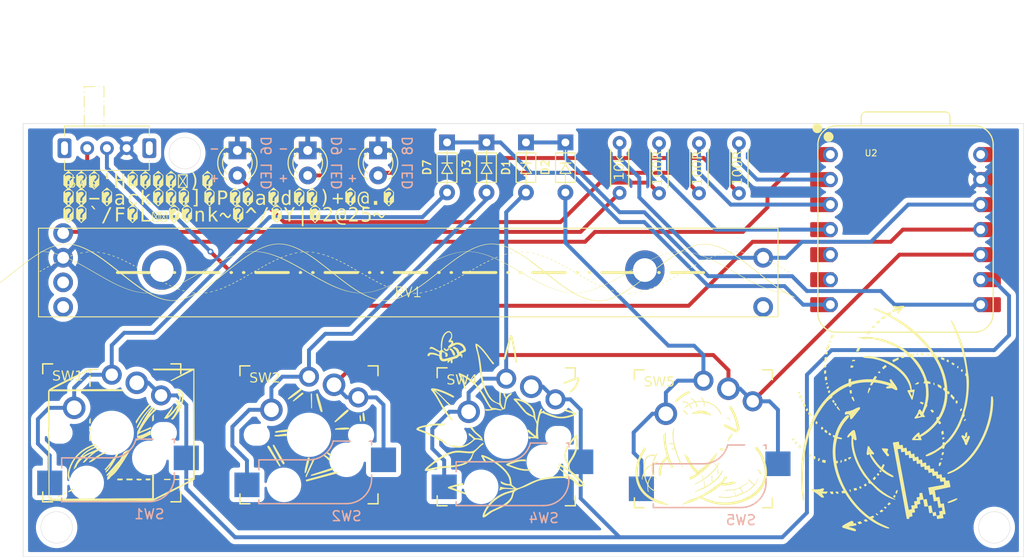
<source format=kicad_pcb>
(kicad_pcb (version 20241229) (generator "pcbnew") (generator_version "9.0")
  (layers (0 "F.Cu" signal "Front") (2 "B.Cu" signal "Back") (13 "F.Paste" user) (15 "B.Paste" user) (5 "F.SilkS" user "F.Silkscreen") (7 "B.SilkS" user "B.Silkscreen") (1 "F.Mask" user) (3 "B.Mask" user) (25 "Edge.Cuts" user))
  (net 0 "")
  (net 1 "Net-(D1-A)")
  (net 2 "Net-(D1-K)")
  (net 3 "Net-(D2-A)")
  (net 4 "Net-(D3-K)")
  (net 5 "Net-(D3-A)")
  (net 6 "Net-(D7-A)")
  (net 7 "Net-(D6-A)")
  (net 8 "GND")
  (net 9 "Net-(D8-A)")
  (net 10 "Net-(D9-A)")
  (net 11 "Net-(SW3-C)")
  (net 12 "Net-(SW3-B)")
  (net 13 "Net-(U2-GPIO29{slash}ADC3{slash}A3)")
  (net 14 "Net-(U2-GPIO28{slash}ADC2{slash}A2)")
  (net 15 "Net-(U2-GPIO27{slash}ADC1{slash}A1)")
  (net 16 "Net-(U2-3V3)")
  (net 17 "Net-(U2-GPIO26{slash}ADC0{slash}A0)")
  (net 18 "Net-(U2-GPIO2{slash}SCK)")
  (net 19 "Net-(U2-GPIO4{slash}MISO)")
  (footprint "LED_THT:LED_D3.0mm" (layer "F.Cu") (at 146.5 40.73 -90)
    (property "Reference" "D8 LED")
    (property "Value" "LED")
  )
  (footprint "Key_Switches:Kailh_socket_MX_PG1350_optional" (layer "F.Cu") (at 119.49 69.4)
    (property "Reference" "SW1")
    (property "Value" "SW_Push")
  )
  (footprint "Key_Switches:Kailh_socket_MX_PG1350_optional" (layer "F.Cu") (at 179.5 70)
    (property "Reference" "SW5")
    (property "Value" "SW_Push")
  )
  (footprint "Resistor_THT:R_Axial_DIN0204_L3.6mm_D1.6mm_P5.08mm_Horizontal" (layer "F.Cu") (at 179.05 45.08 90)
    (property "Reference" "100R")
    (property "Value" "100R")
  )
  (footprint "Resistor_THT:R_Axial_DIN0204_L3.6mm_D1.6mm_P5.08mm_Horizontal" (layer "F.Cu") (at 183.1 45.08 90)
    (property "Reference" "100R")
    (property "Value" "100R")
  )
  (footprint "Key_Switches:Kailh_socket_MX_PG1350_optional" (layer "F.Cu") (at 159.496667 69.8)
    (property "Reference" "SW4")
    (property "Value" "SW_Push")
  )
  (footprint "CustomFootprints:Potentiometer_slide_75mm_range_60mm_2_sets" (layer "F.Cu") (at 112.06 57.625)
    (property "Reference" "RV1")
    (property "Value" "Analogue_input_slider 10k")
  )
  (footprint "XIAO Seeduino:XIAO-RP2040-DIP" (layer "F.Cu") (at 200 48.7685)
    (property "Reference" "U2")
    (property "Value" "XIAO-RP2040-DIP")
  )
  (footprint "Key_Switches:D_DO-35_SOD27_P5.08mm_Horizontal" (layer "F.Cu") (at 165.5 38.65 -90)
    (property "Reference" "D2")
    (property "Value" "1N4148WT" (hide yes))
  )
  (footprint "CustomFootprints:SPDT_3pin_2_pos_1P2T_tht_2.54mm_switch_sk12d07" (layer "F.Cu") (at 114.7 38.25)
    (property "Reference" "SW3")
    (property "Value" "OS/Left_Right-hand_Switch" (hide yes))
  )
  (footprint "LED_THT:LED_D3.0mm" (layer "F.Cu") (at 139.365 40.73 -90)
    (property "Reference" "D9 LED")
    (property "Value" "LED")
  )
  (footprint "Resistor_THT:R_Axial_DIN0204_L3.6mm_D1.6mm_P5.08mm_Horizontal" (layer "F.Cu") (at 175 45.08 90)
    (property "Reference" "100R")
    (property "Value" "100R")
  )
  (footprint "Resistor_THT:R_Axial_DIN0204_L3.6mm_D1.6mm_P5.08mm_Horizontal" (layer "F.Cu") (at 171 45.04 90)
    (property "Reference" "10k")
    (property "Value" "10k")
  )
  (footprint "LED_THT:LED_D3.0mm" (layer "F.Cu") (at 132.23 40.73 -90)
    (property "Reference" "D6 LED")
    (property "Value" "LED")
  )
  (footprint "Key_Switches:D_DO-35_SOD27_P5.08mm_Horizontal" (layer "F.Cu") (at 161.5 38.65 -90)
    (property "Reference" "D1")
    (property "Value" "1N4148WT" (hide yes))
  )
  (footprint "Key_Switches:Kailh_socket_MX_PG1350_optional" (layer "F.Cu") (at 139.493333 69.6)
    (property "Reference" "SW2")
    (property "Value" "SW_Push")
  )
  (footprint "Key_Switches:D_DO-35_SOD27_P5.08mm_Horizontal" (layer "F.Cu") (at 157.5 38.65 -90)
    (property "Reference" "D3")
    (property "Value" "1N4148WT" (hide yes))
  )
  (footprint "Key_Switches:D_DO-35_SOD27_P5.08mm_Horizontal" (layer "F.Cu") (at 153.5 38.65 -90)
    (property "Reference" "D7")
    (property "Value" "1N4148WT" (hide yes))
  )
  (gr_poly (pts (xy 124.766769 54.093583) (xy 124.766768 54.093583) (xy 124.766769 54.093582)) (fill yes) (layer "F.SilkS"))
  (gr_poly (pts (xy 156.4559 60.344586) (xy 156.469581 60.346692) (xy 156.483905 60.350268) (xy 156.498781 60.355187) (xy 156.514121 60.361318) (xy 156.529832 60.368535) (xy 156.545824 60.376708) (xy 156.578293 60.395409) (xy 156.610802 60.416394) (xy 156.64263 60.438634) (xy 156.673053 60.461102) (xy 156.701347 60.482769) (xy 156.748658 60.519588) (xy 156.855852 60.610462) (xy 156.959472 60.70796) (xy 157.059909 60.811265) (xy 157.157557 60.91956) (xy 157.252808 61.03203) (xy 157.346054 61.147858) (xy 157.528103 61.386323) (xy 157.885422 61.867634) (xy 157.97563 61.984113) (xy 158.066975 62.097419) (xy 158.159849 62.206738) (xy 158.254644 62.311251) (xy 158.257683 62.320614) (xy 158.260195 62.329533) (xy 158.262189 62.338018) (xy 158.263675 62.34608) (xy 158.264662 62.353728) (xy 158.26516 62.360973) (xy 158.26518 62.367825) (xy 158.264729 62.374295) (xy 158.263819 62.380393) (xy 158.262459 62.386129) (xy 158.260658 62.391514) (xy 158.258427 62.396558) (xy 158.255774 62.401272) (xy 158.25271 62.405665) (xy 158.249245 62.409748) (xy 158.245387 62.413532) (xy 158.241147 62.417026) (xy 158.236535 62.420241) (xy 158.23156 62.423187) (xy 158.226231 62.425876) (xy 158.220559 62.428316) (xy 158.214552 62.430518) (xy 158.208222 62.432494) (xy 158.201577 62.434252) (xy 158.187383 62.437159) (xy 158.172047 62.439322) (xy 158.155646 62.440823) (xy 158.138259 62.441746) (xy 157.951064 62.200113) (xy 157.76821 61.953602) (xy 157.58643 61.705604) (xy 157.40246 61.459506) (xy 157.213034 61.218699) (xy 157.115254 61.101339) (xy 157.014886 60.986572) (xy 156.911522 60.874822) (xy 156.804753 60.766513) (xy 156.694171 60.662069) (xy 156.579368 60.561912) (xy 156.577145 60.561363) (xy 156.575102 60.561032) (xy 156.57323 60.560911) (xy 156.571522 60.560989) (xy 156.569972 60.561259) (xy 156.568573 60.561711) (xy 156.567317 60.562336) (xy 156.566197 60.563125) (xy 156.565207 60.564068) (xy 156.564338 60.565158) (xy 156.563585 60.566385) (xy 156.562939 60.56774) (xy 156.562394 60.569213) (xy 156.561943 60.570796) (xy 156.561578 60.57248) (xy 156.561293 60.574256) (xy 156.56108 60.576114) (xy 156.560932 60.578046) (xy 156.560804 60.582095) (xy 156.560851 60.58633) (xy 156.561017 60.590678) (xy 156.561478 60.599426) (xy 156.56166 60.603682) (xy 156.561733 60.607761) (xy 156.564745 60.661689) (xy 156.572106 60.723584) (xy 156.583291 60.792402) (xy 156.597773 60.867099) (xy 156.634516 61.029956) (xy 156.67812 61.203807) (xy 156.769048 61.551097) (xy 156.807941 61.707837) (xy 156.836831 61.842176) (xy 156.87813 62.081701) (xy 156.913121 62.312954) (xy 156.970357 62.754925) (xy 157.020898 63.176644) (xy 157.0771 63.586666) (xy 157.111187 63.789965) (xy 157.151323 63.993547) (xy 157.199054 64.198483) (xy 157.255924 64.405842) (xy 157.323478 64.616694) (xy 157.403261 64.832108) (xy 157.496818 65.053152) (xy 157.605692 65.280898) (xy 157.656586 65.379473) (xy 157.708984 65.475332) (xy 157.763231 65.568235) (xy 157.819674 65.657945) (xy 157.878659 65.744225) (xy 157.940532 65.826837) (xy 158.005639 65.905543) (xy 158.074327 65.980105) (xy 158.146941 66.050287) (xy 158.223827 66.11585) (xy 158.305333 66.176556) (xy 158.391803 66.232168) (xy 158.483584 66.282449) (xy 158.581022 66.327161) (xy 158.63197 66.347353) (xy 158.684463 66.366065) (xy 158.738543 66.383265) (xy 158.794253 66.398925) (xy 158.794253 65.206835) (xy 158.952961 65.259739) (xy 158.958148 65.367548) (xy 158.958747 65.476463) (xy 158.951639 65.696081) (xy 158.942547 65.915534) (xy 158.940667 66.024243) (xy 158.942383 66.131763) (xy 158.949058 66.237713) (xy 158.962057 66.34171) (xy 158.982743 66.443372) (xy 158.996395 66.493207) (xy 159.012481 66.542316) (xy 159.03117 66.59065) (xy 159.052634 66.638161) (xy 159.077042 66.684801) (xy 159.104566 66.730523) (xy 159.135375 66.775279) (xy 159.169641 66.819021) (xy 159.207533 66.861701) (xy 159.249222 66.903272) (xy 159.422041 65.915739) (xy 159.387619 65.849857) (xy 159.351667 65.784141) (xy 159.315964 65.718094) (xy 159.298761 65.684792) (xy 159.282286 65.651221) (xy 159.266762 65.61732) (xy 159.252411 65.583025) (xy 159.239455 65.548277) (xy 159.228116 65.513011) (xy 159.218617 65.477168) (xy 159.211179 65.440683) (xy 159.206025 65.403496) (xy 159.203376 65.365545) (xy 159.355031 65.404341) (xy 159.471416 65.774666) (xy 159.508105 65.742366) (xy 159.543064 65.709204) (xy 159.609462 65.6418) (xy 159.673959 65.575471) (xy 159.706541 65.543652) (xy 159.739903 65.513234) (xy 159.774463 65.484592) (xy 159.81064 65.458105) (xy 159.829466 65.445788) (xy 159.848853 65.43415) (xy 159.868854 65.423239) (xy 159.88952 65.413103) (xy 159.910905 65.403788) (xy 159.93306 65.395342) (xy 159.956038 65.387812) (xy 159.97989 65.381244) (xy 160.004671 65.375686) (xy 160.03043 65.371186) (xy 160.057222 65.36779) (xy 160.085098 65.365545) (xy 160.079452 65.383975) (xy 160.073115 65.401603) (xy 160.06612 65.41847) (xy 160.058501 65.434622) (xy 160.050291 65.450103) (xy 160.041522 65.464956) (xy 160.032227 65.479225) (xy 160.02244 65.492954) (xy 160.012193 65.506187) (xy 160.001519 65.518968) (xy 159.979022 65.54335) (xy 159.955213 65.56645) (xy 159.930356 65.588621) (xy 159.825707 65.67503) (xy 159.799558 65.697821) (xy 159.77394 65.721789) (xy 159.749119 65.747287) (xy 159.737088 65.760719) (xy 159.725356 65.774666) (xy 159.679783 65.836564) (xy 159.639346 65.901676) (xy 159.603642 65.96966) (xy 159.572267 66.040175) (xy 159.544818 66.112882) (xy 159.520893 66.187437) (xy 159.500088 66.263501) (xy 159.482001 66.340733) (xy 159.466228 66.418791) (xy 159.452366 66.497335) (xy 159.428766 66.654516) (xy 159.386771 66.959703) (xy 159.359343 66.965398) (xy 159.331346 66.973032) (xy 159.302874 66.982308) (xy 159.274019 66.992932) (xy 159.215536 67.017049) (xy 159.15664 67.043026) (xy 159.098075 67.068506) (xy 159.069149 67.080325) (xy 159.040584 67.091135) (xy 159.012474 67.100644) (xy 158.984912 67.108556) (xy 158.95799 67.114577) (xy 158.931802 67.118413) (xy 158.904069 67.120181) (xy 158.876413 67.120321) (xy 158.848829 67.119025) (xy 158.821313 67.116484) (xy 158.793858 67.112889) (xy 158.76646 67.108431) (xy 158.711813 67.097692) (xy 158.602975 67.074271) (xy 158.57583 67.069126) (xy 158.5487 67.064648) (xy 158.521581 67.061027) (xy 158.494467 67.058456) (xy 158.423441 67.055685) (xy 158.353122 67.057456) (xy 158.283393 67.06302) (xy 158.214133 67.071626) (xy 158.145225 67.082526) (xy 158.076549 67.094971) (xy 157.93942 67.121499) (xy 157.870729 67.134084) (xy 157.801795 67.145217) (xy 157.7325 67.154149) (xy 157.662724 67.160131) (xy 157.592349 67.162414) (xy 157.521256 67.160248) (xy 157.449326 67.152886) (xy 157.41301 67.147021) (xy 157.37644 67.139576) (xy 157.348224 66.966758) (xy 157.351519 66.965918) (xy 157.354791 66.965371) (xy 157.358036 66.965099) (xy 157.36125 66.965084) (xy 157.364431 66.96531) (xy 157.367575 66.965759) (xy 157.370679 66.966412) (xy 157.373739 66.967254) (xy 157.376754 66.968267) (xy 157.379718 66.969432) (xy 157.385485 66.972152) (xy 157.391014 66.975275) (xy 157.39628 66.978661) (xy 157.401256 66.982171) (xy 157.405917 66.985666) (xy 157.41419 66.992051) (xy 157.41775 66.994663) (xy 157.420892 66.996701) (xy 157.423589 66.998026) (xy 157.424763 66.998377) (xy 157.425816 66.998498) (xy 157.959813 66.998498) (xy 157.848782 66.859253) (xy 157.738805 66.707919) (xy 157.634407 66.552381) (xy 157.534493 66.393468) (xy 157.343738 66.068849) (xy 157.157777 65.740717) (xy 156.967848 65.415726) (xy 156.868658 65.256488) (xy 156.76519 65.10053) (xy 156.656349 64.948685) (xy 156.541039 64.801784) (xy 156.418167 64.66066) (xy 156.286635 64.526143) (xy 156.210696 64.454532) (xy 156.132443 64.383923) (xy 156.052041 64.314409) (xy 155.969655 64.246084) (xy 155.885451 64.179041) (xy 155.799593 64.113371) (xy 155.712248 64.049169) (xy 155.62358 63.986527) (xy 155.533754 63.925538) (xy 155.442937 63.866296) (xy 155.351293 63.808892) (xy 155.258987 63.753421) (xy 155.166186 63.699975) (xy 155.073053 63.648648) (xy 154.979756 63.599531) (xy 154.886457 63.552719) (xy 154.932748 63.652953) (xy 154.981023 63.752815) (xy 155.079556 63.952581) (xy 155.127831 64.053063) (xy 155.174121 64.154331) (xy 155.217436 64.256673) (xy 155.237667 64.308338) (xy 155.256782 64.360379) (xy 155.268214 64.394923) (xy 155.278804 64.429746) (xy 155.298057 64.500022) (xy 155.333052 64.641649) (xy 155.35119 64.712173) (xy 155.371353 64.781953) (xy 155.382569 64.816435) (xy 155.39474 64.850576) (xy 155.408016 64.884324) (xy 155.422548 64.917628) (xy 155.239147 64.92821) (xy 155.222374 64.858691) (xy 155.206137 64.788015) (xy 155.173459 64.645176) (xy 155.156108 64.574004) (xy 155.137475 64.503659) (xy 155.117106 64.434636) (xy 155.094545 64.367432) (xy 155.075303 64.317847) (xy 155.052361 64.264698) (xy 154.997777 64.149977) (xy 154.870589 63.902764) (xy 154.807574 63.779364) (xy 154.751336 63.662163) (xy 154.727258 63.607309) (xy 154.706672 63.555709) (xy 154.690178 63.507932) (xy 154.678374 63.464546) (xy 154.676513 63.455989) (xy 154.674889 63.447504) (xy 154.673492 63.439081) (xy 154.672312 63.43071) (xy 154.671339 63.42238) (xy 154.670562 63.414081) (xy 154.669556 63.397535) (xy 154.669211 63.380989) (xy 154.669445 63.364361) (xy 154.670174 63.347567) (xy 154.671316 63.330525) (xy 154.678136 63.32628) (xy 154.687889 63.324052) (xy 154.700388 63.323727) (xy 154.715445 63.325193) (xy 154.752486 63.333051) (xy 154.797515 63.346727) (xy 154.849032 63.36532) (xy 154.90554 63.387933) (xy 155.027535 63.441622) (xy 155.151514 63.500601) (xy 155.26549 63.557678) (xy 155.357479 63.605663) (xy 155.415495 63.637364) (xy 155.578859 63.73841) (xy 155.733445 63.841978) (xy 155.879899 63.948274) (xy 156.018868 64.057504) (xy 156.150996 64.169876) (xy 156.27693 64.285595) (xy 156.397316 64.404869) (xy 156.512798 64.527904) (xy 156.624024 64.654907) (xy 156.731638 64.786084) (xy 156.836287 64.921642) (xy 156.938617 65.061788) (xy 157.039272 65.206729) (xy 157.138899 65.356671) (xy 157.337652 65.672384) (xy 157.402774 65.787296) (xy 157.4817 65.935688) (xy 157.664768 66.281654) (xy 157.760807 66.453604) (xy 157.808181 66.533715) (xy 157.854449 66.607782) (xy 157.899105 66.674203) (xy 157.941643 66.731376) (xy 157.981557 66.777699) (xy 158.018339 66.811572) (xy 158.028981 66.819461) (xy 158.039741 66.826623) (xy 158.050613 66.833092) (xy 158.061592 66.838905) (xy 158.072672 66.844098) (xy 158.083846 66.848707) (xy 158.09511 66.852768) (xy 158.106457 66.856318) (xy 158.129377 66.862029) (xy 158.152561 66.866128) (xy 158.175962 66.868903) (xy 158.199533 66.870646) (xy 158.247002 66.872189) (xy 158.294594 66.873071) (xy 158.318321 66.873987) (xy 158.341939 66.875606) (xy 158.365402 66.878216) (xy 158.388664 66.882108) (xy 158.45024 66.896429) (xy 158.54269 66.920628) (xy 158.774418 66.981302) (xy 158.890798 67.009097) (xy 158.992257 67.029411) (xy 159.033814 67.035406) (xy 159.067348 67.037904) (xy 159.091427 67.036361) (xy 159.099474 67.033906) (xy 159.104621 67.030236) (xy 159.086953 67.007141) (xy 159.068422 66.980544) (xy 159.029289 66.91903) (xy 158.988255 66.850077) (xy 158.946353 66.778065) (xy 158.904616 66.707375) (xy 158.864078 66.642389) (xy 158.844581 66.613404) (xy 158.825771 66.587487) (xy 158.807777 66.565187) (xy 158.790729 66.54705) (xy 158.768446 66.528993) (xy 158.740423 66.510542) (xy 158.707368 66.49172) (xy 158.669988 66.472546) (xy 158.585088 66.433227) (xy 158.491385 66.39275) (xy 158.39454 66.351282) (xy 158.300216 66.308986) (xy 158.25577 66.28758) (xy 158.214076 66.26603) (xy 158.175845 66.244355) (xy 158.141782 66.222577) (xy 158.078562 66.176231) (xy 158.016552 66.124671) (xy 157.955785 66.068181) (xy 157.896292 66.007044) (xy 157.78126 65.871966) (xy 157.671715 65.721704) (xy 157.567914 65.558525) (xy 157.470117 65.384699) (xy 157.378581 65.202493) (xy 157.293565 65.014176) (xy 157.215328 64.822014) (xy 157.144126 64.628277) (xy 157.08022 64.435232) (xy 157.023867 64.245147) (xy 156.975325 64.060291) (xy 156.934854 63.882931) (xy 156.90271 63.715335) (xy 156.879154 63.559772) (xy 156.819471 63.049474) (xy 156.764088 62.548434) (xy 156.733979 62.29808) (xy 156.700108 62.046072) (xy 156.660865 61.791089) (xy 156.614638 61.531807) (xy 156.587986 61.409399) (xy 156.554845 61.277319) (xy 156.480174 60.998364) (xy 156.444181 60.858597) (xy 156.412777 60.723376) (xy 156.399661 60.658582) (xy 156.38873 60.596256) (xy 156.38033 60.536845) (xy 156.374809 60.480792) (xy 156.37372 60.455228) (xy 156.374358 60.432677) (xy 156.376635 60.41301) (xy 156.380458 60.396098) (xy 156.385739 60.381814) (xy 156.388897 60.375616) (xy 156.392386 60.370028) (xy 156.396193 60.365032) (xy 156.400309 60.360612) (xy 156.40472 60.356753) (xy 156.409417 60.353438) (xy 156.419621 60.348377) (xy 156.43083 60.3453) (xy 156.442953 60.344079)) (fill yes) (layer "F.SilkS"))
  (gr_poly (pts (xy 203.077829 77.451872) (xy 203.078671 77.475998) (xy 203.080401 77.499928) (xy 203.082927 77.523687) (xy 203.086155 77.547302) (xy 203.089993 77.570797) (xy 203.099126 77.617536) (xy 203.109582 77.664109) (xy 203.120618 77.710723) (xy 203.131488 77.757585) (xy 203.14145 77.804901) (xy 203.120208 77.809256) (xy 203.098822 77.813126) (xy 203.055699 77.81978) (xy 202.968626 77.831353) (xy 202.925008 77.837759) (xy 202.881554 77.845571) (xy 202.859941 77.850237) (xy 202.838431 77.855532) (xy 202.817044 77.861552) (xy 202.795803 77.868387) (xy 202.732322 77.491007) (xy 202.903822 77.457945) (xy 202.990729 77.441908) (xy 203.034328 77.434447) (xy 203.077969 77.427524)) (fill yes) (layer "F.SilkS"))
  (gr_poly (pts (xy 144.767795 68.261122) (xy 144.764266 68.261122) (xy 144.764901 68.260586)) (fill yes) (layer "F.SilkS"))
  (gr_poly (pts (xy 179.592361 51.93865) (xy 179.39486 52.033876) (xy 179.320964 52.003646) (xy 179.341232 51.992594) (xy 179.365486 51.979815) (xy 179.389987 51.967285) (xy 179.414696 51.954962) (xy 179.464567 51.930769) (xy 179.514769 51.906907)) (fill yes) (layer "F.SilkS"))
  (gr_poly (pts (xy 164.862286 52.174125) (xy 164.909898 52.198318) (xy 164.957511 52.223171) (xy 164.981317 52.235949) (xy 165.005123 52.249017) (xy 164.924007 52.277232) (xy 164.733554 52.178479) (xy 164.814674 52.150264)) (fill yes) (layer "F.SilkS"))
  (gr_poly (pts (xy 129.954999 54.956535) (xy 129.951304 54.957673) (xy 129.951307 54.954146)) (fill yes) (layer "F.SilkS"))
  (gr_poly (pts (xy 116.048283 51.250905) (xy 116.048284 51.250905) (xy 115.986893 51.267383) (xy 115.924842 51.284852) (xy 115.862791 51.302983) (xy 115.801401 51.321444) (xy 115.741444 51.282648) (xy 115.867971 51.246056) (xy 115.930408 51.228587) (xy 115.991853 51.212109)) (fill yes) (layer "F.SilkS"))
  (gr_poly (pts (xy 143.080175 52.174125) (xy 143.127788 52.198318) (xy 143.175402 52.223171) (xy 143.199209 52.235949) (xy 143.223015 52.249017) (xy 143.141894 52.277232) (xy 142.951441 52.178479) (xy 143.032562 52.150264)) (fill yes) (layer "F.SilkS"))
  (gr_poly (pts (xy 140.651024 66.302374) (xy 140.716382 66.527964) (xy 140.776449 66.754423) (xy 140.829573 66.981791) (xy 140.8741 67.21011) (xy 140.871441 67.222482) (xy 140.868117 67.233817) (xy 140.864169 67.244135) (xy 140.859634 67.253453) (xy 140.854552 67.261789) (xy 140.848961 67.269162) (xy 140.842899 67.275589) (xy 140.836406 67.281089) (xy 140.829521 67.28568) (xy 140.822281 67.289379) (xy 140.814727 67.292205) (xy 140.806896 67.294177) (xy 140.798827 67.295311) (xy 140.79056 67.295627) (xy 140.782132 67.295141) (xy 140.773583 67.293873) (xy 140.764952 67.291841) (xy 140.756276 67.289061) (xy 140.747595 67.285554) (xy 140.738948 67.281336) (xy 140.730373 67.276426) (xy 140.721909 67.270841) (xy 140.713595 67.264601) (xy 140.70547 67.257722) (xy 140.697572 67.250223) (xy 140.68994 67.242123) (xy 140.682613 67.233439) (xy 140.675629 67.224189) (xy 140.669028 67.214391) (xy 140.662848 67.204064) (xy 140.657128 67.193226) (xy 140.651906 67.181894) (xy 140.628824 67.123565) (xy 140.602317 67.048058) (xy 140.541526 66.85516) (xy 140.474537 66.622502) (xy 140.406348 66.369385) (xy 140.341962 66.115111) (xy 140.286379 65.87898) (xy 140.2446 65.680296) (xy 140.221627 65.538358) (xy 140.220819 65.530386) (xy 140.219794 65.522357) (xy 140.217548 65.506231) (xy 140.216554 65.498186) (xy 140.215798 65.490188) (xy 140.215394 65.482262) (xy 140.215454 65.474434) (xy 140.216093 65.466731) (xy 140.216665 65.462933) (xy 140.217424 65.459177) (xy 140.218385 65.455464) (xy 140.219561 65.451799) (xy 140.220968 65.448183) (xy 140.222618 65.444622) (xy 140.224527 65.441117) (xy 140.226708 65.437672) (xy 140.229176 65.434291) (xy 140.231945 65.430976) (xy 140.235029 65.427731) (xy 140.238443 65.424559) (xy 140.2422 65.421463) (xy 140.246314 65.418447) (xy 140.369755 65.407865)) (fill yes) (layer "F.SilkS"))
  (gr_poly (pts (xy 165.3825 52.453577) (xy 165.301379 52.481792) (xy 165.114455 52.379512) (xy 165.195571 52.351296)) (fill yes) (layer "F.SilkS"))
  (gr_poly (pts (xy 177.530293 67.130267) (xy 177.54954 67.134208) (xy 177.569228 67.140253) (xy 177.589247 67.148276) (xy 177.609489 67.158148) (xy 177.629843 67.169742) (xy 177.650201 67.18293) (xy 177.670454 67.197584) (xy 177.690493 67.213576) (xy 177.710208 67.230778) (xy 177.729491 67.249062) (xy 177.748231 67.268301) (xy 177.766321 67.288367) (xy 177.783651 67.309131) (xy 177.800111 67.330466) (xy 177.815593 67.352244) (xy 177.829988 67.374338) (xy 177.843186 67.396618) (xy 177.855078 67.418958) (xy 177.865555 67.44123) (xy 177.874508 67.463305) (xy 177.881828 67.485056) (xy 177.887406 67.506355) (xy 177.891132 67.527074) (xy 177.892898 67.547085) (xy 177.892594 67.566261) (xy 177.890111 67.584473) (xy 177.88534 67.601594) (xy 177.881816 67.601594) (xy 177.567924 67.273591) (xy 177.412741 67.224214) (xy 177.444481 67.146622) (xy 177.45989 67.138117) (xy 177.476284 67.132358) (xy 177.493555 67.129215) (xy 177.511595 67.128561)) (fill yes) (layer "F.SilkS"))
  (gr_poly (pts (xy 192.740624 59.443884) (xy 192.744153 59.443884) (xy 192.733514 59.485126) (xy 192.721367 59.524183) (xy 192.707608 59.561018) (xy 192.692133 59.595595) (xy 192.67484 59.627879) (xy 192.665479 59.643149) (xy 192.655625 59.657833) (xy 192.645264 59.671924) (xy 192.634385 59.68542) (xy 192.622973 59.698315) (xy 192.611016 59.710605) (xy 192.5985 59.722286) (xy 192.585415 59.733352) (xy 192.571745 59.743799) (xy 192.557478 59.753624) (xy 192.542602 59.76282) (xy 192.527104 59.771385) (xy 192.510969 59.779312) (xy 192.494187 59.786599) (xy 192.476743 59.793239) (xy 192.458625 59.79923) (xy 192.43982 59.804565) (xy 192.420314 59.809241) (xy 192.400096 59.813254) (xy 192.379152 59.816597) (xy 192.357469 59.819268) (xy 192.335035 59.821262) (xy 192.521959 59.42625)) (fill yes) (layer "F.SilkS"))
  (gr_poly (pts (xy 127.912758 74.122821) (xy 127.910611 74.126333) (xy 127.906243 74.130873) (xy 127.89139 74.14277) (xy 127.869283 74.157973) (xy 127.841008 74.175945) (xy 127.770291 74.218048) (xy 127.687918 74.264779) (xy 127.522926 74.354935) (xy 127.415466 74.412027) (xy 126.475989 74.907446) (xy 125.528577 75.394267) (xy 124.578519 75.873154) (xy 123.631107 76.344766) (xy 123.395391 76.351641) (xy 123.15922 76.352151) (xy 122.9228 76.347867) (xy 122.68634 76.340359) (xy 122.214122 76.321953) (xy 121.978777 76.314197) (xy 121.744218 76.309499) (xy 119.715481 76.317434) (xy 117.666245 76.346531) (xy 115.620976 76.357111) (xy 114.607476 76.343059) (xy 113.604143 76.309499) (xy 113.082163 76.260121) (xy 113.053948 70.204443) (xy 113.032779 69.575595) (xy 113.020828 68.945672) (xy 113.016474 67.683595) (xy 113.029259 65.157454) (xy 113.039672 65.130067) (xy 113.051061 65.104669) (xy 113.063411 65.081099) (xy 113.076707 65.059198) (xy 113.090933 65.038806) (xy 113.106073 65.019762) (xy 113.122112 65.001907) (xy 113.139034 64.985079) (xy 113.156824 64.969119) (xy 113.175467 64.953867) (xy 113.194947 64.939163) (xy 113.215248 64.924846) (xy 113.236355 64.910757) (xy 113.258253 64.896734) (xy 113.304357 64.868251) (xy 113.534582 64.73273) (xy 113.769838 64.600944) (xy 114.252761 64.346656) (xy 114.747753 64.101543) (xy 115.24944 63.861763) (xy 116.251409 63.382821) (xy 116.740945 63.135972) (xy 117.215684 62.879081) (xy 117.218318 62.879162) (xy 117.22093 62.879398) (xy 117.223518 62.879778) (xy 117.226079 62.880293) (xy 117.228611 62.880932) (xy 117.231113 62.881685) (xy 117.236019 62.883489) (xy 117.24078 62.885625) (xy 117.24538 62.888008) (xy 117.249805 62.890557) (xy 117.254039 62.893188) (xy 117.268753 62.902887) (xy 117.271798 62.904692) (xy 117.27456 62.906084) (xy 117.277021 62.906979) (xy 117.278135 62.907215) (xy 117.279168 62.907296) (xy 118.143258 62.907296) (xy 118.146786 62.907295) (xy 118.115044 63.034263) (xy 117.360289 63.034263) (xy 117.360289 63.379899) (xy 117.233321 63.379899) (xy 117.23241 63.378349) (xy 117.231654 63.375727) (xy 117.230572 63.367514) (xy 117.229996 63.355768) (xy 117.229848 63.340994) (xy 117.23053 63.304388) (xy 117.231998 63.261749) (xy 117.234808 63.174568) (xy 117.234912 63.138129) (xy 117.234367 63.123468) (xy 117.233321 63.111856) (xy 117.232749 63.107971) (xy 117.232341 63.104251) (xy 117.231929 63.097301) (xy 117.23191 63.091003) (xy 117.232108 63.08535) (xy 117.232452 63.075961) (xy 117.232247 63.072214) (xy 117.231974 63.070576) (xy 117.231557 63.069093) (xy 117.230975 63.067765) (xy 117.230205 63.066591) (xy 117.229226 63.065571) (xy 117.228016 63.064705) (xy 117.226553 63.06399) (xy 117.224815 63.063428) (xy 117.22278 63.063016) (xy 117.220425 63.062755) (xy 117.21773 63.062644) (xy 117.214672 63.062682) (xy 117.211229 63.062868) (xy 117.207379 63.063203) (xy 117.19837 63.064313) (xy 117.187471 63.066006) (xy 113.463069 64.981109) (xy 115.618002 64.981109) (xy 118.050679 64.957304) (xy 119.269331 64.959287) (xy 120.488645 64.981109) (xy 120.495407 64.978803) (xy 120.502442 64.977785) (xy 120.509713 64.97798) (xy 120.517184 64.979312) (xy 120.524818 64.981706) (xy 120.532577 64.985086) (xy 120.540426 64.989376) (xy 120.548327 64.994501) (xy 120.556244 65.000386) (xy 120.564139 65.006955) (xy 120.571976 65.014132) (xy 120.579718 65.021842) (xy 120.59477 65.038558) (xy 120.609001 65.056498) (xy 120.622116 65.075058) (xy 120.63382 65.093634) (xy 120.643819 65.11162) (xy 120.651819 65.128414) (xy 120.657525 65.143409) (xy 120.659426 65.150043) (xy 120.660643 65.156002) (xy 120.661139 65.161208) (xy 120.660878 65.165588) (xy 120.659823 65.169065) (xy 120.657936 65.171563) (xy 113.180917 65.185671) (xy 113.180917 75.999134) (xy 113.417219 75.872165) (xy 113.4278 75.992079) (xy 113.230294 76.090829) (xy 123.581732 76.027346) (xy 123.581732 73.643164) (xy 123.768656 73.674904) (xy 123.768656 76.090827) (xy 127.57065 74.143982) (xy 127.320241 74.112241) (xy 127.320241 73.985274) (xy 127.338977 73.982858) (xy 127.361682 73.981988) (xy 127.387693 73.982305) (xy 127.416349 73.983454) (xy 127.478951 73.986823) (xy 127.544199 73.98924) (xy 127.576161 73.989202) (xy 127.606801 73.987856) (xy 127.635457 73.984847) (xy 127.661468 73.979817) (xy 127.673275 73.976434) (xy 127.684172 73.972412) (xy 127.694078 73.967706) (xy 127.702909 73.962273) (xy 127.710583 73.956067) (xy 127.717016 73.949044) (xy 127.722128 73.94116) (xy 127.725834 73.93237) (xy 127.761103 63.062477) (xy 125.521524 64.155813) (xy 125.436878 64.08175) (xy 127.320241 63.062477) (xy 123.754549 63.062477) (xy 123.735482 63.037734) (xy 123.716236 63.011702) (xy 123.694592 62.980918) (xy 123.683827 62.964763) (xy 123.67361 62.948645) (xy 123.664322 62.932971) (xy 123.656347 62.91815) (xy 123.650066 62.904589) (xy 123.647681 62.898409) (xy 123.645863 62.892697) (xy 123.644659 62.887504) (xy 123.644118 62.882882) (xy 123.644287 62.878881) (xy 123.645214 62.875552) (xy 127.870436 62.875552)) (fill yes) (layer "F.SilkS"))
  (gr_poly (pts (xy 197.319465 63.143871) (xy 197.324224 63.144677) (xy 197.329251 63.145986) (xy 197.334516 63.147771) (xy 197.339988 63.150006) (xy 197.345635 63.152664) (xy 197.357332 63.159137) (xy 197.36936 63.166975) (xy 197.38147 63.175959) (xy 197.393415 63.185873) (xy 197.404947 63.196501) (xy 197.415816 63.207624) (xy 197.425777 63.219026) (xy 197.43458 63.23049) (xy 197.441978 63.241799) (xy 197.445072 63.247328) (xy 197.447722 63.252736) (xy 197.449897 63.257998) (xy 197.451565 63.263085) (xy 197.452696 63.26797) (xy 197.453258 63.272627) (xy 197.453222 63.277028) (xy 197.452555 63.281146) (xy 197.371439 63.362264) (xy 197.170409 63.270565) (xy 197.173938 63.270565) (xy 197.315006 63.143597)) (fill yes) (layer "F.SilkS"))
  (gr_poly (pts (xy 136.419635 44.955397) (xy 136.419635 45.942928) (xy 135.897653 46.419058) (xy 135.712059 46.249767) (xy 135.798897 46.249767) (xy 135.996403 46.249767) (xy 135.996403 46.002885) (xy 135.798897 46.002885) (xy 135.798897 46.249767) (xy 135.712059 46.249767) (xy 135.375671 45.942928) (xy 135.375671 44.955397) (xy 135.460735 44.877805) (xy 135.559068 44.877805) (xy 135.559068 45.061203) (xy 135.582717 45.044664) (xy 135.606076 45.029406) (xy 135.629187 45.015388) (xy 135.652091 45.002569) (xy 135.674829 44.990906) (xy 135.697444 44.98036) (xy 135.719976 44.970889) (xy 135.742466 44.96245) (xy 135.763614 44.954859) (xy 135.784679 44.948012) (xy 135.805579 44.941991) (xy 135.82623 44.93688) (xy 135.836437 44.934691) (xy 135.846551 44.932761) (xy 135.856562 44.931099) (xy 135.866459 44.929716) (xy 135.876232 44.928623) (xy 135.88587 44.927829) (xy 135.895364 44.927345) (xy 135.904703 44.927181) (xy 135.917763 44.927388) (xy 135.930493 44.928008) (xy 135.942892 44.929041) (xy 135.954961 44.930488) (xy 135.966699 44.932347) (xy 135.978106 44.934621) (xy 135.989183 44.937307) (xy 135.999929 44.940407) (xy 136.010345 44.94392) (xy 136.02043 44.947847) (xy 136.030184 44.952186) (xy 136.039608 44.956939) (xy 136.048701 44.962106) (xy 136.057463 44.967685) (xy 136.065894 44.973678) (xy 136.073995 44.980085) (xy 136.081683 44.986822) (xy 136.088875 44.993813) (xy 136.09557 45.001063) (xy 136.10177 45.008575) (xy 136.107474 45.016357) (xy 136.112681 45.024412) (xy 136.117393 45.032746) (xy 136.121609 45.041364) (xy 136.125328 45.050272) (xy 136.128552 45.059474) (xy 136.13128 45.068976) (xy 136.133511 45.078783) (xy 136.135247 45.088899) (xy 136.136487 45.099331) (xy 136.137231 45.110083) (xy 136.137479 45.12116) (xy 136.137396 45.127111) (xy 136.137148 45.133057) (xy 136.136735 45.138992) (xy 136.136157 45.144912) (xy 136.135413 45.150811) (xy 136.134504 45.156684) (xy 136.13343 45.162527) (xy 136.13219 45.168333) (xy 136.130785 45.174098) (xy 136.129215 45.179816) (xy 136.127479 45.185482) (xy 136.125578 45.191092) (xy 136.123512 45.19664) (xy 136.12128 45.202121) (xy 136.118883 45.207529) (xy 136.11632 45.21286) (xy 136.113509 45.218232) (xy 136.110368 45.223764) (xy 136.106896 45.229452) (xy 136.103094 45.235289) (xy 136.09896 45.241271) (xy 136.094496 45.247392) (xy 136.089702 45.253647) (xy 136.084577 45.260032) (xy 136.079121 45.266541) (xy 136.073335 45.273168) (xy 136.067218 45.27991) (xy 136.060771 45.286759) (xy 136.053993 45.293712) (xy 136.046884 45.300764) (xy 136.039445 45.307908) (xy 136.031675 45.31514) (xy 135.943501 45.403312) (xy 135.923318 45.423998) (xy 135.913945 45.434008) (xy 135.905036 45.443816) (xy 135.896582 45.453439) (xy 135.888573 45.462891) (xy 135.880997 45.472187) (xy 135.873845 45.481345) (xy 135.867106 45.490378) (xy 135.860771 45.499303) (xy 135.854828 45.508135) (xy 135.849268 45.516889) (xy 135.844079 45.525582) (xy 135.839252 45.534228) (xy 135.834777 45.542843) (xy 135.830643 45.551442) (xy 135.826799 45.560122) (xy 135.823203 45.568973) (xy 135.819855 45.578) (xy 135.816755 45.587207) (xy 135.813903 45.5966) (xy 135.8113 45.606184) (xy 135.808944 45.615965) (xy 135.806836 45.625947) (xy 135.804976 45.636136) (xy 135.803364 45.646537) (xy 135.802 45.657155) (xy 135.800884 45.667995) (xy 135.800016 45.679062) (xy 135.799396 45.690361) (xy 135.799024 45.701899) (xy 135.7989 45.713679) (xy 135.7989 45.865336) (xy 135.985826 45.865336) (xy 135.992879 45.861809) (xy 135.992879 45.696045) (xy 135.992961 45.688813) (xy 135.993203 45.681668) (xy 135.9936 45.674617) (xy 135.994147 45.667664) (xy 135.994838 45.660814) (xy 135.995669 45.654073) (xy 135.997728 45.640937) (xy 136.000284 45.628297) (xy 136.003294 45.616193) (xy 136.006718 45.604669) (xy 136.010514 45.593765) (xy 136.012704 45.589012) (xy 136.015308 45.584011) (xy 136.018325 45.578761) (xy 136.021755 45.573264) (xy 136.025599 45.567519) (xy 136.029856 45.561526) (xy 136.034527 45.555285) (xy 136.03961 45.548797) (xy 136.045107 45.54206) (xy 136.051018 45.535075) (xy 136.057341 45.527842) (xy 136.064078 45.520361) (xy 136.071228 45.512632) (xy 136.078792 45.504655) (xy 136.086769 45.496431) (xy 136.095159 45.487958) (xy 136.179804 45.403312) (xy 136.201454 45.381166) (xy 136.22141 45.359722) (xy 136.23963 45.339022) (xy 136.256072 45.319108) (xy 136.263614 45.309458) (xy 136.270697 45.30002) (xy 136.277314 45.290798) (xy 136.283461 45.2818) (xy 136.289132 45.273028) (xy 136.294324 45.264489) (xy 136.299029 45.256187) (xy 136.303244 45.248129) (xy 136.307088 45.240152) (xy 136.310684 45.232092) (xy 136.314031 45.22395) (xy 136.317131 45.215725) (xy 136.319983 45.207418) (xy 136.322587 45.199028) (xy 136.324942 45.190555) (xy 136.32705 45.182) (xy 136.32891 45.173361) (xy 136.330521 45.164641) (xy 136.331885 45.155837) (xy 136.333001 45.146951) (xy 136.333869 45.137982) (xy 136.334489 45.128931) (xy 136.334861 45.119797) (xy 136.334985 45.11058) (xy 136.334571 45.091029) (xy 136.333325 45.072046) (xy 136.331242 45.053621) (xy 136.328317 45.035744) (xy 136.324545 45.018404) (xy 136.31992 45.001591) (xy 136.314438 44.985294) (xy 136.308093 44.969504) (xy 136.30088 44.95421) (xy 136.292794 44.939401) (xy 136.28383 44.925068) (xy 136.273982 44.9112) (xy 136.263245 44.897787) (xy 136.251615 44.884817) (xy 136.239086 44.872282) (xy 136.225652 44.86017) (xy 136.212098 44.848639) (xy 136.197892 44.837852) (xy 136.183046 44.827808) (xy 136.167569 44.818509) (xy 136.151473 44.809953) (xy 136.134766 44.802142) (xy 136.117461 44.795074) (xy 136.099566 44.788751) (xy 136.081093 44.783171) (xy 136.062051 44.778335) (xy 136.042451 44.774244) (xy 136.022304 44.770896) (xy 136.00162 44.768292) (xy 135.980408 44.766432) (xy 135.95868 44.765316) (xy 135.936446 44.764944) (xy 135.911331 44.765433) (xy 135.886299 44.766873) (xy 135.861432 44.769222) (xy 135.836812 44.772439) (xy 135.812524 44.776482) (xy 135.788648 44.781311) (xy 135.765268 44.786884) (xy 135.742466 44.793159) (xy 135.730604 44.79659) (xy 135.718818 44.800268) (xy 135.707105 44.804195) (xy 135.69546 44.808369) (xy 135.683876 44.812791) (xy 135.672349 44.817462) (xy 135.649445 44.827547) (xy 135.626706 44.838623) (xy 135.604091 44.850692) (xy 135.581559 44.863752) (xy 135.559068 44.877805) (xy 135.460735 44.877805) (xy 135.897653 44.479266)) (fill yes) (layer "F.SilkS"))
  (gr_poly (pts (xy 192.835855 66.286063) (xy 192.648931 66.346018) (xy 192.553704 66.144985) (xy 192.694777 66.035653)) (fill yes) (layer "F.SilkS"))
  (gr_poly (pts (xy 134.180054 47.082115) (xy 133.971969 47.082115) (xy 133.612226 46.697683) (xy 133.25601 47.082115) (xy 133.047924 47.082115) (xy 133.527581 46.500177) (xy 133.700397 46.500177)) (fill yes) (layer "F.SilkS"))
  (gr_poly (pts (xy 194.560335 78.339191) (xy 194.572919 78.340187) (xy 194.5852 78.342044) (xy 194.597147 78.34473) (xy 194.608727 78.348209) (xy 194.61991 78.352447) (xy 194.630663 78.357411) (xy 194.640955 78.363066) (xy 194.650754 78.369377) (xy 194.660029 78.376311) (xy 194.668748 78.383833) (xy 194.676879 78.39191) (xy 194.684391 78.400506) (xy 194.691252 78.409588) (xy 194.69743 78.419121) (xy 194.702894 78.429072) (xy 194.707612 78.439405) (xy 194.711552 78.450087) (xy 194.714683 78.461084) (xy 194.716973 78.472361) (xy 194.718391 78.483884) (xy 194.718905 78.495619) (xy 194.718483 78.507531) (xy 194.717093 78.519587) (xy 194.714705 78.531751) (xy 194.711285 78.543991) (xy 194.706804 78.556272) (xy 194.701228 78.568558) (xy 194.694527 78.580817) (xy 194.691008 78.587873) (xy 194.941413 78.570238) (xy 195.036645 78.774797) (xy 194.949194 78.796021) (xy 194.861454 78.814971) (xy 194.773468 78.83202) (xy 194.685274 78.84754) (xy 194.508435 78.87548) (xy 194.331265 78.901767) (xy 194.314972 78.904488) (xy 194.306783 78.90599) (xy 194.298805 78.907663) (xy 194.29122 78.909563) (xy 194.284208 78.911748) (xy 194.277951 78.914274) (xy 194.275162 78.915682) (xy 194.272629 78.917197) (xy 194.270375 78.918826) (xy 194.268422 78.920575) (xy 194.266794 78.922452) (xy 194.265513 78.924464) (xy 194.264601 78.926619) (xy 194.264081 78.928922) (xy 194.263975 78.931382) (xy 194.264307 78.934005) (xy 194.265098 78.936799) (xy 194.266372 78.93977) (xy 194.26815 78.942926) (xy 194.270456 78.946273) (xy 194.273313 78.94982) (xy 194.276742 78.953572) (xy 194.280766 78.957538) (xy 194.285409 78.961724) (xy 194.356491 78.981315) (xy 194.455969 79.00603) (xy 194.571895 79.036367) (xy 194.632295 79.053798) (xy 194.692327 79.072821) (xy 194.7505 79.093496) (xy 194.805319 79.115887) (xy 194.855293 79.140055) (xy 194.898927 79.166063) (xy 194.917901 79.179775) (xy 194.934729 79.193971) (xy 194.949227 79.208658) (xy 194.961206 79.223843) (xy 194.970481 79.239534) (xy 194.976865 79.25574) (xy 194.98017 79.272467) (xy 194.980212 79.289724) (xy 194.979758 79.294622) (xy 194.979064 79.299396) (xy 194.978138 79.304048) (xy 194.976987 79.308578) (xy 194.975619 79.312986) (xy 194.974042 79.317274) (xy 194.972264 79.321441) (xy 194.970291 79.325489) (xy 194.968133 79.329418) (xy 194.965797 79.333229) (xy 194.96329 79.336922) (xy 194.96062 79.340499) (xy 194.957795 79.343959) (xy 194.954823 79.347304) (xy 194.951712 79.350533) (xy 194.948469 79.353649) (xy 194.941618 79.359539) (xy 194.934333 79.36498) (xy 194.926676 79.369977) (xy 194.918709 79.374534) (xy 194.910494 79.378658) (xy 194.902093 79.382353) (xy 194.893567 79.385624) (xy 194.88498 79.388477) (xy 194.864238 79.387661) (xy 194.824856 79.380466) (xy 194.700257 79.350177) (xy 194.531352 79.3041) (xy 194.33831 79.248724) (xy 193.960494 79.136029) (xy 193.728165 79.064003) (xy 193.688212 79.053312) (xy 193.67772 79.050304) (xy 193.667223 79.047016) (xy 193.656818 79.043377) (xy 193.646605 79.039315) (xy 193.636681 79.034756) (xy 193.627145 79.02963) (xy 193.618094 79.023862) (xy 193.613781 79.020715) (xy 193.609626 79.017382) (xy 193.605642 79.013851) (xy 193.601841 79.010116) (xy 193.598235 79.006166) (xy 193.594836 79.001992) (xy 193.591656 78.997586) (xy 193.588708 78.992939) (xy 193.586005 78.98804) (xy 193.583558 78.982883) (xy 193.5765 78.894711) (xy 193.578688 78.887599) (xy 193.581268 78.880797) (xy 193.584221 78.874284) (xy 193.587524 78.868039) (xy 193.591158 78.862043) (xy 193.595102 78.856274) (xy 193.599335 78.850711) (xy 193.603837 78.845335) (xy 193.608586 78.840124) (xy 193.613563 78.835057) (xy 193.618746 78.830115) (xy 193.624115 78.825275) (xy 193.62965 78.820519) (xy 193.635329 78.815824) (xy 193.647039 78.806538) (xy 193.671814 78.788872) (xy 193.708028 78.765565) (xy 193.808283 78.70558) (xy 193.934824 78.633692) (xy 194.074674 78.55701) (xy 194.214854 78.482642) (xy 194.342388 78.417698) (xy 194.444297 78.369286) (xy 194.481586 78.353501) (xy 194.507602 78.344515) (xy 194.521082 78.34172) (xy 194.534385 78.339924) (xy 194.54748 78.339092)) (fill yes) (layer "F.SilkS"))
  (gr_poly (pts (xy 146.371742 47.03701) (xy 146.39187 47.039248) (xy 146.41175 47.042984) (xy 146.431382 47.048223) (xy 146.450767 47.054971) (xy 146.469903 47.063233) (xy 146.488791 47.073014) (xy 146.507431 47.084319) (xy 146.525824 47.097153) (xy 146.543968 47.111521) (xy 146.561864 47.12743) (xy 146.579512 47.144882) (xy 146.596912 47.163885) (xy 146.614064 47.184443) (xy 146.630968 47.206561) (xy 146.647625 47.230244) (xy 146.663991 47.253967) (xy 146.680028 47.276197) (xy 146.695733 47.296929) (xy 146.711108 47.316157) (xy 146.726152 47.333877) (xy 146.740866 47.350083) (xy 146.755249 47.36477) (xy 146.769302 47.377933) (xy 146.783024 47.389567) (xy 146.796415 47.399666) (xy 146.809475 47.408226) (xy 146.822205 47.415241) (xy 146.834605 47.420706) (xy 146.846673 47.424616) (xy 146.858411 47.426966) (xy 146.869818 47.42775) (xy 146.879575 47.42742) (xy 146.889017 47.426428) (xy 146.898159 47.424775) (xy 146.907017 47.42246) (xy 146.915606 47.419484) (xy 146.923942 47.415847) (xy 146.93204 47.411549) (xy 146.939916 47.406589) (xy 146.947585 47.400968) (xy 146.955064 47.394686) (xy 146.962366 47.387742) (xy 146.969508 47.380137) (xy 146.976506 47.371871) (xy 146.983374 47.362944) (xy 146.990129 47.353355) (xy 146.996786 47.343105) (xy 147.009522 47.322102) (xy 147.021309 47.301389) (xy 147.032186 47.280923) (xy 147.042194 47.260664) (xy 147.051377 47.24057) (xy 147.059774 47.220601) (xy 147.067427 47.200714) (xy 147.07271 47.18563) (xy 147.197826 47.26904) (xy 147.176815 47.314828) (xy 147.156053 47.356937) (xy 147.135456 47.395326) (xy 147.125194 47.413113) (xy 147.114942 47.429954) (xy 147.10469 47.445845) (xy 147.094428 47.46078) (xy 147.084145 47.474755) (xy 147.073832 47.487763) (xy 147.063477 47.499799) (xy 147.05307 47.51086) (xy 147.042601 47.520938) (xy 147.03206 47.53003) (xy 147.0221 47.538378) (xy 147.012063 47.546225) (xy 147.001953 47.553565) (xy 146.991776 47.560395) (xy 146.981537 47.566707) (xy 146.971242 47.572498) (xy 146.960894 47.577761) (xy 146.950501 47.582493) (xy 146.940066 47.586687) (xy 146.929594 47.590339) (xy 146.919092 47.593443) (xy 146.908563 47.595994) (xy 146.898014 47.597987) (xy 146.88745 47.599418) (xy 146.876875 47.60028) (xy 146.866294 47.600568) (xy 146.849224 47.599371) (xy 146.832397 47.59711) (xy 146.815807 47.593795) (xy 146.79945 47.589436) (xy 146.78332 47.584044) (xy 146.767412 47.577629) (xy 146.751721 47.570202) (xy 146.736242 47.561772) (xy 146.720969 47.55235) (xy 146.705898 47.541947) (xy 146.691023 47.530573) (xy 146.67634 47.518237) (xy 146.661842 47.504951) (xy 146.647525 47.490725) (xy 146.633384 47.475568) (xy 146.619413 47.459492) (xy 146.568384 47.397992) (xy 146.525951 47.34575) (xy 146.464229 47.26904) (xy 146.458815 47.262013) (xy 146.453153 47.255477) (xy 146.447243 47.249426) (xy 146.441084 47.243856) (xy 146.434678 47.238761) (xy 146.428024 47.234136) (xy 146.421121 47.229976) (xy 146.413971 47.226277) (xy 146.406572 47.223031) (xy 146.398926 47.220235) (xy 146.391032 47.217884) (xy 146.38289 47.215971) (xy 146.374499 47.214493) (xy 146.365861 47.213443) (xy 146.356975 47.212817) (xy 146.347841 47.21261) (xy 146.338708 47.212898) (xy 146.329829 47.21376) (xy 146.321207 47.21519) (xy 146.312849 47.217184) (xy 146.304759 47.219735) (xy 146.296943 47.222839) (xy 146.289407 47.226491) (xy 146.282154 47.230685) (xy 146.27519 47.235417) (xy 146.268521 47.24068) (xy 146.262152 47.246471) (xy 146.256087 47.252783) (xy 146.250333 47.259612) (xy 146.244893 47.266953) (xy 146.239774 47.2748) (xy 146.23498 47.283148) (xy 146.225564 47.301003) (xy 146.215858 47.32018) (xy 146.205904 47.34068) (xy 146.195743 47.362503) (xy 146.185417 47.385648) (xy 146.174968 47.410116) (xy 146.164435 47.435906) (xy 146.153862 47.463019) (xy 146.023366 47.388954) (xy 146.030764 47.366842) (xy 146.03841 47.345468) (xy 146.046304 47.324827) (xy 146.054446 47.304915) (xy 146.062836 47.285726) (xy 146.071474 47.267256) (xy 146.08036 47.249498) (xy 146.089494 47.232448) (xy 146.098876 47.216101) (xy 146.108506 47.200452) (xy 146.118384 47.185494) (xy 146.12851 47.171224) (xy 146.138884 47.157635) (xy 146.149506 47.144724) (xy 146.160376 47.132484) (xy 146.171494 47.12091) (xy 146.182736 47.11066) (xy 146.193978 47.101072) (xy 146.20522 47.092144) (xy 146.216462 47.083878) (xy 146.227704 47.076273) (xy 146.238946 47.06933) (xy 146.250188 47.063047) (xy 146.26143 47.057426) (xy 146.272672 47.052467) (xy 146.283914 47.048168) (xy 146.295156 47.044531) (xy 146.306397 47.041555) (xy 146.317639 47.039241) (xy 146.328881 47.037587) (xy 146.340123 47.036596) (xy 146.351365 47.036265)) (fill yes) (layer "F.SilkS"))
  (gr_poly (pts (xy 169.332022 54.591027) (xy 169.359348 54.602007) (xy 169.413298 54.62438) (xy 169.466586 54.646754) (xy 169.519542 54.668467) (xy 169.449008 54.703735) (xy 169.233868 54.612036) (xy 169.230339 54.612036) (xy 169.304407 54.580295)) (fill yes) (layer "F.SilkS"))
  (gr_poly (pts (xy 134.518636 52.742782) (xy 134.496151 52.754843) (xy 134.473667 52.767194) (xy 134.428698 52.792599) (xy 134.383731 52.818665) (xy 134.338765 52.845062) (xy 134.25412 52.816847) (xy 134.250593 52.816847) (xy 134.274241 52.804785) (xy 134.2976 52.792434) (xy 134.320711 52.779835) (xy 134.343615 52.767029) (xy 134.388968 52.740963) (xy 134.433991 52.714566)) (fill yes) (layer "F.SilkS"))
  (gr_poly (pts (xy 117.360289 64.723646) (xy 117.201578 64.723646) (xy 117.201578 64.222828) (xy 117.360289 64.222828)) (fill yes) (layer "F.SilkS"))
  (gr_poly (pts (xy 199.166644 75.198525) (xy 199.176742 75.20159) (xy 199.185269 75.206096) (xy 199.192308 75.211956) (xy 199.197942 75.219081) (xy 199.202253 75.227384) (xy 199.205325 75.236778) (xy 199.207239 75.247173) (xy 199.208079 75.258483) (xy 199.207927 75.27062) (xy 199.206865 75.283495) (xy 199.204978 75.297022) (xy 199.202346 75.311111) (xy 199.195182 75.340628) (xy 199.186033 75.371344) (xy 199.175563 75.402556) (xy 199.164431 75.43356) (xy 199.142829 75.49214) (xy 199.133682 75.518309) (xy 199.126518 75.541461) (xy 199.122 75.560893) (xy 199.120939 75.568995) (xy 199.120788 75.575903) (xy 199.094623 75.576632) (xy 199.071589 75.574958) (xy 199.05155 75.571041) (xy 199.034371 75.56504) (xy 199.019918 75.557114) (xy 199.008055 75.547423) (xy 198.998647 75.536127) (xy 198.991559 75.523385) (xy 198.986657 75.509357) (xy 198.983805 75.494201) (xy 198.982869 75.478078) (xy 198.983713 75.461148) (xy 198.986203 75.443569) (xy 198.990203 75.425501) (xy 198.995579 75.407103) (xy 199.002196 75.388536) (xy 199.009918 75.369959) (xy 199.018611 75.351531) (xy 199.028139 75.333411) (xy 199.038368 75.31576) (xy 199.060389 75.2825) (xy 199.083592 75.253027) (xy 199.095301 75.240109) (xy 199.1069 75.228616) (xy 199.118255 75.218709) (xy 199.129231 75.210545) (xy 199.139692 75.204286) (xy 199.149505 75.20009) (xy 199.158534 75.198116)) (fill yes) (layer "F.SilkS"))
  (gr_poly (pts (xy 126.389141 74.196889) (xy 125.856579 74.196889) (xy 125.856579 74.069922) (xy 126.389141 74.069922)) (fill yes) (layer "F.SilkS"))
  (gr_poly (pts (xy 141.02636 44.695853) (xy 141.059872 44.753151) (xy 141.090987 44.809954) (xy 141.119664 44.866343) (xy 141.145861 44.922401) (xy 141.169537 44.978211) (xy 141.19065 45.033856) (xy 141.200233 45.061643) (xy 141.20916 45.089419) (xy 141.218089 45.117153) (xy 141.226367 45.144809) (xy 141.234004 45.172393) (xy 141.241012 45.19991) (xy 141.253176 45.254763) (xy 141.262944 45.309409) (xy 141.270397 45.36389) (xy 141.275619 45.418247) (xy 141.278691 45.472521) (xy 141.279697 45.526754) (xy 141.278546 45.581138) (xy 141.275123 45.635812) (xy 141.269467 45.690734) (xy 141.261622 45.745862) (xy 141.251627 45.801156) (xy 141.239524 45.856574) (xy 141.225355 45.912074) (xy 141.20916 45.967616) (xy 141.189639 46.023178) (xy 141.16805 46.078823) (xy 141.144313 46.134634) (xy 141.118343 46.190692) (xy 141.090059 46.247081) (xy 141.059378 46.303883) (xy 141.026216 46.361181) (xy 140.990493 46.419058) (xy 140.835306 46.419058) (xy 140.867221 46.362345) (xy 140.896863 46.305922) (xy 140.924272 46.249746) (xy 140.949491 46.193778) (xy 140.972561 46.137974) (xy 140.993523 46.082295) (xy 141.012418 46.026698) (xy 141.029289 45.971142) (xy 141.044168 45.915594) (xy 141.057063 45.860045) (xy 141.067974 45.804496) (xy 141.076901 45.748948) (xy 141.083845 45.693399) (xy 141.088805 45.637851) (xy 141.09178 45.582302) (xy 141.092772 45.526753) (xy 141.09178 45.471205) (xy 141.088805 45.415656) (xy 141.083845 45.360108) (xy 141.076901 45.304559) (xy 141.067974 45.24901) (xy 141.057063 45.193462) (xy 141.044168 45.137913) (xy 141.029289 45.082364) (xy 141.012418 45.026816) (xy 140.993523 44.971267) (xy 140.972561 44.915719) (xy 140.949491 44.86017) (xy 140.924272 44.804621) (xy 140.896863 44.749073) (xy 140.867221 44.693524) (xy 140.835307 44.637976) (xy 140.990493 44.637976)) (fill yes) (layer "F.SilkS"))
  (gr_poly (pts (xy 161.629333 51.040779) (xy 161.702185 51.050313) (xy 161.848553 51.071034) (xy 161.845024 51.071033) (xy 161.80975 51.113356) (xy 161.740425 51.103382) (xy 161.670439 51.094399) (xy 161.531128 51.078087) (xy 161.55582 51.032237)) (fill yes) (layer "F.SilkS"))
  (gr_poly (pts (xy 188.939729 70.275827) (xy 188.95299 70.280984) (xy 188.964392 70.286881) (xy 188.97402 70.293476) (xy 188.981955 70.300723) (xy 188.988281 70.308581) (xy 188.993083 70.317006) (xy 188.996442 70.325954) (xy 188.998442 70.335384) (xy 188.999167 70.34525) (xy 188.9987 70.35551) (xy 188.997124 70.366121) (xy 188.994522 70.377039) (xy 188.990978 70.388222) (xy 188.986576 70.399625) (xy 188.981398 70.411206) (xy 188.975527 70.422921) (xy 188.969048 70.434727) (xy 188.954595 70.45844) (xy 188.938706 70.481998) (xy 188.922047 70.505055) (xy 188.861045 70.585347) (xy 188.751712 70.447798) (xy 188.921002 70.271453) (xy 188.924526 70.271453)) (fill yes) (layer "F.SilkS"))
  (gr_poly (pts (xy 195.452323 74.816242) (xy 195.459963 74.827754) (xy 195.477439 74.856362) (xy 195.486768 74.872786) (xy 195.496155 74.890177) (xy 195.505344 74.908198) (xy 195.514085 74.926514) (xy 195.522123 74.944788) (xy 195.529204 74.962685) (xy 195.535077 74.979869) (xy 195.539488 74.996004) (xy 195.542183 75.010755) (xy 195.542808 75.017506) (xy 195.54291 75.023785) (xy 195.542456 75.02955) (xy 195.541415 75.034759) (xy 195.539755 75.03937) (xy 195.537445 75.043341) (xy 195.537455 75.039818) (xy 195.382272 75.071558) (xy 195.28704 74.870525) (xy 195.445753 74.807039)) (fill yes) (layer "F.SilkS"))
  (gr_poly (pts (xy 150.687912 55.183097) (xy 150.685924 55.183395) (xy 150.685924 55.179867)) (fill yes) (layer "F.SilkS"))
  (gr_poly (pts (xy 114.401766 51.806293) (xy 114.397697 51.808155) (xy 114.397697 51.804628)) (fill yes) (layer "F.SilkS"))
  (gr_poly (pts (xy 123.394807 74.196886) (xy 123.390028 74.202512) (xy 123.38369 74.20751) (xy 123.375888 74.21191) (xy 123.366716 74.215747) (xy 123.356267 74.219051) (xy 123.344636 74.221855) (xy 123.318207 74.226093) (xy 123.288182 74.228719) (xy 123.255315 74.229992) (xy 123.220362 74.23017) (xy 123.184075 74.22951) (xy 123.040685 74.223669) (xy 122.980603 74.222443) (xy 122.956106 74.223158) (xy 122.936311 74.225103) (xy 122.936311 74.038176) (xy 123.408915 74.038176)) (fill yes) (layer "F.SilkS"))
  (gr_poly (pts (xy 179.723403 51.80982) (xy 179.719334 51.811682) (xy 179.719334 51.808155)) (fill yes) (layer "F.SilkS"))
  (gr_poly (pts (xy 122.530717 44.733202) (xy 122.717642 44.733202) (xy 122.717642 45.611399) (xy 123.190246 45.15643) (xy 123.408914 45.15643) (xy 122.978632 45.569076) (xy 123.475924 46.249767) (xy 123.257256 46.249767) (xy 122.851663 45.685464) (xy 122.717641 45.812432) (xy 122.717641 46.249767) (xy 122.530715 46.249767) (xy 122.530715 44.729675)) (fill yes) (layer "F.SilkS"))
  (gr_poly (pts (xy 134.885432 52.534695) (xy 134.702034 52.636976) (xy 134.617389 52.60876) (xy 134.620913 52.60876) (xy 134.804311 52.50648)) (fill yes) (layer "F.SilkS"))
  (gr_poly (pts (xy 143.982773 46.465361) (xy 144.008352 46.466719) (xy 144.033341 46.468976) (xy 144.057735 46.472127) (xy 144.081531 46.476166) (xy 144.104722 46.481089) (xy 144.127304 46.486889) (xy 144.14927 46.493564) (xy 144.170617 46.501106) (xy 144.191338 46.50951) (xy 144.211429 46.518773) (xy 144.230885 46.528888) (xy 144.2497 46.53985) (xy 144.267869 46.551654) (xy 144.285387 46.564295) (xy 144.302249 46.577768) (xy 144.318245 46.591984) (xy 144.333171 46.606851) (xy 144.347034 46.622359) (xy 144.359837 46.638497) (xy 144.371586 46.655255) (xy 144.382287 46.672622) (xy 144.391943 46.690589) (xy 144.400562 46.709145) (xy 144.408147 46.728279) (xy 144.414704 46.747982) (xy 144.420238 46.768243) (xy 144.424754 46.789051) (xy 144.428258 46.810397) (xy 144.430754 46.83227) (xy 144.432248 46.854659) (xy 144.432745 46.877554) (xy 144.432579 46.889418) (xy 144.432083 46.901209) (xy 144.431257 46.912939) (xy 144.430099 46.924616) (xy 144.428611 46.936253) (xy 144.426793 46.947858) (xy 144.424644 46.959443) (xy 144.422164 46.971017) (xy 144.419353 46.982591) (xy 144.416212 46.994176) (xy 144.41274 47.005781) (xy 144.408938 47.017418) (xy 144.404805 47.029095) (xy 144.400341 47.040825) (xy 144.395547 47.052616) (xy 144.390422 47.06448) (xy 144.384885 47.076426) (xy 144.378863 47.088465) (xy 144.372365 47.100608) (xy 144.365403 47.112864) (xy 144.357985 47.125245) (xy 144.350124 47.137759) (xy 144.341828 47.150419) (xy 144.333109 47.163233) (xy 144.314442 47.189368) (xy 144.294203 47.216246) (xy 144.272476 47.243952) (xy 144.249344 47.272567) (xy 144.235292 47.289257) (xy 144.219587 47.30756) (xy 144.202229 47.327433) (xy 144.183217 47.348836) (xy 144.162551 47.371726) (xy 144.140233 47.396063) (xy 144.116261 47.421805) (xy 144.090637 47.448911) (xy 143.773214 47.783966) (xy 143.773209 47.783967) (xy 144.443319 47.783967) (xy 144.443319 47.949731) (xy 143.558068 47.949731) (xy 143.558068 47.783967) (xy 143.729123 47.604095) (xy 143.807046 47.522095) (xy 143.879017 47.445385) (xy 143.942447 47.376666) (xy 143.994964 47.318858) (xy 144.036239 47.272291) (xy 144.065941 47.237298) (xy 144.088908 47.207698) (xy 144.110139 47.17971) (xy 144.129551 47.153293) (xy 144.147061 47.128405) (xy 144.162588 47.105005) (xy 144.176048 47.083051) (xy 144.181977 47.072604) (xy 144.187359 47.062503) (xy 144.192182 47.052743) (xy 144.196437 47.043318) (xy 144.204029 47.024795) (xy 144.210877 47.006231) (xy 144.213996 46.99692) (xy 144.216897 46.987584) (xy 144.219572 46.978216) (xy 144.222009 46.968813) (xy 144.224197 46.959368) (xy 144.226128 46.949877) (xy 144.22779 46.940333) (xy 144.229172 46.930733) (xy 144.230266 46.921072) (xy 144.23106 46.911342) (xy 144.231543 46.901541) (xy 144.231707 46.891662) (xy 144.231419 46.876659) (xy 144.230557 46.862069) (xy 144.229126 46.847893) (xy 144.227133 46.83413) (xy 144.224582 46.82078) (xy 144.221478 46.807843) (xy 144.217826 46.79532) (xy 144.213632 46.78321) (xy 144.208901 46.771513) (xy 144.203637 46.76023) (xy 144.197847 46.74936) (xy 144.191534 46.738903) (xy 144.184705 46.72886) (xy 144.177365 46.71923) (xy 144.169518 46.710013) (xy 144.161171 46.70121) (xy 144.152327 46.692862) (xy 144.142992 46.685015) (xy 144.133172 46.677674) (xy 144.122871 46.670845) (xy 144.112095 46.664533) (xy 144.100848 46.658742) (xy 144.089137 46.653479) (xy 144.076966 46.648747) (xy 144.06434 46.644553) (xy 144.051265 46.640901) (xy 144.037745 46.637797) (xy 144.023787 46.635246) (xy 144.009394 46.633252) (xy 143.994573 46.631822) (xy 143.979328 46.63096) (xy 143.963664 46.630672) (xy 143.952421 46.630796) (xy 143.941167 46.631168) (xy 143.929892 46.631788) (xy 143.918587 46.632656) (xy 143.90724 46.633771) (xy 143.895841 46.635135) (xy 143.872848 46.638607) (xy 143.849524 46.643071) (xy 143.825786 46.648527) (xy 143.801553 46.654974) (xy 143.77674 46.662414) (xy 143.75261 46.670852) (xy 143.72786 46.680324) (xy 143.702531 46.69087) (xy 143.676665 46.702532) (xy 143.650303 46.715352) (xy 143.623486 46.72937) (xy 143.596256 46.744628) (xy 143.568655 46.761167) (xy 143.568655 46.56366) (xy 143.593777 46.552088) (xy 143.618858 46.541176) (xy 143.643856 46.530926) (xy 143.66873 46.521338) (xy 143.693438 46.51241) (xy 143.71794 46.504144) (xy 143.742194 46.496539) (xy 143.766158 46.489596) (xy 143.789965 46.483472) (xy 143.813772 46.478299) (xy 143.837579 46.474035) (xy 143.861386 46.470639) (xy 143.885192 46.468069) (xy 143.908999 46.466285) (xy 143.932805 46.465245) (xy 143.956612 46.464908)) (fill yes) (layer "F.SilkS"))
  (gr_poly (pts (xy 154.121115 53.977196) (xy 154.073504 54.003592) (xy 154.025891 54.029658) (xy 153.978279 54.055063) (xy 153.954473 54.067414) (xy 153.930667 54.079476) (xy 153.849551 54.05126) (xy 153.849551 54.047733) (xy 153.897163 54.023872) (xy 153.944775 53.99968) (xy 153.992388 53.974826) (xy 154.016194 53.962048) (xy 154.04 53.94898)) (fill yes) (layer "F.SilkS"))
  (gr_poly (pts (xy 137.802175 51.254432) (xy 137.802173 51.254432) (xy 137.740783 51.27091) (xy 137.678732 51.288379) (xy 137.616681 51.30651) (xy 137.555291 51.324971) (xy 137.495334 51.286175) (xy 137.621861 51.249583) (xy 137.684298 51.232114) (xy 137.745744 51.215637)) (fill yes) (layer "F.SilkS"))
  (gr_poly (pts (xy 175.127312 54.375736) (xy 175.075016 54.399542) (xy 175.023711 54.423348) (xy 174.922753 54.470961) (xy 174.845161 54.439219) (xy 174.848685 54.439219) (xy 175.04972 54.343993)) (fill yes) (layer "F.SilkS"))
  (gr_poly (pts (xy 119.829115 51.48368) (xy 119.758577 51.51895) (xy 119.730651 51.507356) (xy 119.702477 51.4963) (xy 119.645716 51.475304) (xy 119.588955 51.45497) (xy 119.532856 51.434305) (xy 119.599866 51.399035)) (fill yes) (layer "F.SilkS"))
  (gr_poly (pts (xy 151.737105 54.956536) (xy 151.733412 54.957673) (xy 151.733412 54.954146)) (fill yes) (layer "F.SilkS"))
  (gr_poly (pts (xy 127.825187 42.995889) (xy 127.858699 43.053187) (xy 127.889815 43.10999) (xy 127.918491 43.166379) (xy 127.944688 43.222437) (xy 127.968364 43.278248) (xy 127.989477 43.333893) (xy 127.999059 43.361679) (xy 128.007986 43.389455) (xy 128.016915 43.417189) (xy 128.025193 43.444845) (xy 128.032831 43.472429) (xy 128.039838 43.499946) (xy 128.052003 43.554799) (xy 128.061771 43.609445) (xy 128.069224 43.663926) (xy 128.074446 43.718283) (xy 128.077518 43.772557) (xy 128.078524 43.82679) (xy 128.077373 43.881174) (xy 128.07395 43.935848) (xy 128.068294 43.99077) (xy 128.060448 44.045898) (xy 128.050453 44.101192) (xy 128.03835 44.15661) (xy 128.024181 44.21211) (xy 128.007986 44.267652) (xy 127.988464 44.323214) (xy 127.966875 44.37886) (xy 127.943138 44.43467) (xy 127.917168 44.490728) (xy 127.888884 44.547117) (xy 127.858203 44.60392) (xy 127.825042 44.661218) (xy 127.789318 44.719095) (xy 127.634136 44.719095) (xy 127.66605 44.662382) (xy 127.695691 44.605958) (xy 127.7231 44.549783) (xy 127.748319 44.493814) (xy 127.771388 44.438011) (xy 127.79235 44.382331) (xy 127.811245 44.326734) (xy 127.828114 44.271179) (xy 127.842993 44.21563) (xy 127.855889 44.160082) (xy 127.8668 44.104533) (xy 127.875728 44.048984) (xy 127.882671 43.993436) (xy 127.887631 43.937887) (xy 127.890607 43.882339) (xy 127.891599 43.82679) (xy 127.890607 43.771241) (xy 127.887631 43.715693) (xy 127.882671 43.660144) (xy 127.875728 43.604596) (xy 127.8668 43.549047) (xy 127.855889 43.493498) (xy 127.842993 43.43795) (xy 127.828114 43.382401) (xy 127.811245 43.326853) (xy 127.79235 43.271304) (xy 127.771388 43.215755) (xy 127.748319 43.160207) (xy 127.7231 43.104658) (xy 127.695691 43.04911) (xy 127.66605 42.993561) (xy 127.634136 42.938012) (xy 127.789318 42.938012)) (fill yes) (layer "F.SilkS"))
  (gr_poly (pts (xy 159.987663 59.465155) (xy 160.002382 59.469738) (xy 160.016808 59.477589) (xy 160.030931 59.488472) (xy 160.044736 59.502151) (xy 160.058213 59.518391) (xy 160.07135 59.536956) (xy 160.084132 59.55761) (xy 160.09655 59.580117) (xy 160.108589 59.604242) (xy 160.131486 59.656402) (xy 160.152724 59.712205) (xy 160.172205 59.769764) (xy 160.189832 59.827194) (xy 160.219129 59.934123) (xy 160.252551 60.073291) (xy 160.284155 60.219527) (xy 160.314106 60.370639) (xy 160.342569 60.524438) (xy 160.444851 61.122687) (xy 160.467734 61.263411) (xy 160.489046 61.407319) (xy 160.528613 61.701539) (xy 160.566858 61.999066) (xy 160.607088 62.293616) (xy 160.603559 62.297143) (xy 160.388418 62.149013) (xy 160.359605 61.854711) (xy 160.321904 61.561565) (xy 160.277012 61.269411) (xy 160.226623 60.978084) (xy 160.003988 59.817735) (xy 159.404416 61.930346) (xy 159.189275 62.014992) (xy 159.810005 59.697822) (xy 159.827125 59.650904) (xy 159.844087 59.609845) (xy 159.860881 59.574412) (xy 159.877492 59.544368) (xy 159.893911 59.519477) (xy 159.910123 59.499504) (xy 159.926116 59.484213) (xy 159.94188 59.473368) (xy 159.9574 59.466734) (xy 159.972665 59.464075)) (fill yes) (layer "F.SilkS"))
  (gr_poly (pts (xy 142.838582 52.051511) (xy 142.842109 52.051511) (xy 142.76099 52.083253) (xy 142.711284 52.057407) (xy 142.662238 52.032554) (xy 142.613192 52.008361) (xy 142.563484 51.9845) (xy 142.641076 51.952758)) (fill yes) (layer "F.SilkS"))
  (gr_poly (pts (xy 168.306298 54.100636) (xy 168.225178 54.12885) (xy 168.177567 54.104989) (xy 168.129954 54.080797) (xy 168.082342 54.055944) (xy 168.058536 54.043166) (xy 168.03473 54.030099) (xy 168.115846 54.001883)) (fill yes) (layer "F.SilkS"))
  (gr_poly (pts (xy 176.64388 53.571603) (xy 176.550856 53.622742) (xy 176.505502 53.647982) (xy 176.460479 53.673882) (xy 176.37583 53.645667) (xy 176.468853 53.594527) (xy 176.514207 53.569288) (xy 176.55923 53.543387)) (fill yes) (layer "F.SilkS"))
  (gr_poly (pts (xy 159.587812 51.254432) (xy 159.587807 51.254432) (xy 159.526418 51.27091) (xy 159.464366 51.288379) (xy 159.402314 51.30651) (xy 159.340925 51.324971) (xy 159.280968 51.286175) (xy 159.407497 51.249583) (xy 159.469934 51.232114) (xy 159.531378 51.215637)) (fill yes) (layer "F.SilkS"))
  (gr_poly (pts (xy 194.877932 62.110217) (xy 194.564036 62.141959) (xy 194.599305 61.990303) (xy 194.877932 61.983249)) (fill yes) (layer "F.SilkS"))
  (gr_poly (pts (xy 153.345207 54.375736) (xy 153.292909 54.399542) (xy 153.241604 54.423348) (xy 153.140648 54.470961) (xy 153.063056 54.439219) (xy 153.06658 54.439219) (xy 153.267615 54.343993)) (fill yes) (layer "F.SilkS"))
  (gr_poly (pts (xy 153.704079 59.071398) (xy 153.744613 59.079493) (xy 153.782906 59.092789) (xy 153.818848 59.110965) (xy 153.852325 59.133703) (xy 153.883226 59.160684) (xy 153.911438 59.191589) (xy 153.936848 59.226099) (xy 153.959344 59.263894) (xy 153.978814 59.304656) (xy 153.995146 59.348066) (xy 154.008227 59.393805) (xy 154.017944 59.441554) (xy 154.024186 59.490993) (xy 154.02684 59.541804) (xy 154.025793 59.593667) (xy 154.020933 59.646264) (xy 154.012149 59.699276) (xy 153.999327 59.752383) (xy 153.982355 59.805267) (xy 153.96112 59.857608) (xy 153.935511 59.909088) (xy 153.905415 59.959388) (xy 153.87072 60.008187) (xy 153.881292 60.008186) (xy 153.900699 60.007305) (xy 153.919249 60.007294) (xy 153.936953 60.008136) (xy 153.953822 60.009812) (xy 153.969866 60.012304) (xy 153.985098 60.015595) (xy 153.999528 60.019666) (xy 154.013166 60.024498) (xy 154.026024 60.030075) (xy 154.038114 60.036378) (xy 154.049445 60.043388) (xy 154.060028 60.051088) (xy 154.069876 60.05946) (xy 154.078998 60.068485) (xy 154.087407 60.078145) (xy 154.095111 60.088423) (xy 154.102124 60.099301) (xy 154.108455 60.110759) (xy 154.114116 60.122781) (xy 154.119117 60.135348) (xy 154.123471 60.148441) (xy 154.127186 60.162044) (xy 154.130276 60.176137) (xy 154.132749 60.190703) (xy 154.134619 60.205724) (xy 154.135895 60.221181) (xy 154.136588 60.237057) (xy 154.13671 60.253333) (xy 154.135283 60.287014) (xy 154.131702 60.32208) (xy 154.197455 60.297416) (xy 154.26128 60.276368) (xy 154.323401 60.258999) (xy 154.384039 60.24537) (xy 154.443416 60.235543) (xy 154.501756 60.229581) (xy 154.559278 60.227546) (xy 154.616207 60.229499) (xy 154.672764 60.235502) (xy 154.729171 60.245618) (xy 154.785651 60.259908) (xy 154.842425 60.278435) (xy 154.899716 60.301259) (xy 154.957746 60.328445) (xy 155.016737 60.360052) (xy 155.076911 60.396144) (xy 155.093497 60.407386) (xy 155.110162 60.419904) (xy 155.143542 60.448504) (xy 155.176685 60.481413) (xy 155.209223 60.518098) (xy 155.24079 60.558028) (xy 155.271019 60.60067) (xy 155.299543 60.645493) (xy 155.325996 60.691964) (xy 155.35001 60.73955) (xy 155.371219 60.78772) (xy 155.389255 60.835942) (xy 155.403753 60.883684) (xy 155.40956 60.907208) (xy 155.414345 60.930412) (xy 155.418062 60.953231) (xy 155.420665 60.975596) (xy 155.422107 60.997443) (xy 155.422345 61.018704) (xy 155.42133 61.039312) (xy 155.419019 61.059202) (xy 155.415961 61.072174) (xy 155.410843 61.084659) (xy 155.403796 61.096685) (xy 155.39495 61.108282) (xy 155.384435 61.119478) (xy 155.372381 61.130303) (xy 155.35892 61.140786) (xy 155.344182 61.150956) (xy 155.311395 61.170472) (xy 155.275063 61.189083) (xy 155.236231 61.207024) (xy 155.195943 61.224525) (xy 155.115169 61.259139) (xy 155.076771 61.276718) (xy 155.041091 61.294787) (xy 155.009171 61.31358) (xy 154.994948 61.32332) (xy 154.982056 61.333328) (xy 154.970627 61.343633) (xy 154.96079 61.354265) (xy 154.952675 61.365251) (xy 154.946415 61.376622) (xy 154.943896 61.383212) (xy 154.942259 61.389123) (xy 154.941457 61.394402) (xy 154.941442 61.399093) (xy 154.942165 61.403241) (xy 154.943579 61.406892) (xy 154.945636 61.410091) (xy 154.948289 61.412883) (xy 154.951489 61.415314) (xy 154.955189 61.417428) (xy 154.959342 61.419271) (xy 154.963898 61.420888) (xy 154.974033 61.423624) (xy 154.985211 61.425999) (xy 154.997051 61.428374) (xy 155.009169 61.43111) (xy 155.021184 61.43457) (xy 155.027033 61.436684) (xy 155.032714 61.439115) (xy 155.038177 61.441907) (xy 155.043375 61.445106) (xy 155.048261 61.448757) (xy 155.052786 61.452905) (xy 155.056904 61.457596) (xy 155.060565 61.462875) (xy 155.063723 61.468786) (xy 155.066329 61.475375) (xy 155.034588 61.768108) (xy 154.942891 61.768108) (xy 154.942891 61.612926) (xy 154.917933 61.606034) (xy 154.894583 61.600532) (xy 154.872755 61.596362) (xy 154.852362 61.593466) (xy 154.833318 61.591786) (xy 154.815535 61.591266) (xy 154.798927 61.591847) (xy 154.783408 61.593473) (xy 154.768892 61.596085) (xy 154.755291 61.599627) (xy 154.74252 61.60404) (xy 154.730491 61.609268) (xy 154.719118 61.615253) (xy 154.708315 61.621937) (xy 154.697995 61.629263) (xy 154.688072 61.637173) (xy 154.669068 61.654518) (xy 154.650612 61.67351) (xy 154.612574 61.7146) (xy 154.591607 61.735778) (xy 154.568419 61.756764) (xy 154.555775 61.767042) (xy 154.542317 61.7771) (xy 154.527957 61.78688) (xy 154.512609 61.796325) (xy 154.490683 61.807992) (xy 154.464995 61.819236) (xy 154.436167 61.830128) (xy 154.404817 61.840741) (xy 154.337034 61.86142) (xy 154.266606 61.881851) (xy 154.198493 61.902613) (xy 154.166855 61.913299) (xy 154.137655 61.924284) (xy 154.111513 61.935641) (xy 154.08905 61.947443) (xy 154.070886 61.959761) (xy 154.063609 61.966137) (xy 154.057639 61.972668) (xy 154.036481 62.007938) (xy 154.046976 62.046806) (xy 154.054768 62.083382) (xy 154.060026 62.117646) (xy 154.062918 62.149578) (xy 154.063616 62.17916) (xy 154.062286 62.206372) (xy 154.0591 62.231194) (xy 154.054225 62.253607) (xy 154.047832 62.273593) (xy 154.040089 62.291131) (xy 154.031165 62.306201) (xy 154.02123 62.318786) (xy 154.010453 62.328865) (xy 153.999003 62.336419) (xy 153.987049 62.341428) (xy 153.97476 62.343874) (xy 153.962307 62.343736) (xy 153.949857 62.340996) (xy 153.93758 62.335634) (xy 153.925646 62.327631) (xy 153.914223 62.316967) (xy 153.90348 62.303623) (xy 153.893588 62.287579) (xy 153.884714 62.268817) (xy 153.877029 62.247317) (xy 153.870701 62.223059) (xy 153.8659 62.196024) (xy 153.862795 62.166192) (xy 153.861554 62.133546) (xy 153.862348 62.098064) (xy 153.865345 62.059727) (xy 153.870715 62.018517) (xy 153.602675 62.300669) (xy 153.525083 62.247765) (xy 153.58504 62.078474) (xy 153.48985 62.100716) (xy 153.400001 62.119357) (xy 153.315464 62.13369) (xy 153.236207 62.143006) (xy 153.162199 62.146597) (xy 153.127153 62.146025) (xy 153.093409 62.143756) (xy 153.060961 62.139703) (xy 153.029806 62.133776) (xy 152.99994 62.125887) (xy 152.971359 62.115948) (xy 152.944059 62.103869) (xy 152.918037 62.089564) (xy 152.893288 62.072942) (xy 152.869809 62.053917) (xy 152.847596 62.032398) (xy 152.826644 62.008299) (xy 152.806951 61.981529) (xy 152.788511 61.952002) (xy 152.771322 61.919628) (xy 152.755379 61.884318) (xy 152.740679 61.845985) (xy 152.727217 61.80454) (xy 152.71499 61.759895) (xy 152.703994 61.71196) (xy 152.694224 61.660648) (xy 152.685678 61.60587) (xy 152.234678 61.485514) (xy 152.170933 61.471377) (xy 152.108185 61.459455) (xy 152.047225 61.450355) (xy 151.988843 61.444679) (xy 151.933829 61.443034) (xy 151.882974 61.446023) (xy 151.859353 61.449444) (xy 151.837069 61.45425) (xy 151.816219 61.460518) (xy 151.796903 61.468321) (xy 151.791074 61.471188) (xy 151.785482 61.474478) (xy 151.78012 61.478158) (xy 151.774976 61.482195) (xy 151.770042 61.486558) (xy 151.765308 61.491214) (xy 151.760763 61.496131) (xy 151.756398 61.501276) (xy 151.748171 61.512124) (xy 151.740548 61.523499) (xy 151.733452 61.535142) (xy 151.726805 61.546795) (xy 151.714551 61.5691) (xy 151.708787 61.579235) (xy 151.703164 61.588347) (xy 151.697602 61.596177) (xy 151.69482 61.599531) (xy 151.692024 61.602468) (xy 151.689206 61.604955) (xy 151.686354 61.606961) (xy 151.683459 61.608453) (xy 151.680513 61.609398) (xy 151.657931 61.614012) (xy 151.637114 61.61668) (xy 151.618031 61.617499) (xy 151.600649 61.616568) (xy 151.584936 61.613987) (xy 151.570859 61.609854) (xy 151.558386 61.604269) (xy 151.547485 61.597329) (xy 151.538123 61.589133) (xy 151.530269 61.579781) (xy 151.52389 61.569371) (xy 151.518953 61.558002) (xy 151.515427 61.545773) (xy 151.513279 61.532783) (xy 151.512476 61.51913) (xy 151.512988 61.504913) (xy 151.51478 61.490231) (xy 151.517822 61.475183) (xy 151.52208 61.459868) (xy 151.527522 61.444384) (xy 151.534117 61.42883) (xy 151.541831 61.413306) (xy 151.550633 61.397909) (xy 151.56049 61.382739) (xy 151.57137 61.367895) (xy 151.583241 61.353475) (xy 151.59607 61.339577) (xy 151.609825 61.326302) (xy 151.624473 61.313748) (xy 151.639984 61.302013) (xy 151.656323 61.291196) (xy 151.67346 61.281397) (xy 151.688697 61.274262) (xy 151.705254 61.268043) (xy 151.723045 61.262709) (xy 151.741986 61.258224) (xy 151.782976 61.251669) (xy 151.827541 61.248111) (xy 151.874999 61.247281) (xy 151.924669 61.24891) (xy 151.975868 61.25273) (xy 152.027914 61.258471) (xy 152.080125 61.265866) (xy 152.13182 61.274646) (xy 152.182316 61.284541) (xy 152.230932 61.295283) (xy 152.276985 61.306604) (xy 152.319794 61.318235) (xy 152.358676 61.329908) (xy 152.39295 61.341353) (xy 152.414957 61.349563) (xy 152.436091 61.358264) (xy 152.456471 61.367368) (xy 152.476215 61.376787) (xy 152.514273 61.39622) (xy 152.551216 61.415859) (xy 152.587993 61.435002) (xy 152.606617 61.444168) (xy 152.625556 61.452947) (xy 152.64493 61.46125) (xy 152.664856 61.46899) (xy 152.685454 61.476079) (xy 152.706842 61.482429) (xy 152.705329 61.469777) (xy 152.704967 61.462223) (xy 152.967566 61.462223) (xy 152.96827 61.522108) (xy 152.971826 61.582075) (xy 152.978115 61.640617) (xy 152.987017 61.696224) (xy 152.998415 61.747388) (xy 153.01219 61.792601) (xy 153.019932 61.812504) (xy 153.028222 61.830353) (xy 153.037048 61.84596) (xy 153.046394 61.859137) (xy 153.056244 61.869694) (xy 153.066585 61.877443) (xy 153.071555 61.880276) (xy 153.076545 61.882831) (xy 153.081554 61.885118) (xy 153.086582 61.887149) (xy 153.091628 61.888934) (xy 153.096692 61.890485) (xy 153.106869 61.892928) (xy 153.117107 61.894565) (xy 153.127403 61.895484) (xy 153.13775 61.895772) (xy 153.148144 61.895518) (xy 153.158579 61.894809) (xy 153.169051 61.893734) (xy 153.190081 61.890834) (xy 153.211195 61.88752) (xy 153.23235 61.884496) (xy 153.274102 61.87863) (xy 153.320859 61.870464) (xy 153.426603 61.84829) (xy 153.544003 61.820082) (xy 153.667479 61.787947) (xy 153.910341 61.72033) (xy 154.110549 61.662302) (xy 154.156805 61.648359) (xy 154.219386 61.628135) (xy 154.291143 61.602289) (xy 154.328228 61.587465) (xy 154.364925 61.571484) (xy 154.400342 61.554428) (xy 154.433583 61.536381) (xy 154.463756 61.517424) (xy 154.489966 61.49764) (xy 154.501306 61.487464) (xy 154.51132 61.477113) (xy 154.519896 61.466596) (xy 154.526924 61.455924) (xy 154.53229 61.445107) (xy 154.535884 61.434156) (xy 154.537593 61.423082) (xy 154.537307 61.411893) (xy 154.536114 61.40371) (xy 154.532726 61.390242) (xy 154.520499 61.350447) (xy 154.502898 61.298501) (xy 154.482198 61.240397) (xy 154.460671 61.182128) (xy 154.440591 61.129686) (xy 154.424231 61.089065) (xy 154.413863 61.066257) (xy 154.405336 61.052863) (xy 154.395695 61.03978) (xy 154.385049 61.026991) (xy 154.373502 61.014476) (xy 154.348138 60.990195) (xy 154.320453 60.966787) (xy 154.291302 60.944103) (xy 154.261535 60.921992) (xy 154.203568 60.87889) (xy 154.177073 60.857601) (xy 154.153372 60.836285) (xy 154.142836 60.825571) (xy 154.133319 60.814794) (xy 154.124927 60.803936) (xy 154.117766 60.792977) (xy 154.111943 60.7819) (xy 154.107565 60.770685) (xy 154.104738 60.759314) (xy 154.103569 60.747768) (xy 154.104164 60.736028) (xy 154.10663 60.724076) (xy 154.111074 60.711892) (xy 154.117602 60.699459) (xy 154.123207 60.691082) (xy 154.129416 60.683777) (xy 154.136194 60.677501) (xy 154.143503 60.672208) (xy 154.151309 60.667856) (xy 154.159575 60.6644) (xy 154.168264 60.661797) (xy 154.17734 60.660002) (xy 154.186768 60.658971) (xy 154.196511 60.658662) (xy 154.206533 60.659029) (xy 154.216798 60.660029) (xy 154.22727 60.661618) (xy 154.237912 60.663752) (xy 154.259562 60.66948) (xy 154.281461 60.676861) (xy 154.303319 60.685544) (xy 154.324845 60.695178) (xy 154.345752 60.705411) (xy 154.365749 60.715892) (xy 154.384548 60.726269) (xy 154.417392 60.745309) (xy 154.451489 60.765414) (xy 154.48368 60.786123) (xy 154.513959 60.807546) (xy 154.542321 60.829789) (xy 154.568762 60.852963) (xy 154.593275 60.877175) (xy 154.615856 60.902534) (xy 154.6365 60.929149) (xy 154.646094 60.942961) (xy 154.655201 60.957127) (xy 154.663822 60.971662) (xy 154.671955 60.986578) (xy 154.6796 61.00189) (xy 154.686756 61.01761) (xy 154.693422 61.033753) (xy 154.699598 61.050331) (xy 154.705284 61.067359) (xy 154.710477 61.08485) (xy 154.715179 61.102818) (xy 154.719388 61.121276) (xy 154.726325 61.159716) (xy 154.731284 61.20028) (xy 155.168624 60.978085) (xy 155.168882 60.94904) (xy 155.166434 60.920141) (xy 155.161404 60.891454) (xy 155.153917 60.86304) (xy 155.144097 60.834965) (xy 155.132069 60.807293) (xy 155.117958 60.780086) (xy 155.101888 60.75341) (xy 155.083984 60.727328) (xy 155.064371 60.701904) (xy 155.043173 60.677202) (xy 155.020514 60.653286) (xy 154.996521 60.63022) (xy 154.971316 60.608067) (xy 154.945025 60.586893) (xy 154.917773 60.56676) (xy 154.889683 60.547733) (xy 154.860882 60.529875) (xy 154.831492 60.51325) (xy 154.80164 60.497923) (xy 154.771449 60.483958) (xy 154.741044 60.471417) (xy 154.710551 60.460366) (xy 154.680092 60.450868) (xy 154.649794 60.442987) (xy 154.619781 60.436787) (xy 154.590177 60.432332) (xy 154.561107 60.429686) (xy 154.532696 60.428913) (xy 154.505069 60.430076) (xy 154.478349 60.433241) (xy 154.452662 60.438469) (xy 154.437823 60.442415) (xy 154.421243 60.447548) (xy 154.383831 60.460843) (xy 154.342369 60.477279) (xy 154.2988 60.495781) (xy 154.255065 60.515275) (xy 154.213108 60.534687) (xy 154.142294 60.568964) (xy 154.122439 60.579881) (xy 154.094214 60.59711) (xy 154.018193 60.644682) (xy 153.925308 60.700024) (xy 153.876004 60.726967) (xy 153.826637 60.751481) (xy 153.778593 60.772111) (xy 153.7555 60.780513) (xy 153.733256 60.787398) (xy 153.712036 60.792583) (xy 153.692011 60.795887) (xy 153.673356 60.797126) (xy 153.656242 60.796119) (xy 153.640844 60.792684) (xy 153.627334 60.786639) (xy 153.615886 60.777801) (xy 153.606672 60.765989) (xy 153.599866 60.751021) (xy 153.59564 60.732713) (xy 153.594168 60.710885) (xy 153.595622 60.685353) (xy 153.597955 60.673016) (xy 153.602216 60.660475) (xy 153.608267 60.64773) (xy 153.61597 60.634785) (xy 153.625187 60.621641) (xy 153.63578 60.6083) (xy 153.660539 60.581034) (xy 153.689141 60.553004) (xy 153.720482 60.524225) (xy 153.786956 60.464481) (xy 153.819878 60.433548) (xy 153.851116 60.401927) (xy 153.879564 60.369635) (xy 153.892396 60.353241) (xy 153.904116 60.336686) (xy 153.914586 60.319971) (xy 153.923668 60.303097) (xy 153.931222 60.286067) (xy 153.937112 60.268883) (xy 153.941199 60.251546) (xy 153.943345 60.234059) (xy 153.943411 60.216423) (xy 153.941259 60.198641) (xy 153.944778 60.195113) (xy 153.888091 60.203504) (xy 153.838175 60.208928) (xy 153.794711 60.211515) (xy 153.757383 60.211397) (xy 153.725872 60.208707) (xy 153.69986 60.203576) (xy 153.679031 60.196135) (xy 153.663065 60.186516) (xy 153.651646 60.174852) (xy 153.644456 60.161274) (xy 153.641176 60.145913) (xy 153.64149 60.128901) (xy 153.645079 60.110371) (xy 153.651626 60.090453) (xy 153.660814 60.06928) (xy 153.672323 60.046984) (xy 153.701038 59.999546) (xy 153.735229 59.949195) (xy 153.809873 59.843966) (xy 153.845242 59.791197) (xy 153.875921 59.73973) (xy 153.888707 59.714814) (xy 153.899366 59.690619) (xy 153.907583 59.667276) (xy 153.913037 59.644917) (xy 153.917039 59.61907) (xy 153.919794 59.593172) (xy 153.921318 59.567319) (xy 153.921627 59.541604) (xy 153.920734 59.516121) (xy 153.918655 59.490965) (xy 153.915405 59.46623) (xy 153.910998 59.44201) (xy 153.905449 59.4184) (xy 153.898773 59.395494) (xy 153.890985 59.373386) (xy 153.8821 59.35217) (xy 153.872133 59.331942) (xy 153.861098 59.312794) (xy 153.849011 59.294822) (xy 153.835885 59.278119) (xy 153.821737 59.262781) (xy 153.806581 59.2489) (xy 153.790432 59.236572) (xy 153.773304 59.225891) (xy 153.755213 59.216951) (xy 153.736173 59.209846) (xy 153.716199 59.204671) (xy 153.695307 59.20152) (xy 153.67351 59.200486) (xy 153.650824 59.201666) (xy 153.627264 59.205152) (xy 153.602844 59.21104) (xy 153.577579 59.219422) (xy 153.551485 59.230394) (xy 153.524576 59.244051) (xy 153.496867 59.260485) (xy 153.452017 59.290836) (xy 153.409984 59.324246) (xy 153.370674 59.36055) (xy 153.333988 59.399584) (xy 153.299831 59.441183) (xy 153.268107 59.485183) (xy 153.23872 59.531418) (xy 153.211573 59.579724) (xy 153.186569 59.629937) (xy 153.163614 59.681892) (xy 153.123462 59.790367) (xy 153.090347 59.903833) (xy 153.063498 60.020972) (xy 153.042147 60.140467) (xy 153.025522 60.261001) (xy 153.012855 60.381256) (xy 153.003376 60.499914) (xy 152.990902 60.727172) (xy 152.98194 60.932235) (xy 153.207663 61.172063) (xy 153.302884 61.10858) (xy 153.305089 61.120383) (xy 153.305806 61.13196) (xy 153.305122 61.143269) (xy 153.303118 61.154271) (xy 153.29988 61.164923) (xy 153.295491 61.175187) (xy 153.290035 61.18502) (xy 153.283596 61.194382) (xy 153.276258 61.203233) (xy 153.268106 61.211532) (xy 153.259222 61.219238) (xy 153.249691 61.22631) (xy 153.239597 61.232708) (xy 153.229024 61.238392) (xy 153.218056 61.243319) (xy 153.206776 61.247451) (xy 153.195269 61.250745) (xy 153.183619 61.253162) (xy 153.171909 61.254661) (xy 153.160224 61.2552) (xy 153.148647 61.25474) (xy 153.137263 61.25324) (xy 153.126155 61.250658) (xy 153.115408 61.246955) (xy 153.105104 61.242089) (xy 153.095329 61.23602) (xy 153.086167 61.228707) (xy 153.0777 61.22011) (xy 153.070013 61.210188) (xy 153.063191 61.1989) (xy 153.057316 61.186205) (xy 153.052474 61.172063) (xy 153.040713 61.179172) (xy 153.029887 61.189129) (xy 153.019983 61.201748) (xy 153.010984 61.216838) (xy 153.002877 61.234212) (xy 152.995646 61.253681) (xy 152.983755 61.29815) (xy 152.97519 61.348735) (xy 152.969833 61.403929) (xy 152.967566 61.462223) (xy 152.704967 61.462223) (xy 152.704658 61.455771) (xy 152.704679 61.440628) (xy 152.705243 61.424566) (xy 152.709927 61.355461) (xy 152.711628 61.321032) (xy 152.711794 61.304609) (xy 152.711305 61.289001) (xy 152.710009 61.274427) (xy 152.707758 61.261103) (xy 152.706227 61.254978) (xy 152.704401 61.249247) (xy 152.702261 61.243936) (xy 152.699789 61.239074) (xy 152.688998 61.229297) (xy 152.665699 61.213759) (xy 152.588418 61.168812) (xy 152.481626 61.111052) (xy 152.359005 61.047299) (xy 152.234234 60.984373) (xy 152.120995 60.929093) (xy 152.032968 60.888279) (xy 152.002683 60.875427) (xy 151.983832 60.86875) (xy 151.975907 60.866989) (xy 151.968001 60.865654) (xy 151.960113 60.864719) (xy 151.952242 60.864155) (xy 151.936545 60.86403) (xy 151.920899 60.865058) (xy 151.905295 60.867015) (xy 151.889722 60.86968) (xy 151.858627 60.876244) (xy 151.827532 60.882974) (xy 151.811959 60.885846) (xy 151.796355 60.888092) (xy 151.780709 60.889492) (xy 151.765012 60.889822) (xy 151.757141 60.889516) (xy 151.749253 60.88886) (xy 151.741347 60.887825) (xy 151.733422 60.886385) (xy 151.736255 60.839225) (xy 151.743274 60.798713) (xy 151.754243 60.76453) (xy 151.768925 60.736361) (xy 151.787084 60.713887) (xy 151.808483 60.696793) (xy 151.832887 60.68476) (xy 151.860059 60.677471) (xy 151.889762 60.674611) (xy 151.92176 60.67586) (xy 151.955818 60.680903) (xy 151.991697 60.689423) (xy 152.029163 60.701102) (xy 152.067978 60.715622) (xy 152.107907 60.732668) (xy 152.148713 60.751922) (xy 152.23201 60.795785) (xy 152.315978 60.844675) (xy 152.398728 60.896055) (xy 152.478367 60.947389) (xy 152.620752 61.03977) (xy 152.679716 61.075744) (xy 152.728006 61.101525) (xy 152.890242 60.956922) (xy 152.877661 60.862513) (xy 152.869115 60.761263) (xy 152.864754 60.65435) (xy 152.864727 60.542953) (xy 152.869185 60.42825) (xy 152.878277 60.311418) (xy 152.892153 60.193636) (xy 152.910963 60.076081) (xy 152.934857 59.959931) (xy 152.963983 59.846364) (xy 152.998494 59.736558) (xy 153.038537 59.631692) (xy 153.084263 59.532942) (xy 153.135822 59.441487) (xy 153.193364 59.358505) (xy 153.224425 59.32056) (xy 153.257038 59.285174) (xy 153.312671 59.232114) (xy 153.367076 59.187126) (xy 153.42014 59.149889) (xy 153.471751 59.120085) (xy 153.521797 59.097396) (xy 153.570165 59.081501) (xy 153.616743 59.072083) (xy 153.661419 59.068821)) (fill yes) (layer "F.SilkS"))
  (gr_poly (pts (xy 178.004514 65.166386) (xy 178.018155 65.168877) (xy 178.031547 65.172882) (xy 178.044696 65.178485) (xy 178.057608 65.185769) (xy 178.070287 65.194819) (xy 178.082739 65.205719) (xy 178.094969 65.218552) (xy 178.106982 65.233402) (xy 178.118783 65.250354) (xy 178.130377 65.269491) (xy 178.14177 65.290898) (xy 178.152966 65.314658) (xy 178.163972 65.340855) (xy 178.063042 65.380305) (xy 177.96393 65.423186) (xy 177.866637 65.469373) (xy 177.771163 65.518742) (xy 177.677507 65.571171) (xy 177.58567 65.626533) (xy 177.495651 65.684706) (xy 177.407451 65.745566) (xy 177.321069 65.808988) (xy 177.236506 65.874849) (xy 177.153762 65.943024) (xy 177.072836 66.013389) (xy 176.993729 66.085822) (xy 176.91644 66.160196) (xy 176.84097 66.236389) (xy 176.767318 66.314277) (xy 176.626245 66.141461) (xy 176.744631 66.018585) (xy 176.805337 65.958371) (xy 176.867066 65.899097) (xy 176.929829 65.840856) (xy 176.993635 65.783742) (xy 177.058495 65.727847) (xy 177.12442 65.673265) (xy 177.191419 65.620088) (xy 177.259503 65.568408) (xy 177.328682 65.518321) (xy 177.398967 65.469917) (xy 177.470367 65.423291) (xy 177.542894 65.378535) (xy 177.616557 65.335742) (xy 177.691368 65.295006) (xy 177.83663 65.214879) (xy 177.869742 65.198231) (xy 177.901656 65.18428) (xy 177.917177 65.178526) (xy 177.932413 65.173697) (xy 177.947371 65.169879) (xy 177.962055 65.167155) (xy 177.97647 65.165609) (xy 177.990621 65.165324)) (fill yes) (layer "F.SilkS"))
  (gr_poly (pts (xy 124.724447 43.255433) (xy 124.724447 44.242964) (xy 124.202466 44.719095) (xy 124.016873 44.549804) (xy 124.100186 44.549804) (xy 124.297693 44.549804) (xy 124.297693 44.302921) (xy 124.100186 44.302921) (xy 124.100186 44.549804) (xy 124.016873 44.549804) (xy 123.680485 44.242964) (xy 123.680485 43.255433) (xy 123.765549 43.177841) (xy 123.860357 43.177841) (xy 123.860357 43.36124) (xy 123.884005 43.344701) (xy 123.907364 43.329443) (xy 123.930475 43.315425) (xy 123.953379 43.302605) (xy 123.976117 43.290943) (xy 123.998732 43.280397) (xy 124.021265 43.270925) (xy 124.043756 43.262487) (xy 124.064903 43.254896) (xy 124.085968 43.248049) (xy 124.106868 43.242028) (xy 124.127519 43.236917) (xy 124.137726 43.234728) (xy 124.14784 43.232797) (xy 124.157851 43.231136) (xy 124.167748 43.229753) (xy 124.177521 43.228659) (xy 124.187159 43.227865) (xy 124.196653 43.227381) (xy 124.205992 43.227218) (xy 124.219053 43.227424) (xy 124.231783 43.228044) (xy 124.244182 43.229078) (xy 124.256251 43.230524) (xy 124.267989 43.232384) (xy 124.279396 43.234657) (xy 124.290473 43.237344) (xy 124.301219 43.240444) (xy 124.311634 43.243957) (xy 124.321719 43.247883) (xy 124.331473 43.252223) (xy 124.340896 43.256976) (xy 124.349989 43.262142) (xy 124.358751 43.267722) (xy 124.367182 43.273715) (xy 124.375283 43.280121) (xy 124.382971 43.286859) (xy 124.390162 43.29385) (xy 124.396858 43.301099) (xy 124.403057 43.308612) (xy 124.408761 43.316393) (xy 124.413969 43.324449) (xy 124.418681 43.332783) (xy 124.422897 43.341401) (xy 124.426616 43.350309) (xy 124.42984 43.359511) (xy 124.432568 43.369013) (xy 124.4348 43.378819) (xy 124.436536 43.388936) (xy 124.437776 43.399367) (xy 124.43852 43.41012) (xy 124.438768 43.421197) (xy 124.438685 43.427148) (xy 124.438437 43.433093) (xy 124.438024 43.439029) (xy 124.437445 43.444948) (xy 124.436701 43.450848) (xy 124.435792 43.456721) (xy 124.434717 43.462563) (xy 124.433477 43.468369) (xy 124.432072 43.474134) (xy 124.430501 43.479852) (xy 124.428765 43.485519) (xy 124.426864 43.491129) (xy 124.424798 43.496677) (xy 124.422566 43.502157) (xy 124.420168 43.507565) (xy 124.417606 43.512896) (xy 124.414795 43.518268) (xy 124.411654 43.523801) (xy 124.408182 43.529488) (xy 124.404379 43.535325) (xy 124.400246 43.541307) (xy 124.395783 43.547428) (xy 124.390988 43.553684) (xy 124.385863 43.560069) (xy 124.380408 43.566577) (xy 124.374621 43.573205) (xy 124.368504 43.579946) (xy 124.362057 43.586796) (xy 124.355278 43.593749) (xy 124.34817 43.6008) (xy 124.34073 43.607944) (xy 124.33296 43.615176) (xy 124.244787 43.703349) (xy 124.224604 43.724035) (xy 124.21523 43.734045) (xy 124.206322 43.743853) (xy 124.197868 43.753475) (xy 124.189858 43.762927) (xy 124.182283 43.772224) (xy 124.175131 43.781381) (xy 124.168392 43.790415) (xy 124.162057 43.799339) (xy 124.156114 43.808171) (xy 124.150553 43.816926) (xy 124.145364 43.825618) (xy 124.140537 43.834264) (xy 124.136062 43.842879) (xy 124.131927 43.851478) (xy 124.128083 43.860159) (xy 124.124487 43.869009) (xy 124.121139 43.878036) (xy 124.118039 43.887243) (xy 124.115188 43.896636) (xy 124.112584 43.906221) (xy 124.110228 43.916002) (xy 124.10812 43.925984) (xy 124.10626 43.936173) (xy 124.104649 43.946574) (xy 124.103285 43.957191) (xy 124.102169 43.968031) (xy 124.101301 43.979098) (xy 124.100681 43.990398) (xy 124.100309 44.001935) (xy 124.100185 44.013715) (xy 124.100185 44.165372) (xy 124.287109 44.165372) (xy 124.294165 44.161845) (xy 124.294165 43.996081) (xy 124.294247 43.988849) (xy 124.294489 43.981705) (xy 124.294886 43.974654) (xy 124.295432 43.967701) (xy 124.296124 43.960851) (xy 124.296955 43.95411) (xy 124.299015 43.940973) (xy 124.30157 43.928333) (xy 124.30458 43.91623) (xy 124.308004 43.904705) (xy 124.3118 43.893801) (xy 124.31399 43.889048) (xy 124.316594 43.884047) (xy 124.319611 43.878798) (xy 124.323041 43.873301) (xy 124.326885 43.867556) (xy 124.331142 43.861563) (xy 124.335812 43.855322) (xy 124.340896 43.848833) (xy 124.346393 43.842096) (xy 124.352304 43.835111) (xy 124.358627 43.827878) (xy 124.365364 43.820398) (xy 124.372515 43.812669) (xy 124.380078 43.804692) (xy 124.388055 43.796467) (xy 124.396446 43.787994) (xy 124.481092 43.703349) (xy 124.502742 43.681202) (xy 124.522697 43.659758) (xy 124.540917 43.639059) (xy 124.55736 43.619144) (xy 124.564902 43.609494) (xy 124.571984 43.600056) (xy 124.578602 43.590835) (xy 124.584749 43.581836) (xy 124.590421 43.573065) (xy 124.595612 43.564525) (xy 124.600318 43.556224) (xy 124.604532 43.548165) (xy 124.608376 43.540188) (xy 124.611972 43.532129) (xy 124.61532 43.523987) (xy 124.618419 43.515762) (xy 124.621271 43.507454) (xy 124.623875 43.499064) (xy 124.626231 43.490591) (xy 124.628339 43.482036) (xy 124.630199 43.473398) (xy 124.631811 43.464677) (xy 124.633174 43.455874) (xy 124.63429 43.446987) (xy 124.635158 43.438019) (xy 124.635778 43.428967) (xy 124.63615 43.419833) (xy 124.636274 43.410616) (xy 124.63586 43.391065) (xy 124.634614 43.372082) (xy 124.632531 43.353657) (xy 124.629606 43.33578) (xy 124.625834 43.31844) (xy 124.621209 43.301627) (xy 124.615727 43.285331) (xy 124.609382 43.269541) (xy 124.602169 43.254246) (xy 124.594083 43.239438) (xy 124.585118 43.225105) (xy 124.57527 43.211237) (xy 124.564534 43.197823) (xy 124.552903 43.184854) (xy 124.540374 43.172318) (xy 124.526941 43.160207) (xy 124.513386 43.148675) (xy 124.49918 43.137888) (xy 124.484333 43.127845) (xy 124.468857 43.118545) (xy 124.45276 43.10999) (xy 124.436054 43.102178) (xy 124.418748 43.095111) (xy 124.400854 43.088787) (xy 124.38238 43.083207) (xy 124.363339 43.078372) (xy 124.34374 43.07428) (xy 124.323592 43.070932) (xy 124.302908 43.068328) (xy 124.281697 43.066469) (xy 124.259969 43.065353) (xy 124.237734 43.064981) (xy 124.212619 43.06547) (xy 124.187586 43.066909) (xy 124.162719 43.069258) (xy 124.1381 43.072475) (xy 124.113811 43.076519) (xy 124.089935 43.081348) (xy 124.066556 43.08692) (xy 124.043756 43.093196) (xy 124.031893 43.096626) (xy 124.020107 43.100305) (xy 124.008394 43.104231) (xy 123.996749 43.108406) (xy 123.985165 43.112828) (xy 123.973638 43.117498) (xy 123.950734 43.127583) (xy 123.927995 43.13866) (xy 123.90538 43.150728) (xy 123.882848 43.163789) (xy 123.860357 43.177841) (xy 123.765549 43.177841) (xy 124.202466 42.779302)) (fill yes) (layer "F.SilkS"))
  (gr_poly (pts (xy 144.33046 52.866223) (xy 144.245815 52.894439) (xy 144.065941 52.788632) (xy 144.147062 52.760416)) (fill yes) (layer "F.SilkS"))
  (gr_poly (pts (xy 124.389391 53.892551) (xy 124.308273 53.920765) (xy 124.121348 53.818485) (xy 124.202466 53.79027)) (fill yes) (layer "F.SilkS"))
  (gr_poly (pts (xy 208.833854 65.700595) (xy 208.835887 65.702769) (xy 208.838014 65.706577) (xy 208.842511 65.718691) (xy 208.847266 65.736127) (xy 208.852202 65.758073) (xy 208.862308 65.812251) (xy 208.872207 65.874736) (xy 208.88128 65.93904) (xy 208.888906 65.998673) (xy 208.894464 66.047147) (xy 208.897335 66.077973) (xy 208.887554 66.568108) (xy 208.84058 67.07399) (xy 208.757742 67.591114) (xy 208.640367 68.114976) (xy 208.489783 68.641069) (xy 208.307317 69.164889) (xy 208.094297 69.68193) (xy 207.852051 70.187689) (xy 207.581907 70.677659) (xy 207.285193 71.147335) (xy 206.963236 71.592214) (xy 206.617364 72.007788) (xy 206.248904 72.389554) (xy 205.859185 72.733006) (xy 205.449534 73.03364) (xy 205.23765 73.166492) (xy 205.02128 73.28695) (xy 204.960309 73.317728) (xy 204.864828 73.363219) (xy 204.746945 73.416646) (xy 204.618771 73.47123) (xy 204.492416 73.520193) (xy 204.433704 73.540448) (xy 204.379989 73.556757) (xy 204.332783 73.568271) (xy 204.293601 73.574143) (xy 204.277491 73.574699) (xy 204.263955 73.573527) (xy 204.253182 73.570521) (xy 204.245361 73.565574) (xy 204.241832 73.565574) (xy 204.240639 73.556054) (xy 204.239726 73.547278) (xy 204.239122 73.539164) (xy 204.238858 73.531628) (xy 204.238967 73.524588) (xy 204.239479 73.517961) (xy 204.240424 73.511665) (xy 204.241834 73.505617) (xy 204.243741 73.499735) (xy 204.246174 73.493935) (xy 204.249166 73.488135) (xy 204.252747 73.482252) (xy 204.256948 73.476204) (xy 204.2618 73.469909) (xy 204.267335 73.463282) (xy 204.273583 73.456242) (xy 204.288177 73.44381) (xy 204.310165 73.429198) (xy 204.33859 73.412705) (xy 204.372497 73.394632) (xy 204.452933 73.35494) (xy 204.543826 73.312521) (xy 204.726399 73.229088) (xy 204.802787 73.192868) (xy 204.833912 73.177181) (xy 204.859048 73.163509) (xy 205.048467 73.049795) (xy 205.233792 72.928399) (xy 205.414959 72.799615) (xy 205.591905 72.663737) (xy 205.764565 72.521061) (xy 205.932876 72.37188) (xy 206.256194 72.055182) (xy 206.561347 71.716001) (xy 206.847823 71.356691) (xy 207.115112 70.97961) (xy 207.362701 70.587111) (xy 207.590079 70.181553) (xy 207.796735 69.765289) (xy 207.982158 69.340677) (xy 208.145835 68.910072) (xy 208.287255 68.475829) (xy 208.405908 68.040306) (xy 208.50128 67.605857) (xy 208.572862 67.174838) (xy 208.595924 66.996276) (xy 208.615184 66.81763) (xy 208.631138 66.638819) (xy 208.644282 66.45976) (xy 208.664121 66.100568) (xy 208.67867 65.739391) (xy 208.724516 65.690016)) (fill yes) (layer "F.SilkS"))
  (gr_poly (pts (xy 197.357333 73.618479) (xy 197.219784 73.784244) (xy 197.078716 73.61495) (xy 197.191573 73.473874)) (fill yes) (layer "F.SilkS"))
  (gr_poly (pts (xy 162.714073 51.267438) (xy 162.776124 51.285292) (xy 162.807191 51.294716) (xy 162.838176 51.30447) (xy 162.868995 51.314555) (xy 162.899565 51.32497) (xy 162.903089 51.328497) (xy 162.839608 51.363766) (xy 162.77877 51.343266) (xy 162.717931 51.324088) (xy 162.657091 51.306234) (xy 162.59625 51.289701) (xy 162.652683 51.250905)) (fill yes) (layer "F.SilkS"))
  (gr_poly (pts (xy 147.546389 54.591027) (xy 147.573716 54.602007) (xy 147.627666 54.62438) (xy 147.680956 54.646754) (xy 147.733914 54.668467) (xy 147.663377 54.703735) (xy 147.448236 54.612036) (xy 147.44471 54.612036) (xy 147.518773 54.580295)) (fill yes) (layer "F.SilkS"))
  (gr_poly (pts (xy 137.100315 69.488646) (xy 137.10814 69.489136) (xy 137.116617 69.489946) (xy 137.125616 69.491072) (xy 137.135007 69.492507) (xy 137.144662 69.494247) (xy 137.154452 69.496287) (xy 137.164246 69.498622) (xy 137.173917 69.501245) (xy 137.183334 69.504153) (xy 137.192369 69.50734) (xy 137.200893 69.5108) (xy 137.208776 69.51453) (xy 137.215889 69.518522) (xy 137.222103 69.522773) (xy 137.224832 69.524994) (xy 137.227289 69.527277) (xy 137.223765 69.527277) (xy 137.228497 69.533159) (xy 137.232774 69.539533) (xy 137.236595 69.546352) (xy 137.23996 69.553571) (xy 137.242867 69.561143) (xy 137.245317 69.569024) (xy 137.247308 69.577167) (xy 137.248839 69.585526) (xy 137.249911 69.594056) (xy 137.250523 69.60271) (xy 137.250673 69.611443) (xy 137.250361 69.620209) (xy 137.249588 69.628962) (xy 137.248351 69.637657) (xy 137.24665 69.646247) (xy 137.244485 69.654686) (xy 137.241856 69.662929) (xy 137.23876 69.67093) (xy 137.235198 69.678643) (xy 137.23117 69.686022) (xy 137.226674 69.693021) (xy 137.221709 69.699595) (xy 137.216276 69.705697) (xy 137.210373 69.711282) (xy 137.204001 69.716304) (xy 137.197157 69.720717) (xy 137.189842 69.724475) (xy 137.182055 69.727533) (xy 137.173795 69.729844) (xy 137.165062 69.731362) (xy 137.155855 69.732043) (xy 137.146173 69.731839) (xy 137.083615 69.729252) (xy 137.020334 69.729166) (xy 136.956432 69.731188) (xy 136.892015 69.734925) (xy 136.762043 69.745974) (xy 136.631245 69.759172) (xy 136.500447 69.771379) (xy 136.435306 69.776128) (xy 136.370476 69.779452) (xy 136.306058 69.780957) (xy 136.242158 69.780251) (xy 136.178877 69.776941) (xy 136.11632 69.770635) (xy 136.094511 69.767735) (xy 136.084128 69.765993) (xy 136.074107 69.763967) (xy 136.064458 69.761589) (xy 136.055191 69.758793) (xy 136.046317 69.755512) (xy 136.037846 69.751677) (xy 136.029788 69.747223) (xy 136.022154 69.742081) (xy 136.018499 69.739232) (xy 136.014953 69.736185) (xy 136.011519 69.732934) (xy 136.008197 69.729468) (xy 136.004989 69.725781) (xy 136.001896 69.721863) (xy 135.998919 69.717706) (xy 135.99606 69.713301) (xy 135.993319 69.708641) (xy 135.990699 69.703717) (xy 135.9882 69.698521) (xy 135.985824 69.693043) (xy 136.028146 69.611922) (xy 136.09389 69.614682) (xy 136.16013 69.613995) (xy 136.226782 69.610302) (xy 136.293766 69.604042) (xy 136.360998 69.595652) (xy 136.428394 69.585573) (xy 136.563353 69.562105) (xy 136.697982 69.537148) (xy 136.831618 69.514216) (xy 136.897857 69.504608) (xy 136.963601 69.496823) (xy 137.028765 69.491301) (xy 137.093269 69.488481)) (fill yes) (layer "F.SilkS"))
  (gr_poly (pts (xy 180.883207 51.402562) (xy 180.827056 51.421684) (xy 180.769911 51.441799) (xy 180.65396 51.48368) (xy 180.58695 51.448412) (xy 180.645144 51.427305) (xy 180.703338 51.40653) (xy 180.761532 51.386416) (xy 180.819726 51.367293)) (fill yes) (layer "F.SilkS"))
  (gr_poly (pts (xy 122.121597 43.255433) (xy 122.121597 44.242964) (xy 121.599616 44.719095) (xy 121.414024 44.549804) (xy 121.500865 44.549804) (xy 121.698371 44.549804) (xy 121.698371 44.302921) (xy 121.500865 44.302921) (xy 121.500865 44.549804) (xy 121.414024 44.549804) (xy 121.077637 44.242964) (xy 121.077637 43.255433) (xy 121.1627 43.177841) (xy 121.261035 43.177841) (xy 121.261035 43.36124) (xy 121.284683 43.344701) (xy 121.308042 43.329443) (xy 121.331153 43.315425) (xy 121.354057 43.302605) (xy 121.376796 43.290943) (xy 121.39941 43.280397) (xy 121.421943 43.270925) (xy 121.444434 43.262487) (xy 121.465582 43.254896) (xy 121.486647 43.248049) (xy 121.507546 43.242028) (xy 121.528198 43.236917) (xy 121.538405 43.234728) (xy 121.548518 43.232797) (xy 121.558529 43.231136) (xy 121.568426 43.229753) (xy 121.578199 43.228659) (xy 121.587838 43.227865) (xy 121.597332 43.227381) (xy 121.606671 43.227218) (xy 121.619731 43.227424) (xy 121.632461 43.228044) (xy 121.64486 43.229078) (xy 121.656929 43.230524) (xy 121.668667 43.232384) (xy 121.680074 43.234657) (xy 121.691151 43.237344) (xy 121.701897 43.240444) (xy 121.712312 43.243957) (xy 121.722397 43.247883) (xy 121.732151 43.252223) (xy 121.741574 43.256976) (xy 121.750667 43.262142) (xy 121.759429 43.267722) (xy 121.767861 43.273715) (xy 121.775961 43.280121) (xy 121.783649 43.286859) (xy 121.79084 43.29385) (xy 121.797536 43.301099) (xy 121.803736 43.308612) (xy 121.809439 43.316393) (xy 121.814647 43.324449) (xy 121.819359 43.332783) (xy 121.823575 43.341401) (xy 121.827295 43.350309) (xy 121.830518 43.359511) (xy 121.833246 43.369013) (xy 121.835478 43.378819) (xy 121.837214 43.388936) (xy 121.838454 43.399367) (xy 121.839198 43.41012) (xy 121.839446 43.421197) (xy 121.839364 43.427148) (xy 121.839116 43.433093) (xy 121.838702 43.439029) (xy 121.838124 43.444948) (xy 121.83738 43.450848) (xy 121.83647 43.456721) (xy 121.835396 43.462563) (xy 121.834156 43.468369) (xy 121.83275 43.474134) (xy 121.83118 43.479852) (xy 121.829444 43.485519) (xy 121.827542 43.491129) (xy 121.825476 43.496677) (xy 121.823244 43.502157) (xy 121.820846 43.507565) (xy 121.818284 43.512896) (xy 121.815473 43.518268) (xy 121.812332 43.523801) (xy 121.80886 43.529488) (xy 121.805058 43.535325) (xy 121.800925 43.541307) (xy 121.796461 43.547428) (xy 121.791667 43.553684) (xy 121.786542 43.560069) (xy 121.781086 43.566577) (xy 121.7753 43.573205) (xy 121.769183 43.579946) (xy 121.762735 43.586796) (xy 121.755957 43.593749) (xy 121.748848 43.6008) (xy 121.741408 43.607944) (xy 121.733638 43.615176) (xy 121.645465 43.703349) (xy 121.625282 43.724035) (xy 121.615909 43.734045) (xy 121.607001 43.743853) (xy 121.598547 43.753475) (xy 121.590537 43.762927) (xy 121.582962 43.772224) (xy 121.57581 43.781381) (xy 121.569071 43.790415) (xy 121.562735 43.799339) (xy 121.556792 43.808171) (xy 121.551232 43.816926) (xy 121.546043 43.825618) (xy 121.541216 43.834264) (xy 121.53674 43.842879) (xy 121.532605 43.851478) (xy 121.528761 43.860159) (xy 121.525165 43.869009) (xy 121.521817 43.878036) (xy 121.518718 43.887243) (xy 121.515866 43.896636) (xy 121.513262 43.906221) (xy 121.510906 43.916002) (xy 121.508798 43.925984) (xy 121.506939 43.936173) (xy 121.505327 43.946574) (xy 121.503963 43.957191) (xy 121.502847 43.968031) (xy 121.501979 43.979098) (xy 121.501359 43.990398) (xy 121.500987 44.001935) (xy 121.500863 44.013715) (xy 121.500863 44.165372) (xy 121.687788 44.165372) (xy 121.694843 44.161845) (xy 121.694843 43.996081) (xy 121.694925 43.988849) (xy 121.695167 43.981705) (xy 121.695564 43.974654) (xy 121.696111 43.967701) (xy 121.696802 43.960851) (xy 121.697633 43.95411) (xy 121.699693 43.940973) (xy 121.702248 43.928333) (xy 121.705259 43.91623) (xy 121.708682 43.904705) (xy 121.712478 43.893801) (xy 121.714668 43.889048) (xy 121.717272 43.884047) (xy 121.720289 43.878798) (xy 121.723719 43.873301) (xy 121.727563 43.867556) (xy 121.73182 43.861563) (xy 121.736491 43.855322) (xy 121.741574 43.848833) (xy 121.747071 43.842096) (xy 121.752982 43.835111) (xy 121.759306 43.827878) (xy 121.766043 43.820398) (xy 121.773193 43.812669) (xy 121.780757 43.804692) (xy 121.788734 43.796467) (xy 121.797124 43.787994) (xy 121.88177 43.703349) (xy 121.90342 43.681202) (xy 121.923376 43.659758) (xy 121.941596 43.639059) (xy 121.958038 43.619144) (xy 121.96558 43.609494) (xy 121.972663 43.600056) (xy 121.97928 43.590835) (xy 121.985427 43.581836) (xy 121.991099 43.573065) (xy 121.99629 43.564525) (xy 122.000996 43.556224) (xy 122.005211 43.548165) (xy 122.009054 43.540188) (xy 122.01265 43.532129) (xy 122.015998 43.523987) (xy 122.019098 43.515762) (xy 122.021949 43.507454) (xy 122.024553 43.499064) (xy 122.026909 43.490591) (xy 122.029017 43.482036) (xy 122.030877 43.473398) (xy 122.032489 43.464677) (xy 122.033853 43.455874) (xy 122.034969 43.446987) (xy 122.035836 43.438019) (xy 122.036456 43.428967) (xy 122.036828 43.419833) (xy 122.036952 43.410616) (xy 122.036538 43.391065) (xy 122.035292 43.372082) (xy 122.033209 43.353657) (xy 122.030284 43.33578) (xy 122.026512 43.31844) (xy 122.021888 43.301627) (xy 122.016405 43.285331) (xy 122.01006 43.269541) (xy 122.002847 43.254246) (xy 121.994761 43.239438) (xy 121.985796 43.225105) (xy 121.975948 43.211237) (xy 121.965212 43.197823) (xy 121.953582 43.184854) (xy 121.941052 43.172318) (xy 121.927619 43.160207) (xy 121.914064 43.148675) (xy 121.899858 43.137888) (xy 121.885011 43.127845) (xy 121.869535 43.118545) (xy 121.853438 43.10999) (xy 121.836732 43.102178) (xy 121.819426 43.095111) (xy 121.801532 43.088787) (xy 121.783059 43.083207) (xy 121.764017 43.078372) (xy 121.744418 43.07428) (xy 121.724271 43.070932) (xy 121.703586 43.068328) (xy 121.682375 43.066469) (xy 121.660647 43.065353) (xy 121.638412 43.064981) (xy 121.613297 43.06547) (xy 121.588265 43.066909) (xy 121.563398 43.069258) (xy 121.538778 43.072475) (xy 121.51449 43.076519) (xy 121.490614 43.081348) (xy 121.467235 43.08692) (xy 121.444434 43.093196) (xy 121.432571 43.096626) (xy 121.420786 43.100305) (xy 121.409073 43.104231) (xy 121.397427 43.108406) (xy 121.385843 43.112828) (xy 121.374316 43.117498) (xy 121.351412 43.127583) (xy 121.328673 43.13866) (xy 121.306058 43.150728) (xy 121.283526 43.163789) (xy 121.261035 43.177841) (xy 121.1627 43.177841) (xy 121.599616 42.779302)) (fill yes) (layer "F.SilkS"))
  (gr_poly (pts (xy 164.222151 51.857532) (xy 164.225675 51.857532) (xy 164.148083 51.889273) (xy 163.943524 51.794047) (xy 164.017592 51.762305)) (fill yes) (layer "F.SilkS"))
  (gr_poly (pts (xy 128.201966 44.634449) (xy 128.201966 46.415532) (xy 127.78932 46.415532) (xy 127.78932 46.274456) (xy 128.022095 46.274456) (xy 128.022095 44.771998) (xy 127.78932 44.771998) (xy 127.78932 44.630922) (xy 128.201966 44.630922)) (fill yes) (layer "F.SilkS"))
  (gr_poly (pts (xy 129.341154 46.433166) (xy 129.528078 46.433166) (xy 129.528078 47.311363) (xy 130.000682 46.856393) (xy 130.219349 46.856393) (xy 129.789068 47.26904) (xy 130.286359 47.949731) (xy 130.067692 47.949731) (xy 129.662098 47.385427) (xy 129.528078 47.512396) (xy 129.528078 47.949731) (xy 129.341151 47.949731) (xy 129.341151 46.429638)) (fill yes) (layer "F.SilkS"))
  (gr_poly (pts (xy 206.252173 69.329771) (xy 206.255878 69.42245) (xy 206.25669 69.522319) (xy 206.2549 69.573271) (xy 206.251055 69.624006) (xy 206.244709 69.673853) (xy 206.235418 69.722139) (xy 206.222738 69.768194) (xy 206.214989 69.790174) (xy 206.206225 69.811345) (xy 206.196393 69.831622) (xy 206.185435 69.850921) (xy 206.173297 69.869158) (xy 206.159923 69.88625) (xy 206.145257 69.902112) (xy 206.129244 69.916661) (xy 206.111828 69.929812) (xy 206.092955 69.941482) (xy 206.072567 69.951586) (xy 206.050611 69.960041) (xy 206.027029 69.966763) (xy 206.001768 69.971668) (xy 206.022219 69.993391) (xy 206.041303 70.011088) (xy 206.059097 70.024968) (xy 206.075681 70.035241) (xy 206.091134 70.042118) (xy 206.105534 70.045807) (xy 206.11896 70.04652) (xy 206.131491 70.044465) (xy 206.143205 70.039853) (xy 206.154182 70.032893) (xy 206.164501 70.023796) (xy 206.174239 70.012771) (xy 206.183477 70.000028) (xy 206.192292 69.985778) (xy 206.20897 69.953592) (xy 206.240725 69.880361) (xy 206.257063 69.842673) (xy 206.274548 69.80651) (xy 206.283918 69.789524) (xy 206.293811 69.773549) (xy 206.304306 69.758795) (xy 206.315482 69.745471) (xy 206.327417 69.733788) (xy 206.340191 69.723954) (xy 206.353882 69.716181) (xy 206.368569 69.710678) (xy 206.37614 69.708879) (xy 206.383639 69.707449) (xy 206.391054 69.706383) (xy 206.398374 69.705677) (xy 206.405588 69.705327) (xy 206.412685 69.705331) (xy 206.419655 69.705683) (xy 206.426485 69.706379) (xy 206.433166 69.707417) (xy 206.439686 69.708792) (xy 206.446034 69.7105) (xy 206.4522 69.712538) (xy 206.458171 69.714901) (xy 206.463938 69.717585) (xy 206.46949 69.720588) (xy 206.474814 69.723904) (xy 206.479901 69.72753) (xy 206.48474 69.731462) (xy 206.489319 69.735697) (xy 206.493627 69.74023) (xy 206.497653 69.745057) (xy 206.501388 69.750175) (xy 206.504818 69.75558) (xy 206.507934 69.761267) (xy 206.510725 69.767234) (xy 206.513179 69.773476) (xy 206.515286 69.779989) (xy 206.517034 69.786769) (xy 206.518413 69.793813) (xy 206.519411 69.801116) (xy 206.520019 69.808675) (xy 206.520223 69.816486) (xy 206.519794 69.832506) (xy 206.517907 69.850082) (xy 206.510118 69.889511) (xy 206.497587 69.933992) (xy 206.481041 69.982746) (xy 206.461209 70.034992) (xy 206.43882 70.089951) (xy 206.389284 70.204885) (xy 206.338259 70.321306) (xy 206.291575 70.432975) (xy 206.271681 70.485077) (xy 206.255058 70.53365) (xy 206.242435 70.577915) (xy 206.234538 70.61709) (xy 206.214019 70.627629) (xy 206.19475 70.635522) (xy 206.17668 70.640891) (xy 206.159757 70.643858) (xy 206.143929 70.644548) (xy 206.129145 70.643082) (xy 206.115353 70.639582) (xy 206.102501 70.634173) (xy 206.090537 70.626976) (xy 206.079411 70.618114) (xy 206.06907 70.60771) (xy 206.059463 70.595886) (xy 206.050537 70.582766) (xy 206.042242 70.568472) (xy 206.034526 70.553126) (xy 206.027336 70.536852) (xy 205.941816 70.250292) (xy 205.931169 70.228472) (xy 205.916829 70.201873) (xy 205.879486 70.137377) (xy 205.787071 69.984452) (xy 205.741669 69.908176) (xy 205.703253 69.840125) (xy 205.688176 69.811082) (xy 205.676658 69.786373) (xy 205.669303 69.766759) (xy 205.667377 69.759099) (xy 205.666718 69.752998) (xy 205.66752 69.73423) (xy 205.669868 69.717547) (xy 205.673675 69.702865) (xy 205.678855 69.6901) (xy 205.685322 69.679165) (xy 205.692989 69.669978) (xy 205.701769 69.662452) (xy 205.711576 69.656505) (xy 205.722323 69.65205) (xy 205.733924 69.649004) (xy 205.746292 69.647282) (xy 205.759341 69.646799) (xy 205.772984 69.64747) (xy 205.787134 69.649212) (xy 205.801706 69.65194) (xy 205.816612 69.655568) (xy 205.831766 69.660012) (xy 205.847081 69.665188) (xy 205.877851 69.677397) (xy 205.908227 69.691517) (xy 205.937519 69.706873) (xy 205.965033 69.722786) (xy 205.990078 69.73858) (xy 206.011961 69.753579) (xy 206.02999 69.767106) (xy 206.033413 69.731777) (xy 206.036056 69.696086) (xy 206.040842 69.624818) (xy 206.043904 69.589841) (xy 206.048025 69.5557) (xy 206.053666 69.522695) (xy 206.061285 69.491127) (xy 206.071343 69.461295) (xy 206.07743 69.447124) (xy 206.0843 69.433498) (xy 206.092008 69.420457) (xy 206.100614 69.408037) (xy 206.110175 69.396275) (xy 206.120747 69.38521) (xy 206.132389 69.374879) (xy 206.145158 69.365318) (xy 206.159111 69.356566) (xy 206.174306 69.34866) (xy 206.1908 69.341637) (xy 206.208651 69.335536) (xy 206.227917 69.330392) (xy 206.248654 69.326245)) (fill yes) (layer "F.SilkS"))
  (gr_poly (pts (xy 153.837605 60.818615) (xy 153.860418 60.822005) (xy 153.883802 60.828553) (xy 153.907644 60.838064) (xy 153.931832 60.850343) (xy 153.956253 60.865195) (xy 153.980793 60.882425) (xy 154.005339 60.901837) (xy 154.029779 60.923237) (xy 154.053999 60.94643) (xy 154.077887 60.97122) (xy 154.101329 60.997414) (xy 154.124213 61.024814) (xy 154.167852 61.082459) (xy 154.2079 61.142593) (xy 154.243454 61.203658) (xy 154.273609 61.264092) (xy 154.28638 61.293585) (xy 154.297462 61.322336) (xy 154.306742 61.350149) (xy 154.314107 61.376829) (xy 154.319445 61.402181) (xy 154.322641 61.426011) (xy 154.323584 61.448122) (xy 154.322161 61.468321) (xy 154.319766 61.480125) (xy 154.31656 61.491659) (xy 154.312558 61.502822) (xy 154.307777 61.51351) (xy 154.305098 61.518643) (xy 154.30223 61.523619) (xy 154.299175 61.528424) (xy 154.295935 61.533045) (xy 154.292511 61.537471) (xy 154.288906 61.541687) (xy 154.285121 61.545681) (xy 154.281158 61.54944) (xy 154.27702 61.552951) (xy 154.272709 61.556201) (xy 154.268225 61.559177) (xy 154.263572 61.561867) (xy 154.25875 61.564256) (xy 154.253763 61.566334) (xy 154.248612 61.568086) (xy 154.243298 61.569499) (xy 154.237825 61.570561) (xy 154.232193 61.571259) (xy 154.226405 61.57158) (xy 154.220463 61.57151) (xy 154.214368 61.571038) (xy 154.208123 61.57015) (xy 154.201729 61.568833) (xy 154.195188 61.567074) (xy 154.181841 61.562) (xy 154.168881 61.554175) (xy 154.156263 61.54378) (xy 154.143938 61.530999) (xy 154.131862 61.516015) (xy 154.119987 61.49901) (xy 154.096656 61.459669) (xy 154.073573 61.414438) (xy 154.050365 61.36478) (xy 154.002091 61.25803) (xy 153.97628 61.203861) (xy 153.948857 61.151114) (xy 153.91945 61.101249) (xy 153.903886 61.077855) (xy 153.887687 61.055729) (xy 153.870806 61.035055) (xy 153.853196 61.016016) (xy 153.834811 60.998794) (xy 153.815605 60.983572) (xy 153.795532 60.970533) (xy 153.774543 60.95986) (xy 153.752594 60.951735) (xy 153.729637 60.94634) (xy 153.75433 60.840534) (xy 153.773726 60.829343) (xy 153.794146 60.822089) (xy 153.815477 60.818578)) (fill yes) (layer "F.SilkS"))
  (gr_poly (pts (xy 195.328995 66.797948) (xy 195.344822 66.801354) (xy 195.358493 66.80702) (xy 195.369852 66.815082) (xy 195.378743 66.825675) (xy 195.378743 66.822148) (xy 195.380624 66.825658) (xy 195.382305 66.829555) (xy 195.383791 66.833817) (xy 195.385088 66.838419) (xy 195.387137 66.848544) (xy 195.388498 66.859732) (xy 195.389219 66.871789) (xy 195.389346 66.884517) (xy 195.388926 66.897721) (xy 195.388004 66.911203) (xy 195.386627 66.924769) (xy 195.384842 66.93822) (xy 195.382696 66.951361) (xy 195.380234 66.963996) (xy 195.377504 66.975929) (xy 195.374552 66.986962) (xy 195.371423 66.9969) (xy 195.368166 67.005546) (xy 195.335255 67.035665) (xy 195.293014 67.080844) (xy 195.186202 67.207186) (xy 194.922897 67.539431) (xy 194.789054 67.708549) (xy 194.668851 67.855142) (xy 194.617403 67.914244) (xy 194.573611 67.960818) (xy 194.538892 67.992564) (xy 194.525377 68.002158) (xy 194.51466 68.007183) (xy 194.496597 68.01168) (xy 194.48006 68.01464) (xy 194.464982 68.016138) (xy 194.451298 68.016249) (xy 194.438942 68.015047) (xy 194.427848 68.012609) (xy 194.417949 68.009007) (xy 194.409181 68.004319) (xy 194.401478 67.998617) (xy 194.394773 67.991978) (xy 194.389 67.984476) (xy 194.384094 67.976186) (xy 194.379989 67.967183) (xy 194.376618 67.957543) (xy 194.373917 67.947339) (xy 194.371819 67.936646) (xy 194.366524 67.760301) (xy 194.359663 67.730987) (xy 194.352302 67.703839) (xy 194.344436 67.678793) (xy 194.33606 67.655783) (xy 194.327169 67.634744) (xy 194.317761 67.61561) (xy 194.307829 67.598317) (xy 194.297369 67.5828) (xy 194.286377 67.568992) (xy 194.274849 67.556829) (xy 194.262779 67.546246) (xy 194.250164 67.537177) (xy 194.236998 67.529558) (xy 194.223278 67.523322) (xy 194.208998 67.518405) (xy 194.194155 67.514741) (xy 194.178743 67.512266) (xy 194.162758 67.510914) (xy 194.146196 67.51062) (xy 194.129052 67.511318) (xy 194.111321 67.512943) (xy 194.093 67.515431) (xy 194.054566 67.522732) (xy 194.013715 67.532699) (xy 193.970409 67.54481) (xy 193.87629 67.573377) (xy 193.865663 67.536439) (xy 193.857526 67.502256) (xy 193.851785 67.470712) (xy 193.84835 67.44169) (xy 193.847125 67.415073) (xy 193.848019 67.390744) (xy 193.850937 67.368586) (xy 193.855789 67.348482) (xy 193.862479 67.330316) (xy 193.870915 67.31397) (xy 193.881005 67.299327) (xy 193.892656 67.286272) (xy 193.905773 67.274686) (xy 193.920265 67.264453) (xy 193.936038 67.255457) (xy 193.952999 67.247579) (xy 193.971055 67.240704) (xy 193.990114 67.234714) (xy 194.010082 67.229493) (xy 194.030867 67.224923) (xy 194.074513 67.21727) (xy 194.120308 67.210822) (xy 194.21537 67.197795) (xy 194.263149 67.189347) (xy 194.310101 67.178362) (xy 194.391711 67.155383) (xy 194.478946 67.129427) (xy 194.522709 67.115644) (xy 194.565521 67.101488) (xy 194.606597 67.087084) (xy 194.645151 67.072556) (xy 195.02782 66.884309) (xy 195.086549 66.858554) (xy 195.143532 66.835903) (xy 195.197518 66.817438) (xy 195.247258 66.804237) (xy 195.270144 66.799948) (xy 195.2915 66.797381) (xy 195.311169 66.796669)) (fill yes) (layer "F.SilkS"))
  (gr_poly (pts (xy 196.920004 58.615064) (xy 196.913236 58.632783) (xy 196.906164 58.648947) (xy 196.89879 58.663612) (xy 196.89112 58.676833) (xy 196.883158 58.688667) (xy 196.874908 58.69917) (xy 196.866376 58.708398) (xy 196.857566 58.716407) (xy 196.848481 58.723254) (xy 196.839128 58.728995) (xy 196.829509 58.733686) (xy 196.81963 58.737383) (xy 196.809496 58.740142) (xy 196.79911 58.742019) (xy 196.788478 58.743072) (xy 196.777603 58.743355) (xy 196.766491 58.742925) (xy 196.755146 58.741838) (xy 196.743572 58.740151) (xy 196.731774 58.73792) (xy 196.707524 58.732048) (xy 196.682432 58.724673) (xy 196.574367 58.689128) (xy 196.718963 58.470462)) (fill yes) (layer "F.SilkS"))
  (gr_poly (pts (xy 192.423208 60.191585) (xy 192.411679 60.190994) (xy 192.397266 60.191647) (xy 192.361817 60.195388) (xy 192.320913 60.200203) (xy 192.29968 60.2022) (xy 192.278603 60.203489) (xy 192.258187 60.203745) (xy 192.238939 60.202642) (xy 192.229911 60.201479) (xy 192.221365 60.199854) (xy 192.213364 60.197728) (xy 192.205972 60.195057) (xy 192.199251 60.191804) (xy 192.193265 60.187925) (xy 192.188077 60.183382) (xy 192.183751 60.178133) (xy 192.180349 60.172137) (xy 192.177936 60.165354) (xy 192.176574 60.157743) (xy 192.176327 60.149263) (xy 192.458478 60.039929)) (fill yes) (layer "F.SilkS"))
  (gr_poly (pts (xy 196.268958 71.116838) (xy 196.272583 71.117891) (xy 196.276887 71.119926) (xy 196.281809 71.122883) (xy 196.287286 71.126703) (xy 196.299653 71.136699) (xy 196.313488 71.149443) (xy 196.328288 71.164466) (xy 196.343554 71.181297) (xy 196.358783 71.199467) (xy 196.373475 71.218504) (xy 196.387129 71.237939) (xy 196.399243 71.257302) (xy 196.404567 71.266809) (xy 196.409317 71.276122) (xy 196.413432 71.285182) (xy 196.416849 71.29393) (xy 196.419505 71.302307) (xy 196.421338 71.310255) (xy 196.422285 71.317714) (xy 196.422283 71.324627) (xy 196.42127 71.330934) (xy 196.419183 71.336576) (xy 196.232259 71.336576) (xy 196.263999 71.117909) (xy 196.266076 71.116824)) (fill yes) (layer "F.SilkS"))
  (gr_poly (pts (xy 138.884933 51.06398) (xy 138.815551 51.069381) (xy 138.745177 51.075443) (xy 138.709722 51.078928) (xy 138.674143 51.082827) (xy 138.638481 51.087222) (xy 138.602779 51.092196) (xy 138.571039 51.049873) (xy 138.645103 51.039953) (xy 138.719168 51.031356) (xy 138.793232 51.024082) (xy 138.867295 51.01813)) (fill yes) (layer "F.SilkS"))
  (gr_poly (pts (xy 177.000094 53.363516) (xy 176.820222 53.465795) (xy 176.739106 53.43758) (xy 176.918978 53.335301)) (fill yes) (layer "F.SilkS"))
  (gr_poly (pts (xy 140.634274 46.655361) (xy 140.634274 47.642891) (xy 140.112292 48.119022) (xy 139.926698 47.949731) (xy 140.010012 47.949731) (xy 140.207518 47.949731) (xy 140.207518 47.702848) (xy 140.010012 47.702848) (xy 140.010012 47.949731) (xy 139.926698 47.949731) (xy 139.59031 47.642891) (xy 139.59031 46.655361) (xy 139.679241 46.574242) (xy 139.770184 46.574242) (xy 139.770184 46.75764) (xy 139.793832 46.741101) (xy 139.81719 46.725843) (xy 139.840301 46.711825) (xy 139.863205 46.699005) (xy 139.885944 46.687343) (xy 139.908559 46.676797) (xy 139.931091 46.667325) (xy 139.953582 46.658887) (xy 139.974729 46.651296) (xy 139.995794 46.644449) (xy 140.016693 46.638428) (xy 140.037345 46.633317) (xy 140.047552 46.631128) (xy 140.057666 46.629198) (xy 140.067676 46.627536) (xy 140.077573 46.626153) (xy 140.087346 46.625059) (xy 140.096985 46.624265) (xy 140.106479 46.623781) (xy 140.115818 46.623618) (xy 140.128879 46.623824) (xy 140.141608 46.624444) (xy 140.154007 46.625478) (xy 140.166076 46.626924) (xy 140.177814 46.628784) (xy 140.189221 46.631057) (xy 140.200298 46.633744) (xy 140.211044 46.636844) (xy 140.221459 46.640357) (xy 140.231544 46.644283) (xy 140.241298 46.648623) (xy 140.250722 46.653376) (xy 140.259815 46.658542) (xy 140.268577 46.664122) (xy 140.277009 46.670115) (xy 140.28511 46.676521) (xy 140.292798 46.683259) (xy 140.299989 46.69025) (xy 140.306685 46.697499) (xy 140.312884 46.705012) (xy 140.318588 46.712793) (xy 140.323796 46.720848) (xy 140.328507 46.729183) (xy 140.332723 46.737801) (xy 140.336443 46.746709) (xy 140.339667 46.755911) (xy 140.342394 46.765412) (xy 140.344626 46.775219) (xy 140.346362 46.785336) (xy 140.347602 46.795767) (xy 140.348346 46.806519) (xy 140.348594 46.817597) (xy 140.348511 46.823548) (xy 140.348263 46.829493) (xy 140.34785 46.835429) (xy 140.347272 46.841348) (xy 140.346528 46.847247) (xy 140.345618 46.853121) (xy 140.344544 46.858963) (xy 140.343304 46.864769) (xy 140.341899 46.870534) (xy 140.340328 46.876252) (xy 140.338592 46.881919) (xy 140.336691 46.887529) (xy 140.334625 46.893076) (xy 140.332393 46.898557) (xy 140.329995 46.903965) (xy 140.327433 46.909296) (xy 140.324622 46.914668) (xy 140.321481 46.920201) (xy 140.318009 46.925888) (xy 140.314207 46.931725) (xy 140.310074 46.937707) (xy 140.30561 46.943828) (xy 140.300816 46.950084) (xy 140.295691 46.956468) (xy 140.290235 46.962977) (xy 140.284449 46.969605) (xy 140.278332 46.976346) (xy 140.271885 46.983196) (xy 140.265106 46.990149) (xy 140.257998 46.9972) (xy 140.250558 47.004344) (xy 140.242788 47.011576) (xy 140.154617 47.099748) (xy 140.134433 47.120435) (xy 140.125059 47.130444) (xy 140.11615 47.140253) (xy 140.107696 47.149875) (xy 140.099687 47.159327) (xy 140.092111 47.168624) (xy 140.084959 47.177781) (xy 140.078221 47.186814) (xy 140.071885 47.195739) (xy 140.065942 47.204571) (xy 140.060381 47.213325) (xy 140.055193 47.222018) (xy 140.050366 47.230664) (xy 140.04589 47.239279) (xy 140.041755 47.247878) (xy 140.037912 47.256558) (xy 140.034316 47.265409) (xy 140.030968 47.274436) (xy 140.027869 47.283643) (xy 140.025017 47.293036) (xy 140.022413 47.302621) (xy 140.020057 47.312402) (xy 140.01795 47.322384) (xy 140.01609 47.332573) (xy 140.014478 47.342973) (xy 140.013114 47.353591) (xy 140.011999 47.364431) (xy 140.011131 47.375498) (xy 140.010511 47.386798) (xy 140.010139 47.398335) (xy 140.010015 47.410115) (xy 140.010015 47.561772) (xy 140.196939 47.561772) (xy 140.203992 47.558246) (xy 140.203992 47.392482) (xy 140.204074 47.38525) (xy 140.204316 47.378105) (xy 140.204713 47.371054) (xy 140.205259 47.364101) (xy 140.205951 47.357251) (xy 140.206782 47.35051) (xy 140.208842 47.337374) (xy 140.211397 47.324733) (xy 140.214408 47.31263) (xy 140.217833 47.301106) (xy 140.221629 47.290201) (xy 140.22382 47.285448) (xy 140.226423 47.280447) (xy 140.22944 47.275198) (xy 140.232871 47.269701) (xy 140.236714 47.263957) (xy 140.240972 47.257964) (xy 140.245642 47.251723) (xy 140.250726 47.245234) (xy 140.256223 47.238497) (xy 140.262133 47.231512) (xy 140.268457 47.224279) (xy 140.275194 47.216798) (xy 140.282344 47.209069) (xy 140.289907 47.201092) (xy 140.297884 47.192867) (xy 140.306274 47.184395) (xy 140.390919 47.099749) (xy 140.412569 47.077603) (xy 140.432524 47.056159) (xy 140.450744 47.035459) (xy 140.467187 47.015545) (xy 140.474729 47.005895) (xy 140.481811 46.996457) (xy 140.488429 46.987236) (xy 140.494576 46.978237) (xy 140.500248 46.969465) (xy 140.505439 46.960926) (xy 140.510145 46.952625) (xy 140.51436 46.944566) (xy 140.518203 46.936589) (xy 140.521798 46.92853) (xy 140.525146 46.920387) (xy 140.528245 46.912163) (xy 140.531097 46.903855) (xy 140.533701 46.895465) (xy 140.536057 46.886992) (xy 140.538164 46.878437) (xy 140.540024 46.869798) (xy 140.541636 46.861078) (xy 140.543 46.852274) (xy 140.544116 46.843388) (xy 140.544984 46.834419) (xy 140.545604 46.825368) (xy 140.545976 46.816234) (xy 140.5461 46.807017) (xy 140.545686 46.787466) (xy 140.54444 46.768483) (xy 140.542357 46.750058) (xy 140.539432 46.732181) (xy 140.53566 46.714841) (xy 140.531035 46.698028) (xy 140.525552 46.681731) (xy 140.519207 46.665941) (xy 140.511994 46.650647) (xy 140.503908 46.635838) (xy 140.494943 46.621505) (xy 140.485095 46.607637) (xy 140.474358 46.594223) (xy 140.462728 46.581254) (xy 140.450199 46.568719) (xy 140.436765 46.556607) (xy 140.423211 46.545076) (xy 140.409005 46.534289) (xy 140.394159 46.524245) (xy 140.378682 46.514946) (xy 140.362585 46.50639) (xy 140.345879 46.498579) (xy 140.328574 46.491511) (xy 140.310679 46.485187) (xy 140.292206 46.479608) (xy 140.273164 46.474772) (xy 140.253565 46.47068) (xy 140.233418 46.467333) (xy 140.212734 46.464729) (xy 140.191523 46.462869) (xy 140.169795 46.461753) (xy 140.147561 46.461381) (xy 140.122446 46.46187) (xy 140.097413 46.46331) (xy 140.072545 46.465659) (xy 140.047926 46.468875) (xy 140.023637 46.472919) (xy 139.999762 46.477748) (xy 139.976382 46.483321) (xy 139.953582 46.489596) (xy 139.941719 46.493026) (xy 139.929933 46.496705) (xy 139.91822 46.500631) (xy 139.906574 46.504806) (xy 139.89499 46.509228) (xy 139.883463 46.513899) (xy 139.860559 46.523983) (xy 139.837821 46.53506) (xy 139.815206 46.547129) (xy 139.792675 46.560189) (xy 139.770184 46.574242) (xy 139.679241 46.574242) (xy 140.112292 46.17923)) (fill yes) (layer "F.SilkS"))
  (gr_poly (pts (xy 191.943551 63.365792) (xy 191.738992 63.429276) (xy 191.738992 63.08364) (xy 191.957657 63.051898)) (fill yes) (layer "F.SilkS"))
  (gr_poly (pts (xy 127.634136 46.655361) (xy 127.634136 47.642891) (xy 127.112155 48.119022) (xy 126.926562 47.949731) (xy 127.013402 47.949731) (xy 127.21091 47.949731) (xy 127.21091 47.702848) (xy 127.013402 47.702848) (xy 127.013402 47.949731) (xy 126.926562 47.949731) (xy 126.590175 47.642891) (xy 126.590175 46.655361) (xy 126.679105 46.574242) (xy 126.773574 46.574242) (xy 126.773574 46.75764) (xy 126.797222 46.741101) (xy 126.82058 46.725843) (xy 126.843691 46.711825) (xy 126.866595 46.699005) (xy 126.889334 46.687343) (xy 126.911949 46.676797) (xy 126.934482 46.667325) (xy 126.956973 46.658887) (xy 126.97812 46.651296) (xy 126.999185 46.644449) (xy 127.020084 46.638428) (xy 127.040736 46.633317) (xy 127.050943 46.631128) (xy 127.061057 46.629198) (xy 127.071068 46.627536) (xy 127.080965 46.626153) (xy 127.090738 46.625059) (xy 127.100376 46.624265) (xy 127.10987 46.623781) (xy 127.119209 46.623618) (xy 127.13227 46.623824) (xy 127.145 46.624444) (xy 127.157399 46.625478) (xy 127.169468 46.626924) (xy 127.181206 46.628784) (xy 127.192613 46.631057) (xy 127.20369 46.633744) (xy 127.214436 46.636844) (xy 127.224851 46.640357) (xy 127.234936 46.644283) (xy 127.24469 46.648623) (xy 127.254113 46.653376) (xy 127.263206 46.658542) (xy 127.271968 46.664122) (xy 127.280399 46.670115) (xy 127.2885 46.676521) (xy 127.296188 46.683259) (xy 127.303379 46.69025) (xy 127.310075 46.697499) (xy 127.316274 46.705012) (xy 127.321978 46.712793) (xy 127.327186 46.720848) (xy 127.331897 46.729183) (xy 127.336113 46.737801) (xy 127.339833 46.746709) (xy 127.343056 46.755911) (xy 127.345784 46.765412) (xy 127.348016 46.775219) (xy 127.349752 46.785336) (xy 127.350992 46.795767) (xy 127.351736 46.806519) (xy 127.351984 46.817597) (xy 127.351901 46.823548) (xy 127.351653 46.829493) (xy 127.35124 46.835429) (xy 127.350661 46.841348) (xy 127.349917 46.847247) (xy 127.349008 46.853121) (xy 127.347933 46.858963) (xy 127.346693 46.864769) (xy 127.345288 46.870534) (xy 127.343718 46.876252) (xy 127.341982 46.881919) (xy 127.34008 46.887529) (xy 127.338014 46.893076) (xy 127.335782 46.898557) (xy 127.333385 46.903965) (xy 127.330823 46.909296) (xy 127.328012 46.914668) (xy 127.324871 46.920201) (xy 127.321399 46.925888) (xy 127.317596 46.931725) (xy 127.313463 46.937707) (xy 127.309 46.943828) (xy 127.304205 46.950084) (xy 127.29908 46.956468) (xy 127.293625 46.962977) (xy 127.287838 46.969605) (xy 127.281721 46.976346) (xy 127.275274 46.983196) (xy 127.268496 46.990149) (xy 127.261387 46.9972) (xy 127.253947 47.004344) (xy 127.246177 47.011576) (xy 127.158004 47.099748) (xy 127.137821 47.120435) (xy 127.128447 47.130444) (xy 127.119539 47.140253) (xy 127.111085 47.149875) (xy 127.103075 47.159327) (xy 127.0955 47.168624) (xy 127.088348 47.177781) (xy 127.081609 47.186814) (xy 127.075273 47.195739) (xy 127.06933 47.204571) (xy 127.06377 47.213325) (xy 127.058581 47.222018) (xy 127.053754 47.230664) (xy 127.049278 47.239279) (xy 127.045143 47.247878) (xy 127.041299 47.256558) (xy 127.037703 47.265409) (xy 127.034355 47.274436) (xy 127.031256 47.283643) (xy 127.028404 47.293036) (xy 127.0258 47.302621) (xy 127.023444 47.312402) (xy 127.021336 47.322384) (xy 127.019476 47.332573) (xy 127.017865 47.342973) (xy 127.016501 47.353591) (xy 127.015385 47.364431) (xy 127.014517 47.375498) (xy 127.013897 47.386798) (xy 127.013525 47.398335) (xy 127.013401 47.410115) (xy 127.013401 47.561772) (xy 127.200326 47.561772) (xy 127.207382 47.558246) (xy 127.207382 47.392482) (xy 127.207464 47.38525) (xy 127.207706 47.378105) (xy 127.208103 47.371054) (xy 127.208649 47.364101) (xy 127.209341 47.357251) (xy 127.210171 47.35051) (xy 127.212231 47.337374) (xy 127.214786 47.324733) (xy 127.217796 47.31263) (xy 127.22122 47.301106) (xy 127.225015 47.290201) (xy 127.227206 47.285448) (xy 127.22981 47.280447) (xy 127.232827 47.275198) (xy 127.236257 47.269701) (xy 127.240101 47.263957) (xy 127.244358 47.257964) (xy 127.249029 47.251723) (xy 127.254112 47.245234) (xy 127.259609 47.238497) (xy 127.26552 47.231512) (xy 127.271843 47.224279) (xy 127.27858 47.216798) (xy 127.285731 47.209069) (xy 127.293294 47.201092) (xy 127.301271 47.192867) (xy 127.309661 47.184395) (xy 127.394307 47.099749) (xy 127.415958 47.077603) (xy 127.435914 47.056159) (xy 127.454134 47.035459) (xy 127.470577 47.015545) (xy 127.478119 47.005895) (xy 127.485201 46.996457) (xy 127.491818 46.987236) (xy 127.497965 46.978237) (xy 127.503637 46.969465) (xy 127.508828 46.960926) (xy 127.513534 46.952625) (xy 127.517748 46.944566) (xy 127.521592 46.936589) (xy 127.525188 46.92853) (xy 127.528536 46.920387) (xy 127.531636 46.912163) (xy 127.534488 46.903855) (xy 127.537092 46.895465) (xy 127.539448 46.886992) (xy 127.541556 46.878437) (xy 127.543416 46.869798) (xy 127.545027 46.861078) (xy 127.546391 46.852274) (xy 127.547507 46.843388) (xy 127.548375 46.834419) (xy 127.548995 46.825368) (xy 127.549367 46.816234) (xy 127.549491 46.807017) (xy 127.549077 46.787466) (xy 127.547831 46.768483) (xy 127.545748 46.750058) (xy 127.542823 46.732181) (xy 127.539051 46.714841) (xy 127.534426 46.698028) (xy 127.528944 46.681731) (xy 127.522598 46.665941) (xy 127.515385 46.650647) (xy 127.507299 46.635838) (xy 127.498334 46.621505) (xy 127.488486 46.607637) (xy 127.47775 46.594223) (xy 127.466119 46.581254) (xy 127.45359 46.568719) (xy 127.440156 46.556607) (xy 127.426602 46.545076) (xy 127.412396 46.534289) (xy 127.397549 46.524245) (xy 127.382073 46.514946) (xy 127.365976 46.50639) (xy 127.34927 46.498579) (xy 127.331964 46.491511) (xy 127.31407 46.485187) (xy 127.295597 46.479608) (xy 127.276555 46.474772) (xy 127.256956 46.47068) (xy 127.236809 46.467333) (xy 127.216125 46.464729) (xy 127.194913 46.462869) (xy 127.173185 46.461753) (xy 127.150951 46.461381) (xy 127.125836 46.46187) (xy 127.100804 46.46331) (xy 127.075936 46.465659) (xy 127.051317 46.468875) (xy 127.027028 46.472919) (xy 127.003152 46.477748) (xy 126.979773 46.483321) (xy 126.956973 46.489596) (xy 126.94511 46.493026) (xy 126.933324 46.496705) (xy 126.921611 46.500631) (xy 126.909965 46.504806) (xy 126.898382 46.509228) (xy 126.886855 46.513899) (xy 126.86395 46.523983) (xy 126.841211 46.53506) (xy 126.818597 46.547129) (xy 126.796064 46.560189) (xy 126.773574 46.574242) (xy 126.679105 46.574242) (xy 127.112155 46.17923)) (fill yes) (layer "F.SilkS"))
  (gr_poly (pts (xy 122.513084 74.066393) (xy 122.523665 74.175725) (xy 122.519076 74.183198) (xy 122.5108 74.190378) (xy 122.499138 74.197218) (xy 122.484393 74.203672) (xy 122.446859 74.215241) (xy 122.400609 74.224717) (xy 122.348056 74.231733) (xy 122.291612 74.235924) (xy 122.233691 74.236922) (xy 122.176706 74.234361) (xy 122.123068 74.227872) (xy 122.098258 74.223041) (xy 122.07519 74.217091) (xy 122.054166 74.209976) (xy 122.035486 74.20165) (xy 122.019453 74.192067) (xy 122.006368 74.181182) (xy 121.996532 74.168948) (xy 121.990248 74.15532) (xy 121.987817 74.140252) (xy 121.989539 74.123698) (xy 121.995718 74.105612) (xy 122.006655 74.085948) (xy 122.02265 74.064661) (xy 122.044007 74.041705)) (fill yes) (layer "F.SilkS"))
  (gr_poly (pts (xy 192.303299 60.445522) (xy 192.303294 60.445522) (xy 192.162221 60.978083) (xy 192.158 60.983119) (xy 192.15329 60.987662) (xy 192.148121 60.991734) (xy 192.14252 60.995359) (xy 192.136516 60.998561) (xy 192.130138 61.001363) (xy 192.123413 61.003787) (xy 192.116371 61.005857) (xy 192.109039 61.007597) (xy 192.101447 61.009029) (xy 192.085592 61.011065) (xy 192.069036 61.01215) (xy 192.052003 61.01247) (xy 192.034723 61.012212) (xy 192.017423 61.011561) (xy 191.983669 61.009825) (xy 191.95256 61.00875) (xy 191.938567 61.008926) (xy 191.925917 61.009825) (xy 192.018061 60.62848) (xy 192.035073 60.587329) (xy 192.044951 60.568137) (xy 192.055872 60.549986) (xy 192.067932 60.532963) (xy 192.081228 60.517158) (xy 192.095855 60.502659) (xy 192.11191 60.489553) (xy 192.129489 60.477931) (xy 192.148689 60.46788) (xy 192.169604 60.459488) (xy 192.192333 60.452845) (xy 192.216971 60.448038) (xy 192.243613 60.445156) (xy 192.272357 60.444288)) (fill yes) (layer "F.SilkS"))
  (gr_poly (pts (xy 201.306159 64.260703) (xy 201.315283 64.261832) (xy 201.323573 64.264029) (xy 201.330952 64.26736) (xy 201.337342 64.271893) (xy 201.342664 64.277694) (xy 201.346841 64.284829) (xy 201.349794 64.293364) (xy 201.353386 64.310658) (xy 201.354971 64.326854) (xy 201.354652 64.341992) (xy 201.352528 64.356112) (xy 201.348702 64.369253) (xy 201.343276 64.381454) (xy 201.33635 64.392755) (xy 201.328025 64.403195) (xy 201.318404 64.412813) (xy 201.307588 64.42165) (xy 201.295677 64.429744) (xy 201.282774 64.437134) (xy 201.26898 64.443861) (xy 201.254396 64.449963) (xy 201.239124 64.455481) (xy 201.223264 64.460452) (xy 201.190189 64.468916) (xy 201.155983 64.475669) (xy 201.121457 64.481027) (xy 201.087421 64.485306) (xy 201.024065 64.491885) (xy 200.972406 64.497926) (xy 200.972406 64.4944) (xy 200.971558 64.489521) (xy 200.970989 64.484802) (xy 200.97069 64.480235) (xy 200.970651 64.475814) (xy 200.970862 64.471533) (xy 200.971315 64.467384) (xy 200.971998 64.463362) (xy 200.972903 64.45946) (xy 200.97402 64.455672) (xy 200.975339 64.451991) (xy 200.97685 64.448411) (xy 200.978544 64.444925) (xy 200.980412 64.441527) (xy 200.982442 64.438211) (xy 200.984626 64.434969) (xy 200.986954 64.431796) (xy 200.992004 64.425629) (xy 200.997513 64.419658) (xy 201.003405 64.413832) (xy 201.009602 64.408099) (xy 201.035887 64.385065) (xy 201.046117 64.376556) (xy 201.060515 64.365935) (xy 201.078458 64.353733) (xy 201.09932 64.340482) (xy 201.122475 64.326715) (xy 201.147299 64.312963) (xy 201.173167 64.299758) (xy 201.199454 64.287634) (xy 201.225533 64.277121) (xy 201.250781 64.268752) (xy 201.262898 64.265538) (xy 201.274572 64.26306) (xy 201.285726 64.261383) (xy 201.296281 64.260575)) (fill yes) (layer "F.SilkS"))
  (gr_poly (pts (xy 134.155367 52.947342) (xy 133.975493 53.049623) (xy 133.890848 53.021407) (xy 134.070722 52.919127)) (fill yes) (layer "F.SilkS"))
  (gr_poly (pts (xy 115.625056 44.955397) (xy 115.625056 45.942928) (xy 115.103076 46.419058) (xy 114.917483 46.249767) (xy 115.004322 46.249767) (xy 115.201828 46.249767) (xy 115.201828 46.002885) (xy 115.004322 46.002885) (xy 115.004322 46.249767) (xy 114.917483 46.249767) (xy 114.581095 45.942928) (xy 114.581095 44.955397) (xy 114.666159 44.877805) (xy 114.760967 44.877805) (xy 114.760967 45.061203) (xy 114.784615 45.044664) (xy 114.807973 45.029406) (xy 114.831084 45.015388) (xy 114.853988 45.002569) (xy 114.876727 44.990906) (xy 114.899342 44.98036) (xy 114.921874 44.970889) (xy 114.944365 44.96245) (xy 114.965513 44.954859) (xy 114.986578 44.948012) (xy 115.007477 44.941991) (xy 115.028129 44.93688) (xy 115.038336 44.934691) (xy 115.04845 44.932761) (xy 115.058461 44.931099) (xy 115.068358 44.929716) (xy 115.078131 44.928623) (xy 115.087769 44.927829) (xy 115.097263 44.927345) (xy 115.106602 44.927181) (xy 115.119663 44.927388) (xy 115.132393 44.928008) (xy 115.144792 44.929041) (xy 115.156861 44.930488) (xy 115.168598 44.932347) (xy 115.180006 44.934621) (xy 115.191082 44.937307) (xy 115.201828 44.940407) (xy 115.212244 44.94392) (xy 115.222329 44.947847) (xy 115.232083 44.952186) (xy 115.241506 44.956939) (xy 115.250599 44.962106) (xy 115.259361 44.967685) (xy 115.267792 44.973678) (xy 115.275893 44.980085) (xy 115.283581 44.986822) (xy 115.290772 44.993813) (xy 115.297468 45.001063) (xy 115.303668 45.008575) (xy 115.309371 45.016357) (xy 115.314579 45.024412) (xy 115.319291 45.032746) (xy 115.323506 45.041364) (xy 115.327226 45.050272) (xy 115.33045 45.059474) (xy 115.333178 45.068976) (xy 115.33541 45.078783) (xy 115.337145 45.088899) (xy 115.338385 45.099331) (xy 115.339129 45.110083) (xy 115.339377 45.12116) (xy 115.339295 45.127111) (xy 115.339047 45.133057) (xy 115.338633 45.138992) (xy 115.338055 45.144912) (xy 115.337311 45.150811) (xy 115.336401 45.156684) (xy 115.335327 45.162527) (xy 115.334087 45.168333) (xy 115.332682 45.174098) (xy 115.331111 45.179816) (xy 115.329375 45.185482) (xy 115.327474 45.191092) (xy 115.325407 45.19664) (xy 115.323176 45.202121) (xy 115.320779 45.207529) (xy 115.318216 45.21286) (xy 115.315406 45.218232) (xy 115.312264 45.223764) (xy 115.308792 45.229452) (xy 115.30499 45.235289) (xy 115.300857 45.241271) (xy 115.296393 45.247392) (xy 115.291599 45.253647) (xy 115.286474 45.260032) (xy 115.281018 45.266541) (xy 115.275232 45.273168) (xy 115.269115 45.27991) (xy 115.262667 45.286759) (xy 115.255889 45.293712) (xy 115.24878 45.300764) (xy 115.241341 45.307908) (xy 115.233571 45.31514) (xy 115.145398 45.403312) (xy 115.125215 45.423998) (xy 115.115841 45.434008) (xy 115.106933 45.443816) (xy 115.098479 45.453439) (xy 115.090469 45.462891) (xy 115.082894 45.472187) (xy 115.075742 45.481345) (xy 115.069003 45.490378) (xy 115.062668 45.499303) (xy 115.056724 45.508135) (xy 115.051164 45.516889) (xy 115.045975 45.525582) (xy 115.041148 45.534228) (xy 115.036672 45.542843) (xy 115.032537 45.551442) (xy 115.028694 45.560122) (xy 115.025098 45.568973) (xy 115.02175 45.578) (xy 115.01865 45.587207) (xy 115.015799 45.5966) (xy 115.013195 45.606184) (xy 115.010839 45.615965) (xy 115.008731 45.625947) (xy 115.006871 45.636136) (xy 115.005259 45.646537) (xy 115.003895 45.657155) (xy 115.00278 45.667995) (xy 115.001912 45.679062) (xy 115.001292 45.690361) (xy 115.00092 45.701899) (xy 115.000796 45.713679) (xy 115.000796 45.865336) (xy 115.187721 45.865336) (xy 115.194774 45.861809) (xy 115.194774 45.696045) (xy 115.194856 45.688813) (xy 115.195098 45.681668) (xy 115.195495 45.674617) (xy 115.196042 45.667664) (xy 115.196733 45.660814) (xy 115.197564 45.654073) (xy 115.199624 45.640937) (xy 115.202179 45.628297) (xy 115.20519 45.616193) (xy 115.208613 45.604669) (xy 115.212409 45.593765) (xy 115.214599 45.589012) (xy 115.217203 45.584011) (xy 115.22022 45.578761) (xy 115.223651 45.573264) (xy 115.227495 45.567519) (xy 115.231752 45.561526) (xy 115.236422 45.555285) (xy 115.241506 45.548797) (xy 115.247003 45.54206) (xy 115.252913 45.535075) (xy 115.259237 45.527842) (xy 115.265974 45.520361) (xy 115.273124 45.512632) (xy 115.280687 45.504655) (xy 115.288664 45.496431) (xy 115.297054 45.487958) (xy 115.3817 45.403312) (xy 115.40335 45.381166) (xy 115.423306 45.359722) (xy 115.441526 45.339022) (xy 115.457969 45.319108) (xy 115.465511 45.309458) (xy 115.472593 45.30002) (xy 115.47921 45.290798) (xy 115.485357 45.2818) (xy 115.491029 45.273028) (xy 115.496221 45.264489) (xy 115.500926 45.256187) (xy 115.505141 45.248129) (xy 115.508985 45.240152) (xy 115.512581 45.232092) (xy 115.515928 45.22395) (xy 115.519028 45.215725) (xy 115.52188 45.207418) (xy 115.524484 45.199028) (xy 115.52684 45.190555) (xy 115.528947 45.182) (xy 115.530807 45.173361) (xy 115.532419 45.164641) (xy 115.533783 45.155837) (xy 115.534899 45.146951) (xy 115.535767 45.137982) (xy 115.536387 45.128931) (xy 115.536759 45.119797) (xy 115.536883 45.11058) (xy 115.536469 45.091029) (xy 115.535223 45.072046) (xy 115.53314 45.053621) (xy 115.530215 45.035744) (xy 115.526443 45.018404) (xy 115.521818 45.001591) (xy 115.516335 44.985294) (xy 115.50999 44.969504) (xy 115.502777 44.95421) (xy 115.494691 44.939401) (xy 115.485727 44.925068) (xy 115.475879 44.9112) (xy 115.465142 44.897787) (xy 115.453512 44.884817) (xy 115.440983 44.872282) (xy 115.427549 44.86017) (xy 115.413994 44.848639) (xy 115.399789 44.837852) (xy 115.384942 44.827808) (xy 115.369466 44.818509) (xy 115.353369 44.809953) (xy 115.336663 44.802142) (xy 115.319357 44.795074) (xy 115.301463 44.788751) (xy 115.28299 44.783171) (xy 115.263948 44.778335) (xy 115.244349 44.774244) (xy 115.224202 44.770896) (xy 115.203518 44.768292) (xy 115.182306 44.766432) (xy 115.160578 44.765316) (xy 115.138344 44.764944) (xy 115.113229 44.765433) (xy 115.088196 44.766873) (xy 115.063329 44.769222) (xy 115.038709 44.772439) (xy 115.014421 44.776482) (xy 114.990545 44.781311) (xy 114.967166 44.786884) (xy 114.944365 44.793159) (xy 114.932502 44.79659) (xy 114.920717 44.800268) (xy 114.909004 44.804195) (xy 114.897358 44.808369) (xy 114.885774 44.812791) (xy 114.874247 44.817462) (xy 114.851343 44.827547) (xy 114.828604 44.838623) (xy 114.805989 44.850692) (xy 114.783457 44.863752) (xy 114.760967 44.877805) (xy 114.666159 44.877805) (xy 115.103076 44.479266)) (fill yes) (layer "F.SilkS"))
  (gr_poly (pts (xy 162.193856 51.134242) (xy 162.261197 51.149066) (xy 162.328537 51.164551) (xy 162.395215 51.180367) (xy 162.395215 51.183894) (xy 162.342316 51.222691) (xy 162.210496 51.191389) (xy 162.145414 51.176565) (xy 162.081324 51.162733) (xy 162.127175 51.12041)) (fill yes) (layer "F.SilkS"))
  (gr_poly (pts (xy 199.275961 61.73284) (xy 199.307702 61.983249) (xy 199.297204 61.982145) (xy 199.284974 61.982725) (xy 199.271136 61.984876) (xy 199.255818 61.988484) (xy 199.221248 61.999616) (xy 199.182277 62.015212) (xy 199.139916 62.034362) (xy 199.095179 62.056157) (xy 199.002625 62.104045) (xy 198.912718 62.151603) (xy 198.833557 62.191556) (xy 198.800539 62.206408) (xy 198.773245 62.21663) (xy 198.762061 62.219722) (xy 198.752688 62.221315) (xy 198.745253 62.221296) (xy 198.739881 62.219551) (xy 198.648179 62.014989) (xy 199.275961 61.732839)) (fill yes) (layer "F.SilkS"))
  (gr_poly (pts (xy 196.264273 61.608191) (xy 196.412134 61.621853) (xy 196.565948 61.642499) (xy 196.724101 61.669397) (xy 196.884982 61.701812) (xy 197.046978 61.739012) (xy 197.208479 61.780261) (xy 197.367872 61.824828) (xy 197.673886 61.920977) (xy 197.952126 62.02159) (xy 198.0768 62.071737) (xy 198.189695 62.120798) (xy 198.402668 62.22264) (xy 198.61701 62.337399) (xy 198.8307 62.464598) (xy 199.041719 62.603762) (xy 199.248047 62.754416) (xy 199.447663 62.916085) (xy 199.638549 63.088294) (xy 199.818683 63.270566) (xy 199.986045 63.462427) (xy 200.138617 63.663401) (xy 200.208724 63.767158) (xy 200.274377 63.873014) (xy 200.335321 63.980911) (xy 200.391306 64.09079) (xy 200.442077 64.20259) (xy 200.487383 64.316253) (xy 200.526972 64.431718) (xy 200.56059 64.548928) (xy 200.587985 64.667822) (xy 200.608905 64.78834) (xy 200.623097 64.910424) (xy 200.630083 65.030152) (xy 200.940666 64.998744) (xy 200.72553 66.014489) (xy 200.602087 66.028597) (xy 200.593929 65.992559) (xy 200.576988 65.94513) (xy 200.552649 65.88806) (xy 200.522296 65.8231) (xy 200.449086 65.676521) (xy 200.368436 65.519401) (xy 200.291423 65.365754) (xy 200.257741 65.294611) (xy 200.251704 65.280895) (xy 200.471585 65.280895) (xy 200.630298 65.658275) (xy 200.640062 65.650997) (xy 200.64889 65.643071) (xy 200.656838 65.634535) (xy 200.663963 65.625424) (xy 200.670321 65.615773) (xy 200.675968 65.605617) (xy 200.68096 65.594993) (xy 200.685353 65.583935) (xy 200.689204 65.572479) (xy 200.692569 65.560661) (xy 200.698064 65.536081) (xy 200.702287 65.510477) (xy 200.705689 65.484135) (xy 200.711827 65.430371) (xy 200.71546 65.403517) (xy 200.72007 65.377061) (xy 200.726106 65.351287) (xy 200.729799 65.338744) (xy 200.734016 65.326479) (xy 200.738815 65.314526) (xy 200.744251 65.302921) (xy 200.750381 65.2917) (xy 200.75726 65.280898) (xy 200.753731 65.280895) (xy 200.471585 65.280895) (xy 200.251704 65.280895) (xy 200.229122 65.229589) (xy 200.206951 65.172442) (xy 200.192612 65.124919) (xy 200.188812 65.105314) (xy 200.18749 65.088773) (xy 200.188817 65.075513) (xy 200.192969 65.065754) (xy 200.503336 65.048122) (xy 200.468996 64.88933) (xy 200.425721 64.733724) (xy 200.373854 64.58137) (xy 200.313739 64.432334) (xy 200.24572 64.286682) (xy 200.170139 64.14448) (xy 200.087341 64.005794) (xy 199.997669 63.870689) (xy 199.901467 63.739232) (xy 199.799078 63.611488) (xy 199.690846 63.487524) (xy 199.577115 63.367404) (xy 199.458227 63.251195) (xy 199.334527 63.138964) (xy 199.206358 63.030774) (xy 199.074063 62.926694) (xy 198.798473 62.731121) (xy 198.510503 62.552774) (xy 198.212904 62.392178) (xy 197.908423 62.24986) (xy 197.59981 62.126348) (xy 197.289812 62.022169) (xy 196.981178 61.937849) (xy 196.676656 61.873915) (xy 196.563512 61.856494) (xy 196.449335 61.842999) (xy 196.220362 61.822334) (xy 196.106806 61.812435) (xy 195.994696 61.801007) (xy 195.884652 61.786686) (xy 195.830599 61.778015) (xy 195.777294 61.768108) (xy 195.761392 61.76462) (xy 195.747366 61.760787) (xy 195.735151 61.756634) (xy 195.724681 61.752189) (xy 195.71589 61.747478) (xy 195.708712 61.742527) (xy 195.703082 61.737363) (xy 195.698932 61.732013) (xy 195.696198 61.726502) (xy 195.694814 61.720858) (xy 195.694714 61.715106) (xy 195.695832 61.709274) (xy 195.698101 61.703387) (xy 195.701457 61.697473) (xy 195.705833 61.691557) (xy 195.711164 61.685667) (xy 195.717383 61.679828) (xy 195.724425 61.674068) (xy 195.732224 61.668412) (xy 195.740714 61.662887) (xy 195.749829 61.657519) (xy 195.759503 61.652336) (xy 195.769671 61.647363) (xy 195.780266 61.642628) (xy 195.791223 61.638156) (xy 195.802476 61.633973) (xy 195.813958 61.630108) (xy 195.825605 61.626585) (xy 195.83735 61.623431) (xy 195.849127 61.620674) (xy 195.860871 61.618338) (xy 195.872516 61.616452) (xy 195.992851 61.604757) (xy 196.123974 61.602248)) (fill yes) (layer "F.SilkS"))
  (gr_poly (pts (xy 137.318992 51.402562) (xy 137.262838 51.421684) (xy 137.20569 51.441799) (xy 137.089742 51.48368) (xy 137.022732 51.448412) (xy 137.080926 51.427305) (xy 137.13912 51.40653) (xy 137.197314 51.386416) (xy 137.255508 51.367293)) (fill yes) (layer "F.SilkS"))
  (gr_poly (pts (xy 180.431761 51.568326) (xy 180.427834 51.566362) (xy 180.431766 51.564799)) (fill yes) (layer "F.SilkS"))
  (gr_poly (pts (xy 176.273555 53.776162) (xy 176.086626 53.878443) (xy 176.00551 53.850227) (xy 176.009034 53.850227) (xy 176.054058 53.824326) (xy 176.099413 53.799087) (xy 176.192434 53.747946)) (fill yes) (layer "F.SilkS"))
  (gr_poly (pts (xy 184.496178 51.267438) (xy 184.558229 51.285292) (xy 184.589296 51.294716) (xy 184.620281 51.30447) (xy 184.6511 51.314555) (xy 184.68167 51.32497) (xy 184.685194 51.328497) (xy 184.621713 51.363766) (xy 184.560875 51.343266) (xy 184.500037 51.324088) (xy 184.439198 51.306234) (xy 184.37836 51.289701) (xy 184.434788 51.250905)) (fill yes) (layer "F.SilkS"))
  (gr_poly (pts (xy 127.761932 55.165649) (xy 127.832966 55.175458) (xy 127.868255 55.179908) (xy 127.903338 55.183945) (xy 127.938173 55.187486) (xy 127.972719 55.190448) (xy 127.951556 55.236298) (xy 127.915688 55.233336) (xy 127.87953 55.229796) (xy 127.806512 55.221309) (xy 127.732833 55.211499) (xy 127.658824 55.201028) (xy 127.655298 55.197501) (xy 127.690567 55.155178)) (fill yes) (layer "F.SilkS"))
  (gr_poly (pts (xy 181.971663 67.852612) (xy 181.98781 67.853819) (xy 182.003482 67.85578) (xy 182.018669 67.858486) (xy 182.033363 67.861925) (xy 182.047556 67.866087) (xy 182.061239 67.870962) (xy 182.074405 67.87654) (xy 182.087044 67.88281) (xy 182.099149 67.889762) (xy 182.11071 67.897386) (xy 182.12172 67.905671) (xy 182.13217 67.914607) (xy 182.142052 67.924184) (xy 182.151357 67.934391) (xy 182.160077 67.945218) (xy 182.168204 67.956655) (xy 182.175728 67.968691) (xy 182.182643 67.981315) (xy 182.188938 67.994519) (xy 182.194607 68.008291) (xy 182.19964 68.02262) (xy 182.20403 68.037498) (xy 182.207767 68.052913) (xy 182.210843 68.068854) (xy 182.21325 68.085313) (xy 182.21498 68.102277) (xy 182.216025 68.119738) (xy 182.216374 68.137681) (xy 182.209665 68.136095) (xy 182.203407 68.134003) (xy 182.19758 68.131435) (xy 182.192161 68.128423) (xy 182.187126 68.124998) (xy 182.182454 68.12119) (xy 182.178121 68.117032) (xy 182.174106 68.112552) (xy 182.170385 68.107784) (xy 182.166936 68.102757) (xy 182.163736 68.097503) (xy 182.160763 68.092053) (xy 182.155406 68.080687) (xy 182.150685 68.068908) (xy 182.13454 68.022618) (xy 182.130284 68.012492) (xy 182.127998 68.007817) (xy 182.125578 68.003441) (xy 182.123 67.999395) (xy 182.120242 67.995712) (xy 182.117281 67.992421) (xy 182.114095 67.989553) (xy 182.109394 67.986066) (xy 182.10393 67.982856) (xy 182.09097 67.97714) (xy 182.075726 67.972148) (xy 182.058711 67.96762) (xy 182.02141 67.958927) (xy 182.002147 67.954245) (xy 181.983158 67.948994) (xy 181.964955 67.942917) (xy 181.948048 67.935755) (xy 181.940241 67.931686) (xy 181.93295 67.92725) (xy 181.926239 67.922412) (xy 181.920171 67.917143) (xy 181.914812 67.911408) (xy 181.910224 67.905176) (xy 181.906471 67.898414) (xy 181.903619 67.891091) (xy 181.90173 67.883173) (xy 181.900868 67.874629) (xy 181.901098 67.865427) (xy 181.902483 67.855533) (xy 181.92045 67.85362) (xy 181.937975 67.852502) (xy 181.955049 67.852169)) (fill yes) (layer "F.SilkS"))
  (gr_poly (pts (xy 131.473255 47.185632) (xy 131.471399 47.184395) (xy 131.474923 47.180868)) (fill yes) (layer "F.SilkS"))
  (gr_poly (pts (xy 138.851513 65.309779) (xy 138.859843 65.310656) (xy 138.867774 65.312212) (xy 138.875284 65.314434) (xy 138.882351 65.317311) (xy 138.888954 65.320831) (xy 138.895073 65.324983) (xy 138.900685 65.329755) (xy 138.90577 65.335135) (xy 138.910305 65.341112) (xy 138.914271 65.347673) (xy 138.917645 65.354809) (xy 138.920406 65.362506) (xy 138.922533 65.370753) (xy 138.924004 65.379539) (xy 138.924799 65.388852) (xy 138.924895 65.398681) (xy 138.924272 65.409013) (xy 138.922908 65.419837) (xy 138.920783 65.431142) (xy 138.917874 65.442915) (xy 138.91416 65.455146) (xy 138.90962 65.467822) (xy 138.835521 65.52209) (xy 138.707651 65.622896) (xy 138.365156 65.893696) (xy 138.187813 66.028475) (xy 138.105772 66.088007) (xy 138.031259 66.139366) (xy 137.966603 66.18035) (xy 137.914134 66.20876) (xy 137.893198 66.217561) (xy 137.876183 66.222394) (xy 137.86338 66.222982) (xy 137.858183 66.22052) (xy 137.857406 66.216748) (xy 137.856447 66.211154) (xy 137.855722 66.205786) (xy 137.855223 66.200631) (xy 137.854945 66.195677) (xy 137.854878 66.190913) (xy 137.855017 66.186327) (xy 137.855354 66.181908) (xy 137.855883 66.177644) (xy 137.856595 66.173523) (xy 137.857484 66.169534) (xy 137.858544 66.165665) (xy 137.859766 66.161905) (xy 137.861143 66.158241) (xy 137.864337 66.151158) (xy 137.868068 66.144323) (xy 137.872279 66.137643) (xy 137.876914 66.131025) (xy 137.881916 66.124376) (xy 137.904455 66.09561) (xy 137.926592 66.069348) (xy 137.96021 66.033813) (xy 138.05556 65.940481) (xy 138.177858 65.826732) (xy 138.314456 65.703683) (xy 138.452708 65.582453) (xy 138.579966 65.474159) (xy 138.683582 65.389921) (xy 138.722573 65.360296) (xy 138.75091 65.340855) (xy 138.762066 65.334312) (xy 138.773035 65.328564) (xy 138.783797 65.323598) (xy 138.794329 65.319404) (xy 138.80461 65.315969) (xy 138.81462 65.313282) (xy 138.824336 65.311331) (xy 138.833738 65.310104) (xy 138.842804 65.309591)) (fill yes) (layer "F.SilkS"))
  (gr_poly (pts (xy 201.254552 61.295504) (xy 201.254552 61.531806) (xy 201.242416 61.537736) (xy 201.231113 61.542338) (xy 201.220608 61.545667) (xy 201.210866 61.54778) (xy 201.201853 61.548734) (xy 201.193533 61.548584) (xy 201.185872 61.547386) (xy 201.178835 61.545197) (xy 201.172387 61.542073) (xy 201.166493 61.53807) (xy 201.161118 61.533244) (xy 201.156227 61.527652) (xy 201.151786 61.521349) (xy 201.14776 61.514392) (xy 201.144113 61.506838) (xy 201.140811 61.498741) (xy 201.137819 61.490159) (xy 201.135102 61.481147) (xy 201.130354 61.46206) (xy 201.126289 61.441929) (xy 201.122626 61.421204) (xy 201.115394 61.37977) (xy 201.111266 61.359959) (xy 201.106426 61.341353) (xy 201.254552 61.295503)) (fill yes) (layer "F.SilkS"))
  (gr_poly (pts (xy 157.418768 52.129102) (xy 157.371156 52.152963) (xy 157.323543 52.177156) (xy 157.275929 52.202009) (xy 157.252122 52.214788) (xy 157.228315 52.227855) (xy 157.147199 52.19964) (xy 157.14367 52.19964) (xy 157.16864 52.187585) (xy 157.193322 52.175282) (xy 157.241982 52.150263) (xy 157.289982 52.125244) (xy 157.337652 52.100887)) (fill yes) (layer "F.SilkS"))
  (gr_poly (pts (xy 124.019068 53.687991) (xy 123.934421 53.716206) (xy 123.888902 53.691793) (xy 123.842721 53.666388) (xy 123.796541 53.640322) (xy 123.751023 53.613925) (xy 123.835669 53.58571)) (fill yes) (layer "F.SilkS"))
  (gr_poly (pts (xy 170.760072 55.07169) (xy 170.825815 55.085963) (xy 170.95499 55.112855) (xy 170.912667 55.155177) (xy 170.846483 55.141346) (xy 170.779969 55.126522) (xy 170.644627 55.095221) (xy 170.641093 55.095221) (xy 170.693997 55.056425)) (fill yes) (layer "F.SilkS"))
  (gr_poly (pts (xy 194.764448 69.108721) (xy 194.772497 69.109432) (xy 194.780131 69.110777) (xy 194.787372 69.112753) (xy 194.794246 69.115362) (xy 194.800775 69.118601) (xy 194.806984 69.12247) (xy 194.812896 69.126969) (xy 194.818537 69.132098) (xy 194.823928 69.137854) (xy 194.829095 69.144238) (xy 194.834061 69.15125) (xy 194.83885 69.158887) (xy 194.843486 69.167151) (xy 194.852394 69.185552) (xy 194.860977 69.206449) (xy 194.869426 69.229836) (xy 194.877932 69.255708) (xy 194.895456 69.317911) (xy 194.919594 69.416732) (xy 194.947368 69.539526) (xy 194.975803 69.673644) (xy 195.001923 69.80644) (xy 195.022752 69.925266) (xy 195.035315 70.017475) (xy 195.037566 70.049646) (xy 195.036635 70.070421) (xy 195.035209 70.07782) (xy 195.033578 70.084816) (xy 195.031743 70.091416) (xy 195.029705 70.09763) (xy 195.027466 70.103467) (xy 195.025027 70.108936) (xy 195.022389 70.114046) (xy 195.019553 70.118805) (xy 195.01652 70.123224) (xy 195.013293 70.127311) (xy 195.009872 70.131075) (xy 195.006259 70.134525) (xy 195.002454 70.13767) (xy 194.998459 70.14052) (xy 194.994276 70.143082) (xy 194.989906 70.145367) (xy 194.98535 70.147384) (xy 194.980609 70.149141) (xy 194.975684 70.150647) (xy 194.970578 70.151911) (xy 194.965291 70.152944) (xy 194.959824 70.153752) (xy 194.954179 70.154347) (xy 194.948357 70.154736) (xy 194.942359 70.154928) (xy 194.936187 70.154934) (xy 194.923326 70.154419) (xy 194.909782 70.153263) (xy 194.895567 70.151539) (xy 194.886872 70.149923) (xy 194.878622 70.147749) (xy 194.870788 70.145057) (xy 194.863341 70.141888) (xy 194.85625 70.138282) (xy 194.849486 70.13428) (xy 194.843019 70.129924) (xy 194.836819 70.125252) (xy 194.830857 70.120307) (xy 194.825103 70.115129) (xy 194.8141 70.104235) (xy 194.793283 70.081441) (xy 194.782994 70.070192) (xy 194.772467 70.059474) (xy 194.76704 70.054417) (xy 194.761465 70.049614) (xy 194.755711 70.045108) (xy 194.74975 70.040938) (xy 194.743551 70.037145) (xy 194.737084 70.03377) (xy 194.730321 70.030853) (xy 194.72323 70.028436) (xy 194.715784 70.026558) (xy 194.707951 70.025261) (xy 194.699702 70.024586) (xy 194.691181 70.024572) (xy 194.712043 70.450746) (xy 194.767366 70.876652) (xy 194.855228 71.297444) (xy 194.973875 71.711803) (xy 195.121558 72.118413) (xy 195.296523 72.515956) (xy 195.497021 72.903114) (xy 195.721299 73.278571) (xy 195.967607 73.641009) (xy 196.234193 73.98911) (xy 196.519305 74.321557) (xy 196.821192 74.637032) (xy 197.138103 74.934219) (xy 197.468286 75.2118) (xy 197.80999 75.468457) (xy 198.161464 75.702872) (xy 198.268608 75.767211) (xy 198.377818 75.828738) (xy 198.5988 75.947991) (xy 198.708753 76.008031) (xy 198.817136 76.069889) (xy 198.92304 76.134723) (xy 198.974779 76.168618) (xy 199.025556 76.203691) (xy 198.901385 76.177384) (xy 198.777639 76.145001) (xy 198.654491 76.106915) (xy 198.532119 76.063497) (xy 198.410698 76.015119) (xy 198.290403 75.962153) (xy 198.171411 75.904972) (xy 198.053896 75.843947) (xy 197.938034 75.779451) (xy 197.824001 75.711854) (xy 197.711972 75.64153) (xy 197.602124 75.56885) (xy 197.494631 75.494186) (xy 197.38967 75.41791) (xy 197.188044 75.262011) (xy 197.145904 75.226427) (xy 197.101718 75.186307) (xy 197.055837 75.142405) (xy 197.008613 75.095475) (xy 196.911541 74.995551) (xy 196.81331 74.892568) (xy 196.716733 74.792561) (xy 196.62462 74.701565) (xy 196.581116 74.661331) (xy 196.539782 74.625613) (xy 196.500969 74.595164) (xy 196.465029 74.57074) (xy 196.458045 74.566852) (xy 196.450982 74.563732) (xy 196.443846 74.5613) (xy 196.436641 74.559477) (xy 196.429371 74.558184) (xy 196.422041 74.557341) (xy 196.407219 74.556688) (xy 196.377054 74.557287) (xy 196.361783 74.557269) (xy 196.354116 74.556903) (xy 196.346434 74.556192) (xy 196.338742 74.555058) (xy 196.331045 74.55342) (xy 196.323346 74.5512) (xy 196.31565 74.548318) (xy 196.307962 74.544695) (xy 196.300286 74.540251) (xy 196.292627 74.534907) (xy 196.28499 74.528583) (xy 196.277378 74.5212) (xy 196.269797 74.512678) (xy 196.262251 74.502938) (xy 196.254744 74.491901) (xy 196.247281 74.479488) (xy 196.239866 74.465618) (xy 196.232505 74.450212) (xy 196.225201 74.433191) (xy 196.222727 74.427301) (xy 196.220586 74.421532) (xy 196.218757 74.415882) (xy 196.217221 74.410349) (xy 196.21596 74.404929) (xy 196.214953 74.39962) (xy 196.213624 74.389325) (xy 196.213081 74.379443) (xy 196.213168 74.369954) (xy 196.213731 74.360837) (xy 196.214615 74.352072) (xy 196.216723 74.335512) (xy 196.217639 74.327676) (xy 196.218254 74.320109) (xy 196.218416 74.31279) (xy 196.217968 74.305699) (xy 196.217467 74.302232) (xy 196.216755 74.298814) (xy 196.215814 74.295443) (xy 196.214624 74.292115) (xy 196.205253 74.274969) (xy 196.189584 74.251824) (xy 196.168429 74.223462) (xy 196.142598 74.190662) (xy 196.080154 74.114868) (xy 196.00874 74.030684) (xy 195.864963 73.862109) (xy 195.805577 73.7902) (xy 195.781848 73.76007) (xy 195.763178 73.734864) (xy 195.641512 73.556241) (xy 195.522894 73.371222) (xy 195.407892 73.180354) (xy 195.297076 72.984186) (xy 195.191012 72.783265) (xy 195.09027 72.578139) (xy 194.995417 72.369354) (xy 194.907022 72.15746) (xy 194.825653 71.943003) (xy 194.751879 71.726531) (xy 194.686268 71.508593) (xy 194.629388 71.289734) (xy 194.581807 71.070504) (xy 194.544094 70.851449) (xy 194.516817 70.633118) (xy 194.500544 70.416058) (xy 194.499891 70.38591) (xy 194.500436 70.350286) (xy 194.504295 70.266164) (xy 194.517302 70.071303) (xy 194.523143 69.974782) (xy 194.526339 69.888346) (xy 194.526427 69.851131) (xy 194.525235 69.819102) (xy 194.522554 69.79315) (xy 194.518179 69.774161) (xy 194.516065 69.769248) (xy 194.512505 69.76263) (xy 194.507704 69.754586) (xy 194.50187 69.745395) (xy 194.487928 69.724689) (xy 194.472333 69.702742) (xy 194.456737 69.681788) (xy 194.442796 69.664057) (xy 194.436962 69.657098) (xy 194.432161 69.651782) (xy 194.4286 69.648388) (xy 194.42735 69.647498) (xy 194.426487 69.647194) (xy 194.415215 69.65602) (xy 194.404513 69.665265) (xy 194.394328 69.674877) (xy 194.384611 69.684799) (xy 194.366373 69.705355) (xy 194.34939 69.726495) (xy 194.317558 69.768769) (xy 194.301892 69.789025) (xy 194.28585 69.808109) (xy 194.269022 69.82558) (xy 194.260186 69.833575) (xy 194.251001 69.841001) (xy 194.241415 69.847805) (xy 194.231378 69.853931) (xy 194.220838 69.859326) (xy 194.209745 69.863933) (xy 194.198048 69.867697) (xy 194.185695 69.870565) (xy 194.172635 69.872481) (xy 194.158819 69.87339) (xy 194.144193 69.873238) (xy 194.128708 69.871969) (xy 194.112312 69.869528) (xy 194.094955 69.865862) (xy 194.093798 69.854038) (xy 194.092977 69.842365) (xy 194.092497 69.830826) (xy 194.092363 69.819406) (xy 194.092581 69.808089) (xy 194.093156 69.79686) (xy 194.094092 69.785703) (xy 194.095395 69.774603) (xy 194.09707 69.763545) (xy 194.099123 69.752512) (xy 194.101558 69.74149) (xy 194.10438 69.730462) (xy 194.107595 69.719414) (xy 194.111208 69.708329) (xy 194.115224 69.697193) (xy 194.119648 69.68599) (xy 194.130431 69.66691) (xy 194.148876 69.640808) (xy 194.173964 69.608765) (xy 194.204679 69.571861) (xy 194.278915 69.487787) (xy 194.363443 69.397224) (xy 194.450119 69.308811) (xy 194.530803 69.231185) (xy 194.566353 69.199116) (xy 194.597351 69.172984) (xy 194.62278 69.153868) (xy 194.641622 69.142847) (xy 194.669346 69.130902) (xy 194.69445 69.121514) (xy 194.70608 69.117777) (xy 194.717126 69.114678) (xy 194.727613 69.112216) (xy 194.737565 69.110389) (xy 194.747006 69.109199) (xy 194.755959 69.108642)) (fill yes) (layer "F.SilkS"))
  (gr_poly (pts (xy 196.008916 78.173203) (xy 196.037281 78.197162) (xy 196.07011 78.226906) (xy 196.086984 78.243147) (xy 196.103518 78.259874) (xy 196.119225 78.276767) (xy 196.13362 78.293504) (xy 196.146217 78.309766) (xy 196.156531 78.325232) (xy 196.16068 78.332567) (xy 196.164075 78.339582) (xy 196.166657 78.346239) (xy 196.168365 78.352496) (xy 196.169138 78.358315) (xy 196.168915 78.363654) (xy 196.167635 78.368474) (xy 196.165238 78.372734) (xy 196.165238 78.369208) (xy 196.127167 78.385026) (xy 196.092113 78.398043) (xy 196.059786 78.408188) (xy 196.044555 78.412161) (xy 196.029897 78.415389) (xy 196.015777 78.417862) (xy 196.002158 78.419572) (xy 195.989004 78.420509) (xy 195.976279 78.420665) (xy 195.963946 78.420031) (xy 195.951969 78.418597) (xy 195.940313 78.416354) (xy 195.928941 78.413294) (xy 195.917817 78.409408) (xy 195.906905 78.404685) (xy 195.896168 78.399118) (xy 195.885571 78.392698) (xy 195.875077 78.385414) (xy 195.864651 78.377259) (xy 195.854255 78.368223) (xy 195.843854 78.358297) (xy 195.822892 78.335739) (xy 195.801475 78.309513) (xy 195.779314 78.279546) (xy 195.75612 78.245767) (xy 195.988901 78.157594)) (fill yes) (layer "F.SilkS"))
  (gr_poly (pts (xy 205.241268 76.042804) (xy 205.246992 76.044986) (xy 205.247003 76.048509) (xy 205.24862 76.059351) (xy 205.249519 76.069443) (xy 205.249725 76.078864) (xy 205.249577 76.083347) (xy 205.249265 76.087691) (xy 205.248793 76.091906) (xy 205.248164 76.096001) (xy 205.246449 76.103872) (xy 205.244144 76.111381) (xy 205.241276 76.118606) (xy 205.23787 76.125624) (xy 205.233953 76.132514) (xy 205.22955 76.139351) (xy 205.224688 76.146215) (xy 205.219391 76.153181) (xy 205.213687 76.160329) (xy 205.201156 76.175477) (xy 205.191248 76.185657) (xy 205.177565 76.196949) (xy 205.13989 76.222436) (xy 205.090168 76.251074) (xy 205.030433 76.282001) (xy 204.962721 76.314353) (xy 204.889068 76.347269) (xy 204.811509 76.379885) (xy 204.73208 76.411339) (xy 204.652816 76.440767) (xy 204.575753 76.467308) (xy 204.502926 76.490097) (xy 204.436371 76.508273) (xy 204.378124 76.520973) (xy 204.33022 76.527334) (xy 204.310783 76.527868) (xy 204.294694 76.526493) (xy 204.282209 76.523102) (xy 204.273583 76.517587) (xy 204.272426 76.50919) (xy 204.271611 76.501165) (xy 204.271148 76.493471) (xy 204.271046 76.486066) (xy 204.271316 76.478909) (xy 204.271968 76.471958) (xy 204.273013 76.465173) (xy 204.274461 76.458512) (xy 204.276322 76.451933) (xy 204.278607 76.445396) (xy 204.281325 76.438859) (xy 204.284488 76.43228) (xy 204.288104 76.425619) (xy 204.292186 76.418834) (xy 204.296742 76.411883) (xy 204.301784 76.404726) (xy 204.317242 76.393905) (xy 204.350065 76.376683) (xy 204.457904 76.327189) (xy 204.605503 76.264553) (xy 204.773065 76.19708) (xy 204.940792 76.13308) (xy 205.088888 76.080859) (xy 205.149387 76.061762) (xy 205.197554 76.048725) (xy 205.230914 76.042787)) (fill yes) (layer "F.SilkS"))
  (gr_poly (pts (xy 169.096319 54.485068) (xy 169.018727 54.51681) (xy 168.814168 54.421584) (xy 168.89176 54.389841)) (fill yes) (layer "F.SilkS"))
  (gr_poly (pts (xy 197.452565 58.10719) (xy 197.216265 58.336439) (xy 197.193876 58.323826) (xy 197.163468 58.307617) (xy 197.128598 58.288515) (xy 197.1106 58.278099) (xy 197.092818 58.267223) (xy 197.075698 58.255975) (xy 197.059684 58.244443) (xy 197.04522 58.232715) (xy 197.032749 58.220878) (xy 197.027401 58.214946) (xy 197.022718 58.209021) (xy 197.018755 58.203112) (xy 197.015569 58.19723) (xy 197.013214 58.191388) (xy 197.011747 58.185595) (xy 197.011222 58.179863) (xy 197.011696 58.174203) (xy 197.251525 57.969641) (xy 197.255054 57.969641)) (fill yes) (layer "F.SilkS"))
  (gr_poly (pts (xy 125.56032 54.481542) (xy 125.482728 54.513283) (xy 125.278168 54.418058) (xy 125.35576 54.386315)) (fill yes) (layer "F.SilkS"))
  (gr_poly (pts (xy 146.143285 53.899604) (xy 146.062164 53.927819) (xy 145.87524 53.82554) (xy 145.956358 53.797324)) (fill yes) (layer "F.SilkS"))
  (gr_poly (pts (xy 181.652068 71.054425) (xy 181.652068 71.057951) (xy 181.653868 71.06462) (xy 181.655313 71.070755) (xy 181.656419 71.076382) (xy 181.6572 71.081524) (xy 181.657675 71.086206) (xy 181.657858 71.090453) (xy 181.657766 71.094289) (xy 181.657414 71.09774) (xy 181.656821 71.100828) (xy 181.656 71.103579) (xy 181.654969 71.106018) (xy 181.653743 71.108169) (xy 181.65234 71.110056) (xy 181.650774 71.111704) (xy 181.649062 71.113138) (xy 181.64722 71.114382) (xy 181.645265 71.115461) (xy 181.643212 71.116399) (xy 181.638879 71.11795) (xy 181.629751 71.120443) (xy 181.625216 71.121778) (xy 181.620872 71.123432) (xy 181.618812 71.124441) (xy 181.616848 71.125604) (xy 181.614997 71.126944) (xy 181.613274 71.128488) (xy 181.593839 71.145444) (xy 181.575173 71.160642) (xy 181.557218 71.174145) (xy 181.539918 71.186014) (xy 181.523214 71.196309) (xy 181.50705 71.205092) (xy 181.491367 71.212425) (xy 181.476109 71.218369) (xy 181.461218 71.222985) (xy 181.446635 71.226334) (xy 181.432305 71.228479) (xy 181.418169 71.22948) (xy 181.404171 71.229398) (xy 181.390251 71.228296) (xy 181.376354 71.226234) (xy 181.362421 71.223273) (xy 181.348395 71.219476) (xy 181.334218 71.214903) (xy 181.305184 71.203675) (xy 181.274859 71.190082) (xy 181.242782 71.174613) (xy 181.171535 71.140012) (xy 181.131446 71.121862) (xy 181.087766 71.1038) (xy 181.204151 70.927455)) (fill yes) (layer "F.SilkS"))
  (gr_poly (pts (xy 139.847224 51.040779) (xy 139.920078 51.050313) (xy 140.066443 51.071034) (xy 140.062917 51.071033) (xy 140.027647 51.113356) (xy 139.958321 51.103382) (xy 139.888335 51.094399) (xy 139.749023 51.078087) (xy 139.77371 51.032237)) (fill yes) (layer "F.SilkS"))
  (gr_poly (pts (xy 188.25442 53.074311) (xy 188.169771 53.102526) (xy 187.989899 52.996718) (xy 188.074549 52.968503)) (fill yes) (layer "F.SilkS"))
  (gr_poly (pts (xy 120.04387 71.76008) (xy 119.896567 72.045042) (xy 119.820497 72.186428) (xy 119.741989 72.326697) (xy 119.660423 72.465561) (xy 119.575178 72.602731) (xy 119.516158 72.692446) (xy 119.448871 72.792081) (xy 119.375303 72.897337) (xy 119.297435 73.003915) (xy 119.217254 73.107518) (xy 119.176915 73.15686) (xy 119.136741 73.203846) (xy 119.096981 73.247939) (xy 119.057882 73.288602) (xy 119.019692 73.325296) (xy 118.98266 73.357486) (xy 118.976279 73.363004) (xy 118.970295 73.368894) (xy 118.964611 73.375032) (xy 118.959129 73.381293) (xy 118.948376 73.393693) (xy 118.942909 73.399582) (xy 118.937251 73.4051) (xy 118.93432 73.40768) (xy 118.931304 73.410121) (xy 118.928191 73.412408) (xy 118.924969 73.414523) (xy 118.921626 73.416453) (xy 118.918148 73.418181) (xy 118.914525 73.419692) (xy 118.910744 73.42097) (xy 118.906793 73.422001) (xy 118.902658 73.422768) (xy 118.898329 73.423256) (xy 118.893792 73.42345) (xy 118.889035 73.423334) (xy 118.884047 73.422892) (xy 118.878815 73.422109) (xy 118.873326 73.42097) (xy 118.870391 73.40281) (xy 118.868819 73.385339) (xy 118.868544 73.368523) (xy 118.869503 73.352327) (xy 118.871633 73.336718) (xy 118.874868 73.321661) (xy 118.879146 73.307122) (xy 118.884403 73.293066) (xy 118.890574 73.27946) (xy 118.897595 73.266269) (xy 118.905403 73.253459) (xy 118.913933 73.240996) (xy 118.923123 73.228846) (xy 118.932907 73.216974) (xy 118.954004 73.193927) (xy 118.976712 73.171584) (xy 119.000521 73.149669) (xy 119.049395 73.10603) (xy 119.073437 73.083758) (xy 119.096533 73.06082) (xy 119.118173 73.036942) (xy 119.128286 73.024564) (xy 119.137844 73.011849) (xy 119.374146 72.637998) (xy 118.855691 73.202302) (xy 118.845372 73.203959) (xy 118.836783 73.204975) (xy 118.833084 73.205249) (xy 118.829754 73.205371) (xy 118.826771 73.205343) (xy 118.824115 73.205168) (xy 118.821763 73.204848) (xy 118.819695 73.204386) (xy 118.817889 73.203784) (xy 118.816324 73.203046) (xy 118.814978 73.202173) (xy 118.813831 73.201169) (xy 118.812861 73.200035) (xy 118.812046 73.198775) (xy 118.811366 73.197391) (xy 118.810799 73.195886) (xy 118.809918 73.192521) (xy 118.808575 73.184448) (xy 118.807771 73.179781) (xy 118.806653 73.174721) (xy 118.805049 73.16929) (xy 118.804011 73.166441) (xy 118.802789 73.163507) (xy 118.796625 73.150489) (xy 118.791336 73.138512) (xy 118.78689 73.127524) (xy 118.783253 73.11747) (xy 118.78039 73.108297) (xy 118.778269 73.099952) (xy 118.776855 73.09238) (xy 118.776116 73.085528) (xy 118.776018 73.079343) (xy 118.776526 73.07377) (xy 118.777608 73.068757) (xy 118.77923 73.064249) (xy 118.781358 73.060194) (xy 118.783959 73.056537) (xy 118.786999 73.053224) (xy 118.790444 73.050203) (xy 118.794262 73.04742) (xy 118.798418 73.044821) (xy 118.80761 73.03996) (xy 118.828579 73.030089) (xy 118.839817 73.024221) (xy 118.845508 73.020866) (xy 118.851201 73.017159) (xy 118.856862 73.013047) (xy 118.86246 73.008476) (xy 118.867959 73.003391) (xy 118.873326 72.997741) (xy 118.923309 72.939037) (xy 118.974945 72.877275) (xy 119.080532 72.748212) (xy 119.184796 72.617828) (xy 119.282447 72.493396) (xy 119.372906 72.374901) (xy 119.461877 72.255) (xy 119.549526 72.133942) (xy 119.636018 72.011974) (xy 119.80619 71.766303) (xy 119.973717 71.519971) (xy 120.188035 71.475748)) (fill yes) (layer "F.SilkS"))
  (gr_poly (pts (xy 128.52607 46.832119) (xy 128.546128 46.833365) (xy 128.565462 46.835448) (xy 128.584083 46.838373) (xy 128.602002 46.842145) (xy 128.619228 46.84677) (xy 128.635773 46.852252) (xy 128.651645 46.858598) (xy 128.666857 46.865811) (xy 128.681417 46.873897) (xy 128.695337 46.882861) (xy 128.708627 46.892709) (xy 128.721296 46.903446) (xy 128.733356 46.915076) (xy 128.744816 46.927606) (xy 128.755688 46.941039) (xy 128.765899 46.95534) (xy 128.775375 46.970473) (xy 128.784129 46.986443) (xy 128.792169 47.003256) (xy 128.799507 47.020915) (xy 128.806153 47.039427) (xy 128.812117 47.058796) (xy 128.817409 47.079029) (xy 128.822039 47.100129) (xy 128.826019 47.122102) (xy 128.829358 47.144954) (xy 128.832067 47.168689) (xy 128.834156 47.193313) (xy 128.835635 47.21883) (xy 128.836515 47.245246) (xy 128.836806 47.272567) (xy 128.836806 47.949731) (xy 128.656936 47.949731) (xy 128.656936 47.272567) (xy 128.65673 47.254381) (xy 128.65611 47.23685) (xy 128.655076 47.219971) (xy 128.65363 47.203737) (xy 128.65177 47.188145) (xy 128.649497 47.173187) (xy 128.64681 47.15886) (xy 128.64371 47.145158) (xy 128.640197 47.132076) (xy 128.636271 47.119609) (xy 128.631931 47.107751) (xy 128.627178 47.096498) (xy 128.622011 47.085844) (xy 128.616431 47.075784) (xy 128.610438 47.066313) (xy 128.604032 47.057426) (xy 128.597211 47.049078) (xy 128.589972 47.041232) (xy 128.58231 47.033891) (xy 128.574218 47.027062) (xy 128.565693 47.02075) (xy 128.556729 47.014959) (xy 128.54732 47.009695) (xy 128.537462 47.004964) (xy 128.527149 47.00077) (xy 128.516376 46.997118) (xy 128.505139 46.994014) (xy 128.493431 46.991463) (xy 128.481248 46.989469) (xy 128.468584 46.988039) (xy 128.455435 46.987177) (xy 128.441795 46.986889) (xy 128.426171 46.98722) (xy 128.411038 46.988218) (xy 128.396391 46.989888) (xy 128.382224 46.992234) (xy 128.368532 46.995262) (xy 128.35531 46.998978) (xy 128.342554 47.003386) (xy 128.330257 47.008491) (xy 128.318415 47.014299) (xy 128.307022 47.020814) (xy 128.296074 47.028043) (xy 128.285565 47.03599) (xy 128.275489 47.04466) (xy 128.265843 47.054058) (xy 128.25662 47.06419) (xy 128.247816 47.075061) (xy 128.239507 47.086593) (xy 128.231772 47.098709) (xy 128.224606 47.111414) (xy 128.218002 47.124713) (xy 128.211957 47.138611) (xy 128.206464 47.153114) (xy 128.201519 47.168227) (xy 128.197117 47.183954) (xy 128.193252 47.200301) (xy 128.189919 47.217273) (xy 128.187113 47.234876) (xy 128.184828 47.253114) (xy 128.183061 47.271993) (xy 128.181804 47.291517) (xy 128.181054 47.311693) (xy 128.180806 47.332524) (xy 128.180806 47.949731) (xy 128.000934 47.949731) (xy 128.000934 46.856393) (xy 128.180806 46.856393) (xy 128.180806 47.022157) (xy 128.186882 47.01046) (xy 128.193212 46.99917) (xy 128.1998 46.988284) (xy 128.206651 46.977795) (xy 128.213771 46.9677) (xy 128.221165 46.957991) (xy 128.228838 46.948665) (xy 128.236795 46.939716) (xy 128.245041 46.931139) (xy 128.253582 46.922929) (xy 128.262422 46.91508) (xy 128.271568 46.907588) (xy 128.281023 46.900448) (xy 128.290793 46.893653) (xy 128.300884 46.8872) (xy 128.3113 46.881082) (xy 128.321384 46.875296) (xy 128.331787 46.869847) (xy 128.3425 46.864738) (xy 128.353513 46.859975) (xy 128.364816 46.855564) (xy 128.376397 46.851509) (xy 128.388247 46.847816) (xy 128.400355 46.84449) (xy 128.412711 46.841536) (xy 128.425305 46.838959) (xy 128.438126 46.836764) (xy 128.451164 46.834956) (xy 128.464408 46.833542) (xy 128.477849 46.832525) (xy 128.491476 46.831911) (xy 128.505279 46.831705)) (fill yes) (layer "F.SilkS"))
  (gr_poly (pts (xy 154.49144 53.776162) (xy 154.304516 53.878443) (xy 154.2234 53.850227) (xy 154.226924 53.850227) (xy 154.410324 53.747946)) (fill yes) (layer "F.SilkS"))
  (gr_poly (pts (xy 114.361102 75.689789) (xy 114.3618 75.70743) (xy 114.36106 75.724093) (xy 114.358949 75.739817) (xy 114.355533 75.754639) (xy 114.35088 75.768597) (xy 114.345055 75.781731) (xy 114.338125 75.794077) (xy 114.330157 75.805674) (xy 114.321216 75.81656) (xy 114.311371 75.826773) (xy 114.300686 75.836352) (xy 114.289229 75.845333) (xy 114.277066 75.853756) (xy 114.264264 75.861659) (xy 114.250889 75.869079) (xy 114.237008 75.876055) (xy 114.222687 75.882625) (xy 114.192992 75.894698) (xy 114.162335 75.905603) (xy 114.13125 75.915646) (xy 114.069922 75.934362) (xy 114.040744 75.943646) (xy 114.013265 75.953285) (xy 114.013265 75.953283) (xy 114.013265 75.833369) (xy 114.358901 75.671132)) (fill yes) (layer "F.SilkS"))
  (gr_poly (pts (xy 157.941293 51.80982) (xy 157.937223 51.811682) (xy 157.937223 51.808155)) (fill yes) (layer "F.SilkS"))
  (gr_poly (pts (xy 185.020877 73.126784) (xy 185.037629 73.129422) (xy 185.054365 73.133496) (xy 185.07105 73.138932) (xy 185.08765 73.145654) (xy 185.10413 73.153587) (xy 185.120455 73.162657) (xy 185.13659 73.172789) (xy 185.152501 73.183907) (xy 185.168151 73.195938) (xy 185.183507 73.208805) (xy 185.198534 73.222434) (xy 185.22746 73.251679) (xy 185.254651 73.283073) (xy 185.279826 73.316017) (xy 185.302708 73.349912) (xy 185.323016 73.384157) (xy 185.340473 73.418155) (xy 185.354799 73.451306) (xy 185.365716 73.483009) (xy 185.369809 73.498132) (xy 185.372944 73.512667) (xy 185.374781 73.52533) (xy 185.375693 73.536886) (xy 185.375727 73.547367) (xy 185.374929 73.556802) (xy 185.373346 73.565222) (xy 185.371024 73.572657) (xy 185.36801 73.579137) (xy 185.364349 73.584693) (xy 185.36009 73.589356) (xy 185.355278 73.593155) (xy 185.349959 73.596121) (xy 185.34418 73.598284) (xy 185.337989 73.599675) (xy 185.33143 73.600324) (xy 185.324551 73.600262) (xy 185.317398 73.599518) (xy 185.310018 73.598123) (xy 185.302457 73.596107) (xy 185.294762 73.593501) (xy 185.286978 73.590335) (xy 185.279154 73.58664) (xy 185.271335 73.582445) (xy 185.263567 73.577782) (xy 185.255897 73.57268) (xy 185.248372 73.56717) (xy 185.241039 73.561282) (xy 185.233943 73.555047) (xy 185.227131 73.548494) (xy 185.220649 73.541655) (xy 185.214545 73.534559) (xy 185.208865 73.527238) (xy 185.203654 73.51972) (xy 185.197462 73.508033) (xy 185.191972 73.495494) (xy 185.186977 73.482158) (xy 185.182273 73.468084) (xy 185.172905 73.437947) (xy 185.167828 73.421998) (xy 185.162214 73.405537) (xy 185.155857 73.388622) (xy 185.148548 73.371308) (xy 185.140083 73.353654) (xy 185.130253 73.335716) (xy 185.124762 73.326658) (xy 185.118853 73.31755) (xy 185.1125 73.3084) (xy 185.105676 73.299214) (xy 185.098356 73.289999) (xy 185.090515 73.280764) (xy 185.082126 73.271514) (xy 185.073163 73.262257) (xy 185.069634 73.262262) (xy 185.066848 73.259708) (xy 185.063794 73.257327) (xy 185.060492 73.255108) (xy 185.056966 73.253038) (xy 185.049322 73.249296) (xy 185.041033 73.246004) (xy 185.032268 73.243064) (xy 185.023198 73.240376) (xy 185.004826 73.235368) (xy 184.995865 73.232851) (xy 184.987281 73.230194) (xy 184.979245 73.2273) (xy 184.971926 73.22407) (xy 184.96859 73.222299) (xy 184.965497 73.220406) (xy 184.962668 73.218381) (xy 184.960126 73.21621) (xy 184.957891 73.213882) (xy 184.955985 73.211384) (xy 184.954429 73.208704) (xy 184.953244 73.205829) (xy 184.970879 73.128237) (xy 184.987468 73.126117) (xy 185.004145 73.125658)) (fill yes) (layer "F.SilkS"))
  (gr_poly (pts (xy 151.232081 55.09095) (xy 151.229062 55.091695) (xy 151.229067 55.088168)) (fill yes) (layer "F.SilkS"))
  (gr_poly (pts (xy 118.224378 43.255433) (xy 118.224378 44.242964) (xy 117.702398 44.719095) (xy 117.516804 44.549804) (xy 117.603645 44.549804) (xy 117.801151 44.549804) (xy 117.801151 44.302921) (xy 117.603645 44.302921) (xy 117.603645 44.549804) (xy 117.516804 44.549804) (xy 117.180417 44.242964) (xy 117.180417 43.255433) (xy 117.26548 43.177841) (xy 117.360289 43.177841) (xy 117.360289 43.36124) (xy 117.383937 43.344701) (xy 117.407296 43.329443) (xy 117.430407 43.315425) (xy 117.453311 43.302605) (xy 117.47605 43.290943) (xy 117.498664 43.280397) (xy 117.521197 43.270925) (xy 117.543687 43.262487) (xy 117.564835 43.254896) (xy 117.5859 43.248049) (xy 117.606799 43.242028) (xy 117.627451 43.236917) (xy 117.637658 43.234728) (xy 117.647772 43.232797) (xy 117.657783 43.231136) (xy 117.66768 43.229753) (xy 117.677453 43.228659) (xy 117.687091 43.227865) (xy 117.696585 43.227381) (xy 117.705924 43.227218) (xy 117.718985 43.227424) (xy 117.731715 43.228044) (xy 117.744114 43.229078) (xy 117.756183 43.230524) (xy 117.767921 43.232384) (xy 117.779328 43.234657) (xy 117.790405 43.237344) (xy 117.801151 43.240444) (xy 117.811566 43.243957) (xy 117.821651 43.247883) (xy 117.831405 43.252223) (xy 117.840828 43.256976) (xy 117.849921 43.262142) (xy 117.858683 43.267722) (xy 117.867115 43.273715) (xy 117.875216 43.280121) (xy 117.882903 43.286859) (xy 117.890095 43.29385) (xy 117.89679 43.301099) (xy 117.90299 43.308612) (xy 117.908694 43.316393) (xy 117.913901 43.324449) (xy 117.918613 43.332783) (xy 117.922829 43.341401) (xy 117.926549 43.350309) (xy 117.929772 43.359511) (xy 117.9325 43.369013) (xy 117.934732 43.378819) (xy 117.936468 43.388936) (xy 117.937708 43.399367) (xy 117.938452 43.41012) (xy 117.9387 43.421197) (xy 117.938617 43.427148) (xy 117.938369 43.433093) (xy 117.937956 43.439029) (xy 117.937377 43.444948) (xy 117.936633 43.450848) (xy 117.935724 43.456721) (xy 117.934649 43.462563) (xy 117.933409 43.468369) (xy 117.932004 43.474134) (xy 117.930433 43.479852) (xy 117.928698 43.485519) (xy 117.926796 43.491129) (xy 117.92473 43.496677) (xy 117.922498 43.502157) (xy 117.920101 43.507565) (xy 117.917539 43.512896) (xy 117.914728 43.518268) (xy 117.911587 43.523801) (xy 117.908115 43.529488) (xy 117.904312 43.535325) (xy 117.900179 43.541307) (xy 117.895715 43.547428) (xy 117.890921 43.553684) (xy 117.885796 43.560069) (xy 117.88034 43.566577) (xy 117.874554 43.573205) (xy 117.868437 43.579946) (xy 117.86199 43.586796) (xy 117.855212 43.593749) (xy 117.848103 43.6008) (xy 117.840663 43.607944) (xy 117.832893 43.615176) (xy 117.744721 43.703349) (xy 117.724537 43.724035) (xy 117.715164 43.734045) (xy 117.706255 43.743853) (xy 117.697801 43.753475) (xy 117.689792 43.762927) (xy 117.682216 43.772224) (xy 117.675064 43.781381) (xy 117.668326 43.790415) (xy 117.66199 43.799339) (xy 117.656047 43.808171) (xy 117.650486 43.816926) (xy 117.645297 43.825618) (xy 117.64047 43.834264) (xy 117.635995 43.842879) (xy 117.63186 43.851478) (xy 117.628016 43.860159) (xy 117.62442 43.869009) (xy 117.621073 43.878036) (xy 117.617973 43.887243) (xy 117.615121 43.896636) (xy 117.612517 43.906221) (xy 117.610161 43.916002) (xy 117.608053 43.925984) (xy 117.606193 43.936173) (xy 117.604581 43.946574) (xy 117.603217 43.957191) (xy 117.602101 43.968031) (xy 117.601233 43.979098) (xy 117.600613 43.990398) (xy 117.600241 44.001935) (xy 117.600117 44.013715) (xy 117.600117 44.165372) (xy 117.787044 44.165372) (xy 117.794097 44.161845) (xy 117.794097 43.996081) (xy 117.794178 43.988849) (xy 117.79442 43.981705) (xy 117.794817 43.974654) (xy 117.795364 43.967701) (xy 117.796056 43.960851) (xy 117.796886 43.95411) (xy 117.798946 43.940973) (xy 117.801502 43.928333) (xy 117.804512 43.91623) (xy 117.807935 43.904705) (xy 117.811731 43.893801) (xy 117.813921 43.889048) (xy 117.816525 43.884047) (xy 117.819542 43.878798) (xy 117.822973 43.873301) (xy 117.826817 43.867556) (xy 117.831074 43.861563) (xy 117.835744 43.855322) (xy 117.840828 43.848833) (xy 117.846325 43.842096) (xy 117.852235 43.835111) (xy 117.858559 43.827878) (xy 117.865296 43.820398) (xy 117.872446 43.812669) (xy 117.88001 43.804692) (xy 117.887987 43.796467) (xy 117.896377 43.787994) (xy 117.981022 43.703349) (xy 118.002673 43.681202) (xy 118.022628 43.659758) (xy 118.040848 43.639059) (xy 118.057291 43.619144) (xy 118.064833 43.609494) (xy 118.071916 43.600056) (xy 118.078533 43.590835) (xy 118.08468 43.581836) (xy 118.090352 43.573065) (xy 118.095543 43.564525) (xy 118.100249 43.556224) (xy 118.104463 43.548165) (xy 118.108307 43.540188) (xy 118.111903 43.532129) (xy 118.115251 43.523987) (xy 118.11835 43.515762) (xy 118.121202 43.507454) (xy 118.123806 43.499064) (xy 118.126162 43.490591) (xy 118.12827 43.482036) (xy 118.13013 43.473398) (xy 118.131742 43.464677) (xy 118.133105 43.455874) (xy 118.134221 43.446987) (xy 118.135089 43.438019) (xy 118.135709 43.428967) (xy 118.136081 43.419833) (xy 118.136205 43.410616) (xy 118.135791 43.391065) (xy 118.134545 43.372082) (xy 118.132462 43.353657) (xy 118.129537 43.33578) (xy 118.125765 43.31844) (xy 118.12114 43.301627) (xy 118.115658 43.285331) (xy 118.109313 43.269541) (xy 118.1021 43.254246) (xy 118.094013 43.239438) (xy 118.085049 43.225105) (xy 118.075201 43.211237) (xy 118.064465 43.197823) (xy 118.052834 43.184854) (xy 118.040305 43.172318) (xy 118.026872 43.160207) (xy 118.013317 43.148675) (xy 117.999111 43.137888) (xy 117.984265 43.127845) (xy 117.968788 43.118545) (xy 117.952692 43.10999) (xy 117.935985 43.102178) (xy 117.91868 43.095111) (xy 117.900785 43.088787) (xy 117.882312 43.083207) (xy 117.863271 43.078372) (xy 117.843671 43.07428) (xy 117.823524 43.070932) (xy 117.80284 43.068328) (xy 117.781629 43.066469) (xy 117.759901 43.065353) (xy 117.737667 43.064981) (xy 117.712551 43.06547) (xy 117.687518 43.066909) (xy 117.662651 43.069258) (xy 117.638032 43.072475) (xy 117.613743 43.076519) (xy 117.589868 43.081348) (xy 117.566488 43.08692) (xy 117.543687 43.093196) (xy 117.531825 43.096626) (xy 117.520039 43.100305) (xy 117.508326 43.104231) (xy 117.49668 43.108406) (xy 117.485097 43.112828) (xy 117.47357 43.117498) (xy 117.450666 43.127583) (xy 117.427927 43.13866) (xy 117.405312 43.150728) (xy 117.38278 43.163789) (xy 117.360289 43.177841) (xy 117.26548 43.177841) (xy 117.702398 42.779302)) (fill yes) (layer "F.SilkS"))
  (gr_poly (pts (xy 117.360289 70.204443) (xy 117.307385 70.246766) (xy 117.201578 70.250292) (xy 117.201578 69.55902) (xy 117.360289 69.55902)) (fill yes) (layer "F.SilkS"))
  (gr_poly (pts (xy 173.522746 54.956537) (xy 173.519056 54.957673) (xy 173.519051 54.954146)) (fill yes) (layer "F.SilkS"))
  (gr_poly (pts (xy 122.707063 47.783967) (xy 123.412443 47.783967) (xy 123.412443 47.949731) (xy 122.509557 47.949731) (xy 122.509557 46.493123) (xy 122.707063 46.493123)) (fill yes) (layer "F.SilkS"))
  (gr_poly (pts (xy 201.787124 61.29903) (xy 201.822393 61.545913) (xy 201.808727 61.545015) (xy 201.793083 61.544845) (xy 201.7572 61.545968) (xy 201.717432 61.547835) (xy 201.676465 61.548999) (xy 201.656372 61.548866) (xy 201.636986 61.548014) (xy 201.618644 61.546264) (xy 201.601682 61.543433) (xy 201.586434 61.539342) (xy 201.579559 61.536768) (xy 201.573238 61.53381) (xy 201.567514 61.530447) (xy 201.562429 61.526655) (xy 201.558025 61.522413) (xy 201.554343 61.517698) (xy 201.540237 61.295503) (xy 201.787124 61.295503)) (fill yes) (layer "F.SilkS"))
  (gr_poly (pts (xy 167.555068 53.695045) (xy 167.470418 53.72326) (xy 167.424899 53.698847) (xy 167.378718 53.673442) (xy 167.332537 53.647376) (xy 167.287018 53.620979) (xy 167.371667 53.592764)) (fill yes) (layer "F.SilkS"))
  (gr_poly (pts (xy 194.560507 65.369069) (xy 194.377111 65.436079) (xy 194.31362 65.090444) (xy 194.532295 65.062228)) (fill yes) (layer "F.SilkS"))
  (gr_poly (pts (xy 125.115933 47.949731) (xy 124.407026 47.949731) (xy 124.407026 47.879193) (xy 124.519888 47.879193) (xy 125.003071 47.879193) (xy 124.759716 47.51945) (xy 124.519888 47.879193) (xy 124.407026 47.879193) (xy 124.407026 47.815709) (xy 124.477564 47.815709) (xy 124.717393 47.452439) (xy 124.805565 47.452439) (xy 125.045394 47.815709) (xy 125.045394 47.092695) (xy 124.805565 47.452439) (xy 124.717393 47.452439) (xy 124.477564 47.092695) (xy 124.477564 47.815709) (xy 124.407026 47.815709) (xy 124.407026 47.029211) (xy 124.519888 47.029211) (xy 124.759716 47.392482) (xy 125.003071 47.029211) (xy 124.519888 47.029211) (xy 124.407026 47.029211) (xy 124.407026 46.955147) (xy 125.115933 46.955147)) (fill yes) (layer "F.SilkS"))
  (gr_poly (pts (xy 129.718531 43.255433) (xy 129.718531 44.242964) (xy 129.19655 44.719095) (xy 129.010957 44.549804) (xy 129.097797 44.549804) (xy 129.295305 44.549804) (xy 129.295305 44.302921) (xy 129.097797 44.302921) (xy 129.097797 44.549804) (xy 129.010957 44.549804) (xy 128.67457 44.242964) (xy 128.67457 43.255433) (xy 128.759633 43.177841) (xy 128.854441 43.177841) (xy 128.854441 43.36124) (xy 128.878089 43.344701) (xy 128.901448 43.329443) (xy 128.924558 43.315425) (xy 128.947463 43.302605) (xy 128.970202 43.290943) (xy 128.992817 43.280397) (xy 129.015349 43.270925) (xy 129.03784 43.262487) (xy 129.058988 43.254896) (xy 129.080052 43.248049) (xy 129.100952 43.242028) (xy 129.121603 43.236917) (xy 129.13181 43.234728) (xy 129.141924 43.232797) (xy 129.151935 43.231136) (xy 129.161832 43.229753) (xy 129.171605 43.228659) (xy 129.181244 43.227865) (xy 129.190738 43.227381) (xy 129.200077 43.227218) (xy 129.213137 43.227424) (xy 129.225867 43.228044) (xy 129.238267 43.229078) (xy 129.250335 43.230524) (xy 129.262073 43.232384) (xy 129.27348 43.234657) (xy 129.284557 43.237344) (xy 129.295303 43.240444) (xy 129.305718 43.243957) (xy 129.315803 43.247883) (xy 129.325557 43.252223) (xy 129.334981 43.256976) (xy 129.344073 43.262142) (xy 129.352835 43.267722) (xy 129.361267 43.273715) (xy 129.369368 43.280121) (xy 129.377055 43.286859) (xy 129.384247 43.29385) (xy 129.390942 43.301099) (xy 129.397142 43.308612) (xy 129.402845 43.316393) (xy 129.408053 43.324449) (xy 129.412765 43.332783) (xy 129.41698 43.341401) (xy 129.4207 43.350309) (xy 129.423924 43.359511) (xy 129.426652 43.369013) (xy 129.428884 43.378819) (xy 129.430619 43.388936) (xy 129.431859 43.399367) (xy 129.432603 43.41012) (xy 129.432851 43.421197) (xy 129.432769 43.427148) (xy 129.432521 43.433093) (xy 129.432107 43.439029) (xy 129.431529 43.444948) (xy 129.430785 43.450848) (xy 129.429876 43.456721) (xy 129.428801 43.462563) (xy 129.427561 43.468369) (xy 129.426156 43.474134) (xy 129.424586 43.479852) (xy 129.42285 43.485519) (xy 129.420948 43.491129) (xy 129.418882 43.496677) (xy 129.41665 43.502157) (xy 129.414253 43.507565) (xy 129.41169 43.512896) (xy 129.408879 43.518268) (xy 129.405738 43.523801) (xy 129.402266 43.529488) (xy 129.398464 43.535325) (xy 129.394331 43.541307) (xy 129.389867 43.547428) (xy 129.385073 43.553684) (xy 129.379948 43.560069) (xy 129.374492 43.566577) (xy 129.368706 43.573205) (xy 129.362589 43.579946) (xy 129.356141 43.586796) (xy 129.349363 43.593749) (xy 129.342254 43.6008) (xy 129.334814 43.607944) (xy 129.327044 43.615176) (xy 129.238872 43.703349) (xy 129.218688 43.724035) (xy 129.209315 43.734045) (xy 129.200406 43.743853) (xy 129.191952 43.753475) (xy 129.183943 43.762927) (xy 129.176367 43.772224) (xy 129.169215 43.781381) (xy 129.162477 43.790415) (xy 129.156141 43.799339) (xy 129.150198 43.808171) (xy 129.144638 43.816926) (xy 129.139449 43.825618) (xy 129.134622 43.834264) (xy 129.130146 43.842879) (xy 129.126011 43.851478) (xy 129.122168 43.860159) (xy 129.118572 43.869009) (xy 129.115224 43.878036) (xy 129.112124 43.887243) (xy 129.109272 43.896636) (xy 129.106668 43.906221) (xy 129.104312 43.916002) (xy 129.102204 43.925984) (xy 129.100344 43.936173) (xy 129.098732 43.946574) (xy 129.097368 43.957191) (xy 129.096252 43.968031) (xy 129.095384 43.979098) (xy 129.094764 43.990398) (xy 129.094392 44.001935) (xy 129.094268 44.013715) (xy 129.094268 44.165372) (xy 129.281194 44.165372) (xy 129.288249 44.161845) (xy 129.288249 43.996081) (xy 129.288331 43.988849) (xy 129.288573 43.981705) (xy 129.28897 43.974654) (xy 129.289517 43.967701) (xy 129.290208 43.960851) (xy 129.291039 43.95411) (xy 129.293099 43.940973) (xy 129.295654 43.928333) (xy 129.298664 43.91623) (xy 129.302088 43.904705) (xy 129.305883 43.893801) (xy 129.308073 43.889048) (xy 129.310677 43.884047) (xy 129.313694 43.878798) (xy 129.317125 43.873301) (xy 129.320969 43.867556) (xy 129.325226 43.861563) (xy 129.329896 43.855322) (xy 129.33498 43.848833) (xy 129.340477 43.842096) (xy 129.346387 43.835111) (xy 129.352711 43.827878) (xy 129.359448 43.820398) (xy 129.366598 43.812669) (xy 129.374162 43.804692) (xy 129.382139 43.796467) (xy 129.390529 43.787994) (xy 129.475175 43.703349) (xy 129.496825 43.681202) (xy 129.516781 43.659758) (xy 129.535001 43.639059) (xy 129.551444 43.619144) (xy 129.558986 43.609494) (xy 129.566068 43.600056) (xy 129.572686 43.590835) (xy 129.578833 43.581836) (xy 129.584505 43.573065) (xy 129.589696 43.564525) (xy 129.594402 43.556224) (xy 129.598617 43.548165) (xy 129.602461 43.540188) (xy 129.606056 43.532129) (xy 129.609404 43.523987) (xy 129.612504 43.515762) (xy 129.615355 43.507454) (xy 129.617959 43.499064) (xy 129.620315 43.490591) (xy 129.622423 43.482036) (xy 129.624282 43.473398) (xy 129.625894 43.464677) (xy 129.627258 43.455874) (xy 129.628374 43.446987) (xy 129.629242 43.438019) (xy 129.629862 43.428967) (xy 129.630233 43.419833) (xy 129.630357 43.410616) (xy 129.629943 43.391065) (xy 129.628697 43.372082) (xy 129.626615 43.353657) (xy 129.62369 43.33578) (xy 129.619918 43.31844) (xy 129.615293 43.301627) (xy 129.609811 43.285331) (xy 129.603466 43.269541) (xy 129.596253 43.254246) (xy 129.588167 43.239438) (xy 129.579202 43.225105) (xy 129.569355 43.211237) (xy 129.558618 43.197823) (xy 129.546988 43.184854) (xy 129.534458 43.172318) (xy 129.521025 43.160207) (xy 129.50747 43.148675) (xy 129.493264 43.137888) (xy 129.478418 43.127845) (xy 129.462941 43.118545) (xy 129.446844 43.10999) (xy 129.430138 43.102178) (xy 129.412832 43.095111) (xy 129.394938 43.088787) (xy 129.376464 43.083207) (xy 129.357423 43.078372) (xy 129.337824 43.07428) (xy 129.317676 43.070932) (xy 129.296992 43.068328) (xy 129.275781 43.066469) (xy 129.254053 43.065353) (xy 129.231819 43.064981) (xy 129.206704 43.06547) (xy 129.181671 43.066909) (xy 129.156804 43.069258) (xy 129.132184 43.072475) (xy 129.107895 43.076519) (xy 129.08402 43.081348) (xy 129.060641 43.08692) (xy 129.03784 43.093196) (xy 129.025977 43.096626) (xy 129.014192 43.100305) (xy 129.002479 43.104231) (xy 128.990833 43.108406) (xy 128.979249 43.112828) (xy 128.967722 43.117498) (xy 128.944818 43.127583) (xy 128.92208 43.13866) (xy 128.899465 43.150728) (xy 128.876932 43.163789) (xy 128.854441 43.177841) (xy 128.759633 43.177841) (xy 129.19655 42.779302)) (fill yes) (layer "F.SilkS"))
  (gr_poly (pts (xy 169.769668 54.764706) (xy 169.797842 54.775762) (xy 169.854603 54.796759) (xy 169.911363 54.817094) (xy 169.967464 54.837759) (xy 169.900449 54.873027) (xy 169.671202 54.788381) (xy 169.741741 54.753113)) (fill yes) (layer "F.SilkS"))
  (gr_poly (pts (xy 132.335489 53.977196) (xy 132.287876 54.003592) (xy 132.240263 54.029658) (xy 132.19265 54.055063) (xy 132.168843 54.067414) (xy 132.145036 54.079476) (xy 132.063917 54.05126) (xy 132.063917 54.047733) (xy 132.11153 54.023872) (xy 132.159143 53.99968) (xy 132.206757 53.974826) (xy 132.230563 53.962048) (xy 132.254371 53.94898)) (fill yes) (layer "F.SilkS"))
  (gr_poly (pts (xy 204.400555 62.018517) (xy 204.397026 62.018517) (xy 204.368814 62.233658) (xy 204.349211 62.231818) (xy 204.330727 62.229598) (xy 204.313346 62.226993) (xy 204.297051 62.223994) (xy 204.281826 62.220595) (xy 204.267653 62.216788) (xy 204.254516 62.212566) (xy 204.242398 62.207923) (xy 204.231282 62.202851) (xy 204.221152 62.197344) (xy 204.21199 62.191393) (xy 204.20378 62.184992) (xy 204.196506 62.178134) (xy 204.190149 62.170811) (xy 204.184694 62.163017) (xy 204.180124 62.154745) (xy 204.176422 62.145987) (xy 204.173571 62.136736) (xy 204.171554 62.126985) (xy 204.170355 62.116727) (xy 204.169957 62.105956) (xy 204.170343 62.094663) (xy 204.171496 62.082842) (xy 204.1734 62.070485) (xy 204.176037 62.057586) (xy 204.179391 62.044137) (xy 204.183445 62.030132) (xy 204.188183 62.015563) (xy 204.199641 61.984705) (xy 204.213631 61.951507)) (fill yes) (layer "F.SilkS"))
  (gr_poly (pts (xy 114.270728 51.935123) (xy 114.073221 52.030349) (xy 113.999326 52.000119) (xy 114.019595 51.989067) (xy 114.043849 51.976289) (xy 114.068352 51.963758) (xy 114.093061 51.951435) (xy 114.142933 51.927242) (xy 114.193136 51.90338)) (fill yes) (layer "F.SilkS"))
  (gr_poly (pts (xy 135.37972 70.705569) (xy 135.384146 70.705792) (xy 135.388463 70.706202) (xy 135.392679 70.706797) (xy 135.396804 70.707575) (xy 135.400849 70.708535) (xy 135.404823 70.709675) (xy 135.408736 70.710992) (xy 135.416416 70.714151) (xy 135.423966 70.717998) (xy 135.431465 70.722516) (xy 135.43899 70.72769) (xy 135.446618 70.733505) (xy 135.454427 70.739945) (xy 135.462494 70.746995) (xy 135.470897 70.754639) (xy 135.487466 70.771933) (xy 135.507723 70.797926) (xy 135.531142 70.831483) (xy 135.557196 70.871467) (xy 135.6151 70.96617) (xy 135.67722 71.072941) (xy 135.883542 71.438858) (xy 136.072066 71.762781) (xy 136.256953 72.088687) (xy 136.438534 72.415916) (xy 136.617138 72.743807) (xy 136.581869 72.839033) (xy 136.47606 72.789655) (xy 135.301605 70.916876) (xy 135.295838 70.90551) (xy 135.290515 70.892745) (xy 135.28575 70.878833) (xy 135.281657 70.864027) (xy 135.278348 70.84858) (xy 135.275939 70.832746) (xy 135.274542 70.816778) (xy 135.274272 70.800929) (xy 135.275241 70.785451) (xy 135.276226 70.777931) (xy 135.277564 70.770599) (xy 135.279269 70.763487) (xy 135.281354 70.756625) (xy 135.283835 70.750047) (xy 135.286726 70.743783) (xy 135.290039 70.737865) (xy 135.293791 70.732325) (xy 135.297995 70.727195) (xy 135.302665 70.722505) (xy 135.307816 70.718288) (xy 135.313461 70.714576) (xy 135.319615 70.711399) (xy 135.326293 70.70879) (xy 135.333348 70.712314) (xy 135.344851 70.709419) (xy 135.355605 70.707334) (xy 135.365687 70.706045) (xy 135.3705 70.705694) (xy 135.375175 70.705536)) (fill yes) (layer "F.SilkS"))
  (gr_poly (pts (xy 152.036726 54.91535) (xy 151.975887 54.935905) (xy 151.915048 54.955469) (xy 151.793369 54.992942) (xy 151.737105 54.956536) (xy 151.7937 54.939102) (xy 151.853326 54.9202) (xy 151.912952 54.900637) (xy 151.97324 54.880082)) (fill yes) (layer "F.SilkS"))
  (gr_poly (pts (xy 191.627395 75.026262) (xy 191.640695 75.027744) (xy 191.653549 75.030432) (xy 191.665916 75.034421) (xy 191.677756 75.039805) (xy 191.689028 75.046678) (xy 191.699694 75.055134) (xy 191.709713 75.065268) (xy 191.719044 75.077174) (xy 191.727649 75.090946) (xy 191.735486 75.106679) (xy 191.742516 75.124467) (xy 191.617447 75.357238) (xy 192.084629 75.357238) (xy 192.11637 75.484208) (xy 192.038778 75.420722) (xy 191.992927 75.575908) (xy 191.520322 75.575908) (xy 191.522499 75.584649) (xy 191.526284 75.594296) (xy 191.531532 75.604783) (xy 191.538094 75.616047) (xy 191.554574 75.640639) (xy 191.574547 75.667551) (xy 191.620258 75.726248) (xy 191.643641 75.756988) (xy 191.665805 75.787962) (xy 191.685571 75.818645) (xy 191.694187 75.833716) (xy 191.701762 75.848518) (xy 191.708149 75.862987) (xy 191.713201 75.877058) (xy 191.71677 75.890665) (xy 191.718708 75.903743) (xy 191.71887 75.916227) (xy 191.717107 75.928051) (xy 191.713273 75.939151) (xy 191.707219 75.949461) (xy 191.698799 75.958916) (xy 191.687867 75.967451) (xy 191.674273 75.975001) (xy 191.657871 75.981499) (xy 191.641357 75.985693) (xy 191.624248 75.987765) (xy 191.60659 75.987828) (xy 191.588429 75.985992) (xy 191.56981 75.982368) (xy 191.55078 75.977068) (xy 191.531385 75.970202) (xy 191.51167 75.961882) (xy 191.491682 75.952219) (xy 191.471465 75.941324) (xy 191.430531 75.916281) (xy 191.389235 75.887642) (xy 191.347945 75.856296) (xy 191.307027 75.823131) (xy 191.266847 75.789036) (xy 191.190171 75.721612) (xy 191.120852 75.661131) (xy 191.089868 75.635717) (xy 191.061824 75.614704) (xy 190.968636 75.551771) (xy 190.874456 75.489499) (xy 190.684441 75.364293) (xy 190.669476 75.355525) (xy 190.652665 75.347548) (xy 190.634481 75.340076) (xy 190.615392 75.332827) (xy 190.576383 75.317858) (xy 190.557403 75.309571) (xy 190.5394 75.300368) (xy 190.530911 75.295335) (xy 190.522842 75.289967) (xy 190.515253 75.284229) (xy 190.508202 75.278084) (xy 190.501748 75.271497) (xy 190.495949 75.264433) (xy 190.490864 75.256857) (xy 190.486552 75.248732) (xy 190.483072 75.240023) (xy 190.480483 75.230695) (xy 190.478843 75.220712) (xy 190.478211 75.210039) (xy 190.478646 75.19864) (xy 190.480207 75.186479) (xy 190.482952 75.173522) (xy 190.48694 75.159732) (xy 190.490794 75.149742) (xy 190.495701 75.140896) (xy 190.501597 75.13314) (xy 190.508419 75.12642) (xy 190.516104 75.120681) (xy 190.524588 75.11587) (xy 190.533808 75.111932) (xy 190.543702 75.108813) (xy 190.554205 75.106459) (xy 190.565254 75.104815) (xy 190.576786 75.103827) (xy 190.588739 75.103441) (xy 190.613649 75.104257) (xy 190.639479 75.10683) (xy 190.665722 75.110726) (xy 190.691873 75.11551) (xy 190.741869 75.126008) (xy 190.785417 75.134853) (xy 190.803507 75.137571) (xy 190.818466 75.138573) (xy 190.872962 75.137932) (xy 190.934359 75.136093) (xy 191.000303 75.133179) (xy 191.068436 75.129315) (xy 191.136405 75.124624) (xy 191.201853 75.119231) (xy 191.262424 75.113259) (xy 191.315763 75.106833) (xy 191.343029 75.101916) (xy 191.371711 75.094281) (xy 191.401487 75.084683) (xy 191.432039 75.073877) (xy 191.494186 75.051655) (xy 191.525141 75.041748) (xy 191.55559 75.033649) (xy 191.585212 75.028112) (xy 191.599613 75.026541) (xy 191.613687 75.025893)) (fill yes) (layer "F.SilkS"))
  (gr_poly (pts (xy 175.515271 54.181756) (xy 175.467602 54.206114) (xy 175.419604 54.231133) (xy 175.370945 54.256152) (xy 175.346264 54.268454) (xy 175.321294 54.280509) (xy 175.245586 54.249538) (xy 175.434155 54.153541)) (fill yes) (layer "F.SilkS"))
  (gr_poly (pts (xy 144.673402 67.600522) (xy 144.6802 67.601574) (xy 144.686572 67.603604) (xy 144.692532 67.606555) (xy 144.698098 67.610365) (xy 144.703286 67.614976) (xy 144.708112 67.620329) (xy 144.712591 67.626364) (xy 144.716741 67.633021) (xy 144.720576 67.640241) (xy 144.724114 67.647966) (xy 144.72737 67.656134) (xy 144.730361 67.664687) (xy 144.735611 67.682711) (xy 144.739993 67.701562) (xy 144.743636 67.720763) (xy 144.74667 67.739841) (xy 144.749223 67.75832) (xy 144.753404 67.791578) (xy 144.75529 67.805406) (xy 144.757213 67.816735) (xy 144.764026 67.856516) (xy 144.772699 67.913449) (xy 144.781454 67.98121) (xy 144.788515 68.053477) (xy 144.790854 68.089323) (xy 144.792104 68.123925) (xy 144.792041 68.156491) (xy 144.790443 68.186231) (xy 144.787089 68.212355) (xy 144.781756 68.234071) (xy 144.778279 68.24303) (xy 144.774223 68.250591) (xy 144.769561 68.256654) (xy 144.764901 68.260586) (xy 144.672568 68.243487) (xy 144.65251 68.10897) (xy 144.638347 68.00722) (xy 144.625838 67.897411) (xy 144.621236 67.842984) (xy 144.618288 67.790743) (xy 144.617406 67.742087) (xy 144.619004 67.698417) (xy 144.623495 67.661132) (xy 144.626955 67.645322) (xy 144.631292 67.631634) (xy 144.63656 67.620241) (xy 144.64281 67.611321) (xy 144.650092 67.605046) (xy 144.65846 67.601594) (xy 144.66616 67.600509)) (fill yes) (layer "F.SilkS"))
  (gr_poly (pts (xy 173.82236 54.91535) (xy 173.761523 54.935905) (xy 173.700684 54.955469) (xy 173.579003 54.992942) (xy 173.522746 54.956537) (xy 173.579342 54.939102) (xy 173.638968 54.9202) (xy 173.698593 54.900637) (xy 173.758879 54.880082)) (fill yes) (layer "F.SilkS"))
  (gr_poly (pts (xy 114.83439 75.435944) (xy 114.836449 75.450541) (xy 114.837701 75.464527) (xy 114.838166 75.477917) (xy 114.837863 75.490726) (xy 114.836813 75.502968) (xy 114.835036 75.514658) (xy 114.832552 75.525813) (xy 114.82938 75.536445) (xy 114.825542 75.54657) (xy 114.821056 75.556203) (xy 114.815944 75.565359) (xy 114.810224 75.574053) (xy 114.803917 75.582299) (xy 114.797044 75.590112) (xy 114.789623 75.597508) (xy 114.781675 75.6045) (xy 114.773221 75.611105) (xy 114.764279 75.617336) (xy 114.754871 75.623208) (xy 114.745015 75.628738) (xy 114.734733 75.633938) (xy 114.712968 75.643412) (xy 114.689736 75.65175) (xy 114.665196 75.65907) (xy 114.63951 75.665491) (xy 114.612837 75.671132) (xy 114.612837 75.519475) (xy 114.831504 75.420722)) (fill yes) (layer "F.SilkS"))
  (gr_poly (pts (xy 146.520661 54.100636) (xy 146.439542 54.12885) (xy 146.391929 54.104989) (xy 146.344315 54.080797) (xy 146.296701 54.055944) (xy 146.272895 54.043166) (xy 146.249088 54.030099) (xy 146.330209 54.001883)) (fill yes) (layer "F.SilkS"))
  (gr_poly (pts (xy 139.283009 51.006186) (xy 139.320944 51.006668) (xy 139.397267 51.008541) (xy 139.473922 51.011076) (xy 139.463343 51.056926) (xy 139.391316 51.054887) (xy 139.318298 51.053839) (xy 139.17061 51.053399) (xy 139.17061 51.00755) (xy 139.207801 51.006544) (xy 139.245281 51.006117)) (fill yes) (layer "F.SilkS"))
  (gr_poly (pts (xy 117.360289 68.430412) (xy 117.360289 68.430414) (xy 117.205105 68.462155) (xy 117.203094 68.375065) (xy 117.199594 68.291157) (xy 117.198475 68.250461) (xy 117.19841 68.210637) (xy 117.199874 68.171713) (xy 117.203342 68.133714) (xy 117.20929 68.096665) (xy 117.218193 68.060593) (xy 117.223902 68.042931) (xy 117.230527 68.025522) (xy 117.238129 68.008371) (xy 117.246767 67.99148) (xy 117.2565 67.974853) (xy 117.267388 67.958492) (xy 117.279489 67.942402) (xy 117.292865 67.926584) (xy 117.307573 67.911043) (xy 117.323673 67.895781) (xy 117.341226 67.880802) (xy 117.360289 67.86611)) (fill yes) (layer "F.SilkS"))
  (gr_poly (pts (xy 128.635775 55.250405) (xy 128.597427 55.253897) (xy 128.55912 55.256522) (xy 128.520896 55.258402) (xy 128.482796 55.259663) (xy 128.407133 55.26082) (xy 128.332462 55.260986) (xy 128.332462 55.253931) (xy 128.25487 55.253931) (xy 128.261924 55.208081) (xy 128.410052 55.215135) (xy 128.410054 55.211609) (xy 128.436505 55.211451) (xy 128.462957 55.211003) (xy 128.51586 55.209404) (xy 128.568763 55.207145) (xy 128.621667 55.204555)) (fill yes) (layer "F.SilkS"))
  (gr_poly (pts (xy 146.520663 54.100636) (xy 146.520661 54.100636) (xy 146.520663 54.100635)) (fill yes) (layer "F.SilkS"))
  (gr_poly (pts (xy 157.810251 51.93865) (xy 157.612745 52.033876) (xy 157.537008 52.002893) (xy 157.581882 51.979815) (xy 157.632142 51.954962) (xy 157.682401 51.930769) (xy 157.732659 51.906907)) (fill yes) (layer "F.SilkS"))
  (gr_poly (pts (xy 158.219374 51.748198) (xy 158.168563 51.769965) (xy 158.117093 51.792725) (xy 158.065624 51.816146) (xy 158.014815 51.839897) (xy 157.941293 51.80982) (xy 158.145306 51.716455)) (fill yes) (layer "F.SilkS"))
  (gr_poly (pts (xy 173.562671 70.866602) (xy 173.566008 70.866876) (xy 173.569553 70.867328) (xy 173.573318 70.867963) (xy 173.577314 70.868787) (xy 173.579753 70.869374) (xy 173.670701 71.096747) (xy 173.566685 71.253136) (xy 173.466803 71.412791) (xy 173.37188 71.575668) (xy 173.326537 71.658303) (xy 173.282744 71.741729) (xy 173.240604 71.82594) (xy 173.20022 71.91093) (xy 173.161697 71.996696) (xy 173.125137 72.083232) (xy 173.090643 72.170532) (xy 173.05832 72.258591) (xy 173.028269 72.347405) (xy 173.000595 72.436968) (xy 172.95141 72.619348) (xy 172.91156 72.799374) (xy 172.880915 72.976905) (xy 172.859346 73.151799) (xy 172.846722 73.323913) (xy 172.842914 73.493105) (xy 172.847792 73.659234) (xy 172.861226 73.822157) (xy 172.883086 73.981732) (xy 172.913243 74.137818) (xy 172.951567 74.290271) (xy 172.997928 74.438951) (xy 173.052195 74.583714) (xy 173.11424 74.724419) (xy 173.183933 74.860924) (xy 173.261143 74.993086) (xy 173.345741 75.120765) (xy 173.437598 75.243816) (xy 173.536582 75.362099) (xy 173.642565 75.475472) (xy 173.755417 75.583792) (xy 173.875007 75.686917) (xy 174.001207 75.784705) (xy 174.133886 75.877014) (xy 174.272914 75.963703) (xy 174.418162 76.044628) (xy 174.569499 76.119648) (xy 174.726797 76.188621) (xy 174.889925 76.251405) (xy 175.058753 76.307857) (xy 175.233152 76.357836) (xy 175.412992 76.401199) (xy 176.033722 76.739781) (xy 175.781696 76.718042) (xy 175.530389 76.681925) (xy 175.281096 76.631435) (xy 175.035115 76.566577) (xy 174.793743 76.487357) (xy 174.558275 76.39378) (xy 174.330009 76.285851) (xy 174.110242 76.163574) (xy 173.90027 76.026956) (xy 173.701391 75.876001) (xy 173.5149 75.710715) (xy 173.342095 75.531103) (xy 173.184272 75.337169) (xy 173.111384 75.234833) (xy 173.042729 75.128919) (xy 172.978467 75.019428) (xy 172.918761 74.906359) (xy 172.863773 74.789714) (xy 172.813666 74.669493) (xy 172.748589 74.484664) (xy 172.695948 74.296875) (xy 172.655366 74.106637) (xy 172.626464 73.914462) (xy 172.608866 73.720861) (xy 172.602196 73.526345) (xy 172.606075 73.331426) (xy 172.620126 73.136615) (xy 172.643973 72.942425) (xy 172.677238 72.749366) (xy 172.719544 72.55795) (xy 172.770514 72.368688) (xy 172.829771 72.182092) (xy 172.896937 71.998674) (xy 172.971636 71.818944) (xy 173.053489 71.643414) (xy 173.090687 71.570652) (xy 173.141441 71.476603) (xy 173.201784 71.369081) (xy 173.267748 71.255897) (xy 173.335365 71.144862) (xy 173.400668 71.043787) (xy 173.431211 70.999427) (xy 173.459688 70.960486) (xy 173.485603 70.92794) (xy 173.508459 70.902768) (xy 173.512856 70.898188) (xy 173.516856 70.893737) (xy 173.524054 70.885409) (xy 173.52745 70.881625) (xy 173.53084 70.878156) (xy 173.532563 70.876554) (xy 173.534323 70.875048) (xy 173.53613 70.873645) (xy 173.537997 70.872349) (xy 173.539936 70.871167) (xy 173.54196 70.870104) (xy 173.544081 70.869167) (xy 173.546312 70.868361) (xy 173.548663 70.867691) (xy 173.551148 70.867165) (xy 173.553779 70.866787) (xy 173.556569 70.866563) (xy 173.559528 70.866499)) (fill yes) (layer "F.SilkS"))
  (gr_poly (pts (xy 115.565099 51.395508) (xy 115.508944 51.41463) (xy 115.451798 51.434745) (xy 115.335851 51.476627) (xy 115.26884 51.441357) (xy 115.327033 51.420251) (xy 115.385227 51.399476) (xy 115.443421 51.379361) (xy 115.501615 51.360239)) (fill yes) (layer "F.SilkS"))
  (gr_poly (pts (xy 140.931964 51.267438) (xy 140.994015 51.285292) (xy 141.025082 51.294716) (xy 141.056066 51.30447) (xy 141.086886 51.314555) (xy 141.117457 51.32497) (xy 141.120984 51.328497) (xy 141.0575 51.363766) (xy 140.996661 51.343266) (xy 140.935823 51.324088) (xy 140.874984 51.306234) (xy 140.814145 51.289701) (xy 140.870576 51.250905)) (fill yes) (layer "F.SilkS"))
  (gr_poly (pts (xy 197.03832 77.564489) (xy 197.046916 77.566122) (xy 197.055631 77.568721) (xy 197.06444 77.572214) (xy 197.073321 77.576527) (xy 197.082248 77.581586) (xy 197.091199 77.58732) (xy 197.100149 77.593656) (xy 197.117952 77.607838) (xy 197.135466 77.62355) (xy 197.152499 77.640207) (xy 197.16886 77.657225) (xy 197.184358 77.674022) (xy 197.212002 77.704614) (xy 197.223765 77.717241) (xy 197.2339 77.727312) (xy 197.226575 77.73974) (xy 197.218533 77.749984) (xy 197.209843 77.758153) (xy 197.200573 77.764358) (xy 197.190791 77.768709) (xy 197.180566 77.771314) (xy 197.169967 77.772285) (xy 197.159062 77.771729) (xy 197.147919 77.769759) (xy 197.136607 77.766482) (xy 197.125194 77.76201) (xy 197.113749 77.756451) (xy 197.10234 77.749916) (xy 197.091035 77.742514) (xy 197.079904 77.734355) (xy 197.069014 77.725549) (xy 197.058434 77.716206) (xy 197.048233 77.706435) (xy 197.02924 77.686051) (xy 197.012581 77.665273) (xy 196.998806 77.644981) (xy 196.99317 77.635292) (xy 196.988461 77.626054) (xy 196.984746 77.617376) (xy 196.982094 77.609368) (xy 196.980573 77.60214) (xy 196.980253 77.595803) (xy 196.9812 77.590465) (xy 196.983485 77.586236) (xy 196.99058 77.579064) (xy 196.99796 77.573368) (xy 197.005604 77.569076) (xy 197.013485 77.566115) (xy 197.021581 77.564412) (xy 197.029867 77.563895)) (fill yes) (layer "F.SilkS"))
  (gr_poly (pts (xy 197.911058 76.866748) (xy 198.069771 76.986662) (xy 198.071345 77.002097) (xy 198.071489 77.016029) (xy 198.070282 77.028507) (xy 198.067802 77.039579) (xy 198.064129 77.049292) (xy 198.059342 77.057694) (xy 198.053518 77.064833) (xy 198.046738 77.070756) (xy 198.039079 77.075512) (xy 198.030621 77.079148) (xy 198.021441 77.081712) (xy 198.01162 77.083252) (xy 198.001236 77.083815) (xy 197.990368 77.08345) (xy 197.979094 77.082203) (xy 197.967493 77.080124) (xy 197.955644 77.07726) (xy 197.943626 77.073658) (xy 197.931517 77.069366) (xy 197.919397 77.064432) (xy 197.907345 77.058905) (xy 197.895438 77.052831) (xy 197.883755 77.046258) (xy 197.872377 77.039235) (xy 197.861381 77.031808) (xy 197.850846 77.024027) (xy 197.84085 77.015938) (xy 197.831474 77.007589) (xy 197.822795 76.999029) (xy 197.814892 76.990304) (xy 197.807845 76.981463) (xy 197.801731 76.972554) (xy 197.911058 76.866746)) (fill yes) (layer "F.SilkS"))
  (gr_poly (pts (xy 118.826992 71.352656) (xy 118.841671 71.35376) (xy 118.856026 71.355999) (xy 118.870021 71.359444) (xy 118.883623 71.364164) (xy 118.8968 71.370232) (xy 118.909516 71.377716) (xy 118.921739 71.386687) (xy 118.933436 71.397216) (xy 118.944571 71.409373) (xy 118.955113 71.423229) (xy 118.965026 71.438853) (xy 118.961499 71.442382) (xy 118.891126 71.466299) (xy 118.820423 71.492861) (xy 118.74972 71.521737) (xy 118.679347 71.552597) (xy 118.609636 71.585111) (xy 118.540917 71.618947) (xy 118.47352 71.653775) (xy 118.407777 71.689263) (xy 118.347554 71.723518) (xy 118.286071 71.761116) (xy 118.223555 71.801514) (xy 118.160233 71.84417) (xy 118.03208 71.934086) (xy 117.90343 72.026522) (xy 117.776104 72.11714) (xy 117.651919 72.2016) (xy 117.591572 72.240165) (xy 117.532693 72.275562) (xy 117.475509 72.30725) (xy 117.420246 72.334686) (xy 117.405113 72.34175) (xy 117.390109 72.34838) (xy 117.375198 72.354556) (xy 117.360344 72.360256) (xy 117.345511 72.36546) (xy 117.330662 72.370148) (xy 117.315761 72.374298) (xy 117.300772 72.37789) (xy 117.28566 72.380904) (xy 117.270387 72.383318) (xy 117.254918 72.385113) (xy 117.239217 72.386266) (xy 117.223247 72.386759) (xy 117.206972 72.386569) (xy 117.190356 72.385677) (xy 117.173363 72.384061) (xy 117.172234 72.377962) (xy 117.171481 72.372218) (xy 117.171089 72.366813) (xy 117.171041 72.361729) (xy 117.171322 72.35695) (xy 117.171914 72.352459) (xy 117.172802 72.348239) (xy 117.173969 72.344274) (xy 117.1754 72.340546) (xy 117.177078 72.33704) (xy 117.178988 72.333737) (xy 117.181112 72.330621) (xy 117.183436 72.327676) (xy 117.185942 72.324885) (xy 117.188615 72.322231) (xy 117.191438 72.319696) (xy 117.194396 72.317265) (xy 117.197472 72.314921) (xy 117.203914 72.310425) (xy 117.217505 72.301731) (xy 117.224396 72.297266) (xy 117.231178 72.292542) (xy 117.237723 72.287425) (xy 117.240866 72.284678) (xy 117.243901 72.281782) (xy 117.296363 72.235318) (xy 117.357747 72.185006) (xy 117.426891 72.131542) (xy 117.502632 72.075624) (xy 117.669257 71.959215) (xy 117.848323 71.84136) (xy 118.03053 71.727639) (xy 118.206578 71.62363) (xy 118.367169 71.534914) (xy 118.438762 71.498034) (xy 118.503003 71.467069) (xy 118.621815 71.409592) (xy 118.653636 71.395313) (xy 118.685768 71.382196) (xy 118.71794 71.370805) (xy 118.749886 71.361703) (xy 118.765689 71.358186) (xy 118.781335 71.355453) (xy 118.79679 71.353573) (xy 118.81202 71.352617)) (fill yes) (layer "F.SilkS"))
  (gr_poly (pts (xy 193.153276 75.371344) (xy 193.213233 75.575903) (xy 193.173711 75.580848) (xy 193.138265 75.583722) (xy 193.121975 75.584354) (xy 193.10659 75.584436) (xy 193.092072 75.583955) (xy 193.078382 75.582902) (xy 193.065483 75.581265) (xy 193.053337 75.579034) (xy 193.041904 75.576196) (xy 193.031148 75.572742) (xy 193.02103 75.56866) (xy 193.011512 75.56394) (xy 193.002556 75.558569) (xy 192.994123 75.552538) (xy 192.986176 75.545836) (xy 192.978677 75.538451) (xy 192.971587 75.530372) (xy 192.964869 75.521589) (xy 192.958483 75.51209) (xy 192.952393 75.501864) (xy 192.94656 75.490901) (xy 192.940946 75.47919) (xy 192.930222 75.453478) (xy 192.919916 75.42464) (xy 192.909725 75.392588) (xy 192.899342 75.357235)) (fill yes) (layer "F.SilkS"))
  (gr_poly (pts (xy 129.92309 44.955397) (xy 129.92309 45.942928) (xy 129.401111 46.419058) (xy 129.215517 46.249767) (xy 129.298831 46.249767) (xy 129.496337 46.249767) (xy 129.496337 46.002885) (xy 129.298831 46.002885) (xy 129.298831 46.249767) (xy 129.215517 46.249767) (xy 128.87913 45.942928) (xy 128.87913 44.955397) (xy 128.964194 44.877805) (xy 129.059001 44.877805) (xy 129.059001 45.061203) (xy 129.08265 45.044664) (xy 129.106009 45.029406) (xy 129.129119 45.015388) (xy 129.152023 45.002569) (xy 129.174762 44.990906) (xy 129.197377 44.98036) (xy 129.219909 44.970889) (xy 129.242401 44.96245) (xy 129.263548 44.954859) (xy 129.284613 44.948012) (xy 129.305513 44.941991) (xy 129.326164 44.93688) (xy 129.336371 44.934691) (xy 129.346485 44.932761) (xy 129.356496 44.931099) (xy 129.366393 44.929716) (xy 129.376166 44.928623) (xy 129.385804 44.927829) (xy 129.395298 44.927345) (xy 129.404637 44.927181) (xy 129.417698 44.927388) (xy 129.430428 44.928008) (xy 129.442827 44.929041) (xy 129.454896 44.930488) (xy 129.466634 44.932347) (xy 129.478041 44.934621) (xy 129.489118 44.937307) (xy 129.499864 44.940407) (xy 129.510279 44.94392) (xy 129.520364 44.947847) (xy 129.530119 44.952186) (xy 129.539542 44.956939) (xy 129.548635 44.962106) (xy 129.557397 44.967685) (xy 129.565828 44.973678) (xy 129.573929 44.980085) (xy 129.581617 44.986822) (xy 129.588808 44.993813) (xy 129.595504 45.001063) (xy 129.601703 45.008575) (xy 129.607407 45.016357) (xy 129.612615 45.024412) (xy 129.617326 45.032746) (xy 129.621542 45.041364) (xy 129.625262 45.050272) (xy 129.628485 45.059474) (xy 129.631213 45.068976) (xy 129.633445 45.078783) (xy 129.635181 45.088899) (xy 129.636421 45.099331) (xy 129.637165 45.110083) (xy 129.637413 45.12116) (xy 129.63733 45.127111) (xy 129.637082 45.133057) (xy 129.636669 45.138992) (xy 129.63609 45.144912) (xy 129.635346 45.150811) (xy 129.634437 45.156684) (xy 129.633362 45.162527) (xy 129.632122 45.168333) (xy 129.630717 45.174098) (xy 129.629146 45.179816) (xy 129.62741 45.185482) (xy 129.625509 45.191092) (xy 129.623443 45.19664) (xy 129.621211 45.202121) (xy 129.618814 45.207529) (xy 129.616252 45.21286) (xy 129.613441 45.218232) (xy 129.6103 45.223764) (xy 129.606828 45.229452) (xy 129.603026 45.235289) (xy 129.598892 45.241271) (xy 129.594429 45.247392) (xy 129.589634 45.253647) (xy 129.584509 45.260032) (xy 129.579054 45.266541) (xy 129.573267 45.273168) (xy 129.56715 45.27991) (xy 129.560702 45.286759) (xy 129.553924 45.293712) (xy 129.546815 45.300764) (xy 129.539375 45.307908) (xy 129.531604 45.31514) (xy 129.443432 45.403312) (xy 129.423249 45.423998) (xy 129.413875 45.434008) (xy 129.404967 45.443816) (xy 129.396513 45.453439) (xy 129.388503 45.462891) (xy 129.380928 45.472187) (xy 129.373776 45.481345) (xy 129.367037 45.490378) (xy 129.360702 45.499303) (xy 129.354759 45.508135) (xy 129.349198 45.516889) (xy 129.344009 45.525582) (xy 129.339182 45.534228) (xy 129.334707 45.542843) (xy 129.330572 45.551442) (xy 129.326728 45.560122) (xy 129.323132 45.568973) (xy 129.319784 45.578) (xy 129.316684 45.587207) (xy 129.313832 45.5966) (xy 129.311228 45.606184) (xy 129.308872 45.615965) (xy 129.306764 45.625947) (xy 129.304904 45.636136) (xy 129.303292 45.646537) (xy 129.301929 45.657155) (xy 129.300813 45.667995) (xy 129.299945 45.679062) (xy 129.299325 45.690361) (xy 129.298953 45.701899) (xy 129.298829 45.713679) (xy 129.298829 45.865336) (xy 129.485756 45.865336) (xy 129.492808 45.861809) (xy 129.492808 45.696045) (xy 129.49289 45.688813) (xy 129.493132 45.681668) (xy 129.493529 45.674617) (xy 129.494076 45.667664) (xy 129.494768 45.660814) (xy 129.495599 45.654073) (xy 129.497659 45.640937) (xy 129.500214 45.628297) (xy 129.503225 45.616193) (xy 129.506648 45.604669) (xy 129.510443 45.593765) (xy 129.512634 45.589012) (xy 129.515238 45.584011) (xy 129.518255 45.578761) (xy 129.521686 45.573264) (xy 129.52553 45.567519) (xy 129.529787 45.561526) (xy 129.534457 45.555285) (xy 129.539541 45.548797) (xy 129.545038 45.54206) (xy 129.550948 45.535075) (xy 129.557272 45.527842) (xy 129.564009 45.520361) (xy 129.571159 45.512632) (xy 129.578723 45.504655) (xy 129.5867 45.496431) (xy 129.59509 45.487958) (xy 129.679735 45.403312) (xy 129.701386 45.381166) (xy 129.721342 45.359722) (xy 129.739562 45.339022) (xy 129.756005 45.319108) (xy 129.763547 45.309458) (xy 129.770629 45.30002) (xy 129.777247 45.290798) (xy 129.783394 45.2818) (xy 129.789065 45.273028) (xy 129.794256 45.264489) (xy 129.798962 45.256187) (xy 129.803176 45.248129) (xy 129.80702 45.240152) (xy 129.810616 45.232092) (xy 129.813964 45.22395) (xy 129.817064 45.215725) (xy 129.819916 45.207418) (xy 129.82252 45.199028) (xy 129.824876 45.190555) (xy 129.826984 45.182) (xy 129.828844 45.173361) (xy 129.830456 45.164641) (xy 129.831819 45.155837) (xy 129.832935 45.146951) (xy 129.833803 45.137982) (xy 129.834423 45.128931) (xy 129.834795 45.119797) (xy 129.834919 45.11058) (xy 129.834505 45.091029) (xy 129.833259 45.072046) (xy 129.831176 45.053621) (xy 129.828251 45.035744) (xy 129.824479 45.018404) (xy 129.819854 45.001591) (xy 129.814371 44.985294) (xy 129.808026 44.969504) (xy 129.800813 44.95421) (xy 129.792727 44.939401) (xy 129.783762 44.925068) (xy 129.773914 44.9112) (xy 129.763177 44.897787) (xy 129.751547 44.884817) (xy 129.739018 44.872282) (xy 129.725584 44.86017) (xy 129.71203 44.848639) (xy 129.697824 44.837852) (xy 129.682978 44.827808) (xy 129.667501 44.818509) (xy 129.651405 44.809953) (xy 129.634699 44.802142) (xy 129.617393 44.795074) (xy 129.599499 44.788751) (xy 129.581026 44.783171) (xy 129.561984 44.778335) (xy 129.542385 44.774244) (xy 129.522237 44.770896) (xy 129.501553 44.768292) (xy 129.480342 44.766432) (xy 129.458613 44.765316) (xy 129.436379 44.764944) (xy 129.411264 44.765433) (xy 129.386231 44.766873) (xy 129.361364 44.769222) (xy 129.336744 44.772439) (xy 129.312456 44.776482) (xy 129.28858 44.781311) (xy 129.265201 44.786884) (xy 129.242401 44.793159) (xy 129.230538 44.79659) (xy 129.218752 44.800268) (xy 129.207039 44.804195) (xy 129.195393 44.808369) (xy 129.18381 44.812791) (xy 129.172283 44.817462) (xy 129.149379 44.827547) (xy 129.12664 44.838623) (xy 129.104025 44.850692) (xy 129.081493 44.863752) (xy 129.059001 44.877805) (xy 128.964194 44.877805) (xy 129.401111 44.479266)) (fill yes) (layer "F.SilkS"))
  (gr_poly (pts (xy 117.339127 68.740782) (xy 117.343172 68.745081) (xy 117.346726 68.751289) (xy 117.349817 68.759288) (xy 117.35247 68.768962) (xy 117.356571 68.792866) (xy 117.359241 68.822065) (xy 117.360692 68.855625) (xy 117.361136 68.89261) (xy 117.359848 68.973115) (xy 117.354502 69.134085) (xy 117.353834 69.199587) (xy 117.354742 69.22532) (xy 117.356761 69.245127) (xy 117.201577 69.276867) (xy 117.201577 68.712565) (xy 117.201578 68.712565)) (fill yes) (layer "F.SilkS"))
  (gr_poly (pts (xy 137.512969 47.135018) (xy 137.865659 46.493123) (xy 138.077273 46.493123) (xy 137.608195 47.297255) (xy 137.608195 47.949731) (xy 137.410689 47.949731) (xy 137.410689 47.297255) (xy 136.945138 46.493123) (xy 137.156752 46.493123)) (fill yes) (layer "F.SilkS"))
  (gr_poly (pts (xy 148.118346 44.955397) (xy 148.118346 45.942928) (xy 147.596364 46.419058) (xy 147.410772 46.249767) (xy 147.497614 46.249767) (xy 147.695118 46.249767) (xy 147.695118 46.002885) (xy 147.497614 46.002885) (xy 147.497614 46.249767) (xy 147.410772 46.249767) (xy 147.074385 45.942928) (xy 147.074385 44.955397) (xy 147.159449 44.877805) (xy 147.254254 44.877805) (xy 147.254254 45.061203) (xy 147.277902 45.044664) (xy 147.30126 45.029406) (xy 147.324371 45.015388) (xy 147.347275 45.002569) (xy 147.370014 44.990906) (xy 147.392629 44.98036) (xy 147.415161 44.970889) (xy 147.437652 44.96245) (xy 147.458799 44.954859) (xy 147.479864 44.948012) (xy 147.500764 44.941991) (xy 147.521415 44.93688) (xy 147.531622 44.934691) (xy 147.541736 44.932761) (xy 147.551746 44.931099) (xy 147.561643 44.929716) (xy 147.571416 44.928623) (xy 147.581055 44.927829) (xy 147.590549 44.927345) (xy 147.599888 44.927181) (xy 147.612949 44.927388) (xy 147.625678 44.928008) (xy 147.638077 44.929041) (xy 147.650146 44.930488) (xy 147.661884 44.932347) (xy 147.673291 44.934621) (xy 147.684368 44.937307) (xy 147.695114 44.940407) (xy 147.705529 44.94392) (xy 147.715614 44.947847) (xy 147.725368 44.952186) (xy 147.734792 44.956939) (xy 147.743885 44.962106) (xy 147.752647 44.967685) (xy 147.761079 44.973678) (xy 147.76918 44.980085) (xy 147.776868 44.986822) (xy 147.784059 44.993813) (xy 147.790755 45.001063) (xy 147.796955 45.008575) (xy 147.802658 45.016357) (xy 147.807866 45.024412) (xy 147.812577 45.032746) (xy 147.816793 45.041364) (xy 147.820513 45.050272) (xy 147.823737 45.059474) (xy 147.826464 45.068976) (xy 147.828696 45.078783) (xy 147.830432 45.088899) (xy 147.831672 45.099331) (xy 147.832416 45.110083) (xy 147.832664 45.12116) (xy 147.832581 45.127111) (xy 147.832333 45.133057) (xy 147.83192 45.138992) (xy 147.831342 45.144912) (xy 147.830598 45.150811) (xy 147.829688 45.156684) (xy 147.828614 45.162527) (xy 147.827374 45.168333) (xy 147.825969 45.174098) (xy 147.824398 45.179816) (xy 147.822662 45.185482) (xy 147.820761 45.191092) (xy 147.818695 45.19664) (xy 147.816463 45.202121) (xy 147.814065 45.207529) (xy 147.811503 45.21286) (xy 147.808693 45.218232) (xy 147.805552 45.223764) (xy 147.80208 45.229452) (xy 147.798278 45.235289) (xy 147.794145 45.241271) (xy 147.789681 45.247392) (xy 147.784887 45.253647) (xy 147.779762 45.260032) (xy 147.774306 45.266541) (xy 147.76852 45.273168) (xy 147.762403 45.27991) (xy 147.755955 45.286759) (xy 147.749177 45.293712) (xy 147.742068 45.300764) (xy 147.734628 45.307908) (xy 147.726858 45.31514) (xy 147.638687 45.403312) (xy 147.618504 45.423998) (xy 147.60913 45.434008) (xy 147.600221 45.443816) (xy 147.591767 45.453439) (xy 147.583758 45.462891) (xy 147.576182 45.472187) (xy 147.56903 45.481345) (xy 147.562291 45.490378) (xy 147.555956 45.499303) (xy 147.550013 45.508135) (xy 147.544452 45.516889) (xy 147.539263 45.525582) (xy 147.534436 45.534228) (xy 147.52996 45.542843) (xy 147.525825 45.551442) (xy 147.521982 45.560122) (xy 147.518387 45.568973) (xy 147.515039 45.578) (xy 147.51194 45.587207) (xy 147.509088 45.5966) (xy 147.506484 45.606184) (xy 147.504129 45.615965) (xy 147.502021 45.625947) (xy 147.500161 45.636136) (xy 147.498549 45.646537) (xy 147.497185 45.657155) (xy 147.496069 45.667995) (xy 147.495201 45.679062) (xy 147.494581 45.690361) (xy 147.494209 45.701899) (xy 147.494085 45.713679) (xy 147.494085 45.865336) (xy 147.681009 45.865336) (xy 147.688062 45.861809) (xy 147.688062 45.696045) (xy 147.688144 45.688813) (xy 147.688386 45.681668) (xy 147.688783 45.674617) (xy 147.68933 45.667664) (xy 147.690021 45.660814) (xy 147.690852 45.654073) (xy 147.692912 45.640937) (xy 147.695468 45.628297) (xy 147.698478 45.616193) (xy 147.701903 45.604669) (xy 147.705699 45.593765) (xy 147.70789 45.589012) (xy 147.710493 45.584011) (xy 147.71351 45.578761) (xy 147.716941 45.573264) (xy 147.720785 45.567519) (xy 147.725042 45.561526) (xy 147.729712 45.555285) (xy 147.734796 45.548797) (xy 147.740293 45.54206) (xy 147.746203 45.535075) (xy 147.752527 45.527842) (xy 147.759264 45.520361) (xy 147.766414 45.512632) (xy 147.773977 45.504655) (xy 147.781954 45.496431) (xy 147.790344 45.487958) (xy 147.874989 45.403312) (xy 147.896639 45.381166) (xy 147.916594 45.359722) (xy 147.934814 45.339022) (xy 147.951257 45.319108) (xy 147.958799 45.309458) (xy 147.965881 45.30002) (xy 147.972499 45.290798) (xy 147.978646 45.2818) (xy 147.984318 45.273028) (xy 147.989509 45.264489) (xy 147.994215 45.256187) (xy 147.99843 45.248129) (xy 148.002273 45.240152) (xy 148.005868 45.232092) (xy 148.009216 45.22395) (xy 148.012315 45.215725) (xy 148.015167 45.207418) (xy 148.017771 45.199028) (xy 148.020127 45.190555) (xy 148.022234 45.182) (xy 148.024094 45.173361) (xy 148.025706 45.164641) (xy 148.02707 45.155837) (xy 148.028186 45.146951) (xy 148.029054 45.137982) (xy 148.029674 45.128931) (xy 148.030046 45.119797) (xy 148.03017 45.11058) (xy 148.029756 45.091029) (xy 148.02851 45.072046) (xy 148.026427 45.053621) (xy 148.023502 45.035744) (xy 148.01973 45.018404) (xy 148.015105 45.001591) (xy 148.009623 44.985294) (xy 148.003278 44.969504) (xy 147.996065 44.95421) (xy 147.987978 44.939401) (xy 147.979014 44.925068) (xy 147.969166 44.9112) (xy 147.95843 44.897787) (xy 147.9468 44.884817) (xy 147.934271 44.872282) (xy 147.920838 44.86017) (xy 147.907283 44.848639) (xy 147.893077 44.837852) (xy 147.87823 44.827808) (xy 147.862754 44.818509) (xy 147.846657 44.809953) (xy 147.829951 44.802142) (xy 147.812645 44.795074) (xy 147.79475 44.788751) (xy 147.776277 44.783171) (xy 147.757236 44.778335) (xy 147.737636 44.774244) (xy 147.717489 44.770896) (xy 147.696805 44.768292) (xy 147.675594 44.766432) (xy 147.653866 44.765316) (xy 147.631631 44.764944) (xy 147.606516 44.765433) (xy 147.581483 44.766873) (xy 147.556616 44.769222) (xy 147.531997 44.772439) (xy 147.507708 44.776482) (xy 147.483833 44.781311) (xy 147.460453 44.786884) (xy 147.437652 44.793159) (xy 147.425789 44.79659) (xy 147.414003 44.800268) (xy 147.40229 44.804195) (xy 147.390644 44.808369) (xy 147.37906 44.812791) (xy 147.367533 44.817462) (xy 147.344629 44.827547) (xy 147.321891 44.838623) (xy 147.299276 44.850692) (xy 147.276745 44.863752) (xy 147.254254 44.877805) (xy 147.159449 44.877805) (xy 147.596364 44.479266)) (fill yes) (layer "F.SilkS"))
  (gr_poly (pts (xy 189.905004 66.645803) (xy 189.742767 66.818625) (xy 189.573477 66.54705) (xy 189.742767 66.349547)) (fill yes) (layer "F.SilkS"))
  (gr_poly (pts (xy 123.574675 66.716342) (xy 123.576298 66.718056) (xy 123.577862 66.719885) (xy 123.580827 66.723852) (xy 123.583595 66.72817) (xy 123.586192 66.732766) (xy 123.588646 66.737569) (xy 123.59098 66.742507) (xy 123.595395 66.752495) (xy 123.599646 66.762153) (xy 123.601773 66.766677) (xy 123.603937 66.770901) (xy 123.606163 66.774754) (xy 123.608477 66.778162) (xy 123.609675 66.779676) (xy 123.610904 66.781053) (xy 123.612169 66.782282) (xy 123.613471 66.783355) (xy 123.620528 66.786881) (xy 123.62936 66.793141) (xy 123.63861 66.79877) (xy 123.648202 66.803883) (xy 123.658057 66.808593) (xy 123.678247 66.817259) (xy 123.69856 66.825676) (xy 123.70857 66.830077) (xy 123.718378 66.834756) (xy 123.727908 66.839827) (xy 123.73708 66.845405) (xy 123.745819 66.851603) (xy 123.750001 66.85497) (xy 123.754046 66.858534) (xy 123.757944 66.862311) (xy 123.761685 66.866313) (xy 123.765259 66.870556) (xy 123.768656 66.875053) (xy 123.331322 67.456992) (xy 123.357189 67.445216) (xy 123.381948 67.431191) (xy 123.405687 67.415125) (xy 123.428497 67.397227) (xy 123.450468 67.377707) (xy 123.471689 67.356775) (xy 123.51224 67.311507) (xy 123.662409 67.115764) (xy 123.700532 67.07153) (xy 123.720174 67.051269) (xy 123.740324 67.032524) (xy 123.76107 67.015505) (xy 123.782503 67.00042) (xy 123.804712 66.98748) (xy 123.827787 66.976893) (xy 123.851818 66.968868) (xy 123.876894 66.963615) (xy 123.903106 66.961343) (xy 123.930542 66.962262) (xy 123.959294 66.96658) (xy 123.98945 66.974506) (xy 124.0211 66.986251) (xy 124.054335 67.002022) (xy 124.029069 67.037557) (xy 124.00232 67.071541) (xy 123.974259 67.104161) (xy 123.945056 67.135603) (xy 123.914882 67.166054) (xy 123.883907 67.195698) (xy 123.820237 67.253313) (xy 123.690789 67.367054) (xy 123.658982 67.396265) (xy 123.627738 67.426157) (xy 123.597228 67.456918) (xy 123.567623 67.488732) (xy 123.451276 67.622768) (xy 123.33121 67.76879) (xy 123.209656 67.923573) (xy 123.088846 68.083896) (xy 122.971012 68.246533) (xy 122.858386 68.40826) (xy 122.753199 68.565856) (xy 122.657684 68.716094) (xy 122.588028 68.827797) (xy 122.494565 68.980169) (xy 122.448413 69.057864) (xy 122.407715 69.129235) (xy 122.376276 69.188785) (xy 122.365217 69.21241) (xy 122.357898 69.231018) (xy 122.356662 69.235098) (xy 122.355611 69.239353) (xy 122.354768 69.243712) (xy 122.354151 69.248102) (xy 122.353783 69.25245) (xy 122.353683 69.256685) (xy 122.353872 69.260733) (xy 122.354372 69.264524) (xy 122.355202 69.267984) (xy 122.355747 69.269567) (xy 122.356383 69.27104) (xy 122.357112 69.272395) (xy 122.357937 69.273622) (xy 122.358859 69.274712) (xy 122.359883 69.275655) (xy 122.361009 69.276444) (xy 122.362242 69.277069) (xy 122.363583 69.277521) (xy 122.365035 69.277791) (xy 122.366601 69.277869) (xy 122.368283 69.277747) (xy 122.370084 69.277416) (xy 122.372006 69.276867) (xy 123.440655 68.807789) (xy 123.448213 68.805993) (xy 123.455035 68.805195) (xy 123.461149 68.805342) (xy 123.466584 68.806377) (xy 123.471367 68.808248) (xy 123.475528 68.810897) (xy 123.479095 68.814271) (xy 123.482097 68.818315) (xy 123.484561 68.822974) (xy 123.486516 68.828193) (xy 123.48799 68.833916) (xy 123.489013 68.84009) (xy 123.489612 68.846659) (xy 123.489815 68.853568) (xy 123.489652 68.860763) (xy 123.48915 68.868188) (xy 123.487246 68.883511) (xy 123.484329 68.899097) (xy 123.480626 68.914507) (xy 123.476365 68.929303) (xy 123.471774 68.943045) (xy 123.46708 68.955293) (xy 123.462509 68.96561) (xy 123.45829 68.973555) (xy 123.440562 68.986776) (xy 123.402431 69.006082) (xy 123.275938 69.059854) (xy 122.898836 69.20633) (xy 122.69212 69.286636) (xy 122.502556 69.363387) (xy 122.421065 69.398493) (xy 122.352091 69.430385) (xy 122.29838 69.458288) (xy 122.262673 69.481429) (xy 122.258625 69.484317) (xy 122.254427 69.487674) (xy 122.245644 69.495681) (xy 122.236448 69.505228) (xy 122.226963 69.516092) (xy 122.217312 69.528051) (xy 122.20762 69.540883) (xy 122.19801 69.554367) (xy 122.188608 69.568279) (xy 122.179536 69.582397) (xy 122.170918 69.5965) (xy 122.162879 69.610366) (xy 122.155543 69.623771) (xy 122.149033 69.636495) (xy 122.143474 69.648315) (xy 122.13899 69.659008) (xy 122.135704 69.668353) (xy 122.133614 69.67526) (xy 122.131959 69.681456) (xy 122.130722 69.68697) (xy 122.129883 69.691836) (xy 122.129424 69.696084) (xy 122.129326 69.699746) (xy 122.12957 69.702855) (xy 122.130138 69.705441) (xy 122.131011 69.707536) (xy 122.132169 69.709172) (xy 122.133595 69.71038) (xy 122.13527 69.711193) (xy 122.137175 69.711641) (xy 122.13929 69.711757) (xy 122.141598 69.711572) (xy 122.14408 69.711117) (xy 122.146717 69.710425) (xy 122.14949 69.709527) (xy 122.15537 69.707239) (xy 122.167942 69.701584) (xy 122.174333 69.698723) (xy 122.180596 69.696177) (xy 122.186579 69.694199) (xy 122.189419 69.693503) (xy 122.192134 69.693043) (xy 122.276087 69.675745) (xy 122.358697 69.655673) (xy 122.440026 69.632945) (xy 122.520135 69.607681) (xy 122.599087 69.579999) (xy 122.676944 69.550017) (xy 122.753768 69.517856) (xy 122.829621 69.483633) (xy 122.904564 69.447467) (xy 122.97866 69.409478) (xy 123.05197 69.369784) (xy 123.124557 69.328504) (xy 123.26781 69.241661) (xy 123.408914 69.1499) (xy 123.451236 69.587235) (xy 123.357921 69.62237) (xy 123.265654 69.660011) (xy 123.083502 69.74093) (xy 122.723373 69.912149) (xy 122.542337 69.994928) (xy 122.450907 70.033964) (xy 122.358615 70.070804) (xy 122.265268 70.104978) (xy 122.170676 70.136017) (xy 122.074648 70.16345) (xy 121.976993 70.186806) (xy 121.976349 70.154344) (xy 121.977131 70.124341) (xy 121.979442 70.096693) (xy 121.983386 70.071299) (xy 121.986002 70.059414) (xy 121.989065 70.048054) (xy 121.992588 70.037205) (xy 121.996584 70.026854) (xy 122.001065 70.01699) (xy 122.006045 70.007598) (xy 122.011536 69.998665) (xy 122.017552 69.99018) (xy 122.024105 69.982129) (xy 122.031209 69.974498) (xy 122.038875 69.967276) (xy 122.047117 69.960449) (xy 122.055949 69.954005) (xy 122.065382 69.94793) (xy 122.07543 69.942211) (xy 122.086106 69.936836) (xy 122.097422 69.931791) (xy 122.109392 69.927064) (xy 122.135345 69.918512) (xy 122.164066 69.911076) (xy 122.19566 69.904652) (xy 122.03695 69.872912) (xy 122.044049 69.839649) (xy 122.049604 69.806025) (xy 122.053805 69.77209) (xy 122.056844 69.737898) (xy 122.058911 69.703498) (xy 122.060198 69.668944) (xy 122.061197 69.599577) (xy 122.062244 69.461256) (xy 122.063423 69.427064) (xy 122.06535 69.393129) (xy 122.068219 69.359505) (xy 122.072218 69.326242) (xy 122.08692 69.270888) (xy 122.117751 69.192895) (xy 122.162655 69.095415) (xy 122.219576 68.981598) (xy 122.361244 68.717563) (xy 122.526306 68.426002) (xy 122.698311 68.132126) (xy 122.86081 67.861148) (xy 123.091491 67.48873) (xy 123.145524 67.408259) (xy 123.201707 67.328366) (xy 123.259873 67.2493) (xy 123.319857 67.171309) (xy 123.381495 67.09464) (xy 123.444621 67.019542) (xy 123.50907 66.946263) (xy 123.574675 66.87505) (xy 123.560567 66.829201) (xy 123.436389 66.959614) (xy 123.313079 67.096143) (xy 123.191504 67.237632) (xy 123.072533 67.382924) (xy 122.957034 67.530861) (xy 122.845875 67.680286) (xy 122.739924 67.830042) (xy 122.640048 67.978971) (xy 122.589086 68.064995) (xy 122.522006 68.187058) (xy 122.362304 68.48508) (xy 122.281089 68.633926) (xy 122.20657 68.764587) (xy 122.173603 68.818861) (xy 122.144449 68.863506) (xy 122.119821 68.896826) (xy 122.100432 68.917127) (xy 122.095961 68.92023) (xy 122.091774 68.922941) (xy 122.087824 68.925279) (xy 122.084066 68.927267) (xy 122.080452 68.928923) (xy 122.076936 68.93027) (xy 122.073472 68.931327) (xy 122.070013 68.932116) (xy 122.066513 68.932657) (xy 122.062925 68.93297) (xy 122.059203 68.933077) (xy 122.0553 68.932997) (xy 122.051169 68.932752) (xy 122.046765 68.932363) (xy 122.036949 68.931233) (xy 122.035792 68.918867) (xy 122.034971 68.906868) (xy 122.034492 68.89519) (xy 122.034358 68.883785) (xy 122.034576 68.872608) (xy 122.035151 68.861611) (xy 122.036086 68.850749) (xy 122.037389 68.839974) (xy 122.039064 68.829241) (xy 122.041116 68.818503) (xy 122.04355 68.807713) (xy 122.046372 68.796825) (xy 122.049586 68.785792) (xy 122.053198 68.774568) (xy 122.057213 68.763107) (xy 122.061636 68.751361) (xy 122.076813 68.715023) (xy 122.095597 68.673921) (xy 122.142204 68.580197) (xy 122.197904 68.475726) (xy 122.259143 68.366048) (xy 122.322365 68.256701) (xy 122.384017 68.153223) (xy 122.440543 68.061152) (xy 122.48839 67.986027) (xy 122.60123 67.81803) (xy 122.721882 67.65053) (xy 122.848898 67.484353) (xy 122.980833 67.320324) (xy 123.11624 67.159272) (xy 123.253672 67.002022) (xy 123.391682 66.849402) (xy 123.528825 66.702237)) (fill yes) (layer "F.SilkS"))
  (gr_poly (pts (xy 192.041124 61.197495) (xy 192.075115 61.198545) (xy 192.112846 61.200277) (xy 192.112841 61.200277) (xy 192.0811 61.418945) (xy 191.894176 61.440107) (xy 191.830695 61.404839) (xy 191.836189 61.368134) (xy 191.842241 61.335871) (xy 191.845547 61.321323) (xy 191.849077 61.307784) (xy 191.852861 61.295221) (xy 191.856927 61.283602) (xy 191.861303 61.272891) (xy 191.866016 61.263057) (xy 191.871097 61.254064) (xy 191.876573 61.24588) (xy 191.882473 61.238471) (xy 191.888824 61.231804) (xy 191.895656 61.225844) (xy 191.902997 61.220558) (xy 191.910875 61.215913) (xy 191.919319 61.211875) (xy 191.928357 61.208411) (xy 191.938018 61.205486) (xy 191.94833 61.203068) (xy 191.95932 61.201122) (xy 191.971019 61.199616) (xy 191.983454 61.198515) (xy 192.010646 61.197395)) (fill yes) (layer "F.SilkS"))
  (gr_poly (pts (xy 191.925917 72.186558) (xy 191.86243 72.468709) (xy 191.516798 72.373484) (xy 191.583808 72.1266)) (fill yes) (layer "F.SilkS"))
  (gr_poly (pts (xy 198.493005 76.545804) (xy 198.493005 76.549328) (xy 198.495402 76.553889) (xy 198.496681 76.558951) (xy 198.496905 76.564478) (xy 198.496132 76.570434) (xy 198.494424 76.576782) (xy 198.491842 76.583487) (xy 198.488446 76.590513) (xy 198.484297 76.597822) (xy 198.479456 76.60538) (xy 198.473983 76.613149) (xy 198.461386 76.629178) (xy 198.446991 76.645621) (xy 198.431283 76.662188) (xy 198.414749 76.678589) (xy 198.397874 76.694536) (xy 198.365043 76.723909) (xy 198.336676 76.747991) (xy 198.316658 76.764469) (xy 198.147368 76.655136) (xy 198.320187 76.45763)) (fill yes) (layer "F.SilkS"))
  (gr_poly (pts (xy 173.325069 55.067006) (xy 173.191487 55.100071) (xy 173.125193 55.116108) (xy 173.092604 55.123568) (xy 173.060552 55.130491) (xy 173.017711 55.090946) (xy 173.142113 55.059952) (xy 173.272169 55.02821)) (fill yes) (layer "F.SilkS"))
  (gr_poly (pts (xy 158.645729 51.566362) (xy 158.542089 51.607563) (xy 158.487973 51.629771) (xy 158.461122 51.641226) (xy 158.43452 51.652971) (xy 158.360452 51.621229) (xy 158.579117 51.533057)) (fill yes) (layer "F.SilkS"))
  (gr_poly (pts (xy 182.847223 51.006186) (xy 182.885158 51.006668) (xy 182.961482 51.008541) (xy 183.038135 51.011076) (xy 183.027558 51.056926) (xy 182.955531 51.054887) (xy 182.882513 51.053839) (xy 182.734825 51.053399) (xy 182.734825 51.00755) (xy 182.772015 51.006544) (xy 182.809495 51.006117)) (fill yes) (layer "F.SilkS"))
  (gr_poly (pts (xy 191.954133 62.734478) (xy 191.738992 62.769747) (xy 191.742516 62.554606) (xy 191.957657 62.487595)) (fill yes) (layer "F.SilkS"))
  (gr_poly (pts (xy 129.449975 55.090951) (xy 129.44696 55.091695) (xy 129.44696 55.088168)) (fill yes) (layer "F.SilkS"))
  (gr_poly (pts (xy 190.356449 71.840923) (xy 190.356444 71.840923) (xy 190.356444 71.840922)) (fill yes) (layer "F.SilkS"))
  (gr_poly (pts (xy 126.022344 43.255433) (xy 126.022344 44.242964) (xy 125.500364 44.719095) (xy 125.314771 44.549804) (xy 125.401611 44.549804) (xy 125.599117 44.549804) (xy 125.599117 44.302921) (xy 125.401611 44.302921) (xy 125.401611 44.549804) (xy 125.314771 44.549804) (xy 124.978384 44.242964) (xy 124.978384 43.255433) (xy 125.063447 43.177841) (xy 125.158255 43.177841) (xy 125.158255 43.36124) (xy 125.181903 43.344701) (xy 125.205261 43.329443) (xy 125.228372 43.315425) (xy 125.251276 43.302605) (xy 125.274015 43.290943) (xy 125.29663 43.280397) (xy 125.319162 43.270925) (xy 125.341653 43.262487) (xy 125.3628 43.254896) (xy 125.383866 43.248049) (xy 125.404765 43.242028) (xy 125.425417 43.236917) (xy 125.435624 43.234728) (xy 125.445738 43.232797) (xy 125.455749 43.231136) (xy 125.465646 43.229753) (xy 125.475419 43.228659) (xy 125.485058 43.227865) (xy 125.494552 43.227381) (xy 125.503891 43.227218) (xy 125.516951 43.227424) (xy 125.529681 43.228044) (xy 125.54208 43.229078) (xy 125.554149 43.230524) (xy 125.565887 43.232384) (xy 125.577294 43.234657) (xy 125.588371 43.237344) (xy 125.599117 43.240444) (xy 125.609532 43.243957) (xy 125.619617 43.247883) (xy 125.629371 43.252223) (xy 125.638794 43.256976) (xy 125.647887 43.262142) (xy 125.656649 43.267722) (xy 125.665081 43.273715) (xy 125.673181 43.280121) (xy 125.680869 43.286859) (xy 125.68806 43.29385) (xy 125.694756 43.301099) (xy 125.700956 43.308612) (xy 125.706659 43.316393) (xy 125.711867 43.324449) (xy 125.716578 43.332783) (xy 125.720794 43.341401) (xy 125.724514 43.350309) (xy 125.727738 43.359511) (xy 125.730466 43.369013) (xy 125.732697 43.378819) (xy 125.734433 43.388936) (xy 125.735673 43.399367) (xy 125.736417 43.41012) (xy 125.736665 43.421197) (xy 125.736582 43.427148) (xy 125.736334 43.433093) (xy 125.735921 43.439029) (xy 125.735342 43.444948) (xy 125.734598 43.450848) (xy 125.733689 43.456721) (xy 125.732615 43.462563) (xy 125.731375 43.468369) (xy 125.729969 43.474134) (xy 125.728399 43.479852) (xy 125.726663 43.485519) (xy 125.724762 43.491129) (xy 125.722695 43.496677) (xy 125.720463 43.502157) (xy 125.718066 43.507565) (xy 125.715504 43.512896) (xy 125.712693 43.518268) (xy 125.709552 43.523801) (xy 125.70608 43.529488) (xy 125.702278 43.535325) (xy 125.698145 43.541307) (xy 125.693681 43.547428) (xy 125.688887 43.553684) (xy 125.683762 43.560069) (xy 125.678306 43.566577) (xy 125.67252 43.573205) (xy 125.666403 43.579946) (xy 125.659955 43.586796) (xy 125.653177 43.593749) (xy 125.646068 43.6008) (xy 125.638628 43.607944) (xy 125.630858 43.615176) (xy 125.542685 43.703349) (xy 125.522502 43.724035) (xy 125.513129 43.734045) (xy 125.50422 43.743853) (xy 125.495766 43.753475) (xy 125.487757 43.762927) (xy 125.480181 43.772224) (xy 125.473029 43.781381) (xy 125.46629 43.790415) (xy 125.459955 43.799339) (xy 125.454012 43.808171) (xy 125.448451 43.816926) (xy 125.443262 43.825618) (xy 125.438435 43.834264) (xy 125.433959 43.842879) (xy 125.429824 43.851478) (xy 125.42598 43.860159) (xy 125.422384 43.869009) (xy 125.419037 43.878036) (xy 125.415937 43.887243) (xy 125.413085 43.896636) (xy 125.410481 43.906221) (xy 125.408125 43.916002) (xy 125.406018 43.925984) (xy 125.404158 43.936173) (xy 125.402546 43.946574) (xy 125.401182 43.957191) (xy 125.400066 43.968031) (xy 125.399198 43.979098) (xy 125.398578 43.990398) (xy 125.398206 44.001935) (xy 125.398082 44.013715) (xy 125.398082 44.165372) (xy 125.585008 44.165372) (xy 125.592063 44.161845) (xy 125.592063 43.996081) (xy 125.592145 43.988849) (xy 125.592387 43.981705) (xy 125.592784 43.974654) (xy 125.593331 43.967701) (xy 125.594022 43.960851) (xy 125.594853 43.95411) (xy 125.596912 43.940973) (xy 125.599468 43.928333) (xy 125.602478 43.91623) (xy 125.605901 43.904705) (xy 125.609697 43.893801) (xy 125.611887 43.889048) (xy 125.614491 43.884047) (xy 125.617508 43.878798) (xy 125.620939 43.873301) (xy 125.624782 43.867556) (xy 125.629039 43.861563) (xy 125.63371 43.855322) (xy 125.638794 43.848833) (xy 125.644291 43.842096) (xy 125.650201 43.835111) (xy 125.656525 43.827878) (xy 125.663262 43.820398) (xy 125.670412 43.812669) (xy 125.677976 43.804692) (xy 125.685952 43.796467) (xy 125.694343 43.787994) (xy 125.778989 43.703349) (xy 125.800639 43.681202) (xy 125.820595 43.659758) (xy 125.838815 43.639059) (xy 125.855258 43.619144) (xy 125.8628 43.609494) (xy 125.869882 43.600056) (xy 125.876499 43.590835) (xy 125.882646 43.581836) (xy 125.888318 43.573065) (xy 125.893509 43.564525) (xy 125.898215 43.556224) (xy 125.902429 43.548165) (xy 125.906273 43.540188) (xy 125.909869 43.532129) (xy 125.913217 43.523987) (xy 125.916317 43.515762) (xy 125.919169 43.507454) (xy 125.921773 43.499064) (xy 125.924129 43.490591) (xy 125.926237 43.482036) (xy 125.928097 43.473398) (xy 125.929709 43.464677) (xy 125.931073 43.455874) (xy 125.932189 43.446987) (xy 125.933057 43.438019) (xy 125.933677 43.428967) (xy 125.934049 43.419833) (xy 125.934172 43.410616) (xy 125.933758 43.391065) (xy 125.932512 43.372082) (xy 125.930429 43.353657) (xy 125.927504 43.33578) (xy 125.923732 43.31844) (xy 125.919107 43.301627) (xy 125.913625 43.285331) (xy 125.90728 43.269541) (xy 125.900066 43.254246) (xy 125.89198 43.239438) (xy 125.883016 43.225105) (xy 125.873167 43.211237) (xy 125.862431 43.197823) (xy 125.8508 43.184854) (xy 125.838271 43.172318) (xy 125.824838 43.160207) (xy 125.811283 43.148675) (xy 125.797077 43.137888) (xy 125.782231 43.127845) (xy 125.766754 43.118545) (xy 125.750657 43.10999) (xy 125.733951 43.102178) (xy 125.716646 43.095111) (xy 125.698751 43.088787) (xy 125.680278 43.083207) (xy 125.661237 43.078372) (xy 125.641637 43.07428) (xy 125.62149 43.070932) (xy 125.600806 43.068328) (xy 125.579595 43.066469) (xy 125.557867 43.065353) (xy 125.535632 43.064981) (xy 125.510517 43.06547) (xy 125.485484 43.066909) (xy 125.460617 43.069258) (xy 125.435997 43.072475) (xy 125.411709 43.076519) (xy 125.387833 43.081348) (xy 125.364454 43.08692) (xy 125.341653 43.093196) (xy 125.32979 43.096626) (xy 125.318005 43.100305) (xy 125.306292 43.104231) (xy 125.294646 43.108406) (xy 125.283062 43.112828) (xy 125.271535 43.117498) (xy 125.248631 43.127583) (xy 125.225893 43.13866) (xy 125.203278 43.150728) (xy 125.180746 43.163789) (xy 125.158255 43.177841) (xy 125.063447 43.177841) (xy 125.500364 42.779302)) (fill yes) (layer "F.SilkS"))
  (gr_poly (pts (xy 202.319675 61.362515) (xy 202.354944 61.577656) (xy 202.171549 61.570602) (xy 202.136279 61.32372)) (fill yes) (layer "F.SilkS"))
  (gr_poly (pts (xy 132.836307 46.655361) (xy 132.836307 47.642891) (xy 132.314325 48.119022) (xy 132.128731 47.949731) (xy 132.212046 47.949731) (xy 132.409552 47.949731) (xy 132.409552 47.702848) (xy 132.212046 47.702848) (xy 132.212046 47.949731) (xy 132.128731 47.949731) (xy 131.792343 47.642891) (xy 131.792343 46.655361) (xy 131.881274 46.574242) (xy 131.972217 46.574242) (xy 131.972217 46.75764) (xy 131.995865 46.741101) (xy 132.019224 46.725843) (xy 132.042334 46.711825) (xy 132.065239 46.699005) (xy 132.087977 46.687343) (xy 132.110592 46.676797) (xy 132.133124 46.667325) (xy 132.155615 46.658887) (xy 132.176763 46.651296) (xy 132.197827 46.644449) (xy 132.218727 46.638428) (xy 132.239378 46.633317) (xy 132.249585 46.631128) (xy 132.259699 46.629198) (xy 132.26971 46.627536) (xy 132.279607 46.626153) (xy 132.28938 46.625059) (xy 132.299018 46.624265) (xy 132.308512 46.623781) (xy 132.317852 46.623618) (xy 132.330912 46.623824) (xy 132.343642 46.624444) (xy 132.356041 46.625478) (xy 132.368109 46.626924) (xy 132.379847 46.628784) (xy 132.391254 46.631057) (xy 132.402331 46.633744) (xy 132.413077 46.636844) (xy 132.423493 46.640357) (xy 132.433577 46.644283) (xy 132.443332 46.648623) (xy 132.452755 46.653376) (xy 132.461848 46.658542) (xy 132.470611 46.664122) (xy 132.479043 46.670115) (xy 132.487144 46.676521) (xy 132.494831 46.683259) (xy 132.502023 46.69025) (xy 132.508718 46.697499) (xy 132.514918 46.705012) (xy 132.520621 46.712793) (xy 132.525829 46.720848) (xy 132.530541 46.729183) (xy 132.534756 46.737801) (xy 132.538476 46.746709) (xy 132.5417 46.755911) (xy 132.544428 46.765412) (xy 132.54666 46.775219) (xy 132.548396 46.785336) (xy 132.549635 46.795767) (xy 132.550379 46.806519) (xy 132.550627 46.817597) (xy 132.550545 46.823548) (xy 132.550297 46.829493) (xy 132.549883 46.835429) (xy 132.549305 46.841348) (xy 132.548561 46.847247) (xy 132.547652 46.853121) (xy 132.546577 46.858963) (xy 132.545337 46.864769) (xy 132.543932 46.870534) (xy 132.542362 46.876252) (xy 132.540626 46.881919) (xy 132.538725 46.887529) (xy 132.536658 46.893076) (xy 132.534426 46.898557) (xy 132.532029 46.903965) (xy 132.529466 46.909296) (xy 132.526656 46.914668) (xy 132.523515 46.920201) (xy 132.520043 46.925888) (xy 132.516241 46.931725) (xy 132.512108 46.937707) (xy 132.507644 46.943828) (xy 132.50285 46.950084) (xy 132.497725 46.956468) (xy 132.492269 46.962977) (xy 132.486483 46.969605) (xy 132.480366 46.976346) (xy 132.473918 46.983196) (xy 132.46714 46.990149) (xy 132.460031 46.9972) (xy 132.452592 47.004344) (xy 132.444821 47.011576) (xy 132.35665 47.099748) (xy 132.336467 47.120435) (xy 132.327093 47.130444) (xy 132.318185 47.140253) (xy 132.309731 47.149875) (xy 132.301721 47.159327) (xy 132.294145 47.168624) (xy 132.286993 47.177781) (xy 132.280255 47.186814) (xy 132.273919 47.195739) (xy 132.267976 47.204571) (xy 132.262415 47.213325) (xy 132.257226 47.222018) (xy 132.252399 47.230664) (xy 132.247924 47.239279) (xy 132.243789 47.247878) (xy 132.239945 47.256558) (xy 132.236349 47.265409) (xy 132.233002 47.274436) (xy 132.229902 47.283643) (xy 132.22705 47.293036) (xy 132.224447 47.302621) (xy 132.222091 47.312402) (xy 132.219983 47.322384) (xy 132.218123 47.332573) (xy 132.216512 47.342973) (xy 132.215148 47.353591) (xy 132.214032 47.364431) (xy 132.213164 47.375498) (xy 132.212544 47.386798) (xy 132.212172 47.398335) (xy 132.212048 47.410115) (xy 132.212048 47.561772) (xy 132.398973 47.561772) (xy 132.406025 47.558246) (xy 132.406025 47.392482) (xy 132.406107 47.38525) (xy 132.406349 47.378105) (xy 132.406746 47.371054) (xy 132.407293 47.364101) (xy 132.407984 47.357251) (xy 132.408815 47.35051) (xy 132.410875 47.337374) (xy 132.413431 47.324733) (xy 132.416442 47.31263) (xy 132.419866 47.301106) (xy 132.423663 47.290201) (xy 132.425853 47.285448) (xy 132.428457 47.280447) (xy 132.431474 47.275198) (xy 132.434904 47.269701) (xy 132.438748 47.263957) (xy 132.443005 47.257964) (xy 132.447675 47.251723) (xy 132.452759 47.245234) (xy 132.458256 47.238497) (xy 132.464166 47.231512) (xy 132.47049 47.224279) (xy 132.477227 47.216798) (xy 132.484377 47.209069) (xy 132.491941 47.201092) (xy 132.499917 47.192867) (xy 132.508308 47.184395) (xy 132.592952 47.099749) (xy 132.614602 47.077603) (xy 132.634557 47.056159) (xy 132.652777 47.035459) (xy 132.66922 47.015545) (xy 132.676762 47.005895) (xy 132.683845 46.996457) (xy 132.690462 46.987236) (xy 132.696609 46.978237) (xy 132.702281 46.969465) (xy 132.707472 46.960926) (xy 132.712178 46.952625) (xy 132.716393 46.944566) (xy 132.720236 46.936589) (xy 132.723832 46.92853) (xy 132.727179 46.920387) (xy 132.730279 46.912163) (xy 132.73313 46.903855) (xy 132.735734 46.895465) (xy 132.73809 46.886992) (xy 132.740198 46.878437) (xy 132.742058 46.869798) (xy 132.74367 46.861078) (xy 132.745034 46.852274) (xy 132.746149 46.843388) (xy 132.747017 46.834419) (xy 132.747637 46.825368) (xy 132.748009 46.816234) (xy 132.748134 46.807017) (xy 132.747719 46.787466) (xy 132.746473 46.768483) (xy 132.74439 46.750058) (xy 132.741465 46.732181) (xy 132.737693 46.714841) (xy 132.733068 46.698028) (xy 132.727586 46.681731) (xy 132.721241 46.665941) (xy 132.714028 46.650647) (xy 132.705942 46.635838) (xy 132.696977 46.621505) (xy 132.68713 46.607637) (xy 132.676393 46.594223) (xy 132.664763 46.581254) (xy 132.652234 46.568719) (xy 132.638801 46.556607) (xy 132.625246 46.545076) (xy 132.61104 46.534289) (xy 132.596194 46.524245) (xy 132.580717 46.514946) (xy 132.56462 46.50639) (xy 132.547914 46.498579) (xy 132.530608 46.491511) (xy 132.512714 46.485187) (xy 132.49424 46.479608) (xy 132.475199 46.474772) (xy 132.4556 46.47068) (xy 132.435453 46.467333) (xy 132.414768 46.464729) (xy 132.393557 46.462869) (xy 132.371829 46.461753) (xy 132.349595 46.461381) (xy 132.324479 46.46187) (xy 132.299446 46.46331) (xy 132.274579 46.465659) (xy 132.24996 46.468875) (xy 132.225672 46.472919) (xy 132.201796 46.477748) (xy 132.178417 46.483321) (xy 132.155615 46.489596) (xy 132.143752 46.493026) (xy 132.131966 46.496705) (xy 132.120253 46.500631) (xy 132.108607 46.504806) (xy 132.097024 46.509228) (xy 132.085497 46.513899) (xy 132.062593 46.523983) (xy 132.039854 46.53506) (xy 132.01724 46.547129) (xy 131.994708 46.560189) (xy 131.972217 46.574242) (xy 131.881274 46.574242) (xy 132.314325 46.17923)) (fill yes) (layer "F.SilkS"))
  (gr_poly (pts (xy 168.546453 54.221709) (xy 168.595498 54.246563) (xy 168.644544 54.270755) (xy 168.694253 54.294617) (xy 168.690729 54.294617) (xy 168.613138 54.326359) (xy 168.415631 54.227606) (xy 168.496747 54.195864)) (fill yes) (layer "F.SilkS"))
  (gr_poly (pts (xy 120.605033 74.084027) (xy 120.580344 74.225105) (xy 120.093633 74.225105) (xy 120.087867 74.224569) (xy 120.082473 74.223006) (xy 120.077451 74.220485) (xy 120.072802 74.217073) (xy 120.068524 74.212841) (xy 120.064618 74.207855) (xy 120.061084 74.202185) (xy 120.057922 74.195898) (xy 120.055133 74.189064) (xy 120.052715 74.181751) (xy 120.050669 74.174027) (xy 120.048995 74.165961) (xy 120.047693 74.157621) (xy 120.046763 74.149076) (xy 120.046205 74.140394) (xy 120.046019 74.131643) (xy 120.046205 74.122892) (xy 120.046763 74.11421) (xy 120.047693 74.105665) (xy 120.048995 74.097325) (xy 120.050669 74.089259) (xy 120.052715 74.081535) (xy 120.055133 74.074222) (xy 120.057922 74.067388) (xy 120.061084 74.061102) (xy 120.064618 74.055431) (xy 120.068524 74.050446) (xy 120.072802 74.046213) (xy 120.077451 74.042802) (xy 120.082473 74.04028) (xy 120.087867 74.038717) (xy 120.093633 74.038181) (xy 120.566237 74.038181)) (fill yes) (layer "F.SilkS"))
  (gr_poly (pts (xy 116.922953 44.955397) (xy 116.922953 45.942928) (xy 116.400973 46.419058) (xy 116.21538 46.249767) (xy 116.30222 46.249767) (xy 116.499726 46.249767) (xy 116.499726 46.002885) (xy 116.30222 46.002885) (xy 116.30222 46.249767) (xy 116.21538 46.249767) (xy 115.878992 45.942928) (xy 115.878992 44.955397) (xy 115.964056 44.877805) (xy 116.062391 44.877805) (xy 116.062391 45.061203) (xy 116.086039 45.044664) (xy 116.109398 45.029406) (xy 116.132509 45.015388) (xy 116.155413 45.002569) (xy 116.178152 44.990906) (xy 116.200767 44.98036) (xy 116.223299 44.970889) (xy 116.24579 44.96245) (xy 116.266937 44.954859) (xy 116.288002 44.948012) (xy 116.308902 44.941991) (xy 116.329553 44.93688) (xy 116.33976 44.934691) (xy 116.349874 44.932761) (xy 116.359885 44.931099) (xy 116.369782 44.929716) (xy 116.379555 44.928623) (xy 116.389194 44.927829) (xy 116.398687 44.927345) (xy 116.408026 44.927181) (xy 116.421087 44.927388) (xy 116.433817 44.928008) (xy 116.446216 44.929041) (xy 116.458285 44.930488) (xy 116.470023 44.932347) (xy 116.48143 44.934621) (xy 116.492507 44.937307) (xy 116.503253 44.940407) (xy 116.513668 44.94392) (xy 116.523753 44.947847) (xy 116.533507 44.952186) (xy 116.54293 44.956939) (xy 116.552023 44.962106) (xy 116.560785 44.967685) (xy 116.569216 44.973678) (xy 116.577317 44.980085) (xy 116.585005 44.986822) (xy 116.592196 44.993813) (xy 116.598892 45.001063) (xy 116.605092 45.008575) (xy 116.610795 45.016357) (xy 116.616003 45.024412) (xy 116.620715 45.032746) (xy 116.62493 45.041364) (xy 116.62865 45.050272) (xy 116.631874 45.059474) (xy 116.634602 45.068976) (xy 116.636834 45.078783) (xy 116.63857 45.088899) (xy 116.639809 45.099331) (xy 116.640553 45.110083) (xy 116.640801 45.12116) (xy 116.640719 45.127111) (xy 116.640471 45.133057) (xy 116.640057 45.138992) (xy 116.639479 45.144912) (xy 116.638735 45.150811) (xy 116.637826 45.156684) (xy 116.636751 45.162527) (xy 116.635511 45.168333) (xy 116.634106 45.174098) (xy 116.632535 45.179816) (xy 116.6308 45.185482) (xy 116.628898 45.191092) (xy 116.626832 45.19664) (xy 116.6246 45.202121) (xy 116.622203 45.207529) (xy 116.61964 45.21286) (xy 116.61683 45.218232) (xy 116.613689 45.223764) (xy 116.610217 45.229452) (xy 116.606414 45.235289) (xy 116.602281 45.241271) (xy 116.597817 45.247392) (xy 116.593023 45.253647) (xy 116.587898 45.260032) (xy 116.582442 45.266541) (xy 116.576656 45.273168) (xy 116.570539 45.27991) (xy 116.564092 45.286759) (xy 116.557313 45.293712) (xy 116.550204 45.300764) (xy 116.542765 45.307908) (xy 116.534995 45.31514) (xy 116.446823 45.403312) (xy 116.42664 45.423998) (xy 116.417266 45.434008) (xy 116.408358 45.443816) (xy 116.399904 45.453439) (xy 116.391894 45.462891) (xy 116.384319 45.472187) (xy 116.377167 45.481345) (xy 116.370428 45.490378) (xy 116.364092 45.499303) (xy 116.358149 45.508135) (xy 116.352589 45.516889) (xy 116.3474 45.525582) (xy 116.342573 45.534228) (xy 116.338097 45.542843) (xy 116.333962 45.551442) (xy 116.330119 45.560122) (xy 116.326523 45.568973) (xy 116.323175 45.578) (xy 116.320075 45.587207) (xy 116.317223 45.5966) (xy 116.314619 45.606184) (xy 116.312263 45.615965) (xy 116.310156 45.625947) (xy 116.308296 45.636136) (xy 116.306684 45.646537) (xy 116.30532 45.657155) (xy 116.304204 45.667995) (xy 116.303336 45.679062) (xy 116.302716 45.690361) (xy 116.302344 45.701899) (xy 116.30222 45.713679) (xy 116.30222 45.865336) (xy 116.489146 45.865336) (xy 116.496199 45.861809) (xy 116.496199 45.696045) (xy 116.496281 45.688813) (xy 116.496523 45.681668) (xy 116.49692 45.674617) (xy 116.497466 45.667664) (xy 116.498158 45.660814) (xy 116.498989 45.654073) (xy 116.501048 45.640937) (xy 116.503604 45.628297) (xy 116.506614 45.616193) (xy 116.510038 45.604669) (xy 116.513833 45.593765) (xy 116.516024 45.589012) (xy 116.518628 45.584011) (xy 116.521645 45.578761) (xy 116.525075 45.573264) (xy 116.528919 45.567519) (xy 116.533176 45.561526) (xy 116.537847 45.555285) (xy 116.54293 45.548797) (xy 116.548427 45.54206) (xy 116.554338 45.535075) (xy 116.560661 45.527842) (xy 116.567398 45.520361) (xy 116.574548 45.512632) (xy 116.582112 45.504655) (xy 116.590088 45.496431) (xy 116.598478 45.487958) (xy 116.683124 45.403312) (xy 116.704774 45.381166) (xy 116.724731 45.359722) (xy 116.742951 45.339022) (xy 116.759394 45.319108) (xy 116.766936 45.309458) (xy 116.774018 45.30002) (xy 116.780635 45.290798) (xy 116.786782 45.2818) (xy 116.792454 45.273028) (xy 116.797645 45.264489) (xy 116.802351 45.256187) (xy 116.806566 45.248129) (xy 116.81041 45.240152) (xy 116.814005 45.232092) (xy 116.817353 45.22395) (xy 116.820453 45.215725) (xy 116.823305 45.207418) (xy 116.825908 45.199028) (xy 116.828264 45.190555) (xy 116.830372 45.182) (xy 116.832232 45.173361) (xy 116.833844 45.164641) (xy 116.835208 45.155837) (xy 116.836324 45.146951) (xy 116.837192 45.137982) (xy 116.837812 45.128931) (xy 116.838184 45.119797) (xy 116.838308 45.11058) (xy 116.837893 45.091029) (xy 116.836647 45.072046) (xy 116.834565 45.053621) (xy 116.83164 45.035744) (xy 116.827867 45.018404) (xy 116.823243 45.001591) (xy 116.81776 44.985294) (xy 116.811415 44.969504) (xy 116.804202 44.95421) (xy 116.796116 44.939401) (xy 116.787151 44.925068) (xy 116.777303 44.9112) (xy 116.766567 44.897787) (xy 116.754937 44.884817) (xy 116.742407 44.872282) (xy 116.728974 44.86017) (xy 116.715419 44.848639) (xy 116.701213 44.837852) (xy 116.686367 44.827808) (xy 116.67089 44.818509) (xy 116.654794 44.809953) (xy 116.638088 44.802142) (xy 116.620782 44.795074) (xy 116.602888 44.788751) (xy 116.584414 44.783171) (xy 116.565373 44.778335) (xy 116.545774 44.774244) (xy 116.525627 44.770896) (xy 116.504942 44.768292) (xy 116.483731 44.766432) (xy 116.462003 44.765316) (xy 116.439769 44.764944) (xy 116.414653 44.765433) (xy 116.389621 44.766873) (xy 116.364753 44.769222) (xy 116.340134 44.772439) (xy 116.315845 44.776482) (xy 116.29197 44.781311) (xy 116.268591 44.786884) (xy 116.24579 44.793159) (xy 116.233927 44.79659) (xy 116.222142 44.800268) (xy 116.210429 44.804195) (xy 116.198783 44.808369) (xy 116.187199 44.812791) (xy 116.175672 44.817462) (xy 116.152768 44.827547) (xy 116.130029 44.838623) (xy 116.107414 44.850692) (xy 116.084882 44.863752) (xy 116.062391 44.877805) (xy 115.964056 44.877805) (xy 116.400973 44.479266)) (fill yes) (layer "F.SilkS"))
  (gr_poly (pts (xy 139.805451 66.942065) (xy 139.791244 66.939569) (xy 139.778344 66.935445) (xy 139.766693 66.929779) (xy 139.756233 66.92266) (xy 139.746908 66.914175) (xy 139.738659 66.90441) (xy 139.731429 66.893453) (xy 139.72516 66.881391) (xy 139.719796 66.868312) (xy 139.715278 66.854302) (xy 139.711549 66.839448) (xy 139.708552 66.823838) (xy 139.706229 66.807559) (xy 139.704523 66.790698) (xy 139.702731 66.75558) (xy 139.713751 66.487096) (xy 139.695896 66.217233) (xy 139.688209 66.082198) (xy 139.682009 65.94704) (xy 139.677794 65.811715) (xy 139.676058 65.676185) (xy 139.677298 65.540406) (xy 139.68201 65.404338) (xy 139.805451 65.404338)) (fill yes) (layer "F.SilkS"))
  (gr_poly (pts (xy 123.49841 53.393212) (xy 123.520894 53.405563) (xy 123.565862 53.430967) (xy 123.61083 53.457033) (xy 123.655798 53.48343) (xy 123.571152 53.511646) (xy 123.548668 53.499584) (xy 123.526184 53.487233) (xy 123.481216 53.461828) (xy 123.436248 53.435762) (xy 123.39128 53.409365) (xy 123.475926 53.38115)) (fill yes) (layer "F.SilkS"))
  (gr_poly (pts (xy 181.891901 51.138045) (xy 181.891901 51.141572) (xy 181.827258 51.152814) (xy 181.760963 51.165378) (xy 181.694008 51.179266) (xy 181.660593 51.186705) (xy 181.627385 51.194475) (xy 181.57801 51.152152) (xy 181.646781 51.136888) (xy 181.715554 51.122615) (xy 181.853103 51.095722)) (fill yes) (layer "F.SilkS"))
  (gr_poly (pts (xy 115.625056 43.255433) (xy 115.625056 44.242964) (xy 115.103076 44.719095) (xy 114.917483 44.549804) (xy 115.004322 44.549804) (xy 115.201828 44.549804) (xy 115.201828 44.302921) (xy 115.004322 44.302921) (xy 115.004322 44.549804) (xy 114.917483 44.549804) (xy 114.581095 44.242964) (xy 114.581095 43.255433) (xy 114.666159 43.177841) (xy 114.760967 43.177841) (xy 114.760967 43.36124) (xy 114.784615 43.344701) (xy 114.807973 43.329443) (xy 114.831084 43.315425) (xy 114.853988 43.302605) (xy 114.876727 43.290943) (xy 114.899342 43.280397) (xy 114.921874 43.270925) (xy 114.944365 43.262487) (xy 114.965513 43.254896) (xy 114.986578 43.248049) (xy 115.007477 43.242028) (xy 115.028129 43.236917) (xy 115.038336 43.234728) (xy 115.04845 43.232797) (xy 115.058461 43.231136) (xy 115.068358 43.229753) (xy 115.078131 43.228659) (xy 115.087769 43.227865) (xy 115.097263 43.227381) (xy 115.106602 43.227218) (xy 115.119663 43.227424) (xy 115.132393 43.228044) (xy 115.144792 43.229078) (xy 115.156861 43.230524) (xy 115.168598 43.232384) (xy 115.180006 43.234657) (xy 115.191082 43.237344) (xy 115.201828 43.240444) (xy 115.212244 43.243957) (xy 115.222329 43.247883) (xy 115.232083 43.252223) (xy 115.241506 43.256976) (xy 115.250599 43.262142) (xy 115.259361 43.267722) (xy 115.267792 43.273715) (xy 115.275893 43.280121) (xy 115.283581 43.286859) (xy 115.290772 43.29385) (xy 115.297468 43.301099) (xy 115.303668 43.308612) (xy 115.309371 43.316393) (xy 115.314579 43.324449) (xy 115.319291 43.332783) (xy 115.323506 43.341401) (xy 115.327226 43.350309) (xy 115.33045 43.359511) (xy 115.333178 43.369013) (xy 115.33541 43.378819) (xy 115.337145 43.388936) (xy 115.338385 43.399367) (xy 115.339129 43.41012) (xy 115.339377 43.421197) (xy 115.339295 43.427148) (xy 115.339047 43.433093) (xy 115.338633 43.439029) (xy 115.338055 43.444948) (xy 115.337311 43.450848) (xy 115.336401 43.456721) (xy 115.335327 43.462563) (xy 115.334087 43.468369) (xy 115.332682 43.474134) (xy 115.331111 43.479852) (xy 115.329375 43.485519) (xy 115.327474 43.491129) (xy 115.325407 43.496677) (xy 115.323176 43.502157) (xy 115.320779 43.507565) (xy 115.318216 43.512896) (xy 115.315406 43.518268) (xy 115.312264 43.523801) (xy 115.308792 43.529488) (xy 115.30499 43.535325) (xy 115.300857 43.541307) (xy 115.296393 43.547428) (xy 115.291599 43.553684) (xy 115.286474 43.560069) (xy 115.281018 43.566577) (xy 115.275232 43.573205) (xy 115.269115 43.579946) (xy 115.262667 43.586796) (xy 115.255889 43.593749) (xy 115.24878 43.6008) (xy 115.241341 43.607944) (xy 115.233571 43.615176) (xy 115.145398 43.703349) (xy 115.125215 43.724035) (xy 115.115841 43.734045) (xy 115.106933 43.743853) (xy 115.098479 43.753475) (xy 115.090469 43.762927) (xy 115.082894 43.772224) (xy 115.075742 43.781381) (xy 115.069003 43.790415) (xy 115.062668 43.799339) (xy 115.056724 43.808171) (xy 115.051164 43.816926) (xy 115.045975 43.825618) (xy 115.041148 43.834264) (xy 115.036672 43.842879) (xy 115.032537 43.851478) (xy 115.028694 43.860159) (xy 115.025098 43.869009) (xy 115.02175 43.878036) (xy 115.01865 43.887243) (xy 115.015799 43.896636) (xy 115.013195 43.906221) (xy 115.010839 43.916002) (xy 115.008731 43.925984) (xy 115.006871 43.936173) (xy 115.005259 43.946574) (xy 115.003895 43.957191) (xy 115.00278 43.968031) (xy 115.001912 43.979098) (xy 115.001292 43.990398) (xy 115.00092 44.001935) (xy 115.000796 44.013715) (xy 115.000796 44.165372) (xy 115.187721 44.165372) (xy 115.194774 44.161845) (xy 115.194774 43.996081) (xy 115.194856 43.988849) (xy 115.195098 43.981705) (xy 115.195495 43.974654) (xy 115.196042 43.967701) (xy 115.196733 43.960851) (xy 115.197564 43.95411) (xy 115.199624 43.940973) (xy 115.202179 43.928333) (xy 115.20519 43.91623) (xy 115.208613 43.904705) (xy 115.212409 43.893801) (xy 115.214599 43.889048) (xy 115.217203 43.884047) (xy 115.22022 43.878798) (xy 115.223651 43.873301) (xy 115.227495 43.867556) (xy 115.231752 43.861563) (xy 115.236422 43.855322) (xy 115.241506 43.848833) (xy 115.247003 43.842096) (xy 115.252913 43.835111) (xy 115.259237 43.827878) (xy 115.265974 43.820398) (xy 115.273124 43.812669) (xy 115.280687 43.804692) (xy 115.288664 43.796467) (xy 115.297054 43.787994) (xy 115.3817 43.703349) (xy 115.40335 43.681202) (xy 115.423306 43.659758) (xy 115.441526 43.639059) (xy 115.457969 43.619144) (xy 115.465511 43.609494) (xy 115.472593 43.600056) (xy 115.47921 43.590835) (xy 115.485357 43.581836) (xy 115.491029 43.573065) (xy 115.496221 43.564525) (xy 115.500926 43.556224) (xy 115.505141 43.548165) (xy 115.508985 43.540188) (xy 115.512581 43.532129) (xy 115.515928 43.523987) (xy 115.519028 43.515762) (xy 115.52188 43.507454) (xy 115.524484 43.499064) (xy 115.52684 43.490591) (xy 115.528947 43.482036) (xy 115.530807 43.473398) (xy 115.532419 43.464677) (xy 115.533783 43.455874) (xy 115.534899 43.446987) (xy 115.535767 43.438019) (xy 115.536387 43.428967) (xy 115.536759 43.419833) (xy 115.536883 43.410616) (xy 115.536469 43.391065) (xy 115.535223 43.372082) (xy 115.53314 43.353657) (xy 115.530215 43.33578) (xy 115.526443 43.31844) (xy 115.521818 43.301627) (xy 115.516335 43.285331) (xy 115.50999 43.269541) (xy 115.502777 43.254246) (xy 115.494691 43.239438) (xy 115.485727 43.225105) (xy 115.475879 43.211237) (xy 115.465142 43.197823) (xy 115.453512 43.184854) (xy 115.440983 43.172318) (xy 115.427549 43.160207) (xy 115.413994 43.148675) (xy 115.399789 43.137888) (xy 115.384942 43.127845) (xy 115.369466 43.118545) (xy 115.353369 43.10999) (xy 115.336663 43.102178) (xy 115.319357 43.095111) (xy 115.301463 43.088787) (xy 115.28299 43.083207) (xy 115.263948 43.078372) (xy 115.244349 43.07428) (xy 115.224202 43.070932) (xy 115.203518 43.068328) (xy 115.182306 43.066469) (xy 115.160578 43.065353) (xy 115.138344 43.064981) (xy 115.113229 43.06547) (xy 115.088196 43.066909) (xy 115.063329 43.069258) (xy 115.038709 43.072475) (xy 115.014421 43.076519) (xy 114.990545 43.081348) (xy 114.967166 43.08692) (xy 114.944365 43.093196) (xy 114.932502 43.096626) (xy 114.920717 43.100305) (xy 114.909004 43.104231) (xy 114.897358 43.108406) (xy 114.885774 43.112828) (xy 114.874247 43.117498) (xy 114.851343 43.127583) (xy 114.828604 43.13866) (xy 114.805989 43.150728) (xy 114.783457 43.163789) (xy 114.760967 43.177841) (xy 114.666159 43.177841) (xy 115.103076 42.779302)) (fill yes) (layer "F.SilkS"))
  (gr_poly (pts (xy 175.90323 53.977196) (xy 175.855616 54.003592) (xy 175.808002 54.029658) (xy 175.760389 54.055063) (xy 175.736583 54.067414) (xy 175.712777 54.079476) (xy 175.631661 54.05126) (xy 175.631661 54.047733) (xy 175.679273 54.023872) (xy 175.726886 53.99968) (xy 175.774498 53.974826) (xy 175.798304 53.962048) (xy 175.82211 53.94898)) (fill yes) (layer "F.SilkS"))
  (gr_poly (pts (xy 117.131041 51.060453) (xy 117.06166 51.065854) (xy 116.991288 51.071916) (xy 116.955833 51.075401) (xy 116.920254 51.0793) (xy 116.884592 51.083695) (xy 116.848889 51.088669) (xy 116.817147 51.046346) (xy 116.891212 51.036426) (xy 116.965277 51.027829) (xy 117.039342 51.020555) (xy 117.113406 51.014603)) (fill yes) (layer "F.SilkS"))
  (gr_poly (pts (xy 119.178073 51.263911) (xy 119.240124 51.281765) (xy 119.271191 51.291189) (xy 119.302175 51.300943) (xy 119.332994 51.311028) (xy 119.363565 51.321443) (xy 119.367093 51.32497) (xy 119.303608 51.360239) (xy 119.242769 51.339739) (xy 119.18193 51.320562) (xy 119.121091 51.302707) (xy 119.060252 51.286175) (xy 119.116682 51.247378)) (fill yes) (layer "F.SilkS"))
  (gr_poly (pts (xy 122.213297 52.65461) (xy 122.128651 52.682825) (xy 122.035629 52.631685) (xy 121.990275 52.606445) (xy 121.945252 52.580545) (xy 122.029898 52.55233)) (fill yes) (layer "F.SilkS"))
  (gr_poly (pts (xy 120.269978 51.663552) (xy 120.273503 51.663552) (xy 120.199439 51.695294) (xy 120.171823 51.684562) (xy 120.144497 51.673582) (xy 120.090546 51.651208) (xy 120.037257 51.628834) (xy 119.984298 51.607122) (xy 120.054837 51.571853)) (fill yes) (layer "F.SilkS"))
  (gr_poly (pts (xy 197.988655 57.669855) (xy 197.954551 57.698048) (xy 197.922147 57.726603) (xy 197.861301 57.781945) (xy 197.83229 57.807306) (xy 197.803843 57.830178) (xy 197.789741 57.840457) (xy 197.775674 57.849846) (xy 197.761606 57.858256) (xy 197.747501 57.865598) (xy 197.733323 57.871783) (xy 197.719038 57.876721) (xy 197.704609 57.880324) (xy 197.690002 57.882503) (xy 197.67518 57.883167) (xy 197.660108 57.882229) (xy 197.644751 57.879599) (xy 197.629073 57.875187) (xy 197.613039 57.868906) (xy 197.596612 57.860665) (xy 197.579758 57.850375) (xy 197.562442 57.837948) (xy 197.544626 57.823294) (xy 197.526277 57.806325) (xy 197.507358 57.786951) (xy 197.487834 57.765082) (xy 197.861683 57.500565) (xy 197.861683 57.497037)) (fill yes) (layer "F.SilkS"))
  (gr_poly (pts (xy 158.649656 51.568326) (xy 158.645729 51.566362) (xy 158.649661 51.564799)) (fill yes) (layer "F.SilkS"))
  (gr_poly (pts (xy 137.858183 66.22052) (xy 137.858606 66.222577) (xy 137.855079 66.219051)) (fill yes) (layer "F.SilkS"))
  (gr_poly (pts (xy 123.423023 43.255433) (xy 123.423023 44.242964) (xy 122.901042 44.719095) (xy 122.715449 44.549804) (xy 122.802288 44.549804) (xy 122.999794 44.549804) (xy 122.999794 44.302921) (xy 122.802288 44.302921) (xy 122.802288 44.549804) (xy 122.715449 44.549804) (xy 122.379062 44.242964) (xy 122.379062 43.255433) (xy 122.464125 43.177841) (xy 122.558933 43.177841) (xy 122.558933 43.36124) (xy 122.582581 43.344701) (xy 122.60594 43.329443) (xy 122.62905 43.315425) (xy 122.651954 43.302605) (xy 122.674693 43.290943) (xy 122.697308 43.280397) (xy 122.71984 43.270925) (xy 122.742331 43.262487) (xy 122.763479 43.254896) (xy 122.784544 43.248049) (xy 122.805444 43.242028) (xy 122.826095 43.236917) (xy 122.836302 43.234728) (xy 122.846416 43.232797) (xy 122.856427 43.231136) (xy 122.866324 43.229753) (xy 122.876097 43.228659) (xy 122.885736 43.227865) (xy 122.89523 43.227381) (xy 122.904569 43.227218) (xy 122.917629 43.227424) (xy 122.930359 43.228044) (xy 122.942759 43.229078) (xy 122.954827 43.230524) (xy 122.966565 43.232384) (xy 122.977972 43.234657) (xy 122.989049 43.237344) (xy 122.999795 43.240444) (xy 123.01021 43.243957) (xy 123.020295 43.247883) (xy 123.030049 43.252223) (xy 123.039473 43.256976) (xy 123.048565 43.262142) (xy 123.057327 43.267722) (xy 123.065759 43.273715) (xy 123.07386 43.280121) (xy 123.081547 43.286859) (xy 123.088739 43.29385) (xy 123.095434 43.301099) (xy 123.101634 43.308612) (xy 123.107337 43.316393) (xy 123.112545 43.324449) (xy 123.117257 43.332783) (xy 123.121472 43.341401) (xy 123.125192 43.350309) (xy 123.128416 43.359511) (xy 123.131144 43.369013) (xy 123.133376 43.378819) (xy 123.135111 43.388936) (xy 123.136351 43.399367) (xy 123.137095 43.41012) (xy 123.137343 43.421197) (xy 123.137261 43.427148) (xy 123.137013 43.433093) (xy 123.136599 43.439029) (xy 123.136021 43.444948) (xy 123.135277 43.450848) (xy 123.134367 43.456721) (xy 123.133293 43.462563) (xy 123.132053 43.468369) (xy 123.130648 43.474134) (xy 123.129077 43.479852) (xy 123.127341 43.485519) (xy 123.12544 43.491129) (xy 123.123373 43.496677) (xy 123.121142 43.502157) (xy 123.118745 43.507565) (xy 123.116182 43.512896) (xy 123.113371 43.518268) (xy 123.11023 43.523801) (xy 123.106758 43.529488) (xy 123.102956 43.535325) (xy 123.098823 43.541307) (xy 123.094359 43.547428) (xy 123.089565 43.553684) (xy 123.08444 43.560069) (xy 123.078984 43.566577) (xy 123.073198 43.573205) (xy 123.067081 43.579946) (xy 123.060633 43.586796) (xy 123.053855 43.593749) (xy 123.046746 43.6008) (xy 123.039306 43.607944) (xy 123.031536 43.615176) (xy 122.943364 43.703349) (xy 122.92318 43.724035) (xy 122.913807 43.734045) (xy 122.904898 43.743853) (xy 122.896444 43.753475) (xy 122.888435 43.762927) (xy 122.880859 43.772224) (xy 122.873707 43.781381) (xy 122.866969 43.790415) (xy 122.860633 43.799339) (xy 122.85469 43.808171) (xy 122.849129 43.816926) (xy 122.84394 43.825618) (xy 122.839113 43.834264) (xy 122.834637 43.842879) (xy 122.830502 43.851478) (xy 122.826658 43.860159) (xy 122.823063 43.869009) (xy 122.819715 43.878036) (xy 122.816615 43.887243) (xy 122.813763 43.896636) (xy 122.81116 43.906221) (xy 122.808804 43.916002) (xy 122.806696 43.925984) (xy 122.804836 43.936173) (xy 122.803224 43.946574) (xy 122.80186 43.957191) (xy 122.800744 43.968031) (xy 122.799876 43.979098) (xy 122.799256 43.990398) (xy 122.798884 44.001935) (xy 122.79876 44.013715) (xy 122.79876 44.165372) (xy 122.985686 44.165372) (xy 122.992741 44.161845) (xy 122.992741 43.996081) (xy 122.992823 43.988849) (xy 122.993065 43.981705) (xy 122.993462 43.974654) (xy 122.994009 43.967701) (xy 122.9947 43.960851) (xy 122.995531 43.95411) (xy 122.99759 43.940973) (xy 123.000146 43.928333) (xy 123.003156 43.91623) (xy 123.006579 43.904705) (xy 123.010375 43.893801) (xy 123.012565 43.889048) (xy 123.015169 43.884047) (xy 123.018186 43.878798) (xy 123.021617 43.873301) (xy 123.025461 43.867556) (xy 123.029718 43.861563) (xy 123.034388 43.855322) (xy 123.039472 43.848833) (xy 123.044969 43.842096) (xy 123.050879 43.835111) (xy 123.057203 43.827878) (xy 123.06394 43.820398) (xy 123.07109 43.812669) (xy 123.078654 43.804692) (xy 123.086631 43.796467) (xy 123.095021 43.787994) (xy 123.179667 43.703349) (xy 123.201317 43.681202) (xy 123.221273 43.659758) (xy 123.239493 43.639059) (xy 123.255936 43.619144) (xy 123.263478 43.609494) (xy 123.27056 43.600056) (xy 123.277178 43.590835) (xy 123.283325 43.581836) (xy 123.288996 43.573065) (xy 123.294188 43.564525) (xy 123.298893 43.556224) (xy 123.303108 43.548165) (xy 123.306952 43.540188) (xy 123.310548 43.532129) (xy 123.313895 43.523987) (xy 123.316995 43.515762) (xy 123.319847 43.507454) (xy 123.322451 43.499064) (xy 123.324807 43.490591) (xy 123.326915 43.482036) (xy 123.328775 43.473398) (xy 123.330387 43.464677) (xy 123.331751 43.455874) (xy 123.332867 43.446987) (xy 123.333735 43.438019) (xy 123.334355 43.428967) (xy 123.334727 43.419833) (xy 123.334851 43.410616) (xy 123.334437 43.391065) (xy 123.333191 43.372082) (xy 123.331108 43.353657) (xy 123.328183 43.33578) (xy 123.32441 43.31844) (xy 123.319785 43.301627) (xy 123.314303 43.285331) (xy 123.307958 43.269541) (xy 123.300745 43.254246) (xy 123.292658 43.239438) (xy 123.283694 43.225105) (xy 123.273846 43.211237) (xy 123.263109 43.197823) (xy 123.251479 43.184854) (xy 123.238949 43.172318) (xy 123.225516 43.160207) (xy 123.211961 43.148675) (xy 123.197755 43.137888) (xy 123.182909 43.127845) (xy 123.167432 43.118545) (xy 123.151336 43.10999) (xy 123.134629 43.102178) (xy 123.117324 43.095111) (xy 123.099429 43.088787) (xy 123.080956 43.083207) (xy 123.061915 43.078372) (xy 123.042315 43.07428) (xy 123.022168 43.070932) (xy 123.001484 43.068328) (xy 122.980273 43.066469) (xy 122.958545 43.065353) (xy 122.936311 43.064981) (xy 122.911196 43.06547) (xy 122.886163 43.066909) (xy 122.861296 43.069258) (xy 122.836676 43.072475) (xy 122.812387 43.076519) (xy 122.788511 43.081348) (xy 122.765132 43.08692) (xy 122.742331 43.093196) (xy 122.730468 43.096626) (xy 122.718683 43.100305) (xy 122.70697 43.104231) (xy 122.695324 43.108406) (xy 122.683741 43.112828) (xy 122.672214 43.117498) (xy 122.64931 43.127583) (xy 122.626571 43.13866) (xy 122.603956 43.150728) (xy 122.581424 43.163789) (xy 122.558933 43.177841) (xy 122.464125 43.177841) (xy 122.901042 42.779302)) (fill yes) (layer "F.SilkS"))
  (gr_poly (pts (xy 206.090972 67.989422) (xy 206.100749 67.99961) (xy 206.108765 68.009547) (xy 206.115101 68.019243) (xy 206.119838 68.028707) (xy 206.123057 68.037947) (xy 206.124838 68.046973) (xy 206.125262 68.055793) (xy 206.12441 68.064417) (xy 206.122363 68.072854) (xy 206.119201 68.081113) (xy 206.115005 68.089202) (xy 206.109856 68.097131) (xy 206.103834 68.10491) (xy 206.097021 68.112546) (xy 206.089497 68.120049) (xy 206.081342 68.127428) (xy 206.072638 68.134692) (xy 206.053904 68.148911) (xy 206.03394 68.162779) (xy 206.013393 68.176369) (xy 205.973132 68.202999) (xy 205.954709 68.216185) (xy 205.938287 68.229382) (xy 205.938277 68.229382) (xy 205.920642 68.105941) (xy 206.079355 67.978974)) (fill yes) (layer "F.SilkS"))
  (gr_poly (pts (xy 197.949093 62.520872) (xy 197.956565 62.522101) (xy 197.963909 62.523956) (xy 197.971116 62.526407) (xy 197.978178 62.529421) (xy 197.985084 62.532968) (xy 197.991826 62.537015) (xy 197.998395 62.541531) (xy 198.004781 62.546484) (xy 198.010977 62.551842) (xy 198.016972 62.557575) (xy 198.022758 62.56365) (xy 198.028326 62.570036) (xy 198.033666 62.5767) (xy 198.03877 62.583612) (xy 198.043629 62.590739) (xy 198.048233 62.598051) (xy 198.056642 62.6131) (xy 198.063925 62.628505) (xy 198.070009 62.644014) (xy 198.074822 62.659373) (xy 198.078293 62.674329) (xy 198.079502 62.681577) (xy 198.080348 62.688629) (xy 197.759403 62.956671) (xy 197.614796 62.790907) (xy 197.918106 62.522863) (xy 197.926 62.521267) (xy 197.933801 62.520424) (xy 197.941502 62.520303)) (fill yes) (layer "F.SilkS"))
  (gr_poly (pts (xy 191.329874 71.996104) (xy 191.234642 72.267676) (xy 191.107675 72.246517) (xy 191.171161 71.964364)) (fill yes) (layer "F.SilkS"))
  (gr_poly (pts (xy 112.401473 52.940288) (xy 112.221602 53.046096) (xy 112.136956 53.01788) (xy 112.316828 52.9156)) (fill yes) (layer "F.SilkS"))
  (gr_poly (pts (xy 131.951056 54.181756) (xy 131.757076 54.280509) (xy 131.681368 54.249538) (xy 131.869938 54.153541)) (fill yes) (layer "F.SilkS"))
  (gr_poly (pts (xy 118.657856 51.130715) (xy 118.725197 51.145539) (xy 118.792539 51.161025) (xy 118.859219 51.176841) (xy 118.859219 51.180367) (xy 118.806316 51.219164) (xy 118.674498 51.187862) (xy 118.609416 51.173038) (xy 118.545326 51.159206) (xy 118.591175 51.116883)) (fill yes) (layer "F.SilkS"))
  (gr_poly (pts (xy 121.08469 52.044457) (xy 121.088216 52.044457) (xy 121.007098 52.076199) (xy 120.957391 52.050353) (xy 120.908344 52.0255) (xy 120.859299 52.001308) (xy 120.809592 51.977446) (xy 120.887184 51.945704)) (fill yes) (layer "F.SilkS"))
  (gr_poly (pts (xy 176.532154 68.93241) (xy 176.5421 68.936133) (xy 176.552303 68.942738) (xy 176.562759 68.952396) (xy 176.523631 69.124176) (xy 176.496893 69.29684) (xy 176.481623 69.470196) (xy 176.476903 69.644053) (xy 176.481813 69.818221) (xy 176.495433 69.992507) (xy 176.516844 70.16672) (xy 176.545127 70.340671) (xy 176.579361 70.514166) (xy 176.618627 70.687016) (xy 176.708576 71.030014) (xy 176.908396 71.69985) (xy 177.472703 73.033015) (xy 177.392629 72.923574) (xy 177.317498 72.811007) (xy 177.246966 72.695578) (xy 177.180686 72.57755) (xy 177.118312 72.457187) (xy 177.059497 72.334753) (xy 177.003895 72.21051) (xy 176.951161 72.084722) (xy 176.852911 71.829566) (xy 176.761976 71.571394) (xy 176.590976 71.054427) (xy 176.277084 71.117911) (xy 176.277084 71.022684) (xy 176.555706 70.987417) (xy 176.460479 70.553607) (xy 176.416833 70.550542) (xy 176.373187 70.548923) (xy 176.285896 70.547876) (xy 176.242251 70.547373) (xy 176.198605 70.546168) (xy 176.15496 70.543723) (xy 176.133137 70.541868) (xy 176.111313 70.539501) (xy 176.068771 70.534211) (xy 176.057361 70.532372) (xy 176.046095 70.530078) (xy 176.035201 70.527206) (xy 176.024906 70.523631) (xy 176.020054 70.521541) (xy 176.015438 70.519229) (xy 176.011085 70.516679) (xy 176.007024 70.513877) (xy 176.003283 70.510805) (xy 175.999891 70.50745) (xy 175.996876 70.503795) (xy 175.994266 70.499824) (xy 175.992091 70.495523) (xy 175.990377 70.490876) (xy 175.989155 70.485867) (xy 175.988452 70.480481) (xy 175.988296 70.474703) (xy 175.988717 70.468516) (xy 175.989741 70.461906) (xy 175.991399 70.454856) (xy 176.432263 70.454856) (xy 176.439316 70.45838) (xy 176.408567 70.174134) (xy 176.393812 70.031226) (xy 176.381123 69.887904) (xy 176.371741 69.744252) (xy 176.366906 69.600352) (xy 176.36658 69.528335) (xy 176.367857 69.456287) (xy 176.37089 69.384218) (xy 176.375835 69.312139) (xy 176.380251 69.277587) (xy 176.39066 69.218236) (xy 176.406772 69.144998) (xy 176.416877 69.106581) (xy 176.428299 69.068784) (xy 176.441002 69.032971) (xy 176.45495 69.000506) (xy 176.470107 68.972752) (xy 176.478128 68.961068) (xy 176.486437 68.951074) (xy 176.49503 68.942939) (xy 176.503903 68.936835) (xy 176.513051 68.932932) (xy 176.52247 68.9314)) (fill yes) (layer "F.SilkS"))
  (gr_poly (pts (xy 117.360289 63.908934) (xy 117.201578 63.908934) (xy 117.201578 63.563298) (xy 117.360289 63.563298)) (fill yes) (layer "F.SilkS"))
  (gr_poly (pts (xy 135.255759 52.330135) (xy 135.068835 52.432416) (xy 134.987714 52.404201) (xy 135.174638 52.30192)) (fill yes) (layer "F.SilkS"))
  (gr_poly (pts (xy 180.001484 51.748198) (xy 179.950676 51.769965) (xy 179.899205 51.792725) (xy 179.847734 51.816146) (xy 179.796925 51.839897) (xy 179.723403 51.80982) (xy 179.927416 51.716455)) (fill yes) (layer "F.SilkS"))
  (gr_poly (pts (xy 130.289888 44.793159) (xy 130.716641 44.793159) (xy 130.746606 44.793574) (xy 130.775662 44.79482) (xy 130.803809 44.796902) (xy 130.831046 44.799827) (xy 130.857374 44.8036) (xy 130.882792 44.808225) (xy 130.907302 44.813707) (xy 130.930902 44.820052) (xy 130.953592 44.827265) (xy 130.975373 44.835351) (xy 130.996245 44.844316) (xy 131.016208 44.854164) (xy 131.035261 44.8649) (xy 131.053406 44.876531) (xy 131.07064 44.88906) (xy 131.086966 44.902493) (xy 131.102341 44.916793) (xy 131.116724 44.931914) (xy 131.130115 44.947851) (xy 131.142514 44.9646) (xy 131.153921 44.982154) (xy 131.164337 45.000509) (xy 131.17376 45.01966) (xy 131.182191 45.039601) (xy 131.189631 45.060328) (xy 131.196078 45.081834) (xy 131.201534 45.104116) (xy 131.205998 45.127167) (xy 131.209469 45.150983) (xy 131.211949 45.175559) (xy 131.213437 45.200889) (xy 131.213933 45.226968) (xy 131.213437 45.253085) (xy 131.211949 45.278521) (xy 131.209469 45.303254) (xy 131.205998 45.327264) (xy 131.201534 45.350529) (xy 131.196078 45.373031) (xy 131.189631 45.394747) (xy 131.182191 45.415656) (xy 131.17376 45.43574) (xy 131.164337 45.454976) (xy 131.153921 45.473344) (xy 131.142514 45.490823) (xy 131.130115 45.507394) (xy 131.116724 45.523034) (xy 131.102341 45.537724) (xy 131.086966 45.551442) (xy 131.07064 45.564294) (xy 131.053406 45.576392) (xy 131.035261 45.587725) (xy 131.016208 45.598284) (xy 130.996245 45.608057) (xy 130.975373 45.617034) (xy 130.953592 45.625205) (xy 130.930902 45.632561) (xy 130.907302 45.639089) (xy 130.882792 45.644781) (xy 130.857374 45.649625) (xy 130.831046 45.653612) (xy 130.803809 45.65673) (xy 130.775662 45.658971) (xy 130.746606 45.660323) (xy 130.716641 45.660776) (xy 130.487392 45.660776) (xy 130.487392 46.24624) (xy 130.289886 46.24624) (xy 130.289886 45.502065) (xy 130.487395 45.502065) (xy 130.716644 45.502065) (xy 130.73359 45.501777) (xy 130.750039 45.500915) (xy 130.765993 45.499485) (xy 130.781451 45.497492) (xy 130.796413 45.49494) (xy 130.810878 45.491836) (xy 130.824848 45.488184) (xy 130.838322 45.48399) (xy 130.851299 45.479259) (xy 130.863781 45.473995) (xy 130.875767 45.468204) (xy 130.887257 45.461892) (xy 130.89825 45.455063) (xy 130.908748 45.447722) (xy 130.91875 45.439876) (xy 130.928256 45.431528) (xy 130.937845 45.422063) (xy 130.946779 45.412185) (xy 130.955062 45.401894) (xy 130.962698 45.391189) (xy 130.969695 45.380071) (xy 130.976055 45.36854) (xy 130.981786 45.356595) (xy 130.986891 45.344237) (xy 130.991376 45.331466) (xy 130.995246 45.318281) (xy 130.998507 45.304683) (xy 131.001164 45.290672) (xy 131.003221 45.276248) (xy 131.004684 45.26141) (xy 131.005557 45.246159) (xy 131.005848 45.230495) (xy 131.005557 45.214791) (xy 131.004684 45.199434) (xy 131.003221 45.184439) (xy 131.001164 45.169821) (xy 130.998507 45.155595) (xy 130.995246 45.141778) (xy 130.991376 45.128384) (xy 130.986891 45.11543) (xy 130.981786 45.10293) (xy 130.976055 45.0909) (xy 130.969695 45.079356) (xy 130.962698 45.068312) (xy 130.955062 45.057786) (xy 130.946779 45.047792) (xy 130.937845 45.038345) (xy 130.928256 45.029461) (xy 130.91871 45.020532) (xy 130.908596 45.012254) (xy 130.897925 45.004617) (xy 130.886705 44.997609) (xy 130.874948 44.991222) (xy 130.862664 44.985444) (xy 130.849864 44.980266) (xy 130.836557 44.975676) (xy 130.822754 44.971666) (xy 130.808466 44.968223) (xy 130.793702 44.965339) (xy 130.778473 44.963002) (xy 130.76279 44.961202) (xy 130.746662 44.959929) (xy 130.7301 44.959173) (xy 130.713115 44.958924) (xy 130.487395 44.958924) (xy 130.487395 45.502065) (xy 130.289886 45.502065) (xy 130.289886 44.789632)) (fill yes) (layer "F.SilkS"))
  (gr_poly (pts (xy 131.681368 54.249538) (xy 131.675955 54.252294) (xy 131.679484 54.248767)) (fill yes) (layer "F.SilkS"))
  (gr_poly (pts (xy 123.768658 68.1271) (xy 123.581733 68.268175) (xy 123.581733 67.753249) (xy 123.605485 67.714839) (xy 123.630648 67.674947) (xy 123.660647 67.628485) (xy 123.692465 67.580865) (xy 123.723084 67.537502) (xy 123.737001 67.519108) (xy 123.749487 67.50381) (xy 123.760165 67.492282) (xy 123.764708 67.488145) (xy 123.768658 67.485203)) (fill yes) (layer "F.SilkS"))
  (gr_poly (pts (xy 145.77296 53.695045) (xy 145.688316 53.72326) (xy 145.642798 53.698847) (xy 145.596618 53.673442) (xy 145.550438 53.647376) (xy 145.50492 53.620979) (xy 145.589565 53.592764)) (fill yes) (layer "F.SilkS"))
  (gr_poly (pts (xy 185.056981 74.068143) (xy 185.025767 74.156057) (xy 184.990262 74.241955) (xy 184.950636 74.325831) (xy 184.907057 74.40768) (xy 184.859696 74.487494) (xy 184.80872 74.565269) (xy 184.7543 74.640999) (xy 184.696605 74.714678) (xy 184.635803 74.7863) (xy 184.572064 74.855859) (xy 184.505558 74.92335) (xy 184.364918 75.052103) (xy 184.215236 75.172513) (xy 184.057868 75.284532) (xy 183.894165 75.388114) (xy 183.725482 75.483214) (xy 183.553172 75.569784) (xy 183.378588 75.647777) (xy 183.203085 75.717149) (xy 183.028016 75.777851) (xy 182.854734 75.829837) (xy 182.847686 75.826313) (xy 182.879427 75.953283) (xy 182.86736 75.939549) (xy 182.854974 75.927398) (xy 182.842279 75.91676) (xy 182.829286 75.907563) (xy 182.816006 75.899738) (xy 182.802451 75.893215) (xy 182.788631 75.887923) (xy 182.774557 75.883791) (xy 182.76024 75.880749) (xy 182.745692 75.878726) (xy 182.730922 75.877654) (xy 182.715943 75.87746) (xy 182.700765 75.878074) (xy 182.685399 75.879427) (xy 182.654147 75.884066) (xy 182.622274 75.890812) (xy 182.58987 75.899103) (xy 182.523816 75.918067) (xy 182.490343 75.927614) (xy 182.456688 75.936452) (xy 182.422941 75.94402) (xy 182.389188 75.949754) (xy 182.240069 75.970695) (xy 182.074416 75.992958) (xy 181.990968 76.002933) (xy 181.910084 76.011254) (xy 181.833993 76.01726) (xy 181.764929 76.02029) (xy 181.723451 76.019384) (xy 181.681095 76.016839) (xy 181.637975 76.012921) (xy 181.594204 76.007891) (xy 181.505163 75.995554) (xy 181.414882 75.981935) (xy 181.324271 75.969144) (xy 181.279126 75.963716) (xy 181.234239 75.959286) (xy 181.189724 75.956117) (xy 181.145695 75.954471) (xy 181.102266 75.954614) (xy 181.059549 75.956807) (xy 181.059549 75.829837) (xy 181.164496 75.856217) (xy 181.269082 75.877368) (xy 181.373357 75.893601) (xy 181.477375 75.905226) (xy 181.581186 75.912552) (xy 181.684842 75.915889) (xy 181.788395 75.915548) (xy 181.891896 75.911839) (xy 181.995397 75.905071) (xy 182.09895 75.895554) (xy 182.306417 75.869516) (xy 182.514711 75.836203) (xy 182.724243 75.798097) (xy 182.597276 75.202052) (xy 181.673231 75.297276) (xy 181.655597 75.219684) (xy 181.721063 75.208767) (xy 181.786525 75.199639) (xy 181.829869 75.194999) (xy 182.629022 75.194999) (xy 182.784205 75.759301) (xy 182.784205 75.76283) (xy 183.44021 75.494784) (xy 183.422494 75.469062) (xy 183.404953 75.438788) (xy 183.387433 75.404867) (xy 183.369779 75.368202) (xy 183.333449 75.290259) (xy 183.314463 75.250789) (xy 183.294722 75.212192) (xy 183.274072 75.175373) (xy 183.252358 75.141234) (xy 183.229425 75.110681) (xy 183.217452 75.097032) (xy 183.205117 75.084618) (xy 183.192399 75.073552) (xy 183.17928 75.063948) (xy 183.16574 75.055918) (xy 183.151759 75.049576) (xy 183.137318 75.045034) (xy 183.122399 75.042406) (xy 183.10698 75.041804) (xy 183.091044 75.043341) (xy 183.06714 75.048532) (xy 183.041825 75.055934) (xy 183.01526 75.065195) (xy 182.987605 75.075965) (xy 182.929666 75.100626) (xy 182.869289 75.127106) (xy 182.807754 75.152593) (xy 182.776953 75.164087) (xy 182.746344 75.174278) (xy 182.716086 75.182816) (xy 182.686339 75.18935) (xy 182.657264 75.193528) (xy 182.643029 75.194624) (xy 182.629022 75.194999) (xy 181.829869 75.194999) (xy 181.917412 75.185627) (xy 182.048217 75.175419) (xy 182.178897 75.166781) (xy 182.309413 75.157481) (xy 182.439722 75.145288) (xy 182.504786 75.13741) (xy 182.569783 75.127971) (xy 182.634708 75.116692) (xy 182.699555 75.103296) (xy 182.794203 75.07913) (xy 182.887694 75.050489) (xy 182.980027 75.017695) (xy 183.071203 74.981067) (xy 183.161222 74.940926) (xy 183.250083 74.897593) (xy 183.337787 74.851386) (xy 183.424334 74.802628) (xy 183.509724 74.751638) (xy 183.593956 74.698736) (xy 183.758948 74.588479) (xy 183.919312 74.47442) (xy 184.075046 74.35912) (xy 184.077905 74.362598) (xy 184.079901 74.366404) (xy 184.08108 74.370513) (xy 184.081486 74.374902) (xy 184.081167 74.379546) (xy 184.080168 74.384423) (xy 184.078535 74.389507) (xy 184.076313 74.394775) (xy 184.073549 74.400204) (xy 184.070288 74.405769) (xy 184.066576 74.411446) (xy 184.06246 74.417211) (xy 184.053195 74.428912) (xy 184.042861 74.44068) (xy 184.031825 74.452324) (xy 184.020453 74.463653) (xy 183.998169 74.484601) (xy 183.978944 74.501994) (xy 183.965713 74.514304) (xy 183.927223 74.548052) (xy 183.88726 74.580612) (xy 183.846006 74.612118) (xy 183.80364 74.642705) (xy 183.760345 74.672506) (xy 183.716301 74.701656) (xy 183.626689 74.758542) (xy 183.446432 74.870411) (xy 183.358679 74.927543) (xy 183.31603 74.95688) (xy 183.274439 74.986908) (xy 183.528373 75.487726) (xy 183.673928 75.411581) (xy 183.816589 75.33089) (xy 183.886653 75.288658) (xy 183.955777 75.245073) (xy 184.023889 75.200062) (xy 184.090915 75.153553) (xy 184.156785 75.105473) (xy 184.221424 75.055751) (xy 184.284762 75.004313) (xy 184.346725 74.951087) (xy 184.407242 74.896002) (xy 184.46624 74.838984) (xy 184.523647 74.779962) (xy 184.57939 74.718863) (xy 184.569146 74.701623) (xy 184.558278 74.684933) (xy 184.546822 74.668764) (xy 184.534814 74.653085) (xy 184.509295 74.623087) (xy 184.482014 74.594706) (xy 184.453265 74.567709) (xy 184.423344 74.541864) (xy 184.392545 74.516939) (xy 184.361162 74.492701) (xy 184.297822 74.445357) (xy 184.235682 74.397971) (xy 184.205797 74.373682) (xy 184.177096 74.348684) (xy 184.149872 74.322747) (xy 184.124421 74.295637) (xy 184.111161 74.279759) (xy 184.099761 74.264545) (xy 184.09014 74.250019) (xy 184.082216 74.236203) (xy 184.075906 74.22312) (xy 184.071128 74.210795) (xy 184.067801 74.199249) (xy 184.065842 74.188507) (xy 184.06517 74.178591) (xy 184.065702 74.169526) (xy 184.067357 74.161333) (xy 184.070051 74.154037) (xy 184.073704 74.14766) (xy 184.078234 74.142227) (xy 184.083558 74.137759) (xy 184.089594 74.134281) (xy 184.09626 74.131815) (xy 184.103475 74.130386) (xy 184.111156 74.130015) (xy 184.119221 74.130727) (xy 184.127588 74.132544) (xy 184.136176 74.13549) (xy 184.144901 74.139588) (xy 184.153683 74.144862) (xy 184.162439 74.151334) (xy 184.171088 74.159028) (xy 184.179546 74.167967) (xy 184.187732 74.178175) (xy 184.195565 74.189674) (xy 184.202961 74.202488) (xy 184.20984 74.21664) (xy 184.216119 74.232153) (xy 184.656982 74.637745) (xy 184.661014 74.635672) (xy 184.6658 74.632158) (xy 184.677433 74.621151) (xy 184.691475 74.605422) (xy 184.707515 74.585669) (xy 184.725147 74.562588) (xy 184.743962 74.536878) (xy 184.783509 74.480358) (xy 184.822891 74.42169) (xy 184.858842 74.366451) (xy 184.888098 74.320222) (xy 184.907393 74.288584) (xy 184.918788 74.268398) (xy 184.92929 74.247618) (xy 184.939079 74.226393) (xy 184.948336 74.204874) (xy 184.983659 74.118851) (xy 184.992968 74.098107) (xy 185.00283 74.077968) (xy 185.013425 74.058583) (xy 185.024935 74.040103) (xy 185.03754 74.022676) (xy 185.051421 74.006453) (xy 185.058897 73.99884) (xy 185.066759 73.991584) (xy 185.075031 73.984704) (xy 185.083735 73.978219)) (fill yes) (layer "F.SilkS"))
  (gr_poly (pts (xy 194.190179 67.595904) (xy 194.203632 67.5983) (xy 194.21621 67.602549) (xy 194.227821 67.608762) (xy 194.238373 67.617052) (xy 194.247773 67.627532) (xy 194.25593 67.640313) (xy 194.26275 67.655507) (xy 194.268142 67.673229) (xy 194.272012 67.693589) (xy 194.27427 67.7167) (xy 194.274822 67.742674) (xy 194.273635 67.750371) (xy 194.270168 67.760149) (xy 194.256933 67.785431) (xy 194.236207 67.81748) (xy 194.209079 67.855259) (xy 194.176641 67.897729) (xy 194.139983 67.943851) (xy 194.058362 68.042901) (xy 193.892434 68.23914) (xy 193.825567 68.319716) (xy 193.799973 68.351982) (xy 193.781059 68.377518) (xy 193.724364 68.457607) (xy 193.669391 68.539128) (xy 193.616204 68.622023) (xy 193.564873 68.706235) (xy 193.515463 68.791708) (xy 193.468043 68.878384) (xy 193.422679 68.966208) (xy 193.379438 69.055122) (xy 193.338387 69.145069) (xy 193.299594 69.235992) (xy 193.263126 69.327835) (xy 193.22905 69.420541) (xy 193.197433 69.514052) (xy 193.168342 69.608313) (xy 193.141844 69.703266) (xy 193.118006 69.798854) (xy 193.121535 69.798849) (xy 193.130368 69.804301) (xy 193.1409 69.809438) (xy 193.166511 69.818922) (xy 193.197258 69.8276) (xy 193.232028 69.835771) (xy 193.389141 69.869387) (xy 193.427373 69.879522) (xy 193.462965 69.890948) (xy 193.494806 69.903966) (xy 193.508973 69.911165) (xy 193.521786 69.918874) (xy 193.533106 69.927131) (xy 193.542794 69.935973) (xy 193.550711 69.945438) (xy 193.556718 69.955563) (xy 193.560677 69.966385) (xy 193.562449 69.977942) (xy 193.561894 69.990271) (xy 193.558875 70.003411) (xy 193.554366 70.01385) (xy 193.548179 70.022741) (xy 193.540413 70.030167) (xy 193.531169 70.036213) (xy 193.520545 70.040962) (xy 193.508642 70.044498) (xy 193.495557 70.046905) (xy 193.481392 70.048267) (xy 193.466245 70.048669) (xy 193.450217 70.048193) (xy 193.41591 70.044947) (xy 193.379269 70.0392) (xy 193.341087 70.031625) (xy 193.18888 69.996466) (xy 193.154935 69.989821) (xy 193.124225 69.985376) (xy 193.097544 69.983804) (xy 193.085964 69.984305) (xy 193.075689 69.985776) (xy 193.037727 70.121556) (xy 193.004441 70.258958) (xy 192.975712 70.397787) (xy 192.951421 70.537845) (xy 192.931448 70.678936) (xy 192.915676 70.820864) (xy 192.903986 70.963433) (xy 192.896257 71.106447) (xy 192.892373 71.249708) (xy 192.892214 71.393021) (xy 192.895661 71.536189) (xy 192.902595 71.679016) (xy 192.912897 71.821306) (xy 192.926449 71.962862) (xy 192.943133 72.103488) (xy 192.962828 72.242988) (xy 193.149752 72.242988) (xy 193.118011 72.496925) (xy 192.991044 72.496925) (xy 193.059171 72.847318) (xy 193.14292 73.194513) (xy 193.241879 73.537958) (xy 193.355635 73.877099) (xy 193.483773 74.211383) (xy 193.625882 74.540258) (xy 193.781547 74.863171) (xy 193.950356 75.17957) (xy 194.131894 75.488901) (xy 194.32575 75.790611) (xy 194.531509 76.084149) (xy 194.748758 76.368961) (xy 194.977084 76.644493) (xy 195.216073 76.910195) (xy 195.465313 77.165512) (xy 195.72439 77.409891) (xy 195.775377 77.455865) (xy 195.851246 77.522421) (xy 195.943482 77.601707) (xy 196.043571 77.68587) (xy 196.142999 77.767058) (xy 196.233252 77.837417) (xy 196.272276 77.866082) (xy 196.305814 77.889095) (xy 196.332801 77.905474) (xy 196.352173 77.914239) (xy 196.367722 77.918094) (xy 196.383285 77.91987) (xy 196.398854 77.919763) (xy 196.414423 77.917965) (xy 196.429984 77.914671) (xy 196.44553 77.910076) (xy 196.461054 77.904375) (xy 196.476549 77.89776) (xy 196.598612 77.835323) (xy 196.613526 77.829244) (xy 196.62834 77.824196) (xy 196.643047 77.820373) (xy 196.65764 77.817971) (xy 196.672111 77.817183) (xy 196.686454 77.818205) (xy 196.700661 77.821229) (xy 196.714725 77.826451) (xy 196.72864 77.834065) (xy 196.742398 77.844266) (xy 196.755992 77.857247) (xy 196.769415 77.873204) (xy 196.782659 77.89233) (xy 196.795719 77.91482) (xy 196.808586 77.940868) (xy 196.821253 77.970669) (xy 196.634329 78.083531) (xy 196.727935 78.161411) (xy 196.824718 78.235235) (xy 196.924384 78.305329) (xy 197.026638 78.372019) (xy 197.131187 78.435629) (xy 197.237735 78.496486) (xy 197.345988 78.554915) (xy 197.455652 78.611241) (xy 197.678032 78.718887) (xy 197.902521 78.822028) (xy 198.348398 79.02521) (xy 198.334292 79.106331) (xy 198.322584 79.111968) (xy 198.308079 79.115721) (xy 198.290958 79.117689) (xy 198.271399 79.117972) (xy 198.225689 79.113878) (xy 198.172384 79.104236) (xy 198.112921 79.089841) (xy 198.048735 79.071488) (xy 197.981265 79.049974) (xy 197.911944 79.026094) (xy 197.7735 78.974417) (xy 197.644894 78.922822) (xy 197.463152 78.845341) (xy 197.186315 78.712751) (xy 196.915409 78.566765) (xy 196.65066 78.40812) (xy 196.392298 78.237558) (xy 196.140548 78.055815) (xy 195.895638 77.863631) (xy 195.657796 77.661744) (xy 195.427248 77.450894) (xy 195.204223 77.231819) (xy 194.988947 77.005258) (xy 194.781648 76.77195) (xy 194.582553 76.532634) (xy 194.39189 76.288048) (xy 194.209885 76.03893) (xy 194.036766 75.786021) (xy 193.872761 75.530059) (xy 193.562394 75.540638) (xy 193.495384 75.293757) (xy 193.509465 75.294017) (xy 193.523876 75.29468) (xy 193.553359 75.296512) (xy 193.583174 75.297849) (xy 193.597998 75.297892) (xy 193.612657 75.297284) (xy 193.627067 75.295849) (xy 193.641147 75.293412) (xy 193.648037 75.291763) (xy 193.654813 75.289798) (xy 193.661466 75.287494) (xy 193.667983 75.28483) (xy 193.674357 75.281783) (xy 193.680575 75.278332) (xy 193.686627 75.274455) (xy 193.692505 75.27013) (xy 193.698195 75.265334) (xy 193.70369 75.260047) (xy 193.708978 75.254246) (xy 193.714049 75.247908) (xy 193.548251 74.94549) (xy 193.393819 74.63522) (xy 193.251372 74.317841) (xy 193.121532 73.994096) (xy 193.004917 73.664731) (xy 192.902149 73.330489) (xy 192.813846 72.992114) (xy 192.740628 72.65035) (xy 192.683116 72.30594) (xy 192.64193 71.959629) (xy 192.61769 71.612161) (xy 192.611015 71.26428) (xy 192.622525 70.916729) (xy 192.652841 70.570252) (xy 192.702582 70.225594) (xy 192.772369 69.883499) (xy 192.627767 69.802381) (xy 192.645402 69.611927) (xy 192.832326 69.675411) (xy 192.867647 69.549094) (xy 192.907405 69.421729) (xy 192.951492 69.293754) (xy 192.9998 69.165609) (xy 193.052221 69.037732) (xy 193.108646 68.910564) (xy 193.168965 68.784542) (xy 193.233072 68.660106) (xy 193.300857 68.537695) (xy 193.372212 68.417749) (xy 193.447028 68.300706) (xy 193.525197 68.187006) (xy 193.606611 68.077088) (xy 193.69116 67.97139) (xy 193.778737 67.870353) (xy 193.869232 67.774415) (xy 193.891263 67.752825) (xy 193.917184 67.729654) (xy 193.946256 67.705801) (xy 193.977741 67.682165) (xy 194.0109 67.659645) (xy 194.044994 67.63914) (xy 194.079285 67.621549) (xy 194.096273 67.614127) (xy 194.113032 67.60777) (xy 194.129472 67.602591) (xy 194.145499 67.598703) (xy 194.16102 67.596218) (xy 194.175945 67.595247)) (fill yes) (layer "F.SilkS"))
  (gr_poly (pts (xy 144.992718 67.318603) (xy 144.996804 67.3193) (xy 145.000836 67.320327) (xy 145.004811 67.321666) (xy 145.008727 67.323301) (xy 145.01258 67.325215) (xy 145.016369 67.327391) (xy 145.020091 67.329812) (xy 145.023743 67.332462) (xy 145.027323 67.335324) (xy 145.030828 67.338381) (xy 145.034255 67.341616) (xy 145.037603 67.345013) (xy 145.044047 67.352223) (xy 145.05014 67.359878) (xy 145.055861 67.367842) (xy 145.061189 67.375982) (xy 145.066104 67.384164) (xy 145.070585 67.392253) (xy 145.074611 67.400114) (xy 145.078162 67.407614) (xy 145.084542 67.426721) (xy 145.091677 67.454166) (xy 145.107589 67.529402) (xy 145.124659 67.623981) (xy 145.141646 67.728561) (xy 145.157311 67.833803) (xy 145.170413 67.930366) (xy 145.179713 68.008908) (xy 145.183971 68.06009) (xy 145.183625 68.073846) (xy 145.182606 68.087313) (xy 145.180946 68.100452) (xy 145.178674 68.11322) (xy 145.17582 68.125578) (xy 145.172416 68.137484) (xy 145.168492 68.148898) (xy 145.164077 68.159779) (xy 145.159202 68.170087) (xy 145.153898 68.179781) (xy 145.148195 68.188819) (xy 145.142123 68.197163) (xy 145.135713 68.20477) (xy 145.128995 68.2116) (xy 145.121999 68.217613) (xy 145.114755 68.222767) (xy 145.107295 68.227023) (xy 145.099648 68.230339) (xy 145.091845 68.232674) (xy 145.083916 68.233989) (xy 145.075891 68.234242) (xy 145.067801 68.233392) (xy 145.059676 68.2314) (xy 145.051547 68.228223) (xy 145.043443 68.223823) (xy 145.035396 68.218157) (xy 145.027435 68.211185) (xy 145.019591 68.202867) (xy 145.011894 68.193162) (xy 145.004375 68.182029) (xy 144.997064 68.169427) (xy 144.989991 68.155316) (xy 144.983351 68.134951) (xy 144.97671 68.105147) (xy 144.963759 68.02245) (xy 144.951801 67.917683) (xy 144.941496 67.801303) (xy 144.933505 67.683765) (xy 144.928491 67.575527) (xy 144.927113 67.487044) (xy 144.927995 67.45348) (xy 144.930034 67.428775) (xy 144.931577 67.414386) (xy 144.933781 67.398301) (xy 144.935234 67.389921) (xy 144.936977 67.381473) (xy 144.93905 67.373077) (xy 144.941496 67.364851) (xy 144.944354 67.356915) (xy 144.947667 67.349386) (xy 144.951477 67.342385) (xy 144.95358 67.339119) (xy 144.955823 67.33603) (xy 144.958211 67.333131) (xy 144.960748 67.330439) (xy 144.963441 67.327967) (xy 144.966294 67.325732) (xy 144.969312 67.323746) (xy 144.9725 67.322027) (xy 144.975864 67.320587) (xy 144.979409 67.319443) (xy 144.975883 67.319443) (xy 144.98016 67.318655) (xy 144.984393 67.318263) (xy 144.98858 67.318252)) (fill yes) (layer "F.SilkS"))
  (gr_poly (pts (xy 118.686401 48.136656) (xy 118.499476 48.136656) (xy 119.26834 46.493123) (xy 119.455265 46.493123)) (fill yes) (layer "F.SilkS"))
  (gr_poly (pts (xy 139.995361 72.002252) (xy 140.001469 72.002849) (xy 140.007366 72.004039) (xy 140.013036 72.005827) (xy 140.018462 72.008222) (xy 140.023627 72.011228) (xy 140.028514 72.014854) (xy 140.033106 72.019104) (xy 140.037388 72.023987) (xy 140.041341 72.029507) (xy 140.044949 72.035671) (xy 140.048196 72.042487) (xy 140.051065 72.04996) (xy 140.053538 72.058097) (xy 140.055599 72.066904) (xy 140.057231 72.076388) (xy 140.058418 72.086556) (xy 140.059142 72.097413) (xy 140.059388 72.108966) (xy 139.237622 73.879466) (xy 139.237622 73.875939) (xy 139.145922 73.875939) (xy 139.143144 73.872403) (xy 139.141384 73.867154) (xy 139.140589 73.8603) (xy 139.140701 73.851947) (xy 139.143427 73.831171) (xy 139.149118 73.805678) (xy 139.157331 73.77632) (xy 139.16762 73.74395) (xy 139.192653 73.673585) (xy 139.220661 73.6014) (xy 139.248091 73.534217) (xy 139.286998 73.442131) (xy 139.358927 73.26684) (xy 139.433914 73.092582) (xy 139.589429 72.746009) (xy 139.746266 72.400098) (xy 139.822907 72.226666) (xy 139.897151 72.052533) (xy 139.904443 72.045507) (xy 139.91176 72.038985) (xy 139.919084 72.032971) (xy 139.926399 72.027472) (xy 139.933689 72.022496) (xy 139.940936 72.018047) (xy 139.948123 72.014134) (xy 139.955235 72.010761) (xy 139.962253 72.007936) (xy 139.969161 72.005665) (xy 139.975943 72.003955) (xy 139.982582 72.002812) (xy 139.98906 72.002242)) (fill yes) (layer "F.SilkS"))
  (gr_poly (pts (xy 196.070017 74.740032) (xy 195.872516 74.852891) (xy 195.759649 74.651858) (xy 195.974795 74.542523)) (fill yes) (layer "F.SilkS"))
  (gr_poly (pts (xy 205.804236 62.995467) (xy 205.804246 62.995467) (xy 205.805182 63.012196) (xy 205.805361 63.028618) (xy 205.804813 63.044673) (xy 205.803567 63.060302) (xy 205.801652 63.075445) (xy 205.799097 63.090043) (xy 205.795931 63.104036) (xy 205.792183 63.117366) (xy 205.787882 63.129972) (xy 205.783057 63.141796) (xy 205.777738 63.152777) (xy 205.771952 63.162857) (xy 205.765731 63.171976) (xy 205.759102 63.180075) (xy 205.752094 63.187094) (xy 205.744737 63.192974) (xy 205.737059 63.197655) (xy 205.729091 63.201078) (xy 205.72086 63.203184) (xy 205.712395 63.203913) (xy 205.703727 63.203205) (xy 205.694884 63.201002) (xy 205.685894 63.197244) (xy 205.676788 63.191872) (xy 205.667594 63.184825) (xy 205.658341 63.176046) (xy 205.649059 63.165473) (xy 205.639775 63.153048) (xy 205.63052 63.138712) (xy 205.621323 63.122405) (xy 205.612212 63.104067) (xy 205.603216 63.08364) (xy 205.698438 62.928457)) (fill yes) (layer "F.SilkS"))
  (gr_poly (pts (xy 191.104151 68.345767) (xy 190.998343 68.543276) (xy 190.832577 68.398671) (xy 190.938386 68.197639)) (fill yes) (layer "F.SilkS"))
  (gr_poly (pts (xy 124.766768 54.093583) (xy 124.685651 54.121799) (xy 124.638037 54.097937) (xy 124.590424 54.073745) (xy 124.542811 54.048891) (xy 124.519004 54.036113) (xy 124.495197 54.023046) (xy 124.576316 53.99483)) (fill yes) (layer "F.SilkS"))
  (gr_poly (pts (xy 165.749296 52.658137) (xy 165.664651 52.686352) (xy 165.571627 52.635212) (xy 165.526274 52.609972) (xy 165.481251 52.584072) (xy 165.565895 52.555857)) (fill yes) (layer "F.SilkS"))
  (gr_poly (pts (xy 201.583541 66.253204) (xy 201.596932 66.254576) (xy 201.610575 66.25689) (xy 201.624442 66.260051) (xy 201.638505 66.263967) (xy 201.652737 66.268544) (xy 201.681595 66.279305) (xy 201.710795 66.291584) (xy 201.740113 66.304634) (xy 201.769329 66.317704) (xy 201.798218 66.330045) (xy 201.826561 66.340909) (xy 201.840457 66.345553) (xy 201.854134 66.349547) (xy 201.744796 66.529418) (xy 201.445015 66.363655) (xy 201.452605 66.344265) (xy 201.460807 66.327035) (xy 201.469595 66.311869) (xy 201.478939 66.298675) (xy 201.488814 66.28736) (xy 201.49919 66.277828) (xy 201.51004 66.269987) (xy 201.521337 66.263744) (xy 201.533052 66.259003) (xy 201.545157 66.255673) (xy 201.557626 66.253658) (xy 201.57043 66.252867)) (fill yes) (layer "F.SilkS"))
  (gr_poly (pts (xy 166.832053 53.282398) (xy 166.747408 53.307086) (xy 166.567537 53.204805) (xy 166.652182 53.17659)) (fill yes) (layer "F.SilkS"))
  (gr_poly (pts (xy 175.665736 69.325691) (xy 175.669224 69.326107) (xy 175.672334 69.326803) (xy 175.675088 69.327764) (xy 175.677502 69.328979) (xy 175.679598 69.330433) (xy 175.681394 69.332115) (xy 175.68291 69.334012) (xy 175.684164 69.33611) (xy 175.685178 69.338396) (xy 175.685969 69.340859) (xy 175.686557 69.343484) (xy 175.686962 69.346258) (xy 175.687203 69.34917) (xy 175.687299 69.352206) (xy 175.68727 69.355352) (xy 175.686913 69.361927) (xy 175.685549 69.375842) (xy 175.684851 69.382975) (xy 175.68435 69.390087) (xy 175.684221 69.393603) (xy 175.6842 69.397076) (xy 175.684305 69.400491) (xy 175.684556 69.403837) (xy 175.689681 69.525514) (xy 175.692491 69.647192) (xy 175.695136 69.890547) (xy 175.696954 70.012225) (xy 175.700426 70.133903) (xy 175.706542 70.255581) (xy 175.716296 70.377259) (xy 175.736009 70.544654) (xy 175.760588 70.710916) (xy 175.789776 70.876074) (xy 175.823314 71.040151) (xy 175.860944 71.203175) (xy 175.902408 71.36517) (xy 175.995801 71.68618) (xy 176.101429 72.003387) (xy 176.217225 72.316998) (xy 176.341121 72.62722) (xy 176.471051 72.93426) (xy 176.471056 72.937786) (xy 176.234757 72.937786) (xy 175.825639 72.027847) (xy 175.751797 72.109371) (xy 175.681282 72.193818) (xy 175.614447 72.281056) (xy 175.55164 72.370949) (xy 175.493215 72.463363) (xy 175.439523 72.558164) (xy 175.390914 72.655217) (xy 175.34774 72.754389) (xy 175.310353 72.855544) (xy 175.279103 72.958549) (xy 175.254342 73.06327) (xy 175.236422 73.169571) (xy 175.225693 73.277319) (xy 175.222506 73.386379) (xy 175.223852 73.441359) (xy 175.227214 73.496617) (xy 175.232639 73.552136) (xy 175.240168 73.607899) (xy 175.039133 73.815985) (xy 175.014812 73.747836) (xy 174.994676 73.67902) (xy 174.978615 73.609635) (xy 174.966515 73.539777) (xy 174.958263 73.469545) (xy 174.953749 73.399036) (xy 174.952858 73.328348) (xy 174.955479 73.257577) (xy 174.9615 73.186822) (xy 174.970808 73.11618) (xy 174.998836 72.975625) (xy 175.038663 72.836693) (xy 175.089392 72.700162) (xy 175.150122 72.566815) (xy 175.219956 72.437429) (xy 175.297994 72.312787) (xy 175.383338 72.193667) (xy 175.475088 72.08085) (xy 175.572345 71.975117) (xy 175.674212 71.877246) (xy 175.779787 71.788019) (xy 175.70754 71.538105) (xy 175.673338 71.412259) (xy 175.640914 71.285877) (xy 175.610639 71.158998) (xy 175.582886 71.031664) (xy 175.558025 70.903917) (xy 175.53643 70.775798) (xy 175.504301 70.538339) (xy 175.484041 70.365941) (xy 175.464567 70.180194) (xy 175.448565 69.997918) (xy 175.438722 69.835936) (xy 175.436949 69.767812) (xy 175.437723 69.711069) (xy 175.44138 69.667811) (xy 175.448256 69.640139) (xy 175.451976 69.633112) (xy 175.456482 69.625919) (xy 175.467606 69.611028) (xy 175.481137 69.595455) (xy 175.496586 69.579189) (xy 175.531269 69.54454) (xy 175.549523 69.526136) (xy 175.56773 69.506998) (xy 175.585399 69.487116) (xy 175.602041 69.46648) (xy 175.609823 69.455876) (xy 175.617164 69.44508) (xy 175.624002 69.434089) (xy 175.630277 69.422904) (xy 175.635926 69.411522) (xy 175.640889 69.399943) (xy 175.645104 69.388165) (xy 175.64851 69.376186) (xy 175.651046 69.364006) (xy 175.652649 69.351624) (xy 175.653259 69.339037) (xy 175.652815 69.326245) (xy 175.657551 69.325747) (xy 175.661851 69.325566)) (fill yes) (layer "F.SilkS"))
  (gr_poly (pts (xy 124.724447 44.955397) (xy 124.724447 45.942928) (xy 124.202466 46.419058) (xy 124.016873 46.249767) (xy 124.100186 46.249767) (xy 124.297693 46.249767) (xy 124.297693 46.002885) (xy 124.100186 46.002885) (xy 124.100186 46.249767) (xy 124.016873 46.249767) (xy 123.680485 45.942928) (xy 123.680485 44.955397) (xy 123.765549 44.877805) (xy 123.860357 44.877805) (xy 123.860357 45.061203) (xy 123.884005 45.044664) (xy 123.907364 45.029406) (xy 123.930475 45.015388) (xy 123.953379 45.002569) (xy 123.976117 44.990906) (xy 123.998732 44.98036) (xy 124.021265 44.970889) (xy 124.043756 44.96245) (xy 124.064903 44.954859) (xy 124.085968 44.948012) (xy 124.106868 44.941991) (xy 124.127519 44.93688) (xy 124.137726 44.934691) (xy 124.14784 44.932761) (xy 124.157851 44.931099) (xy 124.167748 44.929716) (xy 124.177521 44.928623) (xy 124.187159 44.927829) (xy 124.196653 44.927345) (xy 124.205992 44.927181) (xy 124.219053 44.927388) (xy 124.231783 44.928008) (xy 124.244182 44.929041) (xy 124.256251 44.930488) (xy 124.267989 44.932347) (xy 124.279396 44.934621) (xy 124.290473 44.937307) (xy 124.301219 44.940407) (xy 124.311634 44.94392) (xy 124.321719 44.947847) (xy 124.331473 44.952186) (xy 124.340896 44.956939) (xy 124.349989 44.962106) (xy 124.358751 44.967685) (xy 124.367182 44.973678) (xy 124.375283 44.980085) (xy 124.382971 44.986822) (xy 124.390162 44.993813) (xy 124.396858 45.001063) (xy 124.403057 45.008575) (xy 124.408761 45.016357) (xy 124.413969 45.024412) (xy 124.418681 45.032746) (xy 124.422897 45.041364) (xy 124.426616 45.050272) (xy 124.42984 45.059474) (xy 124.432568 45.068976) (xy 124.4348 45.078783) (xy 124.436536 45.088899) (xy 124.437776 45.099331) (xy 124.43852 45.110083) (xy 124.438768 45.12116) (xy 124.438685 45.127111) (xy 124.438437 45.133057) (xy 124.438024 45.138992) (xy 124.437445 45.144912) (xy 124.436701 45.150811) (xy 124.435792 45.156684) (xy 124.434717 45.162527) (xy 124.433477 45.168333) (xy 124.432072 45.174098) (xy 124.430501 45.179816) (xy 124.428765 45.185482) (xy 124.426864 45.191092) (xy 124.424798 45.19664) (xy 124.422566 45.202121) (xy 124.420168 45.207529) (xy 124.417606 45.21286) (xy 124.414795 45.218232) (xy 124.411654 45.223764) (xy 124.408182 45.229452) (xy 124.404379 45.235289) (xy 124.400246 45.241271) (xy 124.395783 45.247392) (xy 124.390988 45.253647) (xy 124.385863 45.260032) (xy 124.380408 45.266541) (xy 124.374621 45.273168) (xy 124.368504 45.27991) (xy 124.362057 45.286759) (xy 124.355278 45.293712) (xy 124.34817 45.300764) (xy 124.34073 45.307908) (xy 124.33296 45.31514) (xy 124.244787 45.403312) (xy 124.224604 45.423998) (xy 124.21523 45.434008) (xy 124.206322 45.443816) (xy 124.197868 45.453439) (xy 124.189858 45.462891) (xy 124.182283 45.472187) (xy 124.175131 45.481345) (xy 124.168392 45.490378) (xy 124.162057 45.499303) (xy 124.156114 45.508135) (xy 124.150553 45.516889) (xy 124.145364 45.525582) (xy 124.140537 45.534228) (xy 124.136062 45.542843) (xy 124.131927 45.551442) (xy 124.128083 45.560122) (xy 124.124487 45.568973) (xy 124.121139 45.578) (xy 124.118039 45.587207) (xy 124.115188 45.5966) (xy 124.112584 45.606184) (xy 124.110228 45.615965) (xy 124.10812 45.625947) (xy 124.10626 45.636136) (xy 124.104649 45.646537) (xy 124.103285 45.657155) (xy 124.102169 45.667995) (xy 124.101301 45.679062) (xy 124.100681 45.690361) (xy 124.100309 45.701899) (xy 124.100185 45.713679) (xy 124.100185 45.865336) (xy 124.287109 45.865336) (xy 124.294165 45.861809) (xy 124.294165 45.696045) (xy 124.294247 45.688813) (xy 124.294489 45.681668) (xy 124.294886 45.674617) (xy 124.295432 45.667664) (xy 124.296124 45.660814) (xy 124.296955 45.654073) (xy 124.299015 45.640937) (xy 124.30157 45.628297) (xy 124.30458 45.616193) (xy 124.308004 45.604669) (xy 124.3118 45.593765) (xy 124.31399 45.589012) (xy 124.316594 45.584011) (xy 124.319611 45.578761) (xy 124.323041 45.573264) (xy 124.326885 45.567519) (xy 124.331142 45.561526) (xy 124.335812 45.555285) (xy 124.340896 45.548797) (xy 124.346393 45.54206) (xy 124.352304 45.535075) (xy 124.358627 45.527842) (xy 124.365364 45.520361) (xy 124.372515 45.512632) (xy 124.380078 45.504655) (xy 124.388055 45.496431) (xy 124.396446 45.487958) (xy 124.481092 45.403312) (xy 124.502742 45.381166) (xy 124.522697 45.359722) (xy 124.540917 45.339022) (xy 124.55736 45.319108) (xy 124.564902 45.309458) (xy 124.571984 45.30002) (xy 124.578602 45.290798) (xy 124.584749 45.2818) (xy 124.590421 45.273028) (xy 124.595612 45.264489) (xy 124.600318 45.256187) (xy 124.604532 45.248129) (xy 124.608376 45.240152) (xy 124.611972 45.232092) (xy 124.61532 45.22395) (xy 124.618419 45.215725) (xy 124.621271 45.207418) (xy 124.623875 45.199028) (xy 124.626231 45.190555) (xy 124.628339 45.182) (xy 124.630199 45.173361) (xy 124.631811 45.164641) (xy 124.633174 45.155837) (xy 124.63429 45.146951) (xy 124.635158 45.137982) (xy 124.635778 45.128931) (xy 124.63615 45.119797) (xy 124.636274 45.11058) (xy 124.63586 45.091029) (xy 124.634614 45.072046) (xy 124.632531 45.053621) (xy 124.629606 45.035744) (xy 124.625834 45.018404) (xy 124.621209 45.001591) (xy 124.615727 44.985294) (xy 124.609382 44.969504) (xy 124.602169 44.95421) (xy 124.594083 44.939401) (xy 124.585118 44.925068) (xy 124.57527 44.9112) (xy 124.564534 44.897787) (xy 124.552903 44.884817) (xy 124.540374 44.872282) (xy 124.526941 44.86017) (xy 124.513386 44.848639) (xy 124.49918 44.837852) (xy 124.484333 44.827808) (xy 124.468857 44.818509) (xy 124.45276 44.809953) (xy 124.436054 44.802142) (xy 124.418748 44.795074) (xy 124.400854 44.788751) (xy 124.38238 44.783171) (xy 124.363339 44.778335) (xy 124.34374 44.774244) (xy 124.323592 44.770896) (xy 124.302908 44.768292) (xy 124.281697 44.766432) (xy 124.259969 44.765316) (xy 124.237734 44.764944) (xy 124.212619 44.765433) (xy 124.187586 44.766873) (xy 124.162719 44.769222) (xy 124.1381 44.772439) (xy 124.113811 44.776482) (xy 124.089935 44.781311) (xy 124.066556 44.786884) (xy 124.043756 44.793159) (xy 124.031893 44.79659) (xy 124.020107 44.800268) (xy 124.008394 44.804195) (xy 123.996749 44.808369) (xy 123.985165 44.812791) (xy 123.973638 44.817462) (xy 123.950734 44.827547) (xy 123.927995 44.838623) (xy 123.90538 44.850692) (xy 123.882848 44.863752) (xy 123.860357 44.877805) (xy 123.765549 44.877805) (xy 124.202466 44.479266)) (fill yes) (layer "F.SilkS"))
  (gr_poly (pts (xy 145.649517 46.658887) (xy 145.092268 46.658887) (xy 145.092268 47.018631) (xy 145.102849 47.014828) (xy 145.11343 47.011357) (xy 145.124011 47.008215) (xy 145.134591 47.005405) (xy 145.145172 47.002925) (xy 145.155752 47.000776) (xy 145.166333 46.998957) (xy 145.176913 46.997469) (xy 145.198073 46.994879) (xy 145.208653 46.993687) (xy 145.219234 46.99262) (xy 145.229815 46.991717) (xy 145.240396 46.991021) (xy 145.250977 46.990574) (xy 145.261558 46.990415) (xy 145.289621 46.990952) (xy 145.316941 46.992557) (xy 145.343517 46.995228) (xy 145.369348 46.998957) (xy 145.394436 47.00374) (xy 145.41878 47.009572) (xy 145.44238 47.016448) (xy 145.465235 47.024362) (xy 145.487347 47.033309) (xy 145.508715 47.043284) (xy 145.529339 47.054283) (xy 145.549219 47.066299) (xy 145.568355 47.079327) (xy 145.586748 47.093363) (xy 145.604396 47.108402) (xy 145.6213 47.124437) (xy 145.637336 47.141381) (xy 145.652374 47.159142) (xy 145.66641 47.177708) (xy 145.679438 47.197069) (xy 145.691454 47.217216) (xy 145.702452 47.238138) (xy 145.712428 47.259825) (xy 145.721375 47.282266) (xy 145.729288 47.305451) (xy 145.736164 47.329369) (xy 145.741996 47.354011) (xy 145.746779 47.379366) (xy 145.750508 47.405423) (xy 145.753178 47.432173) (xy 145.754784 47.459604) (xy 145.75532 47.487708) (xy 145.754783 47.515811) (xy 145.753171 47.543242) (xy 145.750485 47.569992) (xy 145.746724 47.596049) (xy 145.741888 47.621404) (xy 145.735978 47.646046) (xy 145.728993 47.669964) (xy 145.720934 47.693149) (xy 145.711799 47.71559) (xy 145.701591 47.737277) (xy 145.690307 47.758199) (xy 145.677949 47.778346) (xy 145.664517 47.797707) (xy 145.65001 47.816274) (xy 145.634428 47.834034) (xy 145.617771 47.850978) (xy 145.600164 47.867013) (xy 145.581731 47.882052) (xy 145.56247 47.896088) (xy 145.542384 47.909116) (xy 145.52147 47.921132) (xy 145.49973 47.932131) (xy 145.477164 47.942106) (xy 145.453771 47.951053) (xy 145.429551 47.958967) (xy 145.404504 47.965843) (xy 145.378632 47.971675) (xy 145.351932 47.976458) (xy 145.324406 47.980187) (xy 145.296053 47.982857) (xy 145.266873 47.984463) (xy 145.236867 47.985) (xy 145.2081 47.984827) (xy 145.179995 47.984283) (xy 145.152551 47.983326) (xy 145.125769 47.981914) (xy 145.099648 47.980005) (xy 145.074188 47.97756) (xy 145.04939 47.974536) (xy 145.025253 47.970892) (xy 145.00177 47.966752) (xy 144.978908 47.96224) (xy 144.956624 47.957315) (xy 144.934877 47.951935) (xy 144.913626 47.946059) (xy 144.89283 47.939646) (xy 144.872447 47.932654) (xy 144.852437 47.925043) (xy 144.852437 47.72401) (xy 144.87492 47.735582) (xy 144.897403 47.746494) (xy 144.919887 47.756744) (xy 144.942371 47.766332) (xy 144.964855 47.77526) (xy 144.987339 47.783526) (xy 145.009824 47.791131) (xy 145.032308 47.798074) (xy 145.054951 47.803186) (xy 145.077882 47.807884) (xy 145.101062 47.812085) (xy 145.124448 47.815709) (xy 145.148 47.818671) (xy 145.171675 47.820889) (xy 145.195433 47.82228) (xy 145.219233 47.822762) (xy 145.239442 47.822432) (xy 145.259068 47.82144) (xy 145.278106 47.819787) (xy 145.296549 47.817472) (xy 145.314393 47.814496) (xy 145.331632 47.810859) (xy 145.348262 47.806561) (xy 145.364277 47.801601) (xy 145.379672 47.79598) (xy 145.394442 47.789698) (xy 145.408582 47.782754) (xy 145.422086 47.775149) (xy 145.434949 47.766883) (xy 145.447167 47.757956) (xy 145.458733 47.748367) (xy 145.469643 47.738117) (xy 145.480514 47.727247) (xy 145.490646 47.715798) (xy 145.500044 47.703771) (xy 145.508714 47.691165) (xy 145.516661 47.677981) (xy 145.523889 47.664218) (xy 145.530405 47.649876) (xy 145.536213 47.634955) (xy 145.541318 47.619456) (xy 145.545725 47.603379) (xy 145.549441 47.586722) (xy 145.552469 47.569487) (xy 145.554815 47.551674) (xy 145.556485 47.533282) (xy 145.557483 47.514311) (xy 145.557814 47.494761) (xy 145.557443 47.475251) (xy 145.556333 47.456386) (xy 145.55449 47.438151) (xy 145.551918 47.420531) (xy 145.548623 47.403511) (xy 145.544609 47.387074) (xy 145.539883 47.371206) (xy 145.534449 47.35589) (xy 145.528312 47.341112) (xy 145.521478 47.326855) (xy 145.513952 47.313105) (xy 145.505738 47.299845) (xy 145.496842 47.287061) (xy 145.487269 47.274737) (xy 145.477025 47.262857) (xy 145.466114 47.251406) (xy 145.454583 47.241116) (xy 145.442474 47.231415) (xy 145.429785 47.222314) (xy 145.416518 47.213822) (xy 145.402673 47.20595) (xy 145.388248 47.198709) (xy 145.373245 47.192108) (xy 145.357663 47.186158) (xy 145.341503 47.18087) (xy 145.324764 47.176253) (xy 145.307446 47.172317) (xy 145.289549 47.169075) (xy 145.271074 47.166535) (xy 145.252021 47.164707) (xy 145.232388 47.163604) (xy 145.212177 47.163233) (xy 145.192345 47.163557) (xy 145.172555 47.164501) (xy 145.152847 47.166023) (xy 145.133263 47.168083) (xy 145.113844 47.170639) (xy 145.094633 47.173649) (xy 145.075668 47.177073) (xy 145.056993 47.180868) (xy 145.047736 47.182973) (xy 145.038485 47.185311) (xy 145.029243 47.187866) (xy 145.020017 47.190622) (xy 145.001631 47.196677) (xy 144.98337 47.203352) (xy 144.965273 47.210523) (xy 144.947384 47.218066) (xy 144.929742 47.225857) (xy 144.912389 47.233771) (xy 144.912389 46.500177) (xy 144.912397 46.493123) (xy 145.649517 46.493123)) (fill yes) (layer "F.SilkS"))
  (gr_poly (pts (xy 157.210685 70.472488) (xy 157.212188 70.481226) (xy 157.212124 70.49023) (xy 157.210579 70.499476) (xy 157.207642 70.508942) (xy 157.203396 70.518605) (xy 157.197931 70.52844) (xy 157.191331 70.538426) (xy 157.183684 70.548537) (xy 157.175076 70.558753) (xy 157.165593 70.569048) (xy 157.144351 70.589786) (xy 157.120649 70.610565) (xy 157.095181 70.631199) (xy 157.068637 70.651502) (xy 157.041712 70.671289) (xy 156.989483 70.708569) (xy 156.944033 70.74155) (xy 156.92558 70.755964) (xy 156.910899 70.768745) (xy 156.544541 71.122318) (xy 156.43983 71.225797) (xy 156.345989 71.321257) (xy 156.271077 71.401672) (xy 156.243238 71.434042) (xy 156.223154 71.460017) (xy 156.205683 71.487537) (xy 156.188863 71.519485) (xy 156.172519 71.555328) (xy 156.156474 71.594535) (xy 156.12458 71.68091) (xy 156.091777 71.774352) (xy 156.05666 71.870605) (xy 156.037794 71.918455) (xy 156.017823 71.965412) (xy 155.99657 72.010942) (xy 155.973861 72.054514) (xy 155.949519 72.095596) (xy 155.923369 72.133656) (xy 155.856393 72.216145) (xy 155.782685 72.292519) (xy 155.702621 72.363045) (xy 155.616577 72.427993) (xy 155.524931 72.487633) (xy 155.428058 72.542234) (xy 155.326335 72.592065) (xy 155.220139 72.637395) (xy 154.995832 72.715632) (xy 154.75815 72.779098) (xy 154.510104 72.829948) (xy 154.254706 72.870335) (xy 153.994969 72.902416) (xy 153.733904 72.928343) (xy 153.219838 72.970356) (xy 152.736605 73.013608) (xy 152.514081 73.041085) (xy 152.308301 73.075335) (xy 151.749288 73.215089) (xy 151.578744 73.250751) (xy 151.500048 73.264058) (xy 151.428451 73.273228) (xy 151.365989 73.277417) (xy 151.314695 73.275783) (xy 151.293873 73.27252) (xy 151.276607 73.267485) (xy 151.263151 73.260574) (xy 151.25376 73.25168) (xy 151.245472 73.238072) (xy 151.239701 73.223736) (xy 151.23632 73.208733) (xy 151.235201 73.193122) (xy 151.236215 73.176959) (xy 151.239235 73.160306) (xy 151.244134 73.143219) (xy 151.250782 73.125759) (xy 151.259052 73.107984) (xy 151.268817 73.089952) (xy 151.279949 73.071723) (xy 151.287017 73.061227) (xy 151.553546 73.061227) (xy 151.697418 73.031669) (xy 151.840877 72.999342) (xy 152.127549 72.931174) (xy 152.271257 72.897731) (xy 152.415543 72.866312) (xy 152.560655 72.838118) (xy 152.706842 72.814346) (xy 154.371535 72.674592) (xy 154.58765 72.640377) (xy 154.798041 72.59636) (xy 155.000455 72.54072) (xy 155.19264 72.471631) (xy 155.284193 72.431474) (xy 155.372343 72.387271) (xy 155.45681 72.338794) (xy 155.537312 72.285816) (xy 155.613567 72.228107) (xy 155.685294 72.165441) (xy 155.752211 72.097589) (xy 155.814036 72.024324) (xy 155.837744 71.992103) (xy 155.860036 71.958993) (xy 155.881068 71.925098) (xy 155.900994 71.890521) (xy 155.91997 71.855366) (xy 155.93815 71.819735) (xy 155.972744 71.747461) (xy 156.039204 71.601756) (xy 156.07355 71.529978) (xy 156.091544 71.49472) (xy 156.108306 71.463696) (xy 155.991844 71.47249) (xy 155.873261 71.476082) (xy 155.754575 71.47517) (xy 155.635816 71.470599) (xy 155.398204 71.453874) (xy 155.160676 71.432685) (xy 154.923478 71.413811) (xy 154.805081 71.40736) (xy 154.686859 71.404029) (xy 154.568845 71.404667) (xy 154.451068 71.410119) (xy 154.33356 71.421234) (xy 154.216352 71.438858) (xy 154.061397 71.474174) (xy 153.900206 71.523661) (xy 153.733982 71.585951) (xy 153.563931 71.659674) (xy 153.391254 71.743461) (xy 153.217158 71.835943) (xy 153.042844 71.93575) (xy 152.869517 72.041515) (xy 152.69838 72.151867) (xy 152.530638 72.265438) (xy 152.210152 72.49676) (xy 151.917688 72.724526) (xy 151.662878 72.937786) (xy 151.632404 72.96501) (xy 151.616816 72.979324) (xy 151.609132 72.986693) (xy 151.601599 72.994217) (xy 151.594272 73.001906) (xy 151.587208 73.009771) (xy 151.580465 73.017822) (xy 151.5741 73.026069) (xy 151.568168 73.034523) (xy 151.562727 73.043193) (xy 151.557834 73.052091) (xy 151.553546 73.061227) (xy 151.287017 73.061227) (xy 151.292319 73.053355) (xy 151.320264 73.016437) (xy 151.351629 72.979669) (xy 151.385391 72.943521) (xy 151.420527 72.908463) (xy 151.456015 72.874965) (xy 151.490831 72.843498) (xy 151.602921 72.747336) (xy 151.900337 72.499281) (xy 152.060701 72.371902) (xy 152.227843 72.244201) (xy 152.401019 72.117617) (xy 152.579485 71.993585) (xy 152.762498 71.873541) (xy 152.949313 71.758923) (xy 153.139187 71.651165) (xy 153.331376 71.551704) (xy 153.525134 71.461976) (xy 153.71972 71.383419) (xy 153.914388 71.317467) (xy 154.108396 71.265557) (xy 154.204919 71.245317) (xy 154.300997 71.229126) (xy 154.396539 71.217163) (xy 154.49145 71.209609) (xy 154.584668 71.206521) (xy 154.680227 71.20739) (xy 154.777739 71.211546) (xy 154.876816 71.218315) (xy 155.078118 71.23701) (xy 155.281032 71.258103) (xy 155.482458 71.276219) (xy 155.581644 71.282483) (xy 155.679297 71.285987) (xy 155.775027 71.286061) (xy 155.868448 71.282033) (xy 155.959172 71.273231) (xy 156.046812 71.258984) (xy 156.08364 71.25028) (xy 156.120077 71.238827) (xy 156.156141 71.224787) (xy 156.191854 71.208326) (xy 156.227236 71.189607) (xy 156.262308 71.168795) (xy 156.297091 71.146053) (xy 156.331606 71.121545) (xy 156.399911 71.067889) (xy 156.46739 71.009139) (xy 156.534208 70.946607) (xy 156.60053 70.881606) (xy 156.732347 70.749444) (xy 156.798174 70.684908) (xy 156.864165 70.623151) (xy 156.930488 70.565486) (xy 156.997306 70.513225) (xy 157.030953 70.489531) (xy 157.064786 70.46768) (xy 157.098826 70.447836) (xy 157.133093 70.430163) (xy 157.136617 70.430163)) (fill yes) (layer "F.SilkS"))
  (gr_poly (pts (xy 186.004256 51.857532) (xy 185.926664 51.889273) (xy 185.722105 51.794047) (xy 185.799697 51.762305)) (fill yes) (layer "F.SilkS"))
  (gr_poly (pts (xy 203.896195 69.499063) (xy 203.674001 69.611925) (xy 203.617578 69.283922) (xy 203.832714 69.171064)) (fill yes) (layer "F.SilkS"))
  (gr_poly (pts (xy 203.815666 71.362432) (xy 203.8439 71.363796) (xy 203.87106 71.364996) (xy 203.88394 71.365146) (xy 203.896195 71.36479) (xy 203.896195 71.368316) (xy 203.850349 71.618727) (xy 203.64579 71.678684) (xy 203.691646 71.39653) (xy 203.696086 71.391795) (xy 203.700801 71.387494) (xy 203.705775 71.38361) (xy 203.710994 71.380122) (xy 203.716443 71.377011) (xy 203.722107 71.374258) (xy 203.727972 71.371843) (xy 203.734021 71.369748) (xy 203.740241 71.367952) (xy 203.746617 71.366436) (xy 203.759776 71.364168) (xy 203.773379 71.362788) (xy 203.787307 71.362143) (xy 203.801443 71.362075)) (fill yes) (layer "F.SilkS"))
  (gr_poly (pts (xy 133.799148 53.155429) (xy 133.615753 53.257709) (xy 133.531105 53.229493) (xy 133.710977 53.127214)) (fill yes) (layer "F.SilkS"))
  (gr_poly (pts (xy 166.593103 69.607959) (xy 166.598547 69.608326) (xy 166.603964 69.608933) (xy 166.609348 69.609781) (xy 166.614691 69.610872) (xy 166.619988 69.61221) (xy 166.625232 69.613794) (xy 166.630417 69.615628) (xy 166.635536 69.617713) (xy 166.640582 69.620051) (xy 166.64555 69.622644) (xy 166.650432 69.625494) (xy 166.655223 69.628603) (xy 166.659916 69.631973) (xy 166.664504 69.635606) (xy 166.668981 69.639503) (xy 166.67334 69.643668) (xy 166.65924 69.650721) (xy 166.668343 69.661761) (xy 166.677135 69.676224) (xy 166.693785 69.714549) (xy 166.709184 69.763972) (xy 166.723329 69.822767) (xy 166.736213 69.889208) (xy 166.747831 69.961569) (xy 166.767249 70.117152) (xy 166.781543 70.275711) (xy 166.79067 70.423441) (xy 166.79459 70.546539) (xy 166.79326 70.631199) (xy 166.787404 70.689078) (xy 166.777989 70.751188) (xy 166.76534 70.816884) (xy 166.749781 70.88552) (xy 166.73164 70.956449) (xy 166.711241 71.029027) (xy 166.664971 71.176543) (xy 166.613576 71.322903) (xy 166.559659 71.462939) (xy 166.505824 71.591484) (xy 166.454676 71.703374) (xy 166.42684 71.757344) (xy 166.393011 71.816889) (xy 166.311838 71.949539) (xy 166.220084 72.095003) (xy 166.126677 72.246956) (xy 166.082142 72.32339) (xy 166.040543 72.399074) (xy 166.002994 72.473219) (xy 165.970611 72.545034) (xy 165.94451 72.613728) (xy 165.925808 72.678512) (xy 165.91958 72.70919) (xy 165.91562 72.738594) (xy 165.914067 72.766625) (xy 165.915061 72.793184) (xy 165.920254 72.839725) (xy 165.926559 72.88355) (xy 165.93395 72.924798) (xy 165.942401 72.963604) (xy 165.951889 73.000107) (xy 165.962387 73.034442) (xy 165.973871 73.066746) (xy 165.986315 73.097157) (xy 165.999695 73.125812) (xy 166.013984 73.152847) (xy 166.029158 73.178399) (xy 166.045191 73.202606) (xy 166.062059 73.225603) (xy 166.079736 73.247529) (xy 166.098197 73.268519) (xy 166.117417 73.288711) (xy 166.50758 73.61495) (xy 166.854537 73.94736) (xy 166.944685 74.035216) (xy 167.031817 74.121832) (xy 167.113741 74.205638) (xy 167.188267 74.285062) (xy 167.258527 74.364949) (xy 167.288863 74.401458) (xy 167.316042 74.435795) (xy 167.340093 74.468051) (xy 167.361044 74.498313) (xy 167.378925 74.526672) (xy 167.393765 74.553216) (xy 167.405593 74.578034) (xy 167.414438 74.601216) (xy 167.420329 74.622851) (xy 167.423296 74.643027) (xy 167.423366 74.661835) (xy 167.42057 74.679362) (xy 167.414937 74.695699) (xy 167.406495 74.710934) (xy 167.395273 74.725156) (xy 167.381301 74.738455) (xy 167.364607 74.750919) (xy 167.345221 74.762639) (xy 167.323172 74.773702) (xy 167.298489 74.784198) (xy 167.2712 74.794216) (xy 167.241336 74.803846) (xy 167.173995 74.822295) (xy 167.096698 74.840259) (xy 166.913169 74.877581) (xy 166.880035 74.856285) (xy 166.847397 74.833477) (xy 166.783433 74.783814) (xy 166.720936 74.729564) (xy 166.659565 74.671697) (xy 166.598979 74.611186) (xy 166.538838 74.549) (xy 166.418524 74.423492) (xy 166.357669 74.362113) (xy 166.295895 74.302944) (xy 166.23286 74.246959) (xy 166.168223 74.195126) (xy 166.135198 74.171072) (xy 166.101644 74.148419) (xy 166.067519 74.127291) (xy 166.032781 74.107808) (xy 165.997386 74.090093) (xy 165.961293 74.074265) (xy 165.924458 74.060447) (xy 165.88684 74.04876) (xy 165.76281 74.022305) (xy 165.613919 74.003434) (xy 165.443661 73.991631) (xy 165.255526 73.986379) (xy 165.053009 73.98716) (xy 164.839601 73.99346) (xy 164.394083 74.020545) (xy 163.946911 74.063502) (xy 163.526027 74.118196) (xy 163.159369 74.180495) (xy 163.005106 74.213205) (xy 162.874877 74.246266) (xy 162.784364 74.273231) (xy 162.694027 74.303606) (xy 162.603876 74.336997) (xy 162.51392 74.373013) (xy 162.334641 74.451349) (xy 162.15627 74.535471) (xy 161.802588 74.70851) (xy 161.627442 74.791144) (xy 161.453536 74.866999) (xy 161.323612 74.916796) (xy 161.189184 74.964485) (xy 161.052359 75.012256) (xy 160.915244 75.062301) (xy 160.847237 75.08886) (xy 160.779948 75.11681) (xy 160.713641 75.146422) (xy 160.648579 75.177972) (xy 160.585025 75.211733) (xy 160.523243 75.247979) (xy 160.463496 75.286984) (xy 160.406048 75.329021) (xy 160.388181 75.343869) (xy 160.371564 75.359933) (xy 160.356125 75.37715) (xy 160.341792 75.395454) (xy 160.328492 75.414781) (xy 160.316153 75.435066) (xy 160.304703 75.456245) (xy 160.294069 75.478254) (xy 160.274961 75.5245) (xy 160.258249 75.573287) (xy 160.243356 75.6241) (xy 160.229703 75.676422) (xy 160.203803 75.783524) (xy 160.190398 75.837271) (xy 160.175918 75.89046) (xy 160.159785 75.942575) (xy 160.14142 75.993099) (xy 160.120245 76.041514) (xy 160.108422 76.06477) (xy 160.09568 76.087305) (xy 160.051016 76.159557) (xy 160.004368 76.228285) (xy 159.955822 76.293644) (xy 159.905462 76.35579) (xy 159.85337 76.414878) (xy 159.799632 76.471062) (xy 159.744331 76.524497) (xy 159.687551 76.575339) (xy 159.629377 76.623743) (xy 159.569891 76.669863) (xy 159.447323 76.755872) (xy 159.320518 76.834607) (xy 159.190148 76.907308) (xy 158.099455 77.420471) (xy 158.0572 77.445409) (xy 158.009066 77.477135) (xy 157.898754 77.556367) (xy 157.647132 77.745828) (xy 157.520204 77.837707) (xy 157.459608 77.878919) (xy 157.402121 77.91545) (xy 157.348644 77.946154) (xy 157.300075 77.969883) (xy 157.277912 77.978774) (xy 157.257313 77.985491) (xy 157.23839 77.989891) (xy 157.221257 77.99183) (xy 157.195544 77.991068) (xy 157.17319 77.986929) (xy 157.15404 77.979613) (xy 157.13794 77.969319) (xy 157.124737 77.956245) (xy 157.114274 77.94059) (xy 157.106399 77.922554) (xy 157.100956 77.902335) (xy 157.097792 77.880132) (xy 157.096751 77.856144) (xy 157.097681 77.83057) (xy 157.100425 77.803609) (xy 157.104831 77.77546) (xy 157.110743 77.746321) (xy 157.112019 77.74142) (xy 157.302383 77.74142) (xy 157.919589 77.307612) (xy 158.461906 77.065413) (xy 158.75623 76.927389) (xy 158.903777 76.853006) (xy 159.049521 76.774609) (xy 159.191917 76.691872) (xy 159.32942 76.604471) (xy 159.460486 76.512078) (xy 159.58357 76.41437) (xy 159.697127 76.311019) (xy 159.799612 76.201702) (xy 159.84622 76.144704) (xy 159.889481 76.086092) (xy 159.929202 76.025826) (xy 159.965189 75.963865) (xy 159.981472 75.931688) (xy 159.99609 75.89872) (xy 160.009283 75.865081) (xy 160.021288 75.830889) (xy 160.032342 75.796264) (xy 160.042684 75.761323) (xy 160.062178 75.690971) (xy 160.081673 75.620784) (xy 160.092015 75.58605) (xy 160.10307 75.551713) (xy 160.115075 75.517893) (xy 160.128269 75.484709) (xy 160.142888 75.452279) (xy 160.158711 75.421614) (xy 159.927341 75.473443) (xy 159.695361 75.540113) (xy 159.467648 75.620381) (xy 159.245096 75.713896) (xy 159.0286 75.820305) (xy 158.819052 75.939259) (xy 158.617346 76.070405) (xy 158.424377 76.213393) (xy 158.241038 76.36787) (xy 158.068223 76.533486) (xy 157.906825 76.709889) (xy 157.757739 76.896729) (xy 157.621858 77.093653) (xy 157.500075 77.30031) (xy 157.393286 77.51635) (xy 157.302383 77.74142) (xy 157.112019 77.74142) (xy 157.126471 77.685872) (xy 157.146372 77.623851) (xy 157.169213 77.561852) (xy 157.19376 77.501464) (xy 157.218776 77.44428) (xy 157.26528 77.345885) (xy 157.298849 77.279398) (xy 157.37447 77.138825) (xy 157.456952 77.001599) (xy 157.545965 76.867928) (xy 157.641178 76.738019) (xy 157.742259 76.612077) (xy 157.848879 76.490309) (xy 157.960706 76.372923) (xy 158.077411 76.260124) (xy 158.198662 76.15212) (xy 158.324129 76.049117) (xy 158.45348 75.951321) (xy 158.586387 75.85894) (xy 158.722517 75.77218) (xy 158.86154 75.691247) (xy 159.003126 75.616349) (xy 159.146943 75.547691) (xy 159.216037 75.517569) (xy 159.285732 75.489228) (xy 159.42667 75.437089) (xy 159.569261 75.389662) (xy 159.713011 75.345335) (xy 160.001996 75.259532) (xy 160.14624 75.214833) (xy 160.289657 75.166785) (xy 160.290075 75.162049) (xy 160.290019 75.157749) (xy 160.289512 75.153864) (xy 160.288577 75.150376) (xy 160.287237 75.147265) (xy 160.285513 75.144512) (xy 160.28343 75.142098) (xy 160.281008 75.140002) (xy 160.278271 75.138206) (xy 160.275242 75.136691) (xy 160.271942 75.135436) (xy 160.268396 75.134423) (xy 160.264624 75.133632) (xy 160.260651 75.133043) (xy 160.256498 75.132639) (xy 160.252187 75.132398) (xy 160.243187 75.132331) (xy 160.23383 75.132687) (xy 160.214769 75.134052) (xy 160.205427 75.134749) (xy 160.196452 75.135251) (xy 160.188024 75.135401) (xy 160.184072 75.135295) (xy 160.180325 75.135044) (xy 160.071295 75.129486) (xy 159.952841 75.121654) (xy 159.701551 75.104625) (xy 159.575658 75.098157) (xy 159.454228 75.094871) (xy 159.340733 75.096132) (xy 159.288047 75.098894) (xy 159.238646 75.103304) (xy 159.207924 75.107488) (xy 159.177868 75.113306) (xy 159.148402 75.12057) (xy 159.119447 75.129094) (xy 159.090926 75.138693) (xy 159.062762 75.149181) (xy 159.007193 75.172078) (xy 158.896925 75.220353) (xy 158.869086 75.231853) (xy 158.840985 75.242754) (xy 158.812542 75.25287) (xy 158.783681 75.262014) (xy 158.910648 74.852891) (xy 158.99375 74.880637) (xy 159.077679 74.904582) (xy 159.162352 74.925054) (xy 159.247686 74.942386) (xy 159.333599 74.956907) (xy 159.420008 74.968948) (xy 159.506831 74.97884) (xy 159.593984 74.986914) (xy 159.768951 74.998927) (xy 159.944249 75.007634) (xy 160.119217 75.01568) (xy 160.293192 75.025709) (xy 160.252053 74.996412) (xy 160.204136 74.960626) (xy 160.151591 74.921121) (xy 160.096566 74.880665) (xy 160.04121 74.842028) (xy 160.01408 74.824256) (xy 159.987673 74.807978) (xy 159.962258 74.793539) (xy 159.938103 74.781286) (xy 159.915478 74.771564) (xy 159.89465 74.764719) (xy 159.862543 74.757491) (xy 159.829734 74.751534) (xy 159.796263 74.746631) (xy 159.762172 74.742565) (xy 159.692295 74.736076) (xy 159.620434 74.730332) (xy 159.546919 74.723595) (xy 159.509645 74.719312) (xy 159.472082 74.714131) (xy 159.434271 74.707833) (xy 159.396252 74.700203) (xy 159.358069 74.691022) (xy 159.319761 74.680075) (xy 159.245862 74.655731) (xy 159.207177 74.641932) (xy 159.168326 74.626841) (xy 159.130053 74.610303) (xy 159.093103 74.592164) (xy 159.05822 74.572268) (xy 159.026147 74.550461) (xy 159.011397 74.538792) (xy 158.997629 74.526587) (xy 158.984935 74.513827) (xy 158.973409 74.500492) (xy 158.963143 74.486563) (xy 158.954231 74.47202) (xy 158.946766 74.456845) (xy 158.94084 74.441017) (xy 158.936547 74.424518) (xy 158.933979 74.407327) (xy 158.93323 74.389426) (xy 158.934393 74.370796) (xy 158.93756 74.351416) (xy 158.942825 74.331268) (xy 158.95028 74.310332) (xy 158.960019 74.288589) (xy 159.010028 74.323926) (xy 159.060859 74.357191) (xy 159.112506 74.38838) (xy 159.164964 74.417486) (xy 159.218229 74.444505) (xy 159.272294 74.469432) (xy 159.327155 74.492261) (xy 159.382806 74.512988) (xy 159.439242 74.531606) (xy 159.496459 74.548112) (xy 159.55445 74.562499) (xy 159.613211 74.574763) (xy 159.672736 74.584899) (xy 159.733021 74.592901) (xy 159.794059 74.598764) (xy 159.855847 74.602483) (xy 159.855094 74.472744) (xy 159.845191 74.347878) (xy 159.826578 74.22763) (xy 159.799693 74.111748) (xy 159.764976 73.999979) (xy 159.722866 73.892068) (xy 159.673802 73.787764) (xy 159.618224 73.686813) (xy 159.556569 73.588961) (xy 159.489279 73.493957) (xy 159.41679 73.401546) (xy 159.339544 73.311475) (xy 159.257978 73.223491) (xy 159.172533 73.137342) (xy 159.083647 73.052773) (xy 158.991759 72.969532) (xy 158.897014 72.887118) (xy 158.799371 72.805365) (xy 158.69899 72.724522) (xy 158.596031 72.644836) (xy 158.490653 72.566556) (xy 158.383019 72.489928) (xy 158.273286 72.415202) (xy 158.161616 72.342625) (xy 158.04817 72.272446) (xy 157.933106 72.204911) (xy 157.816585 72.14027) (xy 157.698767 72.07877) (xy 157.579813 72.020658) (xy 157.459882 71.966184) (xy 157.339136 71.915596) (xy 157.217733 71.86914) (xy 157.531624 72.419333) (xy 157.527333 72.422064) (xy 157.522424 72.42432) (xy 157.51694 72.426122) (xy 157.510924 72.427489) (xy 157.504421 72.428443) (xy 157.497472 72.429004) (xy 157.482413 72.429032) (xy 157.466094 72.427737) (xy 157.448859 72.425284) (xy 157.431057 72.42184) (xy 157.413033 72.417569) (xy 157.395132 72.412637) (xy 157.377702 72.407209) (xy 157.361088 72.401451) (xy 157.345636 72.395527) (xy 157.331693 72.389603) (xy 157.319605 72.383844) (xy 157.309718 72.378416) (xy 157.302378 72.373484) (xy 157.29416 72.363809) (xy 157.280617 72.343692) (xy 157.240712 72.277983) (xy 157.188987 72.188055) (xy 157.131766 72.085603) (xy 157.075371 71.982324) (xy 157.026126 71.889916) (xy 156.990355 71.820074) (xy 156.979498 71.79727) (xy 156.97438 71.784495) (xy 156.970667 71.767625) (xy 156.969102 71.759426) (xy 156.967822 71.751376) (xy 156.966893 71.74347) (xy 156.966382 71.735705) (xy 156.966358 71.728073) (xy 156.966886 71.720571) (xy 156.968034 71.713192) (xy 156.968861 71.709548) (xy 156.969869 71.705933) (xy 156.971065 71.702346) (xy 156.972459 71.698787) (xy 156.974057 71.695255) (xy 156.97587 71.691749) (xy 156.977904 71.688269) (xy 156.98017 71.684815) (xy 156.982674 71.681385) (xy 156.985425 71.677979) (xy 156.988433 71.674596) (xy 156.991704 71.671236) (xy 156.995248 71.667898) (xy 156.999073 71.664581) (xy 157.005979 71.660318) (xy 157.013449 71.656768) (xy 157.021448 71.653896) (xy 157.029939 71.651672) (xy 157.038887 71.650063) (xy 157.048257 71.649036) (xy 157.058014 71.648559) (xy 157.068121 71.6486) (xy 157.089245 71.650107) (xy 157.111345 71.653298) (xy 157.134138 71.657915) (xy 157.15734 71.6637) (xy 157.180665 71.670394) (xy 157.20383 71.677739) (xy 157.248543 71.693348) (xy 157.323546 71.721011) (xy 157.496388 71.785586) (xy 157.681111 71.867281) (xy 157.874969 71.964703) (xy 158.075213 72.076456) (xy 158.279094 72.201146) (xy 158.483864 72.337378) (xy 158.686774 72.483756) (xy 158.885075 72.638886) (xy 159.07602 72.801373) (xy 159.25686 72.969822) (xy 159.424846 73.142838) (xy 159.577229 73.319026) (xy 159.711262 73.496991) (xy 159.824196 73.675339) (xy 159.871891 73.76422) (xy 159.913281 73.852674) (xy 159.948023 73.940526) (xy 159.975771 74.027602) (xy 159.983938 74.061242) (xy 159.99134 74.09949) (xy 160.004428 74.186753) (xy 160.027794 74.382936) (xy 160.040386 74.479623) (xy 160.047415 74.524938) (xy 160.055127 74.567216) (xy 160.063665 74.605691) (xy 160.073174 74.6396) (xy 160.0838 74.668176) (xy 160.095685 74.690657) (xy 160.10595 74.702864) (xy 160.122916 74.71921) (xy 160.145678 74.739037) (xy 160.173332 74.761691) (xy 160.239703 74.812852) (xy 160.314794 74.867443) (xy 160.391373 74.920216) (xy 160.462207 74.965921) (xy 160.493209 74.984483) (xy 160.520063 74.999309) (xy 160.541864 75.009745) (xy 160.557708 75.015132) (xy 160.579463 75.018036) (xy 160.605527 75.017617) (xy 160.669465 75.007569) (xy 160.74729 74.986505) (xy 160.836771 74.955946) (xy 160.935676 74.917411) (xy 161.041772 74.872417) (xy 161.266611 74.769131) (xy 162.007261 74.401453) (xy 162.161983 74.333888) (xy 162.316746 74.271268) (xy 162.471675 74.21341) (xy 162.626892 74.160136) (xy 162.782523 74.111263) (xy 162.938692 74.066611) (xy 163.095521 74.025999) (xy 163.253136 73.989247) (xy 163.411661 73.956172) (xy 163.571218 73.926596) (xy 163.893929 73.877212) (xy 164.222261 73.83965) (xy 164.557206 73.812461) (xy 164.694349 73.806096) (xy 164.833021 73.804526) (xy 164.972767 73.806262) (xy 165.113134 73.809817) (xy 165.393907 73.81643) (xy 165.533405 73.816512) (xy 165.671704 73.812461) (xy 164.701808 72.913101) (xy 164.74413 72.810822) (xy 164.756537 72.8216) (xy 164.76866 72.832741) (xy 164.780545 72.844191) (xy 164.792239 72.8559) (xy 164.815239 72.879886) (xy 164.838033 72.904285) (xy 164.860992 72.928684) (xy 164.884488 72.952669) (xy 164.896553 72.964377) (xy 164.908893 72.975828) (xy 164.921552 72.986968) (xy 164.934578 72.997746) (xy 165.122309 73.145545) (xy 165.314215 73.290699) (xy 165.704765 73.577039) (xy 166.094654 73.864703) (xy 166.285732 74.01151) (xy 166.472305 74.161624) (xy 166.506469 74.19119) (xy 166.540281 74.222745) (xy 166.573887 74.255881) (xy 166.60743 74.29019) (xy 166.67491 74.360693) (xy 166.743878 74.43099) (xy 166.779281 74.46504) (xy 166.81549 74.497815) (xy 166.85265 74.528905) (xy 166.890905 74.557903) (xy 166.9304 74.5844) (xy 166.950658 74.596584) (xy 166.971279 74.607989) (xy 166.992284 74.618565) (xy 167.013688 74.628261) (xy 167.035511 74.637025) (xy 167.057771 74.644808) (xy 167.086139 74.653371) (xy 167.099698 74.656906) (xy 167.112771 74.659743) (xy 167.125307 74.661733) (xy 167.137253 74.662726) (xy 167.142989 74.662802) (xy 167.148559 74.662572) (xy 167.153956 74.662018) (xy 167.159173 74.661122) (xy 167.164204 74.659863) (xy 167.169042 74.658224) (xy 167.173682 74.656186) (xy 167.178116 74.653731) (xy 167.182339 74.650838) (xy 167.186343 74.647491) (xy 167.190122 74.643669) (xy 167.193671 74.639355) (xy 167.196981 74.634529) (xy 167.200048 74.629173) (xy 167.202864 74.623268) (xy 167.205423 74.616795) (xy 167.207718 74.609736) (xy 167.209744 74.602072) (xy 167.211493 74.593784) (xy 167.21296 74.584853) (xy 167.163962 74.528283) (xy 167.1136 74.473521) (xy 167.061999 74.420392) (xy 167.009281 74.36872) (xy 166.955572 74.318329) (xy 166.900994 74.269044) (xy 166.789731 74.173087) (xy 166.676484 74.079445) (xy 166.562244 73.986712) (xy 166.448004 73.893483) (xy 166.334756 73.798352) (xy 166.306864 73.773955) (xy 166.278754 73.748487) (xy 166.222008 73.695026) (xy 166.107276 73.582772) (xy 166.049786 73.526707) (xy 165.992543 73.472502) (xy 165.964092 73.446523) (xy 165.935795 73.42152) (xy 165.907685 73.397664) (xy 165.879792 73.375126) (xy 165.817841 73.327991) (xy 165.753844 73.281739) (xy 165.620786 73.191452) (xy 165.482768 73.103397) (xy 165.34194 73.016706) (xy 165.060449 72.843943) (xy 164.924084 72.756135) (xy 164.857937 72.711495) (xy 164.793506 72.66622) (xy 164.796826 72.656648) (xy 164.800229 72.645355) (xy 164.807614 72.618993) (xy 164.816322 72.589903) (xy 164.821378 72.5752) (xy 164.827013 72.560854) (xy 164.833309 72.547211) (xy 164.840349 72.534616) (xy 164.844174 72.52882) (xy 164.848216 72.523416) (xy 164.852485 72.518448) (xy 164.856992 72.513958) (xy 164.861746 72.509989) (xy 164.866759 72.506586) (xy 164.87204 72.503791) (xy 164.877601 72.501648) (xy 164.88345 72.5002) (xy 164.8896 72.49949) (xy 164.896059 72.499561) (xy 164.902838 72.500457) (xy 165.865681 73.124716) (xy 165.855657 73.099112) (xy 165.846661 73.072646) (xy 165.838565 73.045445) (xy 165.831238 73.017641) (xy 165.818378 72.960735) (xy 165.807047 72.902961) (xy 165.796212 72.845353) (xy 165.78484 72.788943) (xy 165.778629 72.76151) (xy 165.771896 72.734765) (xy 165.764513 72.708836) (xy 165.756349 72.683852) (xy 165.751898 72.671831) (xy 165.747155 72.660219) (xy 165.742137 72.648992) (xy 165.736861 72.638126) (xy 165.725605 72.617376) (xy 165.713529 72.597773) (xy 165.70077 72.579121) (xy 165.687469 72.561223) (xy 165.673765 72.543884) (xy 165.659797 72.526905) (xy 165.63163 72.493249) (xy 165.617709 72.476177) (xy 165.604083 72.458682) (xy 165.590891 72.440568) (xy 165.578272 72.421636) (xy 165.566367 72.401693) (xy 165.555314 72.38054) (xy 165.522893 72.31158) (xy 165.49434 72.242916) (xy 165.469551 72.174553) (xy 165.448426 72.106496) (xy 165.430862 72.038752) (xy 165.41676 71.971326) (xy 165.406017 71.904225) (xy 165.398532 71.837453) (xy 165.394204 71.771018) (xy 165.392931 71.704924) (xy 165.394126 71.658185) (xy 165.568103 71.658185) (xy 165.570349 71.740785) (xy 165.577141 71.826154) (xy 165.588562 71.914663) (xy 165.604694 72.006686) (xy 165.611906 72.039152) (xy 165.627343 72.09778) (xy 165.649642 72.172031) (xy 165.662938 72.211722) (xy 165.677437 72.251366) (xy 165.69297 72.289646) (xy 165.709366 72.325244) (xy 165.726454 72.356844) (xy 165.744064 72.383128) (xy 165.753011 72.393865) (xy 165.762025 72.402778) (xy 165.771084 72.409704) (xy 165.780167 72.414478) (xy 165.789252 72.416934) (xy 165.798319 72.416909) (xy 165.807346 72.414237) (xy 165.816311 72.408754) (xy 165.819835 72.405225) (xy 165.819998 72.398575) (xy 165.820482 72.391862) (xy 165.821276 72.385108) (xy 165.82237 72.378334) (xy 165.823752 72.371559) (xy 165.825414 72.364805) (xy 165.827344 72.358092) (xy 165.829533 72.351441) (xy 165.83197 72.344873) (xy 165.834644 72.338408) (xy 165.837546 72.332067) (xy 165.840665 72.325871) (xy 165.843991 72.31984) (xy 165.847513 72.313995) (xy 165.851221 72.308357) (xy 165.855104 72.302945) (xy 165.944934 72.168942) (xy 166.032634 72.031581) (xy 166.117318 71.891058) (xy 166.198096 71.747569) (xy 166.274079 71.601312) (xy 166.34438 71.452481) (xy 166.408109 71.301274) (xy 166.464377 71.147887) (xy 166.512297 70.992516) (xy 166.550979 70.835358) (xy 166.579536 70.676608) (xy 166.597077 70.516463) (xy 166.602716 70.35512) (xy 166.600794 70.27406) (xy 166.595562 70.192774) (xy 166.586911 70.111287) (xy 166.574729 70.029623) (xy 166.558904 69.947806) (xy 166.539326 69.865862) (xy 165.865686 70.747586) (xy 165.819822 70.82597) (xy 165.777513 70.902659) (xy 165.738841 70.978026) (xy 165.703889 71.052442) (xy 165.672739 71.126279) (xy 165.645474 71.19991) (xy 165.622178 71.273706) (xy 165.602931 71.348039) (xy 165.587818 71.423282) (xy 165.576921 71.499806) (xy 165.570321 71.577983) (xy 165.568103 71.658185) (xy 165.394126 71.658185) (xy 165.394612 71.639177) (xy 165.399145 71.573784) (xy 165.416363 71.44408) (xy 165.443775 71.315859) (xy 165.480569 71.189167) (xy 165.525933 71.064051) (xy 165.579058 70.940557) (xy 165.639131 70.818731) (xy 165.705342 70.698621) (xy 165.77688 70.580273) (xy 165.852933 70.463733) (xy 165.932691 70.349048) (xy 166.046821 70.195518) (xy 166.221457 69.967262) (xy 166.31235 69.852183) (xy 166.395432 69.750909) (xy 166.431655 69.708833) (xy 166.463058 69.674268) (xy 166.488684 69.648569) (xy 166.50758 69.633088) (xy 166.517655 69.626891) (xy 166.52801 69.621536) (xy 166.538591 69.617039) (xy 166.549349 69.613415) (xy 166.560231 69.610679) (xy 166.571185 69.608848) (xy 166.582159 69.607936)) (fill yes) (layer "F.SilkS"))
  (gr_poly (pts (xy 121.383695 71.074777) (xy 121.38155 71.091251) (xy 121.363769 71.142573) (xy 121.329973 71.215521) (xy 121.282527 71.30665) (xy 121.156151 71.529664) (xy 121.003572 71.784048) (xy 120.843718 72.042234) (xy 120.69552 72.276656) (xy 120.509806 72.563933) (xy 120.351868 72.795053) (xy 120.268393 72.914706) (xy 120.182687 73.034772) (xy 120.095327 73.153516) (xy 120.006893 73.2692) (xy 119.917963 73.380091) (xy 119.829115 73.484451) (xy 119.808886 73.506338) (xy 119.783169 73.531913) (xy 119.71879 73.591692) (xy 119.643003 73.65891) (xy 119.562835 73.72869) (xy 119.485312 73.796156) (xy 119.41746 73.85643) (xy 119.366306 73.904635) (xy 119.349187 73.922687) (xy 119.338876 73.935894) (xy 119.33267 73.946398) (xy 119.327249 73.956772) (xy 119.322572 73.967054) (xy 119.318597 73.977279) (xy 119.315284 73.987484) (xy 119.31259 73.997704) (xy 119.310476 74.007975) (xy 119.308898 74.018335) (xy 119.307817 74.028818) (xy 119.30719 74.039462) (xy 119.306977 74.050302) (xy 119.307135 74.061375) (xy 119.307624 74.072716) (xy 119.308403 74.084362) (xy 119.310662 74.108712) (xy 119.307136 74.112241) (xy 119.261286 74.017017) (xy 119.056727 74.203942) (xy 119.047824 74.174965) (xy 119.040266 74.147496) (xy 119.034014 74.12145) (xy 119.029028 74.096743) (xy 119.025269 74.073292) (xy 119.022698 74.051013) (xy 119.021275 74.02982) (xy 119.020961 74.009632) (xy 119.021717 73.990363) (xy 119.023502 73.97193) (xy 119.026278 73.954248) (xy 119.030006 73.937234) (xy 119.034645 73.920804) (xy 119.040157 73.904874) (xy 119.046502 73.88936) (xy 119.05364 73.874177) (xy 119.070141 73.844473) (xy 119.089343 73.815088) (xy 119.110933 73.785352) (xy 119.134594 73.754594) (xy 119.18687 73.687321) (xy 119.214856 73.649463) (xy 119.243652 73.607897) (xy 119.00735 73.794821) (xy 118.947393 73.667851) (xy 120.19944 72.253565) (xy 120.220657 72.233808) (xy 120.241342 72.21231) (xy 120.281213 72.164566) (xy 120.319256 72.111284) (xy 120.355671 72.053414) (xy 120.39066 71.991907) (xy 120.424425 71.927714) (xy 120.489087 71.79507) (xy 120.551269 71.663087) (xy 120.612583 71.53937) (xy 120.643418 71.482988) (xy 120.674641 71.431525) (xy 120.706453 71.38593) (xy 120.739055 71.347155) (xy 120.758237 71.33058) (xy 120.784719 71.312754) (xy 120.817535 71.293916) (xy 120.855718 71.274303) (xy 120.898303 71.254152) (xy 120.944324 71.233702) (xy 121.042808 71.192852) (xy 121.143442 71.153657) (xy 121.238496 71.118015) (xy 121.380949 71.065002)) (fill yes) (layer "F.SilkS"))
  (gr_poly (pts (xy 189.261251 70.624079) (xy 189.278847 70.631798) (xy 189.29479 70.64021) (xy 189.309134 70.64928) (xy 189.321931 70.658972) (xy 189.333233 70.669252) (xy 189.343092 70.680083) (xy 189.35156 70.69143) (xy 189.35869 70.703257) (xy 189.364535 70.71553) (xy 189.369146 70.728212) (xy 189.372576 70.741268) (xy 189.374877 70.754662) (xy 189.376102 70.768359) (xy 189.376302 70.782324) (xy 189.375531 70.79652) (xy 189.37384 70.810913) (xy 189.371281 70.825466) (xy 189.367908 70.840145) (xy 189.363772 70.854914) (xy 189.358925 70.869736) (xy 189.353421 70.884578) (xy 189.340647 70.914175) (xy 189.325869 70.943422) (xy 189.309504 70.972032) (xy 189.291973 70.999723) (xy 189.273692 71.026211) (xy 189.107926 70.853392) (xy 189.241951 70.617093) (xy 189.241951 70.61709)) (fill yes) (layer "F.SilkS"))
  (gr_poly (pts (xy 115.625056 46.655361) (xy 115.625056 47.642891) (xy 115.103076 48.119022) (xy 114.917482 47.949731) (xy 115.004322 47.949731) (xy 115.201828 47.949731) (xy 115.201828 47.702848) (xy 115.004322 47.702848) (xy 115.004322 47.949731) (xy 114.917482 47.949731) (xy 114.581095 47.642891) (xy 114.581095 46.655361) (xy 114.670026 46.574242) (xy 114.760967 46.574242) (xy 114.760967 46.75764) (xy 114.784615 46.741101) (xy 114.807973 46.725843) (xy 114.831084 46.711825) (xy 114.853988 46.699005) (xy 114.876727 46.687343) (xy 114.899342 46.676797) (xy 114.921874 46.667325) (xy 114.944365 46.658887) (xy 114.965513 46.651296) (xy 114.986578 46.644449) (xy 115.007477 46.638428) (xy 115.028129 46.633317) (xy 115.038336 46.631128) (xy 115.04845 46.629198) (xy 115.058461 46.627536) (xy 115.068358 46.626153) (xy 115.078131 46.625059) (xy 115.087769 46.624265) (xy 115.097263 46.623781) (xy 115.106602 46.623618) (xy 115.119663 46.623824) (xy 115.132393 46.624444) (xy 115.144792 46.625478) (xy 115.156861 46.626924) (xy 115.168598 46.628784) (xy 115.180006 46.631057) (xy 115.191082 46.633744) (xy 115.201828 46.636844) (xy 115.212244 46.640357) (xy 115.222329 46.644283) (xy 115.232083 46.648623) (xy 115.241506 46.653376) (xy 115.250599 46.658542) (xy 115.259361 46.664122) (xy 115.267792 46.670115) (xy 115.275893 46.676521) (xy 115.283581 46.683259) (xy 115.290772 46.69025) (xy 115.297468 46.697499) (xy 115.303668 46.705012) (xy 115.309371 46.712793) (xy 115.314579 46.720848) (xy 115.319291 46.729183) (xy 115.323506 46.737801) (xy 115.327226 46.746709) (xy 115.33045 46.755911) (xy 115.333178 46.765412) (xy 115.33541 46.775219) (xy 115.337145 46.785336) (xy 115.338385 46.795767) (xy 115.339129 46.806519) (xy 115.339377 46.817597) (xy 115.339295 46.823548) (xy 115.339047 46.829493) (xy 115.338633 46.835429) (xy 115.338055 46.841348) (xy 115.337311 46.847247) (xy 115.336401 46.853121) (xy 115.335327 46.858963) (xy 115.334087 46.864769) (xy 115.332682 46.870534) (xy 115.331111 46.876252) (xy 115.329375 46.881919) (xy 115.327474 46.887529) (xy 115.325407 46.893076) (xy 115.323176 46.898557) (xy 115.320779 46.903965) (xy 115.318216 46.909296) (xy 115.315406 46.914668) (xy 115.312264 46.920201) (xy 115.308792 46.925888) (xy 115.30499 46.931725) (xy 115.300857 46.937707) (xy 115.296393 46.943828) (xy 115.291599 46.950084) (xy 115.286474 46.956468) (xy 115.281018 46.962977) (xy 115.275232 46.969605) (xy 115.269115 46.976346) (xy 115.262667 46.983196) (xy 115.255889 46.990149) (xy 115.24878 46.9972) (xy 115.241341 47.004344) (xy 115.233571 47.011576) (xy 115.145398 47.099748) (xy 115.125215 47.120435) (xy 115.115841 47.130444) (xy 115.106933 47.140253) (xy 115.098479 47.149875) (xy 115.090469 47.159327) (xy 115.082894 47.168624) (xy 115.075742 47.177781) (xy 115.069003 47.186814) (xy 115.062668 47.195739) (xy 115.056724 47.204571) (xy 115.051164 47.213325) (xy 115.045975 47.222018) (xy 115.041148 47.230664) (xy 115.036672 47.239279) (xy 115.032537 47.247878) (xy 115.028694 47.256558) (xy 115.025098 47.265409) (xy 115.02175 47.274436) (xy 115.01865 47.283643) (xy 115.015799 47.293036) (xy 115.013195 47.302621) (xy 115.010839 47.312402) (xy 115.008731 47.322384) (xy 115.006871 47.332573) (xy 115.005259 47.342973) (xy 115.003895 47.353591) (xy 115.00278 47.364431) (xy 115.001912 47.375498) (xy 115.001292 47.386798) (xy 115.00092 47.398335) (xy 115.000796 47.410115) (xy 115.000796 47.561772) (xy 115.187721 47.561772) (xy 115.194774 47.558246) (xy 115.194774 47.392482) (xy 115.194856 47.38525) (xy 115.195098 47.378105) (xy 115.195495 47.371054) (xy 115.196042 47.364101) (xy 115.196733 47.357251) (xy 115.197564 47.35051) (xy 115.199624 47.337374) (xy 115.202179 47.324733) (xy 115.20519 47.31263) (xy 115.208613 47.301106) (xy 115.212409 47.290201) (xy 115.214599 47.285448) (xy 115.217203 47.280447) (xy 115.22022 47.275198) (xy 115.223651 47.269701) (xy 115.227495 47.263957) (xy 115.231752 47.257964) (xy 115.236422 47.251723) (xy 115.241506 47.245234) (xy 115.247003 47.238497) (xy 115.252913 47.231512) (xy 115.259237 47.224279) (xy 115.265974 47.216798) (xy 115.273124 47.209069) (xy 115.280687 47.201092) (xy 115.288664 47.192867) (xy 115.297054 47.184395) (xy 115.3817 47.099749) (xy 115.40335 47.077603) (xy 115.423306 47.056159) (xy 115.441526 47.035459) (xy 115.457969 47.015545) (xy 115.465511 47.005895) (xy 115.472593 46.996457) (xy 115.47921 46.987236) (xy 115.485357 46.978237) (xy 115.491029 46.969465) (xy 115.496221 46.960926) (xy 115.500926 46.952625) (xy 115.505141 46.944566) (xy 115.508985 46.936589) (xy 115.512581 46.92853) (xy 115.515928 46.920387) (xy 115.519028 46.912163) (xy 115.52188 46.903855) (xy 115.524484 46.895465) (xy 115.52684 46.886992) (xy 115.528947 46.878437) (xy 115.530807 46.869798) (xy 115.532419 46.861078) (xy 115.533783 46.852274) (xy 115.534899 46.843388) (xy 115.535767 46.834419) (xy 115.536387 46.825368) (xy 115.536759 46.816234) (xy 115.536883 46.807017) (xy 115.536469 46.787466) (xy 115.535223 46.768483) (xy 115.53314 46.750058) (xy 115.530215 46.732181) (xy 115.526443 46.714841) (xy 115.521818 46.698028) (xy 115.516335 46.681731) (xy 115.50999 46.665941) (xy 115.502777 46.650647) (xy 115.494691 46.635838) (xy 115.485727 46.621505) (xy 115.475879 46.607637) (xy 115.465142 46.594223) (xy 115.453512 46.581254) (xy 115.440983 46.568719) (xy 115.427549 46.556607) (xy 115.413994 46.545076) (xy 115.399789 46.534289) (xy 115.384942 46.524245) (xy 115.369466 46.514946) (xy 115.353369 46.50639) (xy 115.336663 46.498579) (xy 115.319357 46.491511) (xy 115.301463 46.485187) (xy 115.28299 46.479608) (xy 115.263948 46.474772) (xy 115.244349 46.47068) (xy 115.224202 46.467333) (xy 115.203518 46.464729) (xy 115.182306 46.462869) (xy 115.160578 46.461753) (xy 115.138344 46.461381) (xy 115.113229 46.46187) (xy 115.088196 46.46331) (xy 115.063329 46.465659) (xy 115.038709 46.468875) (xy 115.014421 46.472919) (xy 114.990545 46.477748) (xy 114.967166 46.483321) (xy 114.944365 46.489596) (xy 114.932502 46.493026) (xy 114.920717 46.496705) (xy 114.909004 46.500631) (xy 114.897358 46.504806) (xy 114.885774 46.509228) (xy 114.874247 46.513899) (xy 114.851343 46.523983) (xy 114.828604 46.53506) (xy 114.805989 46.547129) (xy 114.783457 46.560189) (xy 114.760967 46.574242) (xy 114.670026 46.574242) (xy 115.103076 46.17923)) (fill yes) (layer "F.SilkS"))
  (gr_poly (pts (xy 156.300741 52.742782) (xy 156.278257 52.754843) (xy 156.255773 52.767194) (xy 156.210805 52.792599) (xy 156.165837 52.818665) (xy 156.12087 52.845062) (xy 156.036225 52.816847) (xy 156.032696 52.816847) (xy 156.056345 52.804785) (xy 156.079704 52.792434) (xy 156.102815 52.779835) (xy 156.125719 52.767029) (xy 156.171073 52.740963) (xy 156.216096 52.714566)) (fill yes) (layer "F.SilkS"))
  (gr_poly (pts (xy 124.308273 47.949731) (xy 123.599367 47.949731) (xy 123.599367 47.879193) (xy 123.712228 47.879193) (xy 124.195412 47.879193) (xy 123.952057 47.51945) (xy 123.712228 47.879193) (xy 123.599367 47.879193) (xy 123.599367 47.815709) (xy 123.669906 47.815709) (xy 123.909734 47.452439) (xy 123.997906 47.452439) (xy 124.237734 47.815709) (xy 124.237734 47.092695) (xy 123.997906 47.452439) (xy 123.909734 47.452439) (xy 123.669906 47.092695) (xy 123.669906 47.815709) (xy 123.599367 47.815709) (xy 123.599367 47.029211) (xy 123.712228 47.029211) (xy 123.952057 47.392482) (xy 124.195412 47.029211) (xy 123.712228 47.029211) (xy 123.599367 47.029211) (xy 123.599367 46.955147) (xy 124.308273 46.955147)) (fill yes) (layer "F.SilkS"))
  (gr_poly (pts (xy 177.719584 52.947342) (xy 177.539708 53.049623) (xy 177.458592 53.021407) (xy 177.638458 52.919127)) (fill yes) (layer "F.SilkS"))
  (gr_poly (pts (xy 154.861775 53.571603) (xy 154.768749 53.622742) (xy 154.723397 53.647982) (xy 154.678374 53.673882) (xy 154.593725 53.645667) (xy 154.686748 53.594527) (xy 154.732102 53.569288) (xy 154.777125 53.543387)) (fill yes) (layer "F.SilkS"))
  (gr_poly (pts (xy 127.33435 74.196889) (xy 126.861746 74.196889) (xy 126.861746 74.069922) (xy 127.33435 74.069922)) (fill yes) (layer "F.SilkS"))
  (gr_poly (pts (xy 196.853049 56.75431) (xy 196.870435 56.755833) (xy 196.889205 56.758527) (xy 196.930139 56.766971) (xy 196.974339 56.778721) (xy 197.02029 56.792857) (xy 197.111391 56.824613) (xy 197.248006 56.876304) (xy 197.353494 56.916216) (xy 197.458404 56.958856) (xy 197.562818 57.003645) (xy 197.66682 57.050004) (xy 198.080348 57.239574) (xy 198.090759 57.244715) (xy 198.101474 57.248305) (xy 198.112468 57.250442) (xy 198.123712 57.251229) (xy 198.135181 57.250765) (xy 198.146848 57.249152) (xy 198.158687 57.24649) (xy 198.170671 57.24288) (xy 198.182774 57.238423) (xy 198.194969 57.233219) (xy 198.219531 57.220975) (xy 198.244145 57.206954) (xy 198.268598 57.191961) (xy 198.316177 57.162286) (xy 198.338879 57.149215) (xy 198.360574 57.138397) (xy 198.370977 57.134084) (xy 198.381049 57.130637) (xy 198.390763 57.128156) (xy 198.400094 57.126741) (xy 198.409013 57.126495) (xy 198.417496 57.127516) (xy 198.425514 57.129907) (xy 198.433043 57.133768) (xy 198.560005 57.306586) (xy 198.418927 57.37007) (xy 198.415514 57.370161) (xy 198.412537 57.37043) (xy 198.409979 57.370866) (xy 198.407822 57.371461) (xy 198.406047 57.372206) (xy 198.404636 57.373092) (xy 198.404061 57.373585) (xy 198.403571 57.37411) (xy 198.403163 57.374665) (xy 198.402834 57.37525) (xy 198.402583 57.375863) (xy 198.402408 57.376504) (xy 198.402273 57.377862) (xy 198.402412 57.379317) (xy 198.402807 57.380857) (xy 198.403439 57.382475) (xy 198.404291 57.384162) (xy 198.405345 57.385908) (xy 198.406582 57.387705) (xy 198.407984 57.389542) (xy 198.409534 57.391412) (xy 198.413002 57.395213) (xy 198.416843 57.399035) (xy 198.42091 57.402804) (xy 198.425061 57.40645) (xy 198.429149 57.409899) (xy 198.436562 57.41592) (xy 198.487328 57.450929) (xy 198.541474 57.485865) (xy 198.658206 57.555563) (xy 198.783369 57.625095) (xy 198.913576 57.694545) (xy 199.175561 57.833527) (xy 199.300562 57.903224) (xy 199.360082 57.938161) (xy 199.41705 57.97317) (xy 199.657669 58.127707) (xy 199.894098 58.287126) (xy 200.126279 58.451432) (xy 200.354157 58.620631) (xy 200.577675 58.794727) (xy 200.796775 58.973727) (xy 201.011401 59.157634) (xy 201.221496 59.346455) (xy 201.427003 59.540194) (xy 201.627865 59.738856) (xy 201.824026 59.942448) (xy 202.015429 60.150973) (xy 202.202017 60.364437) (xy 202.383733 60.582845) (xy 202.56052 60.806203) (xy 202.732322 61.034515) (xy 202.761454 61.077893) (xy 202.803358 61.144125) (xy 202.906466 61.310937) (xy 203.003623 61.466506) (xy 203.038088 61.518686) (xy 203.049712 61.534632) (xy 203.056805 61.542389) (xy 203.061212 61.543483) (xy 203.070072 61.5442) (xy 203.098797 61.544979) (xy 203.138269 61.545674) (xy 203.183775 61.547238) (xy 203.207318 61.548643) (xy 203.230604 61.55062) (xy 203.253041 61.553291) (xy 203.274043 61.556772) (xy 203.293019 61.561183) (xy 203.301563 61.563775) (xy 203.30938 61.566643) (xy 203.316396 61.569804) (xy 203.322538 61.573271) (xy 203.327731 61.57706) (xy 203.331903 61.581185) (xy 203.334723 61.585256) (xy 203.337229 61.590151) (xy 203.339415 61.595807) (xy 203.341278 61.60216) (xy 203.344015 61.616701) (xy 203.345403 61.633262) (xy 203.345407 61.651331) (xy 203.343991 61.670398) (xy 203.341117 61.68995) (xy 203.33675 61.709476) (xy 203.330855 61.728465) (xy 203.327322 61.737598) (xy 203.323394 61.746405) (xy 203.319065 61.754822) (xy 203.314331 61.762785) (xy 203.309188 61.77023) (xy 203.303631 61.777093) (xy 203.297655 61.78331) (xy 203.291256 61.788818) (xy 203.28443 61.793552) (xy 203.277172 61.797448) (xy 203.269478 61.800443) (xy 203.261342 61.802472) (xy 203.252761 61.803472) (xy 203.243729 61.803379) (xy 203.243729 61.842176) (xy 203.353126 62.034995) (xy 203.457609 62.231106) (xy 203.556894 62.430326) (xy 203.650699 62.632476) (xy 203.738738 62.837374) (xy 203.820727 63.04484) (xy 203.896382 63.254693) (xy 203.965419 63.466752) (xy 204.027555 63.680836) (xy 204.082503 63.896764) (xy 204.129982 64.114356) (xy 204.169705 64.333431) (xy 204.20139 64.553808) (xy 204.224752 64.775305) (xy 204.239507 64.997743) (xy 204.245371 65.220941) (xy 204.25065 65.220669) (xy 204.255278 65.219881) (xy 204.259309 65.218619) (xy 204.262793 65.216925) (xy 204.265785 65.21484) (xy 204.268335 65.212408) (xy 204.270496 65.20967) (xy 204.272321 65.206668) (xy 204.273861 65.203443) (xy 204.27517 65.200038) (xy 204.277301 65.192856) (xy 204.281082 65.178177) (xy 204.282232 65.174686) (xy 204.283569 65.171351) (xy 204.285144 65.168214) (xy 204.287011 65.165316) (xy 204.289222 65.1627) (xy 204.291828 65.160407) (xy 204.294882 65.15848) (xy 204.298437 65.15696) (xy 204.302545 65.15589) (xy 204.307257 65.155311) (xy 204.312627 65.155266) (xy 204.318707 65.155796) (xy 204.325549 65.156943) (xy 204.333205 65.15875) (xy 204.341728 65.161258) (xy 204.351169 65.16451) (xy 204.366367 65.170716) (xy 204.380244 65.177418) (xy 204.392847 65.184594) (xy 204.40422 65.192222) (xy 204.414406 65.200282) (xy 204.423452 65.208752) (xy 204.431401 65.21761) (xy 204.438297 65.226837) (xy 204.444186 65.236409) (xy 204.449113 65.246306) (xy 204.453121 65.256507) (xy 204.456255 65.26699) (xy 204.458559 65.277733) (xy 204.46008 65.288717) (xy 204.46086 65.299918) (xy 204.460944 65.311317) (xy 204.460378 65.322891) (xy 204.459205 65.33462) (xy 204.45747 65.346482) (xy 204.455218 65.358455) (xy 204.449341 65.382652) (xy 204.44193 65.40704) (xy 204.433341 65.431449) (xy 204.423931 65.455708) (xy 204.404074 65.503094) (xy 204.24889 65.407867) (xy 204.247711 65.573742) (xy 204.240292 65.739286) (xy 204.226756 65.904334) (xy 204.207227 66.068721) (xy 204.18183 66.232281) (xy 204.150687 66.394849) (xy 204.113923 66.55626) (xy 204.071663 66.716348) (xy 204.024029 66.874948) (xy 203.971146 67.031894) (xy 203.913138 67.187023) (xy 203.850129 67.340167) (xy 203.782242 67.491162) (xy 203.709602 67.639842) (xy 203.632333 67.786043) (xy 203.550558 67.929599) (xy 203.508782 67.988895) (xy 203.473305 68.040448) (xy 203.435928 68.097127) (xy 203.418361 68.125166) (xy 203.40252 68.151822) (xy 203.389138 68.176203) (xy 203.378949 68.197423) (xy 203.372687 68.214593) (xy 203.371258 68.221381) (xy 203.371086 68.226824) (xy 203.372262 68.230809) (xy 203.374878 68.233227) (xy 203.379026 68.233965) (xy 203.384797 68.232913) (xy 203.494125 68.183535) (xy 203.617568 68.437472) (xy 203.416538 68.546807) (xy 203.289576 68.328137) (xy 203.198558 68.438695) (xy 203.10535 68.548003) (xy 203.00991 68.655803) (xy 202.912196 68.761835) (xy 202.812168 68.865843) (xy 202.709784 68.967566) (xy 202.605003 69.066748) (xy 202.497783 69.16313) (xy 202.388083 69.256453) (xy 202.275863 69.34646) (xy 202.16108 69.432891) (xy 202.043693 69.515489) (xy 201.923661 69.593996) (xy 201.800944 69.668152) (xy 201.675499 69.737699) (xy 201.547285 69.802381) (xy 201.642506 70.148018) (xy 200.714933 70.148018) (xy 200.707895 70.144484) (xy 200.65851 70.066892) (xy 200.658808 70.061055) (xy 200.660318 70.054171) (xy 200.662972 70.04631) (xy 200.6667 70.03754) (xy 200.6771 70.01755) (xy 200.690968 69.994756) (xy 200.694621 69.989302) (xy 200.972406 69.989302) (xy 201.318043 69.989302) (xy 201.222822 69.770635) (xy 201.222812 69.770635) (xy 201.21845 69.76834) (xy 201.213336 69.767356) (xy 201.207521 69.767613) (xy 201.201059 69.769037) (xy 201.194003 69.771557) (xy 201.186406 69.775099) (xy 201.178321 69.779592) (xy 201.1698 69.784963) (xy 201.151665 69.798051) (xy 201.132424 69.813784) (xy 201.112501 69.831584) (xy 201.092319 69.850872) (xy 201.072303 69.871068) (xy 201.052876 69.891596) (xy 201.034461 69.911876) (xy 201.017483 69.931328) (xy 201.002365 69.949376) (xy 200.98953 69.96544) (xy 200.979403 69.978942) (xy 200.972406 69.989302) (xy 200.694621 69.989302) (xy 200.707749 69.969708) (xy 200.726892 69.942961) (xy 200.747843 69.915067) (xy 200.770049 69.886579) (xy 200.816017 69.830032) (xy 200.860373 69.777742) (xy 200.898695 69.734131) (xy 200.92656 69.703622) (xy 200.996709 69.636997) (xy 201.114805 69.527718) (xy 201.175817 69.472272) (xy 201.229597 69.42439) (xy 201.269737 69.390148) (xy 201.28269 69.38004) (xy 201.289832 69.37562) (xy 201.30454 69.369923) (xy 201.318267 69.365999) (xy 201.331045 69.363762) (xy 201.342905 69.363125) (xy 201.353879 69.364002) (xy 201.363999 69.366306) (xy 201.373296 69.36995) (xy 201.381802 69.374849) (xy 201.389549 69.380916) (xy 201.396568 69.388063) (xy 201.40289 69.396205) (xy 201.408548 69.405255) (xy 201.413574 69.415126) (xy 201.417998 69.425733) (xy 201.421852 69.436987) (xy 201.425169 69.448804) (xy 201.427979 69.461096) (xy 201.430315 69.473776) (xy 201.433689 69.499958) (xy 201.435544 69.526656) (xy 201.436134 69.553178) (xy 201.435711 69.578832) (xy 201.434529 69.602927) (xy 201.432841 69.624768) (xy 201.4309 69.643665) (xy 201.606629 69.524123) (xy 201.781328 69.402845) (xy 201.95396 69.278756) (xy 202.123493 69.150782) (xy 202.288893 69.017849) (xy 202.36972 68.949187) (xy 202.449126 68.878882) (xy 202.526982 68.806799) (xy 202.603159 68.732805) (xy 202.677526 68.656765) (xy 202.749956 68.578545) (xy 202.786133 68.537985) (xy 202.835701 68.480893) (xy 202.893537 68.41289) (xy 202.954514 68.339597) (xy 203.013508 68.266635) (xy 203.065393 68.199624) (xy 203.087067 68.170107) (xy 203.105043 68.144186) (xy 203.118679 68.122563) (xy 203.127334 68.105941) (xy 203.131112 68.096001) (xy 203.13391 68.086023) (xy 203.135825 68.076008) (xy 203.136952 68.06596) (xy 203.137387 68.055881) (xy 203.137225 68.045773) (xy 203.135492 68.025483) (xy 203.13252 68.00511) (xy 203.129072 67.984676) (xy 203.125914 67.9642) (xy 203.123809 67.943703) (xy 203.123391 67.933454) (xy 203.123523 67.923207) (xy 203.124301 67.912965) (xy 203.12582 67.902731) (xy 203.128176 67.892507) (xy 203.131465 67.882297) (xy 203.135782 67.872101) (xy 203.141222 67.861924) (xy 203.147882 67.851768) (xy 203.155857 67.841634) (xy 203.165242 67.831527) (xy 203.176134 67.821448) (xy 203.188627 67.8114) (xy 203.202817 67.801385) (xy 203.2188 67.791407) (xy 203.236672 67.781468) (xy 203.239048 67.780286) (xy 203.241542 67.779371) (xy 203.244151 67.7787) (xy 203.246868 67.778251) (xy 203.249688 67.778) (xy 203.252606 67.777926) (xy 203.258717 67.778216) (xy 203.265157 67.77894) (xy 203.271887 67.779917) (xy 203.286049 67.781908) (xy 203.293399 67.78256) (xy 203.300872 67.782742) (xy 203.304642 67.7826) (xy 203.308428 67.782272) (xy 203.312224 67.781737) (xy 203.316025 67.780971) (xy 203.319826 67.779952) (xy 203.323622 67.778658) (xy 203.327407 67.777065) (xy 203.331177 67.775151) (xy 203.334927 67.772893) (xy 203.33865 67.770269) (xy 203.342343 67.767257) (xy 203.345999 67.763833) (xy 203.354039 67.753646) (xy 203.364684 67.736892) (xy 203.392295 67.687178) (xy 203.425856 67.621675) (xy 203.462393 67.547369) (xy 203.57878 67.301811) (xy 203.620379 67.203971) (xy 203.66045 67.10252) (xy 203.698867 66.997897) (xy 203.735506 66.890541) (xy 203.770245 66.780891) (xy 203.802958 66.669387) (xy 203.833522 66.556467) (xy 203.861813 66.44257) (xy 203.887706 66.328136) (xy 203.911079 66.213604) (xy 203.931806 66.099413) (xy 203.949764 65.986002) (xy 203.964829 65.873811) (xy 203.976878 65.763277) (xy 203.985785 65.654842) (xy 203.991427 65.548943) (xy 203.995851 65.458497) (xy 203.999035 65.37888) (xy 203.999154 65.342487) (xy 203.997754 65.308026) (xy 203.994432 65.275238) (xy 203.988785 65.243867) (xy 203.984964 65.228631) (xy 203.98041 65.213652) (xy 203.975073 65.198898) (xy 203.968904 65.184336) (xy 203.961851 65.169935) (xy 203.953864 65.155662) (xy 203.944893 65.141484) (xy 203.934887 65.127369) (xy 203.923796 65.113285) (xy 203.91157 65.0992) (xy 203.898158 65.085082) (xy 203.88351 65.070897) (xy 203.867576 65.056615) (xy 203.850305 65.042202) (xy 203.81155 65.012855) (xy 203.864454 64.808293) (xy 203.959676 64.840037) (xy 203.936558 64.62264) (xy 203.905671 64.405759) (xy 203.867178 64.189664) (xy 203.821246 63.974624) (xy 203.76804 63.760905) (xy 203.707725 63.548778) (xy 203.640466 63.338511) (xy 203.566429 63.130372) (xy 203.48578 62.924631) (xy 203.398682 62.721556) (xy 203.305303 62.521415) (xy 203.205806 62.324477) (xy 203.100358 62.131011) (xy 202.989123 61.941285) (xy 202.872268 61.755568) (xy 202.749956 61.57413) (xy 202.735841 61.669355) (xy 202.722305 61.667854) (xy 202.710084 61.665361) (xy 202.69911 61.661919) (xy 202.689312 61.657569) (xy 202.680623 61.652354) (xy 202.672973 61.646316) (xy 202.666293 61.639496) (xy 202.660513 61.631937) (xy 202.655566 61.623681) (xy 202.65138 61.614769) (xy 202.647889 61.605243) (xy 202.645021 61.595146) (xy 202.64271 61.584519) (xy 202.640884 61.573405) (xy 202.638415 61.549882) (xy 202.634168 61.444681) (xy 202.63175 61.417283) (xy 202.629958 61.40365) (xy 202.627684 61.390118) (xy 202.62486 61.376727) (xy 202.621418 61.363521) (xy 202.617286 61.35054) (xy 202.612397 61.337828) (xy 202.597272 61.306421) (xy 202.576199 61.269591) (xy 202.54993 61.22811) (xy 202.519211 61.182755) (xy 202.447427 61.083519) (xy 202.366839 60.978085) (xy 202.283441 60.87265) (xy 202.203226 60.773414) (xy 202.076317 60.618341) (xy 201.813488 60.311086) (xy 201.538632 60.013581) (xy 201.252451 59.72582) (xy 200.955647 59.447797) (xy 200.648925 59.179507) (xy 200.332985 58.920946) (xy 200.008531 58.672108) (xy 199.676266 58.432988) (xy 199.336892 58.20358) (xy 198.991111 57.98388) (xy 198.639627 57.773883) (xy 198.283142 57.573582) (xy 197.922358 57.382974) (xy 197.557978 57.202053) (xy 197.190706 57.030813) (xy 196.821243 56.86925) (xy 196.807262 56.847749) (xy 196.796936 56.828799) (xy 196.790076 56.812286) (xy 196.786491 56.798093) (xy 196.785994 56.786106) (xy 196.788394 56.77621) (xy 196.793502 56.76829) (xy 196.80113 56.762231) (xy 196.811088 56.757919) (xy 196.823186 56.755238) (xy 196.837237 56.754073)) (fill yes) (layer "F.SilkS"))
  (gr_poly (pts (xy 205.186834 66.105167) (xy 205.202749 66.114678) (xy 205.217208 66.124153) (xy 205.23026 66.133604) (xy 205.24195 66.143045) (xy 205.252325 66.152489) (xy 205.261434 66.161948) (xy 205.269323 66.171436) (xy 205.27604 66.180964) (xy 205.28163 66.190548) (xy 205.286143 66.200198) (xy 205.289624 66.209928) (xy 205.29212 66.219752) (xy 205.29368 66.229681) (xy 205.29435 66.239729) (xy 205.294177 66.249909) (xy 205.293209 66.260234) (xy 205.291492 66.270716) (xy 205.289074 66.281369) (xy 205.286001 66.292205) (xy 205.282322 66.303237) (xy 205.278082 66.314479) (xy 205.268112 66.337641) (xy 205.256468 66.361796) (xy 205.243527 66.387046) (xy 205.215262 66.441244) (xy 205.197674 66.436249) (xy 205.18127 66.430543) (xy 205.166037 66.42416) (xy 205.151959 66.417134) (xy 205.139023 66.409499) (xy 205.127215 66.401287) (xy 205.11652 66.392533) (xy 205.106924 66.38327) (xy 205.098413 66.373532) (xy 205.090972 66.363352) (xy 205.084588 66.352764) (xy 205.079247 66.341801) (xy 205.074933 66.330498) (xy 205.071633 66.318887) (xy 205.069333 66.307002) (xy 205.068018 66.294877) (xy 205.067675 66.282545) (xy 205.068289 66.270041) (xy 205.069845 66.257396) (xy 205.07233 66.244646) (xy 205.07573 66.231824) (xy 205.08003 66.218963) (xy 205.085216 66.206096) (xy 205.091273 66.193258) (xy 205.098189 66.180482) (xy 205.105947 66.167802) (xy 205.114535 66.155251) (xy 205.123938 66.142862) (xy 205.134142 66.13067) (xy 205.145132 66.118708) (xy 205.156895 66.107009) (xy 205.169416 66.095607)) (fill yes) (layer "F.SilkS"))
  (gr_poly (pts (xy 189.499415 65.767608) (xy 189.287798 65.940426) (xy 189.199624 65.704124) (xy 189.411241 65.531306)) (fill yes) (layer "F.SilkS"))
  (gr_poly (pts (xy 150.999815 55.183395) (xy 150.928398 55.195959) (xy 150.856979 55.207201) (xy 150.785559 55.217121) (xy 150.714141 55.225717) (xy 150.687912 55.183097) (xy 150.753211 55.17331) (xy 150.82215 55.163556) (xy 150.89175 55.153141) (xy 150.926489 55.147375) (xy 150.961022 55.141073)) (fill yes) (layer "F.SilkS"))
  (gr_poly (pts (xy 151.539435 55.067006) (xy 151.407174 55.100071) (xy 151.341044 55.116108) (xy 151.307979 55.123568) (xy 151.274913 55.130491) (xy 151.232081 55.09095) (xy 151.48653 55.02821)) (fill yes) (layer "F.SilkS"))
  (gr_poly (pts (xy 163.805975 51.66708) (xy 163.809504 51.66708) (xy 163.735436 51.698821) (xy 163.707821 51.688089) (xy 163.680494 51.677109) (xy 163.626544 51.654735) (xy 163.573254 51.632361) (xy 163.520295 51.610649) (xy 163.590834 51.57538)) (fill yes) (layer "F.SilkS"))
  (gr_poly (pts (xy 160.466724 65.907288) (xy 160.516318 65.910504) (xy 160.571813 65.915746) (xy 160.699728 65.934304) (xy 160.831342 65.9632) (xy 160.965394 66.001943) (xy 161.100625 66.050043) (xy 161.235773 66.107008) (xy 161.369578 66.172347) (xy 161.500779 66.245571) (xy 161.628116 66.326188) (xy 161.750328 66.413706) (xy 161.866154 66.507637) (xy 161.974335 66.607488) (xy 162.073608 66.712769) (xy 162.162714 66.822989) (xy 162.240392 66.937657) (xy 162.274552 66.996506) (xy 162.305381 67.056283) (xy 162.332724 67.116926) (xy 162.356422 67.178375) (xy 162.376895 67.241434) (xy 162.393736 67.304922) (xy 162.40753 67.368772) (xy 162.418859 67.432917) (xy 162.436459 67.56182) (xy 162.451207 67.691097) (xy 162.467773 67.820207) (xy 162.478198 67.884533) (xy 162.490828 67.948616) (xy 162.506249 68.012389) (xy 162.525043 68.075784) (xy 162.547794 68.138735) (xy 162.575087 68.201175) (xy 162.58215 68.197639) (xy 162.587576 68.196514) (xy 162.592626 68.195132) (xy 162.597314 68.193504) (xy 162.601656 68.191639) (xy 162.605667 68.18955) (xy 162.609364 68.187247) (xy 162.61276 68.184741) (xy 162.615873 68.182044) (xy 162.618717 68.179165) (xy 162.621307 68.176117) (xy 162.62366 68.17291) (xy 162.625791 68.169555) (xy 162.627716 68.166063) (xy 162.629449 68.162445) (xy 162.631006 68.158712) (xy 162.632404 68.154875) (xy 162.633657 68.150945) (xy 162.63478 68.146934) (xy 162.636702 68.138708) (xy 162.638294 68.130286) (xy 162.639678 68.121755) (xy 162.642324 68.104721) (xy 162.643833 68.096392) (xy 162.645631 68.088306) (xy 162.665643 68.013778) (xy 162.683717 67.938455) (xy 162.716223 67.786206) (xy 162.747489 67.63313) (xy 162.781855 67.480799) (xy 162.801557 67.405403) (xy 162.82366 67.330782) (xy 162.848709 67.257132) (xy 162.877245 67.18465) (xy 162.909812 67.113532) (xy 162.94695 67.043974) (xy 162.989203 66.976173) (xy 163.037114 66.910325) (xy 163.054652 66.922718) (xy 163.070286 66.934789) (xy 163.084098 66.946565) (xy 163.096169 66.958075) (xy 163.106578 66.969347) (xy 163.115408 66.980411) (xy 163.122737 66.991293) (xy 163.128648 67.002023) (xy 163.133221 67.012629) (xy 163.136537 67.023139) (xy 163.138675 67.033583) (xy 163.139718 67.043987) (xy 163.139746 67.054382) (xy 163.138839 67.064794) (xy 163.137079 67.075253) (xy 163.134546 67.085786) (xy 163.13132 67.096424) (xy 163.127482 67.107192) (xy 163.118296 67.129239) (xy 163.096136 67.176164) (xy 163.084454 67.201496) (xy 163.073231 67.228378) (xy 163.067994 67.242472) (xy 163.063114 67.257038) (xy 163.058672 67.272105) (xy 163.054749 67.287702) (xy 163.283995 67.136045) (xy 163.294489 67.13727) (xy 163.30417 67.138941) (xy 163.313071 67.141031) (xy 163.321228 67.143512) (xy 163.328675 67.146353) (xy 163.335446 67.149529) (xy 163.341574 67.153008) (xy 163.347095 67.156765) (xy 163.352042 67.160769) (xy 163.356451 67.164993) (xy 163.360354 67.169408) (xy 163.363786 67.173986) (xy 163.366782 67.178698) (xy 163.369375 67.183516) (xy 163.3716 67.188412) (xy 163.373492 67.193356) (xy 163.375084 67.198322) (xy 163.37641 67.203279) (xy 163.378403 67.213057) (xy 163.379745 67.222464) (xy 163.38071 67.231271) (xy 163.381572 67.239251) (xy 163.382604 67.246177) (xy 163.38408 67.251823) (xy 163.385071 67.254094) (xy 163.386275 67.255959) (xy 163.407993 67.271851) (xy 163.452562 67.294975) (xy 163.597833 67.35846) (xy 163.797247 67.437484) (xy 164.025964 67.523122) (xy 164.259146 67.606445) (xy 164.471952 67.678526) (xy 164.639542 67.730437) (xy 164.698619 67.746039) (xy 164.737077 67.753251) (xy 164.836804 67.762762) (xy 164.936263 67.767669) (xy 165.035432 67.768247) (xy 165.134292 67.764769) (xy 165.232821 67.75751) (xy 165.330998 67.746742) (xy 165.428804 67.732741) (xy 165.526217 67.715779) (xy 165.623217 67.69613) (xy 165.719783 67.674069) (xy 165.91153 67.623804) (xy 166.101292 67.567174) (xy 166.288905 67.50637) (xy 166.288772 67.502504) (xy 166.288382 67.498837) (xy 166.287745 67.495362) (xy 166.286873 67.492069) (xy 166.285775 67.488953) (xy 166.284464 67.486004) (xy 166.28295 67.483216) (xy 166.281245 67.48058) (xy 166.279358 67.478088) (xy 166.277302 67.475734) (xy 166.275087 67.473508) (xy 166.272723 67.471404) (xy 166.270223 67.469414) (xy 166.267597 67.46753) (xy 166.264857 67.465743) (xy 166.262012 67.464048) (xy 166.259074 67.462434) (xy 166.256054 67.460896) (xy 166.249812 67.458013) (xy 166.243374 67.455337) (xy 166.236827 67.452806) (xy 166.22376 67.447929) (xy 166.217415 67.445459) (xy 166.211313 67.442886) (xy 166.172486 67.42623) (xy 166.128012 67.409326) (xy 166.025658 67.374774) (xy 165.792057 67.302693) (xy 165.674947 67.265165) (xy 165.567052 67.226645) (xy 165.51877 67.207013) (xy 165.475442 67.187133) (xy 165.437952 67.167005) (xy 165.407183 67.146629) (xy 165.402839 67.143041) (xy 165.39905 67.138915) (xy 165.395792 67.134295) (xy 165.393041 67.129222) (xy 165.390773 67.123738) (xy 165.388964 67.117886) (xy 165.38759 67.111707) (xy 165.386628 67.105243) (xy 165.386053 67.098536) (xy 165.385842 67.091628) (xy 165.386415 67.077378) (xy 165.388155 67.062829) (xy 165.390871 67.048316) (xy 165.394373 67.034174) (xy 165.398469 67.020741) (xy 165.402968 67.008351) (xy 165.407679 66.997341) (xy 165.41241 66.988046) (xy 165.416971 66.980802) (xy 165.421171 66.975945) (xy 165.423075 66.974517) (xy 165.424817 66.973811) (xy 166.433512 67.315921) (xy 166.473029 67.334423) (xy 166.506459 67.352881) (xy 166.534081 67.371272) (xy 166.556173 67.389572) (xy 166.573014 67.407759) (xy 166.584881 67.425809) (xy 166.592054 67.443698) (xy 166.59481 67.461405) (xy 166.593428 67.478904) (xy 166.588185 67.496174) (xy 166.579362 67.51319) (xy 166.567235 67.529931) (xy 166.552083 67.546371) (xy 166.534185 67.562489) (xy 166.513818 67.578261) (xy 166.491262 67.593663) (xy 166.440693 67.623266) (xy 166.384705 67.651113) (xy 166.325524 67.677017) (xy 166.265377 67.700793) (xy 166.151092 67.741215) (xy 166.059663 67.770891) (xy 165.8519 67.829812) (xy 165.653684 67.874748) (xy 165.463817 67.906345) (xy 165.2811 67.925248) (xy 165.104335 67.932103) (xy 164.932323 67.927555) (xy 164.763866 67.912252) (xy 164.597764 67.886838) (xy 164.432819 67.851959) (xy 164.267833 67.808261) (xy 164.101608 67.75639) (xy 163.932943 67.696991) (xy 163.760641 67.630711) (xy 163.583504 67.558195) (xy 163.209927 67.39704) (xy 163.201983 67.39466) (xy 163.194025 67.392801) (xy 163.186063 67.391443) (xy 163.178103 67.390571) (xy 163.170153 67.390166) (xy 163.162221 67.390212) (xy 163.154316 67.39069) (xy 163.146443 67.391584) (xy 163.138613 67.392875) (xy 163.130831 67.394546) (xy 163.123106 67.396581) (xy 163.115445 67.398961) (xy 163.100349 67.404688) (xy 163.085604 67.411588) (xy 163.071273 67.419521) (xy 163.057417 67.428347) (xy 163.044098 67.437928) (xy 163.031378 67.448124) (xy 163.01932 67.458795) (xy 163.007985 67.469801) (xy 162.997436 67.481004) (xy 162.987734 67.492264) (xy 162.976495 67.509031) (xy 162.965276 67.530055) (xy 162.942979 67.583806) (xy 162.921002 67.651371) (xy 162.899506 67.730606) (xy 162.878651 67.819368) (xy 162.858596 67.915513) (xy 162.821529 68.121375) (xy 162.789587 68.331039) (xy 162.764051 68.527353) (xy 162.746203 68.693166) (xy 162.737323 68.811323) (xy 162.731309 68.963758) (xy 162.728891 69.118879) (xy 162.729697 69.275737) (xy 162.733354 69.433379) (xy 162.739492 69.590856) (xy 162.747738 69.747217) (xy 162.769064 70.052788) (xy 162.751849 70.041675) (xy 162.734591 70.031454) (xy 162.717288 70.02209) (xy 162.699937 70.013545) (xy 162.665087 69.998767) (xy 162.630026 69.986825) (xy 162.594737 69.977425) (xy 162.559205 69.970272) (xy 162.523415 69.965072) (xy 162.487351 69.961531) (xy 162.450998 69.959353) (xy 162.414341 69.958245) (xy 162.340049 69.95806) (xy 162.264352 69.958618) (xy 162.187127 69.957564) (xy 162.176074 69.956977) (xy 162.164174 69.955346) (xy 162.151571 69.952868) (xy 162.138411 69.949739) (xy 162.083082 69.934639) (xy 162.069302 69.9312) (xy 162.055832 69.928288) (xy 162.042816 69.926099) (xy 162.0304 69.92483) (xy 162.018728 69.924677) (xy 162.013216 69.92508) (xy 162.007944 69.925836) (xy 162.002931 69.926969) (xy 161.998194 69.928504) (xy 161.993751 69.930465) (xy 161.989621 69.932877) (xy 161.988328 69.93402) (xy 161.987089 69.935455) (xy 161.985895 69.937163) (xy 161.984738 69.939124) (xy 161.9825 69.943733) (xy 161.980308 69.949133) (xy 161.970664 69.975639) (xy 161.967697 69.982743) (xy 161.964374 69.98974) (xy 161.960628 69.996477) (xy 161.958574 69.999702) (xy 161.95639 70.002807) (xy 161.954066 70.005772) (xy 161.951594 70.008579) (xy 161.948966 70.011208) (xy 161.946173 70.013643) (xy 161.943208 70.015862) (xy 161.94006 70.017849) (xy 161.936723 70.019584) (xy 161.933188 70.021048) (xy 161.927797 70.022467) (xy 161.922216 70.023428) (xy 161.91646 70.023951) (xy 161.910546 70.024052) (xy 161.90449 70.02375) (xy 161.898308 70.023064) (xy 161.892017 70.02201) (xy 161.885631 70.020608) (xy 161.872644 70.01683) (xy 161.859476 70.011874) (xy 161.846257 70.005884) (xy 161.833114 69.999006) (xy 161.820179 69.991384) (xy 161.807579 69.983162) (xy 161.795444 69.974486) (xy 161.783903 69.9655) (xy 161.773086 69.956348) (xy 161.76312 69.947176) (xy 161.754137 69.938127) (xy 161.746263 69.929348) (xy 161.767422 69.777693) (xy 161.789866 69.774445) (xy 161.812239 69.77254) (xy 161.834549 69.771834) (xy 161.856807 69.772182) (xy 161.879024 69.773439) (xy 161.901211 69.77546) (xy 161.923376 69.778102) (xy 161.945532 69.781219) (xy 162.034256 69.795546) (xy 162.078825 69.801801) (xy 162.101197 69.804195) (xy 162.123641 69.805907) (xy 162.141193 69.806713) (xy 162.165523 69.808387) (xy 162.193821 69.809813) (xy 162.20858 69.810084) (xy 162.223276 69.809875) (xy 162.23756 69.809046) (xy 162.251078 69.807457) (xy 162.263481 69.80497) (xy 162.269154 69.803345) (xy 162.274416 69.801444) (xy 162.279224 69.799248) (xy 162.283533 69.79674) (xy 162.2873 69.793903) (xy 162.29048 69.790719) (xy 162.29303 69.787171) (xy 162.294906 69.783241) (xy 162.296064 69.778912) (xy 162.29646 69.774166) (xy 162.226513 69.730053) (xy 162.142266 69.67387) (xy 162.049589 69.608761) (xy 161.95435 69.537865) (xy 161.907603 69.501228) (xy 161.862417 69.464323) (xy 161.819525 69.427543) (xy 161.77966 69.391278) (xy 161.743556 69.355923) (xy 161.711947 69.32187) (xy 161.685566 69.289511) (xy 161.665148 69.25924) (xy 161.658855 69.247673) (xy 161.6532 69.236143) (xy 161.648183 69.224685) (xy 161.6438 69.213335) (xy 161.64005 69.202131) (xy 161.636931 69.191106) (xy 161.634442 69.180299) (xy 161.632579 69.169745) (xy 161.631341 69.159481) (xy 161.630727 69.149542) (xy 161.630734 69.139964) (xy 161.63136 69.130784) (xy 161.632603 69.122039) (xy 161.634462 69.113763) (xy 161.636935 69.105994) (xy 161.640019 69.098767) (xy 161.643713 69.092119) (xy 161.648014 69.086086) (xy 161.652921 69.080703) (xy 161.658432 69.076008) (xy 161.664545 69.072036) (xy 161.671258 69.068823) (xy 161.678569 69.066406) (xy 161.686476 69.064821) (xy 161.694977 69.064104) (xy 161.70407 69.064291) (xy 161.713753 69.065418) (xy 161.724025 69.067522) (xy 161.734883 69.070638) (xy 161.746326 69.074803) (xy 161.758351 69.080053) (xy 161.770956 69.086424) (xy 161.789039 69.099742) (xy 161.81841 69.125192) (xy 161.904591 69.204795) (xy 162.016645 69.309857) (xy 162.141719 69.425005) (xy 162.205122 69.481556) (xy 162.266959 69.534863) (xy 162.325624 69.583003) (xy 162.379509 69.624055) (xy 162.42701 69.656097) (xy 162.447863 69.668138) (xy 162.466518 69.677206) (xy 162.482772 69.683061) (xy 162.496426 69.685462) (xy 162.507279 69.684169) (xy 162.515129 69.678942) (xy 162.516722 69.610168) (xy 162.516619 69.541394) (xy 162.513808 69.403844) (xy 162.51234 69.33507) (xy 162.511658 69.266295) (xy 162.512381 69.197521) (xy 162.515129 69.128746) (xy 162.519198 69.072905) (xy 162.524532 69.018944) (xy 162.537448 68.91559) (xy 162.550778 68.816534) (xy 162.561421 68.719627) (xy 162.564766 68.671308) (xy 162.566277 68.62272) (xy 162.565567 68.573595) (xy 162.562247 68.523664) (xy 162.555931 68.472658) (xy 162.546231 68.42031) (xy 162.53276 68.366349) (xy 162.515129 68.310508) (xy 162.496345 68.265553) (xy 162.466029 68.201504) (xy 162.42753 68.125386) (xy 162.384195 68.044227) (xy 162.339372 67.965051) (xy 162.296409 67.894885) (xy 162.276671 67.865377) (xy 162.258654 67.840756) (xy 162.242775 67.821901) (xy 162.229455 67.809689) (xy 162.21306 67.798868) (xy 162.192042 67.787597) (xy 162.166984 67.775924) (xy 162.13847 67.763894) (xy 162.073407 67.73895) (xy 162.001526 67.713139) (xy 161.927495 67.686833) (xy 161.855986 67.660402) (xy 161.822637 67.647256) (xy 161.79167 67.634219) (xy 161.763668 67.621337) (xy 161.739216 67.608657) (xy 161.700731 67.586537) (xy 161.662011 67.561929) (xy 161.58399 67.505798) (xy 161.505411 67.44136) (xy 161.426533 67.36971) (xy 161.347614 67.291943) (xy 161.268911 67.209153) (xy 161.190684 67.122438) (xy 161.113191 67.032891) (xy 160.55065 66.346025) (xy 160.514388 66.306747) (xy 160.474313 66.266057) (xy 160.390288 66.183072) (xy 160.35012 66.142089) (xy 160.313702 66.102319) (xy 160.308254 66.09561) (xy 160.571813 66.09561) (xy 161.562868 67.2877) (xy 162.268248 67.69682) (xy 162.264413 67.614691) (xy 162.255667 67.534309) (xy 162.242186 67.455707) (xy 162.224142 67.378917) (xy 162.201709 67.303972) (xy 162.175061 67.230903) (xy 162.144372 67.159743) (xy 162.109814 67.090525) (xy 162.071564 67.02328) (xy 162.029792 66.95804) (xy 161.984675 66.894839) (xy 161.936384 66.833709) (xy 161.885094 66.774681) (xy 161.83098 66.717788) (xy 161.774213 66.663062) (xy 161.714968 66.610536) (xy 161.65342 66.560242) (xy 161.589741 66.512212) (xy 161.456686 66.423073) (xy 161.317193 66.343379) (xy 161.172654 66.273387) (xy 161.024456 66.213356) (xy 160.87399 66.163544) (xy 160.722646 66.124209) (xy 160.571813 66.09561) (xy 160.308254 66.09561) (xy 160.282926 66.06442) (xy 160.270245 66.046376) (xy 160.259683 66.029046) (xy 160.251476 66.012512) (xy 160.245863 65.996856) (xy 160.243077 65.982159) (xy 160.243357 65.968504) (xy 160.246937 65.955972) (xy 160.254056 65.944647) (xy 160.264949 65.934609) (xy 160.279852 65.92594) (xy 160.299001 65.918724) (xy 160.322634 65.913041) (xy 160.350986 65.908974) (xy 160.384295 65.906605) (xy 160.422795 65.906015)) (fill yes) (layer "F.SilkS"))
  (gr_poly (pts (xy 205.684967 66.921605) (xy 205.697517 66.930269) (xy 205.707976 66.939757) (xy 205.716448 66.949986) (xy 205.723033 66.96087) (xy 205.727836 66.972327) (xy 205.730956 66.984271) (xy 205.732497 66.99662) (xy 205.732561 67.00929) (xy 205.731249 67.022196) (xy 205.728663 67.035254) (xy 205.724906 67.04838) (xy 205.720079 67.061491) (xy 205.714286 67.074503) (xy 205.707626 67.087331) (xy 205.700204 67.099892) (xy 205.69212 67.112102) (xy 205.683477 67.123876) (xy 205.674376 67.135131) (xy 205.664921 67.145783) (xy 205.655212 67.155748) (xy 205.645352 67.164942) (xy 205.635443 67.173281) (xy 205.625587 67.180681) (xy 205.615886 67.187058) (xy 205.606442 67.192328) (xy 205.597357 67.196407) (xy 205.588733 67.199211) (xy 205.580672 67.200657) (xy 205.573277 67.20066) (xy 205.566648 67.199136) (xy 205.560889 67.196002) (xy 205.552914 67.189417) (xy 205.546152 67.182255) (xy 205.540555 67.17456) (xy 205.536076 67.166374) (xy 205.532665 67.157742) (xy 205.530277 67.148706) (xy 205.528862 67.13931) (xy 205.528374 67.129597) (xy 205.528763 67.11961) (xy 205.529984 67.109392) (xy 205.531987 67.098987) (xy 205.534725 67.088438) (xy 205.53815 67.077788) (xy 205.542214 67.067081) (xy 205.54687 67.05636) (xy 205.55207 67.045667) (xy 205.56391 67.024543) (xy 205.577352 67.004054) (xy 205.592013 66.984547) (xy 205.60751 66.966367) (xy 205.623463 66.949862) (xy 205.639488 66.935376) (xy 205.655203 66.923256) (xy 205.662825 66.918192) (xy 205.670226 66.913849)) (fill yes) (layer "F.SilkS"))
  (gr_poly (pts (xy 188.707539 69.94638) (xy 188.715239 69.947862) (xy 188.722807 69.950546) (xy 188.730242 69.954527) (xy 188.737539 69.959899) (xy 188.744697 69.966757) (xy 188.751712 69.975194) (xy 188.578894 70.179756) (xy 188.573245 70.180712) (xy 188.567553 70.180958) (xy 188.561836 70.180527) (xy 188.556114 70.179453) (xy 188.550404 70.177769) (xy 188.544726 70.175509) (xy 188.539099 70.172707) (xy 188.53354 70.169396) (xy 188.528069 70.165609) (xy 188.522705 70.161381) (xy 188.517467 70.156745) (xy 188.512372 70.151734) (xy 188.50744 70.146382) (xy 188.502689 70.140722) (xy 188.498139 70.134789) (xy 188.493807 70.128616) (xy 188.489713 70.122236) (xy 188.485876 70.115683) (xy 188.482314 70.10899) (xy 188.479045 70.102192) (xy 188.47609 70.095321) (xy 188.473465 70.088411) (xy 188.47119 70.081496) (xy 188.469285 70.07461) (xy 188.467766 70.067786) (xy 188.466654 70.061057) (xy 188.465967 70.054457) (xy 188.465724 70.04802) (xy 188.465943 70.04178) (xy 188.466643 70.035769) (xy 188.467843 70.030022) (xy 188.469561 70.024572) (xy 188.469561 70.021043) (xy 188.47978 70.024355) (xy 188.489934 70.026418) (xy 188.500021 70.027326) (xy 188.510037 70.027174) (xy 188.519982 70.026056) (xy 188.529852 70.024066) (xy 188.539644 70.021298) (xy 188.549356 70.017847) (xy 188.558986 70.013807) (xy 188.56853 70.009273) (xy 188.587353 69.999097) (xy 188.623861 69.976957) (xy 188.641506 69.966502) (xy 188.658716 69.957462) (xy 188.667153 69.953709) (xy 188.675473 69.950593) (xy 188.683674 69.948207) (xy 188.691754 69.946647) (xy 188.69971 69.946007)) (fill yes) (layer "F.SilkS"))
  (gr_poly (pts (xy 117.529118 50.999132) (xy 117.567053 50.999614) (xy 117.643377 51.001488) (xy 117.720032 51.004023) (xy 117.709451 51.049873) (xy 117.637425 51.047834) (xy 117.564408 51.046787) (xy 117.416719 51.046346) (xy 117.416719 51.000496) (xy 117.45391 50.99949) (xy 117.49139 50.999063)) (fill yes) (layer "F.SilkS"))
  (gr_poly (pts (xy 139.467593 71.90324) (xy 139.476344 71.903813) (xy 139.485593 71.904782) (xy 139.49536 71.906153) (xy 139.505665 71.907931) (xy 139.50921 71.909294) (xy 139.512575 71.91074) (xy 139.515766 71.912265) (xy 139.518788 71.913869) (xy 139.521647 71.91555) (xy 139.524349 71.917308) (xy 139.5269 71.919141) (xy 139.529306 71.921047) (xy 139.531573 71.923025) (xy 139.533705 71.925075) (xy 139.53571 71.927194) (xy 139.537593 71.929382) (xy 139.53936 71.931637) (xy 139.541016 71.933958) (xy 139.542567 71.936344) (xy 139.54402 71.938792) (xy 139.54538 71.941303) (xy 139.546652 71.943875) (xy 139.547843 71.946505) (xy 139.548959 71.949194) (xy 139.550987 71.954741) (xy 139.552782 71.960506) (xy 139.554392 71.966476) (xy 139.555862 71.972643) (xy 139.558569 71.985525) (xy 139.558371 72.016111) (xy 139.551689 72.066375) (xy 139.522034 72.215048) (xy 139.47593 72.409764) (xy 139.4197 72.628741) (xy 139.359667 72.850198) (xy 139.302155 73.052354) (xy 139.253487 73.213428) (xy 139.219988 73.311637) (xy 139.21367 73.328261) (xy 139.207803 73.344937) (xy 139.196568 73.377657) (xy 139.190777 73.393309) (xy 139.184589 73.408228) (xy 139.177791 73.422216) (xy 139.170171 73.435079) (xy 139.165987 73.441026) (xy 139.161519 73.446619) (xy 139.156738 73.451831) (xy 139.151621 73.456639) (xy 139.146139 73.461019) (xy 139.140266 73.464945) (xy 139.133976 73.468393) (xy 139.127242 73.471339) (xy 139.120039 73.473758) (xy 139.112338 73.475625) (xy 139.104115 73.476917) (xy 139.095342 73.477608) (xy 139.085993 73.477673) (xy 139.076041 73.477089) (xy 139.065461 73.475831) (xy 139.054225 73.473874) (xy 139.053225 73.444936) (xy 139.052846 73.416286) (xy 139.053046 73.387885) (xy 139.053783 73.359691) (xy 139.055016 73.331661) (xy 139.056704 73.303757) (xy 139.058805 73.275934) (xy 139.061278 73.248154) (xy 139.079476 73.12266) (xy 139.106354 72.971623) (xy 139.140011 72.803889) (xy 139.178545 72.628302) (xy 139.220055 72.453707) (xy 139.262639 72.288949) (xy 139.304398 72.142872) (xy 139.343428 72.024321) (xy 139.354884 71.993136) (xy 139.360516 71.979024) (xy 139.366298 71.965961) (xy 139.37239 71.953993) (xy 139.378952 71.943167) (xy 139.382459 71.938197) (xy 139.386144 71.933529) (xy 139.390027 71.92917) (xy 139.394127 71.925126) (xy 139.398465 71.921402) (xy 139.403061 71.918004) (xy 139.407934 71.914938) (xy 139.413105 71.91221) (xy 139.418594 71.909825) (xy 139.424421 71.90779) (xy 139.430605 71.90611) (xy 139.437167 71.904791) (xy 139.444127 71.903839) (xy 139.451504 71.903259) (xy 139.45932 71.903057)) (fill yes) (layer "F.SilkS"))
  (gr_poly (pts (xy 187.737285 52.776005) (xy 187.759769 52.788356) (xy 187.804737 52.813761) (xy 187.849705 52.839827) (xy 187.894673 52.866223) (xy 187.810028 52.894439) (xy 187.787544 52.882377) (xy 187.76506 52.870026) (xy 187.720092 52.844621) (xy 187.675124 52.818555) (xy 187.630156 52.792159) (xy 187.714801 52.763943)) (fill yes) (layer "F.SilkS"))
  (gr_poly (pts (xy 153.316985 68.479784) (xy 153.31699 68.483316) (xy 153.317386 68.489937) (xy 153.317266 68.496567) (xy 153.31665 68.503192) (xy 153.315558 68.509802) (xy 153.314012 68.516383) (xy 153.312032 68.522923) (xy 153.309638 68.529411) (xy 153.306852 68.535833) (xy 153.303694 68.542178) (xy 153.300184 68.548433) (xy 153.296344 68.554586) (xy 153.292193 68.560625) (xy 153.287754 68.566537) (xy 153.283045 68.572311) (xy 153.272905 68.583392) (xy 153.261938 68.59377) (xy 153.25031 68.603348) (xy 153.238186 68.612027) (xy 153.225731 68.619708) (xy 153.213111 68.626295) (xy 153.200491 68.631687) (xy 153.194233 68.633906) (xy 153.188036 68.635788) (xy 153.181922 68.637324) (xy 153.175912 68.6385) (xy 153.135346 68.644738) (xy 153.091922 68.64906) (xy 153.046008 68.651697) (xy 152.997971 68.652883) (xy 152.896994 68.651829) (xy 152.791924 68.647759) (xy 152.581247 68.638005) (xy 152.481509 68.636041) (xy 152.434323 68.636601) (xy 152.389416 68.6385) (xy 152.212961 68.652684) (xy 152.012038 68.675919) (xy 151.795244 68.707006) (xy 151.571176 68.744748) (xy 151.34843 68.787945) (xy 151.135604 68.8354) (xy 150.941294 68.885913) (xy 150.85377 68.911941) (xy 150.774098 68.938285) (xy 150.765271 68.941405) (xy 150.756057 68.944224) (xy 150.7369 68.949419) (xy 150.717495 68.954778) (xy 150.707971 68.957804) (xy 150.69871 68.961212) (xy 150.689821 68.965116) (xy 150.681413 68.96963) (xy 150.677423 68.972151) (xy 150.673593 68.974867) (xy 150.669938 68.977792) (xy 150.666471 68.98094) (xy 150.663206 68.984327) (xy 150.660155 68.987965) (xy 150.657334 68.991869) (xy 150.654754 68.996053) (xy 150.65243 69.000532) (xy 150.650375 69.005319) (xy 150.648603 69.01043) (xy 150.647128 69.015877) (xy 150.882431 69.097003) (xy 151.115048 69.186106) (xy 151.345267 69.281905) (xy 151.573379 69.383117) (xy 151.799671 69.488463) (xy 152.024435 69.59666) (xy 152.470532 69.816484) (xy 152.73598 69.956588) (xy 153.01891 70.114671) (xy 153.314984 70.278293) (xy 153.466593 70.358293) (xy 153.619861 70.435012) (xy 153.774245 70.506896) (xy 153.929202 70.572388) (xy 154.084189 70.629935) (xy 154.238666 70.677981) (xy 154.392088 70.714971) (xy 154.468234 70.728834) (xy 154.543914 70.73935) (xy 154.619059 70.746325) (xy 154.693601 70.749563) (xy 154.767472 70.748871) (xy 154.840606 70.744055) (xy 154.920249 70.733422) (xy 155.005083 70.716356) (xy 155.094102 70.693288) (xy 155.186299 70.664645) (xy 155.280665 70.630856) (xy 155.376194 70.59235) (xy 155.471878 70.549556) (xy 155.566709 70.502903) (xy 155.65968 70.45282) (xy 155.749784 70.399735) (xy 155.836013 70.344077) (xy 155.91736 70.286275) (xy 155.992816 70.226758) (xy 156.061376 70.165955) (xy 156.122031 70.104294) (xy 156.173774 70.042204) (xy 156.173247 70.039785) (xy 156.171706 70.036531) (xy 156.165824 70.027731) (xy 156.156616 70.016235) (xy 156.144567 70.002471) (xy 156.130161 69.986868) (xy 156.113885 69.969854) (xy 156.077666 69.933311) (xy 156.039793 69.896272) (xy 156.004153 69.862167) (xy 155.955109 69.816484) (xy 155.926336 69.79283) (xy 155.897191 69.771743) (xy 155.868129 69.752651) (xy 155.839604 69.734979) (xy 155.785983 69.701604) (xy 155.761797 69.684754) (xy 155.739968 69.667031) (xy 155.730078 69.657663) (xy 155.720948 69.647861) (xy 155.712634 69.637555) (xy 155.705193 69.626672) (xy 155.698683 69.61514) (xy 155.693159 69.602888) (xy 155.688678 69.589845) (xy 155.685298 69.575938) (xy 155.683076 69.561096) (xy 155.682067 69.545247) (xy 155.682329 69.52832) (xy 155.683919 69.510243) (xy 155.686894 69.490943) (xy 155.69131 69.470351) (xy 155.697224 69.448393) (xy 155.704694 69.424998) (xy 155.707396 69.423693) (xy 155.711477 69.423696) (xy 155.716847 69.424928) (xy 155.723417 69.427313) (xy 155.7398 69.435227) (xy 155.759913 69.446821) (xy 155.783042 69.461473) (xy 155.808476 69.478563) (xy 155.863405 69.517579) (xy 155.918995 69.55891) (xy 155.969542 69.597595) (xy 156.032696 69.647192) (xy 156.046684 69.658805) (xy 156.063267 69.673478) (xy 156.102683 69.710014) (xy 156.195815 69.797966) (xy 156.243415 69.841445) (xy 156.266135 69.861325) (xy 156.287626 69.879304) (xy 156.307504 69.894886) (xy 156.325389 69.907574) (xy 156.340896 69.916873) (xy 156.34764 69.920097) (xy 156.353645 69.922287) (xy 156.386116 69.930449) (xy 156.421144 69.936657) (xy 156.458394 69.941274) (xy 156.497529 69.944661) (xy 156.666213 69.953148) (xy 156.70974 69.955812) (xy 156.753138 69.959416) (xy 156.796071 69.964323) (xy 156.838204 69.970892) (xy 156.879199 69.979487) (xy 156.918723 69.990469) (xy 156.956438 70.0042) (xy 156.974513 70.012209) (xy 156.99201 70.02104) (xy 156.825432 69.875232) (xy 156.657946 69.73211) (xy 156.491947 69.588741) (xy 156.329833 69.442189) (xy 156.250982 69.366802) (xy 156.174002 69.28952) (xy 156.099191 69.209974) (xy 156.02685 69.127799) (xy 155.957278 69.042628) (xy 155.890775 68.954093) (xy 155.827641 68.861829) (xy 155.768175 68.765467) (xy 155.778834 68.765932) (xy 155.789633 68.766045) (xy 155.811546 68.765467) (xy 155.855908 68.762821) (xy 155.877944 68.761746) (xy 155.888836 68.761488) (xy 155.899609 68.761499) (xy 155.910238 68.76184) (xy 155.920696 68.762573) (xy 155.930958 68.763762) (xy 155.940998 68.765467) (xy 155.949409 68.768144) (xy 155.958732 68.772793) (xy 155.968905 68.779296) (xy 155.979869 68.787538) (xy 156.003931 68.808771) (xy 156.030437 68.835564) (xy 156.058906 68.866986) (xy 156.088857 68.902107) (xy 156.151287 68.979726) (xy 156.272798 69.138436) (xy 156.324193 69.204647) (xy 156.345868 69.231212) (xy 156.364222 69.252177) (xy 156.419777 69.30782) (xy 156.478674 69.36138) (xy 156.539958 69.413422) (xy 156.602674 69.464508) (xy 156.728574 69.566064) (xy 156.789848 69.617661) (xy 156.84873 69.670555) (xy 156.904263 69.725309) (xy 156.955494 69.782486) (xy 156.979196 69.812159) (xy 157.001465 69.842649) (xy 157.022179 69.874026) (xy 157.04122 69.906361) (xy 157.058469 69.939724) (xy 157.073805 69.974185) (xy 157.08711 70.009816) (xy 157.098264 70.046685) (xy 157.107147 70.084865) (xy 157.113639 70.124424) (xy 157.117623 70.165434) (xy 157.118977 70.207965) (xy 157.008555 70.177552) (xy 156.890941 70.143214) (xy 156.830393 70.126445) (xy 156.769194 70.110941) (xy 156.707727 70.097453) (xy 156.646373 70.086729) (xy 156.585515 70.079517) (xy 156.525536 70.076568) (xy 156.495995 70.076926) (xy 156.466817 70.07863) (xy 156.43805 70.081774) (xy 156.409741 70.086453) (xy 156.381939 70.092758) (xy 156.35469 70.100785) (xy 156.328044 70.110626) (xy 156.302048 70.122376) (xy 156.276749 70.136127) (xy 156.252195 70.151974) (xy 156.228434 70.170011) (xy 156.205514 70.19033) (xy 156.068158 70.316844) (xy 155.933072 70.429561) (xy 155.800109 70.528982) (xy 155.669123 70.61561) (xy 155.539965 70.689947) (xy 155.41249 70.752496) (xy 155.286548 70.803759) (xy 155.161994 70.844238) (xy 155.03868 70.874437) (xy 154.916458 70.894856) (xy 154.795182 70.906) (xy 154.674704 70.90837) (xy 154.554877 70.902469) (xy 154.435553 70.888798) (xy 154.316586 70.867861) (xy 154.197829 70.840161) (xy 154.079133 70.806198) (xy 153.960352 70.766476) (xy 153.721946 70.671765) (xy 153.481432 70.560046) (xy 153.237632 70.435339) (xy 152.735463 70.163039) (xy 152.474738 70.023483) (xy 152.206016 69.887018) (xy 151.975059 69.776471) (xy 151.736498 69.66394) (xy 151.497275 69.552732) (xy 151.264337 69.446154) (xy 151.19291 69.417388) (xy 151.079119 69.374073) (xy 150.787763 69.263638) (xy 150.641858 69.206437) (xy 150.516908 69.154526) (xy 150.467238 69.132104) (xy 150.428742 69.112865) (xy 150.403401 69.097428) (xy 150.396281 69.091329) (xy 150.393191 69.086414) (xy 150.390355 69.073373) (xy 150.388436 69.060697) (xy 150.387402 69.04838) (xy 150.387219 69.036417) (xy 150.387856 69.024799) (xy 150.389278 69.013521) (xy 150.391454 69.002576) (xy 150.394349 68.991958) (xy 150.397932 68.98166) (xy 150.402169 68.971676) (xy 150.407027 68.962) (xy 150.412473 68.952624) (xy 150.418475 68.943543) (xy 150.424999 68.93475) (xy 150.432012 68.926239) (xy 150.439483 68.918003) (xy 150.447377 68.910035) (xy 150.455661 68.90233) (xy 150.47327 68.88768) (xy 150.492047 68.874001) (xy 150.511728 68.861242) (xy 150.53205 68.849351) (xy 150.552749 68.838276) (xy 150.573561 68.827966) (xy 150.594224 68.818369) (xy 150.69722 68.775191) (xy 150.805997 68.736636) (xy 150.919806 68.702288) (xy 151.037897 68.671726) (xy 151.159523 68.644533) (xy 151.283933 68.62029) (xy 151.53811 68.57898) (xy 151.794437 68.544448) (xy 152.04692 68.513346) (xy 152.289566 68.482328) (xy 152.516384 68.448044)) (fill yes) (layer "F.SilkS"))
  (gr_poly (pts (xy 204.897837 66.035653) (xy 204.899277 66.03255) (xy 204.901366 66.032126)) (fill yes) (layer "F.SilkS"))
  (gr_poly (pts (xy 118.234959 45.710153) (xy 117.201578 45.710153) (xy 117.201578 45.544388) (xy 118.234959 45.544388)) (fill yes) (layer "F.SilkS"))
  (gr_poly (pts (xy 128.905807 55.183097) (xy 128.90382 55.183395) (xy 128.903819 55.179867)) (fill yes) (layer "F.SilkS"))
  (gr_poly (pts (xy 186.402797 52.051511) (xy 186.406321 52.051511) (xy 186.325205 52.083253) (xy 186.275499 52.057407) (xy 186.226454 52.032554) (xy 186.177408 52.008361) (xy 186.127699 51.9845) (xy 186.205291 51.952758)) (fill yes) (layer "F.SilkS"))
  (gr_poly (pts (xy 180.971763 71.308086) (xy 180.949163 71.37468) (xy 180.924817 71.441067) (xy 180.898802 71.507186) (xy 180.871196 71.572975) (xy 180.842076 71.63837) (xy 180.811519 71.703311) (xy 180.779604 71.767736) (xy 180.712007 71.894787) (xy 180.639905 72.019027) (xy 180.563917 72.13996) (xy 180.484665 72.257092) (xy 180.410976 72.357215) (xy 180.328127 72.461259) (xy 180.237125 72.568352) (xy 180.138978 72.677619) (xy 180.034693 72.788189) (xy 179.925278 72.899187) (xy 179.81174 73.009741) (xy 179.695086 73.118977) (xy 179.576325 73.226023) (xy 179.456463 73.330005) (xy 179.336508 73.43005) (xy 179.217467 73.525286) (xy 179.100348 73.614838) (xy 178.986158 73.697835) (xy 178.875905 73.773402) (xy 178.770596 73.840667) (xy 178.642581 73.91363) (xy 178.542884 73.968875) (xy 178.434219 74.027593) (xy 178.327702 74.083004) (xy 178.234453 74.12833) (xy 178.196278 74.145093) (xy 178.165588 74.156793) (xy 178.143775 74.162582) (xy 178.13663 74.162996) (xy 178.132226 74.161614) (xy 178.135755 74.161622) (xy 178.135054 74.146255) (xy 178.133117 74.130609) (xy 178.130199 74.114736) (xy 178.126553 74.098688) (xy 178.109746 74.033771) (xy 178.106254 74.017619) (xy 178.103553 74.001602) (xy 178.101895 73.98577) (xy 178.101537 73.977941) (xy 178.101535 73.970177) (xy 178.10192 73.962485) (xy 178.102724 73.954872) (xy 178.103978 73.947345) (xy 178.105715 73.939909) (xy 178.107967 73.932571) (xy 178.110763 73.925338) (xy 178.114138 73.918216) (xy 178.118121 73.911211) (xy 178.124065 73.903851) (xy 178.133155 73.895687) (xy 178.159876 73.87712) (xy 178.196496 73.855856) (xy 178.241227 73.832242) (xy 178.465516 73.721199) (xy 178.523991 73.691023) (xy 178.579851 73.660574) (xy 178.63131 73.630196) (xy 178.67658 73.600237) (xy 178.713873 73.571043) (xy 178.728969 73.556841) (xy 178.741401 73.542959) (xy 178.750945 73.529442) (xy 178.757378 73.516333) (xy 178.760475 73.503674) (xy 178.760014 73.491509) (xy 178.657383 73.386674) (xy 178.557272 73.27858) (xy 178.45989 73.167355) (xy 178.365442 73.053128) (xy 178.274136 72.936029) (xy 178.186177 72.816186) (xy 178.101773 72.693729) (xy 178.02113 72.568787) (xy 177.944455 72.441489) (xy 177.871954 72.311964) (xy 177.803834 72.180341) (xy 177.740302 72.046751) (xy 177.681565 71.91132) (xy 177.627828 71.77418) (xy 177.579299 71.635459) (xy 177.536184 71.495286) (xy 177.544544 71.505465) (xy 177.553716 71.515504) (xy 177.57427 71.535191) (xy 177.597397 71.554391) (xy 177.622647 71.573153) (xy 177.649571 71.591522) (xy 177.67772 71.609545) (xy 177.735892 71.644738) (xy 177.793569 71.679104) (xy 177.821097 71.696094) (xy 177.847154 71.713016) (xy 177.871288 71.729918) (xy 177.893052 71.746845) (xy 177.911995 71.763845) (xy 177.920268 71.772386) (xy 177.927667 71.780963) (xy 177.937667 71.795002) (xy 177.947817 71.811762) (xy 177.9581 71.83091) (xy 177.968503 71.852108) (xy 177.989603 71.899315) (xy 178.010993 71.950695) (xy 178.054142 72.055234) (xy 178.075653 72.103019) (xy 178.086339 72.124615) (xy 178.096957 72.144233) (xy 178.183353 72.292059) (xy 178.273633 72.440713) (xy 178.368378 72.588374) (xy 178.417605 72.661265) (xy 178.468164 72.733225) (xy 178.520129 72.804029) (xy 178.573572 72.873447) (xy 178.628564 72.941254) (xy 178.685178 73.007221) (xy 178.743487 73.071122) (xy 178.803563 73.132729) (xy 178.865478 73.191814) (xy 178.929304 73.248151) (xy 179.338427 72.994214) (xy 179.430459 72.925341) (xy 179.520186 72.852573) (xy 179.607785 72.776312) (xy 179.693431 72.696962) (xy 179.7773 72.614925) (xy 179.859568 72.530605) (xy 179.940409 72.444405) (xy 180.02 72.356727) (xy 180.632796 71.650467) (xy 180.676174 71.600195) (xy 180.719262 71.547856) (xy 180.806057 71.440616) (xy 180.850508 71.387534) (xy 180.873159 71.361525) (xy 180.896157 71.336022) (xy 180.919547 71.311139) (xy 180.943377 71.28699) (xy 180.967692 71.263688) (xy 180.992539 71.241347)) (fill yes) (layer "F.SilkS"))
  (gr_poly (pts (xy 204.657348 57.975986) (xy 204.680981 57.993253) (xy 204.707523 58.020768) (xy 204.736746 58.05786) (xy 204.802317 58.158085) (xy 204.87586 58.288548) (xy 204.955539 58.443872) (xy 205.039522 58.618678) (xy 205.213063 59.005225) (xy 205.381808 59.405162) (xy 205.531087 59.775466) (xy 205.646226 60.07311) (xy 205.712554 60.255069) (xy 205.782039 60.471005) (xy 205.845365 60.682787) (xy 205.955693 61.096453) (xy 206.047834 61.501192) (xy 206.126087 61.902129) (xy 206.194751 62.304388) (xy 206.258125 62.713095) (xy 206.386193 63.570351) (xy 206.405797 63.723426) (xy 206.419857 63.887985) (xy 206.4287 64.062453) (xy 206.43265 64.245255) (xy 206.427174 64.629555) (xy 206.406034 65.02828) (xy 206.371833 65.428824) (xy 206.327175 65.81858) (xy 206.274664 66.184943) (xy 206.216904 66.515307) (xy 206.205182 66.57033) (xy 206.191409 66.627982) (xy 206.159095 66.74946) (xy 206.085087 67.005105) (xy 206.04893 67.132411) (xy 206.01703 67.254799) (xy 206.003541 67.313077) (xy 205.992155 67.368838) (xy 205.983218 67.421655) (xy 205.977075 67.471098) (xy 205.976342 67.486147) (xy 205.976656 67.500897) (xy 205.977828 67.515378) (xy 205.979667 67.529622) (xy 205.98198 67.543659) (xy 205.984577 67.55752) (xy 205.989859 67.584839) (xy 205.992161 67.598359) (xy 205.993983 67.611828) (xy 205.995133 67.625275) (xy 205.995421 67.638733) (xy 205.994655 67.652233) (xy 205.993817 67.659008) (xy 205.992644 67.665805) (xy 205.991112 67.672627) (xy 205.989197 67.67948) (xy 205.986875 67.686365) (xy 205.984123 67.693289) (xy 205.981646 67.69887) (xy 205.978857 67.704375) (xy 205.975775 67.709812) (xy 205.972418 67.715187) (xy 205.968806 67.720509) (xy 205.964957 67.725783) (xy 205.956624 67.736218) (xy 205.947567 67.74655) (xy 205.937936 67.756835) (xy 205.917555 67.777494) (xy 205.896678 67.798649) (xy 205.886428 67.809554) (xy 205.876504 67.820754) (xy 205.867054 67.832305) (xy 205.85823 67.844264) (xy 205.854099 67.850414) (xy 205.85018 67.856688) (xy 205.846493 67.863092) (xy 205.843055 67.869634) (xy 205.824233 67.906841) (xy 205.806068 67.945587) (xy 205.771356 68.026912) (xy 205.738215 68.11204) (xy 205.705943 68.1994) (xy 205.641195 68.374532) (xy 205.607312 68.459164) (xy 205.589686 68.50006) (xy 205.571486 68.539747) (xy 205.468799 68.747296) (xy 205.35706 68.958235) (xy 205.237138 69.17) (xy 205.1099 69.380029) (xy 204.976214 69.58576) (xy 204.836949 69.784629) (xy 204.765495 69.880691) (xy 204.692972 69.974076) (xy 204.619488 70.064465) (xy 204.545152 70.151536) (xy 204.519947 70.179026) (xy 204.489824 70.209599) (xy 204.417964 70.278119) (xy 204.249777 70.431484) (xy 204.166014 70.508807) (xy 204.090846 70.581543) (xy 204.058449 70.615015) (xy 204.030556 70.645929) (xy 204.007954 70.673817) (xy 203.991427 70.698206) (xy 203.984703 70.711209) (xy 203.979006 70.724403) (xy 203.974226 70.737752) (xy 203.970253 70.75122) (xy 203.96429 70.778367) (xy 203.960238 70.805556) (xy 203.954356 70.8589) (xy 203.950769 70.884477) (xy 203.94558 70.908938) (xy 203.942111 70.92066) (xy 203.937912 70.931994) (xy 203.932873 70.942904) (xy 203.926885 70.953355) (xy 203.919838 70.96331) (xy 203.911622 70.972732) (xy 203.902127 70.981587) (xy 203.891244 70.989837) (xy 203.878863 70.997446) (xy 203.864874 71.004378) (xy 203.849167 71.010598) (xy 203.831632 71.016068) (xy 203.81216 71.020753) (xy 203.79064 71.024617) (xy 203.766964 71.027623) (xy 203.741021 71.029735) (xy 203.737492 71.026208) (xy 203.723387 70.930982) (xy 203.388879 71.159514) (xy 203.21117 71.278224) (xy 203.028585 71.394329) (xy 202.935954 71.450101) (xy 202.842693 71.503656) (xy 202.748998 71.554473) (xy 202.655066 71.60203) (xy 202.561092 71.645806) (xy 202.467274 71.685277) (xy 202.373806 71.719924) (xy 202.280886 71.749223) (xy 202.247883 71.758336) (xy 202.207316 71.767904) (xy 202.185553 71.771968) (xy 202.163526 71.775075) (xy 202.141778 71.776871) (xy 202.120852 71.776997) (xy 202.110866 71.776323) (xy 202.101289 71.775099) (xy 202.092189 71.773278) (xy 202.083633 71.770818) (xy 202.075689 71.767673) (xy 202.068425 71.7638) (xy 202.061909 71.759152) (xy 202.056209 71.753686) (xy 202.051392 71.747358) (xy 202.047527 71.740122) (xy 202.04468 71.731934) (xy 202.04292 71.72275) (xy 202.042315 71.712525) (xy 202.042932 71.701214) (xy 202.04484 71.688773) (xy 202.048106 71.675157) (xy 202.052127 71.667526) (xy 202.060063 71.658576) (xy 202.086723 71.637072) (xy 202.126176 71.611341) (xy 202.176509 71.582082) (xy 202.302169 71.515767) (xy 202.448413 71.443706) (xy 202.741477 71.30467) (xy 202.857713 71.248852) (xy 202.933362 71.209609) (xy 203.005821 71.165171) (xy 203.113619 71.09548) (xy 203.243156 71.008679) (xy 203.380836 70.912908) (xy 203.513061 70.816311) (xy 203.572878 70.770247) (xy 203.626231 70.72703) (xy 203.671423 70.687677) (xy 203.706751 70.653206) (xy 203.730517 70.624635) (xy 203.737533 70.61288) (xy 203.741021 70.602982) (xy 203.74362 70.586507) (xy 203.745526 70.570794) (xy 203.746833 70.555819) (xy 203.747634 70.541557) (xy 203.748088 70.515078) (xy 203.747634 70.491167) (xy 203.747014 70.469633) (xy 203.746972 70.450284) (xy 203.747401 70.441369) (xy 203.748254 70.432929) (xy 203.749623 70.42494) (xy 203.751602 70.417378) (xy 203.754283 70.410218) (xy 203.757761 70.403438) (xy 203.762126 70.397013) (xy 203.767474 70.390919) (xy 203.773896 70.385133) (xy 203.781486 70.37963) (xy 203.790336 70.374386) (xy 203.80054 70.369379) (xy 203.812191 70.364583) (xy 203.825381 70.359975) (xy 203.840204 70.355532) (xy 203.856752 70.351228) (xy 203.875119 70.34704) (xy 203.895398 70.342945) (xy 203.942062 70.334937) (xy 203.963215 70.394894) (xy 203.96612 70.396755) (xy 203.968887 70.398378) (xy 203.971523 70.399773) (xy 203.974037 70.400948) (xy 203.976434 70.401914) (xy 203.978722 70.402681) (xy 203.980908 70.403258) (xy 203.982999 70.403655) (xy 203.985002 70.403881) (xy 203.986924 70.403947) (xy 203.988773 70.403861) (xy 203.990556 70.403634) (xy 203.992279 70.403275) (xy 203.993949 70.402795) (xy 203.995575 70.402202) (xy 203.997163 70.401506) (xy 203.998719 70.400717) (xy 204.000252 70.399845) (xy 204.003273 70.397889) (xy 204.006285 70.395717) (xy 204.009343 70.393405) (xy 204.012505 70.391031) (xy 204.015826 70.388673) (xy 204.019365 70.386407) (xy 204.021233 70.385333) (xy 204.023177 70.384312) (xy 204.031522 70.377431) (xy 204.045467 70.363984) (xy 204.087101 70.320883) (xy 204.141961 70.261994) (xy 204.203931 70.194301) (xy 204.324731 70.060444) (xy 204.400565 69.975191) (xy 204.621011 69.699355) (xy 204.826175 69.409662) (xy 205.016233 69.107385) (xy 205.191359 68.793792) (xy 205.351731 68.470157) (xy 205.497523 68.137749) (xy 205.628911 67.797839) (xy 205.746072 67.451699) (xy 205.849179 67.100599) (xy 205.93841 66.74581) (xy 206.01394 66.388604) (xy 206.075945 66.03025) (xy 206.124599 65.67202) (xy 206.16008 65.315186) (xy 206.182562 64.961017) (xy 206.192221 64.610785) (xy 206.189354 64.409421) (xy 206.179873 64.113492) (xy 206.17224 63.962924) (xy 206.162458 63.828144) (xy 206.150362 63.722296) (xy 206.143395 63.684328) (xy 206.135788 63.658522) (xy 206.133332 63.653613) (xy 206.130609 63.648799) (xy 206.12764 63.644073) (xy 206.124448 63.639427) (xy 206.117482 63.630345) (xy 206.109886 63.62149) (xy 206.101835 63.6128) (xy 206.093505 63.604213) (xy 206.076712 63.587102) (xy 206.068599 63.578454) (xy 206.06091 63.569661) (xy 206.053821 63.560661) (xy 206.050555 63.556064) (xy 206.047506 63.551393) (xy 206.044694 63.546638) (xy 206.042142 63.541794) (xy 206.039871 63.536851) (xy 206.037904 63.531802) (xy 206.036262 63.526639) (xy 206.034967 63.521356) (xy 206.034042 63.515943) (xy 206.033508 63.510393) (xy 206.033772 63.503759) (xy 206.034539 63.49708) (xy 206.035778 63.490353) (xy 206.037456 63.483576) (xy 206.039539 63.476744) (xy 206.041994 63.469855) (xy 206.047892 63.455891) (xy 206.054885 63.441659) (xy 206.062709 63.427132) (xy 206.0798 63.397092) (xy 206.088538 63.381526) (xy 206.097055 63.365563) (xy 206.105086 63.349177) (xy 206.112367 63.33234) (xy 206.115644 63.323746) (xy 206.118636 63.315029) (xy 206.121308 63.306187) (xy 206.123628 63.297216) (xy 206.125563 63.288114) (xy 206.127081 63.278876) (xy 206.128147 63.269501) (xy 206.12873 63.259984) (xy 206.127929 63.1821) (xy 206.123155 63.096017) (xy 206.114817 63.002877) (xy 206.103323 62.903822) (xy 206.072496 62.692532) (xy 206.033942 62.471282) (xy 205.990924 62.249204) (xy 205.946707 62.035435) (xy 205.867738 61.669354) (xy 205.756782 61.203749) (xy 205.628797 60.743103) (xy 205.4856 60.287087) (xy 205.329012 59.835369) (xy 205.16085 59.387618) (xy 204.982934 58.943505) (xy 204.797083 58.502698) (xy 204.605114 58.064866) (xy 204.636854 57.96964)) (fill yes) (layer "F.SilkS"))
  (gr_poly (pts (xy 203.347868 64.493317) (xy 203.389161 64.509285) (xy 203.429488 64.526085) (xy 203.468225 64.544022) (xy 203.504745 64.5634) (xy 203.538423 64.584524) (xy 203.554001 64.595837) (xy 203.568635 64.6077) (xy 203.582246 64.620152) (xy 203.594755 64.633231) (xy 203.606086 64.646975) (xy 203.616159 64.661423) (xy 203.624896 64.676612) (xy 203.63222 64.69258) (xy 203.638053 64.709366) (xy 203.642315 64.727008) (xy 203.644929 64.745543) (xy 203.645817 64.765011) (xy 203.644901 64.785448) (xy 203.642102 64.806893) (xy 203.637343 64.829385) (xy 203.630545 64.852961) (xy 203.62163 64.877659) (xy 203.61052 64.903518) (xy 203.572192 64.87989) (xy 203.534189 64.858825) (xy 203.460793 64.821738) (xy 203.426215 64.804393) (xy 203.393596 64.786965) (xy 203.363342 64.768793) (xy 203.335863 64.749216) (xy 203.323292 64.738694) (xy 203.311567 64.727573) (xy 203.300739 64.71577) (xy 203.290861 64.703202) (xy 203.281982 64.689786) (xy 203.274153 64.675441) (xy 203.267427 64.660083) (xy 203.261853 64.64363) (xy 203.257483 64.625999) (xy 203.254368 64.607108) (xy 203.252558 64.586873) (xy 203.252105 64.565212) (xy 203.25306 64.542043) (xy 203.255474 64.517282) (xy 203.259398 64.490848) (xy 203.264883 64.462656)) (fill yes) (layer "F.SilkS"))
  (gr_poly (pts (xy 199.879072 61.76458) (xy 199.875543 61.764582) (xy 199.807416 61.788347) (xy 199.77903 61.797982) (xy 199.753755 61.805913) (xy 199.731083 61.811983) (xy 199.720565 61.814273) (xy 199.710508 61.816039) (xy 199.70085 61.817263) (xy 199.691525 61.817925) (xy 199.682472 61.818005) (xy 199.673627 61.817485) (xy 199.664926 61.816346) (xy 199.656307 61.814566) (xy 199.647706 61.812128) (xy 199.63906 61.809012) (xy 199.630305 61.805199) (xy 199.621378 61.800669) (xy 199.612217 61.795402) (xy 199.602757 61.78938) (xy 199.582689 61.774991) (xy 199.560668 61.757348) (xy 199.536188 61.736295) (xy 199.508742 61.711677) (xy 199.506709 61.710124) (xy 199.504586 61.708754) (xy 199.502389 61.707546) (xy 199.500131 61.706477) (xy 199.495489 61.704664) (xy 199.490775 61.703136) (xy 199.486103 61.701711) (xy 199.481585 61.700209) (xy 199.477337 61.698448) (xy 199.475349 61.697414) (xy 199.47347 61.696248) (xy 199.471716 61.694926) (xy 199.4701 61.693428) (xy 199.468636 61.691729) (xy 199.467339 61.689807) (xy 199.466223 61.68764) (xy 199.465302 61.685204) (xy 199.46459 61.682479) (xy 199.464101 61.67944) (xy 199.463851 61.676065) (xy 199.463852 61.672331) (xy 199.464119 61.668217) (xy 199.464667 61.663699) (xy 199.465509 61.658755) (xy 199.466659 61.653362) (xy 199.468133 61.647498) (xy 199.469944 61.64114) (xy 199.78385 61.545913)) (fill yes) (layer "F.SilkS"))
  (gr_poly (pts (xy 139.018955 44.955397) (xy 139.018955 45.942928) (xy 138.496973 46.419058) (xy 138.311379 46.249767) (xy 138.39822 46.249767) (xy 138.595726 46.249767) (xy 138.595726 46.002885) (xy 138.39822 46.002885) (xy 138.39822 46.249767) (xy 138.311379 46.249767) (xy 137.974991 45.942928) (xy 137.974991 44.955397) (xy 138.060055 44.877805) (xy 138.158392 44.877805) (xy 138.158392 45.061203) (xy 138.18204 45.044664) (xy 138.205399 45.029406) (xy 138.22851 45.015388) (xy 138.251414 45.002569) (xy 138.274152 44.990906) (xy 138.296767 44.98036) (xy 138.319299 44.970889) (xy 138.341789 44.96245) (xy 138.362937 44.954859) (xy 138.384002 44.948012) (xy 138.404902 44.941991) (xy 138.425553 44.93688) (xy 138.43576 44.934691) (xy 138.445874 44.932761) (xy 138.455885 44.931099) (xy 138.465782 44.929716) (xy 138.475555 44.928623) (xy 138.485193 44.927829) (xy 138.494687 44.927345) (xy 138.504026 44.927181) (xy 138.517086 44.927388) (xy 138.529816 44.928008) (xy 138.542215 44.929041) (xy 138.554284 44.930488) (xy 138.566022 44.932347) (xy 138.577429 44.934621) (xy 138.588506 44.937307) (xy 138.599252 44.940407) (xy 138.609668 44.94392) (xy 138.619753 44.947847) (xy 138.629507 44.952186) (xy 138.638931 44.956939) (xy 138.648024 44.962106) (xy 138.656786 44.967685) (xy 138.665217 44.973678) (xy 138.673318 44.980085) (xy 138.681006 44.986822) (xy 138.688198 44.993813) (xy 138.694894 45.001063) (xy 138.701093 45.008575) (xy 138.706797 45.016357) (xy 138.712005 45.024412) (xy 138.716716 45.032746) (xy 138.720932 45.041364) (xy 138.724651 45.050272) (xy 138.727875 45.059474) (xy 138.730603 45.068976) (xy 138.732834 45.078783) (xy 138.73457 45.088899) (xy 138.73581 45.099331) (xy 138.736554 45.110083) (xy 138.736802 45.12116) (xy 138.736719 45.127111) (xy 138.736471 45.133057) (xy 138.736058 45.138992) (xy 138.73548 45.144912) (xy 138.734736 45.150811) (xy 138.733827 45.156684) (xy 138.732753 45.162527) (xy 138.731513 45.168333) (xy 138.730108 45.174098) (xy 138.728538 45.179816) (xy 138.726802 45.185482) (xy 138.724901 45.191092) (xy 138.722835 45.19664) (xy 138.720603 45.202121) (xy 138.718206 45.207529) (xy 138.715643 45.21286) (xy 138.712832 45.218232) (xy 138.709691 45.223764) (xy 138.706219 45.229452) (xy 138.702417 45.235289) (xy 138.698283 45.241271) (xy 138.693819 45.247392) (xy 138.689025 45.253647) (xy 138.6839 45.260032) (xy 138.678444 45.266541) (xy 138.672658 45.273168) (xy 138.666541 45.27991) (xy 138.660094 45.286759) (xy 138.653316 45.293712) (xy 138.646207 45.300764) (xy 138.638768 45.307908) (xy 138.630998 45.31514) (xy 138.542825 45.403312) (xy 138.522641 45.423998) (xy 138.513268 45.434008) (xy 138.504359 45.443816) (xy 138.495905 45.453439) (xy 138.487896 45.462891) (xy 138.48032 45.472187) (xy 138.473168 45.481345) (xy 138.46643 45.490378) (xy 138.460094 45.499303) (xy 138.454151 45.508135) (xy 138.448591 45.516889) (xy 138.443402 45.525582) (xy 138.438575 45.534228) (xy 138.4341 45.542843) (xy 138.429966 45.551442) (xy 138.426122 45.560122) (xy 138.422526 45.568973) (xy 138.419178 45.578) (xy 138.416078 45.587207) (xy 138.413227 45.5966) (xy 138.410623 45.606184) (xy 138.408267 45.615965) (xy 138.406159 45.625947) (xy 138.404299 45.636136) (xy 138.402687 45.646537) (xy 138.401323 45.657155) (xy 138.400207 45.667995) (xy 138.399339 45.679062) (xy 138.398719 45.690361) (xy 138.398347 45.701899) (xy 138.398223 45.713679) (xy 138.398223 45.865336) (xy 138.585149 45.865336) (xy 138.592202 45.861809) (xy 138.592202 45.696045) (xy 138.592284 45.688813) (xy 138.592526 45.681668) (xy 138.592923 45.674617) (xy 138.59347 45.667664) (xy 138.594161 45.660814) (xy 138.594992 45.654073) (xy 138.597051 45.640937) (xy 138.599607 45.628297) (xy 138.602617 45.616193) (xy 138.606041 45.604669) (xy 138.609837 45.593765) (xy 138.612027 45.589012) (xy 138.614631 45.584011) (xy 138.617648 45.578761) (xy 138.621078 45.573264) (xy 138.624922 45.567519) (xy 138.629179 45.561526) (xy 138.63385 45.555285) (xy 138.638933 45.548797) (xy 138.64443 45.54206) (xy 138.650341 45.535075) (xy 138.656664 45.527842) (xy 138.663401 45.520361) (xy 138.670552 45.512632) (xy 138.678115 45.504655) (xy 138.686092 45.496431) (xy 138.694482 45.487958) (xy 138.779127 45.403312) (xy 138.800777 45.381166) (xy 138.820733 45.359722) (xy 138.838953 45.339022) (xy 138.855395 45.319108) (xy 138.862937 45.309458) (xy 138.87002 45.30002) (xy 138.876637 45.290798) (xy 138.882784 45.2818) (xy 138.888456 45.273028) (xy 138.893647 45.264489) (xy 138.898352 45.256187) (xy 138.902567 45.248129) (xy 138.906411 45.240152) (xy 138.910007 45.232092) (xy 138.913354 45.22395) (xy 138.916454 45.215725) (xy 138.919306 45.207418) (xy 138.92191 45.199028) (xy 138.924265 45.190555) (xy 138.926373 45.182) (xy 138.928233 45.173361) (xy 138.929845 45.164641) (xy 138.931208 45.155837) (xy 138.932324 45.146951) (xy 138.933192 45.137982) (xy 138.933812 45.128931) (xy 138.934184 45.119797) (xy 138.934308 45.11058) (xy 138.933894 45.091029) (xy 138.932648 45.072046) (xy 138.930565 45.053621) (xy 138.92764 45.035744) (xy 138.923868 45.018404) (xy 138.919243 45.001591) (xy 138.913761 44.985294) (xy 138.907416 44.969504) (xy 138.900203 44.95421) (xy 138.892117 44.939401) (xy 138.883153 44.925068) (xy 138.873305 44.9112) (xy 138.862568 44.897787) (xy 138.850938 44.884817) (xy 138.838409 44.872282) (xy 138.824975 44.86017) (xy 138.811421 44.848639) (xy 138.797215 44.837852) (xy 138.782369 44.827808) (xy 138.766892 44.818509) (xy 138.750796 44.809953) (xy 138.734089 44.802142) (xy 138.716784 44.795074) (xy 138.698889 44.788751) (xy 138.680416 44.783171) (xy 138.661374 44.778335) (xy 138.641774 44.774244) (xy 138.621627 44.770896) (xy 138.600943 44.768292) (xy 138.579731 44.766432) (xy 138.558003 44.765316) (xy 138.535769 44.764944) (xy 138.510654 44.765433) (xy 138.485622 44.766873) (xy 138.460755 44.769222) (xy 138.436135 44.772439) (xy 138.411847 44.776482) (xy 138.387971 44.781311) (xy 138.364591 44.786884) (xy 138.341789 44.793159) (xy 138.329927 44.79659) (xy 138.318141 44.800268) (xy 138.306429 44.804195) (xy 138.294783 44.808369) (xy 138.283199 44.812791) (xy 138.271672 44.817462) (xy 138.248768 44.827547) (xy 138.226029 44.838623) (xy 138.203414 44.850692) (xy 138.180882 44.863752) (xy 138.158392 44.877805) (xy 138.060055 44.877805) (xy 138.496973 44.479266)) (fill yes) (layer "F.SilkS"))
  (gr_poly (pts (xy 186.64792 52.174125) (xy 186.695532 52.198318) (xy 186.743145 52.223171) (xy 186.766951 52.235949) (xy 186.790757 52.249017) (xy 186.709641 52.277232) (xy 186.519193 52.178479) (xy 186.600308 52.150264)) (fill yes) (layer "F.SilkS"))
  (gr_poly (pts (xy 121.326282 52.170598) (xy 121.373896 52.194791) (xy 121.421509 52.219644) (xy 121.445315 52.232422) (xy 121.469122 52.24549) (xy 121.388003 52.273705) (xy 121.197551 52.174952) (xy 121.27867 52.146737)) (fill yes) (layer "F.SilkS"))
  (gr_poly (pts (xy 174.711141 54.566188) (xy 174.658234 54.589939) (xy 174.60533 54.61336) (xy 174.552427 54.636119) (xy 174.499524 54.657887) (xy 174.425456 54.626145) (xy 174.637073 54.534446)) (fill yes) (layer "F.SilkS"))
  (gr_poly (pts (xy 178.082851 52.742782) (xy 178.060367 52.754843) (xy 178.037884 52.767194) (xy 177.992918 52.792599) (xy 177.947952 52.818665) (xy 177.902985 52.845062) (xy 177.818335 52.816847) (xy 177.814806 52.816847) (xy 177.838455 52.804785) (xy 177.861814 52.792434) (xy 177.884925 52.779835) (xy 177.907829 52.767029) (xy 177.953183 52.740963) (xy 177.998206 52.714566)) (fill yes) (layer "F.SilkS"))
  (gr_poly (pts (xy 197.103389 63.72201) (xy 196.948205 63.990054) (xy 196.951744 63.99358) (xy 197.14978 64.024695) (xy 197.347031 64.059985) (xy 197.543373 64.099656) (xy 197.738682 64.143915) (xy 197.932833 64.192968) (xy 198.125703 64.247021) (xy 198.317167 64.306283) (xy 198.507101 64.370959) (xy 198.505878 64.361877) (xy 198.5036 64.351873) (xy 198.49628 64.329373) (xy 198.485954 64.30401) (xy 198.473432 64.276338) (xy 198.445044 64.216277) (xy 198.430801 64.184994) (xy 198.417606 64.153613) (xy 198.406271 64.122686) (xy 198.397607 64.092767) (xy 198.394531 64.078358) (xy 198.392426 64.064408) (xy 198.391394 64.050986) (xy 198.391537 64.038162) (xy 198.392956 64.026004) (xy 198.395753 64.014582) (xy 198.400028 64.003964) (xy 198.405884 63.99422) (xy 198.413422 63.985419) (xy 198.422742 63.97763) (xy 198.433947 63.970922) (xy 198.447138 63.965365) (xy 198.563524 63.965365) (xy 198.601143 64.027601) (xy 198.640969 64.088799) (xy 198.682562 64.14916) (xy 198.725483 64.208886) (xy 198.901663 64.445463) (xy 198.944636 64.505034) (xy 198.986303 64.565178) (xy 199.026223 64.626097) (xy 199.063957 64.687992) (xy 199.099068 64.751066) (xy 199.131114 64.815519) (xy 199.159657 64.881553) (xy 199.184259 64.949369) (xy 199.176934 64.976223) (xy 199.168229 64.999373) (xy 199.158212 65.019001) (xy 199.14695 65.035288) (xy 199.13451 65.048417) (xy 199.12096 65.058567) (xy 199.106365 65.065921) (xy 199.090795 65.07066) (xy 199.074315 65.072966) (xy 199.056993 65.07302) (xy 199.038896 65.071004) (xy 199.020091 65.067099) (xy 199.000645 65.061486) (xy 198.980626 65.054347) (xy 198.960101 65.045864) (xy 198.939137 65.036218) (xy 198.896159 65.014162) (xy 198.852231 64.989631) (xy 198.763673 64.938953) (xy 198.720118 64.915709) (xy 198.677761 64.895797) (xy 198.6572 64.887544) (xy 198.63714 64.880669) (xy 198.617649 64.875353) (xy 198.598793 64.871777) (xy 198.567404 64.868411) (xy 198.535482 64.867333) (xy 198.503158 64.868188) (xy 198.470559 64.870619) (xy 198.437816 64.874269) (xy 198.405057 64.878782) (xy 198.340009 64.88897) (xy 198.276449 64.898331) (xy 198.24555 64.901811) (xy 198.21541 64.904015) (xy 198.186159 64.904586) (xy 198.157926 64.903167) (xy 198.13084 64.899404) (xy 198.117768 64.896531) (xy 198.10503 64.892938) (xy 198.09393 64.889109) (xy 198.08376 64.884909) (xy 198.074503 64.880362) (xy 198.066138 64.87549) (xy 198.058646 64.870316) (xy 198.052007 64.864862) (xy 198.046204 64.859151) (xy 198.041215 64.853206) (xy 198.037022 64.847049) (xy 198.033605 64.840702) (xy 198.030945 64.834189) (xy 198.029022 64.827532) (xy 198.027818 64.820754) (xy 198.027312 64.813877) (xy 198.027486 64.806924) (xy 198.028319 64.799917) (xy 198.029794 64.792879) (xy 198.031889 64.785832) (xy 198.034587 64.7788) (xy 198.037867 64.771805) (xy 198.04171 64.764869) (xy 198.046096 64.758015) (xy 198.051008 64.751266) (xy 198.056424 64.744643) (xy 198.062325 64.738171) (xy 198.068693 64.731871) (xy 198.075508 64.725766) (xy 198.082751 64.719879) (xy 198.090401 64.714232) (xy 198.09844 64.708848) (xy 198.106849 64.703749) (xy 198.115607 64.698959) (xy 198.12203 64.695803) (xy 198.128718 64.692933) (xy 198.142796 64.687951) (xy 198.157649 64.683817) (xy 198.173085 64.680333) (xy 198.236846 64.668981) (xy 198.252334 64.665807) (xy 198.267259 64.662106) (xy 198.281429 64.657682) (xy 198.294654 64.652338) (xy 198.300852 64.64926) (xy 198.306742 64.645878) (xy 198.312299 64.642168) (xy 198.317501 64.638106) (xy 198.322323 64.633667) (xy 198.326742 64.628826) (xy 198.330733 64.623558) (xy 198.334272 64.61784) (xy 198.141995 64.559474) (xy 197.948685 64.504043) (xy 197.754301 64.452496) (xy 197.558801 64.405786) (xy 197.362143 64.364862) (xy 197.164286 64.330675) (xy 196.965189 64.304175) (xy 196.865162 64.294105) (xy 196.76481 64.286314) (xy 196.584943 64.586097) (xy 196.387432 64.586097) (xy 196.514404 64.272206) (xy 196.300903 64.268637) (xy 196.086658 64.26945) (xy 195.872248 64.276049) (xy 195.658251 64.28984) (xy 195.551588 64.299871) (xy 195.445246 64.312227) (xy 195.339296 64.327084) (xy 195.233812 64.344617) (xy 195.128864 64.365002) (xy 195.024527 64.388414) (xy 194.920871 64.41503) (xy 194.81797 64.445024) (xy 194.664989 64.491313) (xy 194.620441 64.505469) (xy 194.581389 64.518923) (xy 194.565178 64.525115) (xy 194.551844 64.530806) (xy 194.541889 64.535887) (xy 194.535814 64.540251) (xy 194.530614 64.545322) (xy 194.526204 64.550604) (xy 194.52251 64.556083) (xy 194.519452 64.561742) (xy 194.516955 64.567567) (xy 194.514942 64.573542) (xy 194.513336 64.579651) (xy 194.51206 64.585879) (xy 194.51019 64.59863) (xy 194.508718 64.611669) (xy 194.50703 64.624875) (xy 194.504509 64.638121) (xy 194.502745 64.644721) (xy 194.500543 64.651285) (xy 194.497825 64.657797) (xy 194.494514 64.664242) (xy 194.490535 64.670604) (xy 194.48581 64.676869) (xy 194.480263 64.683019) (xy 194.473815 64.689041) (xy 194.466391 64.694917) (xy 194.457914 64.700634) (xy 194.448307 64.706175) (xy 194.437493 64.711524) (xy 194.425395 64.716667) (xy 194.411937 64.721588) (xy 194.397041 64.726272) (xy 194.38063 64.730702) (xy 194.343204 64.739519) (xy 194.327102 64.743288) (xy 194.31268 64.746353) (xy 194.299891 64.748509) (xy 194.288687 64.74955) (xy 194.283666 64.749587) (xy 194.279023 64.749267) (xy 194.274754 64.748566) (xy 194.270853 64.747456) (xy 194.267313 64.745912) (xy 194.264129 64.743908) (xy 194.261294 64.741419) (xy 194.258805 64.738418) (xy 194.256653 64.73488) (xy 194.254834 64.730778) (xy 194.253342 64.726088) (xy 194.252171 64.720783) (xy 194.251315 64.714837) (xy 194.250768 64.708225) (xy 194.250525 64.700921) (xy 194.250579 64.692898) (xy 194.251558 64.674595) (xy 194.253658 64.65311) (xy 194.207812 64.65311) (xy 194.059357 64.719591) (xy 193.912929 64.789502) (xy 193.768567 64.862968) (xy 193.626313 64.940112) (xy 193.486208 65.021058) (xy 193.348294 65.105931) (xy 193.212612 65.194854) (xy 193.079203 65.287951) (xy 192.978357 65.362292) (xy 192.817331 65.483254) (xy 192.73595 65.545615) (xy 192.665563 65.600909) (xy 192.614849 65.642894) (xy 192.599582 65.656946) (xy 192.592488 65.665331) (xy 192.58861 65.673135) (xy 192.585519 65.680691) (xy 192.583135 65.688018) (xy 192.581376 65.695137) (xy 192.580163 65.702067) (xy 192.579414 65.708828) (xy 192.579049 65.715441) (xy 192.578986 65.721926) (xy 192.579447 65.734589) (xy 192.580151 65.746979) (xy 192.580451 65.759255) (xy 192.580249 65.765401) (xy 192.579703 65.771578) (xy 192.578734 65.777807) (xy 192.577261 65.784107) (xy 192.575202 65.790499) (xy 192.572478 65.797003) (xy 192.569007 65.803639) (xy 192.564709 65.810426) (xy 192.559503 65.817385) (xy 192.553308 65.824536) (xy 192.546044 65.831899) (xy 192.537629 65.839494) (xy 192.527984 65.84734) (xy 192.517027 65.855458) (xy 192.504677 65.863869) (xy 192.490855 65.872591) (xy 192.475479 65.881645) (xy 192.458468 65.891051) (xy 192.392879 65.92883) (xy 192.328386 65.97175) (xy 192.265008 66.019329) (xy 192.202768 66.071088) (xy 192.141684 66.126547) (xy 192.081779 66.185223) (xy 192.023072 66.246638) (xy 191.965584 66.310311) (xy 191.909336 66.375761) (xy 191.854349 66.442507) (xy 191.748238 66.577969) (xy 191.647418 66.712852) (xy 191.552053 66.843312) (xy 191.218803 67.345678) (xy 190.921681 67.869893) (xy 190.659206 68.413668) (xy 190.429893 68.974714) (xy 190.23226 69.550742) (xy 190.064824 70.139464) (xy 189.926104 70.738591) (xy 189.814615 71.345835) (xy 189.728875 71.958906) (xy 189.667402 72.575516) (xy 189.628712 73.193376) (xy 189.611323 73.810198) (xy 189.613753 74.423693) (xy 189.634517 75.031572) (xy 189.672135 75.631547) (xy 189.725122 76.221328) (xy 189.693382 76.284814) (xy 189.598155 76.298922) (xy 189.566412 76.068186) (xy 189.532025 75.836457) (xy 189.498961 75.604068) (xy 189.484165 75.487729) (xy 189.471188 75.371349) (xy 189.430145 74.878548) (xy 189.403887 74.376165) (xy 189.392902 73.866104) (xy 189.397674 73.350272) (xy 189.418689 72.830576) (xy 189.456433 72.308921) (xy 189.511391 71.787216) (xy 189.584049 71.267364) (xy 189.674892 70.751274) (xy 189.784406 70.240852) (xy 189.913078 69.738003) (xy 190.061392 69.244634) (xy 190.229833 68.762652) (xy 190.418889 68.293964) (xy 190.629044 67.840474) (xy 190.860784 67.40409) (xy 191.007796 67.155239) (xy 191.163153 66.910449) (xy 191.326847 66.670473) (xy 191.498876 66.436067) (xy 191.679232 66.207985) (xy 191.867911 65.986981) (xy 192.064908 65.773808) (xy 192.270218 65.569223) (xy 192.483835 65.373978) (xy 192.705755 65.188828) (xy 192.935972 65.014528) (xy 193.17448 64.851831) (xy 193.421276 64.701492) (xy 193.676352 64.564265) (xy 193.939706 64.440905) (xy 194.21133 64.332165) (xy 194.232494 63.926571) (xy 194.497015 63.898355) (xy 194.465275 64.212249) (xy 194.737636 64.144927) (xy 195.010121 64.086327) (xy 195.283186 64.037233) (xy 195.557284 63.99843) (xy 195.832871 63.970704) (xy 195.971365 63.961241) (xy 196.110401 63.95484) (xy 196.250036 63.951602) (xy 196.390328 63.951624) (xy 196.531332 63.955003) (xy 196.673107 63.961839) (xy 196.902349 63.616204)) (fill yes) (layer "F.SilkS"))
  (gr_poly (pts (xy 121.613725 74.087554) (xy 121.585511 74.225105) (xy 121.003572 74.225105) (xy 120.957721 74.038176) (xy 121.567875 74.038176)) (fill yes) (layer "F.SilkS"))
  (gr_poly (pts (xy 182.389954 69.49082) (xy 182.395715 69.491746) (xy 182.401388 69.493513) (xy 182.406961 69.496171) (xy 182.41242 69.49977) (xy 182.417753 69.504358) (xy 182.422946 69.509984) (xy 182.427986 69.516698) (xy 182.430788 69.52135) (xy 182.43325 69.526677) (xy 182.435382 69.53263) (xy 182.437196 69.539161) (xy 182.439912 69.553764) (xy 182.441487 69.570097) (xy 182.442007 69.587774) (xy 182.441562 69.606406) (xy 182.440238 69.625607) (xy 182.438124 69.644989) (xy 182.435307 69.664164) (xy 182.431876 69.682744) (xy 182.427917 69.700343) (xy 182.423519 69.716574) (xy 182.41877 69.731047) (xy 182.413758 69.743376) (xy 182.40857 69.753174) (xy 182.405937 69.757003) (xy 182.403294 69.760053) (xy 182.39977 69.760053) (xy 182.388307 69.762147) (xy 182.375963 69.764889) (xy 182.368716 69.76672) (xy 182.360973 69.768871) (xy 182.3529 69.771352) (xy 182.344661 69.774175) (xy 182.336422 69.777349) (xy 182.328349 69.780884) (xy 182.320606 69.784792) (xy 182.31691 69.786888) (xy 182.313359 69.789081) (xy 182.309973 69.791373) (xy 182.306773 69.793764) (xy 182.30378 69.796255) (xy 182.301014 69.798849) (xy 182.293968 69.80641) (xy 182.286718 69.815773) (xy 182.271615 69.839346) (xy 182.255727 69.868447) (xy 182.239074 69.901955) (xy 182.165231 70.057635) (xy 182.145065 70.096361) (xy 182.124259 70.132768) (xy 182.102832 70.165733) (xy 182.080806 70.194137) (xy 182.069575 70.206278) (xy 182.058202 70.216858) (xy 182.046689 70.225738) (xy 182.035039 70.232775) (xy 182.023255 70.237832) (xy 182.011339 70.240767) (xy 181.999294 70.241441) (xy 181.987123 70.239713) (xy 181.982967 70.238619) (xy 181.979093 70.237326) (xy 181.975491 70.235841) (xy 181.972154 70.234174) (xy 181.969072 70.232331) (xy 181.966237 70.23032) (xy 181.963642 70.228148) (xy 181.961277 70.225825) (xy 181.959134 70.223356) (xy 181.957205 70.220751) (xy 181.955481 70.218017) (xy 181.953954 70.215161) (xy 181.952616 70.212191) (xy 181.951458 70.209116) (xy 181.950472 70.205943) (xy 181.949649 70.202679) (xy 181.948981 70.199332) (xy 181.94846 70.195911) (xy 181.948077 70.192422) (xy 181.947824 70.188874) (xy 181.947692 70.185274) (xy 181.947673 70.181631) (xy 181.947941 70.174243) (xy 181.94856 70.166773) (xy 181.949463 70.159282) (xy 181.950583 70.151832) (xy 181.951853 70.144486) (xy 181.956887 70.125754) (xy 181.966332 70.1006) (xy 181.979642 70.069959) (xy 181.996269 70.034767) (xy 182.037282 69.954468) (xy 182.08499 69.867184) (xy 182.135014 69.780396) (xy 182.182971 69.701585) (xy 182.224481 69.638231) (xy 182.241449 69.614689) (xy 182.255163 69.597816) (xy 182.291094 69.556376) (xy 182.301782 69.544621) (xy 182.312945 69.533093) (xy 182.32448 69.522186) (xy 182.336283 69.51229) (xy 182.342253 69.507845) (xy 182.348252 69.5038) (xy 182.354266 69.500205) (xy 182.360283 69.497108) (xy 182.366289 69.494559) (xy 182.372273 69.492607) (xy 182.37822 69.4913) (xy 182.384118 69.490688)) (fill yes) (layer "F.SilkS"))
  (gr_poly (pts (xy 140.411747 51.134242) (xy 140.479089 51.149066) (xy 140.54643 51.164551) (xy 140.61311 51.180367) (xy 140.61311 51.183894) (xy 140.560208 51.222691) (xy 140.42839 51.191389) (xy 140.363308 51.176565) (xy 140.299219 51.162733) (xy 140.345068 51.12041)) (fill yes) (layer "F.SilkS"))
  (gr_poly (pts (xy 171.297934 55.169175) (xy 171.368968 55.178984) (xy 171.404257 55.183434) (xy 171.43934 55.187471) (xy 171.474175 55.191011) (xy 171.50872 55.193973) (xy 171.487561 55.239823) (xy 171.451691 55.236862) (xy 171.415533 55.233322) (xy 171.342514 55.224835) (xy 171.268834 55.215026) (xy 171.194823 55.204555) (xy 171.191294 55.201027) (xy 171.226569 55.158705)) (fill yes) (layer "F.SilkS"))
  (gr_poly (pts (xy 123.292527 53.275343) (xy 123.207882 53.303559) (xy 123.02801 53.197752) (xy 123.112656 53.173063)) (fill yes) (layer "F.SilkS"))
  (gr_poly (pts (xy 113.879242 52.125575) (xy 113.831629 52.149437) (xy 113.784016 52.17363) (xy 113.736403 52.198483) (xy 113.712597 52.211261) (xy 113.68879 52.224328) (xy 113.607671 52.196114) (xy 113.604145 52.196114) (xy 113.629116 52.184059) (xy 113.653797 52.171756) (xy 113.702457 52.146737) (xy 113.750456 52.121718) (xy 113.798124 52.09736)) (fill yes) (layer "F.SilkS"))
  (gr_poly (pts (xy 145.128268 44.899463) (xy 145.152954 44.900957) (xy 145.176918 44.903454) (xy 145.200168 44.906957) (xy 145.222716 44.911473) (xy 145.244571 44.917007) (xy 145.265745 44.923564) (xy 145.286247 44.931149) (xy 145.306087 44.939768) (xy 145.325277 44.949425) (xy 145.343825 44.960125) (xy 145.361744 44.971874) (xy 145.379042 44.984677) (xy 145.395731 44.998539) (xy 145.41182 45.013466) (xy 145.427321 45.029462) (xy 145.442075 45.046325) (xy 145.455915 45.063849) (xy 145.468836 45.082034) (xy 145.480831 45.100881) (xy 145.491897 45.120389) (xy 145.502027 45.140559) (xy 145.511217 45.16139) (xy 145.519461 45.182882) (xy 145.526755 45.205035) (xy 145.533093 45.22785) (xy 145.53847 45.251325) (xy 145.542881 45.275463) (xy 145.546321 45.300261) (xy 145.548785 45.325721) (xy 145.550266 45.351842) (xy 145.550761 45.378624) (xy 145.550761 46.129853) (xy 145.543714 46.119272) (xy 145.402636 46.119272) (xy 145.402636 46.009938) (xy 145.397923 46.01775) (xy 145.39304 46.025314) (xy 145.387981 46.032629) (xy 145.382742 46.039697) (xy 145.377316 46.046516) (xy 145.3717 46.053088) (xy 145.365887 46.059411) (xy 145.359872 46.065487) (xy 145.353651 46.071315) (xy 145.347218 46.076894) (xy 145.340568 46.082226) (xy 145.333696 46.08731) (xy 145.326596 46.092146) (xy 145.319264 46.096733) (xy 145.311695 46.101073) (xy 145.303883 46.105165) (xy 145.295865 46.109009) (xy 145.287688 46.112604) (xy 145.279355 46.115952) (xy 145.270873 46.119052) (xy 145.262246 46.121904) (xy 145.25348 46.124508) (xy 145.244579 46.126864) (xy 145.235549 46.128971) (xy 145.226395 46.130831) (xy 145.217122 46.132443) (xy 145.207736 46.133807) (xy 145.198241 46.134923) (xy 145.188643 46.135791) (xy 145.178947 46.136411) (xy 145.169158 46.136783) (xy 145.159281 46.136907) (xy 145.139688 46.136452) (xy 145.120581 46.135088) (xy 145.101949 46.132815) (xy 145.083782 46.129633) (xy 145.06607 46.125541) (xy 145.048802 46.12054) (xy 145.031969 46.11463) (xy 145.015559 46.10781) (xy 144.999562 46.100081) (xy 144.983968 46.091443) (xy 144.968767 46.081896) (xy 144.953949 46.071439) (xy 144.939502 46.060073) (xy 144.925417 46.047798) (xy 144.911684 46.034613) (xy 144.898291 46.020519) (xy 144.885518 46.005682) (xy 144.873644 45.990272) (xy 144.862658 45.974293) (xy 144.852551 45.957752) (xy 144.843311 45.940652) (xy 144.83493 45.922999) (xy 144.827395 45.904799) (xy 144.820698 45.886056) (xy 144.814827 45.866776) (xy 144.809772 45.846964) (xy 144.805524 45.826625) (xy 144.802071 45.805764) (xy 144.799403 45.784387) (xy 144.797511 45.762498) (xy 144.796383 45.740103) (xy 144.796066 45.720733) (xy 144.95119 45.720733) (xy 144.951438 45.736397) (xy 144.952182 45.751649) (xy 144.953422 45.766486) (xy 144.955158 45.780911) (xy 144.95739 45.794922) (xy 144.960118 45.80852) (xy 144.963341 45.821704) (xy 144.967061 45.834476) (xy 144.971277 45.846833) (xy 144.975989 45.858778) (xy 144.981197 45.870309) (xy 144.986901 45.881427) (xy 144.993101 45.892132) (xy 144.999796 45.902423) (xy 145.006988 45.912301) (xy 145.014676 45.921766) (xy 145.022776 45.930735) (xy 145.031202 45.939125) (xy 145.039947 45.946936) (xy 145.049008 45.954169) (xy 145.058379 45.960823) (xy 145.068055 45.966899) (xy 145.07803 45.972396) (xy 145.0883 45.977315) (xy 145.098859 45.981654) (xy 145.109702 45.985415) (xy 145.120824 45.988598) (xy 145.132221 45.991202) (xy 145.143885 45.993227) (xy 145.155813 45.994674) (xy 145.168 45.995542) (xy 145.180439 45.995831) (xy 145.192918 45.995542) (xy 145.205211 45.994674) (xy 145.217297 45.993227) (xy 145.229155 45.991202) (xy 145.240766 45.988598) (xy 145.252108 45.985415) (xy 145.263161 45.981654) (xy 145.273903 45.977315) (xy 145.284315 45.972396) (xy 145.294376 45.966899) (xy 145.304065 45.960824) (xy 145.313361 45.954169) (xy 145.322243 45.946936) (xy 145.330692 45.939125) (xy 145.338686 45.930735) (xy 145.346205 45.921766) (xy 145.353311 45.912301) (xy 145.360071 45.902423) (xy 145.36647 45.892132) (xy 145.372491 45.881427) (xy 145.37812 45.870309) (xy 145.383341 45.858778) (xy 145.388137 45.846833) (xy 145.392495 45.834475) (xy 145.396398 45.821704) (xy 145.399831 45.80852) (xy 145.402779 45.794922) (xy 145.405225 45.780911) (xy 145.407154 45.766486) (xy 145.408552 45.751649) (xy 145.409402 45.736397) (xy 145.409688 45.720733) (xy 145.409441 45.705069) (xy 145.408697 45.689818) (xy 145.407457 45.67498) (xy 145.405721 45.660556) (xy 145.403489 45.646544) (xy 145.400761 45.632947) (xy 145.397537 45.619762) (xy 145.393818 45.606991) (xy 145.389602 45.594633) (xy 145.38489 45.582688) (xy 145.379683 45.571157) (xy 145.373979 45.560039) (xy 145.367779 45.549334) (xy 145.361084 45.539043) (xy 145.353892 45.529165) (xy 145.346205 45.5197) (xy 145.338105 45.510731) (xy 145.329679 45.502341) (xy 145.320933 45.494529) (xy 145.311872 45.487297) (xy 145.302501 45.480642) (xy 145.292825 45.474567) (xy 145.28285 45.46907) (xy 145.27258 45.464151) (xy 145.262021 45.459812) (xy 145.251178 45.45605) (xy 145.240055 45.452868) (xy 145.228659 45.450264) (xy 145.216994 45.448239) (xy 145.205066 45.446792) (xy 145.192879 45.445924) (xy 145.180439 45.445635) (xy 145.167961 45.445924) (xy 145.155669 45.446792) (xy 145.143583 45.448239) (xy 145.131725 45.450264) (xy 145.120114 45.452868) (xy 145.108772 45.45605) (xy 145.09772 45.459812) (xy 145.086977 45.464151) (xy 145.076566 45.46907) (xy 145.066505 45.474567) (xy 145.056816 45.480642) (xy 145.04752 45.487297) (xy 145.038638 45.494529) (xy 145.030189 45.502341) (xy 145.022195 45.510731) (xy 145.014676 45.5197) (xy 145.006988 45.529165) (xy 144.999796 45.539043) (xy 144.993101 45.549334) (xy 144.986901 45.560039) (xy 144.981197 45.571157) (xy 144.975989 45.582688) (xy 144.971277 45.594633) (xy 144.967061 45.606991) (xy 144.963341 45.619762) (xy 144.960118 45.632946) (xy 144.95739 45.646544) (xy 144.955158 45.660555) (xy 144.953422 45.67498) (xy 144.952182 45.689818) (xy 144.951438 45.705069) (xy 144.95119 45.720733) (xy 144.796066 45.720733) (xy 144.796009 45.717206) (xy 144.796421 45.694349) (xy 144.797655 45.672059) (xy 144.799705 45.650328) (xy 144.802567 45.629144) (xy 144.806234 45.608498) (xy 144.810702 45.588378) (xy 144.815966 45.568775) (xy 144.82202 45.549679) (xy 144.82886 45.531078) (xy 144.836479 45.512963) (xy 144.844874 45.495324) (xy 144.854038 45.478149) (xy 144.863967 45.461429) (xy 144.874656 45.445153) (xy 144.886099 45.429311) (xy 144.898291 45.413893) (xy 144.911102 45.399799) (xy 144.924405 45.386615) (xy 144.938193 45.37434) (xy 144.952461 45.362974) (xy 144.967205 45.352517) (xy 144.982419 45.34297) (xy 144.998098 45.334332) (xy 145.014237 45.326603) (xy 145.030831 45.319783) (xy 145.047874 45.313873) (xy 145.065361 45.308872) (xy 145.083287 45.30478) (xy 145.101648 45.301598) (xy 145.120437 45.299324) (xy 145.13965 45.29796) (xy 145.159281 45.297506) (xy 145.169119 45.297631) (xy 145.178802 45.298009) (xy 145.18834 45.298645) (xy 145.197745 45.299545) (xy 145.207025 45.300713) (xy 145.216192 45.302155) (xy 145.225255 45.303877) (xy 145.234225 45.305882) (xy 145.243113 45.308177) (xy 145.251929 45.310766) (xy 145.260682 45.313655) (xy 145.269384 45.316849) (xy 145.278045 45.320352) (xy 145.286675 45.324171) (xy 145.295284 45.32831) (xy 145.303883 45.332775) (xy 145.312316 45.337448) (xy 145.320429 45.342219) (xy 145.328232 45.347104) (xy 145.335736 45.352117) (xy 145.34295 45.357276) (xy 145.349885 45.362595) (xy 145.356551 45.368089) (xy 145.362959 45.373775) (xy 145.369119 45.379667) (xy 145.375041 45.385782) (xy 145.380737 45.392134) (xy 145.386215 45.398739) (xy 145.391486 45.405613) (xy 145.396562 45.412771) (xy 145.401451 45.420228) (xy 145.406165 45.428001) (xy 145.406165 45.368044) (xy 145.405834 45.349114) (xy 145.404842 45.330681) (xy 145.403189 45.312743) (xy 145.400874 45.295301) (xy 145.397898 45.278356) (xy 145.394261 45.261906) (xy 145.389963 45.245952) (xy 145.385003 45.230495) (xy 145.379382 45.215533) (xy 145.373099 45.201067) (xy 145.366156 45.187097) (xy 145.358551 45.173624) (xy 145.350285 45.160646) (xy 145.341358 45.148164) (xy 145.33177 45.136178) (xy 145.32152 45.124688) (xy 145.310692 45.113196) (xy 145.299373 45.102521) (xy 145.287568 45.092651) (xy 145.275283 45.083577) (xy 145.262523 45.075289) (xy 145.249293 45.067775) (xy 145.235598 45.061026) (xy 145.221443 45.055032) (xy 145.206833 45.049781) (xy 145.191774 45.045264) (xy 145.176271 45.04147) (xy 145.160329 45.038389) (xy 145.143952 45.036011) (xy 145.127147 45.034325) (xy 145.109918 45.033321) (xy 145.092271 45.032988) (xy 145.062884 45.033732) (xy 145.034242 45.035957) (xy 145.006344 45.039661) (xy 144.97919 45.044837) (xy 144.952779 45.05148) (xy 144.927113 45.059585) (xy 144.90219 45.069147) (xy 144.878012 45.080161) (xy 144.854577 45.092621) (xy 144.831887 45.106523) (xy 144.80994 45.121861) (xy 144.788737 45.13863) (xy 144.768278 45.156825) (xy 144.748563 45.176441) (xy 144.729591 45.197472) (xy 144.711364 45.219914) (xy 144.694087 45.243596) (xy 144.677962 45.268354) (xy 144.662984 45.294185) (xy 144.649147 45.321092) (xy 144.636448 45.349073) (xy 144.624879 45.378128) (xy 144.614437 45.408258) (xy 144.605116 45.439463) (xy 144.596911 45.471742) (xy 144.589817 45.505096) (xy 144.583829 45.539525) (xy 144.57894 45.575028) (xy 144.575147 45.611606) (xy 144.572445 45.649258) (xy 144.570827 45.687985) (xy 144.570289 45.727787) (xy 144.570909 45.767589) (xy 144.572775 45.806322) (xy 144.575892 45.843991) (xy 144.580263 45.880601) (xy 144.585895 45.916157) (xy 144.592793 45.950663) (xy 144.600962 45.984127) (xy 144.610407 46.016552) (xy 144.621134 46.047943) (xy 144.633146 46.078307) (xy 144.64645 46.107647) (xy 144.661051 46.13597) (xy 144.676954 46.16328) (xy 144.694164 46.189583) (xy 144.712686 46.214883) (xy 144.732525 46.239187) (xy 144.752859 46.262249) (xy 144.77418 46.283824) (xy 144.796483 46.303911) (xy 144.819762 46.32251) (xy 144.844012 46.339621) (xy 144.869228 46.355244) (xy 144.895405 46.369379) (xy 144.922537 46.382026) (xy 144.950621 46.393185) (xy 144.979649 46.402857) (xy 145.009618 46.41104) (xy 145.040522 46.417736) (xy 145.072356 46.422943) (xy 145.105115 46.426663) (xy 145.138794 46.428895) (xy 145.173386 46.429639) (xy 145.180165 46.430881) (xy 145.187274 46.431967) (xy 145.194713 46.43291) (xy 145.202483 46.433717) (xy 145.219016 46.434971) (xy 145.236871 46.435811) (xy 145.256048 46.436321) (xy 145.276548 46.436583) (xy 145.321517 46.436693) (xy 145.367807 46.436638) (xy 145.411452 46.436252) (xy 145.452453 46.435205) (xy 145.471961 46.43433) (xy 145.490809 46.433166) (xy 145.490809 46.574242) (xy 145.474435 46.5744) (xy 145.457027 46.574848) (xy 145.418948 46.576446) (xy 145.328573 46.581296) (xy 145.304111 46.582295) (xy 145.281014 46.582674) (xy 145.259322 46.582474) (xy 145.239077 46.581737) (xy 145.220319 46.580504) (xy 145.203091 46.578816) (xy 145.187433 46.576715) (xy 145.173386 46.574242) (xy 145.1316 46.573334) (xy 145.090884 46.570612) (xy 145.051231 46.566082) (xy 145.012638 46.559749) (xy 144.975098 46.551618) (xy 144.938608 46.541694) (xy 144.903161 46.529983) (xy 144.868752 46.516489) (xy 144.835376 46.501218) (xy 144.803029 46.484175) (xy 144.771705 46.465365) (xy 144.741398 46.444794) (xy 144.712104 46.422466) (xy 144.683817 46.398386) (xy 144.656533 46.37256) (xy 144.630246 46.344994) (xy 144.605281 46.315938) (xy 144.581964 46.285643) (xy 144.560291 46.254107) (xy 144.540255 46.221332) (xy 144.521851 46.187317) (xy 144.505075 46.152061) (xy 144.489921 46.115566) (xy 144.476384 46.077831) (xy 144.464459 46.038856) (xy 144.454141 45.998642) (xy 144.445424 45.957187) (xy 144.438304 45.914492) (xy 144.432775 45.870557) (xy 144.428832 45.825383) (xy 144.42647 45.778968) (xy 144.425684 45.731314) (xy 144.426388 45.683739) (xy 144.428502 45.637548) (xy 144.432031 45.592722) (xy 144.436981 45.549238) (xy 144.443357 45.507077) (xy 144.451165 45.466218) (xy 144.460408 45.426641) (xy 144.471093 45.388323) (xy 144.483224 45.351246) (xy 144.496807 45.315388) (xy 144.511847 45.280729) (xy 144.52835 45.247248) (xy 144.546319 45.214923) (xy 144.565761 45.183736) (xy 144.58668 45.153664) (xy 144.609082 45.124688) (xy 144.632684 45.097161) (xy 144.657205 45.071447) (xy 144.682656 45.047541) (xy 144.709047 45.025439) (xy 144.736389 45.005134) (xy 144.764692 44.986622) (xy 144.793966 44.969898) (xy 144.824222 44.954956) (xy 144.85547 44.941791) (xy 144.88772 44.930399) (xy 144.920983 44.920773) (xy 144.955268 44.912909) (xy 144.990587 44.906801) (xy 145.02695 44.902445) (xy 145.064366 44.899835) (xy 145.102847 44.898967)) (fill yes) (layer "F.SilkS"))
  (gr_poly (pts (xy 150.421413 55.253933) (xy 150.357929 55.258562) (xy 150.294444 55.261868) (xy 150.23096 55.263852) (xy 150.167476 55.264513) (xy 150.163947 55.264513) (xy 150.139259 55.264513) (xy 150.114572 55.264513) (xy 150.008763 55.264513) (xy 150.015816 55.218663) (xy 150.139257 55.218663) (xy 150.271516 55.214696) (xy 150.337646 55.212216) (xy 150.370711 55.210418) (xy 150.403776 55.208083) (xy 150.407305 55.208083)) (fill yes) (layer "F.SilkS"))
  (gr_poly (pts (xy 172.203523 55.253933) (xy 172.140039 55.258562) (xy 172.076556 55.261868) (xy 172.013072 55.263852) (xy 171.949589 55.264513) (xy 171.94606 55.264513) (xy 171.921372 55.264513) (xy 171.896679 55.264513) (xy 171.790871 55.264513) (xy 171.797929 55.218663) (xy 171.907261 55.218663) (xy 171.976586 55.218002) (xy 172.046572 55.216018) (xy 172.116558 55.212712) (xy 172.185883 55.208083) (xy 172.189417 55.208083)) (fill yes) (layer "F.SilkS"))
  (gr_poly (pts (xy 113.999326 52.000119) (xy 113.99563 52.002134) (xy 113.99563 51.998607)) (fill yes) (layer "F.SilkS"))
  (gr_poly (pts (xy 143.967191 52.658137) (xy 143.882546 52.686352) (xy 143.789524 52.635212) (xy 143.744171 52.609972) (xy 143.699148 52.584072) (xy 143.783793 52.555857)) (fill yes) (layer "F.SilkS"))
  (gr_poly (pts (xy 203.635817 72.445605) (xy 203.627832 72.484038) (xy 203.618457 72.520459) (xy 203.607844 72.554802) (xy 203.596147 72.587) (xy 203.583518 72.616989) (xy 203.570108 72.644702) (xy 203.55607 72.670073) (xy 203.541558 72.693037) (xy 203.526722 72.713528) (xy 203.511716 72.731479) (xy 203.496692 72.746825) (xy 203.481802 72.7595) (xy 203.467199 72.769438) (xy 203.453036 72.776573) (xy 203.439464 72.78084) (xy 203.426635 72.782172) (xy 203.414704 72.780504) (xy 203.40382 72.775769) (xy 203.394139 72.767903) (xy 203.38581 72.756838) (xy 203.378988 72.74251) (xy 203.373824 72.724852) (xy 203.370471 72.703799) (xy 203.369081 72.679284) (xy 203.369807 72.651241) (xy 203.372801 72.619606) (xy 203.378215 72.584311) (xy 203.386202 72.545292) (xy 203.396915 72.502481) (xy 203.410505 72.455814) (xy 203.427125 72.405225) (xy 203.642261 72.405225)) (fill yes) (layer "F.SilkS"))
  (gr_poly (pts (xy 191.843732 69.077611) (xy 191.850123 69.078792) (xy 191.865462 69.083571) (xy 191.883649 69.091322) (xy 191.904005 69.101738) (xy 191.925854 69.114515) (xy 191.94852 69.129349) (xy 191.971325 69.145933) (xy 191.993593 69.163965) (xy 192.014646 69.183138) (xy 192.033809 69.203148) (xy 192.042469 69.213371) (xy 192.050404 69.22369) (xy 192.057527 69.234065) (xy 192.063754 69.244459) (xy 192.069001 69.254834) (xy 192.073184 69.265151) (xy 192.076216 69.275373) (xy 192.078015 69.285461) (xy 192.078495 69.295377) (xy 192.077571 69.305084) (xy 192.076937 69.307514) (xy 192.07514 69.311965) (xy 192.068699 69.325749) (xy 192.05953 69.344079) (xy 192.048914 69.3646) (xy 192.028469 69.40279) (xy 192.021202 69.415747) (xy 192.017614 69.421471) (xy 192.014463 69.423029) (xy 192.010347 69.423761) (xy 192.005331 69.423712) (xy 191.999483 69.422925) (xy 191.985562 69.419309) (xy 191.969119 69.41326) (xy 191.950692 69.405124) (xy 191.930819 69.395246) (xy 191.910036 69.383974) (xy 191.888882 69.371653) (xy 191.867893 69.35863) (xy 191.847606 69.345249) (xy 191.82856 69.331859) (xy 191.811291 69.318804) (xy 191.796336 69.306432) (xy 191.784234 69.295087) (xy 191.77552 69.285117) (xy 191.772602 69.280755) (xy 191.770733 69.276867) (xy 191.83069 69.079363) (xy 191.833931 69.077859) (xy 191.838306 69.077287)) (fill yes) (layer "F.SilkS"))
  (gr_poly (pts (xy 166.804599 63.769248) (xy 166.819947 63.770409) (xy 166.834037 63.772212) (xy 166.846908 63.774671) (xy 166.858598 63.777801) (xy 166.869147 63.781617) (xy 166.878592 63.786134) (xy 166.886973 63.791366) (xy 166.894329 63.797328) (xy 166.900698 63.804036) (xy 166.906119 63.811504) (xy 166.91063 63.819747) (xy 166.914271 63.828779) (xy 166.917081 63.838617) (xy 166.919097 63.849273) (xy 166.920359 63.860765) (xy 166.920905 63.873105) (xy 166.920775 63.886309) (xy 166.920006 63.900393) (xy 166.91671 63.931256) (xy 166.911327 63.965813) (xy 166.904167 64.004183) (xy 166.895539 64.046484) (xy 166.873155 64.138586) (xy 166.845749 64.231942) (xy 166.813425 64.325909) (xy 166.776285 64.419839) (xy 166.734434 64.513087) (xy 166.687975 64.605008) (xy 166.637011 64.694955) (xy 166.581645 64.782283) (xy 166.52198 64.866346) (xy 166.458121 64.946497) (xy 166.39017 65.022092) (xy 166.31823 65.092485) (xy 166.242405 65.157029) (xy 166.162799 65.215079) (xy 166.079513 65.26599) (xy 166.036524 65.288566) (xy 165.992653 65.309114) (xy 165.915061 65.139822) (xy 165.958049 65.115722) (xy 165.999731 65.090394) (xy 166.040126 65.063873) (xy 166.07925 65.036192) (xy 166.117121 65.007385) (xy 166.153757 64.977485) (xy 166.189175 64.946526) (xy 166.223392 64.914542) (xy 166.256426 64.881565) (xy 166.288294 64.84763) (xy 166.319015 64.812771) (xy 166.348604 64.77702) (xy 166.40446 64.70298) (xy 166.456002 64.625777) (xy 166.503369 64.545682) (xy 166.546701 64.462962) (xy 166.586138 64.377886) (xy 166.621819 64.290723) (xy 166.653884 64.201741) (xy 166.682471 64.11121) (xy 166.707721 64.019397) (xy 166.728854 63.930444) (xy 165.41777 64.427387) (xy 165.4127 64.429096) (xy 165.40743 64.430268) (xy 165.401984 64.430924) (xy 165.396387 64.431087) (xy 165.390667 64.430777) (xy 165.384849 64.430015) (xy 165.378958 64.428823) (xy 165.373021 64.427223) (xy 165.367063 64.425234) (xy 165.361111 64.42288) (xy 165.355189 64.420181) (xy 165.349324 64.417158) (xy 165.343542 64.413834) (xy 165.337868 64.410228) (xy 165.32695 64.402259) (xy 165.316775 64.393421) (xy 165.312032 64.388731) (xy 165.307551 64.383887) (xy 165.30336 64.378911) (xy 165.299485 64.373825) (xy 165.29595 64.36865) (xy 165.292782 64.363407) (xy 165.290007 64.358118) (xy 165.28765 64.352803) (xy 165.285738 64.347485) (xy 165.284295 64.342184) (xy 165.283349 64.336922) (xy 165.282925 64.33172) (xy 165.283048 64.326599) (xy 165.283745 64.321581) (xy 165.289143 64.312616) (xy 165.301097 64.301686) (xy 165.343041 64.274512) (xy 165.406312 64.241211) (xy 165.487644 64.202934) (xy 165.691433 64.116064) (xy 165.928286 64.023118) (xy 166.172083 63.933313) (xy 166.396702 63.855866) (xy 166.576022 63.799994) (xy 166.640532 63.783028) (xy 166.683922 63.774913) (xy 166.729852 63.770717) (xy 166.769974 63.768789) (xy 166.787954 63.768712)) (fill yes) (layer "F.SilkS"))
  (gr_poly (pts (xy 194.472333 75.385452) (xy 194.459274 75.387568) (xy 194.447178 75.388657) (xy 194.435995 75.388767) (xy 194.425676 75.387945) (xy 194.416171 75.38624) (xy 194.407429 75.3837) (xy 194.399402 75.380372) (xy 194.392039 75.376303) (xy 194.385292 75.371543) (xy 194.379109 75.366138) (xy 194.373442 75.360136) (xy 194.36824 75.353585) (xy 194.363454 75.346533) (xy 194.359035 75.339028) (xy 194.354932 75.331117) (xy 194.351095 75.322848) (xy 194.344024 75.305429) (xy 194.337422 75.287152) (xy 194.324039 75.249555) (xy 194.316461 75.230999) (xy 194.312276 75.221949) (xy 194.307762 75.213115) (xy 194.302867 75.204544) (xy 194.297544 75.196284) (xy 194.29174 75.188384) (xy 194.285409 75.18089) (xy 194.408852 75.135042)) (fill yes) (layer "F.SilkS"))
  (gr_poly (pts (xy 204.989539 65.838147) (xy 204.899277 66.03255) (xy 204.896878 66.033036) (xy 204.892666 66.033785) (xy 204.888714 66.034375) (xy 204.885009 66.034813) (xy 204.881537 66.0351) (xy 204.878283 66.035241) (xy 204.875234 66.035241) (xy 204.872374 66.035102) (xy 204.86969 66.034829) (xy 204.867167 66.034425) (xy 204.864792 66.033895) (xy 204.862549 66.033242) (xy 204.860426 66.03247) (xy 204.858407 66.031584) (xy 204.856479 66.030586) (xy 204.854627 66.029481) (xy 204.852837 66.028273) (xy 204.851095 66.026965) (xy 204.847697 66.024067) (xy 204.84432 66.020817) (xy 204.84085 66.017247) (xy 204.833177 66.00927) (xy 204.828747 66.004925) (xy 204.823769 66.000383) (xy 204.802003 65.97721) (xy 204.768663 65.939985) (xy 204.728049 65.893502) (xy 204.684458 65.842555) (xy 204.642189 65.791939) (xy 204.605541 65.746448) (xy 204.590669 65.727122) (xy 204.578814 65.710876) (xy 204.570514 65.698308) (xy 204.566305 65.690018) (xy 204.563956 65.681513) (xy 204.562184 65.673187) (xy 204.560966 65.665033) (xy 204.560279 65.657043) (xy 204.560101 65.649211) (xy 204.56041 65.641529) (xy 204.561182 65.633991) (xy 204.562395 65.626589) (xy 204.564027 65.619316) (xy 204.566054 65.612165) (xy 204.568455 65.605129) (xy 204.571206 65.598201) (xy 204.574286 65.591374) (xy 204.57767 65.58464) (xy 204.585266 65.571426) (xy 204.593812 65.5585) (xy 204.603127 65.545808) (xy 204.613032 65.533291) (xy 204.623344 65.520892) (xy 204.644469 65.496225) (xy 204.65492 65.483842) (xy 204.665056 65.471351)) (fill yes) (layer "F.SilkS"))
  (gr_poly (pts (xy 185.15075 51.490735) (xy 185.080211 51.526003) (xy 185.052285 51.51441) (xy 185.02411 51.503354) (xy 184.96735 51.482358) (xy 184.910591 51.462024) (xy 184.854494 51.441358) (xy 184.921504 51.406089)) (fill yes) (layer "F.SilkS"))
  (gr_poly (pts (xy 113.498338 52.323082) (xy 113.311412 52.425362) (xy 113.230294 52.397146) (xy 113.417219 52.294866)) (fill yes) (layer "F.SilkS"))
  (gr_poly (pts (xy 161.065118 51.006186) (xy 161.103053 51.006668) (xy 161.179377 51.008541) (xy 161.25603 51.011076) (xy 161.245453 51.056926) (xy 161.173424 51.054887) (xy 161.100406 51.053839) (xy 160.95272 51.053399) (xy 160.95272 51.00755) (xy 160.98991 51.006544) (xy 161.02739 51.006117)) (fill yes) (layer "F.SilkS"))
  (gr_poly (pts (xy 123.408914 66.578796) (xy 123.022498 67.01343) (xy 122.832597 67.235025) (xy 122.647985 67.46096) (xy 122.558387 67.575903) (xy 122.470979 67.69235) (xy 122.386051 67.81044) (xy 122.303893 67.930312) (xy 122.224792 68.052107) (xy 122.14904 68.175962) (xy 122.076925 68.302018) (xy 122.008736 68.430414) (xy 122.008737 68.430414) (xy 122.002558 68.435563) (xy 121.996587 68.439162) (xy 121.990826 68.441292) (xy 121.985275 68.442036) (xy 121.979936 68.441475) (xy 121.97481 68.439691) (xy 121.969898 68.436767) (xy 121.965202 68.432785) (xy 121.960723 68.427826) (xy 121.956462 68.421973) (xy 121.952421 68.415307) (xy 121.948601 68.407911) (xy 121.941628 68.391256) (xy 121.935554 68.372663) (xy 121.930389 68.352789) (xy 121.926144 68.33229) (xy 121.922829 68.311822) (xy 121.920454 68.292041) (xy 121.91903 68.273603) (xy 121.918567 68.257165) (xy 121.919075 68.243382) (xy 121.920565 68.232911) (xy 121.924192 68.223784) (xy 121.932062 68.208829) (xy 121.958314 68.164578) (xy 121.994898 68.106439) (xy 122.037393 68.040695) (xy 122.178028 67.827316) (xy 122.227646 67.754698) (xy 122.280694 67.680178) (xy 122.336304 67.604502) (xy 122.393609 67.528411) (xy 122.509831 67.377968) (xy 122.622415 67.234798) (xy 122.761673 67.067326) (xy 122.87195 66.938394) (xy 122.99318 66.799667) (xy 123.113253 66.666395) (xy 123.220059 66.553831) (xy 123.264702 66.510079) (xy 123.301487 66.477224) (xy 123.328901 66.457171) (xy 123.33862 66.452541) (xy 123.345429 66.451826)) (fill yes) (layer "F.SilkS"))
  (gr_poly (pts (xy 160.66704 51.06398) (xy 160.597658 51.069381) (xy 160.527286 51.075443) (xy 160.491832 51.078928) (xy 160.456253 51.082827) (xy 160.420592 51.087222) (xy 160.384889 51.092196) (xy 160.353149 51.049873) (xy 160.427212 51.039953) (xy 160.501275 51.031356) (xy 160.57534 51.024082) (xy 160.649405 51.01813)) (fill yes) (layer "F.SilkS"))
  (gr_poly (pts (xy 143.465377 67.03376) (xy 143.476523 67.034249) (xy 143.488011 67.035028) (xy 143.512216 67.037287) (xy 143.512219 67.037289) (xy 143.513413 67.049615) (xy 143.514333 67.061496) (xy 143.514954 67.072984) (xy 143.51525 67.084132) (xy 143.515194 67.09499) (xy 143.514761 67.10561) (xy 143.513925 67.116044) (xy 143.51266 67.126344) (xy 143.510941 67.136562) (xy 143.508741 67.146748) (xy 143.506035 67.156955) (xy 143.502797 67.167234) (xy 143.499 67.177637) (xy 143.49462 67.188216) (xy 143.48963 67.199023) (xy 143.484005 67.210108) (xy 143.468337 67.23075) (xy 143.439671 67.261337) (xy 143.350203 67.34683) (xy 143.229324 67.455551) (xy 143.090755 67.576464) (xy 142.815436 67.810726) (xy 142.63402 67.961334) (xy 142.537031 68.042288) (xy 142.395073 68.159283) (xy 142.322524 68.216932) (xy 142.257083 68.266357) (xy 142.228941 68.28619) (xy 142.204869 68.301812) (xy 142.185634 68.312506) (xy 142.178068 68.31578) (xy 142.171998 68.317553) (xy 142.161899 68.319286) (xy 142.152704 68.320508) (xy 142.144326 68.321202) (xy 142.136675 68.321355) (xy 142.133096 68.321223) (xy 142.129665 68.320949) (xy 142.126373 68.320532) (xy 142.123209 68.31997) (xy 142.12016 68.319261) (xy 142.117216 68.318402) (xy 142.114367 68.317392) (xy 142.111601 68.31623) (xy 142.108908 68.314912) (xy 142.106276 68.313437) (xy 142.103694 68.311803) (xy 142.101152 68.310009) (xy 142.096141 68.30593) (xy 142.091156 68.301185) (xy 142.086109 68.295757) (xy 142.080913 68.289632) (xy 142.075478 68.282794) (xy 142.069719 68.275228) (xy 142.070213 68.270278) (xy 142.07293 68.263446) (xy 142.084495 68.244623) (xy 142.103344 68.219734) (xy 142.128409 68.189756) (xy 142.158619 68.155666) (xy 142.192905 68.11844) (xy 142.269429 68.038486) (xy 142.349424 67.957705) (xy 142.424336 67.883909) (xy 142.485609 67.82491) (xy 142.524688 67.788518) (xy 142.698112 67.62347) (xy 142.936012 67.401882) (xy 143.058372 67.29148) (xy 143.171929 67.192858) (xy 143.222809 67.150664) (xy 143.268374 67.114653) (xy 143.307584 67.085906) (xy 143.3394 67.065503) (xy 143.350486 67.059297) (xy 143.361292 67.053875) (xy 143.371871 67.049198) (xy 143.382274 67.045223) (xy 143.392554 67.04191) (xy 143.402761 67.039217) (xy 143.412947 67.037102) (xy 143.423164 67.035524) (xy 143.433464 67.034443) (xy 143.443899 67.033816) (xy 143.454519 67.033602)) (fill yes) (layer "F.SilkS"))
  (gr_poly (pts (xy 197.575998 73.301058) (xy 197.50194 73.41039) (xy 197.332651 73.311637) (xy 197.406708 73.15998)) (fill yes) (layer "F.SilkS"))
  (gr_poly (pts (xy 138.324157 51.138045) (xy 138.324157 51.141572) (xy 138.259516 51.152814) (xy 138.193221 51.165378) (xy 138.126265 51.179266) (xy 138.092848 51.186705) (xy 138.059638 51.194475) (xy 138.010263 51.152152) (xy 138.079534 51.136888) (xy 138.149135 51.122615) (xy 138.285361 51.095722)) (fill yes) (layer "F.SilkS"))
  (gr_poly (pts (xy 182.256068 66.67009) (xy 182.261219 66.670714) (xy 182.266495 66.67175) (xy 182.271925 66.673221) (xy 182.277541 66.675146) (xy 182.283374 66.677547) (xy 182.296274 66.685016) (xy 182.31044 66.696672) (xy 182.342181 66.731519) (xy 182.377818 66.780035) (xy 182.41657 66.840171) (xy 182.457657 66.909875) (xy 182.500299 66.987096) (xy 182.587128 67.155884) (xy 182.670816 67.330127) (xy 182.745123 67.493418) (xy 182.803807 67.629348) (xy 182.840628 67.721508) (xy 182.87972 67.833859) (xy 182.933815 68.003991) (xy 182.995432 68.211651) (xy 183.05709 68.436587) (xy 183.111308 68.658547) (xy 183.13329 68.762082) (xy 183.150606 68.857279) (xy 183.162323 68.941606) (xy 183.167504 69.012531) (xy 183.165215 69.067523) (xy 183.160976 69.088253) (xy 183.15452 69.104051) (xy 183.154525 69.104051) (xy 182.833576 69.382676) (xy 181.630904 68.804265) (xy 181.563894 68.589124) (xy 181.56216 68.580435) (xy 181.560938 68.572841) (xy 181.560524 68.569435) (xy 181.560243 68.566279) (xy 181.560098 68.563367) (xy 181.560091 68.56069) (xy 181.560223 68.558239) (xy 181.560496 68.556009) (xy 181.560913 68.55399) (xy 181.561475 68.552176) (xy 181.562185 68.550557) (xy 181.563043 68.549127) (xy 181.564053 68.547878) (xy 181.565215 68.546802) (xy 181.566533 68.545892) (xy 181.568007 68.545139) (xy 181.569641 68.544535) (xy 181.571435 68.544074) (xy 181.573392 68.543747) (xy 181.575514 68.543547) (xy 181.577802 68.543466) (xy 181.580258 68.543495) (xy 181.585685 68.543856) (xy 181.591809 68.544569) (xy 181.598646 68.545571) (xy 181.606211 68.5468) (xy 181.6817 68.560104) (xy 181.759783 68.579665) (xy 181.840077 68.604712) (xy 181.922199 68.634477) (xy 182.005769 68.668188) (xy 182.090403 68.705077) (xy 182.261333 68.785307) (xy 182.599144 68.950025) (xy 182.680522 68.987601) (xy 182.759907 69.022196) (xy 182.836914 69.05304) (xy 182.911162 69.079363) (xy 182.878263 68.867123) (xy 182.837759 68.656411) (xy 182.78965 68.447436) (xy 182.733936 68.240403) (xy 182.670617 68.035519) (xy 182.599693 67.832991) (xy 182.521164 67.633026) (xy 182.435029 67.435831) (xy 182.422517 67.40962) (xy 182.406517 67.37907) (xy 182.366309 67.307761) (xy 182.268824 67.14398) (xy 182.220557 67.062751) (xy 182.178613 66.989457) (xy 182.16142 66.957543) (xy 182.147497 66.92972) (xy 182.137408 66.906692) (xy 182.131714 66.889161) (xy 182.129484 66.877835) (xy 182.128085 66.865182) (xy 182.127523 66.851444) (xy 182.127803 66.836864) (xy 182.128931 66.821684) (xy 182.130911 66.806148) (xy 182.133748 66.790498) (xy 182.137448 66.774978) (xy 182.142017 66.759829) (xy 182.147458 66.745295) (xy 182.153777 66.731619) (xy 182.16098 66.719043) (xy 182.164915 66.713243) (xy 182.169072 66.70781) (xy 182.173453 66.702773) (xy 182.178057 66.698163) (xy 182.182887 66.694011) (xy 182.187941 66.690346) (xy 182.193222 66.687198) (xy 182.19873 66.684599) (xy 182.210178 66.679667) (xy 182.215607 66.677501) (xy 182.220882 66.675562) (xy 182.226032 66.673871) (xy 182.23109 66.672449) (xy 182.236085 66.671316) (xy 182.24105 66.670493) (xy 182.246015 66.67) (xy 182.251011 66.669859)) (fill yes) (layer "F.SilkS"))
  (gr_poly (pts (xy 131.563099 54.375736) (xy 131.510801 54.399542) (xy 131.459496 54.423348) (xy 131.358538 54.470961) (xy 131.280946 54.439219) (xy 131.284472 54.439219) (xy 131.485507 54.343993)) (fill yes) (layer "F.SilkS"))
  (gr_poly (pts (xy 173.017711 55.090946) (xy 173.014706 55.091695) (xy 173.014701 55.088168)) (fill yes) (layer "F.SilkS"))
  (gr_poly (pts (xy 178.819971 52.330135) (xy 178.633047 52.432416) (xy 178.551931 52.404201) (xy 178.738856 52.30192)) (fill yes) (layer "F.SilkS"))
  (gr_poly (pts (xy 143.600393 52.453577) (xy 143.519272 52.481792) (xy 143.332347 52.379512) (xy 143.413468 52.351296)) (fill yes) (layer "F.SilkS"))
  (gr_poly (pts (xy 153.463481 54.249538) (xy 153.458068 54.252294) (xy 153.461597 54.248767)) (fill yes) (layer "F.SilkS"))
  (gr_poly (pts (xy 182.449145 51.06398) (xy 182.379763 51.069381) (xy 182.309391 51.075443) (xy 182.273937 51.078928) (xy 182.238358 51.082827) (xy 182.202697 51.087222) (xy 182.166994 51.092196) (xy 182.135254 51.049873) (xy 182.209317 51.039953) (xy 182.283382 51.031356) (xy 182.357447 51.024082) (xy 182.43151 51.01813)) (fill yes) (layer "F.SilkS"))
  (gr_poly (pts (xy 127.200328 44.549804) (xy 126.198689 44.549804) (xy 126.198689 44.45105) (xy 126.360928 44.45105) (xy 127.038091 44.45105) (xy 126.699509 43.939651) (xy 126.360928 44.45105) (xy 126.198689 44.45105) (xy 126.198689 44.362878) (xy 126.297442 44.362878) (xy 126.639551 43.851478) (xy 126.759465 43.851478) (xy 127.098047 44.362878) (xy 127.098047 43.340078) (xy 126.759465 43.851478) (xy 126.639551 43.851478) (xy 126.297442 43.340078) (xy 126.297442 44.362878) (xy 126.198689 44.362878) (xy 126.198689 43.251906) (xy 126.3574 43.251906) (xy 126.695982 43.763306) (xy 127.034563 43.251906) (xy 126.3574 43.251906) (xy 126.198689 43.251906) (xy 126.198689 43.149626) (xy 127.200328 43.149626)) (fill yes) (layer "F.SilkS"))
  (gr_poly (pts (xy 194.439887 71.853189) (xy 194.453613 71.85487) (xy 194.465237 71.857919) (xy 194.474741 71.862294) (xy 194.48211 71.867957) (xy 194.487325 71.874868) (xy 194.49037 71.882988) (xy 194.491228 71.892277) (xy 194.489883 71.902697) (xy 194.486318 71.914208) (xy 194.480516 71.926769) (xy 194.47246 71.940343) (xy 194.462133 71.95489) (xy 194.449519 71.970369) (xy 194.434601 71.986742) (xy 194.417362 72.00397) (xy 194.397785 72.022013) (xy 194.375853 72.040831) (xy 194.35155 72.060385) (xy 194.324859 72.080636) (xy 194.264245 72.123072) (xy 194.154917 71.936147) (xy 194.224496 71.906047) (xy 194.256391 71.893658) (xy 194.286335 71.882989) (xy 194.31431 71.874002) (xy 194.340301 71.866657) (xy 194.364289 71.860916) (xy 194.386258 71.856737) (xy 194.406192 71.854083) (xy 194.424074 71.852913)) (fill yes) (layer "F.SilkS"))
  (gr_poly (pts (xy 140.976623 71.59564) (xy 140.992363 71.597954) (xy 141.00923 71.601998) (xy 141.027086 71.607631) (xy 141.045798 71.614709) (xy 141.065229 71.623089) (xy 141.105708 71.643187) (xy 141.147436 71.666783) (xy 141.18933 71.692734) (xy 141.230304 71.7199) (xy 141.269274 71.747137) (xy 141.305154 71.773306) (xy 141.363307 71.817867) (xy 141.396082 71.84445) (xy 141.426791 71.870695) (xy 141.470477 71.909588) (xy 141.521934 71.956912) (xy 141.575954 72.008452) (xy 141.627328 72.059991) (xy 141.650396 72.084444) (xy 141.67085 72.107315) (xy 141.688039 72.128079) (xy 141.701312 72.146207) (xy 141.710017 72.161174) (xy 141.712454 72.167307) (xy 141.713505 72.172452) (xy 141.685288 72.242988) (xy 141.614752 72.271205) (xy 141.606101 72.269793) (xy 141.596716 72.266935) (xy 141.586646 72.262715) (xy 141.575942 72.257215) (xy 141.564654 72.250519) (xy 141.552832 72.24271) (xy 141.527791 72.224088) (xy 141.50122 72.202015) (xy 141.473524 72.177157) (xy 141.445103 72.150181) (xy 141.416363 72.121753) (xy 141.359533 72.063208) (xy 141.306258 72.006853) (xy 141.259761 71.95802) (xy 141.240062 71.938091) (xy 141.223266 71.922041) (xy 141.210286 71.910814) (xy 141.192997 71.897188) (xy 141.148428 71.864069) (xy 141.095428 71.825329) (xy 141.039866 71.783613) (xy 141.012958 71.762465) (xy 140.98761 71.741566) (xy 140.964556 71.721245) (xy 140.94453 71.701833) (xy 140.928265 71.683661) (xy 140.921772 71.675143) (xy 140.916494 71.667059) (xy 140.912524 71.659451) (xy 140.909952 71.652359) (xy 140.908871 71.645825) (xy 140.909372 71.639891) (xy 140.913431 71.626093) (xy 140.919565 71.615026) (xy 140.927639 71.606545) (xy 140.937518 71.600509) (xy 140.949065 71.596775) (xy 140.962146 71.595199)) (fill yes) (layer "F.SilkS"))
  (gr_poly (pts (xy 192.297988 65.076031) (xy 192.309191 65.08966) (xy 192.31928 65.103108) (xy 192.328264 65.116365) (xy 192.336157 65.129423) (xy 192.342967 65.142273) (xy 192.348707 65.154908) (xy 192.353386 65.167319) (xy 192.357018 65.179497) (xy 192.359611 65.191435) (xy 192.361177 65.203123) (xy 192.361728 65.214553) (xy 192.361274 65.225718) (xy 192.359826 65.236608) (xy 192.357395 65.247215) (xy 192.353992 65.257531) (xy 192.349628 65.267547) (xy 192.344315 65.277255) (xy 192.338062 65.286646) (xy 192.330881 65.295713) (xy 192.322784 65.304447) (xy 192.31378 65.312839) (xy 192.303881 65.320881) (xy 192.293098 65.328564) (xy 192.281442 65.335881) (xy 192.268924 65.342822) (xy 192.255555 65.34938) (xy 192.241346 65.355546) (xy 192.226307 65.361312) (xy 192.210451 65.366668) (xy 192.193787 65.371608) (xy 192.176327 65.376122) (xy 192.119894 65.175089) (xy 192.285659 65.062228)) (fill yes) (layer "F.SilkS"))
  (gr_poly (pts (xy 117.842817 70.503792) (xy 117.84948 70.504316) (xy 117.85604 70.505164) (xy 117.862485 70.506327) (xy 117.868807 70.507799) (xy 117.874995 70.509572) (xy 117.881038 70.51164) (xy 117.886926 70.513995) (xy 117.892648 70.516631) (xy 117.898195 70.51954) (xy 117.903556 70.522714) (xy 117.908721 70.526148) (xy 117.913679 70.529834) (xy 117.91842 70.533764) (xy 117.922934 70.537932) (xy 117.92721 70.542331) (xy 117.931238 70.546953) (xy 117.935007 70.551791) (xy 117.938508 70.556839) (xy 117.94173 70.562088) (xy 117.944663 70.567533) (xy 117.947296 70.573166) (xy 117.949619 70.578979) (xy 117.951622 70.584967) (xy 117.953294 70.59112) (xy 117.954626 70.597434) (xy 117.955605 70.6039) (xy 117.956224 70.610511) (xy 117.95647 70.61726) (xy 117.956334 70.624141) (xy 117.956334 70.62767) (xy 117.799812 70.677728) (xy 117.645175 70.732705) (xy 117.492657 70.792642) (xy 117.342489 70.857579) (xy 117.194904 70.927559) (xy 117.050136 71.002623) (xy 116.908415 71.082811) (xy 116.769975 71.168166) (xy 116.635048 71.258729) (xy 116.503866 71.354541) (xy 116.376663 71.455643) (xy 116.25367 71.562077) (xy 116.135121 71.673884) (xy 116.021247 71.791105) (xy 115.912281 71.913782) (xy 115.808455 72.041956) (xy 115.751532 72.119188) (xy 115.694795 72.203518) (xy 115.638678 72.29411) (xy 115.583615 72.390127) (xy 115.53004 72.490731) (xy 115.478387 72.595086) (xy 115.42909 72.702355) (xy 115.382582 72.811701) (xy 115.339299 72.922286) (xy 115.299673 73.033275) (xy 115.264139 73.143829) (xy 115.23313 73.253113) (xy 115.207081 73.360289) (xy 115.186426 73.464519) (xy 115.171599 73.564968) (xy 115.163033 73.660798) (xy 115.162435 73.678553) (xy 115.162589 73.696117) (xy 115.164934 73.730737) (xy 115.169635 73.76479) (xy 115.176259 73.798403) (xy 115.18437 73.831706) (xy 115.193535 73.864829) (xy 115.213291 73.931048) (xy 115.223014 73.964402) (xy 115.232055 73.998093) (xy 115.23998 74.032248) (xy 115.246356 74.066998) (xy 115.250747 74.102471) (xy 115.252721 74.138796) (xy 115.252665 74.157319) (xy 115.251842 74.176103) (xy 115.250198 74.195165) (xy 115.247678 74.214521) (xy 115.245977 74.226693) (xy 115.244788 74.233717) (xy 115.243325 74.241139) (xy 115.241552 74.248787) (xy 115.239433 74.256493) (xy 115.236931 74.264085) (xy 115.234012 74.271393) (xy 115.230637 74.278246) (xy 115.228768 74.281449) (xy 115.226772 74.284474) (xy 115.224644 74.2873) (xy 115.22238 74.289906) (xy 115.219975 74.29227) (xy 115.217424 74.294372) (xy 115.214724 74.29619) (xy 115.21187 74.297702) (xy 115.208856 74.298887) (xy 115.20568 74.299724) (xy 115.202335 74.300192) (xy 115.198818 74.300269) (xy 115.195124 74.299934) (xy 115.191248 74.299166) (xy 115.146838 74.198815) (xy 115.127105 74.150376) (xy 115.109083 74.102763) (xy 115.092816 74.055728) (xy 115.078353 74.009025) (xy 115.065739 73.962404) (xy 115.055022 73.915617) (xy 115.046247 73.868417) (xy 115.039461 73.820556) (xy 115.03471 73.771786) (xy 115.032042 73.721858) (xy 115.031502 73.670525) (xy 115.033137 73.617539) (xy 115.036994 73.562651) (xy 115.043119 73.505615) (xy 115.076037 73.30272) (xy 115.122791 73.103033) (xy 115.18275 72.907035) (xy 115.255283 72.715206) (xy 115.339762 72.528026) (xy 115.435555 72.345977) (xy 115.542031 72.169538) (xy 115.658562 71.999191) (xy 115.784516 71.835415) (xy 115.919263 71.678691) (xy 116.062173 71.5295) (xy 116.212615 71.388321) (xy 116.369959 71.255636) (xy 116.533576 71.131925) (xy 116.702834 71.017669) (xy 116.877104 70.913347) (xy 116.95721 70.871176) (xy 117.070918 70.814705) (xy 117.206862 70.749801) (xy 117.353676 70.682335) (xy 117.499994 70.618176) (xy 117.63445 70.563192) (xy 117.693678 70.540975) (xy 117.745678 70.523252) (xy 117.789029 70.510758) (xy 117.822312 70.504226) (xy 117.829223 70.50374) (xy 117.836061 70.503597)) (fill yes) (layer "F.SilkS"))
  (gr_poly (pts (xy 190.700249 71.745295) (xy 190.714806 71.746703) (xy 190.729083 71.749112) (xy 190.743072 71.752472) (xy 190.75676 71.756731) (xy 190.770139 71.761837) (xy 190.783198 71.767739) (xy 190.795926 71.774384) (xy 190.808313 71.781722) (xy 190.820349 71.7897) (xy 190.832023 71.798268) (xy 190.843326 71.807373) (xy 190.854246 71.816963) (xy 190.864774 71.826987) (xy 190.8749 71.837394) (xy 190.825524 72.091331) (xy 190.606854 72.024321) (xy 190.670341 71.745694) (xy 190.685424 71.744942)) (fill yes) (layer "F.SilkS"))
  (gr_poly (pts (xy 192.049355 64.021794) (xy 191.834214 64.088805) (xy 191.805997 63.764331) (xy 191.808306 63.758823) (xy 191.811242 63.753539) (xy 191.814771 63.748477) (xy 191.818859 63.743631) (xy 191.823471 63.739001) (xy 191.828573 63.734581) (xy 191.834131 63.730369) (xy 191.840111 63.726362) (xy 191.846478 63.722557) (xy 191.853198 63.718949) (xy 191.867562 63.712317) (xy 191.882928 63.706438) (xy 191.899022 63.701288) (xy 191.915571 63.696841) (xy 191.9323 63.69307) (xy 191.948937 63.68995) (xy 191.965206 63.687456) (xy 191.980835 63.685561) (xy 191.995549 63.684239) (xy 192.009075 63.683465) (xy 192.021138 63.683212) (xy 192.021138 63.679685)) (fill yes) (layer "F.SilkS"))
  (gr_poly (pts (xy 127.323768 44.955397) (xy 127.323768 45.942928) (xy 126.801788 46.419058) (xy 126.616194 46.249767) (xy 126.699509 46.249767) (xy 126.897016 46.249767) (xy 126.897016 46.002885) (xy 126.699509 46.002885) (xy 126.699509 46.249767) (xy 126.616194 46.249767) (xy 126.279807 45.942928) (xy 126.279807 44.955397) (xy 126.364871 44.877805) (xy 126.45968 44.877805) (xy 126.45968 45.061203) (xy 126.483328 45.044664) (xy 126.506687 45.029406) (xy 126.529798 45.015388) (xy 126.552702 45.002569) (xy 126.57544 44.990906) (xy 126.598055 44.98036) (xy 126.620588 44.970889) (xy 126.643079 44.96245) (xy 126.664226 44.954859) (xy 126.685291 44.948012) (xy 126.706191 44.941991) (xy 126.726842 44.93688) (xy 126.737049 44.934691) (xy 126.747163 44.932761) (xy 126.757174 44.931099) (xy 126.767071 44.929716) (xy 126.776844 44.928623) (xy 126.786482 44.927829) (xy 126.795976 44.927345) (xy 126.805315 44.927181) (xy 126.818376 44.927388) (xy 126.831106 44.928008) (xy 126.843505 44.929041) (xy 126.855574 44.930488) (xy 126.867312 44.932347) (xy 126.878719 44.934621) (xy 126.889796 44.937307) (xy 126.900542 44.940407) (xy 126.910957 44.94392) (xy 126.921042 44.947847) (xy 126.930796 44.952186) (xy 126.940219 44.956939) (xy 126.949312 44.962106) (xy 126.958074 44.967685) (xy 126.966505 44.973678) (xy 126.974606 44.980085) (xy 126.982294 44.986822) (xy 126.989485 44.993813) (xy 126.996181 45.001063) (xy 127.002381 45.008575) (xy 127.008084 45.016357) (xy 127.013292 45.024412) (xy 127.018004 45.032746) (xy 127.02222 45.041364) (xy 127.025939 45.050272) (xy 127.029163 45.059474) (xy 127.031891 45.068976) (xy 127.034123 45.078783) (xy 127.035859 45.088899) (xy 127.037099 45.099331) (xy 127.037843 45.110083) (xy 127.038091 45.12116) (xy 127.038008 45.127111) (xy 127.03776 45.133057) (xy 127.037347 45.138992) (xy 127.036768 45.144912) (xy 127.036024 45.150811) (xy 127.035115 45.156684) (xy 127.03404 45.162527) (xy 127.0328 45.168333) (xy 127.031395 45.174098) (xy 127.029824 45.179816) (xy 127.028089 45.185482) (xy 127.026187 45.191092) (xy 127.024121 45.19664) (xy 127.021889 45.202121) (xy 127.019491 45.207529) (xy 127.016929 45.21286) (xy 127.014118 45.218232) (xy 127.010977 45.223764) (xy 127.007505 45.229452) (xy 127.003702 45.235289) (xy 126.999569 45.241271) (xy 126.995106 45.247392) (xy 126.990311 45.253647) (xy 126.985186 45.260032) (xy 126.979731 45.266541) (xy 126.973944 45.273168) (xy 126.967827 45.27991) (xy 126.96138 45.286759) (xy 126.954602 45.293712) (xy 126.947493 45.300764) (xy 126.940053 45.307908) (xy 126.932283 45.31514) (xy 126.84411 45.403312) (xy 126.823927 45.423998) (xy 126.814553 45.434008) (xy 126.805645 45.443816) (xy 126.797191 45.453439) (xy 126.789181 45.462891) (xy 126.781606 45.472187) (xy 126.774454 45.481345) (xy 126.767715 45.490378) (xy 126.76138 45.499303) (xy 126.755437 45.508135) (xy 126.749876 45.516889) (xy 126.744688 45.525582) (xy 126.73986 45.534228) (xy 126.735385 45.542843) (xy 126.73125 45.551442) (xy 126.727406 45.560122) (xy 126.72381 45.568973) (xy 126.720462 45.578) (xy 126.717362 45.587207) (xy 126.714511 45.5966) (xy 126.711907 45.606184) (xy 126.709551 45.615965) (xy 126.707443 45.625947) (xy 126.705583 45.636136) (xy 126.703972 45.646537) (xy 126.702608 45.657155) (xy 126.701492 45.667995) (xy 126.700624 45.679062) (xy 126.700004 45.690361) (xy 126.699632 45.701899) (xy 126.699508 45.713679) (xy 126.699508 45.865336) (xy 126.886432 45.865336) (xy 126.893488 45.861809) (xy 126.893488 45.696045) (xy 126.89357 45.688813) (xy 126.893812 45.681668) (xy 126.894209 45.674617) (xy 126.894755 45.667664) (xy 126.895447 45.660814) (xy 126.896278 45.654073) (xy 126.898338 45.640937) (xy 126.900893 45.628297) (xy 126.903904 45.616193) (xy 126.907327 45.604669) (xy 126.911123 45.593765) (xy 126.913313 45.589012) (xy 126.915917 45.584011) (xy 126.918934 45.578761) (xy 126.922364 45.573264) (xy 126.926208 45.567519) (xy 126.930465 45.561526) (xy 126.935135 45.555285) (xy 126.940219 45.548797) (xy 126.945716 45.54206) (xy 126.951627 45.535075) (xy 126.95795 45.527842) (xy 126.964687 45.520361) (xy 126.971838 45.512632) (xy 126.979401 45.504655) (xy 126.987378 45.496431) (xy 126.995769 45.487958) (xy 127.080415 45.403312) (xy 127.102065 45.381166) (xy 127.12202 45.359722) (xy 127.14024 45.339022) (xy 127.156683 45.319108) (xy 127.164225 45.309458) (xy 127.171307 45.30002) (xy 127.177925 45.290798) (xy 127.184072 45.2818) (xy 127.189744 45.273028) (xy 127.194935 45.264489) (xy 127.199641 45.256187) (xy 127.203855 45.248129) (xy 127.207699 45.240152) (xy 127.211295 45.232092) (xy 127.214643 45.22395) (xy 127.217742 45.215725) (xy 127.220594 45.207418) (xy 127.223198 45.199028) (xy 127.225554 45.190555) (xy 127.227662 45.182) (xy 127.229522 45.173361) (xy 127.231134 45.164641) (xy 127.232497 45.155837) (xy 127.233613 45.146951) (xy 127.234481 45.137982) (xy 127.235101 45.128931) (xy 127.235473 45.119797) (xy 127.235597 45.11058) (xy 127.235183 45.091029) (xy 127.233937 45.072046) (xy 127.231854 45.053621) (xy 127.228929 45.035744) (xy 127.225157 45.018404) (xy 127.220532 45.001591) (xy 127.21505 44.985294) (xy 127.208705 44.969504) (xy 127.201492 44.95421) (xy 127.193406 44.939401) (xy 127.184441 44.925068) (xy 127.174593 44.9112) (xy 127.163857 44.897787) (xy 127.152226 44.884817) (xy 127.139697 44.872282) (xy 127.126264 44.86017) (xy 127.112709 44.848639) (xy 127.098503 44.837852) (xy 127.083656 44.827808) (xy 127.06818 44.818509) (xy 127.052083 44.809953) (xy 127.035377 44.802142) (xy 127.018071 44.795074) (xy 127.000177 44.788751) (xy 126.981703 44.783171) (xy 126.962662 44.778335) (xy 126.943063 44.774244) (xy 126.922916 44.770896) (xy 126.902231 44.768292) (xy 126.88102 44.766432) (xy 126.859292 44.765316) (xy 126.837057 44.764944) (xy 126.811942 44.765433) (xy 126.78691 44.766873) (xy 126.762042 44.769222) (xy 126.737423 44.772439) (xy 126.713134 44.776482) (xy 126.689259 44.781311) (xy 126.665879 44.786884) (xy 126.643079 44.793159) (xy 126.631216 44.79659) (xy 126.61943 44.800268) (xy 126.607717 44.804195) (xy 126.596072 44.808369) (xy 126.584488 44.812791) (xy 126.572961 44.817462) (xy 126.550057 44.827547) (xy 126.527318 44.838623) (xy 126.504703 44.850692) (xy 126.482171 44.863752) (xy 126.45968 44.877805) (xy 126.364871 44.877805) (xy 126.801788 44.479266)) (fill yes) (layer "F.SilkS"))
  (gr_poly (pts (xy 129.757327 55.067006) (xy 129.625068 55.100071) (xy 129.558938 55.116108) (xy 129.525873 55.123568) (xy 129.492808 55.130491) (xy 129.449975 55.090951) (xy 129.704423 55.02821)) (fill yes) (layer "F.SilkS"))
  (gr_poly (pts (xy 192.021138 61.701097) (xy 192.021138 61.701098) (xy 191.961186 62.184282) (xy 191.738987 62.233658) (xy 191.798944 61.754) (xy 191.802505 61.748883) (xy 191.806554 61.744106) (xy 191.811067 61.739658) (xy 191.816014 61.735525) (xy 191.82137 61.731698) (xy 191.827106 61.728163) (xy 191.833196 61.72491) (xy 191.839614 61.721927) (xy 191.84633 61.719203) (xy 191.85332 61.716725) (xy 191.868008 61.712463) (xy 191.88346 61.709048) (xy 191.89946 61.706387) (xy 191.915791 61.704388) (xy 191.932235 61.702957) (xy 191.948576 61.702001) (xy 191.964597 61.701427) (xy 191.99481 61.701055)) (fill yes) (layer "F.SilkS"))
  (gr_poly (pts (xy 152.15973 64.881918) (xy 152.23429 64.890726) (xy 152.309919 64.902866) (xy 152.384257 64.917248) (xy 152.454942 64.932782) (xy 152.575911 64.962947) (xy 152.653938 64.984638) (xy 152.791507 65.026803) (xy 152.939781 65.077936) (xy 153.094916 65.136095) (xy 153.253069 65.199338) (xy 153.410394 65.265722) (xy 153.563049 65.333305) (xy 153.707188 65.400144) (xy 153.83897 65.464296) (xy 153.8712 65.481055) (xy 153.916945 65.505791) (xy 153.971206 65.5359) (xy 154.028979 65.568779) (xy 154.085265 65.601823) (xy 154.135061 65.632428) (xy 154.173368 65.657991) (xy 154.18665 65.668068) (xy 154.195183 65.675907) (xy 154.200717 65.682679) (xy 154.205442 65.689123) (xy 154.209396 65.695262) (xy 154.212617 65.701119) (xy 154.215143 65.706719) (xy 154.217013 65.712083) (xy 154.218263 65.717235) (xy 154.218933 65.722198) (xy 154.219061 65.726997) (xy 154.218684 65.731653) (xy 154.217842 65.73619) (xy 154.216571 65.740632) (xy 154.214909 65.745002) (xy 154.212896 65.749322) (xy 154.21057 65.753617) (xy 154.207967 65.757909) (xy 154.181791 65.794941) (xy 154.178422 65.800256) (xy 154.175157 65.805801) (xy 154.172036 65.811599) (xy 154.169096 65.817673) (xy 154.166376 65.824047) (xy 154.163913 65.830744) (xy 154.161747 65.837787) (xy 154.159914 65.8452) (xy 154.159919 65.841673) (xy 153.709909 65.622619) (xy 153.48354 65.515014) (xy 153.25527 65.411832) (xy 153.024355 65.315428) (xy 152.907673 65.270504) (xy 152.790051 65.228158) (xy 152.671396 65.188685) (xy 152.551614 65.152378) (xy 152.430613 65.119533) (xy 152.308301 65.090444) (xy 152.388718 65.154732) (xy 152.46741 65.220533) (xy 152.544552 65.287708) (xy 152.620319 65.356118) (xy 152.768435 65.496085) (xy 152.913161 65.639316) (xy 153.198067 65.931112) (xy 153.341058 66.077444) (xy 153.48628 66.222577) (xy 153.513836 66.247769) (xy 153.544384 66.273173) (xy 153.61121 66.325133) (xy 153.680267 66.37949) (xy 153.713605 66.40789) (xy 153.745068 66.437277) (xy 153.773843 66.46778) (xy 153.786971 66.48349) (xy 153.799122 66.499528) (xy 153.810196 66.515909) (xy 153.820091 66.53265) (xy 153.828707 66.549767) (xy 153.835941 66.567276) (xy 153.841692 66.585193) (xy 153.845859 66.603534) (xy 153.848341 66.622316) (xy 153.849035 66.641554) (xy 153.847842 66.661265) (xy 153.844658 66.681465) (xy 153.839384 66.702169) (xy 153.831917 66.723395) (xy 153.727522 66.628623) (xy 153.625654 66.531118) (xy 153.525863 66.43137) (xy 153.427699 66.329871) (xy 153.04233 65.916178) (xy 152.847724 65.711584) (xy 152.748367 65.611567) (xy 152.647042 65.513726) (xy 152.543299 65.418551) (xy 152.436689 65.326532) (xy 152.326762 65.238161) (xy 152.213069 65.153928) (xy 153.426322 67.192473) (xy 153.500113 67.304479) (xy 153.576217 67.415329) (xy 153.654967 67.524525) (xy 153.736692 67.631572) (xy 153.821723 67.735974) (xy 153.865582 67.787028) (xy 153.910392 67.837234) (xy 153.956193 67.886532) (xy 154.003028 67.934858) (xy 154.050937 67.982151) (xy 154.099962 68.028349) (xy 154.101729 68.034167) (xy 154.102441 68.03972) (xy 154.102158 68.045012) (xy 154.100941 68.050048) (xy 154.098852 68.05483) (xy 154.095949 68.059363) (xy 154.092295 68.06365) (xy 154.087951 68.067696) (xy 154.082975 68.071504) (xy 154.07743 68.075079) (xy 154.071377 68.078424) (xy 154.064875 68.081542) (xy 154.050769 68.087117) (xy 154.035598 68.091834) (xy 154.01985 68.095724) (xy 154.004007 68.098819) (xy 153.988558 68.101149) (xy 153.973987 68.102746) (xy 153.960779 68.103639) (xy 153.949421 68.103862) (xy 153.940398 68.103443) (xy 153.934196 68.102415) (xy 153.923759 68.09864) (xy 153.911698 68.092059) (xy 153.898125 68.082838) (xy 153.883154 68.071148) (xy 153.849465 68.041031) (xy 153.811529 68.003055) (xy 153.770245 67.95857) (xy 153.726512 67.908924) (xy 153.635295 67.799542) (xy 153.54507 67.685696) (xy 153.463028 67.578174) (xy 153.39636 67.487763) (xy 153.35226 67.425251) (xy 153.257591 67.280882) (xy 153.166259 67.133779) (xy 152.991086 66.833339) (xy 152.653056 66.221257) (xy 152.480114 65.917469) (xy 152.390455 65.767855) (xy 152.297831 65.620417) (xy 152.20161 65.475645) (xy 152.101164 65.334029) (xy 151.995861 65.196061) (xy 151.885072 65.06223) (xy 151.872933 65.032109) (xy 151.86608 65.005136) (xy 151.864215 64.981177) (xy 151.867045 64.960095) (xy 151.874274 64.941754) (xy 151.885607 64.926017) (xy 151.900749 64.912748) (xy 151.919405 64.901812) (xy 151.941279 64.893071) (xy 151.966077 64.886389) (xy 151.993503 64.881631) (xy 152.023262 64.87866) (xy 152.0886 64.877532)) (fill yes) (layer "F.SilkS"))
  (gr_poly (pts (xy 131.146923 54.566188) (xy 131.094019 54.589939) (xy 131.041115 54.61336) (xy 130.988211 54.636119) (xy 130.935309 54.657887) (xy 130.861243 54.626145) (xy 131.072858 54.534446)) (fill yes) (layer "F.SilkS"))
  (gr_poly (pts (xy 126.336238 46.655361) (xy 126.336238 47.642891) (xy 125.814257 48.119022) (xy 125.628664 47.949731) (xy 125.715505 47.949731) (xy 125.913011 47.949731) (xy 125.913011 47.702848) (xy 125.715505 47.702848) (xy 125.715505 47.949731) (xy 125.628664 47.949731) (xy 125.292277 47.642891) (xy 125.292277 46.655361) (xy 125.381208 46.574242) (xy 125.472149 46.574242) (xy 125.472149 46.75764) (xy 125.495797 46.741101) (xy 125.519156 46.725843) (xy 125.542267 46.711825) (xy 125.565171 46.699005) (xy 125.58791 46.687343) (xy 125.610525 46.676797) (xy 125.633057 46.667325) (xy 125.655548 46.658887) (xy 125.676696 46.651296) (xy 125.697761 46.644449) (xy 125.71866 46.638428) (xy 125.739312 46.633317) (xy 125.749519 46.631128) (xy 125.759632 46.629198) (xy 125.769643 46.627536) (xy 125.77954 46.626153) (xy 125.789313 46.625059) (xy 125.798952 46.624265) (xy 125.808446 46.623781) (xy 125.817785 46.623618) (xy 125.830845 46.623824) (xy 125.843575 46.624444) (xy 125.855975 46.625478) (xy 125.868043 46.626924) (xy 125.879781 46.628784) (xy 125.891189 46.631057) (xy 125.902265 46.633744) (xy 125.913011 46.636844) (xy 125.923427 46.640357) (xy 125.933511 46.644283) (xy 125.943265 46.648623) (xy 125.952689 46.653376) (xy 125.961781 46.658542) (xy 125.970543 46.664122) (xy 125.978975 46.670115) (xy 125.987075 46.676521) (xy 125.994763 46.683259) (xy 126.001954 46.69025) (xy 126.00865 46.697499) (xy 126.01485 46.705012) (xy 126.020553 46.712793) (xy 126.025761 46.720848) (xy 126.030473 46.729183) (xy 126.034689 46.737801) (xy 126.038409 46.746709) (xy 126.041633 46.755911) (xy 126.04436 46.765412) (xy 126.046592 46.775219) (xy 126.048328 46.785336) (xy 126.049568 46.795767) (xy 126.050312 46.806519) (xy 126.05056 46.817597) (xy 126.050478 46.823548) (xy 126.05023 46.829493) (xy 126.049816 46.835429) (xy 126.049238 46.841348) (xy 126.048494 46.847247) (xy 126.047584 46.853121) (xy 126.04651 46.858963) (xy 126.04527 46.864769) (xy 126.043864 46.870534) (xy 126.042294 46.876252) (xy 126.040558 46.881919) (xy 126.038656 46.887529) (xy 126.03659 46.893076) (xy 126.034358 46.898557) (xy 126.03196 46.903965) (xy 126.029398 46.909296) (xy 126.026587 46.914668) (xy 126.023446 46.920201) (xy 126.019975 46.925888) (xy 126.016172 46.931725) (xy 126.012039 46.937707) (xy 126.007575 46.943828) (xy 126.002781 46.950084) (xy 125.997656 46.956468) (xy 125.9922 46.962977) (xy 125.986414 46.969605) (xy 125.980297 46.976346) (xy 125.973849 46.983196) (xy 125.967071 46.990149) (xy 125.959962 46.9972) (xy 125.952522 47.004344) (xy 125.944752 47.011576) (xy 125.856579 47.099748) (xy 125.836396 47.120435) (xy 125.827023 47.130444) (xy 125.818115 47.140253) (xy 125.809661 47.149875) (xy 125.801652 47.159327) (xy 125.794076 47.168624) (xy 125.786924 47.177781) (xy 125.780186 47.186814) (xy 125.77385 47.195739) (xy 125.767907 47.204571) (xy 125.762346 47.213325) (xy 125.757157 47.222018) (xy 125.75233 47.230664) (xy 125.747854 47.239279) (xy 125.743719 47.247878) (xy 125.739875 47.256558) (xy 125.736279 47.265409) (xy 125.732932 47.274436) (xy 125.729832 47.283643) (xy 125.72698 47.293036) (xy 125.724376 47.302621) (xy 125.72202 47.312402) (xy 125.719912 47.322384) (xy 125.718053 47.332573) (xy 125.716441 47.342973) (xy 125.715077 47.353591) (xy 125.713961 47.364431) (xy 125.713093 47.375498) (xy 125.712473 47.386798) (xy 125.712101 47.398335) (xy 125.711977 47.410115) (xy 125.711977 47.561772) (xy 125.898902 47.561772) (xy 125.905957 47.558246) (xy 125.905957 47.392482) (xy 125.906039 47.38525) (xy 125.906281 47.378105) (xy 125.906678 47.371054) (xy 125.907225 47.364101) (xy 125.907916 47.357251) (xy 125.908747 47.35051) (xy 125.910807 47.337374) (xy 125.913362 47.324733) (xy 125.916373 47.31263) (xy 125.919796 47.301106) (xy 125.923592 47.290201) (xy 125.925782 47.285448) (xy 125.928386 47.280447) (xy 125.931403 47.275198) (xy 125.934834 47.269701) (xy 125.938678 47.263957) (xy 125.942935 47.257964) (xy 125.947605 47.251723) (xy 125.952689 47.245234) (xy 125.958186 47.238497) (xy 125.964096 47.231512) (xy 125.97042 47.224279) (xy 125.977157 47.216798) (xy 125.984307 47.209069) (xy 125.991871 47.201092) (xy 125.999848 47.192867) (xy 126.008238 47.184395) (xy 126.092884 47.099749) (xy 126.114534 47.077603) (xy 126.13449 47.056159) (xy 126.15271 47.035459) (xy 126.169152 47.015545) (xy 126.176694 47.005895) (xy 126.183777 46.996457) (xy 126.190394 46.987236) (xy 126.196541 46.978237) (xy 126.202213 46.969465) (xy 126.207404 46.960926) (xy 126.21211 46.952625) (xy 126.216325 46.944566) (xy 126.220168 46.936589) (xy 126.223764 46.92853) (xy 126.227112 46.920387) (xy 126.230212 46.912163) (xy 126.233064 46.903855) (xy 126.235667 46.895465) (xy 126.238023 46.886992) (xy 126.240131 46.878437) (xy 126.241991 46.869798) (xy 126.243603 46.861078) (xy 126.244967 46.852274) (xy 126.246083 46.843388) (xy 126.246951 46.834419) (xy 126.247571 46.825368) (xy 126.247942 46.816234) (xy 126.248066 46.807017) (xy 126.247652 46.787466) (xy 126.246406 46.768483) (xy 126.244324 46.750058) (xy 126.241399 46.732181) (xy 126.237626 46.714841) (xy 126.233002 46.698028) (xy 126.227519 46.681731) (xy 126.221174 46.665941) (xy 126.213961 46.650647) (xy 126.205875 46.635838) (xy 126.19691 46.621505) (xy 126.187063 46.607637) (xy 126.176326 46.594223) (xy 126.164696 46.581254) (xy 126.152166 46.568719) (xy 126.138733 46.556607) (xy 126.125178 46.545076) (xy 126.110972 46.534289) (xy 126.096126 46.524245) (xy 126.080649 46.514946) (xy 126.064552 46.50639) (xy 126.047846 46.498579) (xy 126.03054 46.491511) (xy 126.012646 46.485187) (xy 125.994173 46.479608) (xy 125.975132 46.474772) (xy 125.955532 46.47068) (xy 125.935385 46.467333) (xy 125.914701 46.464729) (xy 125.89349 46.462869) (xy 125.871762 46.461753) (xy 125.849528 46.461381) (xy 125.824412 46.46187) (xy 125.799379 46.46331) (xy 125.774512 46.465659) (xy 125.749893 46.468875) (xy 125.725604 46.472919) (xy 125.701728 46.477748) (xy 125.678349 46.483321) (xy 125.655548 46.489596) (xy 125.643685 46.493026) (xy 125.6319 46.496705) (xy 125.620187 46.500631) (xy 125.608541 46.504806) (xy 125.596958 46.509228) (xy 125.585431 46.513899) (xy 125.562527 46.523983) (xy 125.539788 46.53506) (xy 125.517173 46.547129) (xy 125.49464 46.560189) (xy 125.472149 46.574242) (xy 125.381208 46.574242) (xy 125.814257 46.17923)) (fill yes) (layer "F.SilkS"))
  (gr_poly (pts (xy 132.522413 44.955397) (xy 132.522413 45.942928) (xy 132.000434 46.419058) (xy 131.81484 46.249767) (xy 131.898152 46.249767) (xy 132.095658 46.249767) (xy 132.095658 46.002885) (xy 131.898152 46.002885) (xy 131.898152 46.249767) (xy 131.81484 46.249767) (xy 131.478452 45.942928) (xy 131.478452 44.955397) (xy 131.563516 44.877805) (xy 131.658323 44.877805) (xy 131.658323 45.061203) (xy 131.681971 45.044664) (xy 131.70533 45.029406) (xy 131.72844 45.015388) (xy 131.751345 45.002569) (xy 131.774083 44.990906) (xy 131.796698 44.98036) (xy 131.81923 44.970889) (xy 131.841721 44.96245) (xy 131.862869 44.954859) (xy 131.883934 44.948012) (xy 131.904834 44.941991) (xy 131.925485 44.93688) (xy 131.935692 44.934691) (xy 131.945806 44.932761) (xy 131.955817 44.931099) (xy 131.965714 44.929716) (xy 131.975487 44.928623) (xy 131.985125 44.927829) (xy 131.994619 44.927345) (xy 132.003958 44.927181) (xy 132.017018 44.927388) (xy 132.029748 44.928008) (xy 132.042147 44.929041) (xy 132.054215 44.930488) (xy 132.065953 44.932347) (xy 132.07736 44.934621) (xy 132.088437 44.937307) (xy 132.099183 44.940407) (xy 132.109599 44.94392) (xy 132.119683 44.947847) (xy 132.129438 44.952186) (xy 132.138861 44.956939) (xy 132.147954 44.962106) (xy 132.156717 44.967685) (xy 132.165149 44.973678) (xy 132.17325 44.980085) (xy 132.180938 44.986822) (xy 132.188129 44.993813) (xy 132.194825 45.001063) (xy 132.201025 45.008575) (xy 132.206729 45.016357) (xy 132.211936 45.024412) (xy 132.216648 45.032746) (xy 132.220863 45.041364) (xy 132.224583 45.050272) (xy 132.227807 45.059474) (xy 132.230534 45.068976) (xy 132.232766 45.078783) (xy 132.234502 45.088899) (xy 132.235742 45.099331) (xy 132.236485 45.110083) (xy 132.236733 45.12116) (xy 132.236651 45.127111) (xy 132.236403 45.133057) (xy 132.23599 45.138992) (xy 132.235411 45.144912) (xy 132.234667 45.150811) (xy 132.233758 45.156684) (xy 132.232683 45.162527) (xy 132.231444 45.168333) (xy 132.230039 45.174098) (xy 132.228468 45.179816) (xy 132.226733 45.185482) (xy 132.224832 45.191092) (xy 132.222765 45.19664) (xy 132.220534 45.202121) (xy 132.218137 45.207529) (xy 132.215575 45.21286) (xy 132.212764 45.218232) (xy 132.209623 45.223764) (xy 132.206151 45.229452) (xy 132.202348 45.235289) (xy 132.198215 45.241271) (xy 132.193751 45.247392) (xy 132.188957 45.253647) (xy 132.183832 45.260032) (xy 132.178376 45.266541) (xy 132.17259 45.273168) (xy 132.166473 45.27991) (xy 132.160025 45.286759) (xy 132.153247 45.293712) (xy 132.146139 45.300764) (xy 132.1387 45.307908) (xy 132.13093 45.31514) (xy 132.042756 45.403312) (xy 132.022573 45.423998) (xy 132.013199 45.434008) (xy 132.004291 45.443816) (xy 131.995837 45.453439) (xy 131.987827 45.462891) (xy 131.980251 45.472187) (xy 131.973099 45.481345) (xy 131.966361 45.490378) (xy 131.960025 45.499303) (xy 131.954082 45.508135) (xy 131.948521 45.516889) (xy 131.943332 45.525582) (xy 131.938505 45.534228) (xy 131.93403 45.542843) (xy 131.929895 45.551442) (xy 131.926052 45.560122) (xy 131.922456 45.568973) (xy 131.919109 45.578) (xy 131.916009 45.587207) (xy 131.913157 45.5966) (xy 131.910554 45.606184) (xy 131.908198 45.615965) (xy 131.90609 45.625947) (xy 131.90423 45.636136) (xy 131.902618 45.646537) (xy 131.901254 45.657155) (xy 131.900138 45.667995) (xy 131.89927 45.679062) (xy 131.89865 45.690361) (xy 131.898278 45.701899) (xy 131.898154 45.713679) (xy 131.898154 45.865336) (xy 132.085081 45.865336) (xy 132.092131 45.861809) (xy 132.092131 45.696045) (xy 132.092213 45.688813) (xy 132.092455 45.681668) (xy 132.092852 45.674617) (xy 132.093399 45.667664) (xy 132.09409 45.660814) (xy 132.094921 45.654073) (xy 132.096981 45.640937) (xy 132.099537 45.628297) (xy 132.102548 45.616193) (xy 132.105972 45.604669) (xy 132.109769 45.593765) (xy 132.111959 45.589012) (xy 132.114563 45.584011) (xy 132.11758 45.578761) (xy 132.12101 45.573264) (xy 132.124854 45.567519) (xy 132.129111 45.561526) (xy 132.133781 45.555285) (xy 132.138865 45.548797) (xy 132.144362 45.54206) (xy 132.150272 45.535075) (xy 132.156596 45.527842) (xy 132.163333 45.520361) (xy 132.170483 45.512632) (xy 132.178047 45.504655) (xy 132.186024 45.496431) (xy 132.194414 45.487958) (xy 132.279058 45.403312) (xy 132.300709 45.381166) (xy 132.320665 45.359722) (xy 132.338884 45.339022) (xy 132.355327 45.319108) (xy 132.362869 45.309458) (xy 132.369951 45.30002) (xy 132.376568 45.290798) (xy 132.382715 45.2818) (xy 132.388387 45.273028) (xy 132.393579 45.264489) (xy 132.398284 45.256187) (xy 132.402499 45.248129) (xy 132.406343 45.240152) (xy 132.409938 45.232092) (xy 132.413286 45.22395) (xy 132.416386 45.215725) (xy 132.419238 45.207418) (xy 132.421841 45.199028) (xy 132.424197 45.190555) (xy 132.426305 45.182) (xy 132.428164 45.173361) (xy 132.429776 45.164641) (xy 132.43114 45.155837) (xy 132.432256 45.146951) (xy 132.433124 45.137982) (xy 132.433744 45.128931) (xy 132.434116 45.119797) (xy 132.43424 45.11058) (xy 132.433825 45.091029) (xy 132.432579 45.072046) (xy 132.430496 45.053621) (xy 132.427571 45.035744) (xy 132.423799 45.018404) (xy 132.419174 45.001591) (xy 132.413692 44.985294) (xy 132.407347 44.969504) (xy 132.400134 44.95421) (xy 132.392048 44.939401) (xy 132.383083 44.925068) (xy 132.373236 44.9112) (xy 132.362499 44.897787) (xy 132.350869 44.884817) (xy 132.33834 44.872282) (xy 132.324907 44.86017) (xy 132.311353 44.848639) (xy 132.297147 44.837852) (xy 132.282301 44.827808) (xy 132.266824 44.818509) (xy 132.250727 44.809953) (xy 132.234021 44.802142) (xy 132.216715 44.795074) (xy 132.198821 44.788751) (xy 132.180347 44.783171) (xy 132.161306 44.778335) (xy 132.141706 44.774244) (xy 132.121559 44.770896) (xy 132.100874 44.768292) (xy 132.079663 44.766432) (xy 132.057935 44.765316) (xy 132.035701 44.764944) (xy 132.010585 44.765433) (xy 131.985552 44.766873) (xy 131.960685 44.769222) (xy 131.936066 44.772439) (xy 131.911778 44.776482) (xy 131.887902 44.781311) (xy 131.864523 44.786884) (xy 131.841721 44.793159) (xy 131.829858 44.79659) (xy 131.818073 44.800268) (xy 131.80636 44.804195) (xy 131.794714 44.808369) (xy 131.783131 44.812791) (xy 131.771604 44.817462) (xy 131.7487 44.827547) (xy 131.725961 44.838623) (xy 131.703346 44.850692) (xy 131.680814 44.863752) (xy 131.658323 44.877805) (xy 131.563516 44.877805) (xy 132.000434 44.479266)) (fill yes) (layer "F.SilkS"))
  (gr_poly (pts (xy 192.458478 69.506116) (xy 192.394997 69.675408) (xy 192.179856 69.576655) (xy 192.239813 69.361514)) (fill yes) (layer "F.SilkS"))
  (gr_poly (pts (xy 181.369917 51.254432) (xy 181.369912 51.254432) (xy 181.309019 51.27091) (xy 181.247794 51.288379) (xy 181.12303 51.324971) (xy 181.063073 51.286175) (xy 181.189602 51.249583) (xy 181.252039 51.232114) (xy 181.313483 51.215637)) (fill yes) (layer "F.SilkS"))
  (gr_poly (pts (xy 203.733963 72.119548) (xy 203.518828 72.123072) (xy 203.554087 72.00316) (xy 203.769233 71.996104)) (fill yes) (layer "F.SilkS"))
  (gr_poly (pts (xy 144.217599 44.955397) (xy 144.217599 45.942928) (xy 143.695617 46.419058) (xy 143.510023 46.249767) (xy 143.596864 46.249767) (xy 143.79437 46.249767) (xy 143.79437 46.002885) (xy 143.596864 46.002885) (xy 143.596864 46.249767) (xy 143.510023 46.249767) (xy 143.173635 45.942928) (xy 143.173635 44.955397) (xy 143.258699 44.877805) (xy 143.357035 44.877805) (xy 143.357035 45.061203) (xy 143.380683 45.044664) (xy 143.404042 45.029406) (xy 143.427152 45.015388) (xy 143.450056 45.002569) (xy 143.472795 44.990906) (xy 143.49541 44.98036) (xy 143.517942 44.970889) (xy 143.540433 44.96245) (xy 143.561581 44.954859) (xy 143.582646 44.948012) (xy 143.603545 44.941991) (xy 143.624197 44.93688) (xy 143.634404 44.934691) (xy 143.644518 44.932761) (xy 143.654529 44.931099) (xy 143.664425 44.929716) (xy 143.674198 44.928623) (xy 143.683837 44.927829) (xy 143.693331 44.927345) (xy 143.70267 44.927181) (xy 143.71573 44.927388) (xy 143.72846 44.928008) (xy 143.740859 44.929041) (xy 143.752927 44.930488) (xy 143.764665 44.932347) (xy 143.776073 44.934621) (xy 143.78715 44.937307) (xy 143.797896 44.940407) (xy 143.808311 44.94392) (xy 143.818396 44.947847) (xy 143.828151 44.952186) (xy 143.837574 44.956939) (xy 143.846667 44.962106) (xy 143.855429 44.967685) (xy 143.863861 44.973678) (xy 143.871962 44.980085) (xy 143.87965 44.986822) (xy 143.886841 44.993813) (xy 143.893537 45.001063) (xy 143.899737 45.008575) (xy 143.90544 45.016357) (xy 143.910648 45.024412) (xy 143.91536 45.032746) (xy 143.919575 45.041364) (xy 143.923295 45.050272) (xy 143.926519 45.059474) (xy 143.929246 45.068976) (xy 143.931478 45.078783) (xy 143.933214 45.088899) (xy 143.934453 45.099331) (xy 143.935197 45.110083) (xy 143.935445 45.12116) (xy 143.935363 45.127111) (xy 143.935115 45.133057) (xy 143.934702 45.138992) (xy 143.934123 45.144912) (xy 143.933379 45.150811) (xy 143.93247 45.156684) (xy 143.931396 45.162527) (xy 143.930157 45.168333) (xy 143.928752 45.174098) (xy 143.927181 45.179816) (xy 143.925446 45.185482) (xy 143.923545 45.191092) (xy 143.921478 45.19664) (xy 143.919246 45.202121) (xy 143.916849 45.207529) (xy 143.914287 45.21286) (xy 143.911476 45.218232) (xy 143.908335 45.223764) (xy 143.904863 45.229452) (xy 143.90106 45.235289) (xy 143.896927 45.241271) (xy 143.892463 45.247392) (xy 143.887669 45.253647) (xy 143.882544 45.260032) (xy 143.877088 45.266541) (xy 143.871302 45.273168) (xy 143.865185 45.27991) (xy 143.858737 45.286759) (xy 143.851959 45.293712) (xy 143.844851 45.300764) (xy 143.837412 45.307908) (xy 143.829642 45.31514) (xy 143.741468 45.403312) (xy 143.721285 45.423998) (xy 143.711911 45.434008) (xy 143.703003 45.443816) (xy 143.694549 45.453439) (xy 143.686539 45.462891) (xy 143.678964 45.472187) (xy 143.671812 45.481345) (xy 143.665073 45.490378) (xy 143.658738 45.499303) (xy 143.652795 45.508135) (xy 143.647234 45.516889) (xy 143.642046 45.525582) (xy 143.637219 45.534228) (xy 143.632744 45.542843) (xy 143.628609 45.551442) (xy 143.624765 45.560122) (xy 143.62117 45.568973) (xy 143.617822 45.578) (xy 143.614722 45.587207) (xy 143.61187 45.5966) (xy 143.609266 45.606184) (xy 143.60691 45.615965) (xy 143.604802 45.625947) (xy 143.602942 45.636136) (xy 143.60133 45.646537) (xy 143.599966 45.657155) (xy 143.59885 45.667995) (xy 143.597982 45.679062) (xy 143.597362 45.690361) (xy 143.59699 45.701899) (xy 143.596866 45.713679) (xy 143.596866 45.865336) (xy 143.783793 45.865336) (xy 143.790846 45.861809) (xy 143.790846 45.696045) (xy 143.790928 45.688813) (xy 143.79117 45.681668) (xy 143.791566 45.674617) (xy 143.792113 45.667664) (xy 143.792805 45.660814) (xy 143.793635 45.654073) (xy 143.795695 45.640937) (xy 143.798251 45.628297) (xy 143.801261 45.616193) (xy 143.804685 45.604669) (xy 143.808481 45.593765) (xy 143.810671 45.589012) (xy 143.813275 45.584011) (xy 143.816292 45.578761) (xy 143.819722 45.573264) (xy 143.823566 45.567519) (xy 143.827823 45.561526) (xy 143.832493 45.555285) (xy 143.837577 45.548797) (xy 143.843074 45.54206) (xy 143.848984 45.535075) (xy 143.855308 45.527842) (xy 143.862045 45.520361) (xy 143.869195 45.512632) (xy 143.876759 45.504655) (xy 143.884735 45.496431) (xy 143.893125 45.487958) (xy 143.97777 45.403312) (xy 143.999421 45.381166) (xy 144.019376 45.359722) (xy 144.037596 45.339022) (xy 144.054039 45.319108) (xy 144.061581 45.309458) (xy 144.068663 45.30002) (xy 144.07528 45.290798) (xy 144.081427 45.2818) (xy 144.087099 45.273028) (xy 144.09229 45.264489) (xy 144.096996 45.256187) (xy 144.101211 45.248129) (xy 144.105055 45.240152) (xy 144.10865 45.232092) (xy 144.111998 45.22395) (xy 144.115098 45.215725) (xy 144.117949 45.207418) (xy 144.120553 45.199028) (xy 144.122909 45.190555) (xy 144.125017 45.182) (xy 144.126876 45.173361) (xy 144.128488 45.164641) (xy 144.129852 45.155837) (xy 144.130968 45.146951) (xy 144.131836 45.137982) (xy 144.132455 45.128931) (xy 144.132827 45.119797) (xy 144.132951 45.11058) (xy 144.132537 45.091029) (xy 144.131291 45.072046) (xy 144.129208 45.053621) (xy 144.126283 45.035744) (xy 144.122511 45.018404) (xy 144.117886 45.001591) (xy 144.112404 44.985294) (xy 144.106059 44.969504) (xy 144.098846 44.95421) (xy 144.09076 44.939401) (xy 144.081795 44.925068) (xy 144.071947 44.9112) (xy 144.061211 44.897787) (xy 144.049581 44.884817) (xy 144.037052 44.872282) (xy 144.023619 44.86017) (xy 144.010064 44.848639) (xy 143.995859 44.837852) (xy 143.981013 44.827808) (xy 143.965536 44.818509) (xy 143.949439 44.809953) (xy 143.932733 44.802142) (xy 143.915427 44.795074) (xy 143.897532 44.788751) (xy 143.879059 44.783171) (xy 143.860018 44.778335) (xy 143.840418 44.774244) (xy 143.820271 44.770896) (xy 143.799586 44.768292) (xy 143.778375 44.766432) (xy 143.756647 44.765316) (xy 143.734413 44.764944) (xy 143.709298 44.765433) (xy 143.684265 44.766873) (xy 143.659398 44.769222) (xy 143.634779 44.772439) (xy 143.61049 44.776482) (xy 143.586614 44.781311) (xy 143.563235 44.786884) (xy 143.540433 44.793159) (xy 143.52857 44.79659) (xy 143.516785 44.800268) (xy 143.505072 44.804195) (xy 143.493426 44.808369) (xy 143.481843 44.812791) (xy 143.470316 44.817462) (xy 143.447412 44.827547) (xy 143.424673 44.838623) (xy 143.402058 44.850692) (xy 143.379526 44.863752) (xy 143.357035 44.877805) (xy 143.258699 44.877805) (xy 143.695617 44.479266)) (fill yes) (layer "F.SilkS"))
  (gr_poly (pts (xy 120.686151 51.850477) (xy 120.689679 51.850477) (xy 120.612087 51.88222) (xy 120.407525 51.786993) (xy 120.481591 51.755251)) (fill yes) (layer "F.SilkS"))
  (gr_poly (pts (xy 130.713115 54.749585) (xy 130.487395 54.834231) (xy 130.420385 54.798963) (xy 130.420382 54.798963) (xy 130.642576 54.714317)) (fill yes) (layer "F.SilkS"))
  (gr_poly (pts (xy 195.100126 75.198525) (xy 194.814451 75.279646) (xy 194.722748 75.043344) (xy 195.001375 74.983384)) (fill yes) (layer "F.SilkS"))
  (gr_poly (pts (xy 142.842839 46.599427) (xy 142.867525 46.600921) (xy 142.891488 46.603417) (xy 142.914739 46.606921) (xy 142.937287 46.611437) (xy 142.959142 46.616971) (xy 142.980316 46.623528) (xy 143.000817 46.631113) (xy 143.020658 46.639732) (xy 143.039847 46.649389) (xy 143.058396 46.660089) (xy 143.076315 46.671838) (xy 143.093613 46.684641) (xy 143.110302 46.698503) (xy 143.126391 46.71343) (xy 143.141892 46.729426) (xy 143.156646 46.746289) (xy 143.170486 46.763813) (xy 143.183407 46.781999) (xy 143.195402 46.800845) (xy 143.206468 46.820354) (xy 143.216598 46.840523) (xy 143.225788 46.861354) (xy 143.234032 46.882846) (xy 143.241326 46.904999) (xy 143.247664 46.927814) (xy 143.253041 46.951289) (xy 143.257452 46.975427) (xy 143.260892 47.000225) (xy 143.263355 47.025685) (xy 143.264837 47.051806) (xy 143.265332 47.078588) (xy 143.265332 47.829817) (xy 143.258282 47.819236) (xy 143.117207 47.819236) (xy 143.117207 47.709902) (xy 143.112494 47.717714) (xy 143.107611 47.725277) (xy 143.102552 47.732593) (xy 143.097313 47.73966) (xy 143.091887 47.74648) (xy 143.086271 47.753051) (xy 143.080458 47.759375) (xy 143.074443 47.765451) (xy 143.068222 47.771278) (xy 143.061789 47.776858) (xy 143.055139 47.78219) (xy 143.048267 47.787273) (xy 143.041167 47.792109) (xy 143.033835 47.796697) (xy 143.026266 47.801037) (xy 143.018453 47.805128) (xy 143.010436 47.808972) (xy 143.002259 47.812568) (xy 142.993926 47.815916) (xy 142.985444 47.819016) (xy 142.976817 47.821867) (xy 142.96805 47.824471) (xy 142.959149 47.826827) (xy 142.950119 47.828935) (xy 142.940965 47.830795) (xy 142.931692 47.832407) (xy 142.922306 47.833771) (xy 142.912811 47.834887) (xy 142.903212 47.835754) (xy 142.893516 47.836374) (xy 142.883726 47.836746) (xy 142.873849 47.83687) (xy 142.854257 47.836416) (xy 142.83515 47.835052) (xy 142.816519 47.832779) (xy 142.798352 47.829596) (xy 142.78064 47.825504) (xy 142.763373 47.820503) (xy 142.746539 47.814593) (xy 142.730129 47.807774) (xy 142.714132 47.800045) (xy 142.698539 47.791407) (xy 142.683337 47.781859) (xy 142.668519 47.771403) (xy 142.654072 47.760037) (xy 142.639986 47.747761) (xy 142.626252 47.734577) (xy 142.612859 47.720483) (xy 142.600087 47.705646) (xy 142.588213 47.690236) (xy 142.577228 47.674257) (xy 142.567121 47.657715) (xy 142.557881 47.640615) (xy 142.5495 47.622963) (xy 142.541966 47.604763) (xy 142.535268 47.58602) (xy 142.529398 47.56674) (xy 142.524343 47.546928) (xy 142.520095 47.526589) (xy 142.516642 47.505728) (xy 142.513974 47.48435) (xy 142.512081 47.462462) (xy 142.510953 47.440066) (xy 142.510637 47.420697) (xy 142.665764 47.420697) (xy 142.666012 47.436361) (xy 142.666755 47.451612) (xy 142.667995 47.46645) (xy 142.669731 47.480874) (xy 142.671963 47.494885) (xy 142.674691 47.508483) (xy 142.677915 47.521668) (xy 142.681635 47.534439) (xy 142.685851 47.546797) (xy 142.690562 47.558742) (xy 142.69577 47.570273) (xy 142.701474 47.581391) (xy 142.707674 47.592095) (xy 142.71437 47.602387) (xy 142.721562 47.612265) (xy 142.72925 47.62173) (xy 142.73735 47.630698) (xy 142.745775 47.639088) (xy 142.754521 47.6469) (xy 142.763581 47.654133) (xy 142.772952 47.660787) (xy 142.782628 47.666863) (xy 142.792603 47.67236) (xy 142.802872 47.677278) (xy 142.813431 47.681618) (xy 142.824275 47.685379) (xy 142.835397 47.688561) (xy 142.846793 47.691165) (xy 142.858458 47.69319) (xy 142.870386 47.694637) (xy 142.882573 47.695505) (xy 142.895013 47.695794) (xy 142.907491 47.695505) (xy 142.919784 47.694637) (xy 142.93187 47.693191) (xy 142.943729 47.691165) (xy 142.95534 47.688561) (xy 142.966682 47.685379) (xy 142.977734 47.681618) (xy 142.988477 47.677278) (xy 142.998889 47.67236) (xy 143.008949 47.666863) (xy 143.018638 47.660787) (xy 143.027934 47.654133) (xy 143.036817 47.6469) (xy 143.045266 47.639089) (xy 143.05326 47.630698) (xy 143.060778 47.62173) (xy 143.067885 47.612265) (xy 143.074645 47.602387) (xy 143.081043 47.592095) (xy 143.087065 47.581391) (xy 143.092693 47.570273) (xy 143.097914 47.558741) (xy 143.102711 47.546797) (xy 143.107069 47.534439) (xy 143.110972 47.521668) (xy 143.114405 47.508483) (xy 143.117352 47.494885) (xy 143.119798 47.480874) (xy 143.121728 47.46645) (xy 143.123125 47.451612) (xy 143.123975 47.436361) (xy 143.124262 47.420697) (xy 143.124014 47.405032) (xy 143.12327 47.389781) (xy 143.12203 47.374943) (xy 143.120294 47.360519) (xy 143.118062 47.346508) (xy 143.115335 47.33291) (xy 143.112111 47.319725) (xy 143.108391 47.306954) (xy 143.104175 47.294596) (xy 143.099464 47.282652) (xy 143.094256 47.27112) (xy 143.088552 47.260002) (xy 143.082353 47.249298) (xy 143.075657 47.239006) (xy 143.068466 47.229128) (xy 143.060778 47.219664) (xy 143.052678 47.210695) (xy 143.044252 47.202305) (xy 143.035506 47.194493) (xy 143.026445 47.18726) (xy 143.017074 47.180606) (xy 143.007399 47.17453) (xy 142.997423 47.169033) (xy 142.987153 47.164115) (xy 142.976594 47.159775) (xy 142.965751 47.156014) (xy 142.954629 47.152832) (xy 142.943233 47.150228) (xy 142.931568 47.148203) (xy 142.919639 47.146756) (xy 142.907453 47.145888) (xy 142.895013 47.145599) (xy 142.882534 47.145888) (xy 142.870241 47.146756) (xy 142.858156 47.148203) (xy 142.846297 47.150228) (xy 142.834687 47.152832) (xy 142.823345 47.156014) (xy 142.812292 47.159775) (xy 142.80155 47.164115) (xy 142.791138 47.169033) (xy 142.781078 47.17453) (xy 142.771389 47.180606) (xy 142.762094 47.18726) (xy 142.753211 47.194493) (xy 142.744762 47.202305) (xy 142.736768 47.210695) (xy 142.72925 47.219664) (xy 142.721562 47.229128) (xy 142.71437 47.239007) (xy 142.707674 47.249298) (xy 142.701474 47.260003) (xy 142.69577 47.271121) (xy 142.690562 47.282652) (xy 142.685851 47.294596) (xy 142.681635 47.306954) (xy 142.677915 47.319726) (xy 142.674691 47.33291) (xy 142.671963 47.346508) (xy 142.669731 47.360519) (xy 142.667995 47.374943) (xy 142.666755 47.389781) (xy 142.666012 47.405032) (xy 142.665764 47.420697) (xy 142.510637 47.420697) (xy 142.51058 47.41717) (xy 142.510992 47.394312) (xy 142.512226 47.372023) (xy 142.514276 47.350292) (xy 142.517138 47.329108) (xy 142.520805 47.308461) (xy 142.525273 47.288342) (xy 142.530537 47.268739) (xy 142.536591 47.249642) (xy 142.54343 47.231042) (xy 142.55105 47.212927) (xy 142.559444 47.195287) (xy 142.568608 47.178113) (xy 142.578537 47.161393) (xy 142.589225 47.145117) (xy 142.600668 47.129275) (xy 142.612859 47.113857) (xy 142.625671 47.099763) (xy 142.638974 47.086579) (xy 142.652762 47.074303) (xy 142.667031 47.062937) (xy 142.681775 47.052481) (xy 142.69699 47.042933) (xy 142.712669 47.034295) (xy 142.728808 47.026566) (xy 142.745401 47.019747) (xy 142.762444 47.013837) (xy 142.779931 47.008836) (xy 142.797857 47.004744) (xy 142.816217 47.001561) (xy 142.835006 46.999288) (xy 142.854218 46.997924) (xy 142.873849 46.99747) (xy 142.883688 46.997594) (xy 142.893371 46.997972) (xy 142.90291 46.998609) (xy 142.912315 46.999509) (xy 142.921595 47.000677) (xy 142.930762 47.002119) (xy 142.939826 47.003841) (xy 142.948796 47.005846) (xy 142.957684 47.008141) (xy 142.9665 47.01073) (xy 142.975253 47.013619) (xy 142.983955 47.016812) (xy 142.992616 47.020316) (xy 143.001246 47.024135) (xy 143.009855 47.028274) (xy 143.018453 47.032739) (xy 143.026887 47.037412) (xy 143.035 47.042183) (xy 143.042803 47.047068) (xy 143.050306 47.052082) (xy 143.05752 47.05724) (xy 143.064455 47.062559) (xy 143.071122 47.068053) (xy 143.07753 47.073739) (xy 143.08369 47.079631) (xy 143.089612 47.085745) (xy 143.095307 47.092098) (xy 143.100785 47.098703) (xy 143.106056 47.105577) (xy 143.111131 47.112735) (xy 143.11602 47.120192) (xy 143.120733 47.127965) (xy 143.120733 47.068008) (xy 143.120402 47.049078) (xy 143.11941 47.030645) (xy 143.117757 47.012707) (xy 143.115443 46.995265) (xy 143.112467 46.97832) (xy 143.10883 46.96187) (xy 143.104532 46.945917) (xy 143.099572 46.930459) (xy 143.093952 46.915497) (xy 143.08767 46.901031) (xy 143.080726 46.887061) (xy 143.073122 46.873588) (xy 143.064856 46.86061) (xy 143.055929 46.848128) (xy 143.04634 46.836142) (xy 143.036091 46.824652) (xy 143.025262 46.81316) (xy 143.013943 46.802485) (xy 143.002139 46.792615) (xy 142.989854 46.783542) (xy 142.977094 46.775253) (xy 142.963864 46.767739) (xy 142.950169 46.76099) (xy 142.936014 46.754996) (xy 142.921404 46.749745) (xy 142.906345 46.745228) (xy 142.890842 46.741434) (xy 142.8749 46.738353) (xy 142.858523 46.735975) (xy 142.841718 46.734289) (xy 142.824489 46.733285) (xy 142.806842 46.732953) (xy 142.777455 46.733696) (xy 142.748813 46.735922) (xy 142.720915 46.739625) (xy 142.693761 46.744801) (xy 142.66735 46.751444) (xy 142.641684 46.759549) (xy 142.616761 46.769111) (xy 142.592583 46.780125) (xy 142.569148 46.792585) (xy 142.546458 46.806487) (xy 142.524511 46.821825) (xy 142.503308 46.838594) (xy 142.482849 46.856789) (xy 142.463134 46.876405) (xy 142.444162 46.897436) (xy 142.425935 46.919878) (xy 142.408658 46.943561) (xy 142.392533 46.968318) (xy 142.377555 46.994149) (xy 142.363718 47.021056) (xy 142.351018 47.049037) (xy 142.33945 47.078092) (xy 142.329008 47.108223) (xy 142.319687 47.139427) (xy 142.311482 47.171707) (xy 142.304388 47.205061) (xy 142.2984 47.239489) (xy 142.293511 47.274993) (xy 142.289718 47.31157) (xy 142.287016 47.349223) (xy 142.285398 47.38795) (xy 142.28486 47.427751) (xy 142.28548 47.467554) (xy 142.287346 47.506287) (xy 142.290463 47.543956) (xy 142.294834 47.580565) (xy 142.300466 47.616121) (xy 142.307364 47.650628) (xy 142.315533 47.684091) (xy 142.324978 47.716516) (xy 142.335704 47.747907) (xy 142.347717 47.778271) (xy 142.361021 47.807612) (xy 142.375622 47.835934) (xy 142.391525 47.863245) (xy 142.408735 47.889547) (xy 142.427257 47.914848) (xy 142.447096 47.939151) (xy 142.46743 47.962214) (xy 142.488751 47.983788) (xy 142.511054 48.003875) (xy 142.534332 48.022474) (xy 142.558583 48.039585) (xy 142.583799 48.055208) (xy 142.609976 48.069343) (xy 142.637108 48.08199) (xy 142.665192 48.09315) (xy 142.69422 48.102821) (xy 142.724189 48.111005) (xy 142.755093 48.1177) (xy 142.786927 48.122908) (xy 142.819686 48.126628) (xy 142.853365 48.12886) (xy 142.887957 48.129604) (xy 142.894736 48.130845) (xy 142.901845 48.131932) (xy 142.909284 48.132874) (xy 142.917054 48.133681) (xy 142.933587 48.134935) (xy 142.951441 48.135775) (xy 142.970618 48.136285) (xy 142.991118 48.136547) (xy 143.036086 48.136657) (xy 143.082377 48.136602) (xy 143.126022 48.136216) (xy 143.167022 48.135169) (xy 143.186531 48.134295) (xy 143.205378 48.133131) (xy 143.205378 48.274206) (xy 143.189004 48.274365) (xy 143.171597 48.274812) (xy 143.133518 48.27641) (xy 143.043141 48.28126) (xy 143.018681 48.282259) (xy 142.995584 48.282638) (xy 142.973892 48.282438) (xy 142.953647 48.281701) (xy 142.93489 48.280468) (xy 142.917662 48.27878) (xy 142.902004 48.276679) (xy 142.887957 48.274206) (xy 142.846171 48.273298) (xy 142.805454 48.270576) (xy 142.765802 48.266046) (xy 142.727208 48.259713) (xy 142.689669 48.251582) (xy 142.653178 48.241658) (xy 142.617731 48.229947) (xy 142.583322 48.216453) (xy 142.549946 48.201182) (xy 142.517599 48.184139) (xy 142.486275 48.16533) (xy 142.455968 48.144758) (xy 142.426674 48.12243) (xy 142.398388 48.09835) (xy 142.371104 48.072525) (xy 142.344817 48.044958) (xy 142.319852 48.015903) (xy 142.296535 47.985607) (xy 142.274862 47.954072) (xy 142.254825 47.921296) (xy 142.236422 47.887281) (xy 142.219646 47.852026) (xy 142.204492 47.815531) (xy 142.190955 47.777796) (xy 142.17903 47.738821) (xy 142.168712 47.698606) (xy 142.159995 47.657151) (xy 142.152875 47.614456) (xy 142.147346 47.570522) (xy 142.143403 47.525347) (xy 142.141041 47.478933) (xy 142.140255 47.431278) (xy 142.140959 47.383703) (xy 142.143072 47.337512) (xy 142.146602 47.292686) (xy 142.151552 47.249202) (xy 142.157928 47.207041) (xy 142.165735 47.166182) (xy 142.174979 47.126605) (xy 142.185664 47.088288) (xy 142.197795 47.05121) (xy 142.211378 47.015352) (xy 142.226418 46.980693) (xy 142.24292 46.947212) (xy 142.26089 46.914888) (xy 142.280332 46.8837) (xy 142.301251 46.853628) (xy 142.323653 46.824652) (xy 142.347254 46.797125) (xy 142.371776 46.771411) (xy 142.397227 46.747505) (xy 142.423618 46.725403) (xy 142.45096 46.705098) (xy 142.479263 46.686586) (xy 142.508537 46.669862) (xy 142.538793 46.65492) (xy 142.570041 46.641755) (xy 142.602291 46.630363) (xy 142.635554 46.620737) (xy 142.669839 46.612873) (xy 142.705158 46.606765) (xy 142.741521 46.602409) (xy 142.778937 46.599799) (xy 142.817418 46.598931)) (fill yes) (layer "F.SilkS"))
  (gr_poly (pts (xy 167.034412 53.396739) (xy 167.056895 53.40909) (xy 167.101861 53.434495) (xy 167.146828 53.460561) (xy 167.191796 53.486958) (xy 167.107151 53.515172) (xy 167.084667 53.50311) (xy 167.062183 53.490759) (xy 167.017216 53.465355) (xy 166.972248 53.439289) (xy 166.92728 53.412892) (xy 167.01193 53.384677)) (fill yes) (layer "F.SilkS"))
  (gr_poly (pts (xy 147.07271 47.18563) (xy 147.070856 47.184395) (xy 147.074377 47.180868)) (fill yes) (layer "F.SilkS"))
  (gr_poly (pts (xy 189.224808 65.230077) (xy 189.235439 65.232514) (xy 189.2459 65.236362) (xy 189.256114 65.241659) (xy 189.266002 65.248443) (xy 189.275487 65.256755) (xy 189.28449 65.266632) (xy 189.292933 65.278112) (xy 189.300738 65.291236) (xy 189.307827 65.306042) (xy 189.314121 65.322567) (xy 189.319543 65.340852) (xy 189.319543 65.340855) (xy 189.100878 65.436079) (xy 189.097011 65.417848) (xy 189.094615 65.400214) (xy 189.093613 65.383216) (xy 189.093927 65.366891) (xy 189.095477 65.35128) (xy 189.098188 65.33642) (xy 189.101979 65.322351) (xy 189.106773 65.309111) (xy 189.112492 65.296739) (xy 189.119057 65.285273) (xy 189.126391 65.274753) (xy 189.134416 65.265217) (xy 189.143052 65.256705) (xy 189.152223 65.249253) (xy 189.16185 65.242903) (xy 189.171854 65.237691) (xy 189.182158 65.233658) (xy 189.192684 65.230841) (xy 189.203353 65.229279) (xy 189.214087 65.229012)) (fill yes) (layer "F.SilkS"))
  (gr_poly (pts (xy 112.447838 50.975103) (xy 112.61074 50.983453) (xy 112.773766 50.997156) (xy 112.936895 51.016036) (xy 113.100107 51.039916) (xy 113.263381 51.068622) (xy 113.426696 51.101978) (xy 113.590032 51.139808) (xy 113.753368 51.181936) (xy 113.916683 51.228187) (xy 114.079957 51.278385) (xy 114.243169 51.332354) (xy 114.569324 51.450905) (xy 114.894983 51.582434) (xy 115.043113 51.522476) (xy 115.113651 51.557745) (xy 114.972575 51.617702) (xy 115.321545 51.773478) (xy 115.670019 51.940744) (xy 116.017832 52.117764) (xy 116.364818 52.302802) (xy 116.710812 52.494122) (xy 117.055648 52.689989) (xy 117.741188 53.088418) (xy 118.407579 53.475281) (xy 119.078103 53.852267) (xy 119.751602 54.20652) (xy 120.089106 54.371105) (xy 120.42692 54.525187) (xy 120.764899 54.66716) (xy 121.102899 54.795415) (xy 121.440775 54.908347) (xy 121.778382 55.004349) (xy 122.115576 55.081815) (xy 122.452212 55.139136) (xy 122.788145 55.174707) (xy 123.123231 55.186921) (xy 123.458317 55.174669) (xy 123.794251 55.138991) (xy 124.130887 55.081512) (xy 124.468081 55.003854) (xy 124.805688 54.907637) (xy 125.143564 54.794485) (xy 125.481564 54.666021) (xy 125.819544 54.523865) (xy 126.157358 54.369641) (xy 126.494862 54.20497) (xy 127.168361 53.850779) (xy 127.838885 53.474269) (xy 128.505275 53.088419) (xy 129.175998 52.699936) (xy 129.851722 52.320878) (xy 130.531497 51.964303) (xy 130.872606 51.798529) (xy 131.214371 51.643273) (xy 131.556674 51.500169) (xy 131.899395 51.370848) (xy 132.242415 51.256944) (xy 132.585617 51.160088) (xy 132.928881 51.081914) (xy 133.272087 51.024055) (xy 133.615119 50.988142) (xy 133.957856 50.975808) (xy 134.12388 50.978752) (xy 134.289976 50.987456) (xy 134.456135 51.00173) (xy 134.622345 51.021382) (xy 134.788596 51.046221) (xy 134.954879 51.076056) (xy 135.121182 51.110695) (xy 135.287496 51.149948) (xy 135.453809 51.193624) (xy 135.620112 51.24153) (xy 135.786395 51.293477) (xy 135.952646 51.349273) (xy 136.285015 51.471646) (xy 136.617136 51.607122) (xy 136.800534 51.533058) (xy 136.87107 51.568326) (xy 136.691196 51.642391) (xy 137.03356 51.798856) (xy 137.375469 51.965653) (xy 137.716799 52.141213) (xy 138.057427 52.323964) (xy 138.397228 52.512336) (xy 138.736079 52.704758) (xy 139.410433 53.095472) (xy 140.076824 53.481323) (xy 140.747348 53.857833) (xy 141.420848 54.212024) (xy 141.758352 54.376695) (xy 142.096166 54.530919) (xy 142.434145 54.673075) (xy 142.772145 54.80154) (xy 143.110021 54.914691) (xy 143.447628 55.010908) (xy 143.784822 55.088567) (xy 144.121458 55.146046) (xy 144.457391 55.181723) (xy 144.792477 55.193976) (xy 145.124257 55.178158) (xy 145.456884 55.13968) (xy 145.790214 55.080104) (xy 146.124101 55.000988) (xy 146.458402 54.903893) (xy 146.792972 54.79038) (xy 147.127665 54.662008) (xy 147.462338 54.520338) (xy 147.796845 54.36693) (xy 148.131043 54.203344) (xy 148.797929 53.851881) (xy 149.461839 53.47843) (xy 150.121617 53.095472) (xy 150.792339 52.70699) (xy 151.468063 52.327931) (xy 152.147838 51.971356) (xy 152.488947 51.805582) (xy 152.830713 51.650326) (xy 153.173016 51.507222) (xy 153.515737 51.377901) (xy 153.858758 51.263997) (xy 154.20196 51.167142) (xy 154.545223 51.088968) (xy 154.88843 51.031108) (xy 155.231461 50.995195) (xy 155.574197 50.982862) (xy 155.58125 50.982862) (xy 155.923988 50.995157) (xy 156.267019 51.030964) (xy 156.610226 51.088666) (xy 156.95349 51.166646) (xy 157.296692 51.263287) (xy 157.639713 51.376971) (xy 157.982435 51.506083) (xy 158.324737 51.649004) (xy 158.666503 51.804117) (xy 159.007612 51.969806) (xy 159.687387 52.326443) (xy 160.363112 52.705977) (xy 161.033836 53.095472) (xy 161.700225 53.482335) (xy 162.370748 53.859321) (xy 163.044247 54.213574) (xy 163.381751 54.37816) (xy 163.719565 54.532242) (xy 164.057544 54.674214) (xy 164.395544 54.802469) (xy 164.73342 54.915402) (xy 165.071028 55.011404) (xy 165.408222 55.088869) (xy 165.744858 55.14619) (xy 166.080791 55.181761) (xy 166.415877 55.193976) (xy 166.750963 55.181723) (xy 167.086896 55.146046) (xy 167.423532 55.088566) (xy 167.760725 55.010907) (xy 168.098332 54.914691) (xy 168.436207 54.801539) (xy 168.774207 54.673074) (xy 169.112186 54.530919) (xy 169.449999 54.376695) (xy 169.787503 54.212024) (xy 170.461002 53.857833) (xy 171.131527 53.481323) (xy 171.797919 53.095472) (xy 172.468641 52.70699) (xy 173.144364 52.327931) (xy 173.824138 51.971356) (xy 174.165247 51.805582) (xy 174.507013 51.650326) (xy 174.849315 51.507222) (xy 175.192036 51.377901) (xy 175.535057 51.263997) (xy 175.878259 51.167142) (xy 176.221523 51.088968) (xy 176.56473 51.031108) (xy 176.907762 50.995195) (xy 177.250499 50.982862) (xy 177.593236 50.995157) (xy 177.936268 51.030964) (xy 178.279475 51.088666) (xy 178.622739 51.166646) (xy 178.965941 51.263287) (xy 179.308962 51.376971) (xy 179.651683 51.506083) (xy 179.993986 51.649004) (xy 180.335751 51.804117) (xy 180.676861 51.969806) (xy 181.356636 52.326443) (xy 182.032361 52.705977) (xy 182.703084 53.095472) (xy 182.699556 53.081365) (xy 183.365945 53.468228) (xy 184.036467 53.845214) (xy 184.709967 54.199467) (xy 185.047471 54.364052) (xy 185.385285 54.518135) (xy 185.723264 54.660107) (xy 186.061264 54.788362) (xy 186.39914 54.901295) (xy 186.736747 54.997297) (xy 187.073942 55.074762) (xy 187.410578 55.132083) (xy 187.746511 55.167654) (xy 188.081597 55.179869) (xy 188.081597 55.218665) (xy 187.738861 55.206369) (xy 187.39583 55.170562) (xy 187.052623 55.11286) (xy 186.70936 55.03488) (xy 186.366158 54.938239) (xy 186.023138 54.824555) (xy 185.680417 54.695443) (xy 185.338114 54.552522) (xy 184.996349 54.397409) (xy 184.65524 54.23172) (xy 183.975465 53.875083) (xy 183.29974 53.495549) (xy 182.629016 53.106055) (xy 181.962627 52.719191) (xy 181.292104 52.342206) (xy 180.618605 51.987953) (xy 180.281101 51.823368) (xy 179.943287 51.669286) (xy 179.605308 51.527313) (xy 179.267308 51.399058) (xy 178.929432 51.286126) (xy 178.591824 51.190124) (xy 178.25463 51.112659) (xy 177.917994 51.055337) (xy 177.582061 51.019766) (xy 177.246975 51.007552) (xy 176.911889 51.019805) (xy 176.575956 51.055482) (xy 176.23932 51.112961) (xy 175.902126 51.19062) (xy 175.564519 51.286836) (xy 175.226644 51.399988) (xy 174.888644 51.528452) (xy 174.550665 51.670608) (xy 174.212851 51.824832) (xy 173.875347 51.989502) (xy 173.201848 52.343694) (xy 172.531324 52.720203) (xy 171.864934 53.106054) (xy 171.19421 53.494536) (xy 170.518484 53.873595) (xy 169.838709 54.230169) (xy 169.497599 54.395944) (xy 169.155833 54.551199) (xy 168.81353 54.694304) (xy 168.470809 54.823625) (xy 168.127788 54.937529) (xy 167.784586 55.034384) (xy 167.441322 55.112558) (xy 167.098116 55.170418) (xy 166.755085 55.206331) (xy 166.412348 55.218665) (xy 166.405295 55.218665) (xy 166.062558 55.206369) (xy 165.719526 55.170562) (xy 165.376319 55.11286) (xy 165.033055 55.03488) (xy 164.689854 54.938239) (xy 164.346833 54.824555) (xy 164.004112 54.695443) (xy 163.661809 54.552522) (xy 163.320044 54.397409) (xy 162.978935 54.23172) (xy 162.299161 53.875083) (xy 161.623437 53.495549) (xy 160.952715 53.106055) (xy 160.286324 52.719191) (xy 159.615801 52.342206) (xy 158.942302 51.987953) (xy 158.604798 51.823368) (xy 158.266984 51.669286) (xy 157.929005 51.527313) (xy 157.591005 51.399058) (xy 157.253129 51.286126) (xy 156.915522 51.190124) (xy 156.578328 51.112659) (xy 156.241693 51.055337) (xy 155.905759 51.019766) (xy 155.570674 51.007552) (xy 155.235588 51.019805) (xy 154.899654 51.055482) (xy 154.563018 51.112961) (xy 154.225824 51.19062) (xy 153.888217 51.286836) (xy 153.55034 51.399988) (xy 153.21234 51.528452) (xy 152.874361 51.670608) (xy 152.536546 51.824832) (xy 152.199042 51.989502) (xy 151.525542 52.343694) (xy 150.855018 52.720203) (xy 150.188627 53.106054) (xy 149.517905 53.494536) (xy 148.842181 53.873595) (xy 148.162407 54.230169) (xy 147.821297 54.395944) (xy 147.479532 54.551199) (xy 147.137229 54.694304) (xy 146.794508 54.823625) (xy 146.451487 54.937529) (xy 146.108285 55.034384) (xy 145.765022 55.112558) (xy 145.421815 55.170418) (xy 145.078783 55.206331) (xy 144.736047 55.218665) (xy 144.39331 55.206369) (xy 144.050279 55.170562) (xy 143.707073 55.11286) (xy 143.36381 55.03488) (xy 143.020608 54.938239) (xy 142.677588 54.824555) (xy 142.334867 54.695443) (xy 141.992564 54.552522) (xy 141.650799 54.397409) (xy 141.30969 54.23172) (xy 140.629915 53.875083) (xy 139.95419 53.495549) (xy 139.283466 53.106055) (xy 138.617076 52.720204) (xy 137.946552 52.343694) (xy 137.273053 51.989503) (xy 136.935549 51.824832) (xy 136.597735 51.670608) (xy 136.259756 51.528453) (xy 135.921756 51.399988) (xy 135.583881 51.286836) (xy 135.246274 51.19062) (xy 134.90908 51.112961) (xy 134.572444 51.055482) (xy 134.236511 51.019805) (xy 133.901425 51.007552) (xy 133.569645 51.023369) (xy 133.237019 51.061847) (xy 132.903689 51.121423) (xy 132.569802 51.200539) (xy 132.235501 51.297633) (xy 131.900932 51.411147) (xy 131.566238 51.539519) (xy 131.231565 51.681188) (xy 130.897058 51.834596) (xy 130.56286 51.998182) (xy 129.895974 52.349645) (xy 129.232063 52.723097) (xy 128.572285 53.106054) (xy 127.887296 53.502499) (xy 127.543025 53.69787) (xy 127.197678 53.889025) (xy 126.851339 54.074229) (xy 126.504092 54.251744) (xy 126.156017 54.419837) (xy 125.807199 54.57677) (xy 125.98707 54.650834) (xy 125.916533 54.686102) (xy 125.892884 54.676692) (xy 125.869525 54.667035) (xy 125.82351 54.647306) (xy 125.778157 54.627578) (xy 125.733134 54.60851) (xy 125.406455 54.740039) (xy 125.079776 54.858589) (xy 124.916436 54.912559) (xy 124.753097 54.962757) (xy 124.589758 55.009008) (xy 124.426419 55.051136) (xy 124.263079 55.088966) (xy 124.09974 55.122321) (xy 123.936401 55.151027) (xy 123.773061 55.174908) (xy 123.609722 55.193787) (xy 123.446382 55.20749) (xy 123.283043 55.215841) (xy 123.119703 55.218663) (xy 122.776967 55.206368) (xy 122.433936 55.170561) (xy 122.090729 55.112859) (xy 121.747466 55.034879) (xy 121.404264 54.938238) (xy 121.061244 54.824553) (xy 120.718522 54.695442) (xy 120.37622 54.552521) (xy 120.034455 54.397407) (xy 119.693346 54.231718) (xy 119.013571 53.875081) (xy 118.337847 53.495547) (xy 117.667123 53.106053) (xy 116.982189 52.709663) (xy 116.638048 52.514423) (xy 116.292957 52.323523) (xy 115.947038 52.138739) (xy 115.600418 51.96185) (xy 115.253218 51.794633) (xy 114.905564 51.638864) (xy 114.89851 51.638864) (xy 114.824445 51.607122) (xy 114.831499 51.607122) (xy 114.511606 51.478225) (xy 114.192084 51.362223) (xy 114.032476 51.309471) (xy 113.872976 51.260439) (xy 113.71359 51.215292) (xy 113.554322 51.174195) (xy 113.395179 51.137314) (xy 113.236165 51.104815) (xy 113.077285 51.076861) (xy 112.918544 51.053619) (xy 112.759949 51.035255) (xy 112.601503 51.021932) (xy 112.443212 51.013818) (xy 112.285081 51.011076) (xy 112.285081 50.97228)) (fill yes) (layer "F.SilkS"))
  (gr_poly (pts (xy 189.590872 65.999437) (xy 189.596658 66.000984) (xy 189.601689 66.00391) (xy 189.629906 66.155567) (xy 189.414765 66.254318) (xy 189.410507 66.246352) (xy 189.407604 66.237711) (xy 189.405986 66.228463) (xy 189.405584 66.218677) (xy 189.406325 66.20842) (xy 189.40814 66.197762) (xy 189.410959 66.18677) (xy 189.414711 66.175514) (xy 189.419326 66.164061) (xy 189.424733 66.152481) (xy 189.437643 66.12921) (xy 189.452878 66.106249) (xy 189.469874 66.084146) (xy 189.488069 66.063448) (xy 189.506899 66.044703) (xy 189.525801 66.028458) (xy 189.544213 66.015262) (xy 189.553059 66.009978) (xy 189.561571 66.005661) (xy 189.569678 66.00238) (xy 189.577311 66.000204) (xy 189.584399 65.9992)) (fill yes) (layer "F.SilkS"))
  (gr_poly (pts (xy 130.254619 54.91535) (xy 130.193779 54.935905) (xy 130.132939 54.955469) (xy 130.011261 54.992942) (xy 129.954999 54.956535) (xy 130.011592 54.939102) (xy 130.071219 54.9202) (xy 130.130845 54.900637) (xy 130.191133 54.880082)) (fill yes) (layer "F.SilkS"))
  (gr_poly (pts (xy 138.934308 48.422335) (xy 138.765016 48.422335) (xy 138.765016 46.422585) (xy 138.934308 46.422585)) (fill yes) (layer "F.SilkS"))
  (gr_poly (pts (xy 168.306299 54.100636) (xy 168.306298 54.100636) (xy 168.306299 54.100635)) (fill yes) (layer "F.SilkS"))
  (gr_poly (pts (xy 122.57304 52.85917) (xy 122.491922 52.887385) (xy 122.308524 52.785105) (xy 122.393169 52.75689)) (fill yes) (layer "F.SilkS"))
  (gr_poly (pts (xy 183.412925 51.040779) (xy 183.484732 51.050313) (xy 183.630658 51.071034) (xy 183.630653 51.071033) (xy 183.595384 51.113356) (xy 183.526058 51.103382) (xy 183.45607 51.094399) (xy 183.316756 51.078087) (xy 183.341449 51.032237)) (fill yes) (layer "F.SilkS"))
  (gr_poly (pts (xy 140.32038 44.955397) (xy 140.32038 45.942928) (xy 139.7984 46.419058) (xy 139.612807 46.249767) (xy 139.699647 46.249767) (xy 139.897151 46.249767) (xy 139.897151 46.002885) (xy 139.699647 46.002885) (xy 139.699647 46.249767) (xy 139.612807 46.249767) (xy 139.276418 45.942928) (xy 139.276418 44.955397) (xy 139.361482 44.877805) (xy 139.45629 44.877805) (xy 139.45629 45.061203) (xy 139.479938 45.044664) (xy 139.503296 45.029406) (xy 139.526407 45.015388) (xy 139.549311 45.002569) (xy 139.57205 44.990906) (xy 139.594665 44.98036) (xy 139.617197 44.970889) (xy 139.639688 44.96245) (xy 139.660835 44.954859) (xy 139.6819 44.948012) (xy 139.7028 44.941991) (xy 139.723452 44.93688) (xy 139.733659 44.934691) (xy 139.743773 44.932761) (xy 139.753783 44.931099) (xy 139.76368 44.929716) (xy 139.773453 44.928623) (xy 139.783092 44.927829) (xy 139.792586 44.927345) (xy 139.801924 44.927181) (xy 139.814985 44.927388) (xy 139.827714 44.928008) (xy 139.840113 44.929041) (xy 139.852182 44.930488) (xy 139.86392 44.932347) (xy 139.875327 44.934621) (xy 139.886404 44.937307) (xy 139.89715 44.940407) (xy 139.907565 44.94392) (xy 139.91765 44.947847) (xy 139.927404 44.952186) (xy 139.936828 44.956939) (xy 139.945921 44.962106) (xy 139.954683 44.967685) (xy 139.963115 44.973678) (xy 139.971216 44.980085) (xy 139.978904 44.986822) (xy 139.986095 44.993813) (xy 139.992791 45.001063) (xy 139.99899 45.008575) (xy 140.004694 45.016357) (xy 140.009902 45.024412) (xy 140.014613 45.032746) (xy 140.018829 45.041364) (xy 140.022549 45.050272) (xy 140.025773 45.059474) (xy 140.0285 45.068976) (xy 140.030732 45.078783) (xy 140.032468 45.088899) (xy 140.033708 45.099331) (xy 140.034452 45.110083) (xy 140.0347 45.12116) (xy 140.034617 45.127111) (xy 140.034369 45.133057) (xy 140.033956 45.138992) (xy 140.033378 45.144912) (xy 140.032634 45.150811) (xy 140.031724 45.156684) (xy 140.03065 45.162527) (xy 140.02941 45.168333) (xy 140.028005 45.174098) (xy 140.026434 45.179816) (xy 140.024698 45.185482) (xy 140.022797 45.191092) (xy 140.020731 45.19664) (xy 140.018499 45.202121) (xy 140.016101 45.207529) (xy 140.013539 45.21286) (xy 140.010729 45.218232) (xy 140.007588 45.223764) (xy 140.004116 45.229452) (xy 140.000314 45.235289) (xy 139.996181 45.241271) (xy 139.991717 45.247392) (xy 139.986923 45.253647) (xy 139.981798 45.260032) (xy 139.976342 45.266541) (xy 139.970556 45.273168) (xy 139.964439 45.27991) (xy 139.957992 45.286759) (xy 139.951214 45.293712) (xy 139.944105 45.300764) (xy 139.936666 45.307908) (xy 139.928897 45.31514) (xy 139.840723 45.403312) (xy 139.820539 45.423998) (xy 139.811166 45.434008) (xy 139.802257 45.443816) (xy 139.793803 45.453439) (xy 139.785794 45.462891) (xy 139.778218 45.472187) (xy 139.771066 45.481345) (xy 139.764327 45.490378) (xy 139.757992 45.499303) (xy 139.752049 45.508135) (xy 139.746488 45.516889) (xy 139.741299 45.525582) (xy 139.736472 45.534228) (xy 139.731996 45.542843) (xy 139.727861 45.551442) (xy 139.724018 45.560122) (xy 139.720423 45.568973) (xy 139.717075 45.578) (xy 139.713976 45.587207) (xy 139.711124 45.5966) (xy 139.70852 45.606184) (xy 139.706165 45.615965) (xy 139.704057 45.625947) (xy 139.702197 45.636136) (xy 139.700585 45.646537) (xy 139.699221 45.657155) (xy 139.698105 45.667995) (xy 139.697237 45.679062) (xy 139.696617 45.690361) (xy 139.696245 45.701899) (xy 139.696121 45.713679) (xy 139.696121 45.865336) (xy 139.883048 45.865336) (xy 139.890098 45.861809) (xy 139.890098 45.696045) (xy 139.89018 45.688813) (xy 139.890422 45.681668) (xy 139.890819 45.674617) (xy 139.891365 45.667664) (xy 139.892057 45.660814) (xy 139.892888 45.654073) (xy 139.894948 45.640937) (xy 139.897503 45.628297) (xy 139.900514 45.616193) (xy 139.903939 45.604669) (xy 139.907735 45.593765) (xy 139.909926 45.589012) (xy 139.912529 45.584011) (xy 139.915546 45.578761) (xy 139.918977 45.573264) (xy 139.922821 45.567519) (xy 139.927078 45.561526) (xy 139.931748 45.555285) (xy 139.936832 45.548797) (xy 139.942329 45.54206) (xy 139.948239 45.535075) (xy 139.954563 45.527842) (xy 139.9613 45.520361) (xy 139.96845 45.512632) (xy 139.976013 45.504655) (xy 139.98399 45.496431) (xy 139.99238 45.487958) (xy 140.077025 45.403312) (xy 140.098675 45.381166) (xy 140.118631 45.359722) (xy 140.136851 45.339022) (xy 140.153294 45.319108) (xy 140.160836 45.309458) (xy 140.167918 45.30002) (xy 140.174535 45.290798) (xy 140.180682 45.2818) (xy 140.186354 45.273028) (xy 140.191545 45.264489) (xy 140.196251 45.256187) (xy 140.200466 45.248129) (xy 140.204309 45.240152) (xy 140.207905 45.232092) (xy 140.211253 45.22395) (xy 140.214352 45.215725) (xy 140.217204 45.207418) (xy 140.219808 45.199028) (xy 140.222164 45.190555) (xy 140.224271 45.182) (xy 140.226131 45.173361) (xy 140.227743 45.164641) (xy 140.229107 45.155837) (xy 140.230222 45.146951) (xy 140.23109 45.137982) (xy 140.23171 45.128931) (xy 140.232082 45.119797) (xy 140.232206 45.11058) (xy 140.231792 45.091029) (xy 140.230546 45.072046) (xy 140.228463 45.053621) (xy 140.225538 45.035744) (xy 140.221766 45.018404) (xy 140.217141 45.001591) (xy 140.211659 44.985294) (xy 140.205314 44.969504) (xy 140.1981 44.95421) (xy 140.190014 44.939401) (xy 140.18105 44.925068) (xy 140.171202 44.9112) (xy 140.160466 44.897787) (xy 140.148836 44.884817) (xy 140.136307 44.872282) (xy 140.122874 44.86017) (xy 140.109319 44.848639) (xy 140.095114 44.837852) (xy 140.080267 44.827808) (xy 140.064791 44.818509) (xy 140.048694 44.809953) (xy 140.031988 44.802142) (xy 140.014682 44.795074) (xy 139.996787 44.788751) (xy 139.978314 44.783171) (xy 139.959272 44.778335) (xy 139.939673 44.774244) (xy 139.919526 44.770896) (xy 139.898841 44.768292) (xy 139.87763 44.766432) (xy 139.855902 44.765316) (xy 139.833667 44.764944) (xy 139.808552 44.765433) (xy 139.783519 44.766873) (xy 139.758652 44.769222) (xy 139.734033 44.772439) (xy 139.709744 44.776482) (xy 139.685869 44.781311) (xy 139.662489 44.786884) (xy 139.639688 44.793159) (xy 139.627825 44.79659) (xy 139.61604 44.800268) (xy 139.604327 44.804195) (xy 139.592681 44.808369) (xy 139.581097 44.812791) (xy 139.56957 44.817462) (xy 139.546666 44.827547) (xy 139.523928 44.838623) (xy 139.501313 44.850692) (xy 139.478781 44.863752) (xy 139.45629 44.877805) (xy 139.361482 44.877805) (xy 139.7984 44.479266)) (fill yes) (layer "F.SilkS"))
  (gr_poly (pts (xy 179.200873 52.129102) (xy 179.153261 52.152963) (xy 179.105649 52.177156) (xy 179.058036 52.202009) (xy 179.03423 52.214788) (xy 179.010425 52.227855) (xy 178.929304 52.19964) (xy 178.925775 52.19964) (xy 178.950746 52.187585) (xy 178.975427 52.175282) (xy 179.024089 52.150263) (xy 179.07209 52.125244) (xy 179.119757 52.100887)) (fill yes) (layer "F.SilkS"))
  (gr_poly (pts (xy 145.049946 53.282398) (xy 144.965301 53.307086) (xy 144.78543 53.204805) (xy 144.870074 53.17659)) (fill yes) (layer "F.SilkS"))
  (gr_poly (pts (xy 135.754904 52.002893) (xy 135.749522 52.005661) (xy 135.753048 52.002134)) (fill yes) (layer "F.SilkS"))
  (gr_poly (pts (xy 196.510886 59.098249) (xy 196.263999 59.42625) (xy 196.010065 59.348658) (xy 196.26047 59.01713)) (fill yes) (layer "F.SilkS"))
  (gr_poly (pts (xy 193.022785 66.557632) (xy 192.916976 66.691655) (xy 192.744153 66.455353) (xy 192.899342 66.346018)) (fill yes) (layer "F.SilkS"))
  (gr_poly (pts (xy 152.495225 54.749585) (xy 152.269502 54.834231) (xy 152.202492 54.798963) (xy 152.424686 54.714317)) (fill yes) (layer "F.SilkS"))
  (gr_poly (pts (xy 157.037861 52.330135) (xy 156.850937 52.432416) (xy 156.769821 52.404201) (xy 156.956746 52.30192)) (fill yes) (layer "F.SilkS"))
  (gr_poly (pts (xy 145.252302 53.396739) (xy 145.274786 53.40909) (xy 145.319754 53.434495) (xy 145.364721 53.460561) (xy 145.409688 53.486958) (xy 145.325044 53.515172) (xy 145.302559 53.50311) (xy 145.280074 53.490759) (xy 145.235106 53.465355) (xy 145.190139 53.439289) (xy 145.145172 53.412892) (xy 145.229817 53.384677)) (fill yes) (layer "F.SilkS"))
  (gr_poly (pts (xy 113.131541 52.527641) (xy 112.948142 52.629921) (xy 112.863497 52.601707) (xy 112.867024 52.601707) (xy 113.050422 52.499427)) (fill yes) (layer "F.SilkS"))
  (gr_poly (pts (xy 136.028146 51.93865) (xy 135.830643 52.033876) (xy 135.754904 52.002893) (xy 135.79978 51.979815) (xy 135.850038 51.954962) (xy 135.900296 51.930769) (xy 135.950554 51.906907)) (fill yes) (layer "F.SilkS"))
  (gr_poly (pts (xy 199.374722 70.652355) (xy 199.720369 70.620614) (xy 199.725604 70.701346) (xy 199.730845 70.755207) (xy 199.738441 70.811507) (xy 199.743265 70.839034) (xy 199.748849 70.865327) (xy 199.755249 70.88977) (xy 199.762522 70.911748) (xy 199.770725 70.930648) (xy 199.775193 70.938751) (xy 199.779916 70.945854) (xy 199.784899 70.95188) (xy 199.79015 70.956751) (xy 199.795676 70.960392) (xy 199.801485 70.962725) (xy 200.097747 70.902768) (xy 200.161228 71.280145) (xy 200.506865 71.216662) (xy 200.570346 71.562299) (xy 200.884243 71.498813) (xy 200.947724 71.87619) (xy 201.293371 71.812707) (xy 201.356852 72.158344) (xy 201.670748 72.09486) (xy 201.734229 72.472238) (xy 202.079866 72.408754) (xy 202.111607 72.754391) (xy 202.457254 72.690905) (xy 202.520735 73.068282) (xy 202.866372 73.004799) (xy 202.926334 73.336328) (xy 203.27549 73.318693) (xy 203.307231 73.66433) (xy 203.652868 73.600846) (xy 203.719888 73.942954) (xy 204.026727 73.918267) (xy 204.093737 74.260375) (xy 204.435845 74.232161) (xy 204.562807 74.902271) (xy 202.968652 75.237324) (xy 203.092095 75.956812) (xy 203.437742 75.893328) (xy 203.564704 76.616343) (xy 203.878601 76.552859) (xy 204.069054 77.653251) (xy 203.786908 77.684992) (xy 203.850389 78.058841) (xy 203.240231 78.150541) (xy 203.233212 78.147297) (xy 203.226688 78.142902) (xy 203.220638 78.137421) (xy 203.215041 78.130923) (xy 203.209876 78.123474) (xy 203.20512 78.115141) (xy 203.200753 78.105993) (xy 203.196753 78.096095) (xy 203.189771 78.074321) (xy 203.184003 78.050356) (xy 203.179278 78.024737) (xy 203.175427 77.998003) (xy 203.172278 77.970691) (xy 203.169661 77.943337) (xy 203.165341 77.890653) (xy 203.161104 77.844253) (xy 203.158591 77.824751) (xy 203.155586 77.808433) (xy 203.174767 77.804194) (xy 203.193958 77.799485) (xy 203.232411 77.78909) (xy 203.309893 77.767432) (xy 203.349089 77.757905) (xy 203.368837 77.753847) (xy 203.388698 77.750404) (xy 203.408685 77.747684) (xy 203.428805 77.745796) (xy 203.449071 77.744848) (xy 203.469493 77.744949) (xy 203.406012 77.367569) (xy 203.737533 77.307614) (xy 203.688158 76.961977) (xy 203.342511 77.025461) (xy 203.215548 76.302446) (xy 202.869911 76.36593) (xy 202.742949 75.646444) (xy 202.432582 75.706399) (xy 202.30562 74.951644) (xy 203.906833 74.665966) (xy 203.878621 74.323858) (xy 203.532984 74.387342) (xy 203.469503 74.009964) (xy 203.155596 74.05934) (xy 203.095634 73.727811) (xy 202.749997 73.791294) (xy 202.686516 73.413917) (xy 202.340879 73.477403) (xy 202.273869 73.135292) (xy 202.212285 73.145483) (xy 202.158135 73.153333) (xy 202.110919 73.158487) (xy 202.089754 73.159941) (xy 202.070134 73.160587) (xy 202.051998 73.160381) (xy 202.035281 73.159277) (xy 202.019922 73.157232) (xy 202.005858 73.154201) (xy 201.993026 73.15014) (xy 201.981364 73.145003) (xy 201.970808 73.138746) (xy 201.961297 73.131325) (xy 201.952768 73.122695) (xy 201.945157 73.112811) (xy 201.938403 73.10163) (xy 201.932442 73.089106) (xy 201.927213 73.075194) (xy 201.922651 73.059851) (xy 201.918696 73.043032) (xy 201.915284 73.024692) (xy 201.909838 72.98327) (xy 201.905813 72.935231) (xy 201.902707 72.880217) (xy 201.90002 72.817872) (xy 201.554373 72.881356) (xy 201.490892 72.503978) (xy 201.145255 72.567462) (xy 201.113515 72.221825) (xy 200.767878 72.285311) (xy 200.700868 71.9432) (xy 200.358749 71.971417) (xy 200.327009 71.62578) (xy 199.981372 71.689263) (xy 199.917891 71.311886) (xy 199.572254 71.375369) (xy 199.505244 71.033261) (xy 199.194876 71.061475) (xy 200.326999 77.212383) (xy 200.637366 77.14537) (xy 200.577404 76.771522) (xy 200.923051 76.739781) (xy 200.85957 76.362403) (xy 201.173467 76.298917) (xy 201.113505 75.970918) (xy 201.423872 75.889797) (xy 201.395661 75.515948) (xy 201.691922 75.480679) (xy 201.836519 76.17195) (xy 202.150426 76.108467) (xy 202.277388 76.831481) (xy 202.623025 76.767995) (xy 202.640924 76.858083) (xy 202.657746 76.948419) (xy 202.689156 77.129504) (xy 202.749987 77.491012) (xy 202.732322 77.491007) (xy 202.557305 77.539944) (xy 202.532227 77.545154) (xy 202.507867 77.548975) (xy 202.484654 77.551049) (xy 202.473612 77.55132) (xy 202.463017 77.551021) (xy 202.452923 77.550107) (xy 202.443384 77.548533) (xy 202.434453 77.546256) (xy 202.426184 77.54323) (xy 202.418631 77.539411) (xy 202.411847 77.534754) (xy 202.405886 77.529216) (xy 202.400801 77.52275) (xy 202.291463 76.863219) (xy 201.917615 76.891433) (xy 201.790652 76.171948) (xy 201.445015 76.235431) (xy 201.508496 76.612809) (xy 201.198129 76.679821) (xy 201.22633 77.053672) (xy 200.912434 77.085413) (xy 200.972396 77.441629) (xy 200.923021 77.487478) (xy 200.662028 77.522748) (xy 200.711414 77.868382) (xy 200.408104 77.945977) (xy 200.401608 77.950796) (xy 200.395976 77.955977) (xy 200.391164 77.961485) (xy 200.387128 77.967289) (xy 200.383823 77.973357) (xy 200.381204 77.979655) (xy 200.379227 77.986153) (xy 200.377848 77.992817) (xy 200.377021 77.999616) (xy 200.376703 78.006517) (xy 200.376849 78.013487) (xy 200.377413 78.020495) (xy 200.379622 78.034494) (xy 200.382972 78.048255) (xy 200.387107 78.061521) (xy 200.391672 78.074032) (xy 200.400662 78.095758) (xy 200.40709 78.111367) (xy 200.408452 78.116232) (xy 200.408514 78.117816) (xy 200.408104 78.118793) (xy 200.125959 78.150533) (xy 198.715199 70.419579) (xy 198.716552 70.415734) (xy 198.717968 70.412127) (xy 198.719448 70.40875) (xy 198.720991 70.405595) (xy 198.722599 70.402651) (xy 198.724272 70.39991) (xy 198.726011 70.397362) (xy 198.727817 70.395) (xy 198.729689 70.392813) (xy 198.73163 70.390792) (xy 198.733639 70.38893) (xy 198.735717 70.387215) (xy 198.737864 70.385641) (xy 198.740082 70.384196) (xy 198.742372 70.382874) (xy 198.744732 70.381663) (xy 198.747166 70.380556) (xy 198.749672 70.379543) (xy 198.752252 70.378616) (xy 198.754906 70.377764) (xy 198.76044 70.376254) (xy 198.766278 70.37494) (xy 198.772427 70.37375) (xy 198.778891 70.372612) (xy 198.792786 70.370201) (xy 198.823562 70.364095) (xy 198.85499 70.358877) (xy 198.919426 70.350363) (xy 199.052017 70.335815) (xy 199.118684 70.326805) (xy 199.151785 70.321215) (xy 199.184606 70.314654) (xy 199.217056 70.306936) (xy 199.24904 70.297874) (xy 199.280466 70.287283) (xy 199.311241 70.274977)) (fill yes) (layer "F.SilkS"))
  (gr_poly (pts (xy 193.375465 67.132516) (xy 193.371941 67.132519) (xy 193.366034 67.136504) (xy 193.358952 67.138608) (xy 193.350778 67.138935) (xy 193.341598 67.137589) (xy 193.331495 67.134671) (xy 193.320555 67.130287) (xy 193.308861 67.124538) (xy 193.2965 67.117529) (xy 193.270109 67.100142) (xy 193.242061 67.078953) (xy 193.21303 67.054788) (xy 193.183695 67.028474) (xy 193.154731 67.000837) (xy 193.126817 66.972705) (xy 193.100628 66.944903) (xy 193.076841 66.918258) (xy 193.056133 66.893598) (xy 193.03918 66.871748) (xy 193.026661 66.853535) (xy 193.019251 66.839786) (xy 193.016581 66.833005) (xy 193.014507 66.826537) (xy 193.013003 66.820367) (xy 193.012046 66.814477) (xy 193.01161 66.808851) (xy 193.011672 66.803471) (xy 193.012207 66.798321) (xy 193.013189 66.793385) (xy 193.014596 66.788644) (xy 193.016401 66.784083) (xy 193.018581 66.779685) (xy 193.021111 66.775433) (xy 193.023967 66.77131) (xy 193.027123 66.767299) (xy 193.030556 66.763384) (xy 193.034241 66.759548) (xy 193.042267 66.752045) (xy 193.051007 66.744655) (xy 193.06984 66.729679) (xy 193.079541 66.721825) (xy 193.08917 66.713546) (xy 193.098529 66.70471) (xy 193.103047 66.700041) (xy 193.107424 66.695181)) (fill yes) (layer "F.SilkS"))
  (gr_poly (pts (xy 179.334455 67.139573) (xy 179.406605 67.144208) (xy 179.478279 67.152182) (xy 179.5493 67.163531) (xy 179.619493 67.178286) (xy 179.688681 67.196483) (xy 179.756689 67.218153) (xy 179.823338 67.243332) (xy 179.888454 67.272052) (xy 179.95186 67.304348) (xy 180.013379 67.340252) (xy 180.072836 67.379798) (xy 180.130054 67.42302) (xy 180.184857 67.469952) (xy 180.237068 67.520627) (xy 180.286511 67.575078) (xy 180.333008 67.633336) (xy 179.278465 67.411143) (xy 178.259193 67.492261) (xy 178.314981 67.448022) (xy 178.373114 67.406586) (xy 178.433415 67.367986) (xy 178.495709 67.332256) (xy 178.559818 67.29943) (xy 178.625567 67.269541) (xy 178.69278 67.242622) (xy 178.761279 67.218707) (xy 178.83089 67.197831) (xy 178.901435 67.180025) (xy 178.972738 67.165325) (xy 179.044623 67.153763) (xy 179.116913 67.145373) (xy 179.189433 67.140189) (xy 179.262006 67.138245)) (fill yes) (layer "F.SilkS"))
  (gr_poly (pts (xy 142.5 45.533808) (xy 142.933809 45.533808) (xy 142.933809 45.699572) (xy 142.5 45.699572) (xy 142.5 46.13338) (xy 142.334235 46.13338) (xy 142.334235 45.699572) (xy 141.900427 45.699572) (xy 141.900427 45.533808) (xy 142.334235 45.533808) (xy 142.334235 45.1) (xy 142.5 45.1)) (fill yes) (layer "F.SilkS"))
  (gr_poly (pts (xy 192.109312 64.427387) (xy 192.100936 64.431768) (xy 192.078672 64.442597) (xy 192.063676 64.449344) (xy 192.04682 64.456402) (xy 192.028642 64.463335) (xy 192.009678 64.469711) (xy 191.990466 64.475094) (xy 191.971543 64.479052) (xy 191.962358 64.48036) (xy 191.953447 64.481149) (xy 191.944877 64.481365) (xy 191.936715 64.480953) (xy 191.929028 64.479859) (xy 191.921884 64.478029) (xy 191.915349 64.475409) (xy 191.909492 64.471944) (xy 191.904378 64.467579) (xy 191.900075 64.462262) (xy 191.89665 64.455937) (xy 191.894171 64.448551) (xy 191.893076 64.441348) (xy 191.893058 64.434288) (xy 191.894058 64.427367) (xy 191.896017 64.420583) (xy 191.898874 64.413934) (xy 191.902571 64.407416) (xy 191.907048 64.401027) (xy 191.912246 64.394765) (xy 191.918105 64.388627) (xy 191.924566 64.382611) (xy 191.931569 64.376713) (xy 191.939055 64.370931) (xy 191.95524 64.359706) (xy 191.972643 64.348915) (xy 191.990791 64.338538) (xy 192.009207 64.328553) (xy 192.044944 64.309678) (xy 192.061315 64.300748) (xy 192.076053 64.292127) (xy 192.088683 64.283795) (xy 192.094059 64.279731) (xy 192.09873 64.275732)) (fill yes) (layer "F.SilkS"))
  (gr_poly (pts (xy 114.679848 51.744671) (xy 114.629039 51.766438) (xy 114.577568 51.789198) (xy 114.526097 51.812619) (xy 114.475288 51.83637) (xy 114.401766 51.806293) (xy 114.605783 51.712928)) (fill yes) (layer "F.SilkS"))
  (gr_poly (pts (xy 134.596228 48.136656) (xy 134.409304 48.136656) (xy 135.178167 46.493123) (xy 135.365091 46.493123)) (fill yes) (layer "F.SilkS"))
  (gr_poly (pts (xy 157.537008 52.002893) (xy 157.531624 52.005661) (xy 157.535153 52.002134)) (fill yes) (layer "F.SilkS"))
  (gr_poly (pts (xy 192.547564 75.352391) (xy 192.572113 75.353486) (xy 192.615001 75.356792) (xy 192.63208 75.358755) (xy 192.645407 75.360759) (xy 192.645402 75.360762) (xy 192.680672 75.607646) (xy 192.636067 75.612284) (xy 192.597108 75.615491) (xy 192.563244 75.617077) (xy 192.533921 75.616848) (xy 192.52079 75.615994) (xy 192.508587 75.614615) (xy 192.497242 75.612688) (xy 192.486688 75.610187) (xy 192.476854 75.60709) (xy 192.467671 75.603372) (xy 192.459072 75.599009) (xy 192.450985 75.593978) (xy 192.443343 75.588255) (xy 192.436076 75.581816) (xy 192.429115 75.574636) (xy 192.422392 75.566693) (xy 192.415836 75.557962) (xy 192.409379 75.548419) (xy 192.396484 75.526802) (xy 192.383156 75.501651) (xy 192.368841 75.472775) (xy 192.33504 75.403084) (xy 192.33607 75.397037) (xy 192.338447 75.391449) (xy 192.342093 75.386306) (xy 192.346928 75.381592) (xy 192.352874 75.377291) (xy 192.359853 75.373387) (xy 192.367784 75.369866) (xy 192.37659 75.366712) (xy 192.386191 75.36391) (xy 192.39651 75.361443) (xy 192.418981 75.357454) (xy 192.443375 75.354623) (xy 192.469061 75.352825) (xy 192.495408 75.351936) (xy 192.521786 75.351833)) (fill yes) (layer "F.SilkS"))
  (gr_poly (pts (xy 127.224078 55.068164) (xy 127.289822 55.082436) (xy 127.418995 55.109328) (xy 127.376673 55.151651) (xy 127.310488 55.137819) (xy 127.243973 55.122996) (xy 127.108629 55.091695) (xy 127.1051 55.091695) (xy 127.158004 55.052899)) (fill yes) (layer "F.SilkS"))
  (gr_poly (pts (xy 155.073224 74.510288) (xy 155.088477 74.512166) (xy 155.095315 74.513747) (xy 155.101571 74.51579) (xy 155.107207 74.51832) (xy 155.11218 74.521362) (xy 155.116654 74.524901) (xy 155.120815 74.528882) (xy 155.124661 74.533273) (xy 155.128189 74.53804) (xy 155.131397 74.543151) (xy 155.134281 74.548572) (xy 155.136841 74.554271) (xy 155.139072 74.560214) (xy 155.140973 74.56637) (xy 155.142541 74.572704) (xy 155.143772 74.579184) (xy 155.144666 74.585778) (xy 155.145218 74.592451) (xy 155.145427 74.599171) (xy 155.14529 74.605906) (xy 155.144804 74.612622) (xy 155.143966 74.619286) (xy 155.142775 74.625866) (xy 155.141227 74.632328) (xy 155.13932 74.63864) (xy 155.137051 74.644768) (xy 155.134419 74.65068) (xy 155.131419 74.656342) (xy 155.12805 74.661723) (xy 155.124309 74.666788) (xy 155.120193 74.671505) (xy 155.1157 74.675841) (xy 155.110827 74.679763) (xy 155.105572 74.683239) (xy 155.099933 74.686234) (xy 155.093905 74.688717) (xy 155.087487 74.690654) (xy 153.980042 74.94812) (xy 153.976519 74.948117) (xy 155.387278 75.498311) (xy 155.454288 75.699343) (xy 153.570929 75.018654) (xy 153.56976 75.013735) (xy 153.568891 75.008898) (xy 153.56831 75.004141) (xy 153.568009 74.999462) (xy 153.567977 74.994861) (xy 153.568202 74.990337) (xy 153.568676 74.985887) (xy 153.569387 74.981511) (xy 153.570326 74.977207) (xy 153.571481 74.972974) (xy 153.572843 74.968811) (xy 153.574402 74.964717) (xy 153.576146 74.960689) (xy 153.578066 74.956728) (xy 153.582392 74.948997) (xy 153.587297 74.941514) (xy 153.592697 74.93427) (xy 153.598511 74.927252) (xy 153.604655 74.920452) (xy 153.611048 74.913858) (xy 153.617606 74.90746) (xy 153.630887 74.895213) (xy 153.660704 74.875484) (xy 153.706419 74.853607) (xy 153.765907 74.829993) (xy 153.837045 74.805057) (xy 154.005778 74.752869) (xy 154.19563 74.700351) (xy 154.389616 74.650809) (xy 154.570747 74.607549) (xy 154.722038 74.573878) (xy 154.8265 74.553102) (xy 154.975955 74.520039) (xy 154.997124 74.516208) (xy 155.017761 74.513116) (xy 155.03754 74.510964) (xy 155.056136 74.509954)) (fill yes) (layer "F.SilkS"))
  (gr_poly (pts (xy 202.684213 67.040567) (xy 202.695065 67.042497) (xy 202.705417 67.045471) (xy 202.71533 67.049444) (xy 202.724869 67.054374) (xy 202.734096 67.060215) (xy 202.743076 67.066924) (xy 202.751871 67.074457) (xy 202.760544 67.08277) (xy 202.769159 67.091819) (xy 202.786468 67.111951) (xy 202.804304 67.134501) (xy 202.843583 67.185448) (xy 202.866037 67.213143) (xy 202.891045 67.241851) (xy 202.718226 67.375871) (xy 202.513667 67.100773) (xy 202.513657 67.100773) (xy 202.5342 67.088325) (xy 202.553545 67.077404) (xy 202.571756 67.067965) (xy 202.588896 67.059966) (xy 202.605029 67.053361) (xy 202.620218 67.048107) (xy 202.634526 67.044161) (xy 202.648016 67.041477) (xy 202.660751 67.040013) (xy 202.672796 67.039724)) (fill yes) (layer "F.SilkS"))
  (gr_poly (pts (xy 196.303833 64.808783) (xy 196.316091 64.81024) (xy 196.328794 64.812638) (xy 196.34175 64.815951) (xy 196.354769 64.820152) (xy 196.367658 64.825216) (xy 196.380227 64.831117) (xy 196.392284 64.837829) (xy 196.40364 64.845326) (xy 196.414101 64.853583) (xy 196.418937 64.857988) (xy 196.423477 64.862573) (xy 196.427699 64.867335) (xy 196.431578 64.872271) (xy 196.435089 64.877378) (xy 196.438211 64.882652) (xy 196.440917 64.888089) (xy 196.443185 64.893688) (xy 196.444991 64.899444) (xy 196.44631 64.905355) (xy 196.447119 64.911416) (xy 196.447394 64.917626) (xy 196.211095 65.404338) (xy 196.205388 65.40041) (xy 196.200159 65.396557) (xy 196.195388 65.392769) (xy 196.191057 65.389038) (xy 196.187147 65.385357) (xy 196.18364 65.381717) (xy 196.180516 65.378108) (xy 196.177757 65.374524) (xy 196.175344 65.370955) (xy 196.173258 65.367393) (xy 196.171481 65.36383) (xy 196.169994 65.360258) (xy 196.168778 65.356667) (xy 196.167815 65.35305) (xy 196.167085 65.349398) (xy 196.166571 65.345702) (xy 196.166252 65.341955) (xy 196.166112 65.338148) (xy 196.166288 65.330321) (xy 196.16695 65.322152) (xy 196.167947 65.313575) (xy 196.170349 65.294928) (xy 196.171455 65.284723) (xy 196.172296 65.273842) (xy 196.175039 65.245831) (xy 196.179187 65.217392) (xy 196.184574 65.18859) (xy 196.191036 65.159494) (xy 196.198407 65.130171) (xy 196.206521 65.100688) (xy 196.224321 65.041509) (xy 196.261572 64.924184) (xy 196.278379 64.867113) (xy 196.285749 64.839211) (xy 196.292211 64.81182) (xy 196.292211 64.808291)) (fill yes) (layer "F.SilkS"))
  (gr_poly (pts (xy 141.404147 71.400489) (xy 141.417603 71.402286) (xy 141.431606 71.405372) (xy 141.446076 71.409672) (xy 141.460934 71.415109) (xy 141.476099 71.421608) (xy 141.507032 71.437492) (xy 141.538233 71.456719) (xy 141.569063 71.478683) (xy 141.598879 71.502782) (xy 141.627043 71.528409) (xy 141.652912 71.554962) (xy 141.675847 71.581834) (xy 141.695207 71.608423) (xy 141.703347 71.621421) (xy 141.710352 71.634122) (xy 141.716143 71.64645) (xy 141.72064 71.658329) (xy 141.723762 71.669684) (xy 141.725431 71.680438) (xy 141.725565 71.690517) (xy 141.724084 71.699845) (xy 141.702261 71.724645) (xy 141.697736 71.729373) (xy 141.693334 71.733449) (xy 141.691141 71.735233) (xy 141.688932 71.736843) (xy 141.686693 71.738275) (xy 141.684407 71.739525) (xy 141.682059 71.740589) (xy 141.679633 71.741462) (xy 141.677115 71.742142) (xy 141.674488 71.742625) (xy 141.671737 71.742906) (xy 141.668846 71.742981) (xy 141.665801 71.742847) (xy 141.662585 71.742501) (xy 141.659183 71.741937) (xy 141.655579 71.741152) (xy 141.651759 71.740142) (xy 141.647706 71.738904) (xy 141.643405 71.737434) (xy 141.638841 71.735727) (xy 141.62886 71.731588) (xy 141.612793 71.723875) (xy 141.590594 71.711708) (xy 141.56357 71.695676) (xy 141.533027 71.67637) (xy 141.500273 71.654376) (xy 141.466615 71.630286) (xy 141.43336 71.604686) (xy 141.401816 71.578167) (xy 141.373288 71.551318) (xy 141.349084 71.524727) (xy 141.339013 71.511712) (xy 141.330512 71.498983) (xy 141.323747 71.486612) (xy 141.318879 71.474675) (xy 141.316072 71.463244) (xy 141.315491 71.452393) (xy 141.317297 71.442195) (xy 141.321655 71.432724) (xy 141.328728 71.424054) (xy 141.338679 71.416259) (xy 141.351672 71.409412) (xy 141.36787 71.403586) (xy 141.367868 71.403588) (xy 141.3792 71.401065) (xy 141.39132 71.400057)) (fill yes) (layer "F.SilkS"))
  (gr_poly (pts (xy 148.977973 55.07169) (xy 149.043716 55.085963) (xy 149.172887 55.112855) (xy 149.130565 55.155177) (xy 149.06438 55.141346) (xy 148.997865 55.126522) (xy 148.86252 55.095221) (xy 148.858996 55.095221) (xy 148.9119 55.056425)) (fill yes) (layer "F.SilkS"))
  (gr_poly (pts (xy 146.41838 46.253294) (xy 146.076272 46.253294) (xy 146.076272 45.858282) (xy 146.41838 45.858282)) (fill yes) (layer "F.SilkS"))
  (gr_poly (pts (xy 183.975966 51.134242) (xy 184.043308 51.149066) (xy 184.110649 51.164551) (xy 184.17733 51.180367) (xy 184.17733 51.183894) (xy 184.124426 51.222691) (xy 183.992608 51.191389) (xy 183.927526 51.176565) (xy 183.863434 51.162733) (xy 183.909285 51.12041)) (fill yes) (layer "F.SilkS"))
  (gr_poly (pts (xy 126.022344 44.955397) (xy 126.022344 45.942928) (xy 125.500364 46.419058) (xy 125.314771 46.249767) (xy 125.401611 46.249767) (xy 125.599117 46.249767) (xy 125.599117 46.002885) (xy 125.401611 46.002885) (xy 125.401611 46.249767) (xy 125.314771 46.249767) (xy 124.978384 45.942928) (xy 124.978384 44.955397) (xy 125.063447 44.877805) (xy 125.158255 44.877805) (xy 125.158255 45.061203) (xy 125.181903 45.044664) (xy 125.205261 45.029406) (xy 125.228372 45.015388) (xy 125.251276 45.002569) (xy 125.274015 44.990906) (xy 125.29663 44.98036) (xy 125.319162 44.970889) (xy 125.341653 44.96245) (xy 125.3628 44.954859) (xy 125.383866 44.948012) (xy 125.404765 44.941991) (xy 125.425417 44.93688) (xy 125.435624 44.934691) (xy 125.445738 44.932761) (xy 125.455749 44.931099) (xy 125.465646 44.929716) (xy 125.475419 44.928623) (xy 125.485058 44.927829) (xy 125.494552 44.927345) (xy 125.503891 44.927181) (xy 125.516951 44.927388) (xy 125.529681 44.928008) (xy 125.54208 44.929041) (xy 125.554149 44.930488) (xy 125.565887 44.932347) (xy 125.577294 44.934621) (xy 125.588371 44.937307) (xy 125.599117 44.940407) (xy 125.609532 44.94392) (xy 125.619617 44.947847) (xy 125.629371 44.952186) (xy 125.638794 44.956939) (xy 125.647887 44.962106) (xy 125.656649 44.967685) (xy 125.665081 44.973678) (xy 125.673181 44.980085) (xy 125.680869 44.986822) (xy 125.68806 44.993813) (xy 125.694756 45.001063) (xy 125.700956 45.008575) (xy 125.706659 45.016357) (xy 125.711867 45.024412) (xy 125.716578 45.032746) (xy 125.720794 45.041364) (xy 125.724514 45.050272) (xy 125.727738 45.059474) (xy 125.730466 45.068976) (xy 125.732697 45.078783) (xy 125.734433 45.088899) (xy 125.735673 45.099331) (xy 125.736417 45.110083) (xy 125.736665 45.12116) (xy 125.736582 45.127111) (xy 125.736334 45.133057) (xy 125.735921 45.138992) (xy 125.735342 45.144912) (xy 125.734598 45.150811) (xy 125.733689 45.156684) (xy 125.732615 45.162527) (xy 125.731375 45.168333) (xy 125.729969 45.174098) (xy 125.728399 45.179816) (xy 125.726663 45.185482) (xy 125.724762 45.191092) (xy 125.722695 45.19664) (xy 125.720463 45.202121) (xy 125.718066 45.207529) (xy 125.715504 45.21286) (xy 125.712693 45.218232) (xy 125.709552 45.223764) (xy 125.70608 45.229452) (xy 125.702278 45.235289) (xy 125.698145 45.241271) (xy 125.693681 45.247392) (xy 125.688887 45.253647) (xy 125.683762 45.260032) (xy 125.678306 45.266541) (xy 125.67252 45.273168) (xy 125.666403 45.27991) (xy 125.659955 45.286759) (xy 125.653177 45.293712) (xy 125.646068 45.300764) (xy 125.638628 45.307908) (xy 125.630858 45.31514) (xy 125.542685 45.403312) (xy 125.522502 45.423998) (xy 125.513129 45.434008) (xy 125.50422 45.443816) (xy 125.495766 45.453439) (xy 125.487757 45.462891) (xy 125.480181 45.472187) (xy 125.473029 45.481345) (xy 125.46629 45.490378) (xy 125.459955 45.499303) (xy 125.454012 45.508135) (xy 125.448451 45.516889) (xy 125.443262 45.525582) (xy 125.438435 45.534228) (xy 125.433959 45.542843) (xy 125.429824 45.551442) (xy 125.42598 45.560122) (xy 125.422384 45.568973) (xy 125.419037 45.578) (xy 125.415937 45.587207) (xy 125.413085 45.5966) (xy 125.410481 45.606184) (xy 125.408125 45.615965) (xy 125.406018 45.625947) (xy 125.404158 45.636136) (xy 125.402546 45.646537) (xy 125.401182 45.657155) (xy 125.400066 45.667995) (xy 125.399198 45.679062) (xy 125.398578 45.690361) (xy 125.398206 45.701899) (xy 125.398082 45.713679) (xy 125.398082 45.865336) (xy 125.585008 45.865336) (xy 125.592063 45.861809) (xy 125.592063 45.696045) (xy 125.592145 45.688813) (xy 125.592387 45.681668) (xy 125.592784 45.674617) (xy 125.593331 45.667664) (xy 125.594022 45.660814) (xy 125.594853 45.654073) (xy 125.596912 45.640937) (xy 125.599468 45.628297) (xy 125.602478 45.616193) (xy 125.605901 45.604669) (xy 125.609697 45.593765) (xy 125.611887 45.589012) (xy 125.614491 45.584011) (xy 125.617508 45.578761) (xy 125.620939 45.573264) (xy 125.624782 45.567519) (xy 125.629039 45.561526) (xy 125.63371 45.555285) (xy 125.638794 45.548797) (xy 125.644291 45.54206) (xy 125.650201 45.535075) (xy 125.656525 45.527842) (xy 125.663262 45.520361) (xy 125.670412 45.512632) (xy 125.677976 45.504655) (xy 125.685952 45.496431) (xy 125.694343 45.487958) (xy 125.778989 45.403312) (xy 125.800639 45.381166) (xy 125.820595 45.359722) (xy 125.838815 45.339022) (xy 125.855258 45.319108) (xy 125.8628 45.309458) (xy 125.869882 45.30002) (xy 125.876499 45.290798) (xy 125.882646 45.2818) (xy 125.888318 45.273028) (xy 125.893509 45.264489) (xy 125.898215 45.256187) (xy 125.902429 45.248129) (xy 125.906273 45.240152) (xy 125.909869 45.232092) (xy 125.913217 45.22395) (xy 125.916317 45.215725) (xy 125.919169 45.207418) (xy 125.921773 45.199028) (xy 125.924129 45.190555) (xy 125.926237 45.182) (xy 125.928097 45.173361) (xy 125.929709 45.164641) (xy 125.931073 45.155837) (xy 125.932189 45.146951) (xy 125.933057 45.137982) (xy 125.933677 45.128931) (xy 125.934049 45.119797) (xy 125.934172 45.11058) (xy 125.933758 45.091029) (xy 125.932512 45.072046) (xy 125.930429 45.053621) (xy 125.927504 45.035744) (xy 125.923732 45.018404) (xy 125.919107 45.001591) (xy 125.913625 44.985294) (xy 125.90728 44.969504) (xy 125.900066 44.95421) (xy 125.89198 44.939401) (xy 125.883016 44.925068) (xy 125.873167 44.9112) (xy 125.862431 44.897787) (xy 125.8508 44.884817) (xy 125.838271 44.872282) (xy 125.824838 44.86017) (xy 125.811283 44.848639) (xy 125.797077 44.837852) (xy 125.782231 44.827808) (xy 125.766754 44.818509) (xy 125.750657 44.809953) (xy 125.733951 44.802142) (xy 125.716646 44.795074) (xy 125.698751 44.788751) (xy 125.680278 44.783171) (xy 125.661237 44.778335) (xy 125.641637 44.774244) (xy 125.62149 44.770896) (xy 125.600806 44.768292) (xy 125.579595 44.766432) (xy 125.557867 44.765316) (xy 125.535632 44.764944) (xy 125.510517 44.765433) (xy 125.485484 44.766873) (xy 125.460617 44.769222) (xy 125.435997 44.772439) (xy 125.411709 44.776482) (xy 125.387833 44.781311) (xy 125.364454 44.786884) (xy 125.341653 44.793159) (xy 125.32979 44.79659) (xy 125.318005 44.800268) (xy 125.306292 44.804195) (xy 125.294646 44.808369) (xy 125.283062 44.812791) (xy 125.271535 44.817462) (xy 125.248631 44.827547) (xy 125.225893 44.838623) (xy 125.203278 44.850692) (xy 125.180746 44.863752) (xy 125.158255 44.877805) (xy 125.063447 44.877805) (xy 125.500364 44.479266)) (fill yes) (layer "F.SilkS"))
  (gr_poly (pts (xy 155.937469 52.947342) (xy 155.757603 53.049623) (xy 155.672953 53.021407) (xy 155.85283 52.919127)) (fill yes) (layer "F.SilkS"))
  (gr_poly (pts (xy 205.303606 62.609327) (xy 205.308185 62.609734) (xy 205.312628 62.610379) (xy 205.316934 62.611257) (xy 205.321101 62.612362) (xy 205.325126 62.613688) (xy 205.329007 62.615232) (xy 205.332744 62.616988) (xy 205.336333 62.61895) (xy 205.339773 62.621114) (xy 205.343061 62.623475) (xy 205.346197 62.626026) (xy 205.349177 62.628763) (xy 205.352001 62.631681) (xy 205.354666 62.634775) (xy 205.357169 62.638039) (xy 205.35951 62.641469) (xy 205.361687 62.645059) (xy 205.363697 62.648804) (xy 205.365538 62.652698) (xy 205.367208 62.656737) (xy 205.368706 62.660916) (xy 205.37003 62.665229) (xy 205.371177 62.669671) (xy 205.372146 62.674238) (xy 205.372935 62.678923) (xy 205.373542 62.683722) (xy 205.373965 62.688629) (xy 205.375103 62.709967) (xy 205.374639 62.729682) (xy 205.372707 62.747783) (xy 205.36944 62.764278) (xy 205.364971 62.779176) (xy 205.359435 62.792487) (xy 205.352966 62.80422) (xy 205.345696 62.814384) (xy 205.337759 62.822987) (xy 205.32929 62.83004) (xy 205.320422 62.83555) (xy 205.311288 62.839527) (xy 205.302023 62.84198) (xy 205.292759 62.842918) (xy 205.283632 62.842349) (xy 205.274773 62.840284) (xy 205.266317 62.836731) (xy 205.258398 62.8317) (xy 205.25115 62.825198) (xy 205.244705 62.817235) (xy 205.239198 62.807821) (xy 205.234763 62.796964) (xy 205.231532 62.784674) (xy 205.229641 62.770959) (xy 205.229221 62.755828) (xy 205.230408 62.739291) (xy 205.233335 62.721356) (xy 205.238135 62.702032) (xy 205.244942 62.68133) (xy 205.25389 62.659257) (xy 205.265112 62.635822) (xy 205.278743 62.611036) (xy 205.283971 62.610177) (xy 205.289074 62.609582) (xy 205.294048 62.609246) (xy 205.298893 62.609162)) (fill yes) (layer "F.SilkS"))
  (gr_poly (pts (xy 170.261077 54.935849) (xy 170.321917 54.955027) (xy 170.382757 54.972882) (xy 170.443597 54.989414) (xy 170.387164 55.02821) (xy 170.356594 55.019965) (xy 170.325775 55.011182) (xy 170.263723 54.992501) (xy 170.140283 54.954146) (xy 170.136759 54.950618) (xy 170.20024 54.91535)) (fill yes) (layer "F.SilkS"))
  (gr_poly (pts (xy 175.245586 54.249538) (xy 175.240173 54.252294) (xy 175.243702 54.248767)) (fill yes) (layer "F.SilkS"))
  (gr_poly (pts (xy 136.437267 51.748198) (xy 136.386458 51.769965) (xy 136.334988 51.792725) (xy 136.283518 51.816146) (xy 136.232708 51.839897) (xy 136.159187 51.80982) (xy 136.363204 51.716455)) (fill yes) (layer "F.SilkS"))
  (gr_poly (pts (xy 185.588085 51.66708) (xy 185.591614 51.66708) (xy 185.517551 51.698821) (xy 185.489934 51.688089) (xy 185.462607 51.677109) (xy 185.408655 51.654735) (xy 185.355367 51.632361) (xy 185.30241 51.610649) (xy 185.372944 51.57538)) (fill yes) (layer "F.SilkS"))
  (gr_poly (pts (xy 203.94558 69.989302) (xy 203.737492 70.084526) (xy 203.719847 69.894076) (xy 203.924417 69.834119)) (fill yes) (layer "F.SilkS"))
  (gr_poly (pts (xy 155.217989 53.363516) (xy 155.038112 53.465795) (xy 154.953473 53.43758) (xy 155.136868 53.335301)) (fill yes) (layer "F.SilkS"))
  (gr_poly (pts (xy 203.94558 61.828065) (xy 203.927935 62.046734) (xy 203.582309 61.919765) (xy 203.642261 61.715204)) (fill yes) (layer "F.SilkS"))
  (gr_poly (pts (xy 120.310759 45.128869) (xy 120.343162 45.130805) (xy 120.374243 45.13398) (xy 120.389287 45.13602) (xy 120.404001 45.138354) (xy 120.418384 45.140978) (xy 120.432437 45.143886) (xy 120.446159 45.147072) (xy 120.45955 45.150533) (xy 120.472611 45.154262) (xy 120.485341 45.158255) (xy 120.49774 45.162506) (xy 120.509809 45.16701) (xy 120.521587 45.172425) (xy 120.533113 45.178094) (xy 120.54438 45.18402) (xy 120.555383 45.190211) (xy 120.566118 45.196669) (xy 120.576579 45.203402) (xy 120.586761 45.210414) (xy 120.596659 45.217709) (xy 120.606267 45.225295) (xy 120.615581 45.233174) (xy 120.624596 45.241353) (xy 120.633305 45.249837) (xy 120.641704 45.258631) (xy 120.649789 45.26774) (xy 120.657553 45.27717) (xy 120.664991 45.286925) (xy 120.669538 45.292999) (xy 120.673919 45.29931) (xy 120.678135 45.305849) (xy 120.682185 45.312605) (xy 120.68607 45.319568) (xy 120.68979 45.326726) (xy 120.693344 45.334071) (xy 120.696733 45.341592) (xy 120.699957 45.349278) (xy 120.703016 45.357118) (xy 120.705909 45.365104) (xy 120.708637 45.373224) (xy 120.711199 45.381467) (xy 120.713597 45.389825) (xy 120.715829 45.398286) (xy 120.717895 45.406839) (xy 120.719798 45.415765) (xy 120.72154 45.425342) (xy 120.724564 45.446407) (xy 120.72701 45.469951) (xy 120.728918 45.495893) (xy 120.73033 45.52415) (xy 120.731287 45.554638) (xy 120.731832 45.587276) (xy 120.732004 45.62198) (xy 120.735528 45.629034) (xy 120.735528 46.253294) (xy 120.555656 46.253294) (xy 120.555656 46.091057) (xy 120.548259 46.102794) (xy 120.540619 46.114196) (xy 120.532741 46.125256) (xy 120.524631 46.13597) (xy 120.516293 46.146333) (xy 120.507733 46.156339) (xy 120.498956 46.165984) (xy 120.489968 46.175262) (xy 120.480772 46.184168) (xy 120.471376 46.192696) (xy 120.461783 46.200843) (xy 120.451998 46.208602) (xy 120.442028 46.215968) (xy 120.431877 46.222937) (xy 120.42155 46.229502) (xy 120.411053 46.23566) (xy 120.399687 46.241406) (xy 120.388074 46.246743) (xy 120.376212 46.251678) (xy 120.364102 46.256215) (xy 120.351744 46.260359) (xy 120.339138 46.264116) (xy 120.326284 46.267491) (xy 120.313182 46.270488) (xy 120.299833 46.273113) (xy 120.286235 46.275372) (xy 120.272389 46.277269) (xy 120.258295 46.278809) (xy 120.243953 46.279998) (xy 120.229363 46.280841) (xy 120.214526 46.281343) (xy 120.19944 46.281509) (xy 120.178567 46.281137) (xy 120.158268 46.280022) (xy 120.138537 46.278162) (xy 120.119369 46.275558) (xy 120.100759 46.27221) (xy 120.082701 46.268118) (xy 120.065192 46.263283) (xy 120.048225 46.257703) (xy 120.031795 46.251379) (xy 120.015897 46.244312) (xy 120.000527 46.2365) (xy 119.985678 46.227945) (xy 119.971346 46.218645) (xy 119.957525 46.208602) (xy 119.944211 46.197814) (xy 119.931397 46.186283) (xy 119.919245 46.174132) (xy 119.907914 46.161485) (xy 119.8974 46.148341) (xy 119.887697 46.134702) (xy 119.878799 46.120567) (xy 119.870703 46.105936) (xy 119.863402 46.090809) (xy 119.856892 46.075186) (xy 119.851166 46.059067) (xy 119.846221 46.042452) (xy 119.842051 46.025341) (xy 119.838651 46.007734) (xy 119.836015 45.989631) (xy 119.834139 45.971032) (xy 119.833017 45.951937) (xy 119.832644 45.932347) (xy 119.832798 45.925293) (xy 120.008989 45.925293) (xy 120.009236 45.937652) (xy 120.009974 45.949602) (xy 120.011198 45.96115) (xy 120.012902 45.9723) (xy 120.015081 45.983057) (xy 120.017731 45.993427) (xy 120.020845 46.003414) (xy 120.024419 46.013024) (xy 120.028448 46.022263) (xy 120.032926 46.031134) (xy 120.037849 46.039644) (xy 120.04321 46.047797) (xy 120.049006 46.0556) (xy 120.05523 46.063055) (xy 120.061879 46.07017) (xy 120.068945 46.076949) (xy 120.076425 46.083356) (xy 120.084313 46.089349) (xy 120.092604 46.094928) (xy 120.101293 46.100095) (xy 120.110375 46.104848) (xy 120.119844 46.109188) (xy 120.129696 46.113114) (xy 120.139924 46.116627) (xy 120.150525 46.119727) (xy 120.161492 46.122413) (xy 120.172821 46.124686) (xy 120.184506 46.126546) (xy 120.196543 46.127993) (xy 120.208926 46.129026) (xy 120.22165 46.129646) (xy 120.234709 46.129853) (xy 120.252978 46.12944) (xy 120.27075 46.128206) (xy 120.288026 46.126156) (xy 120.304806 46.123295) (xy 120.321091 46.119628) (xy 120.336879 46.11516) (xy 120.352172 46.109896) (xy 120.366968 46.103842) (xy 120.381269 46.097003) (xy 120.395073 46.089383) (xy 120.408382 46.080989) (xy 120.421194 46.071824) (xy 120.433511 46.061896) (xy 120.445332 46.051207) (xy 120.456656 46.039765) (xy 120.467485 46.027573) (xy 120.477735 46.014678) (xy 120.487324 46.001121) (xy 120.496251 45.986903) (xy 120.504518 45.972024) (xy 120.512123 45.956484) (xy 120.519066 45.940282) (xy 120.525349 45.923419) (xy 120.53097 45.905895) (xy 120.535929 45.887709) (xy 120.540228 45.868863) (xy 120.543865 45.849354) (xy 120.546841 45.829185) (xy 120.549155 45.808354) (xy 120.550808 45.786862) (xy 120.5518 45.764709) (xy 120.552131 45.741894) (xy 120.552131 45.703098) (xy 120.386365 45.703098) (xy 120.326408 45.703098) (xy 120.306899 45.703306) (xy 120.288047 45.703932) (xy 120.269845 45.704982) (xy 120.252289 45.70646) (xy 120.235373 45.708372) (xy 120.219094 45.710724) (xy 120.203444 45.71352) (xy 120.188419 45.716765) (xy 120.174015 45.720465) (xy 120.160225 45.724625) (xy 120.147045 45.72925) (xy 120.134469 45.734345) (xy 120.122493 45.739915) (xy 120.11111 45.745965) (xy 120.100317 45.752502) (xy 120.090107 45.759529) (xy 120.08522 45.762897) (xy 120.080478 45.766389) (xy 120.075882 45.770003) (xy 120.071433 45.77374) (xy 120.06713 45.777598) (xy 120.062976 45.781576) (xy 120.05897 45.785675) (xy 120.055114 45.789893) (xy 120.051407 45.79423) (xy 120.047851 45.798685) (xy 120.044446 45.803258) (xy 120.041192 45.807948) (xy 120.038091 45.812754) (xy 120.035143 45.817675) (xy 120.032349 45.822712) (xy 120.029709 45.827862) (xy 120.027224 45.833127) (xy 120.024895 45.838504) (xy 120.022722 45.843994) (xy 120.020706 45.849596) (xy 120.018848 45.855308) (xy 120.017147 45.861131) (xy 120.014224 45.873106) (xy 120.011942 45.885515) (xy 120.010305 45.898352) (xy 120.009319 45.911613) (xy 120.008989 45.925293) (xy 119.832798 45.925293) (xy 119.833139 45.909572) (xy 119.834621 45.887537) (xy 119.837085 45.866235) (xy 119.840525 45.845662) (xy 119.844936 45.825812) (xy 119.850313 45.80668) (xy 119.856651 45.788261) (xy 119.863945 45.77055) (xy 119.87219 45.753542) (xy 119.88138 45.737231) (xy 119.89151 45.721612) (xy 119.902576 45.70668) (xy 119.914571 45.692431) (xy 119.927491 45.678858) (xy 119.941331 45.665957) (xy 119.956085 45.653722) (xy 119.971749 45.642191) (xy 119.988323 45.631403) (xy 120.005806 45.62136) (xy 120.024198 45.61206) (xy 120.043499 45.603505) (xy 120.06371 45.595693) (xy 120.08483 45.588626) (xy 120.10686 45.582302) (xy 120.129798 45.576722) (xy 120.153646 45.571887) (xy 120.178403 45.567795) (xy 120.20407 45.564447) (xy 120.230646 45.561843) (xy 120.258131 45.559983) (xy 120.286525 45.558867) (xy 120.315829 45.558495) (xy 120.555658 45.558495) (xy 120.555658 45.53028) (xy 120.555409 45.514037) (xy 120.554659 45.498373) (xy 120.553402 45.483287) (xy 120.551635 45.46878) (xy 120.54935 45.454852) (xy 120.546544 45.441502) (xy 120.543211 45.428731) (xy 120.539345 45.416538) (xy 120.534943 45.404924) (xy 120.529997 45.393889) (xy 120.524505 45.383432) (xy 120.518459 45.373554) (xy 120.511856 45.364255) (xy 120.504689 45.355534) (xy 120.496954 45.347392) (xy 120.488646 45.339828) (xy 120.480381 45.332761) (xy 120.47146 45.326113) (xy 120.461887 45.319889) (xy 120.451669 45.314093) (xy 120.44081 45.308731) (xy 120.429316 45.303808) (xy 120.417192 45.29933) (xy 120.404442 45.295301) (xy 120.391072 45.291727) (xy 120.377088 45.288612) (xy 120.362494 45.285963) (xy 120.347295 45.283784) (xy 120.331497 45.282079) (xy 120.315105 45.280856) (xy 120.298124 45.280118) (xy 120.280559 45.279871) (xy 120.257918 45.280208) (xy 120.234986 45.281249) (xy 120.211807 45.283033) (xy 120.18842 45.285602) (xy 120.164869 45.288998) (xy 120.141193 45.293262) (xy 120.117435 45.298435) (xy 120.093635 45.304559) (xy 120.069987 45.31151) (xy 120.046628 45.319163) (xy 120.023517 45.32756) (xy 120.000613 45.336742) (xy 119.977874 45.346751) (xy 119.95526 45.357628) (xy 119.932727 45.369414) (xy 119.910236 45.382151) (xy 119.910236 45.202279) (xy 119.9352 45.1932) (xy 119.959833 45.184535) (xy 119.984135 45.176365) (xy 120.008107 45.168774) (xy 120.031749 45.161844) (xy 120.055059 45.155658) (xy 120.07804 45.150299) (xy 120.100689 45.145849) (xy 120.123166 45.141041) (xy 120.145602 45.137142) (xy 120.167955 45.13407) (xy 120.190184 45.131741) (xy 120.212247 45.130074) (xy 120.234104 45.128986) (xy 120.255713 45.128394) (xy 120.277033 45.128214)) (fill yes) (layer "F.SilkS"))
  (gr_poly (pts (xy 133.820312 44.955397) (xy 133.820312 45.942928) (xy 133.29833 46.419058) (xy 133.112736 46.249767) (xy 133.199577 46.249767) (xy 133.397083 46.249767) (xy 133.397083 46.002885) (xy 133.199577 46.002885) (xy 133.199577 46.249767) (xy 133.112736 46.249767) (xy 132.776348 45.942928) (xy 132.776348 44.955397) (xy 132.861412 44.877805) (xy 132.956222 44.877805) (xy 132.956222 45.061203) (xy 132.979869 45.044664) (xy 133.003228 45.029406) (xy 133.026339 45.015388) (xy 133.049243 45.002569) (xy 133.071982 44.990906) (xy 133.094596 44.98036) (xy 133.117129 44.970889) (xy 133.139619 44.96245) (xy 133.160767 44.954859) (xy 133.181832 44.948012) (xy 133.202731 44.941991) (xy 133.223383 44.93688) (xy 133.233589 44.934691) (xy 133.243703 44.932761) (xy 133.253714 44.931099) (xy 133.263611 44.929716) (xy 133.273384 44.928623) (xy 133.283023 44.927829) (xy 133.292517 44.927345) (xy 133.301856 44.927181) (xy 133.314916 44.927388) (xy 133.327646 44.928008) (xy 133.340045 44.929041) (xy 133.352114 44.930488) (xy 133.363851 44.932347) (xy 133.375259 44.934621) (xy 133.386335 44.937307) (xy 133.397081 44.940407) (xy 133.407497 44.94392) (xy 133.417582 44.947847) (xy 133.427336 44.952186) (xy 133.43676 44.956939) (xy 133.445853 44.962106) (xy 133.454615 44.967685) (xy 133.463047 44.973678) (xy 133.471148 44.980085) (xy 133.478836 44.986822) (xy 133.486027 44.993813) (xy 133.492723 45.001063) (xy 133.498922 45.008575) (xy 133.504626 45.016357) (xy 133.509833 45.024412) (xy 133.514545 45.032746) (xy 133.518761 45.041364) (xy 133.522481 45.050272) (xy 133.525704 45.059474) (xy 133.528432 45.068976) (xy 133.530664 45.078783) (xy 133.5324 45.088899) (xy 133.53364 45.099331) (xy 133.534384 45.110083) (xy 133.534632 45.12116) (xy 133.534549 45.127111) (xy 133.534301 45.133057) (xy 133.533888 45.138992) (xy 133.533309 45.144912) (xy 133.532565 45.150811) (xy 133.531656 45.156684) (xy 133.530582 45.162527) (xy 133.529342 45.168333) (xy 133.527936 45.174098) (xy 133.526366 45.179816) (xy 133.52463 45.185482) (xy 133.522729 45.191092) (xy 133.520662 45.19664) (xy 133.51843 45.202121) (xy 133.516033 45.207529) (xy 133.51347 45.21286) (xy 133.51066 45.218232) (xy 133.507519 45.223764) (xy 133.504047 45.229452) (xy 133.500244 45.235289) (xy 133.496111 45.241271) (xy 133.491648 45.247392) (xy 133.486853 45.253647) (xy 133.481728 45.260032) (xy 133.476273 45.266541) (xy 133.470487 45.273168) (xy 133.46437 45.27991) (xy 133.457922 45.286759) (xy 133.451144 45.293712) (xy 133.444035 45.300764) (xy 133.436596 45.307908) (xy 133.428826 45.31514) (xy 133.340655 45.403312) (xy 133.32047 45.423998) (xy 133.311097 45.434008) (xy 133.302188 45.443816) (xy 133.293734 45.453439) (xy 133.285724 45.462891) (xy 133.278149 45.472187) (xy 133.270997 45.481345) (xy 133.264258 45.490378) (xy 133.257923 45.499303) (xy 133.25198 45.508135) (xy 133.246419 45.516889) (xy 133.241231 45.525582) (xy 133.236404 45.534228) (xy 133.231928 45.542843) (xy 133.227793 45.551442) (xy 133.223949 45.560122) (xy 133.220354 45.568973) (xy 133.217006 45.578) (xy 133.213906 45.587207) (xy 133.211055 45.5966) (xy 133.208451 45.606184) (xy 133.206095 45.615965) (xy 133.203987 45.625947) (xy 133.202128 45.636136) (xy 133.200516 45.646537) (xy 133.199152 45.657155) (xy 133.198036 45.667995) (xy 133.197168 45.679062) (xy 133.196549 45.690361) (xy 133.196177 45.701899) (xy 133.196053 45.713679) (xy 133.196053 45.865336) (xy 133.382977 45.865336) (xy 133.39003 45.861809) (xy 133.39003 45.696045) (xy 133.390112 45.688813) (xy 133.390353 45.681668) (xy 133.39075 45.674617) (xy 133.391297 45.667664) (xy 133.391989 45.660814) (xy 133.39282 45.654073) (xy 133.394879 45.640937) (xy 133.397435 45.628297) (xy 133.400446 45.616193) (xy 133.40387 45.604669) (xy 133.407667 45.593765) (xy 133.409857 45.589012) (xy 133.412461 45.584011) (xy 133.415478 45.578761) (xy 133.418908 45.573264) (xy 133.422752 45.567519) (xy 133.427009 45.561526) (xy 133.43168 45.555285) (xy 133.436763 45.548797) (xy 133.44226 45.54206) (xy 133.448171 45.535075) (xy 133.454494 45.527842) (xy 133.461231 45.520361) (xy 133.468382 45.512632) (xy 133.475945 45.504655) (xy 133.483922 45.496431) (xy 133.492312 45.487958) (xy 133.576957 45.403312) (xy 133.598606 45.381166) (xy 133.618562 45.359722) (xy 133.636782 45.339022) (xy 133.653224 45.319108) (xy 133.660767 45.309458) (xy 133.667849 45.30002) (xy 133.674466 45.290798) (xy 133.680613 45.2818) (xy 133.686285 45.273028) (xy 133.691477 45.264489) (xy 133.696182 45.256187) (xy 133.700397 45.248129) (xy 133.704241 45.240152) (xy 133.707836 45.232092) (xy 133.711183 45.22395) (xy 133.714283 45.215725) (xy 133.717135 45.207418) (xy 133.719738 45.199028) (xy 133.722094 45.190555) (xy 133.724202 45.182) (xy 133.726062 45.173361) (xy 133.727674 45.164641) (xy 133.729038 45.155837) (xy 133.730154 45.146951) (xy 133.731022 45.137982) (xy 133.731642 45.128931) (xy 133.732014 45.119797) (xy 133.732138 45.11058) (xy 133.731724 45.091029) (xy 133.730478 45.072046) (xy 133.728395 45.053621) (xy 133.72547 45.035744) (xy 133.721697 45.018404) (xy 133.717073 45.001591) (xy 133.71159 44.985294) (xy 133.705245 44.969504) (xy 133.698032 44.95421) (xy 133.689945 44.939401) (xy 133.680981 44.925068) (xy 133.671133 44.9112) (xy 133.660396 44.897787) (xy 133.648766 44.884817) (xy 133.636236 44.872282) (xy 133.622803 44.86017) (xy 133.609248 44.848639) (xy 133.595043 44.837852) (xy 133.580196 44.827808) (xy 133.56472 44.818509) (xy 133.548623 44.809953) (xy 133.531917 44.802142) (xy 133.514611 44.795074) (xy 133.496717 44.788751) (xy 133.478244 44.783171) (xy 133.459202 44.778335) (xy 133.439603 44.774244) (xy 133.419456 44.770896) (xy 133.398772 44.768292) (xy 133.37756 44.766432) (xy 133.355833 44.765316) (xy 133.333599 44.764944) (xy 133.308483 44.765433) (xy 133.28345 44.766873) (xy 133.258583 44.769222) (xy 133.233963 44.772439) (xy 133.209675 44.776482) (xy 133.185799 44.781311) (xy 133.16242 44.786884) (xy 133.139619 44.793159) (xy 133.127756 44.79659) (xy 133.115971 44.800268) (xy 133.104258 44.804195) (xy 133.092612 44.808369) (xy 133.081028 44.812791) (xy 133.069501 44.817462) (xy 133.046597 44.827547) (xy 133.023859 44.838623) (xy 133.001244 44.850692) (xy 132.978712 44.863752) (xy 132.956222 44.877805) (xy 132.861412 44.877805) (xy 133.29833 44.479266)) (fill yes) (layer "F.SilkS"))
  (gr_poly (pts (xy 153.233163 60.788485) (xy 153.24792 60.790512) (xy 153.264081 60.794687) (xy 153.267862 60.796572) (xy 153.271932 60.799519) (xy 153.280936 60.808216) (xy 153.291087 60.820013) (xy 153.302379 60.834144) (xy 153.32837 60.866355) (xy 153.343057 60.882904) (xy 153.358865 60.898731) (xy 153.367188 60.906133) (xy 153.375789 60.913069) (xy 153.384668 60.919441) (xy 153.393824 60.925155) (xy 153.403257 60.930114) (xy 153.412965 60.934223) (xy 153.422949 60.937387) (xy 153.433206 60.93951) (xy 153.443738 60.940496) (xy 153.454543 60.94025) (xy 153.46562 60.938677) (xy 153.47697 60.93568) (xy 153.48859 60.931164) (xy 153.500481 60.925033) (xy 153.512643 60.917193) (xy 153.525073 60.907547) (xy 153.525078 60.907546) (xy 153.528715 60.898563) (xy 153.532889 60.889133) (xy 153.535456 60.883708) (xy 153.538302 60.878008) (xy 153.541396 60.872185) (xy 153.544708 60.866388) (xy 153.548205 60.860766) (xy 153.551857 60.85547) (xy 153.555633 60.850649) (xy 153.557558 60.848463) (xy 153.559502 60.846453) (xy 153.561462 60.844636) (xy 153.563433 60.843032) (xy 153.565412 60.841659) (xy 153.567395 60.840536) (xy 153.587341 60.829883) (xy 153.60553 60.822272) (xy 153.621981 60.817519) (xy 153.636715 60.815441) (xy 153.649752 60.815856) (xy 153.661112 60.818581) (xy 153.670815 60.823434) (xy 153.678881 60.830231) (xy 153.685329 60.838789) (xy 153.69018 60.848927) (xy 153.693455 60.860461) (xy 153.695172 60.873208) (xy 153.695353 60.886986) (xy 153.694016 60.901611) (xy 153.691182 60.916902) (xy 153.686872 60.932676) (xy 153.681104 60.948749) (xy 153.6739 60.964939) (xy 153.665279 60.981063) (xy 153.65526 60.996938) (xy 153.643865 61.012383) (xy 153.631114 61.027212) (xy 153.617025 61.041245) (xy 153.60162 61.054299) (xy 153.584918 61.06619) (xy 153.566939 61.076736) (xy 153.547703 61.085753) (xy 153.527231 61.09306) (xy 153.505542 61.098474) (xy 153.482656 61.101812) (xy 153.458594 61.10289) (xy 153.433375 61.101527) (xy 153.406934 61.097694) (xy 153.381838 61.09223) (xy 153.358089 61.085261) (xy 153.335689 61.076914) (xy 153.31464 61.067314) (xy 153.294944 61.056587) (xy 153.276603 61.044859) (xy 153.259619 61.032256) (xy 153.243993 61.018904) (xy 153.229728 61.004929) (xy 153.216826 60.990456) (xy 153.205289 60.975612) (xy 153.195118 60.960523) (xy 153.186315 60.945314) (xy 153.178883 60.930112) (xy 153.172823 60.915042) (xy 153.168137 60.90023) (xy 153.164828 60.885803) (xy 153.162897 60.871886) (xy 153.162345 60.858605) (xy 153.163176 60.846086) (xy 153.165391 60.834455) (xy 153.168991 60.823838) (xy 153.17398 60.81436) (xy 153.180358 60.806149) (xy 153.188128 60.799329) (xy 153.197291 60.794026) (xy 153.20785 60.790368) (xy 153.219807 60.788478)) (fill yes) (layer "F.SilkS"))
  (gr_poly (pts (xy 142.227701 73.318893) (xy 142.233491 73.32053) (xy 142.239789 73.323102) (xy 142.246545 73.326542) (xy 142.253706 73.330782) (xy 142.269045 73.341398) (xy 142.285395 73.35441) (xy 142.30235 73.369282) (xy 142.319502 73.385476) (xy 142.336442 73.402456) (xy 142.352761 73.419684) (xy 142.368053 73.436623) (xy 142.381908 73.452735) (xy 142.393919 73.467483) (xy 142.403678 73.48033) (xy 142.410775 73.490738) (xy 142.414804 73.498171) (xy 142.41554 73.500604) (xy 142.415356 73.502091) (xy 139.212932 74.348546) (xy 139.181192 74.161622) (xy 142.21785 73.318693) (xy 142.22247 73.318258)) (fill yes) (layer "F.SilkS"))
  (gr_poly (pts (xy 177.359836 53.155429) (xy 177.183494 53.257709) (xy 177.098844 53.229493) (xy 177.275192 53.127214)) (fill yes) (layer "F.SilkS"))
  (gr_poly (pts (xy 163.368645 51.490735) (xy 163.298106 51.526003) (xy 163.27018 51.51441) (xy 163.242005 51.503354) (xy 163.185245 51.482358) (xy 163.128484 51.462024) (xy 163.072383 51.441358) (xy 163.139399 51.406089)) (fill yes) (layer "F.SilkS"))
  (gr_poly (pts (xy 116.570264 51.130991) (xy 116.570264 51.134518) (xy 116.505622 51.14576) (xy 116.439328 51.158324) (xy 116.372372 51.172212) (xy 116.338956 51.179651) (xy 116.305746 51.187421) (xy 116.25637 51.145098) (xy 116.325641 51.129833) (xy 116.395242 51.11556) (xy 116.531468 51.088668)) (fill yes) (layer "F.SilkS"))
  (gr_poly (pts (xy 182.216375 68.137681) (xy 182.216375 68.137684) (xy 182.216374 68.137681)) (fill yes) (layer "F.SilkS"))
  (gr_poly (pts (xy 135.636663 52.129102) (xy 135.58905 52.152963) (xy 135.541438 52.177156) (xy 135.493825 52.202009) (xy 135.470019 52.214788) (xy 135.446212 52.227855) (xy 135.365091 52.19964) (xy 135.361565 52.19964) (xy 135.386535 52.187585) (xy 135.411217 52.175282) (xy 135.459877 52.150263) (xy 135.507876 52.125244) (xy 135.555545 52.100887)) (fill yes) (layer "F.SilkS"))
  (gr_poly (pts (xy 122.121597 46.655361) (xy 122.121597 47.642891) (xy 121.599616 48.119022) (xy 121.414023 47.949731) (xy 121.500865 47.949731) (xy 121.698371 47.949731) (xy 121.698371 47.702848) (xy 121.500865 47.702848) (xy 121.500865 47.949731) (xy 121.414023 47.949731) (xy 121.077637 47.642891) (xy 121.077637 46.655361) (xy 121.166567 46.574242) (xy 121.261035 46.574242) (xy 121.261035 46.75764) (xy 121.284683 46.741101) (xy 121.308042 46.725843) (xy 121.331153 46.711825) (xy 121.354057 46.699005) (xy 121.376796 46.687343) (xy 121.39941 46.676797) (xy 121.421943 46.667325) (xy 121.444434 46.658887) (xy 121.465582 46.651296) (xy 121.486647 46.644449) (xy 121.507546 46.638428) (xy 121.528198 46.633317) (xy 121.538405 46.631128) (xy 121.548518 46.629198) (xy 121.558529 46.627536) (xy 121.568426 46.626153) (xy 121.578199 46.625059) (xy 121.587838 46.624265) (xy 121.597332 46.623781) (xy 121.606671 46.623618) (xy 121.619731 46.623824) (xy 121.632461 46.624444) (xy 121.64486 46.625478) (xy 121.656929 46.626924) (xy 121.668667 46.628784) (xy 121.680074 46.631057) (xy 121.691151 46.633744) (xy 121.701897 46.636844) (xy 121.712312 46.640357) (xy 121.722397 46.644283) (xy 121.732151 46.648623) (xy 121.741574 46.653376) (xy 121.750667 46.658542) (xy 121.759429 46.664122) (xy 121.767861 46.670115) (xy 121.775961 46.676521) (xy 121.783649 46.683259) (xy 121.79084 46.69025) (xy 121.797536 46.697499) (xy 121.803736 46.705012) (xy 121.809439 46.712793) (xy 121.814647 46.720848) (xy 121.819359 46.729183) (xy 121.823575 46.737801) (xy 121.827295 46.746709) (xy 121.830518 46.755911) (xy 121.833246 46.765412) (xy 121.835478 46.775219) (xy 121.837214 46.785336) (xy 121.838454 46.795767) (xy 121.839198 46.806519) (xy 121.839446 46.817597) (xy 121.839364 46.823548) (xy 121.839116 46.829493) (xy 121.838702 46.835429) (xy 121.838124 46.841348) (xy 121.83738 46.847247) (xy 121.83647 46.853121) (xy 121.835396 46.858963) (xy 121.834156 46.864769) (xy 121.83275 46.870534) (xy 121.83118 46.876252) (xy 121.829444 46.881919) (xy 121.827542 46.887529) (xy 121.825476 46.893076) (xy 121.823244 46.898557) (xy 121.820846 46.903965) (xy 121.818284 46.909296) (xy 121.815473 46.914668) (xy 121.812332 46.920201) (xy 121.80886 46.925888) (xy 121.805058 46.931725) (xy 121.800925 46.937707) (xy 121.796461 46.943828) (xy 121.791667 46.950084) (xy 121.786542 46.956468) (xy 121.781086 46.962977) (xy 121.7753 46.969605) (xy 121.769183 46.976346) (xy 121.762735 46.983196) (xy 121.755957 46.990149) (xy 121.748848 46.9972) (xy 121.741408 47.004344) (xy 121.733638 47.011576) (xy 121.645465 47.099748) (xy 121.625282 47.120435) (xy 121.615909 47.130444) (xy 121.607001 47.140253) (xy 121.598547 47.149875) (xy 121.590537 47.159327) (xy 121.582962 47.168624) (xy 121.57581 47.177781) (xy 121.569071 47.186814) (xy 121.562735 47.195739) (xy 121.556792 47.204571) (xy 121.551232 47.213325) (xy 121.546043 47.222018) (xy 121.541216 47.230664) (xy 121.53674 47.239279) (xy 121.532605 47.247878) (xy 121.528761 47.256558) (xy 121.525165 47.265409) (xy 121.521817 47.274436) (xy 121.518718 47.283643) (xy 121.515866 47.293036) (xy 121.513262 47.302621) (xy 121.510906 47.312402) (xy 121.508798 47.322384) (xy 121.506939 47.332573) (xy 121.505327 47.342973) (xy 121.503963 47.353591) (xy 121.502847 47.364431) (xy 121.501979 47.375498) (xy 121.501359 47.386798) (xy 121.500987 47.398335) (xy 121.500863 47.410115) (xy 121.500863 47.561772) (xy 121.687788 47.561772) (xy 121.694843 47.558246) (xy 121.694843 47.392482) (xy 121.694925 47.38525) (xy 121.695167 47.378105) (xy 121.695564 47.371054) (xy 121.696111 47.364101) (xy 121.696802 47.357251) (xy 121.697633 47.35051) (xy 121.699693 47.337374) (xy 121.702248 47.324733) (xy 121.705259 47.31263) (xy 121.708682 47.301106) (xy 121.712478 47.290201) (xy 121.714668 47.285448) (xy 121.717272 47.280447) (xy 121.720289 47.275198) (xy 121.723719 47.269701) (xy 121.727563 47.263957) (xy 121.73182 47.257964) (xy 121.736491 47.251723) (xy 121.741574 47.245234) (xy 121.747071 47.238497) (xy 121.752982 47.231512) (xy 121.759306 47.224279) (xy 121.766043 47.216798) (xy 121.773193 47.209069) (xy 121.780757 47.201092) (xy 121.788734 47.192867) (xy 121.797124 47.184395) (xy 121.88177 47.099749) (xy 121.90342 47.077603) (xy 121.923376 47.056159) (xy 121.941596 47.035459) (xy 121.958038 47.015545) (xy 121.96558 47.005895) (xy 121.972663 46.996457) (xy 121.97928 46.987236) (xy 121.985427 46.978237) (xy 121.991099 46.969465) (xy 121.99629 46.960926) (xy 122.000996 46.952625) (xy 122.005211 46.944566) (xy 122.009054 46.936589) (xy 122.01265 46.92853) (xy 122.015998 46.920387) (xy 122.019098 46.912163) (xy 122.021949 46.903855) (xy 122.024553 46.895465) (xy 122.026909 46.886992) (xy 122.029017 46.878437) (xy 122.030877 46.869798) (xy 122.032489 46.861078) (xy 122.033853 46.852274) (xy 122.034969 46.843388) (xy 122.035836 46.834419) (xy 122.036456 46.825368) (xy 122.036828 46.816234) (xy 122.036952 46.807017) (xy 122.036538 46.787466) (xy 122.035292 46.768483) (xy 122.033209 46.750058) (xy 122.030284 46.732181) (xy 122.026512 46.714841) (xy 122.021888 46.698028) (xy 122.016405 46.681731) (xy 122.01006 46.665941) (xy 122.002847 46.650647) (xy 121.994761 46.635838) (xy 121.985796 46.621505) (xy 121.975948 46.607637) (xy 121.965212 46.594223) (xy 121.953582 46.581254) (xy 121.941052 46.568719) (xy 121.927619 46.556607) (xy 121.914064 46.545076) (xy 121.899858 46.534289) (xy 121.885011 46.524245) (xy 121.869535 46.514946) (xy 121.853438 46.50639) (xy 121.836732 46.498579) (xy 121.819426 46.491511) (xy 121.801532 46.485187) (xy 121.783059 46.479608) (xy 121.764017 46.474772) (xy 121.744418 46.47068) (xy 121.724271 46.467333) (xy 121.703586 46.464729) (xy 121.682375 46.462869) (xy 121.660647 46.461753) (xy 121.638412 46.461381) (xy 121.613297 46.46187) (xy 121.588265 46.46331) (xy 121.563398 46.465659) (xy 121.538778 46.468875) (xy 121.51449 46.472919) (xy 121.490614 46.477748) (xy 121.467235 46.483321) (xy 121.444434 46.489596) (xy 121.432571 46.493026) (xy 121.420786 46.496705) (xy 121.409073 46.500631) (xy 121.397427 46.504806) (xy 121.385843 46.509228) (xy 121.374316 46.513899) (xy 121.351412 46.523983) (xy 121.328673 46.53506) (xy 121.306058 46.547129) (xy 121.283526 46.560189) (xy 121.261035 46.574242) (xy 121.166567 46.574242) (xy 121.599616 46.17923)) (fill yes) (layer "F.SilkS"))
  (gr_poly (pts (xy 180.427834 51.566362) (xy 180.324196 51.607563) (xy 180.27008 51.629771) (xy 180.243229 51.641226) (xy 180.216625 51.652971) (xy 180.142557 51.621229) (xy 180.361222 51.533057)) (fill yes) (layer "F.SilkS"))
  (gr_poly (pts (xy 141.586535 51.490735) (xy 141.586533 51.490735) (xy 141.515996 51.526003) (xy 141.48807 51.51441) (xy 141.459896 51.503354) (xy 141.403135 51.482358) (xy 141.346373 51.462024) (xy 141.290273 51.441358) (xy 141.357286 51.406089)) (fill yes) (layer "F.SilkS"))
  (gr_poly (pts (xy 135.891221 70.604423) (xy 135.91229 70.608649) (xy 135.936717 70.616334) (xy 135.964663 70.62767) (xy 136.987463 72.384064) (xy 136.993084 72.395391) (xy 136.998047 72.406857) (xy 137.002354 72.418414) (xy 137.006007 72.430017) (xy 137.009009 72.441616) (xy 137.011362 72.453166) (xy 137.01307 72.464619) (xy 137.014135 72.475928) (xy 137.014559 72.487046) (xy 137.014345 72.497926) (xy 137.013496 72.50852) (xy 137.012013 72.518782) (xy 137.009901 72.528663) (xy 137.007161 72.538118) (xy 137.003795 72.547099) (xy 136.999807 72.555559) (xy 136.995199 72.563451) (xy 136.989974 72.570727) (xy 136.984134 72.57734) (xy 136.977682 72.583244) (xy 136.97062 72.588391) (xy 136.962951 72.592734) (xy 136.954678 72.596225) (xy 136.945803 72.598819) (xy 136.936328 72.600467) (xy 136.926257 72.601122) (xy 136.915591 72.600738) (xy 136.904334 72.599267) (xy 136.892489 72.596661) (xy 136.880056 72.592875) (xy 136.86704 72.58786) (xy 136.853443 72.58157) (xy 136.832897 72.560755) (xy 136.800174 72.515069) (xy 136.705037 72.362352) (xy 136.581713 72.149953) (xy 136.443881 71.904407) (xy 136.179419 71.42001) (xy 136.021093 71.121435) (xy 135.940857 70.973858) (xy 135.891646 70.875311) (xy 135.869252 70.825237) (xy 135.85004 70.776682) (xy 135.835292 70.731185) (xy 135.829992 70.710065) (xy 135.826289 70.690287) (xy 135.824342 70.672043) (xy 135.824312 70.655526) (xy 135.826358 70.640928) (xy 135.830642 70.628442) (xy 135.837323 70.61826) (xy 135.846561 70.610575) (xy 135.858517 70.605578) (xy 135.87335 70.603464)) (fill yes) (layer "F.SilkS"))
  (gr_poly (pts (xy 181.467018 73.247607) (xy 181.470716 73.247989) (xy 181.474294 73.24865) (xy 181.477737 73.249606) (xy 181.481033 73.250871) (xy 181.484165 73.25246) (xy 181.48712 73.254388) (xy 181.489885 73.25667) (xy 181.492444 73.259321) (xy 181.494783 73.262356) (xy 181.496889 73.265789) (xy 181.409943 73.432287) (xy 181.31349 73.591951) (xy 181.208111 73.744888) (xy 181.094382 73.891207) (xy 180.972883 74.031016) (xy 180.844193 74.164424) (xy 180.70889 74.29154) (xy 180.567553 74.412471) (xy 180.42076 74.527327) (xy 180.26909 74.636216) (xy 180.113121 74.739246) (xy 179.953433 74.836525) (xy 179.790604 74.928164) (xy 179.625213 75.014269) (xy 179.457837 75.094949) (xy 179.289057 75.170314) (xy 179.225627 75.197467) (xy 179.157899 75.225531) (xy 179.087195 75.253759) (xy 179.014839 75.281409) (xy 178.942152 75.307737) (xy 178.870457 75.331998) (xy 178.801076 75.353449) (xy 178.735332 75.371346) (xy 178.727133 75.373586) (xy 178.71851 75.376202) (xy 178.700614 75.381761) (xy 178.691651 75.3843) (xy 178.682883 75.386411) (xy 178.674468 75.387891) (xy 178.67044 75.388332) (xy 178.666558 75.388539) (xy 178.662841 75.388489) (xy 178.659309 75.388154) (xy 178.655982 75.387512) (xy 178.652877 75.386535) (xy 178.650016 75.385199) (xy 178.647416 75.383479) (xy 178.645099 75.38135) (xy 178.643082 75.378786) (xy 178.641385 75.375762) (xy 178.640028 75.372253) (xy 178.639031 75.368234) (xy 178.638411 75.36368) (xy 178.638189 75.358565) (xy 178.638385 75.352865) (xy 178.639017 75.346553) (xy 178.640105 75.339606) (xy 179.578261 74.909324) (xy 179.521827 74.256848) (xy 179.547403 74.254768) (xy 179.556877 74.254229) (xy 179.564424 74.254093) (xy 179.570256 74.254412) (xy 179.572594 74.254758) (xy 179.574584 74.255237) (xy 179.57625 74.255855) (xy 179.577621 74.25662) (xy 179.578721 74.257537) (xy 179.579578 74.258612) (xy 179.580217 74.259853) (xy 179.580667 74.261266) (xy 179.5811 74.264633) (xy 179.581089 74.268764) (xy 179.580846 74.273711) (xy 179.580582 74.279527) (xy 179.580509 74.286262) (xy 179.580839 74.293968) (xy 179.581785 74.302697) (xy 179.587883 74.336542) (xy 179.593047 74.370604) (xy 179.601127 74.439254) (xy 179.607141 74.508401) (xy 179.612204 74.577795) (xy 179.617431 74.647189) (xy 179.62394 74.716335) (xy 179.628024 74.750738) (xy 179.632846 74.784985) (xy 179.638547 74.819046) (xy 179.645266 74.852891) (xy 179.650252 74.854689) (xy 179.658457 74.854217) (xy 179.683676 74.846967) (xy 179.719227 74.832153) (xy 179.763416 74.810789) (xy 179.814549 74.783886) (xy 179.870931 74.752458) (xy 179.992664 74.680074) (xy 180.115058 74.601738) (xy 180.172267 74.56287) (xy 180.224557 74.525552) (xy 180.270235 74.490796) (xy 180.307605 74.459615) (xy 180.334973 74.433022) (xy 180.344377 74.421763) (xy 180.350645 74.41203) (xy 180.304794 73.738393) (xy 180.400021 73.738393) (xy 180.402151 73.766483) (xy 180.403347 73.795146) (xy 180.403747 73.824296) (xy 180.403492 73.853843) (xy 180.40157 73.913779) (xy 180.398697 73.974253) (xy 180.39599 74.034562) (xy 180.394565 74.094003) (xy 180.394681 74.123178) (xy 180.395536 74.151873) (xy 180.39727 74.18) (xy 180.400021 74.207471) (xy 180.396497 74.210997) (xy 180.396948 74.214355) (xy 180.397628 74.217812) (xy 180.399596 74.225015) (xy 180.402246 74.232579) (xy 180.405423 74.24048) (xy 180.412738 74.257184) (xy 180.416566 74.265937) (xy 180.420302 74.274922) (xy 180.423789 74.284113) (xy 180.426873 74.293486) (xy 180.4294 74.303013) (xy 180.430405 74.307827) (xy 180.431213 74.31267) (xy 180.431804 74.317539) (xy 180.432159 74.32243) (xy 180.432257 74.327341) (xy 180.432081 74.332268) (xy 180.43161 74.337208) (xy 180.430826 74.342157) (xy 180.429708 74.347113) (xy 180.428237 74.352072) (xy 180.432573 74.353804) (xy 180.440147 74.351876) (xy 180.450747 74.346512) (xy 180.464161 74.337937) (xy 180.49858 74.312054) (xy 180.541705 74.276024) (xy 180.591835 74.231645) (xy 180.647271 74.180715) (xy 180.767261 74.066393) (xy 180.888078 73.947443) (xy 180.996124 73.838247) (xy 181.077801 73.753188) (xy 181.119511 73.70665) (xy 181.134688 73.686668) (xy 181.150985 73.662853) (xy 181.186136 73.606244) (xy 181.223355 73.541865) (xy 181.261027 73.474758) (xy 181.297543 73.409965) (xy 181.331289 73.352529) (xy 181.34662 73.328145) (xy 181.360655 73.307492) (xy 181.373191 73.291199) (xy 181.384028 73.279897) (xy 181.389712 73.275825) (xy 181.39611 73.271624) (xy 181.403107 73.267412) (xy 181.41059 73.263309) (xy 181.418444 73.259434) (xy 181.426557 73.255904) (xy 181.434815 73.25284) (xy 181.443103 73.250359) (xy 181.451309 73.248581) (xy 181.455345 73.247992) (xy 181.459318 73.247624) (xy 181.463214 73.247491)) (fill yes) (layer "F.SilkS"))
  (gr_poly (pts (xy 198.154416 70.997994) (xy 198.171412 71.006454) (xy 198.18611 71.015291) (xy 198.198631 71.02449) (xy 198.209094 71.034035) (xy 198.21762 71.043911) (xy 198.224329 71.054101) (xy 198.229341 71.064592) (xy 198.232775 71.075366) (xy 198.234753 71.08641) (xy 198.235394 71.097706) (xy 198.234819 71.10924) (xy 198.233147 71.120996) (xy 198.230498 71.132959) (xy 198.226993 71.145113) (xy 198.222753 71.157442) (xy 198.217896 71.169932) (xy 198.171276 71.273755) (xy 198.16628 71.286989) (xy 198.161869 71.300228) (xy 198.158163 71.313456) (xy 198.155282 71.326659) (xy 198.153347 71.33982) (xy 198.152478 71.352924) (xy 198.152794 71.365956) (xy 198.154416 71.378901) (xy 198.156563 71.38908) (xy 198.159652 71.399126) (xy 198.163609 71.409049) (xy 198.168365 71.41886) (xy 198.173846 71.428571) (xy 198.179981 71.438192) (xy 198.186698 71.447734) (xy 198.193927 71.457208) (xy 198.209629 71.475998) (xy 198.226515 71.494647) (xy 198.261541 71.53188) (xy 198.278535 71.550638) (xy 198.294419 71.569608) (xy 198.301765 71.5792) (xy 198.308618 71.588878) (xy 198.314907 71.598652) (xy 198.32056 71.608535) (xy 198.325505 71.618536) (xy 198.32967 71.628667) (xy 198.332985 71.638939) (xy 198.335377 71.649363) (xy 198.336774 71.659949) (xy 198.337105 71.67071) (xy 198.336298 71.681654) (xy 198.334282 71.692795) (xy 198.3298 71.702406) (xy 198.324962 71.711405) (xy 198.319784 71.719801) (xy 198.314283 71.727602) (xy 198.308474 71.734817) (xy 198.302375 71.741454) (xy 198.296 71.747521) (xy 198.289366 71.753027) (xy 198.28249 71.75798) (xy 198.275387 71.762389) (xy 198.268073 71.766262) (xy 198.260566 71.769607) (xy 198.252879 71.772433) (xy 198.245031 71.774749) (xy 198.237037 71.776562) (xy 198.228913 71.77788) (xy 198.220676 71.778714) (xy 198.212341 71.779069) (xy 198.203925 71.778957) (xy 198.195443 71.778383) (xy 198.186913 71.777358) (xy 198.178349 71.775889) (xy 198.169769 71.773984) (xy 198.161188 71.771653) (xy 198.152622 71.768903) (xy 198.144088 71.765744) (xy 198.135602 71.762182) (xy 198.12718 71.758227) (xy 198.118838 71.753888) (xy 198.110592 71.749172) (xy 198.102459 71.744088) (xy 198.094454 71.738644) (xy 198.090935 71.738644) (xy 198.086175 71.724906) (xy 198.078649 71.708928) (xy 198.056145 71.670875) (xy 198.025106 71.625733) (xy 197.987216 71.574753) (xy 197.80084 71.337458) (xy 197.753962 71.276043) (xy 197.710339 71.21629) (xy 197.671655 71.159452) (xy 197.639594 71.106778) (xy 197.626574 71.082393) (xy 197.615841 71.059518) (xy 197.607606 71.038309) (xy 197.602079 71.018923) (xy 197.599471 71.001515) (xy 197.599993 70.986242) (xy 197.603855 70.973261) (xy 197.611268 70.962727)) (fill yes) (layer "F.SilkS"))
  (gr_poly (pts (xy 118.089805 51.033726) (xy 118.162658 51.043259) (xy 118.309024 51.06398) (xy 118.305497 51.063979) (xy 118.270228 51.106302) (xy 118.200903 51.096328) (xy 118.130916 51.087345) (xy 117.991603 51.071033) (xy 118.016292 51.025184)) (fill yes) (layer "F.SilkS"))
  (gr_poly (pts (xy 160.109791 51.138045) (xy 160.109791 51.141572) (xy 160.045148 51.152814) (xy 159.978853 51.165378) (xy 159.911898 51.179266) (xy 159.878483 51.186705) (xy 159.845275 51.194475) (xy 159.795895 51.152152) (xy 159.865165 51.136888) (xy 159.934767 51.122615) (xy 160.070993 51.095722)) (fill yes) (layer "F.SilkS"))
  (gr_poly (pts (xy 125.006929 54.218182) (xy 125.055975 54.243035) (xy 125.105021 54.267227) (xy 125.154728 54.29109) (xy 125.151202 54.29109) (xy 125.07361 54.322831) (xy 124.876103 54.224078) (xy 124.957221 54.192336)) (fill yes) (layer "F.SilkS"))
  (gr_poly (pts (xy 147.314214 54.485068) (xy 147.236622 54.51681) (xy 147.03206 54.421584) (xy 147.109652 54.389841)) (fill yes) (layer "F.SilkS"))
  (gr_poly (pts (xy 190.479887 67.583956) (xy 190.479461 67.589177) (xy 190.478214 67.594887) (xy 190.476194 67.601039) (xy 190.473447 67.607584) (xy 190.47002 67.614476) (xy 190.465962 67.621666) (xy 190.456136 67.63675) (xy 190.444348 67.652454) (xy 190.430973 67.668396) (xy 190.41639 67.684193) (xy 190.400975 67.699463) (xy 190.385105 67.713823) (xy 190.369157 67.726893) (xy 190.353509 67.738288) (xy 190.338538 67.747627) (xy 190.331424 67.751406) (xy 190.324621 67.754527) (xy 190.318175 67.756944) (xy 190.312134 67.758607) (xy 190.306546 67.75947) (xy 190.301456 67.759484) (xy 190.296913 67.758601) (xy 190.292963 67.756775) (xy 190.292963 67.760304) (xy 190.102515 67.428775) (xy 190.243588 67.224214)) (fill yes) (layer "F.SilkS"))
  (gr_poly (pts (xy 159.101097 51.402562) (xy 159.044943 51.421684) (xy 158.987797 51.441799) (xy 158.87185 51.48368) (xy 158.80484 51.448412) (xy 158.863034 51.427305) (xy 158.921228 51.40653) (xy 158.979422 51.386416) (xy 159.037616 51.367293)) (fill yes) (layer "F.SilkS"))
  (gr_poly (pts (xy 199.738212 56.501735) (xy 199.784499 56.506698) (xy 199.805458 56.51067) (xy 199.824751 56.515731) (xy 199.84222 56.521954) (xy 199.857709 56.529409) (xy 199.871058 56.538169) (xy 199.882111 56.548305) (xy 199.890709 56.559889) (xy 199.896697 56.572992) (xy 199.902286 56.590786) (xy 199.906528 56.607177) (xy 199.909481 56.622232) (xy 199.911204 56.636015) (xy 199.911753 56.648592) (xy 199.911189 56.660028) (xy 199.909567 56.670387) (xy 199.906947 56.679737) (xy 199.903387 56.68814) (xy 199.898945 56.695664) (xy 199.893679 56.702372) (xy 199.887647 56.708331) (xy 199.880907 56.713605) (xy 199.873518 56.71826) (xy 199.865537 56.72236) (xy 199.857022 56.725972) (xy 199.848032 56.72916) (xy 199.838625 56.73199) (xy 199.818792 56.736835) (xy 199.776677 56.745095) (xy 199.755324 56.749552) (xy 199.734395 56.754925) (xy 199.724234 56.758117) (xy 199.714354 56.761733) (xy 199.704812 56.765839) (xy 199.695667 56.7705) (xy 199.684982 56.777583) (xy 199.673472 56.786826) (xy 199.648225 56.811176) (xy 199.620425 56.842314) (xy 199.590575 56.879006) (xy 199.526726 56.964113) (xy 199.460687 57.056618) (xy 199.396465 57.146644) (xy 199.338071 57.224311) (xy 199.312311 57.255423) (xy 199.289512 57.279742) (xy 199.279379 57.288968) (xy 199.270174 57.296033) (xy 199.261959 57.300781) (xy 199.254798 57.30306) (xy 199.237329 57.297591) (xy 199.221884 57.291135) (xy 199.208358 57.283737) (xy 199.196647 57.275444) (xy 199.186646 57.2663) (xy 199.17825 57.256353) (xy 199.171355 57.245648) (xy 199.165856 57.23423) (xy 199.161649 57.222146) (xy 199.158629 57.209441) (xy 199.156691 57.196161) (xy 199.155731 57.182353) (xy 199.155644 57.168061) (xy 199.156325 57.153333) (xy 199.159575 57.122747) (xy 199.182391 56.992086) (xy 199.186364 56.959176) (xy 199.187516 56.942936) (xy 199.187971 56.926901) (xy 199.187626 56.911116) (xy 199.186376 56.895628) (xy 199.184115 56.880482) (xy 199.181488 56.868996) (xy 199.179262 56.868793) (xy 199.174801 56.868731) (xy 199.170853 56.869048) (xy 199.167385 56.869725) (xy 199.164363 56.870747) (xy 199.161756 56.872094) (xy 199.159529 56.87375) (xy 199.157651 56.875698) (xy 199.156088 56.877919) (xy 199.154807 56.880396) (xy 199.153775 56.883113) (xy 199.15296 56.886051) (xy 199.152328 56.889193) (xy 199.151847 56.892522) (xy 199.151204 56.89967) (xy 199.150274 56.915438) (xy 199.149461 56.923779) (xy 199.148851 56.928002) (xy 199.148063 56.932239) (xy 199.147063 56.93647) (xy 199.145818 56.940678) (xy 199.144296 56.944846) (xy 199.142463 56.948957) (xy 199.140286 56.952993) (xy 199.137733 56.956936) (xy 199.13477 56.96077) (xy 199.131365 56.964477) (xy 199.125667 56.968665) (xy 199.114385 56.975664) (xy 199.078187 56.99644) (xy 199.029011 57.023498) (xy 198.973098 57.053531) (xy 198.866024 57.1093) (xy 198.827345 57.128423) (xy 198.81445 57.134347) (xy 198.806891 57.137295) (xy 198.616438 57.024435) (xy 198.634063 56.96095) (xy 198.666659 56.94832) (xy 198.698429 56.934464) (xy 198.729538 56.919731) (xy 198.76015 56.904465) (xy 198.820549 56.873722) (xy 198.850665 56.858937) (xy 198.880947 56.845004) (xy 198.911559 56.83227) (xy 198.942667 56.821081) (xy 198.974436 56.811782) (xy 198.990621 56.80795) (xy 199.007033 56.804721) (xy 199.023692 56.802137) (xy 199.04062 56.800242) (xy 199.057838 56.79908) (xy 199.075366 56.798693) (xy 199.093224 56.799126) (xy 199.111434 56.80042) (xy 199.130015 56.802619) (xy 199.148989 56.805768) (xy 199.149355 56.801592) (xy 199.149153 56.797657) (xy 199.148411 56.793954) (xy 199.147162 56.790475) (xy 199.145435 56.787214) (xy 199.14326 56.784162) (xy 199.140668 56.781311) (xy 199.137689 56.778655) (xy 199.134354 56.776184) (xy 199.130693 56.773891) (xy 199.126736 56.771769) (xy 199.122514 56.76981) (xy 199.118057 56.768005) (xy 199.113394 56.766348) (xy 199.103578 56.763445) (xy 199.093306 56.761037) (xy 199.082823 56.759064) (xy 199.072371 56.757462) (xy 199.062193 56.75617) (xy 199.029075 56.752864) (xy 199.012543 56.750533) (xy 198.996017 56.748772) (xy 198.979501 56.747485) (xy 198.963 56.746581) (xy 198.930066 56.745548) (xy 198.897257 56.744928) (xy 198.864613 56.743977) (xy 198.848367 56.743145) (xy 198.832177 56.741952) (xy 198.81605 56.740304) (xy 198.79999 56.738108) (xy 198.784002 56.735271) (xy 198.768093 56.731701) (xy 198.757506 56.551831) (xy 198.770802 56.545024) (xy 198.784232 56.539122) (xy 198.797783 56.534077) (xy 198.811443 56.529843) (xy 198.825202 56.526373) (xy 198.839047 56.523622) (xy 198.852967 56.521543) (xy 198.866951 56.520088) (xy 198.895061 56.518869) (xy 198.923285 56.519592) (xy 198.951529 56.521886) (xy 198.979701 56.525379) (xy 199.089806 56.543895) (xy 199.116222 56.547801) (xy 199.142008 56.550674) (xy 199.16707 56.552141) (xy 199.191317 56.551831) (xy 199.575752 56.505541) (xy 199.632578 56.50173) (xy 199.687152 56.500271)) (fill yes) (layer "F.SilkS"))
  (gr_poly (pts (xy 166.47231 53.074311) (xy 166.387666 53.102526) (xy 166.207794 52.996718) (xy 166.292439 52.968503)) (fill yes) (layer "F.SilkS"))
  (gr_poly (pts (xy 137.298234 69.05925) (xy 137.312011 69.061043) (xy 137.325032 69.063542) (xy 137.337284 69.066709) (xy 137.348751 69.070504) (xy 137.359417 69.074887) (xy 137.369267 69.079818) (xy 137.378285 69.08526) (xy 137.386456 69.091171) (xy 137.393763 69.097513) (xy 137.400193 69.104247) (xy 137.405729 69.111332) (xy 137.410355 69.11873) (xy 137.414057 69.126401) (xy 137.416819 69.134306) (xy 137.418624 69.142406) (xy 137.419459 69.15066) (xy 137.419306 69.15903) (xy 137.418152 69.167476) (xy 137.415979 69.175959) (xy 137.412774 69.18444) (xy 137.408519 69.192878) (xy 137.4032 69.201235) (xy 137.396802 69.209472) (xy 137.389308 69.217548) (xy 137.380703 69.225425) (xy 137.370972 69.233062) (xy 137.3601 69.240422) (xy 137.34807 69.247463) (xy 137.334867 69.254148) (xy 137.320476 69.260436) (xy 137.304881 69.266288) (xy 137.246872 69.283601) (xy 137.184347 69.297499) (xy 137.117917 69.308453) (xy 137.04819 69.316932) (xy 136.975777 69.323406) (xy 136.901287 69.328346) (xy 136.748514 69.335503) (xy 136.59475 69.342164) (xy 136.444871 69.352091) (xy 136.372913 69.359454) (xy 136.303754 69.369044) (xy 136.238006 69.38133) (xy 136.176277 69.396784) (xy 136.165755 69.395568) (xy 136.155377 69.393916) (xy 136.145183 69.391847) (xy 136.135215 69.389379) (xy 136.125513 69.386532) (xy 136.116117 69.383323) (xy 136.107069 69.379773) (xy 136.098409 69.375899) (xy 136.090178 69.37172) (xy 136.082417 69.367254) (xy 136.075165 69.362522) (xy 136.068465 69.357541) (xy 136.062356 69.35233) (xy 136.056879 69.346908) (xy 136.052076 69.341293) (xy 136.047985 69.335505) (xy 136.044649 69.329561) (xy 136.042108 69.323482) (xy 136.040403 69.317284) (xy 136.039574 69.310988) (xy 136.039662 69.304612) (xy 136.040708 69.298175) (xy 136.042752 69.291695) (xy 136.045836 69.285191) (xy 136.049999 69.278682) (xy 136.055282 69.272187) (xy 136.061727 69.265723) (xy 136.069373 69.259311) (xy 136.078262 69.252969) (xy 136.088434 69.246715) (xy 136.09993 69.240568) (xy 136.112791 69.234547) (xy 136.140859 69.225553) (xy 136.186394 69.214673) (xy 136.320051 69.188642) (xy 136.49413 69.159221) (xy 136.688997 69.12918) (xy 136.885022 69.101289) (xy 137.062573 69.078316) (xy 137.202016 69.063031) (xy 137.28372 69.058202)) (fill yes) (layer "F.SilkS"))
  (gr_poly (pts (xy 143.356689 68.86181) (xy 143.406394 68.865166) (xy 143.454023 68.870393) (xy 143.497684 68.877851) (xy 143.535486 68.887903) (xy 143.551599 68.894015) (xy 143.565539 68.90091) (xy 143.577068 68.908635) (xy 143.585951 68.917234) (xy 143.591951 68.926753) (xy 143.594832 68.937237) (xy 143.594357 68.94873) (xy 143.59029 68.961279) (xy 143.582395 68.974928) (xy 143.570436 68.989723) (xy 143.554175 69.005709) (xy 143.533377 69.02293) (xy 143.523676 69.027052) (xy 143.505858 69.031438) (xy 143.450109 69.04073) (xy 143.374605 69.050271) (xy 143.287818 69.059523) (xy 143.114284 69.075008) (xy 143.044483 69.080167) (xy 142.99729 69.082887) (xy 142.133202 69.082887) (xy 142.133202 69.079363) (xy 142.131046 69.067477) (xy 142.129843 69.056271) (xy 142.129553 69.045724) (xy 142.130136 69.035814) (xy 142.131554 69.026519) (xy 142.133767 69.017816) (xy 142.136736 69.009684) (xy 142.140421 69.002102) (xy 142.144782 68.995046) (xy 142.149781 68.988495) (xy 142.155378 68.982427) (xy 142.161534 68.976821) (xy 142.168209 68.971653) (xy 142.175363 68.966903) (xy 142.182959 68.962548) (xy 142.190955 68.958566) (xy 142.199312 68.954935) (xy 142.207992 68.951634) (xy 142.216955 68.948641) (xy 142.226162 68.945932) (xy 142.245147 68.941284) (xy 142.264634 68.937515) (xy 142.284306 68.934448) (xy 142.303849 68.931908) (xy 142.341288 68.927706) (xy 142.430328 68.916003) (xy 142.526559 68.904837) (xy 142.627586 68.894415) (xy 142.731009 68.884943) (xy 142.834433 68.876628) (xy 142.935459 68.869677) (xy 143.03169 68.864297) (xy 143.12073 68.860694) (xy 143.258611 68.859261)) (fill yes) (layer "F.SilkS"))
  (gr_poly (pts (xy 133.435879 53.363516) (xy 133.256007 53.465795) (xy 133.171362 53.43758) (xy 133.351234 53.335301)) (fill yes) (layer "F.SilkS"))
  (gr_poly (pts (xy 195.600947 78.584346) (xy 195.600947 78.587873) (xy 195.308214 78.676047) (xy 195.303003 78.674538) (xy 195.29732 78.672042) (xy 195.29121 78.668621) (xy 195.284717 78.664343) (xy 195.27076 78.653472) (xy 195.255806 78.63995) (xy 195.240211 78.6243) (xy 195.224332 78.607044) (xy 195.208525 78.588702) (xy 195.193147 78.569798) (xy 195.178554 78.550852) (xy 195.165103 78.532386) (xy 195.153151 78.514923) (xy 195.143053 78.498984) (xy 195.135166 78.485091) (xy 195.129847 78.473766) (xy 195.128261 78.469229) (xy 195.127452 78.46553) (xy 195.127462 78.462734) (xy 195.128337 78.460906) (xy 195.428128 78.376261)) (fill yes) (layer "F.SilkS"))
  (gr_poly (pts (xy 194.722748 62.582822) (xy 194.68395 62.762693) (xy 194.408852 62.801489) (xy 194.440592 62.55108)) (fill yes) (layer "F.SilkS"))
  (gr_poly (pts (xy 118.062141 70.715843) (xy 118.065417 70.716917) (xy 118.068633 70.718147) (xy 118.07179 70.719528) (xy 118.074892 70.721051) (xy 118.077939 70.722708) (xy 118.080934 70.724491) (xy 118.086774 70.728407) (xy 118.092429 70.732736) (xy 118.097913 70.737417) (xy 118.103242 70.742387) (xy 118.108432 70.747584) (xy 118.113497 70.752947) (xy 118.118454 70.758413) (xy 118.128105 70.769407) (xy 118.137508 70.78007) (xy 118.142155 70.785122) (xy 118.146786 70.789906) (xy 118.135392 70.800202) (xy 118.123702 70.809947) (xy 118.099497 70.82789) (xy 118.07429 70.843952) (xy 118.048199 70.858351) (xy 118.021343 70.871303) (xy 117.993842 70.883025) (xy 117.965813 70.893735) (xy 117.937377 70.90365) (xy 117.879755 70.921959) (xy 117.821926 70.93969) (xy 117.764841 70.958578) (xy 117.736875 70.968999) (xy 117.709451 70.98036) (xy 117.559386 71.045593) (xy 117.415562 71.112727) (xy 117.34577 71.147498) (xy 117.277276 71.183334) (xy 117.20999 71.22043) (xy 117.143825 71.258983) (xy 117.078694 71.299189) (xy 117.014508 71.341245) (xy 116.95118 71.385346) (xy 116.888621 71.43169) (xy 116.826745 71.480473) (xy 116.765462 71.53189) (xy 116.704686 71.586138) (xy 116.644329 71.643414) (xy 116.637609 71.649175) (xy 116.630744 71.654615) (xy 116.616995 71.664906) (xy 116.610317 71.669943) (xy 116.603907 71.675032) (xy 116.597869 71.680265) (xy 116.592307 71.685736) (xy 116.589736 71.68859) (xy 116.587323 71.691538) (xy 116.58508 71.694592) (xy 116.583021 71.697764) (xy 116.581158 71.701065) (xy 116.579505 71.704506) (xy 116.578073 71.7081) (xy 116.576877 71.711858) (xy 116.575928 71.715792) (xy 116.575241 71.719913) (xy 116.574827 71.724233) (xy 116.5747 71.728763) (xy 116.574872 71.733516) (xy 116.575358 71.738502) (xy 116.576168 71.743734) (xy 116.577317 71.749223) (xy 116.573791 71.756278) (xy 116.674252 71.694783) (xy 116.775865 71.635799) (xy 116.878542 71.579109) (xy 116.982195 71.524495) (xy 117.19208 71.420631) (xy 117.404816 71.32247) (xy 117.619702 71.228277) (xy 117.836034 71.136316) (xy 118.270228 70.952145) (xy 118.46068 71.079115) (xy 118.400411 71.097987) (xy 118.341241 71.118833) (xy 118.283115 71.14156) (xy 118.225976 71.166074) (xy 118.169767 71.192283) (xy 118.114431 71.220093) (xy 118.059912 71.249412) (xy 118.006152 71.280147) (xy 117.953094 71.312204) (xy 117.900682 71.345491) (xy 117.797569 71.415381) (xy 117.696357 71.489074) (xy 117.596591 71.565825) (xy 117.435676 71.69103) (xy 117.394724 71.723365) (xy 117.355054 71.755286) (xy 117.317449 71.786381) (xy 117.282697 71.816235) (xy 117.258542 71.83877) (xy 117.230145 71.867396) (xy 117.163169 71.93918) (xy 117.006277 72.114698) (xy 116.926529 72.20347) (xy 116.852692 72.282942) (xy 116.819578 72.316852) (xy 116.789848 72.345633) (xy 116.764138 72.368349) (xy 116.743082 72.384064) (xy 116.732766 72.389581) (xy 116.721721 72.394307) (xy 116.710046 72.398362) (xy 116.697839 72.401864) (xy 116.685197 72.404932) (xy 116.67222 72.407685) (xy 116.645652 72.412721) (xy 116.618917 72.417922) (xy 116.605734 72.420881) (xy 116.592803 72.424238) (xy 116.580224 72.428112) (xy 116.568094 72.432621) (xy 116.556512 72.437884) (xy 116.550957 72.440836) (xy 116.545576 72.444021) (xy 116.544008 72.441663) (xy 116.543243 72.438586) (xy 116.543237 72.434835) (xy 116.543944 72.430458) (xy 116.545319 72.4255) (xy 116.54732 72.420006) (xy 116.553016 72.407596) (xy 116.560675 72.393595) (xy 116.569941 72.378369) (xy 116.580457 72.362285) (xy 116.591867 72.345711) (xy 116.615942 72.312556) (xy 116.639315 72.28184) (xy 116.672544 72.239462) (xy 116.717613 72.186422) (xy 116.764113 72.134385) (xy 116.811904 72.083277) (xy 116.860848 72.033028) (xy 116.910804 71.983563) (xy 116.961633 71.934812) (xy 117.065353 71.839158) (xy 117.170891 71.745489) (xy 117.277132 71.653225) (xy 117.487257 71.470598) (xy 117.375344 71.511711) (xy 117.265807 71.556973) (xy 117.158708 71.606315) (xy 117.05411 71.659672) (xy 116.952075 71.716977) (xy 116.852664 71.778161) (xy 116.75594 71.843158) (xy 116.661964 71.9119) (xy 116.570798 71.984321) (xy 116.482505 72.060354) (xy 116.397147 72.13993) (xy 116.314785 72.222983) (xy 116.235482 72.309447) (xy 116.159298 72.399252) (xy 116.086298 72.492333) (xy 116.016542 72.588623) (xy 116.006358 72.60481) (xy 115.996903 72.62157) (xy 115.988078 72.638816) (xy 115.979785 72.65646) (xy 115.971926 72.674414) (xy 115.964403 72.69259) (xy 115.949972 72.729257) (xy 115.935706 72.76576) (xy 115.92082 72.801394) (xy 115.912899 72.818666) (xy 115.904528 72.835457) (xy 115.89561 72.85168) (xy 115.886046 72.867247) (xy 115.880194 72.875433) (xy 115.873903 72.88347) (xy 115.860153 72.899155) (xy 115.84509 72.914427) (xy 115.82901 72.929409) (xy 115.760401 72.988925) (xy 115.743649 73.004321) (xy 115.727646 73.020171) (xy 115.712687 73.0366) (xy 115.705691 73.045071) (xy 115.699066 73.053732) (xy 115.692849 73.0626) (xy 115.687077 73.071691) (xy 115.681787 73.081019) (xy 115.677016 73.0906) (xy 115.6728 73.10045) (xy 115.669176 73.110583) (xy 115.666181 73.121017) (xy 115.663852 73.131766) (xy 115.657646 73.129626) (xy 115.652232 73.126551) (xy 115.647573 73.122598) (xy 115.643634 73.117823) (xy 115.64038 73.112284) (xy 115.637775 73.106036) (xy 115.635783 73.099138) (xy 115.634369 73.091646) (xy 115.633498 73.083617) (xy 115.633134 73.075107) (xy 115.633241 73.066173) (xy 115.633784 73.056873) (xy 115.636035 73.037399) (xy 115.639605 73.01714) (xy 115.644207 72.996551) (xy 115.649558 72.976085) (xy 115.655375 72.956198) (xy 115.661372 72.937344) (xy 115.672773 72.904556) (xy 115.681487 72.881356) (xy 115.74481 72.725113) (xy 115.815598 72.571444) (xy 115.89363 72.420771) (xy 115.978683 72.273518) (xy 116.070534 72.130109) (xy 116.168963 71.990967) (xy 116.273746 71.856516) (xy 116.384661 71.72718) (xy 116.501487 71.603382) (xy 116.624001 71.485546) (xy 116.751981 71.374096) (xy 116.885205 71.269455) (xy 117.02345 71.172046) (xy 117.166495 71.082295) (xy 117.314118 71.000623) (xy 117.466096 70.927455) (xy 117.51572 70.905632) (xy 117.589978 70.874551) (xy 117.680106 70.83818) (xy 117.777344 70.800487) (xy 117.872928 70.765439) (xy 117.958097 70.737004) (xy 117.994038 70.726506) (xy 118.024089 70.719149) (xy 118.047155 70.71543) (xy 118.055727 70.715089)) (fill yes) (layer "F.SilkS"))
  (gr_poly (pts (xy 120.030149 43.650445) (xy 120.569765 43.650445) (xy 120.569765 43.093196) (xy 120.767271 43.093196) (xy 120.767271 44.549804) (xy 120.569765 44.549804) (xy 120.569765 43.816209) (xy 120.030149 43.816209) (xy 120.030149 44.549804) (xy 119.832643 44.549804) (xy 119.832643 43.093196) (xy 120.030149 43.093196)) (fill yes) (layer "F.SilkS"))
  (gr_poly (pts (xy 126.230142 54.76118) (xy 126.258316 54.772236) (xy 126.315078 54.793232) (xy 126.371839 54.813567) (xy 126.427938 54.834233) (xy 126.360928 54.869501) (xy 126.131679 54.784855) (xy 126.202216 54.749587)) (fill yes) (layer "F.SilkS"))
  (gr_poly (pts (xy 167.925392 53.899604) (xy 167.844277 53.927819) (xy 167.657347 53.82554) (xy 167.738468 53.797324)) (fill yes) (layer "F.SilkS"))
  (gr_poly (pts (xy 121.753328 45.132072) (xy 121.772767 45.133064) (xy 121.792041 45.134717) (xy 121.811233 45.137032) (xy 121.830424 45.140008) (xy 121.849698 45.143645) (xy 121.869137 45.147943) (xy 121.888824 45.152903) (xy 121.907491 45.158524) (xy 121.926407 45.164806) (xy 121.945488 45.17175) (xy 121.964652 45.179355) (xy 121.983815 45.187621) (xy 122.002897 45.196548) (xy 122.021812 45.206137) (xy 122.04048 45.216387) (xy 122.04048 45.403313) (xy 122.031843 45.395502) (xy 122.023128 45.387944) (xy 122.014341 45.380645) (xy 122.005486 45.373609) (xy 121.99657 45.366842) (xy 121.987597 45.360349) (xy 121.978572 45.354135) (xy 121.969501 45.348205) (xy 121.960388 45.342564) (xy 121.95124 45.337218) (xy 121.94206 45.332171) (xy 121.932854 45.327429) (xy 121.923628 45.322997) (xy 121.914386 45.31888) (xy 121.905134 45.315084) (xy 121.895877 45.311613) (xy 121.877189 45.305338) (xy 121.858129 45.299765) (xy 121.848446 45.297255) (xy 121.838655 45.294936) (xy 121.82875 45.292814) (xy 121.818727 45.290893) (xy 121.808579 45.289178) (xy 121.798302 45.287676) (xy 121.787891 45.28639) (xy 121.777341 45.285327) (xy 121.766646 45.284491) (xy 121.755801 45.283887) (xy 121.7448 45.283521) (xy 121.73364 45.283398) (xy 121.712808 45.283812) (xy 121.692627 45.285058) (xy 121.673086 45.287141) (xy 121.654175 45.290066) (xy 121.635885 45.293838) (xy 121.618204 45.298463) (xy 121.601122 45.303945) (xy 121.584629 45.310291) (xy 121.568715 45.317504) (xy 121.553369 45.32559) (xy 121.538581 45.334554) (xy 121.524341 45.344402) (xy 121.510638 45.355139) (xy 121.497462 45.366769) (xy 121.484802 45.379298) (xy 121.472649 45.392732) (xy 121.461739 45.406951) (xy 121.451495 45.421842) (xy 121.441923 45.437416) (xy 121.433028 45.453681) (xy 121.424814 45.470649) (xy 121.417288 45.48833) (xy 121.410454 45.506734) (xy 121.404317 45.525872) (xy 121.398883 45.545754) (xy 121.394157 45.56639) (xy 121.390143 45.587791) (xy 121.386848 45.609967) (xy 121.384276 45.632928) (xy 121.382433 45.656684) (xy 121.381323 45.681247) (xy 121.380952 45.706625) (xy 121.381323 45.732003) (xy 121.382433 45.75656) (xy 121.384276 45.7803) (xy 121.386848 45.803229) (xy 121.390143 45.825353) (xy 121.394157 45.846675) (xy 121.398883 45.867202) (xy 121.404317 45.886938) (xy 121.410454 45.905889) (xy 121.417288 45.92406) (xy 121.424814 45.941456) (xy 121.433028 45.958082) (xy 121.441923 45.973944) (xy 121.451495 45.989046) (xy 121.461739 46.003394) (xy 121.472649 46.016992) (xy 121.484221 46.030426) (xy 121.496449 46.042955) (xy 121.509328 46.054585) (xy 121.522852 46.065322) (xy 121.537018 46.07517) (xy 121.551818 46.084134) (xy 121.56725 46.092221) (xy 121.583306 46.099434) (xy 121.599982 46.105779) (xy 121.617273 46.111261) (xy 121.635173 46.115886) (xy 121.653679 46.119658) (xy 121.672783 46.122583) (xy 121.692481 46.124666) (xy 121.712769 46.125912) (xy 121.73364 46.126326) (xy 121.745461 46.126203) (xy 121.757116 46.125837) (xy 121.768606 46.125234) (xy 121.779931 46.124398) (xy 121.802084 46.122049) (xy 121.823576 46.118832) (xy 121.844407 46.114788) (xy 121.864576 46.109959) (xy 121.884084 46.104386) (xy 121.902931 46.098111) (xy 121.912148 46.094641) (xy 121.921282 46.090851) (xy 121.930333 46.08675) (xy 121.939302 46.08235) (xy 121.948188 46.077661) (xy 121.956992 46.072693) (xy 121.965713 46.067456) (xy 121.974351 46.06196) (xy 121.982906 46.056217) (xy 121.991379 46.050236) (xy 121.999769 46.044028) (xy 122.008077 46.037603) (xy 122.016302 46.030971) (xy 122.024444 46.024143) (xy 122.04048 46.009939) (xy 122.04048 46.196864) (xy 122.036952 46.196864) (xy 122.018436 46.207114) (xy 121.99992 46.216702) (xy 121.981404 46.22563) (xy 121.962888 46.233896) (xy 121.944372 46.241501) (xy 121.925856 46.248445) (xy 121.90734 46.254727) (xy 121.888824 46.260348) (xy 121.869137 46.265308) (xy 121.849697 46.269606) (xy 121.830423 46.273243) (xy 121.811232 46.276219) (xy 121.79204 46.278534) (xy 121.772767 46.280187) (xy 121.753327 46.281179) (xy 121.73364 46.281509) (xy 121.702351 46.28093) (xy 121.671961 46.279188) (xy 121.642459 46.276279) (xy 121.613836 46.272196) (xy 121.586081 46.266936) (xy 121.559183 46.260493) (xy 121.533133 46.252861) (xy 121.507919 46.244036) (xy 121.483532 46.234013) (xy 121.459962 46.222785) (xy 121.437197 46.210349) (xy 121.415228 46.196699) (xy 121.394044 46.181829) (xy 121.373636 46.165735) (xy 121.353991 46.148411) (xy 121.335102 46.129853) (xy 121.317203 46.110221) (xy 121.300535 46.089679) (xy 121.285086 46.068229) (xy 121.270845 46.045869) (xy 121.257804 46.022599) (xy 121.24595 45.998421) (xy 121.235275 45.973333) (xy 121.225767 45.947336) (xy 121.217417 45.92043) (xy 121.210213 45.892614) (xy 121.204146 45.863889) (xy 121.199205 45.834255) (xy 121.195381 45.803712) (xy 121.192661 45.772259) (xy 121.191037 45.739897) (xy 121.190498 45.706625) (xy 121.191037 45.673354) (xy 121.192661 45.640992) (xy 121.195381 45.609539) (xy 121.199205 45.578996) (xy 121.204146 45.549362) (xy 121.210213 45.520637) (xy 121.217417 45.492821) (xy 121.225768 45.465915) (xy 121.235275 45.439918) (xy 121.245951 45.41483) (xy 121.257804 45.390651) (xy 121.270846 45.367382) (xy 121.285086 45.345022) (xy 121.300535 45.323572) (xy 121.317204 45.30303) (xy 121.335102 45.283398) (xy 121.35341 45.26484) (xy 121.372623 45.247516) (xy 121.392734 45.231422) (xy 121.41374 45.216552) (xy 121.435634 45.202902) (xy 121.458412 45.190466) (xy 121.482067 45.179238) (xy 121.506596 45.169215) (xy 121.531993 45.16039) (xy 121.558253 45.152758) (xy 121.58537 45.146315) (xy 121.61334 45.141055) (xy 121.642157 45.136972) (xy 121.671816 45.134063) (xy 121.702312 45.132321) (xy 121.73364 45.131742)) (fill yes) (layer "F.SilkS"))
  (gr_poly (pts (xy 172.78546 55.183395) (xy 172.711997 55.195959) (xy 172.63953 55.207201) (xy 172.567725 55.217121) (xy 172.496251 55.225717) (xy 172.468034 55.179867) (xy 172.471568 55.183395) (xy 172.538853 55.17331) (xy 172.607791 55.163556) (xy 172.677392 55.153141) (xy 172.71213 55.147375) (xy 172.746661 55.141073)) (fill yes) (layer "F.SilkS"))
  (gr_poly (pts (xy 164.620692 52.051511) (xy 164.624216 52.051511) (xy 164.5431 52.083253) (xy 164.493394 52.057407) (xy 164.444349 52.032554) (xy 164.395303 52.008361) (xy 164.345594 51.9845) (xy 164.423186 51.952758)) (fill yes) (layer "F.SilkS"))
  (gr_poly (pts (xy 141.383453 46.465361) (xy 141.409031 46.466719) (xy 141.43402 46.468976) (xy 141.458415 46.472127) (xy 141.482211 46.476166) (xy 141.505402 46.481089) (xy 141.527983 46.486889) (xy 141.54995 46.493564) (xy 141.571296 46.501106) (xy 141.592018 46.50951) (xy 141.612109 46.518773) (xy 141.631564 46.528888) (xy 141.650379 46.53985) (xy 141.668548 46.551654) (xy 141.686066 46.564295) (xy 141.702928 46.577768) (xy 141.718924 46.591984) (xy 141.733851 46.606851) (xy 141.747713 46.622359) (xy 141.760516 46.638497) (xy 141.772266 46.655255) (xy 141.782966 46.672622) (xy 141.792623 46.690589) (xy 141.801241 46.709145) (xy 141.808826 46.728279) (xy 141.815383 46.747982) (xy 141.820917 46.768243) (xy 141.825434 46.789051) (xy 141.828937 46.810397) (xy 141.831433 46.83227) (xy 141.832927 46.854659) (xy 141.833424 46.877554) (xy 141.833259 46.889418) (xy 141.832763 46.901209) (xy 141.831936 46.912939) (xy 141.830779 46.924616) (xy 141.829291 46.936253) (xy 141.827472 46.947858) (xy 141.825323 46.959443) (xy 141.822843 46.971017) (xy 141.820033 46.982591) (xy 141.816892 46.994176) (xy 141.81342 47.005781) (xy 141.809617 47.017418) (xy 141.805484 47.029095) (xy 141.801021 47.040825) (xy 141.796227 47.052616) (xy 141.791102 47.06448) (xy 141.785565 47.076426) (xy 141.779543 47.088465) (xy 141.773045 47.100608) (xy 141.766082 47.112864) (xy 141.758665 47.125245) (xy 141.750803 47.137759) (xy 141.742508 47.150419) (xy 141.733789 47.163233) (xy 141.715121 47.189368) (xy 141.694882 47.216246) (xy 141.673156 47.243952) (xy 141.650024 47.272567) (xy 141.635972 47.289257) (xy 141.620267 47.30756) (xy 141.602908 47.327433) (xy 141.583896 47.348836) (xy 141.563231 47.371726) (xy 141.540912 47.396063) (xy 141.516941 47.421805) (xy 141.491316 47.448911) (xy 141.173893 47.783966) (xy 141.173888 47.783967) (xy 141.844001 47.783967) (xy 141.844001 47.949731) (xy 140.958747 47.949731) (xy 140.958747 47.783967) (xy 141.129802 47.604095) (xy 141.207725 47.522095) (xy 141.279697 47.445385) (xy 141.343126 47.376666) (xy 141.395644 47.318858) (xy 141.436919 47.272291) (xy 141.466621 47.237298) (xy 141.489588 47.207698) (xy 141.510818 47.17971) (xy 141.53023 47.153293) (xy 141.547741 47.128405) (xy 141.563267 47.105005) (xy 141.576727 47.083051) (xy 141.582657 47.072604) (xy 141.588038 47.062503) (xy 141.592862 47.052743) (xy 141.597117 47.043318) (xy 141.604709 47.024795) (xy 141.611556 47.006231) (xy 141.614675 46.99692) (xy 141.617577 46.987584) (xy 141.620251 46.978216) (xy 141.622688 46.968813) (xy 141.624877 46.959368) (xy 141.626807 46.949877) (xy 141.628469 46.940333) (xy 141.629852 46.930733) (xy 141.630945 46.921072) (xy 141.631739 46.911342) (xy 141.632223 46.901541) (xy 141.632386 46.891662) (xy 141.632098 46.876659) (xy 141.631236 46.862069) (xy 141.629806 46.847893) (xy 141.627813 46.83413) (xy 141.625261 46.82078) (xy 141.622157 46.807843) (xy 141.618506 46.79532) (xy 141.614312 46.78321) (xy 141.60958 46.771513) (xy 141.604317 46.76023) (xy 141.598526 46.74936) (xy 141.592214 46.738903) (xy 141.585385 46.72886) (xy 141.578045 46.71923) (xy 141.570198 46.710013) (xy 141.56185 46.70121) (xy 141.553006 46.692862) (xy 141.543672 46.685015) (xy 141.533851 46.677674) (xy 141.52355 46.670845) (xy 141.512774 46.664533) (xy 141.501528 46.658742) (xy 141.489817 46.653479) (xy 141.477645 46.648747) (xy 141.46502 46.644553) (xy 141.451944 46.640901) (xy 141.438425 46.637797) (xy 141.424466 46.635246) (xy 141.410074 46.633252) (xy 141.395252 46.631822) (xy 141.380007 46.63096) (xy 141.364344 46.630672) (xy 141.3531 46.630796) (xy 141.341846 46.631168) (xy 141.330572 46.631788) (xy 141.319266 46.632656) (xy 141.307919 46.633771) (xy 141.296521 46.635135) (xy 141.273528 46.638607) (xy 141.250203 46.643071) (xy 141.226466 46.648527) (xy 141.202232 46.654974) (xy 141.17742 46.662414) (xy 141.15329 46.670852) (xy 141.12854 46.680324) (xy 141.103211 46.69087) (xy 141.077345 46.702532) (xy 141.050983 46.715352) (xy 141.024166 46.72937) (xy 140.996936 46.744628) (xy 140.969334 46.761167) (xy 140.969334 46.56366) (xy 140.994457 46.552088) (xy 141.019538 46.541176) (xy 141.044536 46.530926) (xy 141.06941 46.521338) (xy 141.094118 46.51241) (xy 141.11862 46.504144) (xy 141.142875 46.496539) (xy 141.16684 46.489596) (xy 141.190647 46.483472) (xy 141.214453 46.478299) (xy 141.238259 46.474035) (xy 141.262066 46.470639) (xy 141.285872 46.468069) (xy 141.309678 46.466285) (xy 141.333485 46.465245) (xy 141.357291 46.464908)) (fill yes) (layer "F.SilkS"))
  (gr_poly (pts (xy 166.112568 52.866223) (xy 166.027923 52.894439) (xy 165.848051 52.788632) (xy 165.929167 52.760416)) (fill yes) (layer "F.SilkS"))
  (gr_poly (pts (xy 137.615251 46.253294) (xy 137.435377 46.253294) (xy 137.435377 46.115745) (xy 137.429923 46.12554) (xy 137.424149 46.135081) (xy 137.418065 46.144364) (xy 137.411681 46.153384) (xy 137.405008 46.162135) (xy 137.398056 46.170612) (xy 137.390836 46.17881) (xy 137.383357 46.186724) (xy 137.37563 46.194349) (xy 137.367665 46.201679) (xy 137.359473 46.20871) (xy 137.351064 46.215435) (xy 137.342448 46.221851) (xy 137.333637 46.227952) (xy 137.324639 46.233732) (xy 137.315465 46.239187) (xy 137.306123 46.244312) (xy 137.296611 46.249106) (xy 137.286923 46.25357) (xy 137.277054 46.257703) (xy 137.267 46.261505) (xy 137.256754 46.264977) (xy 137.246312 46.268118) (xy 137.235668 46.270929) (xy 137.224818 46.273409) (xy 137.213756 46.275558) (xy 137.202477 46.277376) (xy 137.190976 46.278864) (xy 137.179247 46.280022) (xy 137.167286 46.280848) (xy 137.155088 46.281344) (xy 137.142647 46.281509) (xy 137.11847 46.28089) (xy 137.094882 46.279037) (xy 137.071893 46.275953) (xy 137.049514 46.271645) (xy 137.027755 46.266118) (xy 137.006627 46.259377) (xy 136.986139 46.251427) (xy 136.966302 46.242273) (xy 136.947126 46.23192) (xy 136.928622 46.220374) (xy 136.9108 46.20764) (xy 136.89367 46.193723) (xy 136.877243 46.178628) (xy 136.861529 46.16236) (xy 136.846539 46.144924) (xy 136.832282 46.126326) (xy 136.818227 46.106694) (xy 136.805155 46.086153) (xy 136.793053 46.064702) (xy 136.781913 46.042342) (xy 136.771723 46.019073) (xy 136.762474 45.994894) (xy 136.754154 45.969807) (xy 136.746754 45.943809) (xy 136.740263 45.916903) (xy 136.734672 45.889087) (xy 136.729968 45.860363) (xy 136.726144 45.830728) (xy 136.723187 45.800185) (xy 136.721087 45.768732) (xy 136.719835 45.73637) (xy 136.719464 45.706625) (xy 136.906342 45.706625) (xy 136.906591 45.732624) (xy 136.907341 45.757724) (xy 136.908597 45.781935) (xy 136.910365 45.805268) (xy 136.912649 45.827733) (xy 136.915456 45.849341) (xy 136.918789 45.870101) (xy 136.922654 45.890024) (xy 136.927057 45.909121) (xy 136.932002 45.927401) (xy 136.937495 45.944875) (xy 136.94354 45.961554) (xy 136.950144 45.977447) (xy 136.957311 45.992566) (xy 136.965046 46.00692) (xy 136.973355 46.020519) (xy 136.98216 46.033332) (xy 136.991389 46.045318) (xy 137.001052 46.056477) (xy 137.006049 46.061747) (xy 137.011159 46.06681) (xy 137.016382 46.071666) (xy 137.021721 46.076316) (xy 137.027175 46.080759) (xy 137.032747 46.084996) (xy 137.038438 46.089025) (xy 137.044249 46.092848) (xy 137.050182 46.096465) (xy 137.056237 46.099875) (xy 137.062416 46.103078) (xy 137.06872 46.106074) (xy 137.075151 46.108864) (xy 137.08171 46.111447) (xy 137.088398 46.113824) (xy 137.095217 46.115994) (xy 137.102167 46.117957) (xy 137.10925 46.119713) (xy 137.116468 46.121263) (xy 137.123821 46.122607) (xy 137.131311 46.123743) (xy 137.138939 46.124673) (xy 137.154616 46.125913) (xy 137.170861 46.126326) (xy 137.187105 46.125913) (xy 137.202782 46.124673) (xy 137.2179 46.122607) (xy 137.232471 46.119713) (xy 137.246504 46.115994) (xy 137.260011 46.111447) (xy 137.273001 46.106074) (xy 137.285484 46.099875) (xy 137.297472 46.092848) (xy 137.308974 46.084995) (xy 137.320001 46.076316) (xy 137.330562 46.06681) (xy 137.340669 46.056477) (xy 137.350331 46.045318) (xy 137.35956 46.033332) (xy 137.368364 46.020519) (xy 137.376673 46.006881) (xy 137.384407 45.992421) (xy 137.391574 45.977145) (xy 137.398178 45.961058) (xy 137.404223 45.944165) (xy 137.409716 45.926471) (xy 137.414661 45.907982) (xy 137.419064 45.888702) (xy 137.422929 45.868636) (xy 137.426263 45.847791) (xy 137.429069 45.826171) (xy 137.431354 45.80378) (xy 137.433122 45.780626) (xy 137.434378 45.756712) (xy 137.435128 45.732043) (xy 137.435377 45.706625) (xy 137.435128 45.681208) (xy 137.434378 45.656539) (xy 137.433122 45.632625) (xy 137.431354 45.60947) (xy 137.42907 45.58708) (xy 137.426263 45.56546) (xy 137.42293 45.544615) (xy 137.419065 45.524549) (xy 137.414662 45.505269) (xy 137.409717 45.48678) (xy 137.404224 45.469086) (xy 137.398179 45.452193) (xy 137.391575 45.436106) (xy 137.384408 45.42083) (xy 137.376673 45.40637) (xy 137.368364 45.392732) (xy 137.35956 45.379919) (xy 137.350331 45.367933) (xy 137.340669 45.356774) (xy 137.335672 45.351504) (xy 137.330562 45.346441) (xy 137.325339 45.341585) (xy 137.320001 45.336935) (xy 137.314546 45.332492) (xy 137.308974 45.328256) (xy 137.303283 45.324226) (xy 137.297472 45.320403) (xy 137.29154 45.316786) (xy 137.285484 45.313377) (xy 137.279305 45.310173) (xy 137.273001 45.307177) (xy 137.26657 45.304387) (xy 137.260011 45.301804) (xy 137.253323 45.299427) (xy 137.246504 45.297258) (xy 137.239554 45.295294) (xy 137.232471 45.293538) (xy 137.225253 45.291988) (xy 137.2179 45.290645) (xy 137.21041 45.289508) (xy 137.202782 45.288578) (xy 137.187105 45.287338) (xy 137.170861 45.286925) (xy 137.154616 45.287338) (xy 137.138939 45.288578) (xy 137.123821 45.290645) (xy 137.10925 45.293538) (xy 137.095216 45.297258) (xy 137.081709 45.301804) (xy 137.068719 45.307177) (xy 137.056236 45.313377) (xy 137.044248 45.320403) (xy 137.032746 45.328256) (xy 137.02172 45.336935) (xy 137.011158 45.346441) (xy 137.001051 45.356774) (xy 136.991388 45.367933) (xy 136.98216 45.379919) (xy 136.973355 45.392732) (xy 136.965046 45.40637) (xy 136.957312 45.42083) (xy 136.950145 45.436106) (xy 136.943541 45.452193) (xy 136.937496 45.469086) (xy 136.932003 45.48678) (xy 136.927058 45.50527) (xy 136.922655 45.52455) (xy 136.91879 45.544615) (xy 136.915456 45.56546) (xy 136.91265 45.587081) (xy 136.910365 45.609471) (xy 136.908597 45.632625) (xy 136.907341 45.656539) (xy 136.906591 45.681208) (xy 136.906342 45.706625) (xy 136.719464 45.706625) (xy 136.71942 45.703099) (xy 136.719874 45.669867) (xy 136.721232 45.637617) (xy 136.723489 45.606338) (xy 136.726639 45.57602) (xy 136.730679 45.546653) (xy 136.735601 45.518226) (xy 136.741402 45.490729) (xy 136.748076 45.464152) (xy 136.755619 45.438483) (xy 136.764023 45.413714) (xy 136.773286 45.389834) (xy 136.783401 45.366831) (xy 136.794363 45.344697) (xy 136.806167 45.32342) (xy 136.818809 45.302991) (xy 136.832282 45.283398) (xy 136.84712 45.26484) (xy 136.862543 45.247516) (xy 136.878554 45.231422) (xy 136.89516 45.216553) (xy 136.912364 45.202902) (xy 136.930174 45.190466) (xy 136.948592 45.179239) (xy 136.967626 45.169215) (xy 136.98728 45.16039) (xy 137.007558 45.152758) (xy 137.028467 45.146315) (xy 137.050012 45.141055) (xy 137.072196 45.136973) (xy 137.095027 45.134063) (xy 137.118509 45.132321) (xy 137.142647 45.131742) (xy 137.155088 45.131907) (xy 137.167287 45.132403) (xy 137.179248 45.13323) (xy 137.190977 45.134387) (xy 137.202478 45.135875) (xy 137.213757 45.137693) (xy 137.224819 45.139843) (xy 137.235669 45.142322) (xy 137.246312 45.145133) (xy 137.256754 45.148274) (xy 137.267 45.151746) (xy 137.277055 45.155548) (xy 137.286923 45.159681) (xy 137.296611 45.164145) (xy 137.306123 45.168939) (xy 137.315465 45.174064) (xy 137.324599 45.179519) (xy 137.333485 45.1853) (xy 137.342123 45.1914) (xy 137.350513 45.197816) (xy 137.358655 45.204542) (xy 137.366549 45.211572) (xy 137.374195 45.218902) (xy 137.381594 45.226527) (xy 137.388744 45.234441) (xy 137.395646 45.242639) (xy 137.402301 45.251116) (xy 137.408707 45.259867) (xy 137.414865 45.268887) (xy 137.420776 45.27817) (xy 137.426438 45.287711) (xy 137.431853 45.297506) (xy 137.435377 45.297505) (xy 137.435377 44.733202) (xy 137.615251 44.733202)) (fill yes) (layer "F.SilkS"))
  (gr_poly (pts (xy 147.987564 54.764706) (xy 148.015737 54.775762) (xy 148.072498 54.796759) (xy 148.129259 54.817094) (xy 148.185359 54.837759) (xy 148.118346 54.873027) (xy 147.8891 54.788381) (xy 147.889102 54.788381) (xy 147.959639 54.753113)) (fill yes) (layer "F.SilkS"))
  (gr_poly (pts (xy 125.450986 74.196889) (xy 124.791457 74.196889) (xy 124.791457 74.069922) (xy 125.450986 74.069922)) (fill yes) (layer "F.SilkS"))
  (gr_poly (pts (xy 133.076133 53.571603) (xy 132.983112 53.622742) (xy 132.937759 53.647982) (xy 132.892738 53.673882) (xy 132.808093 53.645667) (xy 132.901114 53.594527) (xy 132.946467 53.569288) (xy 132.991488 53.543387)) (fill yes) (layer "F.SilkS"))
  (gr_poly (pts (xy 146.764348 54.221709) (xy 146.813393 54.246563) (xy 146.862439 54.270755) (xy 146.912146 54.294617) (xy 146.908619 54.294617) (xy 146.831028 54.326359) (xy 146.633521 54.227606) (xy 146.714642 54.195864)) (fill yes) (layer "F.SilkS"))
  (gr_poly (pts (xy 197.015225 73.99233) (xy 196.810666 74.225105) (xy 196.669588 74.052284) (xy 196.874147 73.819511)) (fill yes) (layer "F.SilkS"))
  (gr_poly (pts (xy 155.581255 53.155429) (xy 155.397855 53.257709) (xy 155.316739 53.229493) (xy 155.493087 53.127214)) (fill yes) (layer "F.SilkS"))
  (gr_poly (pts (xy 190.356613 71.530732) (xy 190.369078 71.535204) (xy 190.379826 71.540407) (xy 190.388947 71.546303) (xy 190.396534 71.552856) (xy 190.402678 71.560027) (xy 190.407471 71.567779) (xy 190.411004 71.576075) (xy 190.41337 71.584877) (xy 190.414661 71.594149) (xy 190.414966 71.603851) (xy 190.41438 71.613948) (xy 190.412992 71.624401) (xy 190.410896 71.635173) (xy 190.408182 71.646226) (xy 190.404942 71.657524) (xy 190.397253 71.680702) (xy 190.388561 71.704407) (xy 190.371104 71.752199) (xy 190.363807 71.775687) (xy 190.360838 71.787198) (xy 190.358443 71.798503) (xy 190.356714 71.809566) (xy 190.355744 71.820349) (xy 190.355623 71.830814) (xy 190.356444 71.840922) (xy 190.261223 71.826815) (xy 190.254858 71.822872) (xy 190.249617 71.817713) (xy 190.245445 71.811426) (xy 190.242285 71.804096) (xy 190.240084 71.795811) (xy 190.238786 71.786657) (xy 190.238337 71.776719) (xy 190.238681 71.766086) (xy 190.239765 71.754843) (xy 190.241532 71.743077) (xy 190.246899 71.718321) (xy 190.254342 71.692512) (xy 190.263424 71.666341) (xy 190.273704 71.6405) (xy 190.284743 71.615683) (xy 190.296103 71.592581) (xy 190.307344 71.571886) (xy 190.318028 71.554292) (xy 190.327714 71.540489) (xy 190.335964 71.531171) (xy 190.339413 71.52841) (xy 190.342338 71.527029)) (fill yes) (layer "F.SilkS"))
  (gr_poly (pts (xy 158.271697 50.204911) (xy 158.514597 50.230021) (xy 158.75759 50.270899) (xy 159.00064 50.326749) (xy 159.24371 50.396775) (xy 159.486765 50.480183) (xy 159.729769 50.576175) (xy 159.972685 50.683957) (xy 160.215476 50.802733) (xy 160.458108 50.931708) (xy 160.700543 51.070085) (xy 160.942746 51.21707) (xy 161.18468 51.371866) (xy 161.42631 51.533677) (xy 161.90851 51.875166) (xy 161.90851 51.857532) (xy 162.111865 52.007088) (xy 162.3146 52.159247) (xy 162.718376 52.46989) (xy 163.120167 52.786484) (xy 163.520305 53.106053) (xy 164.183031 53.633138) (xy 164.850386 54.147203) (xy 165.185386 54.393839) (xy 165.521047 54.630601) (xy 165.857204 54.855285) (xy 166.193692 55.065684) (xy 166.530346 55.259592) (xy 166.866999 55.434802) (xy 167.203487 55.58911) (xy 167.539644 55.720309) (xy 167.875305 55.826192) (xy 168.210305 55.904555) (xy 168.377505 55.932726) (xy 168.544478 55.95319) (xy 168.711203 55.96567) (xy 168.877659 55.969892) (xy 169.042772 55.963148) (xy 169.208116 55.948385) (xy 169.373671 55.925872) (xy 169.53942 55.895876) (xy 169.871427 55.814507) (xy 170.203992 55.706422) (xy 170.53697 55.573767) (xy 170.870217 55.418684) (xy 171.203588 55.243319) (xy 171.536938 55.049814) (xy 171.870123 54.840314) (xy 172.202998 54.616963) (xy 172.535418 54.381906) (xy 172.867239 54.137285) (xy 173.528505 53.627931) (xy 174.185637 53.106053) (xy 174.853715 52.575021) (xy 175.526793 52.057133) (xy 175.864911 51.808671) (xy 176.203922 51.570159) (xy 176.543709 51.34382) (xy 176.884151 51.131874) (xy 177.225131 50.936542) (xy 177.56653 50.760048) (xy 177.908228 50.604611) (xy 178.250107 50.472454) (xy 178.592048 50.365799) (xy 178.933932 50.286865) (xy 179.104815 50.258489) (xy 179.27564 50.237876) (xy 179.446391 50.225305) (xy 179.617054 50.221053) (xy 179.624112 50.221053) (xy 179.794774 50.225305) (xy 179.965525 50.237876) (xy 180.136349 50.258489) (xy 180.307233 50.286865) (xy 180.649116 50.365799) (xy 180.991056 50.472454) (xy 181.332935 50.604611) (xy 181.674633 50.760048) (xy 182.016031 50.936542) (xy 182.357011 51.131874) (xy 182.697453 51.34382) (xy 183.03724 51.570159) (xy 183.376252 51.808671) (xy 183.71437 52.057133) (xy 184.38745 52.575021) (xy 185.055529 53.106053) (xy 185.9723 53.830334) (xy 186.433331 54.181378) (xy 186.895684 54.517252) (xy 187.127253 54.67768) (xy 187.35903 54.832131) (xy 187.590971 54.979876) (xy 187.823037 55.120186) (xy 188.055185 55.252333) (xy 188.287374 55.37559) (xy 188.519564 55.489226) (xy 188.751712 55.592514) (xy 188.744654 55.596043) (xy 188.744654 55.663055) (xy 188.506637 55.559564) (xy 188.268739 55.445337) (xy 188.030995 55.321129) (xy 187.793443 55.187694) (xy 187.556117 55.045787) (xy 187.319055 54.896161) (xy 187.082293 54.73957) (xy 186.845866 54.57677) (xy 186.374164 54.235556) (xy 185.904239 53.878555) (xy 184.970879 53.141323) (xy 184.308153 52.614239) (xy 183.640798 52.100173) (xy 183.305798 51.853538) (xy 182.970137 51.616775) (xy 182.63398 51.392091) (xy 182.297492 51.181692) (xy 181.960838 50.987785) (xy 181.624185 50.812574) (xy 181.287697 50.658266) (xy 180.95154 50.527067) (xy 180.615879 50.421184) (xy 180.280879 50.342821) (xy 180.113679 50.31465) (xy 179.946706 50.294186) (xy 179.779981 50.281706) (xy 179.613525 50.277484) (xy 179.447068 50.281706) (xy 179.280343 50.294186) (xy 179.11337 50.31465) (xy 178.946169 50.342821) (xy 178.611169 50.421184) (xy 178.275508 50.527067) (xy 177.93935 50.658266) (xy 177.602862 50.812573) (xy 177.266209 50.987784) (xy 176.929556 51.181692) (xy 176.593068 51.392091) (xy 176.256911 51.616775) (xy 175.921249 51.853537) (xy 175.586249 52.100173) (xy 174.918893 52.614239) (xy 174.256166 53.141323) (xy 173.588089 53.672355) (xy 172.91501 54.190244) (xy 172.576893 54.438706) (xy 172.237881 54.677217) (xy 171.898095 54.903557) (xy 171.557652 55.115503) (xy 171.216672 55.310834) (xy 170.875274 55.487329) (xy 170.533576 55.642765) (xy 170.191697 55.774922) (xy 169.849756 55.881578) (xy 169.507872 55.960511) (xy 169.336988 55.988888) (xy 169.166163 56.0095) (xy 168.995412 56.022072) (xy 168.82475 56.026324) (xy 168.654087 56.022072) (xy 168.483336 56.0095) (xy 168.312512 55.988888) (xy 168.141629 55.960511) (xy 167.799745 55.881578) (xy 167.457805 55.774922) (xy 167.115927 55.642765) (xy 166.774229 55.487329) (xy 166.432831 55.310834) (xy 166.091851 55.115503) (xy 165.751408 54.903557) (xy 165.411621 54.677217) (xy 165.07261 54.438706) (xy 164.734492 54.190244) (xy 164.061412 53.672355) (xy 163.393333 53.141323) (xy 163.0229 52.845505) (xy 162.651804 52.552331) (xy 162.279387 52.264448) (xy 162.092476 52.123318) (xy 161.904986 51.984501) (xy 161.904986 51.959813) (xy 161.420327 51.61291) (xy 161.177631 51.448344) (xy 160.934758 51.290805) (xy 160.691762 51.141118) (xy 160.448694 51.000111) (xy 160.205605 50.868611) (xy 159.962547 50.747442) (xy 159.719572 50.637433) (xy 159.47673 50.539411) (xy 159.234075 50.4542) (xy 158.991658 50.382629) (xy 158.74953 50.325524) (xy 158.507742 50.283711) (xy 158.266348 50.258017) (xy 158.025397 50.249268) (xy 157.858941 50.25349) (xy 157.692216 50.26597) (xy 157.525243 50.286434) (xy 157.358043 50.314605) (xy 157.023043 50.392968) (xy 156.687382 50.498851) (xy 156.351225 50.63005) (xy 156.014737 50.784358) (xy 155.678084 50.959568) (xy 155.341431 51.153476) (xy 155.004943 51.363875) (xy 154.668785 51.588559) (xy 154.333124 51.825321) (xy 153.998124 52.071957) (xy 153.330769 52.586023) (xy 152.668043 53.113107) (xy 151.999966 53.644139) (xy 151.326887 54.162028) (xy 150.988769 54.41049) (xy 150.649757 54.649002) (xy 150.30997 54.875341) (xy 149.969527 55.087287) (xy 149.628547 55.282619) (xy 149.287148 55.459113) (xy 148.94545 55.61455) (xy 148.603571 55.746707) (xy 148.26163 55.853363) (xy 147.919746 55.932296) (xy 147.748862 55.960672) (xy 147.578038 55.981285) (xy 147.407287 55.993856) (xy 147.236624 55.998109) (xy 147.229571 55.998109) (xy 147.058908 55.993856) (xy 146.888157 55.981285) (xy 146.717332 55.960672) (xy 146.546448 55.932296) (xy 146.204564 55.853363) (xy 145.862623 55.746707) (xy 145.520743 55.61455) (xy 145.179045 55.459113) (xy 144.837647 55.282619) (xy 144.496667 55.087287) (xy 144.156224 54.875341) (xy 143.816437 54.649002) (xy 143.477426 54.41049) (xy 143.139308 54.162028) (xy 142.46623 53.644139) (xy 141.798152 53.113107) (xy 141.135426 52.586023) (xy 140.468071 52.071957) (xy 140.133071 51.825322) (xy 139.79741 51.588559) (xy 139.461252 51.363875) (xy 139.124765 51.153476) (xy 138.788111 50.959569) (xy 138.451458 50.784358) (xy 138.11497 50.63005) (xy 137.778813 50.498851) (xy 137.443152 50.392968) (xy 137.108151 50.314605) (xy 136.940951 50.286434) (xy 136.773978 50.26597) (xy 136.607252 50.25349) (xy 136.440796 50.249268) (xy 136.274339 50.25349) (xy 136.107614 50.26597) (xy 135.940641 50.286434) (xy 135.77344 50.314605) (xy 135.43844 50.392968) (xy 135.102778 50.498851) (xy 134.766621 50.63005) (xy 134.430133 50.784358) (xy 134.093479 50.959568) (xy 133.756826 51.153476) (xy 133.420338 51.363875) (xy 133.084181 51.588559) (xy 132.74852 51.825321) (xy 132.41352 52.071957) (xy 131.746165 52.586023) (xy 131.08344 53.113107) (xy 130.415361 53.644139) (xy 129.742282 54.162028) (xy 129.404165 54.41049) (xy 129.065153 54.649002) (xy 128.725367 54.875341) (xy 128.384924 55.087287) (xy 128.043944 55.282619) (xy 127.702546 55.459113) (xy 127.360848 55.61455) (xy 127.018969 55.746707) (xy 126.677028 55.853363) (xy 126.335143 55.932296) (xy 126.16426 55.960672) (xy 125.993435 55.981285) (xy 125.822683 55.993856) (xy 125.65202 55.998109) (xy 125.481357 55.993856) (xy 125.310606 55.981285) (xy 125.139781 55.960672) (xy 124.968898 55.932296) (xy 124.627013 55.853363) (xy 124.285072 55.746707) (xy 123.943193 55.61455) (xy 123.601495 55.459113) (xy 123.260096 55.282619) (xy 122.919116 55.087287) (xy 122.578674 54.875341) (xy 122.238887 54.649002) (xy 121.899876 54.41049) (xy 121.561758 54.162028) (xy 120.888679 53.644139) (xy 120.220601 53.113107) (xy 119.557875 52.586023) (xy 118.890521 52.071957) (xy 118.555521 51.825322) (xy 118.21986 51.588559) (xy 117.883702 51.363875) (xy 117.547215 51.153476) (xy 117.210561 50.959569) (xy 116.873908 50.784358) (xy 116.53742 50.63005) (xy 116.201263 50.498851) (xy 115.865602 50.392968) (xy 115.530602 50.314605) (xy 115.363401 50.286434) (xy 115.196428 50.26597) (xy 115.029703 50.25349) (xy 114.863247 50.249268) (xy 114.698133 50.256012) (xy 114.53279 50.270775) (xy 114.367234 50.293289) (xy 114.201485 50.323285) (xy 113.869478 50.404654) (xy 113.536913 50.512739) (xy 113.203935 50.645394) (xy 112.870688 50.800477) (xy 112.537318 50.975843) (xy 112.203967 51.169347) (xy 111.870783 51.378847) (xy 111.537908 51.602198) (xy 111.205487 51.837256) (xy 110.873666 52.081877) (xy 110.212401 52.591231) (xy 109.555269 53.113108) (xy 109.207539 53.391072) (xy 108.857825 53.667713) (xy 108.506789 53.940386) (xy 108.155091 54.206446) (xy 108.155091 54.1218) (xy 108.489816 53.867478) (xy 108.822556 53.608196) (xy 109.484731 53.081365) (xy 110.152809 52.550333) (xy 110.825888 52.032444) (xy 111.164006 51.783982) (xy 111.503018 51.545471) (xy 111.842804 51.319131) (xy 112.183247 51.107185) (xy 112.524227 50.911854) (xy 112.865625 50.73536) (xy 113.207323 50.579923) (xy 113.549202 50.447766) (xy 113.891143 50.34111) (xy 114.233027 50.262177) (xy 114.403911 50.233801) (xy 114.574736 50.213188) (xy 114.745487 50.200617) (xy 114.91615 50.196365) (xy 115.081513 50.200372) (xy 115.246948 50.212222) (xy 115.412445 50.231656) (xy 115.577994 50.258416) (xy 115.743584 50.292243) (xy 115.909205 50.33288) (xy 116.074847 50.380068) (xy 116.240499 50.433548) (xy 116.406152 50.493063) (xy 116.571793 50.558354) (xy 116.737415 50.629162) (xy 116.903005 50.705229) (xy 117.068554 50.786298) (xy 117.234051 50.872109) (xy 117.399486 50.962405) (xy 117.564849 51.056927) (xy 117.638913 51.09925) (xy 117.980967 51.312152) (xy 118.322029 51.539396) (xy 118.662099 51.77879) (xy 119.001177 52.028146) (xy 119.339263 52.285272) (xy 119.676357 52.547977) (xy 120.347569 53.081365) (xy 121.010295 53.60845) (xy 121.677649 54.122515) (xy 122.012649 54.369151) (xy 122.348311 54.605914) (xy 122.684468 54.830597) (xy 123.020956 55.040996) (xy 123.357609 55.234904) (xy 123.694262 55.410115) (xy 124.03075 55.564423) (xy 124.366908 55.695621) (xy 124.702569 55.801505) (xy 125.037569 55.879867) (xy 125.204769 55.908038) (xy 125.371742 55.928502) (xy 125.538467 55.940983) (xy 125.704923 55.945204) (xy 125.870037 55.93846) (xy 126.03538 55.923698) (xy 126.200936 55.901184) (xy 126.366685 55.871188) (xy 126.698691 55.789819) (xy 127.031256 55.681735) (xy 127.364234 55.549079) (xy 127.697481 55.393996) (xy 128.030852 55.218631) (xy 128.364202 55.025126) (xy 128.697387 54.815626) (xy 129.030262 54.592275) (xy 129.362682 54.357217) (xy 129.694503 54.112596) (xy 130.355768 53.603242) (xy 131.012901 53.081365) (xy 131.680979 52.550333) (xy 132.354058 52.032444) (xy 132.692176 51.783982) (xy 133.031188 51.545471) (xy 133.370975 51.319131) (xy 133.711418 51.107185) (xy 134.052398 50.911854) (xy 134.393796 50.73536) (xy 134.735495 50.579923) (xy 135.077373 50.447766) (xy 135.419314 50.34111) (xy 135.761198 50.262177) (xy 135.932082 50.233801) (xy 136.102906 50.213188) (xy 136.273657 50.200617) (xy 136.44432 50.196365) (xy 136.451373 50.196365) (xy 136.622036 50.200617) (xy 136.792787 50.213188) (xy 136.963612 50.233801) (xy 137.134496 50.262177) (xy 137.47638 50.34111) (xy 137.818321 50.447766) (xy 138.160201 50.579923) (xy 138.501899 50.73536) (xy 138.843298 50.911854) (xy 139.184278 51.107185) (xy 139.524721 51.319131) (xy 139.864507 51.545471) (xy 140.203519 51.783982) (xy 140.541637 52.032444) (xy 141.214716 52.550333) (xy 141.882794 53.081365) (xy 142.54552 53.60845) (xy 143.212874 54.122515) (xy 143.547874 54.369151) (xy 143.883535 54.605914) (xy 144.219692 54.830597) (xy 144.55618 55.040996) (xy 144.892833 55.234904) (xy 145.229486 55.410115) (xy 145.565974 55.564423) (xy 145.902131 55.695621) (xy 146.237792 55.801505) (xy 146.572793 55.879867) (xy 146.739993 55.908038) (xy 146.906966 55.928502) (xy 147.073691 55.940983) (xy 147.240148 55.945204) (xy 147.406605 55.940983) (xy 147.57333 55.928502) (xy 147.740303 55.908038) (xy 147.907504 55.879867) (xy 148.242504 55.801505) (xy 148.578166 55.695621) (xy 148.914323 55.564423) (xy 149.250811 55.410115) (xy 149.587465 55.234904) (xy 149.924118 55.040996) (xy 150.260606 54.830597) (xy 150.596763 54.605913) (xy 150.932424 54.369151) (xy 151.267424 54.122515) (xy 151.934779 53.608449) (xy 152.597504 53.081364) (xy 153.265583 52.550332) (xy 153.938663 52.032444) (xy 154.27678 51.783982) (xy 154.615792 51.54547) (xy 154.955578 51.319131) (xy 155.296021 51.107185) (xy 155.637001 50.911854) (xy 155.978399 50.735359) (xy 156.320098 50.579922) (xy 156.661977 50.447765) (xy 157.003918 50.34111) (xy 157.345802 50.262176) (xy 157.516686 50.2338) (xy 157.687511 50.213187) (xy 157.858263 50.200616) (xy 158.028926 50.196364)) (fill yes) (layer "F.SilkS"))
  (gr_poly (pts (xy 196.176497 59.66276) (xy 196.472134 59.679845) (xy 196.767424 59.711158) (xy 197.061702 59.756235) (xy 197.3543 59.814609) (xy 197.644553 59.885817) (xy 197.931794 59.969393) (xy 198.215356 60.064873) (xy 198.494573 60.17179) (xy 198.768779 60.289681) (xy 199.037307 60.418081) (xy 199.299491 60.556524) (xy 199.554665 60.704545) (xy 199.802161 60.861679) (xy 200.041314 61.027463) (xy 200.06211 61.043281) (xy 200.08584 61.062587) (xy 200.140286 61.109407) (xy 200.264387 61.220119) (xy 200.326769 61.274999) (xy 200.384522 61.323555) (xy 200.410526 61.344055) (xy 200.43401 61.361283) (xy 200.454518 61.374679) (xy 200.471596 61.383678) (xy 200.478713 61.386309) (xy 200.486792 61.38828) (xy 200.495759 61.389632) (xy 200.505542 61.390408) (xy 200.527268 61.390396) (xy 200.551391 61.388582) (xy 200.577333 61.385301) (xy 200.604515 61.380888) (xy 200.660283 61.370011) (xy 200.714068 61.358639) (xy 200.76124 61.349456) (xy 200.7809 61.346526) (xy 200.797171 61.345151) (xy 200.809475 61.345667) (xy 200.813958 61.346739) (xy 200.817233 61.348409) (xy 200.873666 61.535335) (xy 200.720345 61.584117) (xy 200.719829 61.586393) (xy 200.719096 61.590389) (xy 200.718582 61.594154) (xy 200.718277 61.597698) (xy 200.718172 61.601036) (xy 200.718256 61.604178) (xy 200.718521 61.607138) (xy 200.718956 61.609927) (xy 200.719552 61.612558) (xy 200.720299 61.615044) (xy 200.721188 61.617395) (xy 200.722208 61.619625) (xy 200.72335 61.621746) (xy 200.724605 61.62377) (xy 200.725962 61.625709) (xy 200.728946 61.629384) (xy 200.732224 61.632867) (xy 200.739353 61.639652) (xy 200.743049 61.643151) (xy 200.746729 61.646851) (xy 200.750315 61.65085) (xy 200.752049 61.652993) (xy 200.753731 61.655248) (xy 200.771035 61.679573) (xy 200.790984 61.704859) (xy 200.813248 61.730992) (xy 200.837495 61.757859) (xy 200.863396 61.785345) (xy 200.890619 61.813338) (xy 200.947711 61.870388) (xy 201.006125 61.9281) (xy 201.063216 61.985563) (xy 201.090439 62.013918) (xy 201.11634 62.041869) (xy 201.140586 62.069304) (xy 201.162849 62.096109) (xy 201.251176 62.209751) (xy 201.336294 62.325764) (xy 201.418219 62.44404) (xy 201.496967 62.56447) (xy 201.572553 62.686946) (xy 201.644993 62.81136) (xy 201.714303 62.937602) (xy 201.780496 63.065565) (xy 201.843591 63.19514) (xy 201.903601 63.326218) (xy 201.960542 63.458691) (xy 202.01443 63.592451) (xy 202.06528 63.727388) (xy 202.113109 63.863395) (xy 202.15793 64.000363) (xy 202.19976 64.138183) (xy 202.496022 64.212246) (xy 202.548916 64.434442) (xy 202.26677 64.402699) (xy 202.301987 64.742439) (xy 202.316928 64.91299) (xy 202.328933 65.083831) (xy 202.337136 65.254837) (xy 202.340668 65.425885) (xy 202.338662 65.596849) (xy 202.330251 65.767608) (xy 202.326266 65.816424) (xy 202.32101 65.865017) (xy 202.307221 65.961642) (xy 202.28996 66.057688) (xy 202.270301 66.153362) (xy 202.228088 66.344421) (xy 202.207685 66.440218) (xy 202.189184 66.536471) (xy 202.188685 66.539747) (xy 202.188495 66.542965) (xy 202.188593 66.546129) (xy 202.188958 66.549242) (xy 202.189568 66.552309) (xy 202.190402 66.555334) (xy 202.191439 66.558319) (xy 202.192657 66.56127) (xy 202.194035 66.564189) (xy 202.195553 66.567082) (xy 202.198918 66.572801) (xy 202.202583 66.578458) (xy 202.206377 66.584084) (xy 202.21013 66.58971) (xy 202.213671 66.595367) (xy 202.21683 66.601086) (xy 202.218212 66.603978) (xy 202.219436 66.606898) (xy 202.220478 66.609848) (xy 202.221319 66.612834) (xy 202.221936 66.615858) (xy 202.222308 66.618925) (xy 202.222414 66.622038) (xy 202.222233 66.625201) (xy 202.221744 66.628419) (xy 202.220924 66.631695) (xy 202.218182 66.63957) (xy 202.214041 66.648572) (xy 202.20867 66.658586) (xy 202.20224 66.669499) (xy 202.186885 66.693568) (xy 202.169341 66.719868) (xy 202.15097 66.747491) (xy 202.133137 66.775527) (xy 202.124848 66.789416) (xy 202.117205 66.803067) (xy 202.110379 66.816367) (xy 202.104539 66.829201) (xy 202.082029 66.884405) (xy 202.046788 66.96664) (xy 201.957291 67.172191) (xy 201.874406 67.36584) (xy 201.847429 67.433195) (xy 201.839654 67.45513) (xy 201.836489 67.467569) (xy 201.835693 67.48129) (xy 201.835905 67.494682) (xy 201.837061 67.507745) (xy 201.839093 67.520479) (xy 201.841937 67.532884) (xy 201.845525 67.544963) (xy 201.849793 67.556714) (xy 201.854675 67.56814) (xy 201.860104 67.57924) (xy 201.866015 67.590015) (xy 201.879019 67.610593) (xy 201.89316 67.62988) (xy 201.90791 67.64788) (xy 201.922743 67.6646) (xy 201.937131 67.680043) (xy 201.962468 67.707122) (xy 201.972362 67.718767) (xy 201.979704 67.729158) (xy 201.982254 67.733884) (xy 201.983967 67.738298) (xy 201.98478 67.742401) (xy 201.984625 67.746193) (xy 201.977178 67.754053) (xy 201.969396 67.761124) (xy 201.961295 67.767446) (xy 201.952891 67.773059) (xy 201.9442 67.777999) (xy 201.935239 67.782306) (xy 201.926023 67.78602) (xy 201.916569 67.789178) (xy 201.906893 67.791819) (xy 201.897011 67.793983) (xy 201.876693 67.797031) (xy 201.855744 67.798632) (xy 201.834294 67.799097) (xy 201.812473 67.798736) (xy 201.790408 67.797857) (xy 201.746066 67.795791) (xy 201.724048 67.795223) (xy 201.702303 67.795377) (xy 201.680961 67.796566) (xy 201.660151 67.799097) (xy 201.6293 67.804405) (xy 201.59289 67.81213) (xy 201.506949 67.833264) (xy 201.307458 67.887269) (xy 201.208126 67.913859) (xy 201.118548 67.935985) (xy 201.079638 67.944392) (xy 201.045833 67.950506) (xy 201.01802 67.953933) (xy 200.997089 67.954281) (xy 200.977932 67.95205) (xy 200.961378 67.948709) (xy 200.947303 67.944326) (xy 200.935582 67.938968) (xy 200.92609 67.932704) (xy 200.922141 67.929253) (xy 200.918703 67.9256) (xy 200.91576 67.921755) (xy 200.913296 67.917726) (xy 200.909744 67.909148) (xy 200.907922 67.899935) (xy 200.907707 67.890154) (xy 200.908973 67.879874) (xy 200.911596 67.869161) (xy 200.915452 67.858084) (xy 200.920414 67.846711) (xy 200.92636 67.835109) (xy 200.933164 67.823346) (xy 200.940702 67.81149) (xy 200.948848 67.799609) (xy 200.96647 67.776043) (xy 200.985032 67.75319) (xy 201.003537 67.731592) (xy 201.014278 67.719411) (xy 201.255748 67.719411) (xy 201.255757 67.723351) (xy 201.256523 67.726422) (xy 201.258091 67.728561) (xy 201.540237 67.69682) (xy 201.445015 67.478153) (xy 201.437598 67.476337) (xy 201.431148 67.474867) (xy 201.425554 67.473759) (xy 201.420711 67.473028) (xy 201.418536 67.472808) (xy 201.416508 67.472689) (xy 201.414612 67.472672) (xy 201.412837 67.472759) (xy 201.411167 67.472952) (xy 201.40959 67.473252) (xy 201.408091 67.473663) (xy 201.406658 67.474185) (xy 201.405277 67.474821) (xy 201.403933 67.475572) (xy 201.402614 67.476441) (xy 201.401306 67.477429) (xy 201.39867 67.479772) (xy 201.395914 67.482616) (xy 201.381534 67.499312) (xy 201.369286 67.515527) (xy 201.350342 67.543067) (xy 201.327595 67.578047) (xy 201.30394 67.616581) (xy 201.292675 67.635967) (xy 201.282269 67.654785) (xy 201.273081 67.672549) (xy 201.265475 67.688773) (xy 201.259811 67.702972) (xy 201.256451 67.71466) (xy 201.255748 67.719411) (xy 201.014278 67.719411) (xy 201.03639 67.694332) (xy 201.048743 67.679755) (xy 201.057051 67.668604) (xy 201.145666 67.532818) (xy 201.168748 67.496599) (xy 201.190466 67.461289) (xy 201.209952 67.427798) (xy 201.218588 67.412018) (xy 201.22634 67.397035) (xy 201.236199 67.375012) (xy 201.246021 67.349146) (xy 201.266075 67.289023) (xy 201.287534 67.222948) (xy 201.299113 67.189643) (xy 201.311431 67.157205) (xy 201.324618 67.12642) (xy 201.338801 67.098074) (xy 201.354111 67.072952) (xy 201.362228 67.061845) (xy 201.370676 67.051839) (xy 201.37947 67.043031) (xy 201.388626 67.03552) (xy 201.39816 67.029404) (xy 201.408089 67.024781) (xy 201.418429 67.02175) (xy 201.429195 67.020407) (xy 201.440405 67.020853) (xy 201.452073 67.023184) (xy 201.4627 67.026494) (xy 201.472779 67.030449) (xy 201.48234 67.035012) (xy 201.491413 67.040143) (xy 201.500029 67.045807) (xy 201.508218 67.051966) (xy 201.51601 67.058582) (xy 201.523437 67.065617) (xy 201.530527 67.073035) (xy 201.537312 67.080798) (xy 201.550088 67.097208) (xy 201.562006 67.114548) (xy 201.573309 67.132519) (xy 201.595041 67.169152) (xy 201.605957 67.187215) (xy 201.617229 67.20471) (xy 201.6291 67.221338) (xy 201.635337 67.229232) (xy 201.641814 67.236797) (xy 201.648562 67.243995) (xy 201.655612 67.250789) (xy 201.662994 67.257142) (xy 201.670738 67.263015) (xy 201.741568 67.090813) (xy 201.805883 66.916856) (xy 201.863616 66.741286) (xy 201.9147 66.564249) (xy 201.959068 66.385889) (xy 201.996652 66.206352) (xy 202.027386 66.025781) (xy 202.051202 65.844321) (xy 202.068034 65.662118) (xy 202.077813 65.479315) (xy 202.080473 65.296057) (xy 202.075947 65.11249) (xy 202.064167 64.928757) (xy 202.045066 64.745003) (xy 202.018578 64.561373) (xy 201.984635 64.378012) (xy 201.829451 64.378012) (xy 201.827862 64.368143) (xy 201.827029 64.358375) (xy 201.826905 64.348701) (xy 201.827439 64.33912) (xy 201.828582 64.329626) (xy 201.830287 64.320216) (xy 201.832502 64.310887) (xy 201.835181 64.301633) (xy 201.841728 64.283339) (xy 201.849536 64.265304) (xy 201.858212 64.247495) (xy 201.867363 64.229883) (xy 201.885522 64.195124) (xy 201.893744 64.177915) (xy 201.900871 64.160778) (xy 201.903902 64.152228) (xy 201.906511 64.143683) (xy 201.90865 64.135141) (xy 201.91027 64.126598) (xy 201.911322 64.118049) (xy 201.911756 64.109492) (xy 201.911524 64.100922) (xy 201.910577 64.092334) (xy 201.901709 64.041465) (xy 201.887411 63.983455) (xy 201.868288 63.91935) (xy 201.844943 63.850191) (xy 201.817982 63.777024) (xy 201.788009 63.70089) (xy 201.721444 63.543902) (xy 201.650086 63.387575) (xy 201.578768 63.240258) (xy 201.512329 63.110301) (xy 201.455602 63.00605) (xy 201.378962 62.881748) (xy 201.258428 62.700699) (xy 201.107308 62.484849) (xy 200.938913 62.256145) (xy 200.766549 62.036533) (xy 200.683039 61.936996) (xy 200.603527 61.847961) (xy 200.529677 61.772174) (xy 200.463154 61.712376) (xy 200.433159 61.68933) (xy 200.40562 61.671311) (xy 200.380744 61.658661) (xy 200.358739 61.651723) (xy 200.354401 61.651203) (xy 200.349989 61.650951) (xy 200.345511 61.650948) (xy 200.340975 61.651172) (xy 200.331765 61.652219) (xy 200.322426 61.653927) (xy 200.313025 61.656131) (xy 200.303628 61.658666) (xy 200.28512 61.664067) (xy 200.276142 61.666602) (xy 200.267438 61.668806) (xy 200.259074 61.670514) (xy 200.251119 61.671561) (xy 200.247315 61.671785) (xy 200.243638 61.671782) (xy 200.240097 61.671531) (xy 200.2367 61.671011) (xy 200.233455 61.670201) (xy 200.230371 61.669082) (xy 200.227457 61.667632) (xy 200.224719 61.665831) (xy 200.220477 61.660628) (xy 200.214421 61.650656) (xy 200.197221 61.618493) (xy 200.17382 61.573518) (xy 200.144923 61.519905) (xy 200.128632 61.491164) (xy 200.111231 61.461829) (xy 200.092806 61.432421) (xy 200.073446 61.403463) (xy 200.053239 61.375476) (xy 200.032272 61.348982) (xy 200.010633 61.324503) (xy 199.999589 61.313182) (xy 199.988409 61.302561) (xy 199.819944 61.161586) (xy 199.627336 61.022379) (xy 199.413557 60.885962) (xy 199.181576 60.753357) (xy 198.934365 60.625588) (xy 198.674895 60.503678) (xy 198.406136 60.388649) (xy 198.131058 60.281525) (xy 197.852632 60.183328) (xy 197.57383 60.095081) (xy 197.297621 60.017808) (xy 197.026976 59.952531) (xy 196.764865 59.900274) (xy 196.514261 59.862058) (xy 196.278132 59.838908) (xy 196.05945 59.831845) (xy 196.049245 59.832108) (xy 196.039766 59.832875) (xy 196.030976 59.834112) (xy 196.022836 59.835785) (xy 196.015308 59.837862) (xy 196.008355 59.840307) (xy 196.001937 59.843089) (xy 195.996018 59.846173) (xy 195.990558 59.849525) (xy 195.98552 59.853113) (xy 195.980866 59.856902) (xy 195.976557 59.860859) (xy 195.972556 59.86495) (xy 195.968824 59.869142) (xy 195.962015 59.877694) (xy 195.949954 59.89453) (xy 195.944091 59.902276) (xy 195.941069 59.905863) (xy 195.937934 59.909216) (xy 195.93465 59.9123) (xy 195.931178 59.915081) (xy 195.92748 59.917527) (xy 195.923518 59.919604) (xy 195.919254 59.921277) (xy 195.914649 59.922514) (xy 195.909666 59.923281) (xy 195.904266 59.923544) (xy 195.887459 59.922949) (xy 195.870119 59.921227) (xy 195.833941 59.914761) (xy 195.795935 59.904875) (xy 195.756301 59.892298) (xy 195.585523 59.82964) (xy 195.540775 59.814531) (xy 195.495608 59.801101) (xy 195.450225 59.790078) (xy 195.404827 59.782191) (xy 195.382185 59.779652) (xy 195.359614 59.778169) (xy 195.337141 59.777835) (xy 195.314789 59.77874) (xy 195.292585 59.780975) (xy 195.270553 59.784632) (xy 195.248719 59.789801) (xy 195.227108 59.796574) (xy 195.219351 59.788773) (xy 195.214486 59.781239) (xy 195.212346 59.773971) (xy 195.212764 59.766967) (xy 195.215575 59.760228) (xy 195.220611 59.75375) (xy 195.227706 59.747534) (xy 195.236694 59.741577) (xy 195.247407 59.735878) (xy 195.259678 59.730436) (xy 195.288233 59.720319) (xy 195.321024 59.711214) (xy 195.356718 59.703112) (xy 195.393984 59.696001) (xy 195.431486 59.689872) (xy 195.501874 59.680518) (xy 195.557216 59.674966) (xy 195.586851 59.673134) (xy 195.881181 59.660367)) (fill yes) (layer "F.SilkS"))
  (gr_poly (pts (xy 173.586051 70.871027) (xy 173.581554 70.869807) (xy 173.579753 70.869374) (xy 173.579003 70.867498)) (fill yes) (layer "F.SilkS"))
  (gr_poly (pts (xy 116.922953 43.255433) (xy 116.922953 44.242964) (xy 116.400973 44.719095) (xy 116.21538 44.549804) (xy 116.30222 44.549804) (xy 116.499726 44.549804) (xy 116.499726 44.302921) (xy 116.30222 44.302921) (xy 116.30222 44.549804) (xy 116.21538 44.549804) (xy 115.878992 44.242964) (xy 115.878992 43.255433) (xy 115.964056 43.177841) (xy 116.062391 43.177841) (xy 116.062391 43.36124) (xy 116.086039 43.344701) (xy 116.109398 43.329443) (xy 116.132509 43.315425) (xy 116.155413 43.302605) (xy 116.178152 43.290943) (xy 116.200767 43.280397) (xy 116.223299 43.270925) (xy 116.24579 43.262487) (xy 116.266937 43.254896) (xy 116.288002 43.248049) (xy 116.308902 43.242028) (xy 116.329553 43.236917) (xy 116.33976 43.234728) (xy 116.349874 43.232797) (xy 116.359885 43.231136) (xy 116.369782 43.229753) (xy 116.379555 43.228659) (xy 116.389194 43.227865) (xy 116.398687 43.227381) (xy 116.408026 43.227218) (xy 116.421087 43.227424) (xy 116.433817 43.228044) (xy 116.446216 43.229078) (xy 116.458285 43.230524) (xy 116.470023 43.232384) (xy 116.48143 43.234657) (xy 116.492507 43.237344) (xy 116.503253 43.240444) (xy 116.513668 43.243957) (xy 116.523753 43.247883) (xy 116.533507 43.252223) (xy 116.54293 43.256976) (xy 116.552023 43.262142) (xy 116.560785 43.267722) (xy 116.569216 43.273715) (xy 116.577317 43.280121) (xy 116.585005 43.286859) (xy 116.592196 43.29385) (xy 116.598892 43.301099) (xy 116.605092 43.308612) (xy 116.610795 43.316393) (xy 116.616003 43.324449) (xy 116.620715 43.332783) (xy 116.62493 43.341401) (xy 116.62865 43.350309) (xy 116.631874 43.359511) (xy 116.634602 43.369013) (xy 116.636834 43.378819) (xy 116.63857 43.388936) (xy 116.639809 43.399367) (xy 116.640553 43.41012) (xy 116.640801 43.421197) (xy 116.640719 43.427148) (xy 116.640471 43.433093) (xy 116.640057 43.439029) (xy 116.639479 43.444948) (xy 116.638735 43.450848) (xy 116.637826 43.456721) (xy 116.636751 43.462563) (xy 116.635511 43.468369) (xy 116.634106 43.474134) (xy 116.632535 43.479852) (xy 116.6308 43.485519) (xy 116.628898 43.491129) (xy 116.626832 43.496677) (xy 116.6246 43.502157) (xy 116.622203 43.507565) (xy 116.61964 43.512896) (xy 116.61683 43.518268) (xy 116.613689 43.523801) (xy 116.610217 43.529488) (xy 116.606414 43.535325) (xy 116.602281 43.541307) (xy 116.597817 43.547428) (xy 116.593023 43.553684) (xy 116.587898 43.560069) (xy 116.582442 43.566577) (xy 116.576656 43.573205) (xy 116.570539 43.579946) (xy 116.564092 43.586796) (xy 116.557313 43.593749) (xy 116.550204 43.6008) (xy 116.542765 43.607944) (xy 116.534995 43.615176) (xy 116.446823 43.703349) (xy 116.42664 43.724035) (xy 116.417266 43.734045) (xy 116.408358 43.743853) (xy 116.399904 43.753475) (xy 116.391894 43.762927) (xy 116.384319 43.772224) (xy 116.377167 43.781381) (xy 116.370428 43.790415) (xy 116.364092 43.799339) (xy 116.358149 43.808171) (xy 116.352589 43.816926) (xy 116.3474 43.825618) (xy 116.342573 43.834264) (xy 116.338097 43.842879) (xy 116.333962 43.851478) (xy 116.330119 43.860159) (xy 116.326523 43.869009) (xy 116.323175 43.878036) (xy 116.320075 43.887243) (xy 116.317223 43.896636) (xy 116.314619 43.906221) (xy 116.312263 43.916002) (xy 116.310156 43.925984) (xy 116.308296 43.936173) (xy 116.306684 43.946574) (xy 116.30532 43.957191) (xy 116.304204 43.968031) (xy 116.303336 43.979098) (xy 116.302716 43.990398) (xy 116.302344 44.001935) (xy 116.30222 44.013715) (xy 116.30222 44.165372) (xy 116.489146 44.165372) (xy 116.496199 44.161845) (xy 116.496199 43.996081) (xy 116.496281 43.988849) (xy 116.496523 43.981705) (xy 116.49692 43.974654) (xy 116.497466 43.967701) (xy 116.498158 43.960851) (xy 116.498989 43.95411) (xy 116.501048 43.940973) (xy 116.503604 43.928333) (xy 116.506614 43.91623) (xy 116.510038 43.904705) (xy 116.513833 43.893801) (xy 116.516024 43.889048) (xy 116.518628 43.884047) (xy 116.521645 43.878798) (xy 116.525075 43.873301) (xy 116.528919 43.867556) (xy 116.533176 43.861563) (xy 116.537847 43.855322) (xy 116.54293 43.848833) (xy 116.548427 43.842096) (xy 116.554338 43.835111) (xy 116.560661 43.827878) (xy 116.567398 43.820398) (xy 116.574548 43.812669) (xy 116.582112 43.804692) (xy 116.590088 43.796467) (xy 116.598478 43.787994) (xy 116.683124 43.703349) (xy 116.704774 43.681202) (xy 116.724731 43.659758) (xy 116.742951 43.639059) (xy 116.759394 43.619144) (xy 116.766936 43.609494) (xy 116.774018 43.600056) (xy 116.780635 43.590835) (xy 116.786782 43.581836) (xy 116.792454 43.573065) (xy 116.797645 43.564525) (xy 116.802351 43.556224) (xy 116.806566 43.548165) (xy 116.81041 43.540188) (xy 116.814005 43.532129) (xy 116.817353 43.523987) (xy 116.820453 43.515762) (xy 116.823305 43.507454) (xy 116.825908 43.499064) (xy 116.828264 43.490591) (xy 116.830372 43.482036) (xy 116.832232 43.473398) (xy 116.833844 43.464677) (xy 116.835208 43.455874) (xy 116.836324 43.446987) (xy 116.837192 43.438019) (xy 116.837812 43.428967) (xy 116.838184 43.419833) (xy 116.838308 43.410616) (xy 116.837893 43.391065) (xy 116.836647 43.372082) (xy 116.834565 43.353657) (xy 116.83164 43.33578) (xy 116.827867 43.31844) (xy 116.823243 43.301627) (xy 116.81776 43.285331) (xy 116.811415 43.269541) (xy 116.804202 43.254246) (xy 116.796116 43.239438) (xy 116.787151 43.225105) (xy 116.777303 43.211237) (xy 116.766567 43.197823) (xy 116.754937 43.184854) (xy 116.742407 43.172318) (xy 116.728974 43.160207) (xy 116.715419 43.148675) (xy 116.701213 43.137888) (xy 116.686367 43.127845) (xy 116.67089 43.118545) (xy 116.654794 43.10999) (xy 116.638088 43.102178) (xy 116.620782 43.095111) (xy 116.602888 43.088787) (xy 116.584414 43.083207) (xy 116.565373 43.078372) (xy 116.545774 43.07428) (xy 116.525627 43.070932) (xy 116.504942 43.068328) (xy 116.483731 43.066469) (xy 116.462003 43.065353) (xy 116.439769 43.064981) (xy 116.414653 43.06547) (xy 116.389621 43.066909) (xy 116.364753 43.069258) (xy 116.340134 43.072475) (xy 116.315845 43.076519) (xy 116.29197 43.081348) (xy 116.268591 43.08692) (xy 116.24579 43.093196) (xy 116.233927 43.096626) (xy 116.222142 43.100305) (xy 116.210429 43.104231) (xy 116.198783 43.108406) (xy 116.187199 43.112828) (xy 116.175672 43.117498) (xy 116.152768 43.127583) (xy 116.130029 43.13866) (xy 116.107414 43.150728) (xy 116.084882 43.163789) (xy 116.062391 43.177841) (xy 115.964056 43.177841) (xy 116.400973 42.779302)) (fill yes) (layer "F.SilkS"))
  (gr_poly (pts (xy 115.582733 75.191472) (xy 115.582733 75.195001) (xy 115.564787 75.20265) (xy 115.540672 75.214531) (xy 115.477698 75.248071) (xy 115.319098 75.333874) (xy 115.238517 75.374481) (xy 115.201197 75.391662) (xy 115.167111 75.405789) (xy 115.137199 75.416134) (xy 115.112402 75.421969) (xy 115.102216 75.422968) (xy 115.093661 75.422566) (xy 115.086854 75.420672) (xy 115.081914 75.417195) (xy 115.072489 75.405422) (xy 115.066565 75.393273) (xy 115.063945 75.380786) (xy 115.064431 75.367998) (xy 115.067826 75.354946) (xy 115.073932 75.341668) (xy 115.082551 75.328202) (xy 115.093486 75.314585) (xy 115.10654 75.300854) (xy 115.121514 75.287046) (xy 115.156433 75.259353) (xy 115.196664 75.231804) (xy 115.240624 75.2047) (xy 115.286734 75.178339) (xy 115.333412 75.153023) (xy 115.422149 75.106718) (xy 115.494189 75.068184) (xy 115.519995 75.05258) (xy 115.536883 75.039818)) (fill yes) (layer "F.SilkS"))
  (gr_poly (pts (xy 117.839947 46.718844) (xy 117.68829 46.718844) (xy 117.37087 46.352047) (xy 117.564849 46.352047)) (fill yes) (layer "F.SilkS"))
  (gr_poly (pts (xy 136.733529 46.655361) (xy 136.733529 47.642891) (xy 136.211547 48.119022) (xy 136.025953 47.949731) (xy 136.112791 47.949731) (xy 136.310297 47.949731) (xy 136.310297 47.702848) (xy 136.112791 47.702848) (xy 136.112791 47.949731) (xy 136.025953 47.949731) (xy 135.689565 47.642891) (xy 135.689565 46.655361) (xy 135.778495 46.574242) (xy 135.869436 46.574242) (xy 135.869436 46.75764) (xy 135.893084 46.741101) (xy 135.916443 46.725843) (xy 135.939553 46.711825) (xy 135.962457 46.699005) (xy 135.985195 46.687343) (xy 136.00781 46.676797) (xy 136.030341 46.667325) (xy 136.052831 46.658887) (xy 136.07398 46.651296) (xy 136.095045 46.644449) (xy 136.115945 46.638428) (xy 136.136596 46.633317) (xy 136.146803 46.631128) (xy 136.156917 46.629198) (xy 136.166927 46.627536) (xy 136.176824 46.626153) (xy 136.186597 46.625059) (xy 136.196235 46.624265) (xy 136.205729 46.623781) (xy 136.215068 46.623618) (xy 136.228129 46.623824) (xy 136.240859 46.624444) (xy 136.253258 46.625478) (xy 136.265327 46.626924) (xy 136.277065 46.628784) (xy 136.288473 46.631057) (xy 136.299549 46.633744) (xy 136.310296 46.636844) (xy 136.320711 46.640357) (xy 136.330796 46.644283) (xy 136.34055 46.648623) (xy 136.349974 46.653376) (xy 136.359067 46.658542) (xy 136.36783 46.664122) (xy 136.376261 46.670115) (xy 136.384363 46.676521) (xy 136.39205 46.683259) (xy 136.399242 46.69025) (xy 136.405937 46.697499) (xy 136.412137 46.705012) (xy 136.41784 46.712793) (xy 136.423048 46.720848) (xy 136.42776 46.729183) (xy 136.431975 46.737801) (xy 136.435695 46.746709) (xy 136.438919 46.755911) (xy 136.441647 46.765412) (xy 136.443878 46.775219) (xy 136.445614 46.785336) (xy 136.446854 46.795767) (xy 136.447598 46.806519) (xy 136.447846 46.817597) (xy 136.447764 46.823548) (xy 136.447516 46.829493) (xy 136.447102 46.835429) (xy 136.446524 46.841348) (xy 136.44578 46.847247) (xy 136.444871 46.853121) (xy 136.443796 46.858963) (xy 136.442556 46.864769) (xy 136.441151 46.870534) (xy 136.43958 46.876252) (xy 136.437845 46.881919) (xy 136.435943 46.887529) (xy 136.433877 46.893076) (xy 136.431645 46.898557) (xy 136.429248 46.903965) (xy 136.426685 46.909296) (xy 136.423874 46.914668) (xy 136.420733 46.920201) (xy 136.417261 46.925888) (xy 136.413459 46.931725) (xy 136.409326 46.937707) (xy 136.404862 46.943828) (xy 136.400068 46.950084) (xy 136.394943 46.956468) (xy 136.389487 46.962977) (xy 136.383701 46.969605) (xy 136.377584 46.976346) (xy 136.371137 46.983196) (xy 136.364359 46.990149) (xy 136.35725 46.9972) (xy 136.34981 47.004344) (xy 136.34204 47.011576) (xy 136.253869 47.099748) (xy 136.233685 47.120435) (xy 136.224311 47.130444) (xy 136.215402 47.140253) (xy 136.206948 47.149875) (xy 136.198939 47.159327) (xy 136.191363 47.168624) (xy 136.184211 47.177781) (xy 136.177473 47.186814) (xy 136.171137 47.195739) (xy 136.165194 47.204571) (xy 136.159634 47.213325) (xy 136.154445 47.222018) (xy 136.149618 47.230664) (xy 136.145142 47.239279) (xy 136.141008 47.247878) (xy 136.137164 47.256558) (xy 136.133568 47.265409) (xy 136.13022 47.274436) (xy 136.127121 47.283643) (xy 136.124269 47.293036) (xy 136.121665 47.302621) (xy 136.11931 47.312402) (xy 136.117202 47.322384) (xy 136.115342 47.332573) (xy 136.11373 47.342973) (xy 136.112367 47.353591) (xy 136.111251 47.364431) (xy 136.110383 47.375498) (xy 136.109763 47.386798) (xy 136.109391 47.398335) (xy 136.109267 47.410115) (xy 136.109267 47.561772) (xy 136.296191 47.561772) (xy 136.303244 47.558246) (xy 136.303244 47.392482) (xy 136.303326 47.38525) (xy 136.303568 47.378105) (xy 136.303965 47.371054) (xy 136.304512 47.364101) (xy 136.305203 47.357251) (xy 136.306034 47.35051) (xy 136.308093 47.337374) (xy 136.310649 47.324733) (xy 136.313659 47.31263) (xy 136.317083 47.301106) (xy 136.320879 47.290201) (xy 136.32307 47.285448) (xy 136.325674 47.280447) (xy 136.328691 47.275198) (xy 136.332121 47.269701) (xy 136.335965 47.263957) (xy 136.340222 47.257964) (xy 136.344893 47.251723) (xy 136.349976 47.245234) (xy 136.355473 47.238497) (xy 136.361383 47.231512) (xy 136.367707 47.224279) (xy 136.374444 47.216798) (xy 136.381594 47.209069) (xy 136.389157 47.201092) (xy 136.397134 47.192867) (xy 136.405524 47.184395) (xy 136.490169 47.099749) (xy 136.511819 47.077603) (xy 136.531775 47.056159) (xy 136.549995 47.035459) (xy 136.566438 47.015545) (xy 136.57398 47.005895) (xy 136.581063 46.996457) (xy 136.58768 46.987236) (xy 136.593827 46.978237) (xy 136.599498 46.969465) (xy 136.604689 46.960926) (xy 136.609395 46.952625) (xy 136.613609 46.944566) (xy 136.617453 46.936589) (xy 136.621049 46.92853) (xy 136.624396 46.920387) (xy 136.627496 46.912163) (xy 136.630348 46.903855) (xy 136.632952 46.895465) (xy 136.635307 46.886992) (xy 136.637415 46.878437) (xy 136.639275 46.869798) (xy 136.640886 46.861078) (xy 136.64225 46.852274) (xy 136.643366 46.843388) (xy 136.644234 46.834419) (xy 136.644854 46.825368) (xy 136.645226 46.816234) (xy 136.64535 46.807017) (xy 136.644936 46.787466) (xy 136.64369 46.768483) (xy 136.641607 46.750058) (xy 136.638682 46.732181) (xy 136.63491 46.714841) (xy 136.630285 46.698028) (xy 136.624803 46.681731) (xy 136.618458 46.665941) (xy 136.611245 46.650647) (xy 136.603159 46.635838) (xy 136.594195 46.621505) (xy 136.584347 46.607637) (xy 136.57361 46.594223) (xy 136.56198 46.581254) (xy 136.549451 46.568719) (xy 136.536017 46.556607) (xy 136.522463 46.545076) (xy 136.508257 46.534289) (xy 136.493411 46.524245) (xy 136.477934 46.514946) (xy 136.461838 46.50639) (xy 136.445131 46.498579) (xy 136.427826 46.491511) (xy 136.409931 46.485187) (xy 136.391458 46.479608) (xy 136.372417 46.474772) (xy 136.352817 46.47068) (xy 136.33267 46.467333) (xy 136.311986 46.464729) (xy 136.290775 46.462869) (xy 136.269047 46.461753) (xy 136.246814 46.461381) (xy 136.221698 46.46187) (xy 136.196665 46.46331) (xy 136.171797 46.465659) (xy 136.147178 46.468875) (xy 136.122889 46.472919) (xy 136.099013 46.477748) (xy 136.075633 46.483321) (xy 136.052831 46.489596) (xy 136.040969 46.493026) (xy 136.029183 46.496705) (xy 136.017471 46.500631) (xy 136.005825 46.504806) (xy 135.994241 46.509228) (xy 135.982714 46.513899) (xy 135.95981 46.523983) (xy 135.937072 46.53506) (xy 135.914457 46.547129) (xy 135.891926 46.560189) (xy 135.869436 46.574242) (xy 135.778495 46.574242) (xy 136.211547 46.17923)) (fill yes) (layer "F.SilkS"))
  (gr_poly (pts (xy 121.842974 52.45005) (xy 121.761856 52.478265) (xy 121.57493 52.375985) (xy 121.656048 52.34777)) (fill yes) (layer "F.SilkS"))
  (gr_poly (pts (xy 178.449652 52.534695) (xy 178.266251 52.636976) (xy 178.181607 52.60876) (xy 178.185136 52.60876) (xy 178.368536 52.50648)) (fill yes) (layer "F.SilkS"))
  (gr_poly (pts (xy 180.333011 67.633337) (xy 180.333011 67.633339) (xy 180.333008 67.633336)) (fill yes) (layer "F.SilkS"))
  (gr_poly (pts (xy 174.826212 71.479658) (xy 174.834594 71.481185) (xy 174.834579 71.495286) (xy 174.393715 72.468709) (xy 174.855738 72.285313) (xy 174.929806 72.359376) (xy 174.927477 72.363868) (xy 174.922579 72.368735) (xy 174.905718 72.379525) (xy 174.880497 72.391606) (xy 174.848193 72.40484) (xy 174.76744 72.434205) (xy 174.673667 72.466505) (xy 174.577083 72.500624) (xy 174.530928 72.518017) (xy 174.487898 72.535446) (xy 174.44927 72.552772) (xy 174.416319 72.569854) (xy 174.390323 72.586555) (xy 174.380331 72.594718) (xy 174.372557 72.602734) (xy 174.360575 72.619357) (xy 174.349739 72.638059) (xy 174.340015 72.658706) (xy 174.33137 72.681165) (xy 174.317185 72.730988) (xy 174.306922 72.786462) (xy 174.300317 72.846525) (xy 174.297106 72.91011) (xy 174.297026 72.976155) (xy 174.299813 73.043595) (xy 174.305204 73.111366) (xy 174.312936 73.178402) (xy 174.322744 73.243641) (xy 174.334366 73.306018) (xy 174.347537 73.364468) (xy 174.361995 73.417928) (xy 174.377475 73.465332) (xy 174.393715 73.505617) (xy 174.548904 73.442134) (xy 174.549892 73.449546) (xy 174.550237 73.456589) (xy 174.549979 73.463286) (xy 174.549157 73.46966) (xy 174.547811 73.475735) (xy 174.54598 73.481533) (xy 174.543703 73.487078) (xy 174.541021 73.492392) (xy 174.537971 73.497501) (xy 174.534594 73.502425) (xy 174.530929 73.50719) (xy 174.527016 73.511818) (xy 174.518601 73.520755) (xy 174.509664 73.529424) (xy 174.491487 73.5467) (xy 174.482876 73.555679) (xy 174.478828 73.560336) (xy 174.475004 73.565134) (xy 174.471443 73.570098) (xy 174.468186 73.57525) (xy 174.46527 73.580614) (xy 174.462737 73.586213) (xy 174.460624 73.59207) (xy 174.458972 73.59821) (xy 174.45782 73.604654) (xy 174.457206 73.611426) (xy 174.458844 73.626479) (xy 174.46353 73.646047) (xy 174.470923 73.669439) (xy 174.480682 73.695962) (xy 174.492467 73.724922) (xy 174.505935 73.755629) (xy 174.520747 73.78739) (xy 174.536561 73.819513) (xy 174.553037 73.851305) (xy 174.569833 73.882074) (xy 174.586608 73.911128) (xy 174.603022 73.937774) (xy 174.618733 73.96132) (xy 174.633401 73.981075) (xy 174.646684 73.996345) (xy 174.6527 74.002082) (xy 174.658242 74.006438) (xy 174.663921 74.010164) (xy 174.669707 74.013427) (xy 174.675581 74.016264) (xy 174.681524 74.018707) (xy 174.687519 74.020791) (xy 174.693548 74.02255) (xy 174.705634 74.025231) (xy 174.717637 74.027022) (xy 174.729412 74.0282) (xy 174.751703 74.029804) (xy 174.761929 74.03078) (xy 174.771349 74.032236) (xy 174.779818 74.034446) (xy 174.783651 74.03592) (xy 174.787192 74.037684) (xy 174.790423 74.039775) (xy 174.793326 74.042225) (xy 174.795883 74.045068) (xy 174.798076 74.048341) (xy 174.799887 74.052075) (xy 174.801297 74.056306) (xy 174.802288 74.061068) (xy 174.802843 74.066395) (xy 174.782793 74.075784) (xy 174.763618 74.082859) (xy 174.745287 74.087722) (xy 174.727767 74.090477) (xy 174.711024 74.091228) (xy 174.695025 74.090078) (xy 174.679739 74.08713) (xy 174.66513 74.082487) (xy 174.651168 74.076253) (xy 174.637819 74.068531) (xy 174.625049 74.059425) (xy 174.612826 74.049037) (xy 174.601118 74.037471) (xy 174.58989 74.024831) (xy 174.579111 74.011219) (xy 174.568747 73.99674) (xy 174.558765 73.981496) (xy 174.549133 73.96559) (xy 174.530784 73.932209) (xy 174.513438 73.897422) (xy 174.496831 73.862057) (xy 174.464778 73.792897) (xy 174.448806 73.760756) (xy 174.432519 73.731342) (xy 174.431586 73.729619) (xy 174.430762 73.727768) (xy 174.429377 73.723744) (xy 174.428241 73.719399) (xy 174.427228 73.714864) (xy 174.426215 73.710267) (xy 174.425079 73.705737) (xy 174.423694 73.701403) (xy 174.422871 73.69935) (xy 174.421938 73.697395) (xy 174.420882 73.695553) (xy 174.419686 73.693842) (xy 174.418335 73.692276) (xy 174.416814 73.690872) (xy 174.415107 73.689646) (xy 174.413198 73.688615) (xy 174.411072 73.687795) (xy 174.408714 73.687201) (xy 174.406108 73.68685) (xy 174.403238 73.686757) (xy 174.400089 73.68694) (xy 174.396646 73.687415) (xy 174.392893 73.688196) (xy 174.388815 73.689301) (xy 174.384395 73.690746) (xy 174.37962 73.692546) (xy 174.36434 73.700211) (xy 174.348315 73.71117) (xy 174.331625 73.725225) (xy 174.314351 73.742178) (xy 174.278371 73.783983) (xy 174.241022 73.835) (xy 174.20295 73.893642) (xy 174.164801 73.958324) (xy 174.12722 74.02746) (xy 174.090853 74.099462) (xy 174.056346 74.172746) (xy 174.024345 74.245725) (xy 173.995495 74.316813) (xy 173.970443 74.384424) (xy 173.949833 74.446972) (xy 173.934313 74.502871) (xy 173.924527 74.550535) (xy 173.921121 74.588377) (xy 173.923065 74.616745) (xy 173.927495 74.644957) (xy 173.934293 74.672981) (xy 173.943343 74.700784) (xy 173.954527 74.728333) (xy 173.967727 74.755597) (xy 173.982825 74.782543) (xy 173.999705 74.80914) (xy 174.018248 74.835353) (xy 174.038337 74.861153) (xy 174.059855 74.886505) (xy 174.082683 74.911378) (xy 174.131803 74.959558) (xy 174.184757 75.005433) (xy 174.240604 75.048746) (xy 174.298403 75.089238) (xy 174.357215 75.126651) (xy 174.4161 75.160727) (xy 174.474116 75.191206) (xy 174.530324 75.217832) (xy 174.583783 75.240345) (xy 174.633554 75.258487) (xy 174.638151 75.259961) (xy 174.642677 75.2611) (xy 174.647127 75.261942) (xy 174.651491 75.262525) (xy 174.655762 75.262885) (xy 174.659933 75.263061) (xy 174.667941 75.263008) (xy 174.682407 75.262333) (xy 174.688741 75.26231) (xy 174.691656 75.262509) (xy 174.694393 75.262898) (xy 174.696944 75.263514) (xy 174.699302 75.264394) (xy 174.701457 75.265577) (xy 174.703404 75.2671) (xy 174.705134 75.268999) (xy 174.706638 75.271314) (xy 174.707911 75.27408) (xy 174.708943 75.277336) (xy 174.709727 75.281119) (xy 174.710256 75.285466) (xy 174.710521 75.290415) (xy 174.710514 75.296003) (xy 174.710229 75.302269) (xy 174.709657 75.309248) (xy 174.708791 75.31698) (xy 174.707622 75.3255) (xy 174.674234 75.326916) (xy 174.641513 75.326579) (xy 174.609443 75.324553) (xy 174.578009 75.320905) (xy 174.547194 75.315699) (xy 174.516984 75.309001) (xy 174.487362 75.300876) (xy 174.458315 75.291388) (xy 174.429825 75.280604) (xy 174.401877 75.268588) (xy 174.374457 75.255406) (xy 174.347548 75.241123) (xy 174.295202 75.209515) (xy 174.244717 75.174284) (xy 174.195967 75.135954) (xy 174.148829 75.095047) (xy 174.103179 75.052082) (xy 174.058893 75.007584) (xy 173.973917 74.916071) (xy 173.89291 74.824682) (xy 173.894397 74.939306) (xy 173.895203 75.002486) (xy 173.896877 75.067155) (xy 173.900039 75.131493) (xy 173.905309 75.193682) (xy 173.908928 75.223402) (xy 173.913306 75.251904) (xy 173.918521 75.278958) (xy 173.92465 75.304339) (xy 173.925383 75.306892) (xy 173.926255 75.309265) (xy 173.92726 75.311464) (xy 173.928392 75.313494) (xy 173.929645 75.315361) (xy 173.931014 75.317072) (xy 173.932493 75.318631) (xy 173.934076 75.320045) (xy 173.935756 75.321319) (xy 173.93753 75.32246) (xy 173.939389 75.323473) (xy 173.94133 75.324364) (xy 173.943345 75.325139) (xy 173.945429 75.325803) (xy 173.947576 75.326362) (xy 173.949781 75.326823) (xy 173.952038 75.327191) (xy 173.95434 75.327471) (xy 173.956683 75.32767) (xy 173.95906 75.327794) (xy 173.963892 75.327838) (xy 173.968792 75.327649) (xy 173.973712 75.327275) (xy 173.978606 75.32676) (xy 173.988131 75.3255) (xy 173.990009 75.335589) (xy 173.991045 75.344715) (xy 173.991284 75.352906) (xy 173.990771 75.360191) (xy 173.989553 75.366596) (xy 173.987676 75.372152) (xy 173.985185 75.376887) (xy 173.982127 75.380828) (xy 173.978547 75.384005) (xy 173.974491 75.386446) (xy 173.970005 75.388179) (xy 173.965134 75.389232) (xy 173.959925 75.389635) (xy 173.954424 75.389415) (xy 173.948676 75.388601) (xy 173.942727 75.387221) (xy 173.936623 75.385304) (xy 173.930409 75.382878) (xy 173.924133 75.379971) (xy 173.917839 75.376613) (xy 173.911573 75.37283) (xy 173.905382 75.368653) (xy 173.899311 75.364109) (xy 173.893406 75.359226) (xy 173.887712 75.354033) (xy 173.882276 75.348559) (xy 173.877144 75.342832) (xy 173.872361 75.336879) (xy 173.867974 75.330731) (xy 173.864027 75.324414) (xy 173.860567 75.317959) (xy 173.85764 75.311392) (xy 173.846853 75.278947) (xy 173.838133 75.242783) (xy 173.831231 75.203395) (xy 173.825899 75.161279) (xy 173.82189 75.116931) (xy 173.818956 75.070847) (xy 173.815318 74.975456) (xy 173.810028 74.785665) (xy 173.807673 74.741317) (xy 173.804408 74.699202) (xy 173.799986 74.659813) (xy 173.794159 74.623649) (xy 173.789936 74.607219) (xy 173.784025 74.589751) (xy 173.776635 74.571363) (xy 173.76798 74.552174) (xy 173.758272 74.532304) (xy 173.747721 74.51187) (xy 173.724941 74.469787) (xy 173.701335 74.426879) (xy 173.678597 74.384094) (xy 173.668083 74.363045) (xy 173.658422 74.342384) (xy 173.649825 74.322229) (xy 173.642504 74.3027) (xy 173.615404 74.223324) (xy 173.589709 74.143825) (xy 173.565503 74.064077) (xy 173.542866 73.983957) (xy 173.521884 73.903342) (xy 173.502637 73.822105) (xy 173.485208 73.740125) (xy 173.469681 73.657277) (xy 173.423829 73.625536) (xy 173.416297 73.657161) (xy 173.407214 73.688573) (xy 173.397016 73.71981) (xy 173.386135 73.750907) (xy 173.364065 73.812828) (xy 173.353743 73.843723) (xy 173.344474 73.874624) (xy 173.336694 73.905566) (xy 173.330835 73.936586) (xy 173.327333 73.967719) (xy 173.326601 73.983339) (xy 173.32662 73.999002) (xy 173.327446 74.014711) (xy 173.329132 74.030471) (xy 173.331732 74.046286) (xy 173.335301 74.062162) (xy 173.339893 74.078102) (xy 173.345562 74.094111) (xy 173.352362 74.110194) (xy 173.360348 74.126355) (xy 173.265122 74.126355) (xy 173.259271 74.101699) (xy 173.254892 74.077321) (xy 173.251907 74.053209) (xy 173.250237 74.029352) (xy 173.249804 74.005737) (xy 173.250531 73.982353) (xy 173.252339 73.95919) (xy 173.255149 73.936234) (xy 173.263466 73.890899) (xy 173.274857 73.846256) (xy 173.288697 73.802213) (xy 173.304361 73.758676) (xy 173.372749 73.587732) (xy 173.388154 73.545332) (xy 173.401631 73.50288) (xy 173.412557 73.460283) (xy 173.414653 73.448698) (xy 173.549782 73.448698) (xy 173.553401 73.500144) (xy 173.560377 73.557474) (xy 173.570287 73.619536) (xy 173.582709 73.685179) (xy 173.61339 73.822597) (xy 173.649031 73.960511) (xy 173.686243 74.089704) (xy 173.721636 74.20096) (xy 173.751821 74.285062) (xy 173.770888 74.333117) (xy 173.782694 74.360946) (xy 173.78913 74.375088) (xy 173.795906 74.389106) (xy 173.803014 74.402793) (xy 173.810441 74.415943) (xy 173.818179 74.428349) (xy 173.826216 74.439804) (xy 173.834542 74.450102) (xy 173.843148 74.459037) (xy 173.847552 74.462928) (xy 173.852022 74.4664) (xy 173.856556 74.469429) (xy 173.861154 74.471987) (xy 173.861159 74.475513) (xy 173.87193 74.408447) (xy 173.886819 74.343365) (xy 173.905479 74.280101) (xy 173.927564 74.218491) (xy 173.952729 74.158369) (xy 173.980626 74.099569) (xy 174.01091 74.041926) (xy 174.043235 73.985275) (xy 174.077255 73.929451) (xy 174.112623 73.874289) (xy 174.186019 73.765286) (xy 174.260656 73.656944) (xy 174.333763 73.547942) (xy 174.312932 73.493989) (xy 174.294085 73.440516) (xy 174.277221 73.387426) (xy 174.262342 73.33462) (xy 174.249447 73.281999) (xy 174.238535 73.229467) (xy 174.229607 73.176924) (xy 174.222664 73.124273) (xy 174.217704 73.071415) (xy 174.214728 73.018253) (xy 174.213736 72.964687) (xy 174.214727 72.91062) (xy 174.217703 72.855954) (xy 174.222662 72.800591) (xy 174.229605 72.744432) (xy 174.238531 72.687378) (xy 174.198803 72.709011) (xy 174.154306 72.736445) (xy 174.105976 72.769035) (xy 174.054748 72.806135) (xy 174.001556 72.8471) (xy 173.947336 72.891283) (xy 173.893023 72.938039) (xy 173.839553 72.986723) (xy 173.787859 73.036687) (xy 173.738878 73.087287) (xy 173.693545 73.137877) (xy 173.652793 73.18781) (xy 173.61756 73.236442) (xy 173.588779 73.283126) (xy 173.5771 73.305536) (xy 173.567386 73.327217) (xy 173.559752 73.348088) (xy 173.554315 73.368068) (xy 173.549946 73.404289) (xy 173.549782 73.448698) (xy 173.414653 73.448698) (xy 173.420305 73.417448) (xy 173.42422 73.380059) (xy 173.426816 73.342013) (xy 173.428266 73.303399) (xy 173.428739 73.264304) (xy 173.427437 73.185024) (xy 173.424276 73.104877) (xy 173.417827 72.944789) (xy 173.417268 72.866253) (xy 173.418252 72.82767) (xy 173.420305 72.78966) (xy 173.425912 72.73391) (xy 173.434738 72.670663) (xy 173.446694 72.601185) (xy 173.461693 72.526742) (xy 173.479647 72.4486) (xy 173.500468 72.368025) (xy 173.524069 72.286282) (xy 173.550362 72.204637) (xy 173.579258 72.124356) (xy 173.610671 72.046705) (xy 173.644511 71.972949) (xy 173.680692 71.904355) (xy 173.719126 71.842187) (xy 173.759724 71.787712) (xy 173.780807 71.763755) (xy 173.802399 71.742195) (xy 173.824488 71.723192) (xy 173.847063 71.706903) (xy 173.854251 71.702452) (xy 173.861248 71.698403) (xy 173.868027 71.69483) (xy 173.874563 71.691804) (xy 173.880831 71.689399) (xy 173.883856 71.688451) (xy 173.886804 71.687685) (xy 173.889672 71.687111) (xy 173.892457 71.686737) (xy 173.895155 71.686572) (xy 173.897764 71.686625) (xy 173.900279 71.686905) (xy 173.902699 71.687422) (xy 173.905018 71.688185) (xy 173.907235 71.689201) (xy 173.909346 71.690482) (xy 173.911348 71.692035) (xy 173.913238 71.693869) (xy 173.915012 71.695994) (xy 173.916667 71.698418) (xy 173.9182 71.701152) (xy 173.919608 71.704203) (xy 173.920888 71.707581) (xy 173.922035 71.711294) (xy 173.923048 71.715353) (xy 173.923922 71.719765) (xy 173.924655 71.72454) (xy 173.924367 71.727636) (xy 173.92289 71.732236) (xy 173.91665 71.745598) (xy 173.906505 71.763931) (xy 173.893023 71.786537) (xy 173.858319 71.841775) (xy 173.817085 71.905735) (xy 173.773868 71.972835) (xy 173.733213 72.037497) (xy 173.699666 72.09414) (xy 173.686979 72.117711) (xy 173.677774 72.137185) (xy 173.653904 72.197883) (xy 173.632468 72.259552) (xy 173.613336 72.322089) (xy 173.596379 72.385391) (xy 173.581468 72.449354) (xy 173.568474 72.513875) (xy 173.557267 72.57885) (xy 173.547719 72.644177) (xy 173.5397 72.709752) (xy 173.533081 72.775471) (xy 173.523526 72.90693) (xy 173.518021 73.037728) (xy 173.515532 73.167038) (xy 173.579018 73.181146) (xy 173.587673 73.164024) (xy 173.59767 73.145843) (xy 173.608867 73.126784) (xy 173.621118 73.107027) (xy 173.648202 73.066144) (xy 173.677767 73.02464) (xy 173.708655 72.983964) (xy 173.739709 72.945561) (xy 173.769771 72.910877) (xy 173.784068 72.895383) (xy 173.797683 72.881361) (xy 173.820469 72.860852) (xy 173.847383 72.839134) (xy 173.877758 72.816404) (xy 173.910928 72.792857) (xy 173.982988 72.744101) (xy 174.05823 72.694435) (xy 174.131324 72.645431) (xy 174.165398 72.621668) (xy 174.196936 72.598659) (xy 174.225271 72.5766) (xy 174.249737 72.555689) (xy 174.269666 72.53612) (xy 174.284393 72.518091) (xy 174.304344 72.486216) (xy 174.323314 72.449241) (xy 174.341477 72.407854) (xy 174.35901 72.362743) (xy 174.392888 72.264093) (xy 174.426352 72.158789) (xy 174.460808 72.052328) (xy 174.478847 72.000381) (xy 174.497662 71.950207) (xy 174.517427 71.902491) (xy 174.538319 71.857922) (xy 174.560512 71.817186) (xy 174.584184 71.780971) (xy 174.582508 71.774314) (xy 174.578883 71.768216) (xy 174.573425 71.762657) (xy 174.566252 71.75762) (xy 174.557479 71.753083) (xy 174.547225 71.749028) (xy 174.535605 71.745436) (xy 174.522737 71.742286) (xy 174.493724 71.737239) (xy 174.46112 71.733731) (xy 174.42586 71.731608) (xy 174.388881 71.730714) (xy 174.351116 71.730895) (xy 174.3135 71.731996) (xy 174.24246 71.736335) (xy 174.18324 71.742494) (xy 174.1604 71.745867) (xy 174.14332 71.749231) (xy 174.136835 71.751525) (xy 174.125824 71.756671) (xy 174.093284 71.773038) (xy 174.051816 71.793373) (xy 174.029646 71.803478) (xy 174.007537 71.812715) (xy 173.986256 71.820465) (xy 173.966565 71.826106) (xy 173.957555 71.827943) (xy 173.94923 71.82902) (xy 173.941685 71.82926) (xy 173.935016 71.828586) (xy 173.929318 71.826919) (xy 173.924687 71.824183) (xy 173.921218 71.820301) (xy 173.919007 71.815194) (xy 173.91815 71.808785) (xy 173.918742 71.800996) (xy 173.920878 71.791751) (xy 173.924655 71.780971) (xy 173.935359 71.757953) (xy 173.948206 71.737105) (xy 173.963067 71.718324) (xy 173.979811 71.701506) (xy 173.99831 71.686548) (xy 174.018432 71.673346) (xy 174.040049 71.661797) (xy 174.063031 71.651799) (xy 174.087247 71.643247) (xy 174.112568 71.636038) (xy 174.138865 71.630069) (xy 174.166006 71.625237) (xy 174.222307 71.618569) (xy 174.280431 71.615208) (xy 174.339341 71.614326) (xy 174.397997 71.615098) (xy 174.510397 71.618294) (xy 174.562063 71.619066) (xy 174.609323 71.618184) (xy 174.651138 71.614823) (xy 174.669678 71.611954) (xy 174.686468 71.608155) (xy 174.690046 71.6068) (xy 174.693517 71.604753) (xy 174.6969 71.602067) (xy 174.70021 71.598793) (xy 174.703466 71.594985) (xy 174.706686 71.590695) (xy 174.713084 71.580876) (xy 174.740692 71.532767) (xy 174.748795 71.520623) (xy 174.753123 71.514822) (xy 174.757658 71.50927) (xy 174.762418 71.504021) (xy 174.76742 71.499126) (xy 174.772681 71.494638) (xy 174.77822 71.490609) (xy 174.784053 71.487092) (xy 174.790198 71.484138) (xy 174.796672 71.481801) (xy 174.803493 71.480132) (xy 174.810679 71.479183) (xy 174.818245 71.479008)) (fill yes) (layer "F.SilkS"))
  (gr_poly (pts (xy 193.523606 72.384064) (xy 193.498913 72.422862) (xy 193.403686 72.436965) (xy 193.407215 72.190084) (xy 193.527124 72.154817)) (fill yes) (layer "F.SilkS"))
  (gr_poly (pts (xy 153.733166 54.181756) (xy 153.539189 54.280509) (xy 153.463481 54.249538) (xy 153.65205 54.153541)) (fill yes) (layer "F.SilkS"))
  (gr_poly (pts (xy 179.263816 65.811958) (xy 179.284799 65.814352) (xy 179.304718 65.818665) (xy 179.323611 65.824765) (xy 179.341517 65.832521) (xy 179.358473 65.841801) (xy 179.374519 65.852473) (xy 179.389691 65.864407) (xy 179.404028 65.877468) (xy 179.417568 65.891527) (xy 179.43035 65.906452) (xy 179.44241 65.92211) (xy 179.453788 65.938369) (xy 179.474649 65.972168) (xy 179.493236 66.006792) (xy 179.509855 66.04119) (xy 179.538407 66.105087) (xy 179.55095 66.132479) (xy 179.562744 66.155428) (xy 179.568455 66.164907) (xy 179.574093 66.17288) (xy 179.579697 66.179215) (xy 179.585303 66.183781) (xy 179.962681 66.261373) (xy 180.052633 66.293285) (xy 180.141196 66.328198) (xy 180.228219 66.366139) (xy 180.313553 66.407133) (xy 180.397047 66.451206) (xy 180.478553 66.498384) (xy 180.557919 66.548694) (xy 180.634997 66.602159) (xy 180.709636 66.658808) (xy 180.781687 66.718664) (xy 180.851 66.781755) (xy 180.917424 66.848105) (xy 180.980811 66.917742) (xy 181.041011 66.99069) (xy 181.097872 67.066975) (xy 181.151247 67.146624) (xy 181.180661 67.191716) (xy 181.211976 67.24152) (xy 181.227701 67.267802) (xy 181.243125 67.294796) (xy 181.257992 67.322348) (xy 181.272043 67.350303) (xy 181.285019 67.378506) (xy 181.296661 67.406802) (xy 181.306713 67.435036) (xy 181.314916 67.463053) (xy 181.32101 67.490698) (xy 181.323187 67.504332) (xy 181.324739 67.517816) (xy 181.325635 67.531129) (xy 181.325843 67.544252) (xy 181.325331 67.557166) (xy 181.324065 67.569851) (xy 181.312025 67.560629) (xy 181.300358 67.550837) (xy 181.289049 67.540506) (xy 181.278077 67.529664) (xy 181.257078 67.506569) (xy 181.237215 67.481789) (xy 181.218343 67.455563) (xy 181.200319 67.428128) (xy 181.182998 67.399722) (xy 181.166235 67.370582) (xy 181.101868 67.251439) (xy 181.085725 67.222196) (xy 181.069271 67.193645) (xy 181.052364 67.166024) (xy 181.034856 67.139571) (xy 180.970542 67.053923) (xy 180.902068 66.972842) (xy 180.829657 66.896266) (xy 180.753532 66.824133) (xy 180.673915 66.756381) (xy 180.591027 66.692949) (xy 180.50509 66.633773) (xy 180.416328 66.578793) (xy 180.324962 66.527946) (xy 180.231215 66.48117) (xy 180.135307 66.438403) (xy 180.037463 66.399583) (xy 179.937903 66.364648) (xy 179.83685 66.333536) (xy 179.734527 66.306186) (xy 179.631155 66.282534) (xy 179.61352 66.755136) (xy 179.602576 66.748445) (xy 179.592843 66.740337) (xy 179.58425 66.730902) (xy 179.576728 66.720232) (xy 179.570205 66.708418) (xy 179.564612 66.69555) (xy 179.559877 66.68172) (xy 179.555931 66.667019) (xy 179.550123 66.635368) (xy 179.546625 66.601325) (xy 179.544872 66.565618) (xy 179.544303 66.528975) (xy 179.544461 66.4558) (xy 179.544063 66.420723) (xy 179.542594 66.387625) (xy 179.539494 66.357233) (xy 179.537155 66.343281) (xy 179.534197 66.330278) (xy 179.530549 66.318316) (xy 179.526142 66.307486) (xy 179.520903 66.29788) (xy 179.514764 66.289587) (xy 179.466954 66.275954) (xy 179.418781 66.265332) (xy 179.370298 66.257511) (xy 179.321557 66.252278) (xy 179.27261 66.249422) (xy 179.223507 66.248731) (xy 179.174301 66.249992) (xy 179.125043 66.252995) (xy 179.075785 66.257527) (xy 179.026579 66.263376) (xy 178.928529 66.278179) (xy 178.831305 66.295711) (xy 178.735322 66.314275) (xy 178.849945 66.539556) (xy 178.862212 66.568313) (xy 178.873021 66.597426) (xy 178.882075 66.626963) (xy 178.889072 66.65699) (xy 178.891706 66.672209) (xy 178.893713 66.687576) (xy 178.895057 66.703099) (xy 178.895699 66.718787) (xy 178.895602 66.734648) (xy 178.894729 66.75069) (xy 178.893043 66.766922) (xy 178.890505 66.783352) (xy 178.795279 66.783352) (xy 178.799069 66.769816) (xy 178.801875 66.75632) (xy 178.803745 66.742863) (xy 178.80473 66.729443) (xy 178.804878 66.716059) (xy 178.804237 66.70271) (xy 178.802858 66.689395) (xy 178.800789 66.676112) (xy 178.79808 66.66286) (xy 178.794779 66.649638) (xy 178.786598 66.623277) (xy 178.776641 66.59702) (xy 178.765298 66.570856) (xy 178.752964 66.544774) (xy 178.74003 66.518765) (xy 178.713935 66.466923) (xy 178.701559 66.441069) (xy 178.690155 66.415246) (xy 178.680114 66.389444) (xy 178.67183 66.363653) (xy 178.664367 66.355949) (xy 178.655271 66.349969) (xy 178.644646 66.345618) (xy 178.632595 66.342801) (xy 178.619221 66.341422) (xy 178.604628 66.341388) (xy 178.588919 66.342602) (xy 178.572197 66.34497) (xy 178.536129 66.35279) (xy 178.497251 66.364086) (xy 178.456389 66.378099) (xy 178.414369 66.394071) (xy 178.25125 66.462349) (xy 178.215843 66.476719) (xy 178.184239 66.48849) (xy 178.157264 66.496903) (xy 178.135745 66.501199) (xy 178.133758 66.506369) (xy 178.133649 66.513217) (xy 178.135272 66.521641) (xy 178.13848 66.531543) (xy 178.149067 66.555376) (xy 178.164236 66.583916) (xy 178.203631 66.651912) (xy 178.225512 66.689767) (xy 178.247283 66.729126) (xy 178.267774 66.769186) (xy 178.28581 66.809149) (xy 178.293541 66.828844) (xy 178.300219 66.848213) (xy 178.305697 66.867158) (xy 178.309829 66.885577) (xy 178.312468 66.903372) (xy 178.313467 66.920441) (xy 178.312679 66.936684) (xy 178.309959 66.952003) (xy 178.30516 66.966296) (xy 178.298134 66.979463) (xy 178.288736 66.991404) (xy 178.276818 67.00202) (xy 178.263309 66.975844) (xy 178.25042 66.949013) (xy 178.225676 66.894064) (xy 178.200932 66.838536) (xy 178.188043 66.810981) (xy 178.174535 66.783793) (xy 178.1602 66.757142) (xy 178.144832 66.731199) (xy 178.128224 66.706134) (xy 178.110169 66.682118) (xy 178.090462 66.659322) (xy 178.068895 66.637915) (xy 178.057349 66.627786) (xy 178.045261 66.618068) (xy 178.032605 66.608783) (xy 178.019355 66.599952) (xy 177.536174 66.91032) (xy 177.599655 66.800985) (xy 177.945287 66.487093) (xy 177.914112 66.459307) (xy 177.882705 66.434099) (xy 177.850998 66.411403) (xy 177.818924 66.391149) (xy 177.786416 66.373273) (xy 177.753407 66.357706) (xy 177.71983 66.344381) (xy 177.685617 66.333231) (xy 177.650702 66.324189) (xy 177.615017 66.317188) (xy 177.578495 66.312161) (xy 177.541069 66.309039) (xy 177.502671 66.307757) (xy 177.463236 66.308247) (xy 177.422694 66.310442) (xy 177.38098 66.314275) (xy 177.38071 66.30249) (xy 177.381834 66.291586) (xy 177.384279 66.281531) (xy 177.387973 66.272296) (xy 177.392842 66.263852) (xy 177.398813 66.256168) (xy 177.405813 66.249216) (xy 177.41377 66.242965) (xy 177.422611 66.237385) (xy 177.432262 66.232448) (xy 177.44265 66.228122) (xy 177.453703 66.224379) (xy 177.465347 66.221189) (xy 177.47751 66.218522) (xy 177.490119 66.216349) (xy 177.5031 66.214639) (xy 177.529888 66.212492) (xy 177.557291 66.211843) (xy 177.584725 66.212454) (xy 177.611606 66.214089) (xy 177.637351 66.216508) (xy 177.661376 66.219476) (xy 177.683097 66.222754) (xy 177.701929 66.226104) (xy 177.714403 66.229023) (xy 177.726698 66.232471) (xy 177.738825 66.236419) (xy 177.75079 66.240838) (xy 177.774272 66.250971) (xy 177.797212 66.262639) (xy 177.819677 66.275609) (xy 177.841733 66.289649) (xy 177.863448 66.304525) (xy 177.884889 66.320006) (xy 177.969259 66.383324) (xy 177.990338 66.39834) (xy 178.011546 66.412566) (xy 178.032951 66.425768) (xy 178.054619 66.437715) (xy 178.573075 66.250791) (xy 178.463742 66.095607) (xy 178.135745 65.908681) (xy 178.155211 65.898991) (xy 178.175209 65.892288) (xy 178.195672 65.888399) (xy 178.216533 65.887148) (xy 178.237724 65.888362) (xy 178.259179 65.891865) (xy 178.28083 65.897484) (xy 178.302611 65.905045) (xy 178.324453 65.914372) (xy 178.34629 65.925292) (xy 178.368055 65.937629) (xy 178.389681 65.951211) (xy 178.432245 65.981408) (xy 178.473445 66.014488) (xy 178.512743 66.049056) (xy 178.549604 66.083717) (xy 178.61386 66.147739) (xy 178.661915 66.195393) (xy 178.678524 66.209596) (xy 178.684738 66.21368) (xy 178.68947 66.215522) (xy 178.695634 66.216291) (xy 178.7022 66.216632) (xy 178.716424 66.216135) (xy 178.731898 66.214243) (xy 178.748379 66.211169) (xy 178.765626 66.207122) (xy 178.783394 66.202317) (xy 178.819524 66.191275) (xy 178.887362 66.169396) (xy 178.901984 66.165205) (xy 178.915184 66.16195) (xy 178.926721 66.159841) (xy 178.936352 66.159091) (xy 179.454802 66.159091) (xy 179.454812 66.159094) (xy 179.454454 66.146272) (xy 179.453395 66.133606) (xy 179.451656 66.121105) (xy 179.44926 66.10878) (xy 179.446228 66.096641) (xy 179.442583 66.084698) (xy 179.438347 66.072962) (xy 179.43354 66.061442) (xy 179.428186 66.05015) (xy 179.422307 66.039096) (xy 179.415924 66.02829) (xy 179.409059 66.017742) (xy 179.401734 66.007462) (xy 179.393971 65.997462) (xy 179.37722 65.97834) (xy 179.358981 65.960457) (xy 179.339429 65.943897) (xy 179.318742 65.928742) (xy 179.297093 65.915075) (xy 179.274659 65.902979) (xy 179.251615 65.892536) (xy 179.228138 65.883829) (xy 179.204402 65.87694) (xy 179.218508 65.813456) (xy 179.241732 65.811616)) (fill yes) (layer "F.SilkS"))
  (gr_poly (pts (xy 174.280859 54.749585) (xy 174.055136 54.834231) (xy 173.988126 54.798963) (xy 174.210325 54.714317)) (fill yes) (layer "F.SilkS"))
  (gr_poly (pts (xy 198.986758 75.769888) (xy 198.990287 75.769885) (xy 198.930324 75.985026) (xy 198.927326 75.986674) (xy 198.923654 75.987672) (xy 198.919359 75.988053) (xy 198.914489 75.987849) (xy 198.909094 75.987093) (xy 198.903225 75.985815) (xy 198.890262 75.981828) (xy 198.875997 75.976147) (xy 198.860827 75.969029) (xy 198.845151 75.960734) (xy 198.829367 75.951519) (xy 198.813872 75.941643) (xy 198.799064 75.931363) (xy 198.785342 75.92094) (xy 198.773102 75.910629) (xy 198.762743 75.900691) (xy 198.754663 75.891383) (xy 198.751601 75.887046) (xy 198.749259 75.882964) (xy 198.747685 75.879168) (xy 198.746929 75.875691) (xy 198.835103 75.702875)) (fill yes) (layer "F.SilkS"))
  (gr_poly (pts (xy 119.123737 43.636338) (xy 118.905069 43.636338) (xy 118.905069 43.029712) (xy 119.123737 43.029712)) (fill yes) (layer "F.SilkS"))
  (gr_poly (pts (xy 126.228317 64.954163) (xy 126.238079 64.955846) (xy 126.248452 64.958421) (xy 126.259356 64.96181) (xy 126.270713 64.965938) (xy 126.282442 64.970729) (xy 126.306701 64.981993) (xy 126.331497 64.994994) (xy 126.356194 65.00912) (xy 126.380158 65.023763) (xy 126.402754 65.038313) (xy 126.441295 65.064696) (xy 126.466734 65.083392) (xy 126.517611 65.127615) (xy 126.563235 65.174858) (xy 126.603787 65.224934) (xy 126.639448 65.277659) (xy 126.670401 65.332849) (xy 126.696825 65.390318) (xy 126.718903 65.449883) (xy 126.736817 65.511357) (xy 126.750747 65.574557) (xy 126.760876 65.639298) (xy 126.767384 65.705396) (xy 126.770453 65.772664) (xy 126.770265 65.84092) (xy 126.767001 65.909978) (xy 126.751972 66.04976) (xy 126.726816 66.190535) (xy 126.692986 66.330824) (xy 126.651933 66.469149) (xy 126.605109 66.604034) (xy 126.553967 66.734001) (xy 126.499957 66.857572) (xy 126.444531 66.973268) (xy 126.389142 67.079614) (xy 126.34033 67.16251) (xy 126.261182 67.289134) (xy 126.161368 67.443036) (xy 126.05056 67.607767) (xy 125.93843 67.766876) (xy 125.884891 67.839183) (xy 125.834648 67.903915) (xy 125.78891 67.959018) (xy 125.748886 68.002433) (xy 125.715785 68.032107) (xy 125.702209 68.041147) (xy 125.690816 68.045981) (xy 125.683242 68.047772) (xy 125.675726 68.04919) (xy 125.668266 68.050256) (xy 125.660858 68.050989) (xy 125.646187 68.051538) (xy 125.631686 68.050996) (xy 125.617329 68.049525) (xy 125.603092 68.047283) (xy 125.588947 68.044432) (xy 125.57487 68.041132) (xy 125.518715 68.026639) (xy 125.504586 68.023494) (xy 125.490369 68.02086) (xy 125.476038 68.018898) (xy 125.468059 68.018274) (xy 125.526525 67.958697) (xy 125.58521 67.893981) (xy 125.64122 67.827262) (xy 125.69462 67.758651) (xy 125.745478 67.688263) (xy 125.793862 67.616211) (xy 125.839838 67.54261) (xy 125.883474 67.467572) (xy 125.924837 67.391211) (xy 125.963993 67.313642) (xy 126.001011 67.234977) (xy 126.035957 67.155331) (xy 126.068898 67.074817) (xy 126.099902 66.993549) (xy 126.129036 66.91164) (xy 126.156366 66.829204) (xy 125.810731 67.315914) (xy 125.75461 67.378509) (xy 125.669269 67.466854) (xy 125.564172 67.570657) (xy 125.448783 67.679626) (xy 125.390188 67.732832) (xy 125.332568 67.78347) (xy 125.277108 67.830254) (xy 125.224991 67.871897) (xy 125.177399 67.907114) (xy 125.135517 67.934617) (xy 125.100526 67.95312) (xy 125.085985 67.958594) (xy 125.07361 67.961337) (xy 124.773824 67.943702) (xy 125.683763 66.688128) (xy 125.689399 66.684557) (xy 125.694422 66.681753) (xy 125.698858 66.679677) (xy 125.702734 66.678291) (xy 125.706079 66.677556) (xy 125.708919 66.677433) (xy 125.71128 66.677884) (xy 125.713191 66.678869) (xy 125.714679 66.680351) (xy 125.715769 66.68229) (xy 125.716491 66.684647) (xy 125.71687 66.687384) (xy 125.716934 66.690461) (xy 125.71671 66.693842) (xy 125.716225 66.697485) (xy 125.715506 66.701354) (xy 125.713475 66.709609) (xy 125.710835 66.718299) (xy 125.707803 66.727113) (xy 125.704594 66.735741) (xy 125.694344 66.762191) (xy 125.677836 66.821494) (xy 125.658827 66.880336) (xy 125.637463 66.938672) (xy 125.613887 66.996456) (xy 125.588245 67.05364) (xy 125.560681 67.110178) (xy 125.531339 67.166023) (xy 125.500365 67.22113) (xy 125.467904 67.275452) (xy 125.434098 67.328941) (xy 125.399095 67.381553) (xy 125.363037 67.43324) (xy 125.288339 67.533652) (xy 125.21116 67.629808) (xy 125.22171 67.631151) (xy 125.232195 67.631253) (xy 125.242615 67.630177) (xy 125.252966 67.627982) (xy 125.263248 67.624731) (xy 125.273459 67.620485) (xy 125.283595 67.615305) (xy 125.293657 67.609253) (xy 125.30364 67.602389) (xy 125.313544 67.594776) (xy 125.323367 67.586474) (xy 125.333107 67.577545) (xy 125.352328 67.558051) (xy 125.371193 67.536786) (xy 125.389686 67.514239) (xy 125.407792 67.490902) (xy 125.442778 67.443819) (xy 125.476029 67.399464) (xy 125.491965 67.379536) (xy 125.50742 67.361763) (xy 125.674395 67.183325) (xy 125.757512 67.091833) (xy 125.798217 67.04512) (xy 125.838066 66.997612) (xy 125.876839 66.949195) (xy 125.914321 66.899755) (xy 125.950294 66.849178) (xy 125.984542 66.79735) (xy 126.016848 66.744159) (xy 126.046993 66.68949) (xy 126.074762 66.63323) (xy 126.099938 66.575264) (xy 126.116024 66.534994) (xy 126.128608 66.499767) (xy 126.133602 66.483863) (xy 126.13774 66.469003) (xy 126.141028 66.455114) (xy 126.143473 66.442124) (xy 126.145081 66.42996) (xy 126.145858 66.418551) (xy 126.145811 66.407824) (xy 126.144947 66.397707) (xy 126.143272 66.388127) (xy 126.140792 66.379012) (xy 126.137513 66.370289) (xy 126.133443 66.361887) (xy 126.128588 66.353733) (xy 126.122954 66.345754) (xy 126.116547 66.337879) (xy 126.109375 66.330035) (xy 126.092758 66.31415) (xy 126.073155 66.297522) (xy 126.025198 66.259718) (xy 125.996946 66.237386) (xy 125.965916 66.211995) (xy 125.994131 66.074446) (xy 126.230433 66.22963) (xy 126.243514 66.206073) (xy 126.256223 66.180537) (xy 126.268437 66.153275) (xy 126.28003 66.124541) (xy 126.290879 66.094588) (xy 126.30086 66.063668) (xy 126.30985 66.032036) (xy 126.317723 65.999943) (xy 126.324357 65.967644) (xy 126.329627 65.935391) (xy 126.333408 65.903438) (xy 126.335578 65.872038) (xy 126.336012 65.841444) (xy 126.334586 65.811909) (xy 126.331176 65.783686) (xy 126.325658 65.757028) (xy 126.200013 65.52249) (xy 126.182796 65.484229) (xy 126.168498 65.447529) (xy 126.158096 65.413453) (xy 126.15466 65.397732) (xy 126.152565 65.383066) (xy 126.151932 65.369589) (xy 126.152883 65.357432) (xy 126.15554 65.34673) (xy 126.160025 65.337616) (xy 126.166461 65.330221) (xy 126.174969 65.32468) (xy 126.185671 65.321126) (xy 126.19869 65.319691) (xy 126.209119 65.320396) (xy 126.21988 65.323097) (xy 126.230931 65.327682) (xy 126.242232 65.33404) (xy 126.253743 65.342059) (xy 126.265422 65.351627) (xy 126.277228 65.362633) (xy 126.289122 65.374965) (xy 126.313009 65.403159) (xy 126.336756 65.435315) (xy 126.360038 65.47054) (xy 126.38253 65.50794) (xy 126.403906 65.546622) (xy 126.42384 65.585691) (xy 126.442007 65.624253) (xy 126.458082 65.661415) (xy 126.47174 65.696284) (xy 126.482653 65.727964) (xy 126.490498 65.755563) (xy 126.494949 65.778187) (xy 126.49805 65.817715) (xy 126.498263 65.858162) (xy 126.495841 65.899375) (xy 126.491037 65.941196) (xy 126.484104 65.983473) (xy 126.475297 66.026049) (xy 126.464867 66.06877) (xy 126.453067 66.11148) (xy 126.426375 66.19625) (xy 126.397243 66.279118) (xy 126.339767 66.434192) (xy 126.399724 66.666967) (xy 126.458716 66.494611) (xy 126.518535 66.309153) (xy 126.545914 66.213203) (xy 126.570089 66.116007) (xy 126.589924 66.018244) (xy 126.604283 65.920588) (xy 126.612029 65.823718) (xy 126.612025 65.728311) (xy 126.608762 65.681366) (xy 126.603136 65.635042) (xy 126.595004 65.589421) (xy 126.584224 65.544588) (xy 126.570654 65.500629) (xy 126.554152 65.457627) (xy 126.534576 65.415668) (xy 126.511785 65.374836) (xy 126.485635 65.335215) (xy 126.455985 65.29689) (xy 126.422692 65.259946) (xy 126.385615 65.224467) (xy 126.37633 65.216572) (xy 126.367005 65.209376) (xy 126.357664 65.202813) (xy 126.348328 65.196817) (xy 126.329765 65.186262) (xy 126.311496 65.177185) (xy 126.276564 65.161356) (xy 126.260263 65.153549) (xy 126.244981 65.145113) (xy 126.237777 65.140493) (xy 126.230896 65.135519) (xy 126.22436 65.130123) (xy 126.218191 65.12424) (xy 126.212413 65.117805) (xy 126.207047 65.110751) (xy 126.202116 65.103012) (xy 126.197643 65.094523) (xy 126.19365 65.085218) (xy 126.190161 65.07503) (xy 126.187197 65.063895) (xy 126.184782 65.051745) (xy 126.182937 65.038516) (xy 126.181686 65.024141) (xy 126.181051 65.008555) (xy 126.181055 64.991691) (xy 126.181745 64.981925) (xy 126.18376 64.973735) (xy 126.187021 64.967046) (xy 126.19145 64.961782) (xy 126.196966 64.957866) (xy 126.20349 64.955223) (xy 126.210943 64.953775) (xy 126.219245 64.953447)) (fill yes) (layer "F.SilkS"))
  (gr_poly (pts (xy 153.353556 61.230205) (xy 153.363814 61.23127) (xy 153.374061 61.232986) (xy 153.384274 61.235327) (xy 153.39443 61.238268) (xy 153.404506 61.241781) (xy 153.414481 61.245843) (xy 153.424331 61.250426) (xy 153.434033 61.255506) (xy 153.443566 61.261055) (xy 153.452906 61.267049) (xy 153.462031 61.273462) (xy 153.479546 61.287438) (xy 153.495929 61.302779) (xy 153.511 61.319277) (xy 153.524578 61.336725) (xy 153.536482 61.354918) (xy 153.54175 61.364229) (xy 153.546531 61.373648) (xy 153.550804 61.38315) (xy 153.554545 61.392708) (xy 153.557732 61.402298) (xy 153.560342 61.411893) (xy 153.56534 61.437434) (xy 153.568498 61.461812) (xy 153.56992 61.485019) (xy 153.56971 61.50705) (xy 153.56797 61.527898) (xy 153.564805 61.547556) (xy 153.560317 61.566018) (xy 153.55461 61.583278) (xy 153.547787 61.599329) (xy 153.539951 61.614164) (xy 153.531207 61.627778) (xy 153.521656 61.640163) (xy 153.511402 61.651313) (xy 153.50055 61.661222) (xy 153.489201 61.669884) (xy 153.47746 61.677292) (xy 153.465429 61.683438) (xy 153.453212 61.688318) (xy 153.440913 61.691925) (xy 153.428635 61.694251) (xy 153.41648 61.695291) (xy 153.404553 61.695038) (xy 153.392956 61.693486) (xy 153.381793 61.690628) (xy 153.371168 61.686457) (xy 153.361183 61.680968) (xy 153.351943 61.674154) (xy 153.343549 61.666008) (xy 153.336106 61.656524) (xy 153.329717 61.645696) (xy 153.324485 61.633517) (xy 153.320514 61.61998) (xy 153.319694 61.614999) (xy 153.319202 61.609978) (xy 153.319015 61.604917) (xy 153.31911 61.599817) (xy 153.319463 61.594678) (xy 153.320051 61.5895) (xy 153.321839 61.579034) (xy 153.324288 61.568423) (xy 153.327212 61.557673) (xy 153.333743 61.535774) (xy 153.336977 61.524637) (xy 153.339942 61.51338) (xy 153.342453 61.50201) (xy 153.344323 61.490531) (xy 153.34496 61.484753) (xy 153.345367 61.478949) (xy 153.34552 61.473121) (xy 153.345398 61.467269) (xy 153.344975 61.461394) (xy 153.34423 61.455496) (xy 153.343138 61.449576) (xy 153.341678 61.443635) (xy 153.340225 61.439745) (xy 153.337909 61.435369) (xy 153.331041 61.425291) (xy 153.321776 61.413652) (xy 153.310817 61.400706) (xy 153.286624 61.371905) (xy 153.274796 61.356557) (xy 153.264085 61.340914) (xy 153.259367 61.333061) (xy 153.255191 61.32523) (xy 153.251646 61.317451) (xy 153.248819 61.309757) (xy 153.246798 61.30218) (xy 153.245671 61.29475) (xy 153.245526 61.2875) (xy 153.246449 61.280461) (xy 153.248531 61.273664) (xy 153.251857 61.267143) (xy 153.256516 61.260927) (xy 153.262596 61.255049) (xy 153.270184 61.249541) (xy 153.279369 61.244433) (xy 153.290238 61.239758) (xy 153.302879 61.235548) (xy 153.312857 61.232971) (xy 153.322936 61.231174) (xy 153.333094 61.230131) (xy 153.343308 61.229816)) (fill yes) (layer "F.SilkS"))
  (gr_poly (pts (xy 134.605264 45.128869) (xy 134.637668 45.130805) (xy 134.668748 45.13398) (xy 134.683793 45.13602) (xy 134.698507 45.138354) (xy 134.71289 45.140978) (xy 134.726942 45.143886) (xy 134.740664 45.147072) (xy 134.754055 45.150533) (xy 134.767116 45.154262) (xy 134.779846 45.158255) (xy 134.792245 45.162506) (xy 134.804313 45.16701) (xy 134.816092 45.172425) (xy 134.827617 45.178094) (xy 134.838884 45.18402) (xy 134.849887 45.190211) (xy 134.860622 45.196669) (xy 134.871083 45.203402) (xy 134.881265 45.210414) (xy 134.891163 45.217709) (xy 134.900772 45.225295) (xy 134.910086 45.233174) (xy 134.9191 45.241353) (xy 134.92781 45.249837) (xy 134.93621 45.258631) (xy 134.944294 45.26774) (xy 134.952058 45.27717) (xy 134.959497 45.286925) (xy 134.964044 45.292999) (xy 134.968425 45.29931) (xy 134.972641 45.305849) (xy 134.976692 45.312605) (xy 134.980577 45.319568) (xy 134.984297 45.326726) (xy 134.987852 45.334071) (xy 134.991241 45.341592) (xy 134.994465 45.349278) (xy 134.997523 45.357118) (xy 135.000416 45.365104) (xy 135.003144 45.373224) (xy 135.005706 45.381467) (xy 135.008103 45.389825) (xy 135.010335 45.398286) (xy 135.012401 45.406839) (xy 135.014304 45.415765) (xy 135.016046 45.425342) (xy 135.01907 45.446407) (xy 135.021516 45.469951) (xy 135.023424 45.495893) (xy 135.024836 45.52415) (xy 135.025793 45.554638) (xy 135.026337 45.587276) (xy 135.02651 45.62198) (xy 135.030034 45.629034) (xy 135.030034 46.253294) (xy 134.850162 46.253294) (xy 134.850162 46.091057) (xy 134.842765 46.102794) (xy 134.835125 46.114196) (xy 134.827247 46.125256) (xy 134.819137 46.13597) (xy 134.810799 46.146333) (xy 134.802239 46.156339) (xy 134.793463 46.165984) (xy 134.784474 46.175262) (xy 134.775279 46.184168) (xy 134.765882 46.192696) (xy 134.756289 46.200843) (xy 134.746504 46.208602) (xy 134.736534 46.215968) (xy 134.726382 46.222937) (xy 134.716055 46.229502) (xy 134.705558 46.23566) (xy 134.694192 46.241406) (xy 134.682578 46.246743) (xy 134.670716 46.251678) (xy 134.658606 46.256215) (xy 134.646248 46.260359) (xy 134.633642 46.264116) (xy 134.620788 46.267491) (xy 134.607686 46.270488) (xy 134.594336 46.273113) (xy 134.580739 46.275372) (xy 134.566893 46.277269) (xy 134.552799 46.278809) (xy 134.538458 46.279998) (xy 134.523868 46.280841) (xy 134.509031 46.281343) (xy 134.493946 46.281509) (xy 134.473073 46.281137) (xy 134.452773 46.280022) (xy 134.433042 46.278162) (xy 134.413874 46.275558) (xy 134.395264 46.27221) (xy 134.377207 46.268118) (xy 134.359697 46.263283) (xy 134.34273 46.257703) (xy 134.3263 46.251379) (xy 134.310402 46.244312) (xy 134.295032 46.2365) (xy 134.280183 46.227945) (xy 134.26585 46.218645) (xy 134.252029 46.208602) (xy 134.238714 46.197814) (xy 134.225901 46.186283) (xy 134.213748 46.174132) (xy 134.202417 46.161485) (xy 134.191903 46.148341) (xy 134.1822 46.134702) (xy 134.173302 46.120567) (xy 134.165206 46.105936) (xy 134.157905 46.090809) (xy 134.151394 46.075186) (xy 134.145669 46.059067) (xy 134.140724 46.042452) (xy 134.136554 46.025341) (xy 134.133154 46.007734) (xy 134.130519 45.989631) (xy 134.128642 45.971032) (xy 134.12752 45.951937) (xy 134.127148 45.932347) (xy 134.127301 45.925293) (xy 134.307022 45.925293) (xy 134.307269 45.937652) (xy 134.308007 45.949602) (xy 134.30923 45.96115) (xy 134.310934 45.9723) (xy 134.313113 45.983057) (xy 134.315763 45.993427) (xy 134.318877 46.003414) (xy 134.322452 46.013024) (xy 134.326481 46.022263) (xy 134.330959 46.031134) (xy 134.335882 46.039644) (xy 134.341243 46.047797) (xy 134.347039 46.0556) (xy 134.353264 46.063055) (xy 134.359912 46.07017) (xy 134.366979 46.076949) (xy 134.374459 46.083356) (xy 134.382347 46.089349) (xy 134.390638 46.094928) (xy 134.399327 46.100095) (xy 134.408409 46.104848) (xy 134.417878 46.109188) (xy 134.427729 46.113114) (xy 134.437958 46.116627) (xy 134.448558 46.119727) (xy 134.459526 46.122413) (xy 134.470855 46.124686) (xy 134.48254 46.126546) (xy 134.494577 46.127993) (xy 134.50696 46.129026) (xy 134.519684 46.129646) (xy 134.532744 46.129853) (xy 134.551013 46.12944) (xy 134.568785 46.128206) (xy 134.586061 46.126156) (xy 134.602841 46.123295) (xy 134.619126 46.119628) (xy 134.634914 46.11516) (xy 134.650207 46.109896) (xy 134.665003 46.103842) (xy 134.679304 46.097003) (xy 134.693108 46.089383) (xy 134.706417 46.080989) (xy 134.719229 46.071824) (xy 134.731546 46.061896) (xy 134.743367 46.051207) (xy 134.754691 46.039765) (xy 134.76552 46.027573) (xy 134.77577 46.014678) (xy 134.785359 46.001121) (xy 134.794286 45.986903) (xy 134.802552 45.972024) (xy 134.810157 45.956484) (xy 134.817101 45.940282) (xy 134.823383 45.923419) (xy 134.829004 45.905895) (xy 134.833963 45.887709) (xy 134.838262 45.868863) (xy 134.841899 45.849354) (xy 134.844875 45.829185) (xy 134.847189 45.808354) (xy 134.848842 45.786862) (xy 134.849834 45.764709) (xy 134.850165 45.741894) (xy 134.850165 45.703098) (xy 134.684402 45.703098) (xy 134.624445 45.703098) (xy 134.604935 45.703306) (xy 134.586082 45.703932) (xy 134.56788 45.704982) (xy 134.550324 45.70646) (xy 134.533409 45.708372) (xy 134.517129 45.710724) (xy 134.501479 45.71352) (xy 134.486454 45.716765) (xy 134.47205 45.720465) (xy 134.45826 45.724625) (xy 134.44508 45.72925) (xy 134.432504 45.734345) (xy 134.420528 45.739915) (xy 134.409146 45.745965) (xy 134.398352 45.752502) (xy 134.388142 45.759529) (xy 134.383255 45.762897) (xy 134.378513 45.766389) (xy 134.373917 45.770003) (xy 134.369467 45.77374) (xy 134.365165 45.777598) (xy 134.361011 45.781576) (xy 134.357005 45.785675) (xy 134.353148 45.789893) (xy 134.349441 45.79423) (xy 134.345885 45.798685) (xy 134.34248 45.803258) (xy 134.339226 45.807948) (xy 134.336125 45.812754) (xy 134.333177 45.817675) (xy 134.330383 45.822712) (xy 134.327743 45.827862) (xy 134.325258 45.833127) (xy 134.322929 45.838504) (xy 134.320755 45.843994) (xy 134.318739 45.849596) (xy 134.316881 45.855308) (xy 134.31518 45.861131) (xy 134.312257 45.873106) (xy 134.309974 45.885515) (xy 134.308337 45.898352) (xy 134.307351 45.911613) (xy 134.307022 45.925293) (xy 134.127301 45.925293) (xy 134.127643 45.909572) (xy 134.129125 45.887537) (xy 134.131588 45.866235) (xy 134.135028 45.845662) (xy 134.13944 45.825812) (xy 134.144817 45.80668) (xy 134.151155 45.788261) (xy 134.15845 45.77055) (xy 134.166694 45.753542) (xy 134.175884 45.737231) (xy 134.186015 45.721612) (xy 134.19708 45.70668) (xy 134.209075 45.692431) (xy 134.221995 45.678858) (xy 134.235835 45.665957) (xy 134.250588 45.653722) (xy 134.266253 45.642191) (xy 134.282827 45.631403) (xy 134.30031 45.62136) (xy 134.318702 45.61206) (xy 134.338004 45.603505) (xy 134.358215 45.595693) (xy 134.379335 45.588626) (xy 134.401364 45.582302) (xy 134.424302 45.576722) (xy 134.44815 45.571887) (xy 134.472907 45.567795) (xy 134.498573 45.564447) (xy 134.525149 45.561843) (xy 134.552633 45.559983) (xy 134.581028 45.558867) (xy 134.610331 45.558495) (xy 134.85016 45.558495) (xy 134.85016 45.53028) (xy 134.849911 45.514037) (xy 134.849161 45.498373) (xy 134.847905 45.483287) (xy 134.846137 45.46878) (xy 134.843852 45.454852) (xy 134.841046 45.441502) (xy 134.837713 45.428731) (xy 134.833848 45.416538) (xy 134.829445 45.404924) (xy 134.8245 45.393889) (xy 134.819007 45.383432) (xy 134.812961 45.373554) (xy 134.806358 45.364255) (xy 134.799191 45.355534) (xy 134.791456 45.347392) (xy 134.783147 45.339828) (xy 134.774882 45.332761) (xy 134.765961 45.326113) (xy 134.756388 45.319889) (xy 134.74617 45.314093) (xy 134.735312 45.308731) (xy 134.723817 45.303808) (xy 134.711693 45.29933) (xy 134.698943 45.295301) (xy 134.685574 45.291727) (xy 134.67159 45.288612) (xy 134.656996 45.285963) (xy 134.641797 45.283784) (xy 134.625999 45.282079) (xy 134.609607 45.280856) (xy 134.592626 45.280118) (xy 134.575062 45.279871) (xy 134.552419 45.280208) (xy 134.529488 45.281249) (xy 134.506308 45.283033) (xy 134.482922 45.285602) (xy 134.45937 45.288998) (xy 134.435695 45.293262) (xy 134.411937 45.298435) (xy 134.388137 45.304559) (xy 134.364489 45.31151) (xy 134.341131 45.319163) (xy 134.31802 45.32756) (xy 134.295116 45.336742) (xy 134.272377 45.346751) (xy 134.249762 45.357628) (xy 134.22723 45.369414) (xy 134.204739 45.382151) (xy 134.204739 45.202279) (xy 134.229704 45.1932) (xy 134.254337 45.184535) (xy 134.27864 45.176365) (xy 134.302612 45.168774) (xy 134.326253 45.161844) (xy 134.349564 45.155658) (xy 134.372544 45.150299) (xy 134.395193 45.145849) (xy 134.41767 45.141041) (xy 134.440105 45.137142) (xy 134.462458 45.13407) (xy 134.484687 45.131741) (xy 134.50675 45.130074) (xy 134.528608 45.128986) (xy 134.550217 45.128394) (xy 134.571538 45.128214)) (fill yes) (layer "F.SilkS"))
  (gr_poly (pts (xy 130.772287 47.03701) (xy 130.792415 47.039248) (xy 130.812294 47.042984) (xy 130.831926 47.048223) (xy 130.85131 47.054971) (xy 130.870447 47.063233) (xy 130.889335 47.073014) (xy 130.907975 47.084319) (xy 130.926367 47.097153) (xy 130.944511 47.111521) (xy 130.962408 47.12743) (xy 130.980056 47.144882) (xy 130.997456 47.163885) (xy 131.014609 47.184443) (xy 131.031513 47.206561) (xy 131.04817 47.230244) (xy 131.064537 47.253967) (xy 131.080573 47.276197) (xy 131.096279 47.296929) (xy 131.111654 47.316157) (xy 131.126698 47.333877) (xy 131.141412 47.350083) (xy 131.155795 47.36477) (xy 131.169847 47.377933) (xy 131.183569 47.389567) (xy 131.19696 47.399666) (xy 131.210021 47.408226) (xy 131.222751 47.415241) (xy 131.23515 47.420706) (xy 131.247219 47.424616) (xy 131.258957 47.426966) (xy 131.270364 47.42775) (xy 131.28012 47.42742) (xy 131.289561 47.426428) (xy 131.298703 47.424775) (xy 131.307561 47.42246) (xy 131.31615 47.419484) (xy 131.324486 47.415847) (xy 131.332584 47.411549) (xy 131.34046 47.406589) (xy 131.34813 47.400968) (xy 131.355608 47.394686) (xy 131.362911 47.387742) (xy 131.370053 47.380137) (xy 131.377051 47.371871) (xy 131.38392 47.362944) (xy 131.390674 47.353355) (xy 131.397331 47.343105) (xy 131.410068 47.322102) (xy 131.421854 47.301389) (xy 131.432731 47.280923) (xy 131.44274 47.260664) (xy 131.451922 47.24057) (xy 131.460319 47.220601) (xy 131.467972 47.200714) (xy 131.473255 47.185632) (xy 131.598366 47.26904) (xy 131.577356 47.314828) (xy 131.556594 47.356937) (xy 131.535998 47.395326) (xy 131.525736 47.413113) (xy 131.515485 47.429954) (xy 131.505233 47.445845) (xy 131.494971 47.46078) (xy 131.484688 47.474755) (xy 131.474375 47.487763) (xy 131.46402 47.499799) (xy 131.453613 47.51086) (xy 131.443144 47.520938) (xy 131.432603 47.53003) (xy 131.422643 47.538378) (xy 131.412606 47.546225) (xy 131.402496 47.553565) (xy 131.392319 47.560395) (xy 131.38208 47.566707) (xy 131.371785 47.572498) (xy 131.361437 47.577761) (xy 131.351044 47.582493) (xy 131.340608 47.586687) (xy 131.330137 47.590339) (xy 131.319635 47.593443) (xy 131.309106 47.595994) (xy 131.298557 47.597987) (xy 131.287993 47.599418) (xy 131.277418 47.60028) (xy 131.266837 47.600568) (xy 131.249767 47.599371) (xy 131.232939 47.59711) (xy 131.216349 47.593795) (xy 131.199992 47.589436) (xy 131.183861 47.584044) (xy 131.167954 47.577629) (xy 131.152263 47.570202) (xy 131.136784 47.561772) (xy 131.121511 47.55235) (xy 131.10644 47.541947) (xy 131.091566 47.530573) (xy 131.076882 47.518237) (xy 131.062385 47.504951) (xy 131.048068 47.490725) (xy 131.033927 47.475568) (xy 131.019956 47.459492) (xy 130.968926 47.397992) (xy 130.926493 47.34575) (xy 130.864772 47.26904) (xy 130.859358 47.262013) (xy 130.853695 47.255477) (xy 130.847785 47.249426) (xy 130.841626 47.243856) (xy 130.83522 47.238761) (xy 130.828565 47.234136) (xy 130.821663 47.229976) (xy 130.814513 47.226277) (xy 130.807115 47.223031) (xy 130.799468 47.220235) (xy 130.791574 47.217884) (xy 130.783432 47.215971) (xy 130.775042 47.214493) (xy 130.766404 47.213443) (xy 130.757518 47.212817) (xy 130.748384 47.21261) (xy 130.739251 47.212898) (xy 130.730371 47.21376) (xy 130.721749 47.21519) (xy 130.71339 47.217184) (xy 130.7053 47.219735) (xy 130.697484 47.222839) (xy 130.689948 47.226491) (xy 130.682695 47.230685) (xy 130.675731 47.235417) (xy 130.669063 47.24068) (xy 130.662693 47.246471) (xy 130.656629 47.252783) (xy 130.650874 47.259612) (xy 130.645435 47.266953) (xy 130.640316 47.2748) (xy 130.635523 47.283148) (xy 130.626107 47.301003) (xy 130.616401 47.32018) (xy 130.606447 47.34068) (xy 130.596286 47.362503) (xy 130.58596 47.385648) (xy 130.57551 47.410116) (xy 130.564978 47.435906) (xy 130.554405 47.463019) (xy 130.423911 47.388954) (xy 130.431309 47.366842) (xy 130.438955 47.345468) (xy 130.44685 47.324827) (xy 130.454992 47.304915) (xy 130.463382 47.285726) (xy 130.47202 47.267256) (xy 130.480906 47.249498) (xy 130.49004 47.232448) (xy 130.499422 47.216101) (xy 130.509052 47.200452) (xy 130.51893 47.185494) (xy 130.529056 47.171224) (xy 130.53943 47.157635) (xy 130.550051 47.144724) (xy 130.560921 47.132484) (xy 130.572039 47.12091) (xy 130.583281 47.11066) (xy 130.594523 47.101072) (xy 130.605765 47.092144) (xy 130.617007 47.083878) (xy 130.628249 47.076273) (xy 130.639491 47.06933) (xy 130.650733 47.063047) (xy 130.661975 47.057426) (xy 130.673217 47.052467) (xy 130.684459 47.048168) (xy 130.695701 47.044531) (xy 130.706943 47.041555) (xy 130.718185 47.039241) (xy 130.729427 47.037587) (xy 130.740669 47.036596) (xy 130.751911 47.036265)) (fill yes) (layer "F.SilkS"))
  (gr_poly (pts (xy 116.922953 46.655361) (xy 116.922953 47.642891) (xy 116.400973 48.119022) (xy 116.215379 47.949731) (xy 116.30222 47.949731) (xy 116.499726 47.949731) (xy 116.499726 47.702848) (xy 116.30222 47.702848) (xy 116.30222 47.949731) (xy 116.215379 47.949731) (xy 115.878992 47.642891) (xy 115.878992 46.655361) (xy 115.967923 46.574242) (xy 116.062391 46.574242) (xy 116.062391 46.75764) (xy 116.086039 46.741101) (xy 116.109398 46.725843) (xy 116.132509 46.711825) (xy 116.155413 46.699005) (xy 116.178152 46.687343) (xy 116.200767 46.676797) (xy 116.223299 46.667325) (xy 116.24579 46.658887) (xy 116.266937 46.651296) (xy 116.288002 46.644449) (xy 116.308902 46.638428) (xy 116.329553 46.633317) (xy 116.33976 46.631128) (xy 116.349874 46.629198) (xy 116.359885 46.627536) (xy 116.369782 46.626153) (xy 116.379555 46.625059) (xy 116.389194 46.624265) (xy 116.398687 46.623781) (xy 116.408026 46.623618) (xy 116.421087 46.623824) (xy 116.433817 46.624444) (xy 116.446216 46.625478) (xy 116.458285 46.626924) (xy 116.470023 46.628784) (xy 116.48143 46.631057) (xy 116.492507 46.633744) (xy 116.503253 46.636844) (xy 116.513668 46.640357) (xy 116.523753 46.644283) (xy 116.533507 46.648623) (xy 116.54293 46.653376) (xy 116.552023 46.658542) (xy 116.560785 46.664122) (xy 116.569216 46.670115) (xy 116.577317 46.676521) (xy 116.585005 46.683259) (xy 116.592196 46.69025) (xy 116.598892 46.697499) (xy 116.605092 46.705012) (xy 116.610795 46.712793) (xy 116.616003 46.720848) (xy 116.620715 46.729183) (xy 116.62493 46.737801) (xy 116.62865 46.746709) (xy 116.631874 46.755911) (xy 116.634602 46.765412) (xy 116.636834 46.775219) (xy 116.63857 46.785336) (xy 116.639809 46.795767) (xy 116.640553 46.806519) (xy 116.640801 46.817597) (xy 116.640719 46.823548) (xy 116.640471 46.829493) (xy 116.640057 46.835429) (xy 116.639479 46.841348) (xy 116.638735 46.847247) (xy 116.637826 46.853121) (xy 116.636751 46.858963) (xy 116.635511 46.864769) (xy 116.634106 46.870534) (xy 116.632535 46.876252) (xy 116.6308 46.881919) (xy 116.628898 46.887529) (xy 116.626832 46.893076) (xy 116.6246 46.898557) (xy 116.622203 46.903965) (xy 116.61964 46.909296) (xy 116.61683 46.914668) (xy 116.613689 46.920201) (xy 116.610217 46.925888) (xy 116.606414 46.931725) (xy 116.602281 46.937707) (xy 116.597817 46.943828) (xy 116.593023 46.950084) (xy 116.587898 46.956468) (xy 116.582442 46.962977) (xy 116.576656 46.969605) (xy 116.570539 46.976346) (xy 116.564092 46.983196) (xy 116.557313 46.990149) (xy 116.550204 46.9972) (xy 116.542765 47.004344) (xy 116.534995 47.011576) (xy 116.446823 47.099748) (xy 116.42664 47.120435) (xy 116.417266 47.130444) (xy 116.408358 47.140253) (xy 116.399904 47.149875) (xy 116.391894 47.159327) (xy 116.384319 47.168624) (xy 116.377167 47.177781) (xy 116.370428 47.186814) (xy 116.364092 47.195739) (xy 116.358149 47.204571) (xy 116.352589 47.213325) (xy 116.3474 47.222018) (xy 116.342573 47.230664) (xy 116.338097 47.239279) (xy 116.333962 47.247878) (xy 116.330119 47.256558) (xy 116.326523 47.265409) (xy 116.323175 47.274436) (xy 116.320075 47.283643) (xy 116.317223 47.293036) (xy 116.314619 47.302621) (xy 116.312263 47.312402) (xy 116.310156 47.322384) (xy 116.308296 47.332573) (xy 116.306684 47.342973) (xy 116.30532 47.353591) (xy 116.304204 47.364431) (xy 116.303336 47.375498) (xy 116.302716 47.386798) (xy 116.302344 47.398335) (xy 116.30222 47.410115) (xy 116.30222 47.561772) (xy 116.489146 47.561772) (xy 116.496199 47.558246) (xy 116.496199 47.392482) (xy 116.496281 47.38525) (xy 116.496523 47.378105) (xy 116.49692 47.371054) (xy 116.497466 47.364101) (xy 116.498158 47.357251) (xy 116.498989 47.35051) (xy 116.501048 47.337374) (xy 116.503604 47.324733) (xy 116.506614 47.31263) (xy 116.510038 47.301106) (xy 116.513833 47.290201) (xy 116.516024 47.285448) (xy 116.518628 47.280447) (xy 116.521645 47.275198) (xy 116.525075 47.269701) (xy 116.528919 47.263957) (xy 116.533176 47.257964) (xy 116.537847 47.251723) (xy 116.54293 47.245234) (xy 116.548427 47.238497) (xy 116.554338 47.231512) (xy 116.560661 47.224279) (xy 116.567398 47.216798) (xy 116.574548 47.209069) (xy 116.582112 47.201092) (xy 116.590088 47.192867) (xy 116.598478 47.184395) (xy 116.683124 47.099749) (xy 116.704774 47.077603) (xy 116.724731 47.056159) (xy 116.742951 47.035459) (xy 116.759394 47.015545) (xy 116.766936 47.005895) (xy 116.774018 46.996457) (xy 116.780635 46.987236) (xy 116.786782 46.978237) (xy 116.792454 46.969465) (xy 116.797645 46.960926) (xy 116.802351 46.952625) (xy 116.806566 46.944566) (xy 116.81041 46.936589) (xy 116.814005 46.92853) (xy 116.817353 46.920387) (xy 116.820453 46.912163) (xy 116.823305 46.903855) (xy 116.825908 46.895465) (xy 116.828264 46.886992) (xy 116.830372 46.878437) (xy 116.832232 46.869798) (xy 116.833844 46.861078) (xy 116.835208 46.852274) (xy 116.836324 46.843388) (xy 116.837192 46.834419) (xy 116.837812 46.825368) (xy 116.838184 46.816234) (xy 116.838308 46.807017) (xy 116.837893 46.787466) (xy 116.836647 46.768483) (xy 116.834565 46.750058) (xy 116.83164 46.732181) (xy 116.827867 46.714841) (xy 116.823243 46.698028) (xy 116.81776 46.681731) (xy 116.811415 46.665941) (xy 116.804202 46.650647) (xy 116.796116 46.635838) (xy 116.787151 46.621505) (xy 116.777303 46.607637) (xy 116.766567 46.594223) (xy 116.754937 46.581254) (xy 116.742407 46.568719) (xy 116.728974 46.556607) (xy 116.715419 46.545076) (xy 116.701213 46.534289) (xy 116.686367 46.524245) (xy 116.67089 46.514946) (xy 116.654794 46.50639) (xy 116.638088 46.498579) (xy 116.620782 46.491511) (xy 116.602888 46.485187) (xy 116.584414 46.479608) (xy 116.565373 46.474772) (xy 116.545774 46.47068) (xy 116.525627 46.467333) (xy 116.504942 46.464729) (xy 116.483731 46.462869) (xy 116.462003 46.461753) (xy 116.439769 46.461381) (xy 116.414653 46.46187) (xy 116.389621 46.46331) (xy 116.364753 46.465659) (xy 116.340134 46.468875) (xy 116.315845 46.472919) (xy 116.29197 46.477748) (xy 116.268591 46.483321) (xy 116.24579 46.489596) (xy 116.233927 46.493026) (xy 116.222142 46.496705) (xy 116.210429 46.500631) (xy 116.198783 46.504806) (xy 116.187199 46.509228) (xy 116.175672 46.513899) (xy 116.152768 46.523983) (xy 116.130029 46.53506) (xy 116.107414 46.547129) (xy 116.084882 46.560189) (xy 116.062391 46.574242) (xy 115.967923 46.574242) (xy 116.400973 46.17923)) (fill yes) (layer "F.SilkS"))
  (gr_poly (pts (xy 138.660784 64.913691) (xy 138.669021 64.915199) (xy 138.677062 64.917678) (xy 138.684887 64.921185) (xy 138.692477 64.925777) (xy 138.699812 64.931511) (xy 138.706874 64.938444) (xy 138.713642 64.946632) (xy 138.720098 64.956132) (xy 138.726222 64.967001) (xy 138.730133 64.975145) (xy 138.73329 64.983049) (xy 138.735723 64.990724) (xy 138.737464 64.998178) (xy 138.738544 65.00542) (xy 138.738993 65.012459) (xy 138.738843 65.019305) (xy 138.738125 65.025966) (xy 138.73687 65.032451) (xy 138.735108 65.03877) (xy 138.732871 65.044931) (xy 138.73019 65.050944) (xy 138.727095 65.056817) (xy 138.723618 65.062559) (xy 138.71979 65.068181) (xy 138.715642 65.073689) (xy 138.706508 65.084406) (xy 138.696465 65.094782) (xy 138.68576 65.104889) (xy 138.674642 65.1148) (xy 138.652159 65.134321) (xy 138.641289 65.144077) (xy 138.630998 65.153925) (xy 138.590424 65.190391) (xy 138.538514 65.234204) (xy 138.406931 65.339198) (xy 138.24873 65.459567) (xy 138.076394 65.585971) (xy 137.902405 65.709068) (xy 137.739245 65.819518) (xy 137.599395 65.90798) (xy 137.542111 65.941047) (xy 137.495337 65.965114) (xy 137.462437 65.98104) (xy 137.454484 65.984802) (xy 137.446545 65.988362) (xy 137.438576 65.991664) (xy 137.430529 65.994651) (xy 137.422359 65.997266) (xy 137.414017 65.999452) (xy 137.405459 66.001152) (xy 137.396638 66.00231) (xy 137.387506 66.002869) (xy 137.38281 66.002906) (xy 137.378018 66.002771) (xy 137.373126 66.002459) (xy 137.368128 66.001961) (xy 137.363017 66.001271) (xy 137.357788 66.000381) (xy 137.356172 65.98954) (xy 137.355274 65.979447) (xy 137.355068 65.970027) (xy 137.355217 65.965544) (xy 137.355529 65.9612) (xy 137.356001 65.956986) (xy 137.35663 65.95289) (xy 137.358346 65.94502) (xy 137.360651 65.93751) (xy 137.36352 65.930285) (xy 137.366925 65.923267) (xy 137.370842 65.916377) (xy 137.375244 65.909539) (xy 137.380107 65.902676) (xy 137.385403 65.895709) (xy 137.391107 65.888561) (xy 137.403636 65.873414) (xy 137.439697 65.833604) (xy 137.486132 65.787549) (xy 137.541578 65.736192) (xy 137.604669 65.680481) (xy 137.748335 65.559774) (xy 137.906218 65.432991) (xy 138.067408 65.307697) (xy 138.220994 65.191454) (xy 138.356064 65.091826) (xy 138.461706 65.016376) (xy 138.526844 64.968984) (xy 138.544652 64.95662) (xy 138.56276 64.944957) (xy 138.581013 64.934453) (xy 138.590145 64.929776) (xy 138.599255 64.925559) (xy 138.608324 64.921859) (xy 138.617332 64.918733) (xy 138.62626 64.916237) (xy 138.635089 64.914428) (xy 138.643798 64.913362) (xy 138.65237 64.913098)) (fill yes) (layer "F.SilkS"))
  (gr_poly (pts (xy 187.16461 52.453577) (xy 187.083489 52.481792) (xy 186.896565 52.379512) (xy 186.977686 52.351296)) (fill yes) (layer "F.SilkS"))
  (gr_poly (pts (xy 181.110737 72.43029) (xy 181.117143 72.432668) (xy 181.123035 72.436963) (xy 181.119511 72.436965) (xy 181.091792 72.489263) (xy 181.030015 72.609343) (xy 180.996379 72.677546) (xy 180.966256 72.741988) (xy 180.953765 72.770642) (xy 180.943656 72.795767) (xy 180.936429 72.816501) (xy 180.932587 72.83198) (xy 180.930396 72.851945) (xy 180.929689 72.87279) (xy 180.930338 72.894465) (xy 180.932215 72.916922) (xy 180.939144 72.963977) (xy 180.94945 73.013559) (xy 181.004006 73.229195) (xy 181.015863 73.285442) (xy 181.024961 73.341828) (xy 181.030277 73.397956) (xy 181.031197 73.425799) (xy 181.030788 73.453428) (xy 181.028922 73.480794) (xy 181.025472 73.507846) (xy 181.020308 73.534535) (xy 181.013305 73.560812) (xy 181.004333 73.586627) (xy 180.993264 73.611929) (xy 180.979972 73.636669) (xy 180.964328 73.660798) (xy 180.925529 73.121184) (xy 180.854995 72.941313) (xy 180.767787 73.053531) (xy 180.678099 73.162722) (xy 180.585931 73.268917) (xy 180.491283 73.372145) (xy 180.394155 73.47244) (xy 180.294548 73.569831) (xy 180.192461 73.664349) (xy 180.087894 73.756026) (xy 179.980847 73.844892) (xy 179.87132 73.930979) (xy 179.759313 74.014317) (xy 179.644826 74.094938) (xy 179.527859 74.172872) (xy 179.408413 74.248151) (xy 179.286486 74.320805) (xy 179.162079 74.390866) (xy 179.029932 74.462176) (xy 178.96084 74.49812) (xy 178.890509 74.532824) (xy 178.819515 74.565214) (xy 178.783952 74.580204) (xy 178.74844 74.594214) (xy 178.713052 74.607107) (xy 178.67786 74.61875) (xy 178.642937 74.629008) (xy 178.608354 74.637747) (xy 178.606865 74.630148) (xy 178.605696 74.623198) (xy 178.604839 74.616867) (xy 178.604283 74.611124) (xy 178.60402 74.605935) (xy 178.604038 74.601271) (xy 178.604329 74.597098) (xy 178.604883 74.593386) (xy 178.60569 74.590103) (xy 178.60674 74.587217) (xy 178.608025 74.584696) (xy 178.609533 74.582509) (xy 178.611256 74.580625) (xy 178.613183 74.579011) (xy 178.615306 74.577636) (xy 178.617614 74.576468) (xy 178.620097 74.575476) (xy 178.622747 74.574628) (xy 178.628505 74.573238) (xy 178.641586 74.570792) (xy 178.648755 74.569231) (xy 178.656238 74.567106) (xy 178.660074 74.565754) (xy 178.663959 74.564166) (xy 178.667885 74.56231) (xy 178.671841 74.560155) (xy 178.774382 74.501776) (xy 178.877832 74.444926) (xy 179.084485 74.33135) (xy 179.1862 74.272391) (xy 179.285848 74.210498) (xy 179.334665 74.178103) (xy 179.382687 74.144555) (xy 179.42982 74.109716) (xy 179.475971 74.073445) (xy 179.299623 73.696068) (xy 179.30789 73.689071) (xy 179.316155 73.685147) (xy 179.324419 73.684101) (xy 179.332682 73.685742) (xy 179.340941 73.689875) (xy 179.349198 73.696308) (xy 179.357451 73.704847) (xy 179.365699 73.7153) (xy 179.382179 73.741174) (xy 179.398633 73.772385) (xy 179.415056 73.807388) (xy 179.431443 73.844638) (xy 179.464088 73.919702) (xy 179.480335 73.954425) (xy 179.496526 73.985218) (xy 179.512654 74.010534) (xy 179.520693 74.020655) (xy 179.528715 74.028829) (xy 179.536719 74.03486) (xy 179.544704 74.038558) (xy 179.55267 74.039727) (xy 179.560616 74.038176) (xy 179.5769 74.033184) (xy 179.598389 74.022414) (xy 179.655485 73.984984) (xy 179.728906 73.928769) (xy 179.815657 73.856653) (xy 179.912739 73.771517) (xy 180.017158 73.676244) (xy 180.236019 73.466821) (xy 180.448266 73.251446) (xy 180.544418 73.148734) (xy 180.629928 73.053182) (xy 180.701799 72.967674) (xy 180.757033 72.895092) (xy 180.792636 72.838319) (xy 180.802139 72.816761) (xy 180.80561 72.800237) (xy 180.805423 72.790028) (xy 180.804238 72.779899) (xy 180.802114 72.769847) (xy 180.799106 72.75987) (xy 180.795272 72.749966) (xy 180.790668 72.740131) (xy 180.78535 72.730364) (xy 180.779377 72.720661) (xy 180.772805 72.71102) (xy 180.76569 72.701439) (xy 180.75006 72.682444) (xy 180.732942 72.663655) (xy 180.714791 72.645053) (xy 180.677208 72.608324) (xy 180.658686 72.590155) (xy 180.640948 72.572091) (xy 180.624451 72.554108) (xy 180.609648 72.536188) (xy 180.603024 72.527245) (xy 180.596995 72.51831) (xy 180.591616 72.509379) (xy 180.586945 72.500452) (xy 180.592464 72.499252) (xy 180.597787 72.498293) (xy 180.602922 72.497568) (xy 180.607879 72.497069) (xy 180.612669 72.49679) (xy 180.6173 72.496724) (xy 180.621783 72.496863) (xy 180.626127 72.4972) (xy 180.630342 72.497728) (xy 180.634437 72.49844) (xy 180.638423 72.49933) (xy 180.642309 72.500389) (xy 180.646104 72.50161) (xy 180.649818 72.502988) (xy 180.657043 72.506181) (xy 180.664062 72.509912) (xy 180.670951 72.514123) (xy 180.677789 72.518758) (xy 180.684652 72.52376) (xy 180.713912 72.546298) (xy 180.718973 72.550317) (xy 180.724226 72.555059) (xy 180.735253 72.566454) (xy 180.746879 72.579978) (xy 180.75899 72.595125) (xy 180.810019 72.661805) (xy 180.822854 72.677468) (xy 180.835492 72.691715) (xy 180.847821 72.70404) (xy 180.853833 72.709323) (xy 180.859726 72.713937) (xy 180.865484 72.717816) (xy 180.871093 72.720899) (xy 180.87654 72.723122) (xy 180.88181 72.724421) (xy 180.886889 72.724733) (xy 180.891762 72.723995) (xy 180.896416 72.722144) (xy 180.900836 72.719116) (xy 180.903836 72.707191) (xy 180.909951 72.690502) (xy 180.918825 72.669907) (xy 180.930101 72.646265) (xy 180.943423 72.620431) (xy 180.958434 72.593265) (xy 180.974778 72.565623) (xy 180.992099 72.538363) (xy 181.010039 72.512344) (xy 181.028243 72.488422) (xy 181.046354 72.467455) (xy 181.064015 72.4503) (xy 181.072565 72.443421) (xy 181.08087 72.437816) (xy 181.088884 72.433594) (xy 181.096563 72.430861) (xy 181.103862 72.429724)) (fill yes) (layer "F.SilkS"))
  (gr_poly (pts (xy 202.936881 64.339216) (xy 202.950997 64.557883) (xy 202.841659 64.52614) (xy 202.827543 64.307473)) (fill yes) (layer "F.SilkS"))
  (gr_poly (pts (xy 120.188035 71.475748) (xy 120.188858 71.474125) (xy 120.195912 71.474122)) (fill yes) (layer "F.SilkS"))
  (gr_poly (pts (xy 136.159187 51.80982) (xy 136.155118 51.811682) (xy 136.155116 51.808155)) (fill yes) (layer "F.SilkS"))
  (gr_poly (pts (xy 132.70934 53.776162) (xy 132.522413 53.878443) (xy 132.441295 53.850227) (xy 132.444821 53.850227) (xy 132.628219 53.747946)) (fill yes) (layer "F.SilkS"))
  (gr_poly (pts (xy 195.414022 60.808793) (xy 195.223559 61.154428) (xy 194.973154 61.136794) (xy 195.135385 60.734727)) (fill yes) (layer "F.SilkS"))
  (gr_poly (pts (xy 119.522275 44.955397) (xy 119.522275 45.942928) (xy 119.000295 46.419058) (xy 118.814702 46.249767) (xy 118.901542 46.249767) (xy 119.099048 46.249767) (xy 119.099048 46.002885) (xy 118.901542 46.002885) (xy 118.901542 46.249767) (xy 118.814702 46.249767) (xy 118.478315 45.942928) (xy 118.478315 44.955397) (xy 118.563378 44.877805) (xy 118.661714 44.877805) (xy 118.661714 45.061203) (xy 118.685362 45.044664) (xy 118.708721 45.029406) (xy 118.731831 45.015388) (xy 118.754736 45.002569) (xy 118.777474 44.990906) (xy 118.800089 44.98036) (xy 118.822621 44.970889) (xy 118.845112 44.96245) (xy 118.86626 44.954859) (xy 118.887325 44.948012) (xy 118.908224 44.941991) (xy 118.928876 44.93688) (xy 118.939083 44.934691) (xy 118.949197 44.932761) (xy 118.959207 44.931099) (xy 118.969104 44.929716) (xy 118.978877 44.928623) (xy 118.988516 44.927829) (xy 118.99801 44.927345) (xy 119.007349 44.927181) (xy 119.02041 44.927388) (xy 119.03314 44.928008) (xy 119.045539 44.929041) (xy 119.057608 44.930488) (xy 119.069346 44.932347) (xy 119.080753 44.934621) (xy 119.091829 44.937307) (xy 119.102575 44.940407) (xy 119.112991 44.94392) (xy 119.123075 44.947847) (xy 119.132829 44.952186) (xy 119.142253 44.956939) (xy 119.151345 44.962106) (xy 119.160107 44.967685) (xy 119.168539 44.973678) (xy 119.17664 44.980085) (xy 119.184327 44.986822) (xy 119.191519 44.993813) (xy 119.198215 45.001063) (xy 119.204414 45.008575) (xy 119.210118 45.016357) (xy 119.215326 45.024412) (xy 119.220038 45.032746) (xy 119.224253 45.041364) (xy 119.227973 45.050272) (xy 119.231197 45.059474) (xy 119.233925 45.068976) (xy 119.236157 45.078783) (xy 119.237893 45.088899) (xy 119.239133 45.099331) (xy 119.239876 45.110083) (xy 119.240124 45.12116) (xy 119.240042 45.127111) (xy 119.239794 45.133057) (xy 119.23938 45.138992) (xy 119.238802 45.144912) (xy 119.238058 45.150811) (xy 119.237149 45.156684) (xy 119.236074 45.162527) (xy 119.234834 45.168333) (xy 119.233429 45.174098) (xy 119.231858 45.179816) (xy 119.230122 45.185482) (xy 119.228221 45.191092) (xy 119.226155 45.19664) (xy 119.223923 45.202121) (xy 119.221526 45.207529) (xy 119.218963 45.21286) (xy 119.216153 45.218232) (xy 119.213011 45.223764) (xy 119.20954 45.229452) (xy 119.205737 45.235289) (xy 119.201604 45.241271) (xy 119.19714 45.247392) (xy 119.192346 45.253647) (xy 119.187221 45.260032) (xy 119.181765 45.266541) (xy 119.175979 45.273168) (xy 119.169862 45.27991) (xy 119.163414 45.286759) (xy 119.156636 45.293712) (xy 119.149527 45.300764) (xy 119.142087 45.307908) (xy 119.134317 45.31514) (xy 119.046145 45.403312) (xy 119.025962 45.423998) (xy 119.016588 45.434008) (xy 119.00768 45.443816) (xy 118.999226 45.453439) (xy 118.991217 45.462891) (xy 118.983641 45.472187) (xy 118.976489 45.481345) (xy 118.96975 45.490378) (xy 118.963415 45.499303) (xy 118.957472 45.508135) (xy 118.951911 45.516889) (xy 118.946722 45.525582) (xy 118.941895 45.534228) (xy 118.937419 45.542843) (xy 118.933285 45.551442) (xy 118.929441 45.560122) (xy 118.925845 45.568973) (xy 118.922497 45.578) (xy 118.919398 45.587207) (xy 118.916546 45.5966) (xy 118.913942 45.606184) (xy 118.911586 45.615965) (xy 118.909478 45.625947) (xy 118.907618 45.636136) (xy 118.906007 45.646537) (xy 118.904643 45.657155) (xy 118.903527 45.667995) (xy 118.902659 45.679062) (xy 118.902039 45.690361) (xy 118.901667 45.701899) (xy 118.901543 45.713679) (xy 118.901543 45.865336) (xy 119.088468 45.865336) (xy 119.095521 45.861809) (xy 119.095521 45.696045) (xy 119.095603 45.688813) (xy 119.095845 45.681668) (xy 119.096242 45.674617) (xy 119.096789 45.667664) (xy 119.09748 45.660814) (xy 119.098311 45.654073) (xy 119.100371 45.640937) (xy 119.102927 45.628297) (xy 119.105937 45.616193) (xy 119.109361 45.604669) (xy 119.113156 45.593765) (xy 119.115347 45.589012) (xy 119.11795 45.584011) (xy 119.120968 45.578761) (xy 119.124398 45.573264) (xy 119.128242 45.567519) (xy 119.132499 45.561526) (xy 119.137169 45.555285) (xy 119.142253 45.548797) (xy 119.14775 45.54206) (xy 119.15366 45.535075) (xy 119.159984 45.527842) (xy 119.166721 45.520361) (xy 119.173871 45.512632) (xy 119.181434 45.504655) (xy 119.189411 45.496431) (xy 119.197801 45.487958) (xy 119.282447 45.403312) (xy 119.304097 45.381166) (xy 119.324053 45.359722) (xy 119.342273 45.339022) (xy 119.358716 45.319108) (xy 119.366258 45.309458) (xy 119.37334 45.30002) (xy 119.379957 45.290798) (xy 119.386104 45.2818) (xy 119.391776 45.273028) (xy 119.396967 45.264489) (xy 119.401673 45.256187) (xy 119.405888 45.248129) (xy 119.409731 45.240152) (xy 119.413327 45.232092) (xy 119.416675 45.22395) (xy 119.419775 45.215725) (xy 119.422627 45.207418) (xy 119.425231 45.199028) (xy 119.427587 45.190555) (xy 119.429695 45.182) (xy 119.431555 45.173361) (xy 119.433167 45.164641) (xy 119.434531 45.155837) (xy 119.435647 45.146951) (xy 119.436515 45.137982) (xy 119.437135 45.128931) (xy 119.437507 45.119797) (xy 119.437631 45.11058) (xy 119.437216 45.091029) (xy 119.43597 45.072046) (xy 119.433888 45.053621) (xy 119.430963 45.035744) (xy 119.42719 45.018404) (xy 119.422565 45.001591) (xy 119.417083 44.985294) (xy 119.410738 44.969504) (xy 119.403525 44.95421) (xy 119.395439 44.939401) (xy 119.386474 44.925068) (xy 119.376626 44.9112) (xy 119.36589 44.897787) (xy 119.354259 44.884817) (xy 119.34173 44.872282) (xy 119.328297 44.86017) (xy 119.314742 44.848639) (xy 119.300536 44.837852) (xy 119.28569 44.827808) (xy 119.270213 44.818509) (xy 119.254116 44.809953) (xy 119.23741 44.802142) (xy 119.220104 44.795074) (xy 119.20221 44.788751) (xy 119.183737 44.783171) (xy 119.164695 44.778335) (xy 119.145096 44.774244) (xy 119.124949 44.770896) (xy 119.104265 44.768292) (xy 119.083053 44.766432) (xy 119.061325 44.765316) (xy 119.039091 44.764944) (xy 119.013976 44.765433) (xy 118.988943 44.766873) (xy 118.964076 44.769222) (xy 118.939457 44.772439) (xy 118.915168 44.776482) (xy 118.891292 44.781311) (xy 118.867913 44.786884) (xy 118.845112 44.793159) (xy 118.833249 44.79659) (xy 118.821464 44.800268) (xy 118.809751 44.804195) (xy 118.798105 44.808369) (xy 118.786521 44.812791) (xy 118.774994 44.817462) (xy 118.75209 44.827547) (xy 118.729351 44.838623) (xy 118.706737 44.850692) (xy 118.684205 44.863752) (xy 118.661714 44.877805) (xy 118.563378 44.877805) (xy 119.000295 44.479266)) (fill yes) (layer "F.SilkS"))
  (gr_poly (pts (xy 191.518554 68.781277) (xy 191.548852 68.797032) (xy 191.575812 68.81285) (xy 191.587997 68.820817) (xy 191.599295 68.828843) (xy 191.60969 68.836941) (xy 191.619162 68.845125) (xy 191.627696 68.853411) (xy 191.635273 68.861811) (xy 191.641877 68.87034) (xy 191.647489 68.879013) (xy 191.652092 68.887843) (xy 191.65567 68.896846) (xy 191.658203 68.906034) (xy 191.659676 68.915422) (xy 191.66007 68.925025) (xy 191.659368 68.934856) (xy 191.657553 68.94493) (xy 191.654607 68.955261) (xy 191.650513 68.965864) (xy 191.645254 68.976751) (xy 191.638811 68.987939) (xy 191.631168 68.99944) (xy 191.622307 69.01127) (xy 191.61221 69.023441) (xy 191.60086 69.035969) (xy 191.588241 69.048868) (xy 191.574333 69.062152) (xy 191.559121 69.075834) (xy 191.540451 69.073763) (xy 191.523417 69.070876) (xy 191.507961 69.067207) (xy 191.494026 69.062788) (xy 191.481553 69.05765) (xy 191.470483 69.051826) (xy 191.46076 69.045349) (xy 191.452324 69.038251) (xy 191.445118 69.030564) (xy 191.439083 69.02232) (xy 191.434161 69.013551) (xy 191.430295 69.004291) (xy 191.427426 68.994571) (xy 191.425495 68.984423) (xy 191.424446 68.97388) (xy 191.424219 68.962974) (xy 191.424757 68.951737) (xy 191.426002 68.940203) (xy 191.427894 68.928402) (xy 191.430377 68.916367) (xy 191.436882 68.891725) (xy 191.44505 68.866536) (xy 191.454416 68.841058) (xy 191.464516 68.815548) (xy 191.485058 68.765469)) (fill yes) (layer "F.SilkS"))
  (gr_poly (pts (xy 187.531406 52.658137) (xy 187.534935 52.658137) (xy 187.450285 52.686352) (xy 187.357261 52.635212) (xy 187.311908 52.609972) (xy 187.266885 52.584072) (xy 187.348006 52.555857)) (fill yes) (layer "F.SilkS"))
  (gr_poly (pts (xy 149.515824 55.169175) (xy 149.586858 55.178984) (xy 149.622147 55.183434) (xy 149.65723 55.187471) (xy 149.692065 55.191011) (xy 149.72661 55.193973) (xy 149.705451 55.239823) (xy 149.669582 55.236862) (xy 149.633424 55.233322) (xy 149.560405 55.224835) (xy 149.486727 55.215026) (xy 149.412718 55.204555) (xy 149.409189 55.201027) (xy 149.444459 55.158705)) (fill yes) (layer "F.SilkS"))
  (gr_poly (pts (xy 126.721552 54.928796) (xy 126.782391 54.947973) (xy 126.84323 54.965828) (xy 126.904069 54.98236) (xy 126.847638 55.021157) (xy 126.786744 55.004625) (xy 126.725519 54.98677) (xy 126.663633 54.967592) (xy 126.600755 54.947092) (xy 126.597229 54.943564) (xy 126.660714 54.908296)) (fill yes) (layer "F.SilkS"))
  (gr_poly (pts (xy 141.876519 72.958325) (xy 141.904141 72.971655) (xy 141.927084 72.984826) (xy 141.945573 72.997828) (xy 141.959831 73.010655) (xy 141.970081 73.023299) (xy 141.976546 73.035751) (xy 141.979451 73.048004) (xy 141.979018 73.060051) (xy 141.975471 73.071883) (xy 141.969034 73.083494) (xy 141.959929 73.094874) (xy 141.948381 73.106016) (xy 141.934612 73.116914) (xy 141.918847 73.127558) (xy 141.901308 73.137941) (xy 141.861805 73.157893) (xy 141.817889 73.176709) (xy 141.771349 73.194327) (xy 141.723972 73.210683) (xy 141.561845 73.262265) (xy 141.235442 73.367079) (xy 140.897466 73.468588) (xy 140.557506 73.564806) (xy 140.225151 73.653751) (xy 140.111573 73.684114) (xy 140.028063 73.70564) (xy 139.938148 73.727373) (xy 139.850383 73.746296) (xy 139.809979 73.753761) (xy 139.773322 73.759391) (xy 139.741479 73.762811) (xy 139.715521 73.763642) (xy 139.696517 73.761507) (xy 139.689957 73.75921) (xy 139.685536 73.75603) (xy 139.68201 73.756028) (xy 139.713751 73.646695) (xy 141.843996 72.944842)) (fill yes) (layer "F.SilkS"))
  (gr_poly (pts (xy 148.478969 54.935849) (xy 148.539808 54.955027) (xy 148.600647 54.972882) (xy 148.661487 54.989414) (xy 148.605056 55.02821) (xy 148.544162 55.011679) (xy 148.482937 54.993824) (xy 148.42105 54.974647) (xy 148.358172 54.954146) (xy 148.354646 54.950618) (xy 148.41813 54.91535)) (fill yes) (layer "F.SilkS"))
  (gr_poly (pts (xy 142.02387 51.66708) (xy 142.027396 51.66708) (xy 141.953333 51.698821) (xy 141.925717 51.688089) (xy 141.89839 51.677109) (xy 141.84444 51.654735) (xy 141.79115 51.632361) (xy 141.738192 51.610649) (xy 141.808729 51.57538)) (fill yes) (layer "F.SilkS"))
  (gr_poly (pts (xy 185.005615 70.869785) (xy 185.076721 70.965241) (xy 185.145389 71.062154) (xy 185.211598 71.160509) (xy 185.275326 71.260289) (xy 185.336554 71.36148) (xy 185.395261 71.464066) (xy 185.451426 71.568031) (xy 185.505028 71.67336) (xy 185.556047 71.780037) (xy 185.604462 71.888047) (xy 185.650252 71.997375) (xy 185.693397 72.108005) (xy 185.733877 72.219921) (xy 185.771669 72.333108) (xy 185.806755 72.44755) (xy 185.884051 72.760977) (xy 185.932259 73.063671) (xy 185.952604 73.355477) (xy 185.946315 73.636244) (xy 185.914617 73.905818) (xy 185.858738 74.164046) (xy 185.779905 74.410775) (xy 185.679345 74.645852) (xy 185.558285 74.869124) (xy 185.417952 75.080438) (xy 185.259573 75.27964) (xy 185.084375 75.466579) (xy 184.893585 75.6411) (xy 184.68843 75.80305) (xy 184.470136 75.952277) (xy 184.239932 76.088628) (xy 183.999044 76.211949) (xy 183.748699 76.322087) (xy 183.490124 76.41889) (xy 183.224545 76.502205) (xy 182.953191 76.571877) (xy 182.677288 76.627755) (xy 182.398063 76.669684) (xy 182.116743 76.697513) (xy 181.834555 76.711088) (xy 181.552725 76.710256) (xy 181.272482 76.694864) (xy 180.995053 76.664759) (xy 180.721663 76.619788) (xy 180.45354 76.559797) (xy 180.191911 76.484635) (xy 179.938003 76.394147) (xy 179.887557 76.373558) (xy 179.837968 76.351617) (xy 179.789103 76.328538) (xy 179.740826 76.304541) (xy 179.645503 76.254654) (xy 179.550924 76.203694) (xy 179.456015 76.153394) (xy 179.3597 76.105492) (xy 179.31068 76.082982) (xy 179.260905 76.061722) (xy 179.210242 76.04193) (xy 179.158556 76.023822) (xy 179.047187 76.087179) (xy 178.934026 76.147622) (xy 178.819181 76.20513) (xy 178.70276 76.259684) (xy 178.584871 76.311261) (xy 178.465624 76.359842) (xy 178.345126 76.405406) (xy 178.223487 76.447932) (xy 178.100814 76.487399) (xy 177.977216 76.523787) (xy 177.852803 76.557076) (xy 177.727681 76.587244) (xy 177.60196 76.614271) (xy 177.475749 76.638136) (xy 177.349155 76.658818) (xy 177.222287 76.676297) (xy 177.222287 76.672768) (xy 177.652569 76.492897) (xy 177.683849 76.4623) (xy 177.716155 76.433279) (xy 177.749441 76.405759) (xy 177.783657 76.379664) (xy 177.854693 76.331443) (xy 177.92888 76.288006) (xy 178.005837 76.248744) (xy 178.08518 76.213046) (xy 178.166528 76.180303) (xy 178.249498 76.149906) (xy 178.418776 76.09371) (xy 178.589954 76.03958) (xy 178.759975 75.982641) (xy 178.843596 75.951593) (xy 178.92578 75.918013) (xy 179.084254 75.845801) (xy 179.240983 75.768334) (xy 179.396037 75.686062) (xy 179.54949 75.599435) (xy 179.701414 75.508903) (xy 179.851881 75.414914) (xy 180.148733 75.218365) (xy 180.440626 75.013385) (xy 180.728137 74.803569) (xy 181.29233 74.383813) (xy 181.316034 74.363209) (xy 181.343092 74.334044) (xy 181.372887 74.297677) (xy 181.404806 74.255467) (xy 181.472554 74.158953) (xy 181.541418 74.055371) (xy 181.662819 73.870485) (xy 181.686182 73.83683) (xy 181.70552 73.81092) (xy 181.72022 73.794113) (xy 181.725637 73.789548) (xy 181.729665 73.787768) (xy 181.781862 73.821791) (xy 181.823871 73.85148) (xy 181.841281 73.864868) (xy 181.856415 73.877376) (xy 181.869364 73.889072) (xy 181.880219 73.900023) (xy 181.889068 73.910297) (xy 181.896004 73.919962) (xy 181.901115 73.929086) (xy 181.904494 73.937737) (xy 181.906229 73.945982) (xy 181.906413 73.95389) (xy 181.905134 73.961527) (xy 181.902483 73.968962) (xy 181.898551 73.976264) (xy 181.893429 73.983498) (xy 181.887206 73.990734) (xy 181.879972 73.998039) (xy 181.862838 74.013127) (xy 181.842748 74.029306) (xy 181.820427 74.047117) (xy 181.796597 74.067103) (xy 181.771982 74.089807) (xy 181.759606 74.102347) (xy 181.747304 74.11577) (xy 181.727431 74.139473) (xy 181.692802 74.182395) (xy 181.649163 74.237964) (xy 181.602259 74.299609) (xy 181.557835 74.360757) (xy 181.538348 74.389092) (xy 181.521635 74.414838) (xy 181.508415 74.437175) (xy 181.499405 74.45528) (xy 181.496703 74.462489) (xy 181.495324 74.468332) (xy 181.495356 74.472707) (xy 181.496889 74.475511) (xy 181.676319 74.477715) (xy 181.720867 74.477749) (xy 181.765207 74.476998) (xy 181.8093 74.475173) (xy 181.853103 74.471984) (xy 181.91788 74.464995) (xy 181.980168 74.455086) (xy 182.040285 74.442977) (xy 182.098553 74.429385) (xy 182.210821 74.400626) (xy 182.265463 74.386894) (xy 182.319536 74.374553) (xy 182.373361 74.364319) (xy 182.427258 74.356912) (xy 182.481548 74.353048) (xy 182.536551 74.353447) (xy 182.56442 74.355469) (xy 182.592587 74.358826) (xy 182.621093 74.363608) (xy 182.649977 74.369904) (xy 182.67928 74.377804) (xy 182.709041 74.387398) (xy 182.739301 74.398776) (xy 182.7701 74.412027) (xy 182.776163 74.414561) (xy 182.782402 74.416925) (xy 182.795118 74.421451) (xy 182.801451 74.423768) (xy 182.807669 74.426225) (xy 182.813702 74.428898) (xy 182.819477 74.431866) (xy 182.824921 74.435206) (xy 182.827496 74.43704) (xy 182.829961 74.438996) (xy 182.832308 74.441083) (xy 182.834527 74.443312) (xy 182.836609 74.445692) (xy 182.838545 74.448233) (xy 182.840325 74.450944) (xy 182.841942 74.453836) (xy 182.843386 74.456917) (xy 182.844648 74.460198) (xy 182.845718 74.463688) (xy 182.846588 74.467397) (xy 182.847249 74.471335) (xy 182.847691 74.475511) (xy 182.819494 74.48194) (xy 182.79173 74.489253) (xy 182.764338 74.497341) (xy 182.737256 74.506095) (xy 182.683775 74.525169) (xy 182.630789 74.545608) (xy 182.524321 74.587105) (xy 182.469847 74.606427) (xy 182.442083 74.615352) (xy 182.413886 74.623641) (xy 182.313872 74.650079) (xy 182.210262 74.673788) (xy 182.10409 74.694688) (xy 181.99639 74.712694) (xy 181.888193 74.727725) (xy 181.780533 74.739697) (xy 181.674443 74.748529) (xy 181.570957 74.754138) (xy 181.550806 74.754095) (xy 181.531259 74.752808) (xy 181.512177 74.750518) (xy 181.493421 74.747469) (xy 181.418861 74.732534) (xy 181.39964 74.72933) (xy 181.379907 74.726823) (xy 181.359524 74.725257) (xy 181.33835 74.724874) (xy 181.327423 74.725202) (xy 181.316246 74.725917) (xy 181.304801 74.727049) (xy 181.293072 74.728628) (xy 181.281041 74.730686) (xy 181.26869 74.733252) (xy 181.256002 74.736356) (xy 181.24296 74.740029) (xy 181.224807 74.748648) (xy 181.197592 74.765833) (xy 181.162504 74.790478) (xy 181.12073 74.821477) (xy 181.02188 74.898118) (xy 180.910548 74.986911) (xy 180.688463 75.165571) (xy 180.596721 75.237749) (xy 180.530522 75.286699) (xy 180.465708 75.328847) (xy 180.39969 75.36945) (xy 180.264848 75.446787) (xy 180.127609 75.520239) (xy 179.989586 75.591334) (xy 179.852388 75.661603) (xy 179.71763 75.732575) (xy 179.586921 75.805779) (xy 179.52359 75.843696) (xy 179.461875 75.882744) (xy 179.458921 75.884608) (xy 179.456015 75.886248) (xy 179.453163 75.88769) (xy 179.450372 75.888957) (xy 179.444997 75.891067) (xy 179.439943 75.892773) (xy 179.43526 75.894273) (xy 179.431001 75.895763) (xy 179.429046 75.896565) (xy 179.427217 75.897439) (xy 179.42552 75.898408) (xy 179.42396 75.899497) (xy 179.422546 75.90073) (xy 179.421282 75.902133) (xy 179.420176 75.90373) (xy 179.419234 75.905545) (xy 179.418463 75.907603) (xy 179.417868 75.909928) (xy 179.417457 75.912545) (xy 179.417236 75.915478) (xy 179.417211 75.918753) (xy 179.417389 75.922393) (xy 179.417776 75.926423) (xy 179.418379 75.930867) (xy 179.419204 75.935751) (xy 179.420258 75.941099) (xy 179.421547 75.946934) (xy 179.423077 75.953283) (xy 179.637315 76.036998) (xy 179.854075 76.117779) (xy 180.073232 76.194013) (xy 180.294662 76.264089) (xy 180.518241 76.326395) (xy 180.630798 76.354131) (xy 180.743845 76.379319) (xy 180.857368 76.401759) (xy 180.97135 76.42125) (xy 181.085777 76.437589) (xy 181.200632 76.450575) (xy 181.551274 76.471007) (xy 181.91029 76.46491) (xy 182.273904 76.432372) (xy 182.638339 76.37348) (xy 182.999819 76.288322) (xy 183.354568 76.176987) (xy 183.698808 76.039561) (xy 184.028763 75.876133) (xy 184.340656 75.68679) (xy 184.48865 75.582428) (xy 184.630711 75.471621) (xy 184.766369 75.354379) (xy 184.895152 75.230713) (xy 185.016586 75.100635) (xy 185.130201 74.964154) (xy 185.235523 74.821283) (xy 185.332082 74.672032) (xy 185.419404 74.516413) (xy 185.497018 74.354435) (xy 185.564452 74.186111) (xy 185.621234 74.01145) (xy 185.666891 73.830465) (xy 185.700951 73.643166) (xy 185.714191 73.521736) (xy 185.718586 73.396008) (xy 185.714714 73.266725) (xy 185.703155 73.134632) (xy 185.684487 73.000472) (xy 185.659289 72.86499) (xy 185.628139 72.728929) (xy 185.591616 72.593033) (xy 185.550298 72.458047) (xy 185.504765 72.324714) (xy 185.455595 72.193778) (xy 185.403366 72.065983) (xy 185.348657 71.942073) (xy 185.292047 71.822793) (xy 185.234114 71.708885) (xy 185.175438 71.601095) (xy 185.158475 71.572376) (xy 185.135954 71.537169) (xy 185.077788 71.451422) (xy 184.933848 71.247523) (xy 184.862291 71.145904) (xy 184.800488 71.055527) (xy 184.755548 70.984658) (xy 184.741623 70.959122) (xy 184.734579 70.941564) (xy 184.732112 70.932457) (xy 184.731028 70.928002) (xy 184.730059 70.923599) (xy 184.729213 70.919237) (xy 184.728502 70.914906) (xy 184.727935 70.910595) (xy 184.727524 70.906295) (xy 184.727278 70.901995) (xy 184.727208 70.897685) (xy 184.727324 70.893354) (xy 184.727636 70.888992) (xy 184.728155 70.884588) (xy 184.728891 70.880133) (xy 184.729854 70.875616) (xy 184.731055 70.871027) (xy 184.93209 70.7758)) (fill yes) (layer "F.SilkS"))
  (gr_poly (pts (xy 129.217714 55.183395) (xy 129.146294 55.195959) (xy 129.074874 55.207201) (xy 129.003454 55.217121) (xy 128.932034 55.225717) (xy 128.905807 55.183097) (xy 128.971107 55.17331) (xy 129.040047 55.163556) (xy 129.109647 55.153141) (xy 129.144386 55.147375) (xy 129.178917 55.141073)) (fill yes) (layer "F.SilkS"))
  (gr_poly (pts (xy 194.027945 72.246517) (xy 193.781059 72.310001) (xy 193.795175 72.091331) (xy 193.999734 72.027847)) (fill yes) (layer "F.SilkS"))
  (gr_poly (pts (xy 194.608029 65.74339) (xy 194.616887 65.743897) (xy 194.625748 65.744853) (xy 194.634548 65.746247) (xy 194.643222 65.748068) (xy 194.651707 65.750303) (xy 194.659939 65.752941) (xy 194.667854 65.75597) (xy 194.675387 65.759379) (xy 194.682476 65.763157) (xy 194.689056 65.76729) (xy 194.695063 65.771769) (xy 194.700434 65.77658) (xy 194.705103 65.781713) (xy 194.710633 65.791306) (xy 194.717759 65.807538) (xy 194.735581 65.856053) (xy 194.75613 65.91953) (xy 194.776968 65.99024) (xy 194.795657 66.060454) (xy 194.809758 66.122444) (xy 194.814326 66.147939) (xy 194.816832 66.16848) (xy 194.816972 66.1831) (xy 194.816059 66.187888) (xy 194.814441 66.190834) (xy 194.814451 66.190834) (xy 194.806233 66.19743) (xy 194.797485 66.201441) (xy 194.788253 66.203013) (xy 194.778587 66.202289) (xy 194.768533 66.199414) (xy 194.758139 66.19453) (xy 194.747453 66.187783) (xy 194.736524 66.179317) (xy 194.725398 66.169274) (xy 194.714123 66.1578) (xy 194.69132 66.131132) (xy 194.668497 66.100466) (xy 194.646035 66.066953) (xy 194.624317 66.031745) (xy 194.603725 65.995995) (xy 194.584643 65.960854) (xy 194.567451 65.927475) (xy 194.540268 65.870611) (xy 194.525237 65.834618) (xy 194.5219 65.824376) (xy 194.51978 65.814805) (xy 194.518813 65.805892) (xy 194.518936 65.797626) (xy 194.520084 65.789996) (xy 194.522193 65.78299) (xy 194.525201 65.776596) (xy 194.529041 65.770803) (xy 194.533652 65.765598) (xy 194.538968 65.760971) (xy 194.544927 65.75691) (xy 194.551463 65.753403) (xy 194.558513 65.750438) (xy 194.566014 65.748004) (xy 194.5739 65.746089) (xy 194.582109 65.744682) (xy 194.590576 65.743771) (xy 194.599237 65.743344)) (fill yes) (layer "F.SilkS"))
  (gr_poly (pts (xy 196.237201 70.741387) (xy 196.246623 70.743828) (xy 196.25597 70.747514) (xy 196.265241 70.752369) (xy 196.27443 70.758321) (xy 196.283534 70.765294) (xy 196.292548 70.773215) (xy 196.30147 70.782008) (xy 196.310295 70.791601) (xy 196.319019 70.801918) (xy 196.327639 70.812885) (xy 196.344548 70.836474) (xy 196.360993 70.861773) (xy 196.376941 70.888188) (xy 196.392363 70.915124) (xy 196.421501 70.968187) (xy 196.448158 71.016206) (xy 196.460479 71.03684) (xy 196.472087 71.05443) (xy 196.505892 71.097421) (xy 196.553376 71.154341) (xy 196.667395 71.290291) (xy 196.722937 71.359485) (xy 196.747935 71.392236) (xy 196.77017 71.422935) (xy 196.788953 71.450968) (xy 196.803598 71.475721) (xy 196.813417 71.496579) (xy 196.816303 71.505354) (xy 196.817724 71.512926) (xy 196.817525 71.517013) (xy 196.816959 71.521323) (xy 196.816073 71.525829) (xy 196.814914 71.530505) (xy 196.813526 71.535326) (xy 196.811958 71.540266) (xy 196.808466 71.550399) (xy 196.804808 71.560698) (xy 196.801356 71.570955) (xy 196.799824 71.576003) (xy 196.798483 71.580964) (xy 196.79738 71.58581) (xy 196.79656 71.590518) (xy 196.7948 71.588752) (xy 196.793031 71.586986) (xy 196.785625 71.59049) (xy 196.777348 71.593113) (xy 196.768277 71.594923) (xy 196.758492 71.595989) (xy 196.737094 71.596169) (xy 196.713785 71.594205) (xy 196.689195 71.59065) (xy 196.663954 71.586056) (xy 196.614041 71.575965) (xy 196.590629 71.571572) (xy 196.569088 71.568353) (xy 196.550047 71.566859) (xy 196.541662 71.566932) (xy 196.534138 71.567643) (xy 196.527554 71.569063) (xy 196.521989 71.571259) (xy 196.517523 71.574301) (xy 196.514232 71.578259) (xy 196.512198 71.5832) (xy 196.511497 71.589195) (xy 196.51221 71.596312) (xy 196.514415 71.604621) (xy 196.633467 71.775834) (xy 196.751322 71.94932) (xy 196.870086 72.122723) (xy 196.991869 72.293688) (xy 197.05455 72.37752) (xy 197.118776 72.459859) (xy 197.18481 72.54041) (xy 197.252916 72.618879) (xy 197.323357 72.694972) (xy 197.396397 72.768393) (xy 197.472298 72.838849) (xy 197.551326 72.906046) (xy 197.710028 72.574517) (xy 197.837 72.609787) (xy 197.844974 72.61898) (xy 197.851115 72.62931) (xy 197.855531 72.640698) (xy 197.858333 72.65306) (xy 197.859628 72.666316) (xy 197.859526 72.680385) (xy 197.858137 72.695185) (xy 197.855569 72.710634) (xy 197.851932 72.726652) (xy 197.847335 72.743156) (xy 197.835696 72.777301) (xy 197.821525 72.812417) (xy 197.805696 72.847852) (xy 197.743258 72.97978) (xy 197.732234 73.007053) (xy 197.724789 73.030741) (xy 197.722683 73.041037) (xy 197.721799 73.050192) (xy 197.722246 73.058126) (xy 197.724134 73.064756) (xy 197.773234 73.1069) (xy 197.822666 73.14863) (xy 197.872428 73.189865) (xy 197.922522 73.23052) (xy 197.972947 73.270515) (xy 198.023703 73.309766) (xy 198.074788 73.34819) (xy 198.126204 73.385705) (xy 198.154832 73.405247) (xy 198.188579 73.426637) (xy 198.268106 73.473768) (xy 198.452 73.57704) (xy 198.543057 73.628386) (xy 198.62465 73.676343) (xy 198.659818 73.698301) (xy 198.690123 73.718513) (xy 198.714736 73.73668) (xy 198.732823 73.752501) (xy 198.739848 73.760243) (xy 198.746367 73.76765) (xy 198.752369 73.774797) (xy 198.757844 73.781764) (xy 198.762782 73.788628) (xy 198.767172 73.795466) (xy 198.771004 73.802355) (xy 198.772707 73.805844) (xy 198.774267 73.809374) (xy 198.775683 73.812956) (xy 198.776952 73.816599) (xy 198.778075 73.820313) (xy 198.779049 73.824108) (xy 198.779873 73.827994) (xy 198.780546 73.831979) (xy 198.781066 73.836075) (xy 198.781433 73.840289) (xy 198.781645 73.844633) (xy 198.7817 73.849116) (xy 198.781598 73.853747) (xy 198.781337 73.858537) (xy 198.780917 73.863494) (xy 198.780334 73.868629) (xy 198.77868 73.879471) (xy 198.772218 73.886603) (xy 198.764144 73.892182) (xy 198.754562 73.896285) (xy 198.743575 73.898993) (xy 198.731286 73.900382) (xy 198.717798 73.900534) (xy 198.703215 73.899525) (xy 198.68764 73.897436) (xy 198.653927 73.890329) (xy 198.617488 73.879843) (xy 198.579147 73.866608) (xy 198.539731 73.851256) (xy 198.500068 73.834415) (xy 198.460983 73.816717) (xy 198.387856 73.781269) (xy 198.284917 73.727813) (xy 198.143148 73.649646) (xy 198.00251 73.562401) (xy 197.863473 73.466755) (xy 197.726509 73.363386) (xy 197.592086 73.252969) (xy 197.460675 73.136183) (xy 197.332746 73.013704) (xy 197.20877 72.886208) (xy 197.089216 72.754372) (xy 196.974555 72.618873) (xy 196.865257 72.480388) (xy 196.761792 72.339594) (xy 196.66463 72.197168) (xy 196.574241 72.053785) (xy 196.491096 71.910124) (xy 196.415664 71.76686) (xy 196.409838 71.754836) (xy 196.404271 71.742585) (xy 196.398972 71.730128) (xy 196.393952 71.717484) (xy 196.389221 71.704675) (xy 196.38479 71.691721) (xy 196.380669 71.678643) (xy 196.376868 71.665462) (xy 196.373398 71.652199) (xy 196.370268 71.638873) (xy 196.36749 71.625506) (xy 196.365074 71.612118) (xy 196.363029 71.598731) (xy 196.361367 71.585364) (xy 196.360097 71.572038) (xy 196.359231 71.558775) (xy 196.350697 71.558417) (xy 196.342913 71.558643) (xy 196.335824 71.559415) (xy 196.329374 71.560697) (xy 196.323509 71.562451) (xy 196.318172 71.564642) (xy 196.313307 71.567231) (xy 196.30886 71.570183) (xy 196.304774 71.57346) (xy 196.300995 71.577025) (xy 196.297466 71.580843) (xy 196.294132 71.584876) (xy 196.287827 71.593439) (xy 196.281636 71.602421) (xy 196.275115 71.611527) (xy 196.271591 71.616034) (xy 196.267818 71.620462) (xy 196.263741 71.624773) (xy 196.259303 71.628932) (xy 196.254449 71.632901) (xy 196.249123 71.636643) (xy 196.243271 71.640121) (xy 196.236836 71.643299) (xy 196.229763 71.646141) (xy 196.221996 71.648608) (xy 196.213481 71.650664) (xy 196.20416 71.652273) (xy 196.19398 71.653398) (xy 196.182883 71.654001) (xy 196.17441 71.653913) (xy 196.16618 71.653623) (xy 196.158187 71.653095) (xy 196.150427 71.652293) (xy 196.142893 71.651182) (xy 196.135582 71.649724) (xy 196.128488 71.647884) (xy 196.121605 71.645625) (xy 196.114929 71.642912) (xy 196.108455 71.639708) (xy 196.102176 71.635978) (xy 196.096089 71.631683) (xy 196.090187 71.62679) (xy 196.084466 71.621261) (xy 196.078921 71.615061) (xy 196.073546 71.608153) (xy 196.066982 71.597888) (xy 196.061785 71.585054) (xy 196.057874 71.56981) (xy 196.055169 71.552314) (xy 196.053058 71.511206) (xy 196.054812 71.462998) (xy 196.059789 71.408963) (xy 196.067349 71.350372) (xy 196.069577 71.336576) (xy 196.232259 71.336576) (xy 196.419183 71.336576) (xy 196.420949 71.330623) (xy 196.421663 71.324046) (xy 196.421385 71.3169) (xy 196.42018 71.309243) (xy 196.418109 71.301131) (xy 196.415236 71.292621) (xy 196.411623 71.28377) (xy 196.407332 71.274635) (xy 196.396969 71.25574) (xy 196.384648 71.236391) (xy 196.37087 71.217041) (xy 196.356137 71.198146) (xy 196.340949 71.180161) (xy 196.325807 71.163539) (xy 196.311213 71.148735) (xy 196.297668 71.136205) (xy 196.285673 71.126403) (xy 196.275729 71.119783) (xy 196.271683 71.117808) (xy 196.268338 71.1168) (xy 196.265755 71.116814) (xy 196.263999 71.117909) (xy 196.232259 71.336576) (xy 196.069577 71.336576) (xy 196.087657 71.224602) (xy 196.131081 70.974303) (xy 196.138785 70.9194) (xy 196.143948 70.870108) (xy 196.145928 70.827698) (xy 196.144085 70.79344) (xy 196.218153 70.740536) (xy 196.22771 70.740265)) (fill yes) (layer "F.SilkS"))
  (gr_poly (pts (xy 122.932784 53.067257) (xy 122.851665 53.095472) (xy 122.671793 52.993191) (xy 122.752912 52.964977)) (fill yes) (layer "F.SilkS"))
  (gr_poly (pts (xy 192.208073 64.65311) (xy 192.225707 64.840034) (xy 192.21384 64.848194) (xy 192.202019 64.856711) (xy 192.178371 64.874256) (xy 192.154474 64.891552) (xy 192.142343 64.899759) (xy 192.13004 64.907485) (xy 192.117531 64.914592) (xy 192.104779 64.920939) (xy 192.098301 64.923784) (xy 192.091748 64.926387) (xy 192.085117 64.92873) (xy 192.078402 64.930796) (xy 192.0716 64.932568) (xy 192.064705 64.934028) (xy 192.057713 64.935158) (xy 192.05062 64.935942) (xy 192.043421 64.936362) (xy 192.036111 64.9364) (xy 192.028687 64.936038) (xy 192.021143 64.935261) (xy 192.003508 64.744807) (xy 192.211596 64.649581)) (fill yes) (layer "F.SilkS"))
  (gr_poly (pts (xy 142.440043 51.857532) (xy 142.44357 51.857532) (xy 142.365978 51.889273) (xy 142.161419 51.794047) (xy 142.235482 51.762305)) (fill yes) (layer "F.SilkS"))
  (gr_poly (pts (xy 112.761217 52.735728) (xy 112.581345 52.838009) (xy 112.4967 52.809793) (xy 112.680098 52.707513)) (fill yes) (layer "F.SilkS"))
  (gr_poly (pts (xy 125.468059 68.018274) (xy 125.465096 68.021294) (xy 125.461568 68.017767)) (fill yes) (layer "F.SilkS"))
  (gr_poly (pts (xy 120.784904 46.658887) (xy 120.125376 46.658887) (xy 120.125376 47.050373) (xy 120.724948 47.050373) (xy 120.724948 47.216137) (xy 120.125376 47.216137) (xy 120.125376 47.949731) (xy 119.92787 47.949731) (xy 119.92787 46.493123) (xy 120.784904 46.493123)) (fill yes) (layer "F.SilkS"))
  (gr_poly (pts (xy 152.929031 54.566188) (xy 152.876126 54.589939) (xy 152.823223 54.61336) (xy 152.77032 54.636119) (xy 152.717419 54.657887) (xy 152.643351 54.626145) (xy 152.854968 54.534446)) (fill yes) (layer "F.SilkS"))
  (gr_poly (pts (xy 144.690203 53.074311) (xy 144.605558 53.102526) (xy 144.425684 52.996718) (xy 144.510331 52.968503)) (fill yes) (layer "F.SilkS"))
  (gr_poly (pts (xy 190.130726 67.047871) (xy 189.961437 67.227743) (xy 189.862681 67.054927) (xy 190.024923 66.882106)) (fill yes) (layer "F.SilkS"))
  (gr_poly (pts (xy 204.728547 62.237185) (xy 204.947212 62.360625) (xy 204.948992 62.364865) (xy 204.950373 62.369622) (xy 204.951371 62.374853) (xy 204.952001 62.380519) (xy 204.952212 62.392987) (xy 204.951127 62.406695) (xy 204.948865 62.421312) (xy 204.945543 62.436508) (xy 204.94128 62.451952) (xy 204.936196 62.467314) (xy 204.93041 62.482262) (xy 204.924039 62.496466) (xy 204.917203 62.509595) (xy 204.910021 62.521319) (xy 204.902611 62.531308) (xy 204.898857 62.535547) (xy 204.895091 62.539229) (xy 204.891328 62.542312) (xy 204.887582 62.544754) (xy 204.883869 62.546514) (xy 204.880202 62.547551) (xy 204.65096 62.402948) (xy 204.728547 62.233657)) (fill yes) (layer "F.SilkS"))
  (gr_poly (pts (xy 179.320964 52.003646) (xy 179.317268 52.005661) (xy 179.317268 52.002134)) (fill yes) (layer "F.SilkS"))
  (gr_poly (pts (xy 197.76998 77.318191) (xy 197.533681 77.491007) (xy 197.360862 77.349932) (xy 197.572479 77.180642)) (fill yes) (layer "F.SilkS"))
  (gr_poly (pts (xy 156.667542 52.534695) (xy 156.484141 52.636976) (xy 156.399497 52.60876) (xy 156.403026 52.60876) (xy 156.586426 52.50648)) (fill yes) (layer "F.SilkS"))
  (gr_poly (pts (xy 161.36046 72.089124) (xy 161.432377 72.091331) (xy 161.517022 72.281784) (xy 161.485122 72.283373) (xy 161.452939 72.284244) (xy 161.387905 72.284264) (xy 161.256473 72.280462) (xy 161.190819 72.278374) (xy 161.125703 72.27732) (xy 161.061496 72.278168) (xy 161.02985 72.279576) (xy 160.998571 72.281784) (xy 160.995042 72.278258) (xy 160.936297 72.284715) (xy 160.876561 72.293378) (xy 160.815997 72.304055) (xy 160.754773 72.316557) (xy 160.631002 72.346266) (xy 160.506569 72.380977) (xy 160.382798 72.41916) (xy 160.26101 72.459285) (xy 160.028675 72.539248) (xy 159.98018 72.55396) (xy 159.943368 72.565843) (xy 159.924135 72.572753) (xy 159.905233 72.580246) (xy 159.887323 72.588277) (xy 159.871067 72.596799) (xy 159.857124 72.605766) (xy 159.851228 72.610401) (xy 159.846158 72.61513) (xy 159.841997 72.619946) (xy 159.838828 72.624845) (xy 159.836734 72.62982) (xy 159.835797 72.634866) (xy 159.8361 72.639976) (xy 159.837726 72.645145) (xy 159.840756 72.650366) (xy 159.845275 72.655635) (xy 160.292638 72.813794) (xy 160.510741 72.88936) (xy 160.72876 72.958065) (xy 160.838592 72.988786) (xy 160.949426 73.016521) (xy 161.061603 73.040846) (xy 161.175464 73.061337) (xy 161.29135 73.077572) (xy 161.409603 73.089125) (xy 161.530563 73.095575) (xy 161.654571 73.096497) (xy 161.868831 73.070927) (xy 161.880763 73.071612) (xy 161.892406 73.073062) (xy 161.903741 73.07536) (xy 161.91475 73.078587) (xy 161.925413 73.082827) (xy 161.935711 73.088162) (xy 161.945623 73.094675) (xy 161.955131 73.102448) (xy 161.964216 73.111565) (xy 161.972857 73.122108) (xy 161.981037 73.134159) (xy 161.988734 73.147802) (xy 161.99593 73.163118) (xy 162.002606 73.180191) (xy 162.008742 73.199103) (xy 162.014319 73.219937) (xy 161.991253 73.21793) (xy 161.968338 73.217106) (xy 161.945556 73.217325) (xy 161.922894 73.218449) (xy 161.900335 73.220338) (xy 161.877864 73.222851) (xy 161.833123 73.229195) (xy 161.744013 73.243248) (xy 161.721723 73.246231) (xy 161.699396 73.248723) (xy 161.677017 73.250586) (xy 161.654571 73.251678) (xy 161.515463 73.254881) (xy 161.378407 73.250355) (xy 161.24322 73.238721) (xy 161.109723 73.220597) (xy 160.977734 73.196605) (xy 160.847072 73.167363) (xy 160.717558 73.133492) (xy 160.58901 73.095613) (xy 160.461247 73.054344) (xy 160.334088 73.010306) (xy 160.080861 72.916402) (xy 159.573706 72.722643) (xy 159.499638 72.637998) (xy 159.499142 72.630845) (xy 159.498978 72.623925) (xy 159.499143 72.617222) (xy 159.49964 72.61072) (xy 159.500467 72.604404) (xy 159.501624 72.598259) (xy 159.503112 72.592269) (xy 159.504931 72.586418) (xy 159.50708 72.580691) (xy 159.50956 72.575073) (xy 159.51237 72.569548) (xy 159.51551 72.5641) (xy 159.518982 72.558714) (xy 159.522783 72.553375) (xy 159.526916 72.548067) (xy 159.531378 72.542774) (xy 159.543117 72.534645) (xy 159.567916 72.522543) (xy 159.649751 72.488714) (xy 159.762997 72.445875) (xy 159.893767 72.398613) (xy 160.152332 72.309173) (xy 160.252353 72.27617) (xy 160.31435 72.257097) (xy 160.450921 72.218872) (xy 160.588237 72.184078) (xy 160.726378 72.1535) (xy 160.865429 72.127924) (xy 160.935321 72.117256) (xy 161.005472 72.108133) (xy 161.075891 72.100653) (xy 161.146589 72.094914) (xy 161.217576 72.091014) (xy 161.288863 72.089052)) (fill yes) (layer "F.SilkS"))
  (gr_circle (center 209 79) (end 210.6 79) (stroke (width 0.0381)) (fill no) (layer "Edge.Cuts"))
  (gr_circle (center 126.9 41) (end 128.5 41) (stroke (width 0.0381)) (fill no) (layer "Edge.Cuts"))
  (gr_rect (start 110.5 38) (end 212 82) (stroke (width 0.05)) (fill no) (layer "Edge.Cuts"))
  (gr_circle (center 113.9 79) (end 115.5 79) (stroke (width 0.0381)) (fill no) (layer "Edge.Cuts"))
  (gr_text "-" (at 144.5 41 0) (layer "B.SilkS") (effects (font (size 0.8128 0.8128) (thickness 0.1524) (bold yes)) (justify left bottom mirror)))
  (gr_text "+" (at 144.5 44 0) (layer "B.SilkS") (effects (font (size 0.8128 0.8128) (thickness 0.1524) (bold yes)) (justify left bottom mirror)))
  (gr_text "+" (at 130.5 44 0) (layer "B.SilkS") (effects (font (size 0.8128 0.8128) (thickness 0.1524) (bold yes)) (justify left bottom mirror)))
  (gr_text "-" (at 130.5 41 0) (layer "B.SilkS") (effects (font (size 0.8128 0.8128) (thickness 0.1524) (bold yes)) (justify left bottom mirror)))
  (gr_text "-" (at 137.5 41 0) (layer "B.SilkS") (effects (font (size 0.8128 0.8128) (thickness 0.1524) (bold yes)) (justify left bottom mirror)))
  (gr_text "+" (at 137.5 44 0) (layer "B.SilkS") (effects (font (size 0.8128 0.8128) (thickness 0.1524) (bold yes)) (justify left bottom mirror)))
  (segment (start 159.496667 47.003333) (end 161.5 45) (width 0.4) (layer "B.Cu") (net 1))
  (segment (start 152 71) (end 152 69) (width 0.4) (layer "B.Cu") (net 1))
  (segment (start 153.206667 74.88) (end 153.206667 72.206667) (width 0.4) (layer "B.Cu") (net 1))
  (segment (start 159.496667 63.9) (end 159.496667 47.003333) (width 0.4) (layer "B.Cu") (net 1))
  (segment (start 155.686667 65.313333) (end 157.1 63.9) (width 0.4) (layer "B.Cu") (net 1))
  (segment (start 157.1 63.9) (end 159.496667 63.9) (width 0.4) (layer "B.Cu") (net 1))
  (segment (start 152 69) (end 153.74 67.26) (width 0.4) (layer "B.Cu") (net 1))
  (segment (start 153.206667 72.206667) (end 152 71) (width 0.4) (layer "B.Cu") (net 1))
  (segment (start 155.876767 67.4501) (end 155.686667 67.26) (width 0.4) (layer "B.Cu") (net 1))
  (segment (start 155.686667 67.26) (end 155.686667 65.313333) (width 0.4) (layer "B.Cu") (net 1))
  (segment (start 153.74 67.26) (end 155.686667 67.26) (width 0.4) (layer "B.Cu") (net 1))
  (segment (start 171 47) (end 165.5 41.5) (width 0.4) (layer "B.Cu") (net 2))
  (segment (start 198.8885 56.3885) (end 197.5 55) (width 0.4) (layer "B.Cu") (net 2))
  (segment (start 161.5 39.92) (end 165.5 39.92) (width 0.4) (layer "B.Cu") (net 2))
  (segment (start 165.5 41.5) (end 165.5 39.92) (width 0.4) (layer "B.Cu") (net 2))
  (segment (start 207.62 56.3885) (end 198.8885 56.3885) (width 0.4) (layer "B.Cu") (net 2))
  (segment (start 188.5 53.5) (end 180 53.5) (width 0.4) (layer "B.Cu") (net 2))
  (segment (start 190 55) (end 188.5 53.5) (width 0.4) (layer "B.Cu") (net 2))
  (segment (start 180 53.5) (end 173.5 47) (width 0.4) (layer "B.Cu") (net 2))
  (segment (start 173.5 47) (end 171 47) (width 0.4) (layer "B.Cu") (net 2))
  (segment (start 197.5 55) (end 190 55) (width 0.4) (layer "B.Cu") (net 2))
  (segment (start 175.69 67.46) (end 174.325282 67.46) (width 0.4) (layer "B.Cu") (net 3))
  (segment (start 165.5 50.1) (end 165.5 45) (width 0.4) (layer "B.Cu") (net 3))
  (segment (start 176.9 64.1) (end 179.5 64.1) (width 0.4) (layer "B.Cu") (net 3))
  (segment (start 178.55 60.55) (end 179.5 61.5) (width 0.4) (layer "B.Cu") (net 3))
  (segment (start 175.69 67.46) (end 175.69 65.31) (width 0.4) (layer "B.Cu") (net 3))
  (segment (start 174.325282 67.46) (end 172.4281 69.357182) (width 0.4) (layer "B.Cu") (net 3))
  (segment (start 172.4281 71.4281) (end 173.21 72.21) (width 0.4) (layer "B.Cu") (net 3))
  (segment (start 173.21 72.21) (end 173.21 75.08) (width 0.4) (layer "B.Cu") (net 3))
  (segment (start 179.5 61.5) (end 179.5 64.1) (width 0.4) (layer "B.Cu") (net 3))
  (segment (start 172.4281 69.357182) (end 172.4281 71.4281) (width 0.4) (layer "B.Cu") (net 3))
  (segment (start 175.95 60.55) (end 178.55 60.55) (width 0.4) (layer "B.Cu") (net 3))
  (segment (start 175.8801 67.6501) (end 175.69 67.46) (width 0.4) (layer "B.Cu") (net 3))
  (segment (start 175.69 65.31) (end 176.9 64.1) (width 0.4) (layer "B.Cu") (net 3))
  (segment (start 175.95 60.55) (end 165.5 50.1) (width 0.4) (layer "B.Cu") (net 3))
  (segment (start 158.92 39.92) (end 162 43) (width 0.4) (layer "B.Cu") (net 4))
  (segment (start 166 43) (end 171 48) (width 0.4) (layer "B.Cu") (net 4))
  (segment (start 157.5 39.92) (end 158.92 39.92) (width 0.4) (layer "B.Cu") (net 4))
  (segment (start 171 48) (end 173.5 48) (width 0.4) (layer "B.Cu") (net 4))
  (segment (start 189.6115 56.3885) (end 192.38 56.3885) (width 0.4) (layer "B.Cu") (net 4))
  (segment (start 180 54.5) (end 187.723 54.5) (width 0.4) (layer "B.Cu") (net 4))
  (segment (start 187.723 54.5) (end 189.6115 56.3885) (width 0.4) (layer "B.Cu") (net 4))
  (segment (start 162 43) (end 166 43) (width 0.4) (layer "B.Cu") (net 4))
  (segment (start 153.5 39.92) (end 157.5 39.92) (width 0.4) (layer "B.Cu") (net 4))
  (segment (start 173.5 48) (end 180 54.5) (width 0.4) (layer "B.Cu") (net 4))
  (segment (start 141.153333 59.346667) (end 143.846667 59.346667) (width 0.4) (layer "B.Cu") (net 5))
  (segment (start 143.846667 59.346667) (end 157.5 45.693333) (width 0.4) (layer "B.Cu") (net 5))
  (segment (start 131.723973 70.723973) (end 133.203333 72.203333) (width 0.4) (layer "B.Cu") (net 5))
  (segment (start 131.723973 68.776027) (end 131.723973 70.723973) (width 0.4) (layer "B.Cu") (net 5))
  (segment (start 133.44 67.06) (end 131.723973 68.776027) (width 0.4) (layer "B.Cu") (net 5))
  (segment (start 135.683333 67.06) (end 133.44 67.06) (width 0.4) (layer "B.Cu") (net 5))
  (segment (start 133.203333 72.203333) (end 133.203333 74.68) (width 0.4) (layer "B.Cu") (net 5))
  (segment (start 135.873433 67.2501) (end 135.683333 67.06) (width 0.4) (layer "B.Cu") (net 5))
  (segment (start 139.493333 61.006667) (end 141.153333 59.346667) (width 0.4) (layer "B.Cu") (net 5))
  (segment (start 157.5 45.693333) (end 157.5 45) (width 0.4) (layer "B.Cu") (net 5))
  (segment (start 135.683333 67.06) (end 135.683333 64.816667) (width 0.4) (layer "B.Cu") (net 5))
  (segment (start 136.8 63.7) (end 139.493333 63.7) (width 0.4) (layer "B.Cu") (net 5))
  (segment (start 135.683333 64.816667) (end 136.8 63.7) (width 0.4) (layer "B.Cu") (net 5))
  (segment (start 139.493333 63.7) (end 139.493333 61.006667) (width 0.4) (layer "B.Cu") (net 5))
  (segment (start 112 68) (end 112 70.5) (width 0.4) (layer "B.Cu") (net 6))
  (segment (start 115.68 64.82) (end 117 63.5) (width 0.4) (layer "B.Cu") (net 6))
  (segment (start 113.14 66.86) (end 112 68) (width 0.4) (layer "B.Cu") (net 6))
  (segment (start 135.49 47.5) (end 151 47.5) (width 0.4) (layer "B.Cu") (net 6))
  (segment (start 123.745 59.245) (end 135.49 47.5) (width 0.4) (layer "B.Cu") (net 6))
  (segment (start 119.49 63.5) (end 119.49 60.51) (width 0.4) (layer "B.Cu") (net 6))
  (segment (start 117 63.5) (end 119.49 63.5) (width 0.4) (layer "B.Cu") (net 6))
  (segment (start 115.68 66.86) (end 115.68 64.82) (width 0.4) (layer "B.Cu") (net 6))
  (segment (start 120.755 59.245) (end 123.745 59.245) (width 0.4) (layer "B.Cu") (net 6))
  (segment (start 115.8701 67.0501) (end 115.68 66.86) (width 0.4) (layer "B.Cu") (net 6))
  (segment (start 115.68 66.86) (end 113.14 66.86) (width 0.4) (layer "B.Cu") (net 6))
  (segment (start 119.49 60.51) (end 120.755 59.245) (width 0.4) (layer "B.Cu") (net 6))
  (segment (start 113.2 71.7) (end 113.2 74.48) (width 0.4) (layer "B.Cu") (net 6))
  (segment (start 112 70.5) (end 113.2 71.7) (width 0.4) (layer "B.Cu") (net 6))
  (segment (start 151 47.5) (end 153.5 45) (width 0.4) (layer "B.Cu") (net 6))
  (segment (start 169 44) (end 165 48) (width 0.4) (layer "F.Cu") (net 7))
  (segment (start 165 48) (end 136.96 48) (width 0.4) (layer "F.Cu") (net 7))
  (segment (start 173.92 44) (end 169 44) (width 0.4) (layer "F.Cu") (net 7))
  (segment (start 136.96 48) (end 132.23 43.27) (width 0.4) (layer "F.Cu") (net 7))
  (segment (start 175 45.08) (end 173.92 44) (width 0.4) (layer "F.Cu") (net 7))
  (segment (start 146.5 43.27) (end 146.77 43) (width 0.4) (layer "F.Cu") (net 9))
  (segment (start 176.97 43) (end 179.05 45.08) (width 0.4) (layer "F.Cu") (net 9))
  (segment (start 146.77 43) (end 176.97 43) (width 0.4) (layer "F.Cu") (net 9))
  (segment (start 143.5 39) (end 142.5 40) (width 0.4) (layer "F.Cu") (net 10))
  (segment (start 179.52 41.5) (end 183.1 45.08) (width 0.4) (layer "F.Cu") (net 10))
  (segment (start 151.5 41.5) (end 149 39) (width 0.4) (layer "F.Cu") (net 10))
  (segment (start 149 39) (end 143.5 39) (width 0.4) (layer "F.Cu") (net 10))
  (segment (start 142.5 42) (end 141.23 43.27) (width 0.4) (layer "F.Cu") (net 10))
  (segment (start 142.5 40) (end 142.5 42) (width 0.4) (layer "F.Cu") (net 10))
  (segment (start 141.23 43.27) (end 139.365 43.27) (width 0.4) (layer "F.Cu") (net 10))
  (segment (start 151.5 41.5) (end 179.52 41.5) (width 0.4) (layer "F.Cu") (net 10))
  (segment (start 167.04 49) (end 171 45.04) (width 0.4) (layer "F.Cu") (net 11))
  (segment (start 123.5 49) (end 167.04 49) (width 0.4) (layer "F.Cu") (net 11))
  (segment (start 117 42.5) (end 123.5 49) (width 0.4) (layer "F.Cu") (net 11))
  (segment (start 117 40.5) (end 117 42.5) (width 0.4) (layer "F.Cu") (net 11))
  (segment (start 184.5 50) (end 198.5 50) (width 0.4) (layer "F.Cu") (net 12))
  (segment (start 178 56.5) (end 184.5 50) (width 0.4) (layer "F.Cu") (net 12))
  (segment (start 135 56.5) (end 178 56.5) (width 0.4) (layer "F.Cu") (net 12))
  (segment (start 198.5 50) (end 199.7315 48.7685) (width 0.4) (layer "F.Cu") (net 12))
  (segment (start 199.7315 48.7685) (end 207.62 48.7685) (width 0.4) (layer "F.Cu") (net 12))
  (segment (start 129.5 51) (end 135 56.5) (width 0.4) (layer "F.Cu") (net 12))
  (via (at 129.5 51) (size 0.6) (drill 0.3) (layers "F.Cu" "B.Cu") (net 12))
  (segment (start 126 47.5) (end 124 47.5) (width 0.4) (layer "B.Cu") (net 12))
  (segment (start 129.5 51) (end 126 47.5) (width 0.4) (layer "B.Cu") (net 12))
  (segment (start 119 42.5) (end 119 40.5) (width 0.4) (layer "B.Cu") (net 12))
  (segment (start 124 47.5) (end 119 42.5) (width 0.4) (layer "B.Cu") (net 12))
  (segment (start 180.7685 48.7685) (end 192.38 48.7685) (width 0.4) (layer "B.Cu") (net 13))
  (segment (start 175 40) (end 175 43) (width 0.4) (layer "B.Cu") (net 13))
  (segment (start 175 43) (end 180.7685 48.7685) (width 0.4) (layer "B.Cu") (net 13))
  (segment (start 179.05 43) (end 179.05 40) (width 0.4) (layer "B.Cu") (net 14))
  (segment (start 182.2785 46.2285) (end 182.275 46.225) (width 0.4) (layer "B.Cu") (net 14))
  (segment (start 182.275 46.225) (end 179.05 43) (width 0.4) (layer "B.Cu") (net 14))
  (segment (start 192.38 46.2285) (end 182.2785 46.2285) (width 0.4) (layer "B.Cu") (net 14))
  (segment (start 183.1 40) (end 183.1 41.85) (width 0.4) (layer "B.Cu") (net 15))
  (segment (start 184.9385 43.6885) (end 192.38 43.6885) (width 0.4) (layer "B.Cu") (net 15))
  (segment (start 183.1 41.85) (end 184.9385 43.6885) (width 0.4) (layer "B.Cu") (net 15))
  (segment (start 179.125 51.625) (end 184.56 51.625) (width 0.4) (layer "B.Cu") (net 16))
  (segment (start 187.875 51.625) (end 189.5 50) (width 0.4) (layer "B.Cu") (net 16))
  (segment (start 171 39.96) (end 171 41.5) (width 0.4) (layer "B.Cu") (net 16))
  (segment (start 173 43.5) (end 173 45.5) (width 0.4) (layer "B.Cu") (net 16))
  (segment (start 207.62 46.2285) (end 200.2715 46.2285) (width 0.4) (layer "B.Cu") (net 16))
  (segment (start 173 45.5) (end 179.125 51.625) (width 0.4) (layer "B.Cu") (net 16))
  (segment (start 171 41.5) (end 173 43.5) (width 0.4) (layer "B.Cu") (net 16))
  (segment (start 189.5 50) (end 196.5 50) (width 0.4) (layer "B.Cu") (net 16))
  (segment (start 200.2715 46.2285) (end 196.5 50) (width 0.4) (layer "B.Cu") (net 16))
  (segment (start 185.56 51.625) (end 187.875 51.625) (width 0.4) (layer "B.Cu") (net 16))
  (segment (start 186 46.5) (end 183.5 49) (width 0.4) (layer "F.Cu") (net 17))
  (segment (start 192.38 41.1485) (end 189.8515 41.1485) (width 0.4) (layer "F.Cu") (net 17))
  (segment (start 114.685 49) (end 114.56 49.125) (width 0.4) (layer "F.Cu") (net 17))
  (segment (start 167.5 50) (end 123.126648 50) (width 0.4) (layer "F.Cu") (net 17))
  (segment (start 189.8515 41.1485) (end 186 45) (width 0.4) (layer "F.Cu") (net 17))
  (segment (start 122.126648 49) (end 114.685 49) (width 0.4) (layer "F.Cu") (net 17))
  (segment (start 183.5 49) (end 168.5 49) (width 0.4) (layer "F.Cu") (net 17))
  (segment (start 123.126648 50) (end 122.126648 49) (width 0.4) (layer "F.Cu") (net 17))
  (segment (start 168.5 49) (end 167.5 50) (width 0.4) (layer "F.Cu") (net 17))
  (segment (start 186 45) (end 186 46.5) (width 0.4) (layer "F.Cu") (net 17))
  (segment (start 127.05 66.55) (end 127.05 71.94) (width 0.4) (layer "B.Cu") (net 18))
  (segment (start 124.49 65.6) (end 123.21 64.32) (width 0.4) (layer "B.Cu") (net 18))
  (segment (start 163.216667 64.72) (end 162.036667 64.72) (width 0.4) (layer "B.Cu") (net 18))
  (segment (start 207.62 53.8485) (end 208.8485 53.8485) (width 0.4) (layer "B.Cu") (net 18))
  (segment (start 166 66) (end 167.056667 67.056667) (width 0.4) (layer "B.Cu") (net 18))
  (segment (start 190 77.5) (end 187.5 80) (width 0.4) (layer "B.Cu") (net 18))
  (segment (start 132 80) (end 171 80) (width 0.4) (layer "B.Cu") (net 18))
  (segment (start 167.056667 72.34) (end 167.056667 76.056667) (width 0.4) (layer "B.Cu") (net 18))
  (segment (start 167.056667 67.056667) (end 167.056667 72.34) (width 0.4) (layer "B.Cu") (net 18))
  (segment (start 126.1 65.6) (end 127.05 66.55) (width 0.4) (layer "B.Cu") (net 18))
  (segment (start 164.496667 66) (end 166 66) (width 0.4) (layer "B.Cu") (net 18))
  (segment (start 167.056667 76.056667) (end 171 80) (width 0.4) (layer "B.Cu") (net 18))
  (segment (start 210.5 55.5) (end 210.5 59.5) (width 0.4) (layer "B.Cu") (net 18))
  (segment (start 209 61) (end 192.5 61) (width 0.4) (layer "B.Cu") (net 18))
  (segment (start 124.49 65.6) (end 126.1 65.6) (width 0.4) (layer "B.Cu") (net 18))
  (segment (start 192.5 61) (end 190 63.5) (width 0.4) (layer "B.Cu") (net 18))
  (segment (start 208.8485 53.8485) (end 210.5 55.5) (width 0.4) (layer "B.Cu") (net 18))
  (segment (start 123.21 64.32) (end 122.03 64.32) (width 0.4) (layer "B.Cu") (net 18))
  (segment (start 190 63.5) (end 190 77.5) (width 0.4) (layer "B.Cu") (net 18))
  (segment (start 127.05 71.94) (end 127.05 75.05) (width 0.4) (layer "B.Cu") (net 18))
  (segment (start 164.496667 66) (end 163.216667 64.72) (width 0.4) (layer "B.Cu") (net 18))
  (segment (start 187.5 80) (end 171 80) (width 0.4) (layer "B.Cu") (net 18))
  (segment (start 127.05 75.05) (end 132 80) (width 0.4) (layer "B.Cu") (net 18))
  (segment (start 210.5 59.5) (end 209 61) (width 0.4) (layer "B.Cu") (net 18))
  (segment (start 184.5 66.2) (end 199.3915 51.3085) (width 0.4) (layer "F.Cu") (net 19))
  (segment (start 145.053333 61.5) (end 180.5 61.5) (width 0.4) (layer "F.Cu") (net 19))
  (segment (start 180.5 61.5) (end 182.04 63.04) (width 0.4) (layer "F.Cu") (net 19))
  (segment (start 142.033333 64.52) (end 145.053333 61.5) (width 0.4) (layer "F.Cu") (net 19))
  (segment (start 182.04 63.04) (end 182.04 64.92) (width 0.4) (layer "F.Cu") (net 19))
  (segment (start 199.3915 51.3085) (end 207.62 51.3085) (width 0.4) (layer "F.Cu") (net 19))
  (segment (start 184.5 66.2) (end 186.2 66.2) (width 0.4) (layer "B.Cu") (net 19))
  (segment (start 143.313333 65.8) (end 144.493333 65.8) (width 0.4) (layer "B.Cu") (net 19))
  (segment (start 146.3 65.8) (end 147.053333 66.553333) (width 0.4) (layer "B.Cu") (net 19))
  (segment (start 183.22 64.92) (end 182.04 64.92) (width 0.4) (layer "B.Cu") (net 19))
  (segment (start 184.5 66.2) (end 183.22 64.92) (width 0.4) (layer "B.Cu") (net 19))
  (segment (start 142.033333 64.52) (end 143.313333 65.8) (width 0.4) (layer "B.Cu") (net 19))
  (segment (start 147.053333 66.553333) (end 147.053333 72.14) (width 0.4) (layer "B.Cu") (net 19))
  (segment (start 144.493333 65.8) (end 146.3 65.8) (width 0.4) (layer "B.Cu") (net 19))
  (segment (start 187.06 67.06) (end 187.06 72.54) (width 0.4) (layer "B.Cu") (net 19))
  (segment (start 186.2 66.2) (end 187.06 67.06) (width 0.4) (layer "B.Cu") (net 19))
  (zone (net 8) (net_name "GND") (layer "B.Cu") (connect_pads (clearance 0.5)) (min_thickness 0.25) (fill yes (thermal_gap 0.5) (thermal_bridge_width 0.5))
    (polygon (pts (xy 110.5 38) (xy 110.5 82) (xy 212 82) (xy 212 38)))
  )
)
</source>
